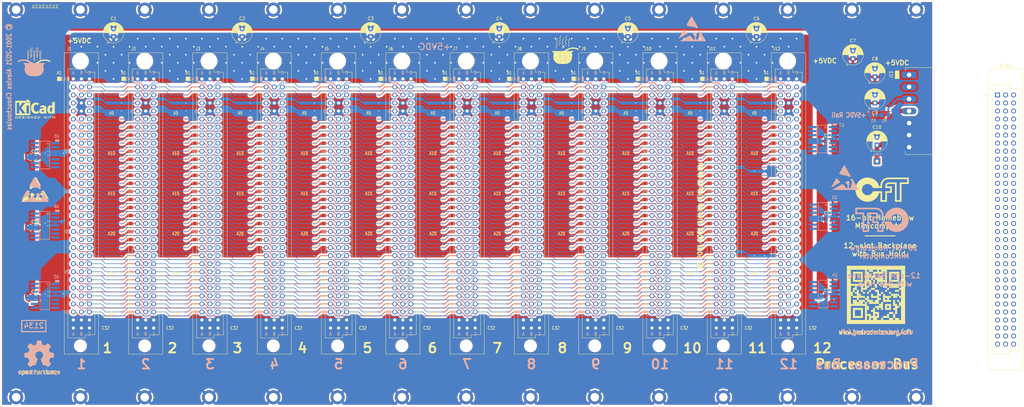
<source format=kicad_pcb>
(kicad_pcb (version 20171130) (host pcbnew 5.1.7-a382d34a8~88~ubuntu20.04.1)
  (title_block (title "12-Slot Processor Backplane") (rev 2134) (comment 1 CFT) (comment 2 "Verified 2021-08-27 (rack, DIN connectors)"))
  (layers (0 F.Cu signal) (31 B.Cu signal) (34 B.Paste user) (35 F.Paste user) (36 B.SilkS user) (37 F.SilkS user) (38 B.Mask user) (39 F.Mask user) (44 Edge.Cuts user))
  (net 0 "")
  (net 1 GND)
  (net 2 +5V)
  (net 3 "Net-(D1-Pad2)")
  (net 4 /ACTION3)
  (net 5 /ACTION2)
  (net 6 /ACTION1)
  (net 7 /ACTION0)
  (net 8 /SPARE)
  (net 9 /A23)
  (net 10 /A24)
  (net 11 /A25)
  (net 12 /A26)
  (net 13 /A27)
  (net 14 /A28)
  (net 15 /A29)
  (net 16 /A30)
  (net 17 /B6)
  (net 18 /B8)
  (net 19 /B9)
  (net 20 /B10)
  (net 21 /B11)
  (net 22 /B12)
  (net 23 /B13)
  (net 24 /B18)
  (net 25 /B19)
  (net 26 /B20)
  (net 27 /B21)
  (net 28 /C13)
  (net 29 /C14)
  (net 30 /C15)
  (net 31 /C24)
  (net 32 /C25)
  (net 33 /C26)
  (net 34 /C27)
  (net 35 /C28)
  (net 36 /C29)
  (net 37 /C30)
  (net 38 /B22)
  (net 39 "Net-(J1-PadC12)")
  (net 40 "Net-(J1-PadC5)")
  (net 41 "Net-(J1-PadB30)")
  (net 42 "Net-(J1-PadB29)")
  (net 43 "Net-(J1-PadB28)")
  (net 44 "Net-(J1-PadB27)")
  (net 45 "Net-(J1-PadB26)")
  (net 46 "Net-(J1-PadB25)")
  (net 47 "Net-(J1-PadB24)")
  (net 48 "Net-(J1-PadB23)")
  (net 49 "Net-(J1-PadA22)")
  (net 50 "Net-(J1-PadA21)")
  (net 51 "Net-(J1-PadA20)")
  (net 52 "Net-(J1-PadA19)")
  (net 53 "Net-(J1-PadA18)")
  (net 54 "Net-(J1-PadA17)")
  (net 55 "Net-(J1-PadA16)")
  (net 56 "Net-(J1-PadA15)")
  (net 57 "Net-(J1-PadA14)")
  (net 58 "Net-(J1-PadA13)")
  (net 59 "Net-(J1-PadA12)")
  (net 60 "Net-(J1-PadA11)")
  (net 61 "Net-(J1-PadA10)")
  (net 62 "Net-(J1-PadA9)")
  (net 63 "Net-(J1-PadA8)")
  (net 64 "Net-(J1-PadA7)")
  (net 65 "Net-(J1-PadA6)")
  (net 66 "Net-(J1-PadA5)")
  (net 67 "Net-(J1-PadA4)")
  (net 68 "Net-(J1-PadA3)")
  (net 69 "Net-(J2-PadC12)")
  (net 70 "Net-(J2-PadC5)")
  (net 71 "Net-(J2-PadB30)")
  (net 72 "Net-(J2-PadB29)")
  (net 73 "Net-(J2-PadB28)")
  (net 74 "Net-(J2-PadB27)")
  (net 75 "Net-(J2-PadB26)")
  (net 76 "Net-(J2-PadB25)")
  (net 77 "Net-(J2-PadB24)")
  (net 78 "Net-(J2-PadB23)")
  (net 79 "Net-(J2-PadA22)")
  (net 80 "Net-(J2-PadA21)")
  (net 81 "Net-(J2-PadA20)")
  (net 82 "Net-(J2-PadA19)")
  (net 83 "Net-(J2-PadA18)")
  (net 84 "Net-(J2-PadA17)")
  (net 85 "Net-(J2-PadA16)")
  (net 86 "Net-(J2-PadA15)")
  (net 87 "Net-(J2-PadA14)")
  (net 88 "Net-(J2-PadA13)")
  (net 89 "Net-(J2-PadA12)")
  (net 90 "Net-(J2-PadA11)")
  (net 91 "Net-(J2-PadA10)")
  (net 92 "Net-(J2-PadA9)")
  (net 93 "Net-(J2-PadA8)")
  (net 94 "Net-(J2-PadA7)")
  (net 95 "Net-(J2-PadA6)")
  (net 96 "Net-(J2-PadA5)")
  (net 97 "Net-(J2-PadA4)")
  (net 98 "Net-(J2-PadA3)")
  (net 99 "Net-(J3-PadC12)")
  (net 100 "Net-(J3-PadC5)")
  (net 101 "Net-(J3-PadB30)")
  (net 102 "Net-(J3-PadB29)")
  (net 103 "Net-(J3-PadB28)")
  (net 104 "Net-(J3-PadB27)")
  (net 105 "Net-(J3-PadB26)")
  (net 106 "Net-(J3-PadB25)")
  (net 107 "Net-(J3-PadB24)")
  (net 108 "Net-(J3-PadB23)")
  (net 109 "Net-(J3-PadA22)")
  (net 110 "Net-(J3-PadA21)")
  (net 111 "Net-(J3-PadA20)")
  (net 112 "Net-(J3-PadA19)")
  (net 113 "Net-(J3-PadA18)")
  (net 114 "Net-(J3-PadA17)")
  (net 115 "Net-(J3-PadA16)")
  (net 116 "Net-(J3-PadA15)")
  (net 117 "Net-(J3-PadA14)")
  (net 118 "Net-(J3-PadA13)")
  (net 119 "Net-(J3-PadA12)")
  (net 120 "Net-(J3-PadA11)")
  (net 121 "Net-(J3-PadA10)")
  (net 122 "Net-(J3-PadA9)")
  (net 123 "Net-(J3-PadA8)")
  (net 124 "Net-(J3-PadA7)")
  (net 125 "Net-(J3-PadA6)")
  (net 126 "Net-(J3-PadA5)")
  (net 127 "Net-(J3-PadA4)")
  (net 128 "Net-(J3-PadA3)")
  (net 129 "Net-(J4-PadC12)")
  (net 130 "Net-(J4-PadC5)")
  (net 131 "Net-(J4-PadB30)")
  (net 132 "Net-(J4-PadB29)")
  (net 133 "Net-(J4-PadB28)")
  (net 134 "Net-(J4-PadB27)")
  (net 135 "Net-(J4-PadB26)")
  (net 136 "Net-(J4-PadB25)")
  (net 137 "Net-(J4-PadB24)")
  (net 138 "Net-(J4-PadB23)")
  (net 139 "Net-(J4-PadA22)")
  (net 140 "Net-(J4-PadA21)")
  (net 141 "Net-(J4-PadA20)")
  (net 142 "Net-(J4-PadA19)")
  (net 143 "Net-(J4-PadA18)")
  (net 144 "Net-(J4-PadA17)")
  (net 145 "Net-(J4-PadA16)")
  (net 146 "Net-(J4-PadA15)")
  (net 147 "Net-(J4-PadA14)")
  (net 148 "Net-(J4-PadA13)")
  (net 149 "Net-(J4-PadA12)")
  (net 150 "Net-(J4-PadA11)")
  (net 151 "Net-(J4-PadA10)")
  (net 152 "Net-(J4-PadA9)")
  (net 153 "Net-(J4-PadA8)")
  (net 154 "Net-(J4-PadA7)")
  (net 155 "Net-(J4-PadA6)")
  (net 156 "Net-(J4-PadA5)")
  (net 157 "Net-(J4-PadA4)")
  (net 158 "Net-(J4-PadA3)")
  (net 159 "Net-(J5-PadC12)")
  (net 160 "Net-(J5-PadC5)")
  (net 161 "Net-(J5-PadB30)")
  (net 162 "Net-(J5-PadB29)")
  (net 163 "Net-(J5-PadB28)")
  (net 164 "Net-(J5-PadB27)")
  (net 165 "Net-(J5-PadB26)")
  (net 166 "Net-(J5-PadB25)")
  (net 167 "Net-(J5-PadB24)")
  (net 168 "Net-(J5-PadB23)")
  (net 169 "Net-(J5-PadA22)")
  (net 170 "Net-(J5-PadA21)")
  (net 171 "Net-(J5-PadA20)")
  (net 172 "Net-(J5-PadA19)")
  (net 173 "Net-(J5-PadA18)")
  (net 174 "Net-(J5-PadA17)")
  (net 175 "Net-(J5-PadA16)")
  (net 176 "Net-(J5-PadA15)")
  (net 177 "Net-(J5-PadA14)")
  (net 178 "Net-(J5-PadA13)")
  (net 179 "Net-(J5-PadA12)")
  (net 180 "Net-(J5-PadA11)")
  (net 181 "Net-(J5-PadA10)")
  (net 182 "Net-(J5-PadA9)")
  (net 183 "Net-(J5-PadA8)")
  (net 184 "Net-(J5-PadA7)")
  (net 185 "Net-(J5-PadA6)")
  (net 186 "Net-(J5-PadA5)")
  (net 187 "Net-(J5-PadA4)")
  (net 188 "Net-(J5-PadA3)")
  (net 189 "Net-(J6-PadC12)")
  (net 190 "Net-(J6-PadC5)")
  (net 191 "Net-(J6-PadB30)")
  (net 192 "Net-(J6-PadB29)")
  (net 193 "Net-(J6-PadB28)")
  (net 194 "Net-(J6-PadB27)")
  (net 195 "Net-(J6-PadB26)")
  (net 196 "Net-(J6-PadB25)")
  (net 197 "Net-(J6-PadB24)")
  (net 198 "Net-(J6-PadB23)")
  (net 199 "Net-(J6-PadA22)")
  (net 200 "Net-(J6-PadA21)")
  (net 201 "Net-(J6-PadA20)")
  (net 202 "Net-(J6-PadA19)")
  (net 203 "Net-(J6-PadA18)")
  (net 204 "Net-(J6-PadA17)")
  (net 205 "Net-(J6-PadA16)")
  (net 206 "Net-(J6-PadA15)")
  (net 207 "Net-(J6-PadA14)")
  (net 208 "Net-(J6-PadA13)")
  (net 209 "Net-(J6-PadA12)")
  (net 210 "Net-(J6-PadA11)")
  (net 211 "Net-(J6-PadA10)")
  (net 212 "Net-(J6-PadA9)")
  (net 213 "Net-(J6-PadA8)")
  (net 214 "Net-(J6-PadA7)")
  (net 215 "Net-(J6-PadA6)")
  (net 216 "Net-(J6-PadA5)")
  (net 217 "Net-(J6-PadA4)")
  (net 218 "Net-(J6-PadA3)")
  (net 219 "Net-(J7-PadC12)")
  (net 220 "Net-(J7-PadC5)")
  (net 221 "Net-(J7-PadB30)")
  (net 222 "Net-(J7-PadB29)")
  (net 223 "Net-(J7-PadB28)")
  (net 224 "Net-(J7-PadB27)")
  (net 225 "Net-(J7-PadB26)")
  (net 226 "Net-(J7-PadB25)")
  (net 227 "Net-(J7-PadB24)")
  (net 228 "Net-(J7-PadB23)")
  (net 229 "Net-(J7-PadA22)")
  (net 230 "Net-(J7-PadA21)")
  (net 231 "Net-(J7-PadA20)")
  (net 232 "Net-(J7-PadA19)")
  (net 233 "Net-(J7-PadA18)")
  (net 234 "Net-(J7-PadA17)")
  (net 235 "Net-(J7-PadA16)")
  (net 236 "Net-(J7-PadA15)")
  (net 237 "Net-(J7-PadA14)")
  (net 238 "Net-(J7-PadA13)")
  (net 239 "Net-(J7-PadA12)")
  (net 240 "Net-(J7-PadA11)")
  (net 241 "Net-(J7-PadA10)")
  (net 242 "Net-(J7-PadA9)")
  (net 243 "Net-(J7-PadA8)")
  (net 244 "Net-(J7-PadA7)")
  (net 245 "Net-(J7-PadA6)")
  (net 246 "Net-(J7-PadA5)")
  (net 247 "Net-(J7-PadA4)")
  (net 248 "Net-(J7-PadA3)")
  (net 249 "Net-(J8-PadC12)")
  (net 250 "Net-(J8-PadC5)")
  (net 251 "Net-(J8-PadB30)")
  (net 252 "Net-(J8-PadB29)")
  (net 253 "Net-(J8-PadB28)")
  (net 254 "Net-(J8-PadB27)")
  (net 255 "Net-(J8-PadB26)")
  (net 256 "Net-(J8-PadB25)")
  (net 257 "Net-(J8-PadB24)")
  (net 258 "Net-(J8-PadB23)")
  (net 259 "Net-(J8-PadA22)")
  (net 260 "Net-(J8-PadA21)")
  (net 261 "Net-(J8-PadA20)")
  (net 262 "Net-(J8-PadA19)")
  (net 263 "Net-(J8-PadA18)")
  (net 264 "Net-(J8-PadA17)")
  (net 265 "Net-(J8-PadA16)")
  (net 266 "Net-(J8-PadA15)")
  (net 267 "Net-(J8-PadA14)")
  (net 268 "Net-(J8-PadA13)")
  (net 269 "Net-(J8-PadA12)")
  (net 270 "Net-(J8-PadA11)")
  (net 271 "Net-(J8-PadA10)")
  (net 272 "Net-(J8-PadA9)")
  (net 273 "Net-(J8-PadA8)")
  (net 274 "Net-(J8-PadA7)")
  (net 275 "Net-(J8-PadA6)")
  (net 276 "Net-(J8-PadA5)")
  (net 277 "Net-(J8-PadA4)")
  (net 278 "Net-(J8-PadA3)")
  (net 279 "Net-(J9-PadC12)")
  (net 280 "Net-(J9-PadC5)")
  (net 281 "Net-(J9-PadB30)")
  (net 282 "Net-(J9-PadB29)")
  (net 283 "Net-(J9-PadB28)")
  (net 284 "Net-(J9-PadB27)")
  (net 285 "Net-(J9-PadB26)")
  (net 286 "Net-(J9-PadB25)")
  (net 287 "Net-(J9-PadB24)")
  (net 288 "Net-(J9-PadB23)")
  (net 289 "Net-(J9-PadA22)")
  (net 290 "Net-(J9-PadA21)")
  (net 291 "Net-(J9-PadA20)")
  (net 292 "Net-(J9-PadA19)")
  (net 293 "Net-(J9-PadA18)")
  (net 294 "Net-(J9-PadA17)")
  (net 295 "Net-(J9-PadA16)")
  (net 296 "Net-(J9-PadA15)")
  (net 297 "Net-(J9-PadA14)")
  (net 298 "Net-(J9-PadA13)")
  (net 299 "Net-(J9-PadA12)")
  (net 300 "Net-(J9-PadA11)")
  (net 301 "Net-(J9-PadA10)")
  (net 302 "Net-(J9-PadA9)")
  (net 303 "Net-(J9-PadA8)")
  (net 304 "Net-(J9-PadA7)")
  (net 305 "Net-(J9-PadA6)")
  (net 306 "Net-(J9-PadA5)")
  (net 307 "Net-(J9-PadA4)")
  (net 308 "Net-(J9-PadA3)")
  (net 309 "Net-(J10-PadC12)")
  (net 310 "Net-(J10-PadC5)")
  (net 311 "Net-(J10-PadB30)")
  (net 312 "Net-(J10-PadB29)")
  (net 313 "Net-(J10-PadB28)")
  (net 314 "Net-(J10-PadB27)")
  (net 315 "Net-(J10-PadB26)")
  (net 316 "Net-(J10-PadB25)")
  (net 317 "Net-(J10-PadB24)")
  (net 318 "Net-(J10-PadB23)")
  (net 319 "Net-(J10-PadA22)")
  (net 320 "Net-(J10-PadA21)")
  (net 321 "Net-(J10-PadA20)")
  (net 322 "Net-(J10-PadA19)")
  (net 323 "Net-(J10-PadA18)")
  (net 324 "Net-(J10-PadA17)")
  (net 325 "Net-(J10-PadA16)")
  (net 326 "Net-(J10-PadA15)")
  (net 327 "Net-(J10-PadA14)")
  (net 328 "Net-(J10-PadA13)")
  (net 329 "Net-(J10-PadA12)")
  (net 330 "Net-(J10-PadA11)")
  (net 331 "Net-(J10-PadA10)")
  (net 332 "Net-(J10-PadA9)")
  (net 333 "Net-(J10-PadA8)")
  (net 334 "Net-(J10-PadA7)")
  (net 335 "Net-(J10-PadA6)")
  (net 336 "Net-(J10-PadA5)")
  (net 337 "Net-(J10-PadA4)")
  (net 338 "Net-(J10-PadA3)")
  (net 339 "Net-(J11-PadC12)")
  (net 340 "Net-(J11-PadC5)")
  (net 341 "Net-(J11-PadB30)")
  (net 342 "Net-(J11-PadB29)")
  (net 343 "Net-(J11-PadB28)")
  (net 344 "Net-(J11-PadB27)")
  (net 345 "Net-(J11-PadB26)")
  (net 346 "Net-(J11-PadB25)")
  (net 347 "Net-(J11-PadB24)")
  (net 348 "Net-(J11-PadB23)")
  (net 349 "Net-(J11-PadA22)")
  (net 350 "Net-(J11-PadA21)")
  (net 351 "Net-(J11-PadA20)")
  (net 352 "Net-(J11-PadA19)")
  (net 353 "Net-(J11-PadA18)")
  (net 354 "Net-(J11-PadA17)")
  (net 355 "Net-(J11-PadA16)")
  (net 356 "Net-(J11-PadA15)")
  (net 357 "Net-(J11-PadA14)")
  (net 358 "Net-(J11-PadA13)")
  (net 359 "Net-(J11-PadA12)")
  (net 360 "Net-(J11-PadA11)")
  (net 361 "Net-(J11-PadA10)")
  (net 362 "Net-(J11-PadA9)")
  (net 363 "Net-(J11-PadA8)")
  (net 364 "Net-(J11-PadA7)")
  (net 365 "Net-(J11-PadA6)")
  (net 366 "Net-(J11-PadA5)")
  (net 367 "Net-(J11-PadA4)")
  (net 368 "Net-(J11-PadA3)")
  (net 369 "Net-(J12-PadC12)")
  (net 370 "Net-(J12-PadC5)")
  (net 371 "Net-(J12-PadB30)")
  (net 372 "Net-(J12-PadB29)")
  (net 373 "Net-(J12-PadB28)")
  (net 374 "Net-(J12-PadB27)")
  (net 375 "Net-(J12-PadB26)")
  (net 376 "Net-(J12-PadB25)")
  (net 377 "Net-(J12-PadB24)")
  (net 378 "Net-(J12-PadB23)")
  (net 379 "Net-(J12-PadA22)")
  (net 380 "Net-(J12-PadA21)")
  (net 381 "Net-(J12-PadA20)")
  (net 382 "Net-(J12-PadA19)")
  (net 383 "Net-(J12-PadA18)")
  (net 384 "Net-(J12-PadA17)")
  (net 385 "Net-(J12-PadA16)")
  (net 386 "Net-(J12-PadA15)")
  (net 387 "Net-(J12-PadA14)")
  (net 388 "Net-(J12-PadA13)")
  (net 389 "Net-(J12-PadA12)")
  (net 390 "Net-(J12-PadA11)")
  (net 391 "Net-(J12-PadA10)")
  (net 392 "Net-(J12-PadA9)")
  (net 393 "Net-(J12-PadA8)")
  (net 394 "Net-(J12-PadA7)")
  (net 395 "Net-(J12-PadA6)")
  (net 396 "Net-(J12-PadA5)")
  (net 397 "Net-(J12-PadA4)")
  (net 398 "Net-(J12-PadA3)")
  (net 399 /B3)
  (net 400 "Net-(U7-Pad7)")
  (net 401 "Net-(U7-Pad6)")
  (net 402 "Net-(U7-Pad5)")
  (net 403 "Net-(U6-Pad8)")
  (net 404 "Net-(U6-Pad9)")
  (net 405 "Net-(U3-Pad5)")
  (net 406 "Net-(U2-Pad9)")
  (net 407 "Net-(U2-Pad8)")
  (net 408 "Net-(U4-Pad7)")
  (net 409 "Net-(U4-Pad6)")
  (net 410 "Net-(U4-Pad5)")
  (net 411 "Net-(U6-Pad12)")
  (net 412 "Net-(U6-Pad13)")
  (net 413 "Net-(U7-Pad8)")
  (net 414 +12V)
  (net 415 /sheet6199DFCD/B5)
  (net 416 /AB16)
  (net 417 /AB15)
  (net 418 /AB14)
  (net 419 /AB13)
  (net 420 /AB12)
  (net 421 /AB11)
  (net 422 /AB10)
  (net 423 /AB9)
  (net 424 /AB7)
  (net 425 /AB6)
  (net 426 /AB5)
  (net 427 /AB4)
  (net 428 /AB3)
  (net 429 /AB0)
  (net 430 /A4)
  (net 431 /B4)
  (net 432 /AB8)
  (net 433 /C5)
  (net 434 /~RSTHOLD)
  (net 435 /AB23)
  (net 436 /AB22)
  (net 437 /AB21)
  (net 438 /AB20)
  (net 439 /AB19)
  (net 440 /AB18)
  (net 441 /AB17)
  (net 442 /A22)
  (net 443 /A21)
  (net 444 /A20)
  (net 445 /A19)
  (net 446 /A18)
  (net 447 /A17)
  (net 448 /A16)
  (net 449 /A15)
  (net 450 /A14)
  (net 451 /A13)
  (net 452 /A12)
  (net 453 /A9)
  (net 454 /A8)
  (net 455 /A6)
  (net 456 /A5)
  (net 457 /~RESET)
  (net 458 "Net-(U1-Pad14)")
  (net 459 "Net-(U1-Pad13)")
  (net 460 "Net-(U1-Pad12)")
  (net 461 "Net-(U1-Pad9)")
  (net 462 "Net-(U1-Pad8)")
  (net 463 "Net-(U1-Pad7)")
  (net 464 "Net-(U1-Pad6)")
  (net 465 "Net-(U1-Pad5)")
  (net 466 "Net-(U1-Pad2)")
  (net 467 "Net-(U1-Pad1)")
  (net 468 "Net-(U2-Pad14)")
  (net 469 "Net-(U2-Pad13)")
  (net 470 "Net-(U2-Pad12)")
  (net 471 "Net-(U2-Pad7)")
  (net 472 "Net-(U2-Pad6)")
  (net 473 "Net-(U2-Pad5)")
  (net 474 "Net-(U2-Pad2)")
  (net 475 "Net-(U2-Pad1)")
  (net 476 "Net-(U3-Pad14)")
  (net 477 "Net-(U3-Pad13)")
  (net 478 "Net-(U3-Pad12)")
  (net 479 "Net-(U3-Pad9)")
  (net 480 "Net-(U3-Pad8)")
  (net 481 "Net-(U3-Pad7)")
  (net 482 "Net-(U3-Pad6)")
  (net 483 "Net-(U3-Pad2)")
  (net 484 "Net-(U3-Pad1)")
  (net 485 "Net-(U4-Pad14)")
  (net 486 "Net-(U4-Pad13)")
  (net 487 "Net-(U4-Pad12)")
  (net 488 "Net-(U4-Pad9)")
  (net 489 "Net-(U4-Pad8)")
  (net 490 "Net-(U4-Pad2)")
  (net 491 "Net-(U4-Pad1)")
  (net 492 "Net-(U6-Pad1)")
  (net 493 "Net-(U6-Pad2)")
  (net 494 "Net-(U6-Pad5)")
  (net 495 "Net-(U6-Pad6)")
  (net 496 "Net-(U6-Pad7)")
  (net 497 "Net-(U6-Pad14)")
  (net 498 "Net-(U7-Pad14)")
  (net 499 "Net-(U7-Pad13)")
  (net 500 "Net-(U7-Pad12)")
  (net 501 "Net-(U7-Pad9)")
  (net 502 "Net-(U7-Pad2)")
  (net 503 "Net-(U7-Pad1)")
  (module alexios:SOIC-14 (layer B.Cu) (at 80.948 151.28 180)
    (fp_text reference U6 (at -1.300001 2.25) (layer B.SilkS) (effects (font (size 1 0.83)) (justify left mirror)))
    (fp_text value SN74ACT1071)
    (pad 1 smd rect (at 0.012 0 180) (size 2.54 0.72) (layers B.Cu B.Paste B.Mask) (net 492 "Net-(U6-Pad1)"))
    (pad 2 smd rect (at 0 -1.27 180) (size 2.54 0.72) (layers B.Cu B.Paste B.Mask) (net 493 "Net-(U6-Pad2)"))
    (pad 3 smd rect (at 0 -2.54 180) (size 2.54 0.72) (layers B.Cu B.Paste B.Mask) (net 1 GND))
    (pad 4 smd rect (at 0.008 -3.81 180) (size 2.54 0.72) (layers B.Cu B.Paste B.Mask) (net 1 GND))
    (pad 5 smd rect (at 0.008 -5.08 180) (size 2.54 0.72) (layers B.Cu B.Paste B.Mask) (net 494 "Net-(U6-Pad5)"))
    (pad 6 smd rect (at 0.008 -6.35 180) (size 2.54 0.72) (layers B.Cu B.Paste B.Mask) (net 495 "Net-(U6-Pad6)"))
    (pad 7 smd rect (at 0.008 -7.62 180) (size 2.54 0.72) (layers B.Cu B.Paste B.Mask) (net 496 "Net-(U6-Pad7)"))
    (pad 8 smd rect (at 6.466 -7.62 180) (size 2.54 0.72) (layers B.Cu B.Paste B.Mask) (net 403 "Net-(U6-Pad8)"))
    (pad 9 smd rect (at 6.466 -6.35 180) (size 2.54 0.72) (layers B.Cu B.Paste B.Mask) (net 404 "Net-(U6-Pad9)"))
    (pad 10 smd rect (at 6.466 -5.08 180) (size 2.54 0.72) (layers B.Cu B.Paste B.Mask) (net 2 +5V))
    (pad 11 smd rect (at 6.466 -3.81 180) (size 2.54 0.72) (layers B.Cu B.Paste B.Mask) (net 2 +5V))
    (pad 12 smd rect (at 6.466 -2.54 180) (size 2.54 0.72) (layers B.Cu B.Paste B.Mask) (net 411 "Net-(U6-Pad12)"))
    (pad 13 smd rect (at 6.466 -1.27 180) (size 2.54 0.72) (layers B.Cu B.Paste B.Mask) (net 412 "Net-(U6-Pad13)"))
    (pad 14 smd rect (at 6.466 0 180) (size 2.54 0.72) (layers B.Cu B.Paste B.Mask) (net 497 "Net-(U6-Pad14)"))
  )
  (module alexios:DIN41612_C_3x32_Female_Vertical_THT (layer F.Cu) (at 378.763 113.815)
    (fp_text reference P101 (at 2.54 -9.13) (layer F.SilkS))
    (fp_text value CFT-2021-Peripheral-Bus)
    (pad "" np_thru_hole circle (at 2.24 84.37) (size 2.85 2.85) (drill 2.85) (layers *.Cu *.Mask))
    (pad "" np_thru_hole circle (at 2.24 -5.63) (size 2.85 2.85) (drill 2.85) (layers *.Cu *.Mask))
    (pad C32 thru_hole circle (at 5.08 78.74) (size 1.55 1.55) (drill 1) (layers *.Cu *.Mask) (net 1 GND))
    (pad C31 thru_hole circle (at 5.08 76.2) (size 1.55 1.55) (drill 1) (layers *.Cu *.Mask) (net 1 GND))
    (pad C30 thru_hole circle (at 5.08 73.66) (size 1.55 1.55) (drill 1) (layers *.Cu *.Mask) (net 37 /C30))
    (pad C29 thru_hole circle (at 5.08 71.12) (size 1.55 1.55) (drill 1) (layers *.Cu *.Mask) (net 36 /C29))
    (pad C28 thru_hole circle (at 5.08 68.58) (size 1.55 1.55) (drill 1) (layers *.Cu *.Mask) (net 35 /C28))
    (pad C27 thru_hole circle (at 5.08 66.04) (size 1.55 1.55) (drill 1) (layers *.Cu *.Mask) (net 34 /C27))
    (pad C26 thru_hole circle (at 5.08 63.5) (size 1.55 1.55) (drill 1) (layers *.Cu *.Mask) (net 33 /C26))
    (pad C25 thru_hole circle (at 5.08 60.96) (size 1.55 1.55) (drill 1) (layers *.Cu *.Mask) (net 32 /C25))
    (pad C24 thru_hole circle (at 5.08 58.42) (size 1.55 1.55) (drill 1) (layers *.Cu *.Mask) (net 31 /C24))
    (pad C23 thru_hole circle (at 5.08 55.88) (size 1.55 1.55) (drill 1) (layers *.Cu *.Mask) (net 416 /AB16))
    (pad C22 thru_hole circle (at 5.08 53.34) (size 1.55 1.55) (drill 1) (layers *.Cu *.Mask) (net 417 /AB15))
    (pad C21 thru_hole circle (at 5.08 50.8) (size 1.55 1.55) (drill 1) (layers *.Cu *.Mask) (net 418 /AB14))
    (pad C20 thru_hole circle (at 5.08 48.26) (size 1.55 1.55) (drill 1) (layers *.Cu *.Mask) (net 419 /AB13))
    (pad C19 thru_hole circle (at 5.08 45.72) (size 1.55 1.55) (drill 1) (layers *.Cu *.Mask) (net 420 /AB12))
    (pad C18 thru_hole circle (at 5.08 43.18) (size 1.55 1.55) (drill 1) (layers *.Cu *.Mask) (net 421 /AB11))
    (pad C17 thru_hole circle (at 5.08 40.64) (size 1.55 1.55) (drill 1) (layers *.Cu *.Mask) (net 422 /AB10))
    (pad C16 thru_hole circle (at 5.08 38.1) (size 1.55 1.55) (drill 1) (layers *.Cu *.Mask) (net 423 /AB9))
    (pad C15 thru_hole circle (at 5.08 35.56) (size 1.55 1.55) (drill 1) (layers *.Cu *.Mask) (net 432 /AB8))
    (pad C14 thru_hole circle (at 5.08 33.02) (size 1.55 1.55) (drill 1) (layers *.Cu *.Mask) (net 29 /C14))
    (pad C13 thru_hole circle (at 5.08 30.48) (size 1.55 1.55) (drill 1) (layers *.Cu *.Mask) (net 28 /C13))
    (pad C12 thru_hole circle (at 5.08 27.94) (size 1.55 1.55) (drill 1) (layers *.Cu *.Mask) (net 432 /AB8))
    (pad C11 thru_hole circle (at 5.08 25.4) (size 1.55 1.55) (drill 1) (layers *.Cu *.Mask) (net 424 /AB7))
    (pad C10 thru_hole circle (at 5.08 22.86) (size 1.55 1.55) (drill 1) (layers *.Cu *.Mask) (net 425 /AB6))
    (pad C9 thru_hole circle (at 5.08 20.32) (size 1.55 1.55) (drill 1) (layers *.Cu *.Mask) (net 426 /AB5))
    (pad C8 thru_hole circle (at 5.08 17.78) (size 1.55 1.55) (drill 1) (layers *.Cu *.Mask) (net 427 /AB4))
    (pad C7 thru_hole circle (at 5.08 15.24) (size 1.55 1.55) (drill 1) (layers *.Cu *.Mask) (net 414 +12V))
    (pad C6 thru_hole circle (at 5.08 12.7) (size 1.55 1.55) (drill 1) (layers *.Cu *.Mask) (net 428 /AB3))
    (pad C5 thru_hole circle (at 5.08 10.16) (size 1.55 1.55) (drill 1) (layers *.Cu *.Mask) (net 433 /C5))
    (pad C4 thru_hole circle (at 5.08 7.62) (size 1.55 1.55) (drill 1) (layers *.Cu *.Mask) (net 429 /AB0))
    (pad C3 thru_hole circle (at 5.08 5.08) (size 1.55 1.55) (drill 1) (layers *.Cu *.Mask) (net 434 /~RSTHOLD))
    (pad C2 thru_hole circle (at 5.08 2.54) (size 1.55 1.55) (drill 1) (layers *.Cu *.Mask) (net 2 +5V))
    (pad C1 thru_hole circle (at 5.08 0) (size 1.55 1.55) (drill 1) (layers *.Cu *.Mask) (net 2 +5V))
    (pad B32 thru_hole circle (at 2.54 78.74) (size 1.55 1.55) (drill 1) (layers *.Cu *.Mask) (net 1 GND))
    (pad B31 thru_hole circle (at 2.54 76.2) (size 1.55 1.55) (drill 1) (layers *.Cu *.Mask) (net 1 GND))
    (pad B30 thru_hole circle (at 2.54 73.66) (size 1.55 1.55) (drill 1) (layers *.Cu *.Mask) (net 435 /AB23))
    (pad B29 thru_hole circle (at 2.54 71.12) (size 1.55 1.55) (drill 1) (layers *.Cu *.Mask) (net 436 /AB22))
    (pad B28 thru_hole circle (at 2.54 68.58) (size 1.55 1.55) (drill 1) (layers *.Cu *.Mask) (net 437 /AB21))
    (pad B27 thru_hole circle (at 2.54 66.04) (size 1.55 1.55) (drill 1) (layers *.Cu *.Mask) (net 438 /AB20))
    (pad B26 thru_hole circle (at 2.54 63.5) (size 1.55 1.55) (drill 1) (layers *.Cu *.Mask) (net 439 /AB19))
    (pad B25 thru_hole circle (at 2.54 60.96) (size 1.55 1.55) (drill 1) (layers *.Cu *.Mask) (net 440 /AB18))
    (pad B24 thru_hole circle (at 2.54 58.42) (size 1.55 1.55) (drill 1) (layers *.Cu *.Mask) (net 441 /AB17))
    (pad B23 thru_hole circle (at 2.54 55.88) (size 1.55 1.55) (drill 1) (layers *.Cu *.Mask) (net 416 /AB16))
    (pad B22 thru_hole circle (at 2.54 53.34) (size 1.55 1.55) (drill 1) (layers *.Cu *.Mask))
    (pad B21 thru_hole circle (at 2.54 50.8) (size 1.55 1.55) (drill 1) (layers *.Cu *.Mask))
    (pad B20 thru_hole circle (at 2.54 48.26) (size 1.55 1.55) (drill 1) (layers *.Cu *.Mask))
    (pad B19 thru_hole circle (at 2.54 45.72) (size 1.55 1.55) (drill 1) (layers *.Cu *.Mask))
    (pad B18 thru_hole circle (at 2.54 43.18) (size 1.55 1.55) (drill 1) (layers *.Cu *.Mask))
    (pad B17 thru_hole circle (at 2.54 40.64) (size 1.55 1.55) (drill 1) (layers *.Cu *.Mask))
    (pad B16 thru_hole circle (at 2.54 38.1) (size 1.55 1.55) (drill 1) (layers *.Cu *.Mask))
    (pad B15 thru_hole circle (at 2.54 35.56) (size 1.55 1.55) (drill 1) (layers *.Cu *.Mask))
    (pad B14 thru_hole circle (at 2.54 33.02) (size 1.55 1.55) (drill 1) (layers *.Cu *.Mask))
    (pad B13 thru_hole circle (at 2.54 30.48) (size 1.55 1.55) (drill 1) (layers *.Cu *.Mask))
    (pad B12 thru_hole circle (at 2.54 27.94) (size 1.55 1.55) (drill 1) (layers *.Cu *.Mask))
    (pad B11 thru_hole circle (at 2.54 25.4) (size 1.55 1.55) (drill 1) (layers *.Cu *.Mask) (net 21 /B11))
    (pad B10 thru_hole circle (at 2.54 22.86) (size 1.55 1.55) (drill 1) (layers *.Cu *.Mask) (net 20 /B10))
    (pad B9 thru_hole circle (at 2.54 20.32) (size 1.55 1.55) (drill 1) (layers *.Cu *.Mask))
    (pad B8 thru_hole circle (at 2.54 17.78) (size 1.55 1.55) (drill 1) (layers *.Cu *.Mask))
    (pad B7 thru_hole circle (at 2.54 15.24) (size 1.55 1.55) (drill 1) (layers *.Cu *.Mask) (net 414 +12V))
    (pad B6 thru_hole circle (at 2.54 12.7) (size 1.55 1.55) (drill 1) (layers *.Cu *.Mask))
    (pad B5 thru_hole circle (at 2.54 10.16) (size 1.55 1.55) (drill 1) (layers *.Cu *.Mask))
    (pad B4 thru_hole circle (at 2.54 7.62) (size 1.55 1.55) (drill 1) (layers *.Cu *.Mask) (net 431 /B4))
    (pad B3 thru_hole circle (at 2.54 5.08) (size 1.55 1.55) (drill 1) (layers *.Cu *.Mask) (net 399 /B3))
    (pad B2 thru_hole circle (at 2.54 2.54) (size 1.55 1.55) (drill 1) (layers *.Cu *.Mask) (net 2 +5V))
    (pad B1 thru_hole circle (at 2.54 0) (size 1.55 1.55) (drill 1) (layers *.Cu *.Mask) (net 2 +5V))
    (pad A32 thru_hole circle (at 0 78.74) (size 1.55 1.55) (drill 1) (layers *.Cu *.Mask) (net 1 GND))
    (pad A31 thru_hole circle (at 0 76.2) (size 1.55 1.55) (drill 1) (layers *.Cu *.Mask) (net 1 GND))
    (pad A30 thru_hole circle (at 0 73.66) (size 1.55 1.55) (drill 1) (layers *.Cu *.Mask) (net 16 /A30))
    (pad A29 thru_hole circle (at 0 71.12) (size 1.55 1.55) (drill 1) (layers *.Cu *.Mask) (net 15 /A29))
    (pad A28 thru_hole circle (at 0 68.58) (size 1.55 1.55) (drill 1) (layers *.Cu *.Mask) (net 14 /A28))
    (pad A27 thru_hole circle (at 0 66.04) (size 1.55 1.55) (drill 1) (layers *.Cu *.Mask) (net 13 /A27))
    (pad A26 thru_hole circle (at 0 63.5) (size 1.55 1.55) (drill 1) (layers *.Cu *.Mask) (net 12 /A26))
    (pad A25 thru_hole circle (at 0 60.96) (size 1.55 1.55) (drill 1) (layers *.Cu *.Mask) (net 11 /A25))
    (pad A24 thru_hole circle (at 0 58.42) (size 1.55 1.55) (drill 1) (layers *.Cu *.Mask) (net 10 /A24))
    (pad A23 thru_hole circle (at 0 55.88) (size 1.55 1.55) (drill 1) (layers *.Cu *.Mask) (net 9 /A23))
    (pad A22 thru_hole circle (at 0 53.34) (size 1.55 1.55) (drill 1) (layers *.Cu *.Mask) (net 442 /A22))
    (pad A21 thru_hole circle (at 0 50.8) (size 1.55 1.55) (drill 1) (layers *.Cu *.Mask) (net 443 /A21))
    (pad A20 thru_hole circle (at 0 48.26) (size 1.55 1.55) (drill 1) (layers *.Cu *.Mask) (net 444 /A20))
    (pad A19 thru_hole circle (at 0 45.72) (size 1.55 1.55) (drill 1) (layers *.Cu *.Mask) (net 445 /A19))
    (pad A18 thru_hole circle (at 0 43.18) (size 1.55 1.55) (drill 1) (layers *.Cu *.Mask) (net 446 /A18))
    (pad A17 thru_hole circle (at 0 40.64) (size 1.55 1.55) (drill 1) (layers *.Cu *.Mask) (net 447 /A17))
    (pad A16 thru_hole circle (at 0 38.1) (size 1.55 1.55) (drill 1) (layers *.Cu *.Mask) (net 448 /A16))
    (pad A15 thru_hole circle (at 0 35.56) (size 1.55 1.55) (drill 1) (layers *.Cu *.Mask) (net 449 /A15))
    (pad A14 thru_hole circle (at 0 33.02) (size 1.55 1.55) (drill 1) (layers *.Cu *.Mask) (net 450 /A14))
    (pad A13 thru_hole circle (at 0 30.48) (size 1.55 1.55) (drill 1) (layers *.Cu *.Mask) (net 451 /A13))
    (pad A12 thru_hole circle (at 0 27.94) (size 1.55 1.55) (drill 1) (layers *.Cu *.Mask) (net 452 /A12))
    (pad A11 thru_hole circle (at 0 25.4) (size 1.55 1.55) (drill 1) (layers *.Cu *.Mask))
    (pad A10 thru_hole circle (at 0 22.86) (size 1.55 1.55) (drill 1) (layers *.Cu *.Mask))
    (pad A9 thru_hole circle (at 0 20.32) (size 1.55 1.55) (drill 1) (layers *.Cu *.Mask) (net 453 /A9))
    (pad A8 thru_hole circle (at 0 17.78) (size 1.55 1.55) (drill 1) (layers *.Cu *.Mask) (net 454 /A8))
    (pad A7 thru_hole circle (at 0 15.24) (size 1.55 1.55) (drill 1) (layers *.Cu *.Mask) (net 414 +12V))
    (pad A6 thru_hole circle (at 0 12.7) (size 1.55 1.55) (drill 1) (layers *.Cu *.Mask) (net 455 /A6))
    (pad A5 thru_hole circle (at 0 10.16) (size 1.55 1.55) (drill 1) (layers *.Cu *.Mask) (net 456 /A5))
    (pad A4 thru_hole circle (at 0 7.62) (size 1.55 1.55) (drill 1) (layers *.Cu *.Mask) (net 430 /A4))
    (pad A3 thru_hole circle (at 0 5.08) (size 1.55 1.55) (drill 1) (layers *.Cu *.Mask) (net 457 /~RESET))
    (pad A2 thru_hole circle (at 0 2.54) (size 1.55 1.55) (drill 1) (layers *.Cu *.Mask) (net 2 +5V))
    (pad A1 thru_hole roundrect (at 0 0) (size 1.55 1.55) (drill 1) (layers *.Cu *.Mask) (roundrect_rratio 0.16129) (net 2 +5V))
  )
  (module TestPoint:TestPoint_THTPad_2.0x2.0mm_Drill1.0mm (layer B.Cu) (at 340.663 134.77 180)
    (fp_text reference TP1 (at 0 1.998) (layer B.SilkS) (effects (justify mirror)))
    (fp_text value TestPoint)
    (pad 1 thru_hole rect (at 0 0 180) (size 2 2) (drill 1) (layers *.Cu *.Mask) (net 8 /SPARE))
  )
  (module alexios:CFT (layer F.Cu) (at 342.268 143.745)
    (fp_text reference G*** hide)
    (fp_text value LOGO hide)
  )
  (module alexios:CUI-TBP02R1-381-07BE (layer F.Cu) (at 350.823 107.465 270)
    (fp_text reference J13 (at -1.27 5.715 90) (layer F.SilkS) (effects (font (size 1 0.83)) (justify right)))
    (fp_text value "CUI TBP02R1-381-06BE")
    (pad 7 thru_hole oval (at 22.86 0 270) (size 2.032 4.572) (drill 1.4) (layers *.Cu *.Mask) (net 1 GND))
    (pad 1 thru_hole rect (at 0 0 270) (size 2.032 4.572) (drill 1.4) (layers *.Cu *.Mask) (net 2 +5V))
    (pad 2 thru_hole oval (at 3.81 0 270) (size 2.032 4.572) (drill 1.4) (layers *.Cu *.Mask) (net 2 +5V))
    (pad 3 thru_hole oval (at 7.62 0 270) (size 2.032 4.572) (drill 1.4) (layers *.Cu *.Mask) (net 2 +5V))
    (pad 4 thru_hole oval (at 11.43 0 270) (size 2.032 4.572) (drill 1.4) (layers *.Cu *.Mask) (net 8 /SPARE))
    (pad 5 thru_hole oval (at 15.24 0 270) (size 2.032 4.572) (drill 1.4) (layers *.Cu *.Mask) (net 1 GND))
    (pad 6 thru_hole oval (at 19.05 0 270) (size 2.032 4.572) (drill 1.4) (layers *.Cu *.Mask) (net 1 GND))
  )
  (module alexios:DIN41612_C_3x32_Female_Vertical_THT (layer F.Cu) (at 86.663 108.735)
    (fp_text reference J1 (at -1.27 -9.525) (layer F.SilkS) (effects (font (size 1 0.83))))
    (fp_text value DIN-41612-3x32-Bauform-C)
    (fp_text user C (at 5.08 80.645) (layer B.SilkS) (effects (font (size 1 0.83)) (justify mirror)))
    (fp_text user B (at 2.54 80.645) (layer B.SilkS) (effects (font (size 1 0.83)) (justify mirror)))
    (fp_text user A (at 0 80.645) (layer B.SilkS) (effects (font (size 1 0.83)) (justify mirror)))
    (fp_text user 5 (at -1.905 10.16) (layer B.SilkS) (effects (font (size 1 0.83)) (justify mirror)))
    (fp_text user 10 (at -1.905 22.86) (layer B.SilkS) (effects (font (size 1 0.83)) (justify mirror)))
    (fp_text user 15 (at -1.905 35.56) (layer B.SilkS) (effects (font (size 1 0.83)) (justify mirror)))
    (fp_text user 20 (at -1.905 48.26) (layer B.SilkS) (effects (font (size 1 0.83)) (justify mirror)))
    (fp_text user 25 (at -1.905 60.96) (layer B.SilkS) (effects (font (size 1 0.83)) (justify mirror)))
    (fp_text user 30 (at -1.905 73.66) (layer B.SilkS) (effects (font (size 1 0.83)) (justify mirror)))
    (fp_text user A1 (at -3.175 0) (layer B.SilkS) (effects (font (size 1 0.83)) (justify mirror)))
    (fp_text user C (at 5.08 -1.905) (layer B.SilkS) (effects (font (size 1 0.83)) (justify mirror)))
    (fp_text user B (at 2.54 -1.905) (layer B.SilkS) (effects (font (size 1 0.83)) (justify mirror)))
    (fp_text user A (at 0 -1.905) (layer B.SilkS) (effects (font (size 1 0.83)) (justify mirror)))
    (fp_text user C32 (at 8.89 78.74) (layer F.SilkS) (effects (font (size 1 0.83)) (justify left)))
    (fp_text user A1 (at -4.445 -1.905) (layer F.SilkS) (effects (font (size 1 0.83))))
    (pad "" np_thru_hole circle (at 2.24 84.37) (size 2.85 2.85) (drill 2.85) (layers *.Cu *.Mask))
    (pad "" np_thru_hole circle (at 2.24 -5.63) (size 2.85 2.85) (drill 2.85) (layers *.Cu *.Mask))
    (pad C32 thru_hole circle (at 5.08 78.74) (size 1.55 1.55) (drill 1) (layers *.Cu *.Mask) (net 1 GND))
    (pad C31 thru_hole circle (at 5.08 76.2) (size 1.55 1.55) (drill 1) (layers *.Cu *.Mask) (net 1 GND))
    (pad C30 thru_hole circle (at 5.08 73.66) (size 1.55 1.55) (drill 1) (layers *.Cu *.Mask) (net 37 /C30))
    (pad C29 thru_hole circle (at 5.08 71.12) (size 1.55 1.55) (drill 1) (layers *.Cu *.Mask) (net 36 /C29))
    (pad C28 thru_hole circle (at 5.08 68.58) (size 1.55 1.55) (drill 1) (layers *.Cu *.Mask) (net 35 /C28))
    (pad C27 thru_hole circle (at 5.08 66.04) (size 1.55 1.55) (drill 1) (layers *.Cu *.Mask) (net 34 /C27))
    (pad C26 thru_hole circle (at 5.08 63.5) (size 1.55 1.55) (drill 1) (layers *.Cu *.Mask) (net 33 /C26))
    (pad C25 thru_hole circle (at 5.08 60.96) (size 1.55 1.55) (drill 1) (layers *.Cu *.Mask) (net 32 /C25))
    (pad C24 thru_hole circle (at 5.08 58.42) (size 1.55 1.55) (drill 1) (layers *.Cu *.Mask) (net 31 /C24))
    (pad C23 thru_hole circle (at 5.08 55.88) (size 1.55 1.55) (drill 1) (layers *.Cu *.Mask) (net 416 /AB16))
    (pad C22 thru_hole circle (at 5.08 53.34) (size 1.55 1.55) (drill 1) (layers *.Cu *.Mask) (net 417 /AB15))
    (pad C21 thru_hole circle (at 5.08 50.8) (size 1.55 1.55) (drill 1) (layers *.Cu *.Mask) (net 418 /AB14))
    (pad C20 thru_hole circle (at 5.08 48.26) (size 1.55 1.55) (drill 1) (layers *.Cu *.Mask) (net 419 /AB13))
    (pad C19 thru_hole circle (at 5.08 45.72) (size 1.55 1.55) (drill 1) (layers *.Cu *.Mask) (net 420 /AB12))
    (pad C18 thru_hole circle (at 5.08 43.18) (size 1.55 1.55) (drill 1) (layers *.Cu *.Mask) (net 421 /AB11))
    (pad C17 thru_hole circle (at 5.08 40.64) (size 1.55 1.55) (drill 1) (layers *.Cu *.Mask) (net 422 /AB10))
    (pad C16 thru_hole circle (at 5.08 38.1) (size 1.55 1.55) (drill 1) (layers *.Cu *.Mask) (net 423 /AB9))
    (pad C15 thru_hole circle (at 5.08 35.56) (size 1.55 1.55) (drill 1) (layers *.Cu *.Mask) (net 30 /C15))
    (pad C14 thru_hole circle (at 5.08 33.02) (size 1.55 1.55) (drill 1) (layers *.Cu *.Mask) (net 29 /C14))
    (pad C13 thru_hole circle (at 5.08 30.48) (size 1.55 1.55) (drill 1) (layers *.Cu *.Mask) (net 28 /C13))
    (pad C12 thru_hole circle (at 5.08 27.94) (size 1.55 1.55) (drill 1) (layers *.Cu *.Mask) (net 39 "Net-(J1-PadC12)"))
    (pad C11 thru_hole circle (at 5.08 25.4) (size 1.55 1.55) (drill 1) (layers *.Cu *.Mask) (net 424 /AB7))
    (pad C10 thru_hole circle (at 5.08 22.86) (size 1.55 1.55) (drill 1) (layers *.Cu *.Mask) (net 425 /AB6))
    (pad C9 thru_hole circle (at 5.08 20.32) (size 1.55 1.55) (drill 1) (layers *.Cu *.Mask) (net 426 /AB5))
    (pad C8 thru_hole circle (at 5.08 17.78) (size 1.55 1.55) (drill 1) (layers *.Cu *.Mask) (net 427 /AB4))
    (pad C7 thru_hole circle (at 5.08 15.24) (size 1.55 1.55) (drill 1) (layers *.Cu *.Mask) (net 414 +12V))
    (pad C6 thru_hole circle (at 5.08 12.7) (size 1.55 1.55) (drill 1) (layers *.Cu *.Mask) (net 428 /AB3))
    (pad C5 thru_hole circle (at 5.08 10.16) (size 1.55 1.55) (drill 1) (layers *.Cu *.Mask) (net 40 "Net-(J1-PadC5)"))
    (pad C4 thru_hole circle (at 5.08 7.62) (size 1.55 1.55) (drill 1) (layers *.Cu *.Mask) (net 429 /AB0))
    (pad C3 thru_hole circle (at 5.08 5.08) (size 1.55 1.55) (drill 1) (layers *.Cu *.Mask) (net 430 /A4))
    (pad C2 thru_hole circle (at 5.08 2.54) (size 1.55 1.55) (drill 1) (layers *.Cu *.Mask) (net 2 +5V))
    (pad C1 thru_hole circle (at 5.08 0) (size 1.55 1.55) (drill 1) (layers *.Cu *.Mask) (net 2 +5V))
    (pad B32 thru_hole circle (at 2.54 78.74) (size 1.55 1.55) (drill 1) (layers *.Cu *.Mask) (net 1 GND))
    (pad B31 thru_hole circle (at 2.54 76.2) (size 1.55 1.55) (drill 1) (layers *.Cu *.Mask) (net 1 GND))
    (pad B30 thru_hole circle (at 2.54 73.66) (size 1.55 1.55) (drill 1) (layers *.Cu *.Mask) (net 41 "Net-(J1-PadB30)"))
    (pad B29 thru_hole circle (at 2.54 71.12) (size 1.55 1.55) (drill 1) (layers *.Cu *.Mask) (net 42 "Net-(J1-PadB29)"))
    (pad B28 thru_hole circle (at 2.54 68.58) (size 1.55 1.55) (drill 1) (layers *.Cu *.Mask) (net 43 "Net-(J1-PadB28)"))
    (pad B27 thru_hole circle (at 2.54 66.04) (size 1.55 1.55) (drill 1) (layers *.Cu *.Mask) (net 44 "Net-(J1-PadB27)"))
    (pad B26 thru_hole circle (at 2.54 63.5) (size 1.55 1.55) (drill 1) (layers *.Cu *.Mask) (net 45 "Net-(J1-PadB26)"))
    (pad B25 thru_hole circle (at 2.54 60.96) (size 1.55 1.55) (drill 1) (layers *.Cu *.Mask) (net 46 "Net-(J1-PadB25)"))
    (pad B24 thru_hole circle (at 2.54 58.42) (size 1.55 1.55) (drill 1) (layers *.Cu *.Mask) (net 47 "Net-(J1-PadB24)"))
    (pad B23 thru_hole circle (at 2.54 55.88) (size 1.55 1.55) (drill 1) (layers *.Cu *.Mask) (net 48 "Net-(J1-PadB23)"))
    (pad B22 thru_hole circle (at 2.54 53.34) (size 1.55 1.55) (drill 1) (layers *.Cu *.Mask) (net 38 /B22))
    (pad B21 thru_hole circle (at 2.54 50.8) (size 1.55 1.55) (drill 1) (layers *.Cu *.Mask) (net 27 /B21))
    (pad B20 thru_hole circle (at 2.54 48.26) (size 1.55 1.55) (drill 1) (layers *.Cu *.Mask) (net 26 /B20))
    (pad B19 thru_hole circle (at 2.54 45.72) (size 1.55 1.55) (drill 1) (layers *.Cu *.Mask) (net 25 /B19))
    (pad B18 thru_hole circle (at 2.54 43.18) (size 1.55 1.55) (drill 1) (layers *.Cu *.Mask) (net 24 /B18))
    (pad B17 thru_hole circle (at 2.54 40.64) (size 1.55 1.55) (drill 1) (layers *.Cu *.Mask) (net 4 /ACTION3))
    (pad B16 thru_hole circle (at 2.54 38.1) (size 1.55 1.55) (drill 1) (layers *.Cu *.Mask) (net 5 /ACTION2))
    (pad B15 thru_hole circle (at 2.54 35.56) (size 1.55 1.55) (drill 1) (layers *.Cu *.Mask) (net 6 /ACTION1))
    (pad B14 thru_hole circle (at 2.54 33.02) (size 1.55 1.55) (drill 1) (layers *.Cu *.Mask) (net 7 /ACTION0))
    (pad B13 thru_hole circle (at 2.54 30.48) (size 1.55 1.55) (drill 1) (layers *.Cu *.Mask) (net 23 /B13))
    (pad B12 thru_hole circle (at 2.54 27.94) (size 1.55 1.55) (drill 1) (layers *.Cu *.Mask) (net 22 /B12))
    (pad B11 thru_hole circle (at 2.54 25.4) (size 1.55 1.55) (drill 1) (layers *.Cu *.Mask) (net 21 /B11))
    (pad B10 thru_hole circle (at 2.54 22.86) (size 1.55 1.55) (drill 1) (layers *.Cu *.Mask) (net 20 /B10))
    (pad B9 thru_hole circle (at 2.54 20.32) (size 1.55 1.55) (drill 1) (layers *.Cu *.Mask) (net 19 /B9))
    (pad B8 thru_hole circle (at 2.54 17.78) (size 1.55 1.55) (drill 1) (layers *.Cu *.Mask) (net 18 /B8))
    (pad B7 thru_hole circle (at 2.54 15.24) (size 1.55 1.55) (drill 1) (layers *.Cu *.Mask) (net 414 +12V))
    (pad B6 thru_hole circle (at 2.54 12.7) (size 1.55 1.55) (drill 1) (layers *.Cu *.Mask) (net 17 /B6))
    (pad B5 thru_hole circle (at 2.54 10.16) (size 1.55 1.55) (drill 1) (layers *.Cu *.Mask) (net 415 /sheet6199DFCD/B5))
    (pad B4 thru_hole circle (at 2.54 7.62) (size 1.55 1.55) (drill 1) (layers *.Cu *.Mask) (net 431 /B4))
    (pad B3 thru_hole circle (at 2.54 5.08) (size 1.55 1.55) (drill 1) (layers *.Cu *.Mask) (net 399 /B3))
    (pad B2 thru_hole circle (at 2.54 2.54) (size 1.55 1.55) (drill 1) (layers *.Cu *.Mask) (net 2 +5V))
    (pad B1 thru_hole circle (at 2.54 0) (size 1.55 1.55) (drill 1) (layers *.Cu *.Mask) (net 2 +5V))
    (pad A32 thru_hole circle (at 0 78.74) (size 1.55 1.55) (drill 1) (layers *.Cu *.Mask) (net 1 GND))
    (pad A31 thru_hole circle (at 0 76.2) (size 1.55 1.55) (drill 1) (layers *.Cu *.Mask) (net 1 GND))
    (pad A30 thru_hole circle (at 0 73.66) (size 1.55 1.55) (drill 1) (layers *.Cu *.Mask) (net 16 /A30))
    (pad A29 thru_hole circle (at 0 71.12) (size 1.55 1.55) (drill 1) (layers *.Cu *.Mask) (net 15 /A29))
    (pad A28 thru_hole circle (at 0 68.58) (size 1.55 1.55) (drill 1) (layers *.Cu *.Mask) (net 14 /A28))
    (pad A27 thru_hole circle (at 0 66.04) (size 1.55 1.55) (drill 1) (layers *.Cu *.Mask) (net 13 /A27))
    (pad A26 thru_hole circle (at 0 63.5) (size 1.55 1.55) (drill 1) (layers *.Cu *.Mask) (net 12 /A26))
    (pad A25 thru_hole circle (at 0 60.96) (size 1.55 1.55) (drill 1) (layers *.Cu *.Mask) (net 11 /A25))
    (pad A24 thru_hole circle (at 0 58.42) (size 1.55 1.55) (drill 1) (layers *.Cu *.Mask) (net 10 /A24))
    (pad A23 thru_hole circle (at 0 55.88) (size 1.55 1.55) (drill 1) (layers *.Cu *.Mask) (net 9 /A23))
    (pad A22 thru_hole circle (at 0 53.34) (size 1.55 1.55) (drill 1) (layers *.Cu *.Mask) (net 49 "Net-(J1-PadA22)"))
    (pad A21 thru_hole circle (at 0 50.8) (size 1.55 1.55) (drill 1) (layers *.Cu *.Mask) (net 50 "Net-(J1-PadA21)"))
    (pad A20 thru_hole circle (at 0 48.26) (size 1.55 1.55) (drill 1) (layers *.Cu *.Mask) (net 51 "Net-(J1-PadA20)"))
    (pad A19 thru_hole circle (at 0 45.72) (size 1.55 1.55) (drill 1) (layers *.Cu *.Mask) (net 52 "Net-(J1-PadA19)"))
    (pad A18 thru_hole circle (at 0 43.18) (size 1.55 1.55) (drill 1) (layers *.Cu *.Mask) (net 53 "Net-(J1-PadA18)"))
    (pad A17 thru_hole circle (at 0 40.64) (size 1.55 1.55) (drill 1) (layers *.Cu *.Mask) (net 54 "Net-(J1-PadA17)"))
    (pad A16 thru_hole circle (at 0 38.1) (size 1.55 1.55) (drill 1) (layers *.Cu *.Mask) (net 55 "Net-(J1-PadA16)"))
    (pad A15 thru_hole circle (at 0 35.56) (size 1.55 1.55) (drill 1) (layers *.Cu *.Mask) (net 56 "Net-(J1-PadA15)"))
    (pad A14 thru_hole circle (at 0 33.02) (size 1.55 1.55) (drill 1) (layers *.Cu *.Mask) (net 57 "Net-(J1-PadA14)"))
    (pad A13 thru_hole circle (at 0 30.48) (size 1.55 1.55) (drill 1) (layers *.Cu *.Mask) (net 58 "Net-(J1-PadA13)"))
    (pad A12 thru_hole circle (at 0 27.94) (size 1.55 1.55) (drill 1) (layers *.Cu *.Mask) (net 59 "Net-(J1-PadA12)"))
    (pad A11 thru_hole circle (at 0 25.4) (size 1.55 1.55) (drill 1) (layers *.Cu *.Mask) (net 60 "Net-(J1-PadA11)"))
    (pad A10 thru_hole circle (at 0 22.86) (size 1.55 1.55) (drill 1) (layers *.Cu *.Mask) (net 61 "Net-(J1-PadA10)"))
    (pad A9 thru_hole circle (at 0 20.32) (size 1.55 1.55) (drill 1) (layers *.Cu *.Mask) (net 62 "Net-(J1-PadA9)"))
    (pad A8 thru_hole circle (at 0 17.78) (size 1.55 1.55) (drill 1) (layers *.Cu *.Mask) (net 63 "Net-(J1-PadA8)"))
    (pad A7 thru_hole circle (at 0 15.24) (size 1.55 1.55) (drill 1) (layers *.Cu *.Mask) (net 64 "Net-(J1-PadA7)"))
    (pad A6 thru_hole circle (at 0 12.7) (size 1.55 1.55) (drill 1) (layers *.Cu *.Mask) (net 65 "Net-(J1-PadA6)"))
    (pad A5 thru_hole circle (at 0 10.16) (size 1.55 1.55) (drill 1) (layers *.Cu *.Mask) (net 66 "Net-(J1-PadA5)"))
    (pad A4 thru_hole circle (at 0 7.62) (size 1.55 1.55) (drill 1) (layers *.Cu *.Mask) (net 67 "Net-(J1-PadA4)"))
    (pad A3 thru_hole circle (at 0 5.08) (size 1.55 1.55) (drill 1) (layers *.Cu *.Mask) (net 68 "Net-(J1-PadA3)"))
    (pad A2 thru_hole circle (at 0 2.54) (size 1.55 1.55) (drill 1) (layers *.Cu *.Mask) (net 2 +5V))
    (pad A1 thru_hole roundrect (at 0 0) (size 1.55 1.55) (drill 1) (layers *.Cu *.Mask) (roundrect_rratio 0.16129) (net 2 +5V))
  )
  (module alexios:DIN41612_C_3x32_Female_Vertical_THT (layer F.Cu) (at 310.183 108.735)
    (fp_text reference J12 (at -1.27 -9.525) (layer F.SilkS) (effects (font (size 1 0.83))))
    (fp_text value DIN-41612-3x32-Bauform-C)
    (fp_text user C (at 5.08 80.645) (layer B.SilkS) (effects (font (size 1 0.83)) (justify mirror)))
    (fp_text user B (at 2.54 80.645) (layer B.SilkS) (effects (font (size 1 0.83)) (justify mirror)))
    (fp_text user A (at 0 80.645) (layer B.SilkS) (effects (font (size 1 0.83)) (justify mirror)))
    (fp_text user 5 (at -1.905 10.16) (layer B.SilkS) (effects (font (size 1 0.83)) (justify mirror)))
    (fp_text user 10 (at -1.905 22.86) (layer B.SilkS) (effects (font (size 1 0.83)) (justify mirror)))
    (fp_text user 15 (at -1.905 35.56) (layer B.SilkS) (effects (font (size 1 0.83)) (justify mirror)))
    (fp_text user 20 (at -1.905 48.26) (layer B.SilkS) (effects (font (size 1 0.83)) (justify mirror)))
    (fp_text user 25 (at -1.905 60.96) (layer B.SilkS) (effects (font (size 1 0.83)) (justify mirror)))
    (fp_text user 30 (at -1.905 73.66) (layer B.SilkS) (effects (font (size 1 0.83)) (justify mirror)))
    (fp_text user A1 (at -3.175 0) (layer B.SilkS) (effects (font (size 1 0.83)) (justify mirror)))
    (fp_text user C (at 5.08 -1.905) (layer B.SilkS) (effects (font (size 1 0.83)) (justify mirror)))
    (fp_text user B (at 2.54 -1.905) (layer B.SilkS) (effects (font (size 1 0.83)) (justify mirror)))
    (fp_text user A (at 0 -1.905) (layer B.SilkS) (effects (font (size 1 0.83)) (justify mirror)))
    (fp_text user C32 (at 8.89 78.74) (layer F.SilkS) (effects (font (size 1 0.83)) (justify left)))
    (fp_text user A1 (at -4.445 -1.905) (layer F.SilkS) (effects (font (size 1 0.83))))
    (pad "" np_thru_hole circle (at 2.24 84.37) (size 2.85 2.85) (drill 2.85) (layers *.Cu *.Mask))
    (pad "" np_thru_hole circle (at 2.24 -5.63) (size 2.85 2.85) (drill 2.85) (layers *.Cu *.Mask))
    (pad C32 thru_hole circle (at 5.08 78.74) (size 1.55 1.55) (drill 1) (layers *.Cu *.Mask) (net 1 GND))
    (pad C31 thru_hole circle (at 5.08 76.2) (size 1.55 1.55) (drill 1) (layers *.Cu *.Mask) (net 1 GND))
    (pad C30 thru_hole circle (at 5.08 73.66) (size 1.55 1.55) (drill 1) (layers *.Cu *.Mask) (net 37 /C30))
    (pad C29 thru_hole circle (at 5.08 71.12) (size 1.55 1.55) (drill 1) (layers *.Cu *.Mask) (net 36 /C29))
    (pad C28 thru_hole circle (at 5.08 68.58) (size 1.55 1.55) (drill 1) (layers *.Cu *.Mask) (net 35 /C28))
    (pad C27 thru_hole circle (at 5.08 66.04) (size 1.55 1.55) (drill 1) (layers *.Cu *.Mask) (net 34 /C27))
    (pad C26 thru_hole circle (at 5.08 63.5) (size 1.55 1.55) (drill 1) (layers *.Cu *.Mask) (net 33 /C26))
    (pad C25 thru_hole circle (at 5.08 60.96) (size 1.55 1.55) (drill 1) (layers *.Cu *.Mask) (net 32 /C25))
    (pad C24 thru_hole circle (at 5.08 58.42) (size 1.55 1.55) (drill 1) (layers *.Cu *.Mask) (net 31 /C24))
    (pad C23 thru_hole circle (at 5.08 55.88) (size 1.55 1.55) (drill 1) (layers *.Cu *.Mask) (net 416 /AB16))
    (pad C22 thru_hole circle (at 5.08 53.34) (size 1.55 1.55) (drill 1) (layers *.Cu *.Mask) (net 417 /AB15))
    (pad C21 thru_hole circle (at 5.08 50.8) (size 1.55 1.55) (drill 1) (layers *.Cu *.Mask) (net 418 /AB14))
    (pad C20 thru_hole circle (at 5.08 48.26) (size 1.55 1.55) (drill 1) (layers *.Cu *.Mask) (net 419 /AB13))
    (pad C19 thru_hole circle (at 5.08 45.72) (size 1.55 1.55) (drill 1) (layers *.Cu *.Mask) (net 420 /AB12))
    (pad C18 thru_hole circle (at 5.08 43.18) (size 1.55 1.55) (drill 1) (layers *.Cu *.Mask) (net 421 /AB11))
    (pad C17 thru_hole circle (at 5.08 40.64) (size 1.55 1.55) (drill 1) (layers *.Cu *.Mask) (net 422 /AB10))
    (pad C16 thru_hole circle (at 5.08 38.1) (size 1.55 1.55) (drill 1) (layers *.Cu *.Mask) (net 423 /AB9))
    (pad C15 thru_hole circle (at 5.08 35.56) (size 1.55 1.55) (drill 1) (layers *.Cu *.Mask) (net 30 /C15))
    (pad C14 thru_hole circle (at 5.08 33.02) (size 1.55 1.55) (drill 1) (layers *.Cu *.Mask) (net 29 /C14))
    (pad C13 thru_hole circle (at 5.08 30.48) (size 1.55 1.55) (drill 1) (layers *.Cu *.Mask) (net 28 /C13))
    (pad C12 thru_hole circle (at 5.08 27.94) (size 1.55 1.55) (drill 1) (layers *.Cu *.Mask) (net 369 "Net-(J12-PadC12)"))
    (pad C11 thru_hole circle (at 5.08 25.4) (size 1.55 1.55) (drill 1) (layers *.Cu *.Mask) (net 424 /AB7))
    (pad C10 thru_hole circle (at 5.08 22.86) (size 1.55 1.55) (drill 1) (layers *.Cu *.Mask) (net 425 /AB6))
    (pad C9 thru_hole circle (at 5.08 20.32) (size 1.55 1.55) (drill 1) (layers *.Cu *.Mask) (net 426 /AB5))
    (pad C8 thru_hole circle (at 5.08 17.78) (size 1.55 1.55) (drill 1) (layers *.Cu *.Mask) (net 427 /AB4))
    (pad C7 thru_hole circle (at 5.08 15.24) (size 1.55 1.55) (drill 1) (layers *.Cu *.Mask) (net 414 +12V))
    (pad C6 thru_hole circle (at 5.08 12.7) (size 1.55 1.55) (drill 1) (layers *.Cu *.Mask) (net 428 /AB3))
    (pad C5 thru_hole circle (at 5.08 10.16) (size 1.55 1.55) (drill 1) (layers *.Cu *.Mask) (net 370 "Net-(J12-PadC5)"))
    (pad C4 thru_hole circle (at 5.08 7.62) (size 1.55 1.55) (drill 1) (layers *.Cu *.Mask) (net 429 /AB0))
    (pad C3 thru_hole circle (at 5.08 5.08) (size 1.55 1.55) (drill 1) (layers *.Cu *.Mask) (net 430 /A4))
    (pad C2 thru_hole circle (at 5.08 2.54) (size 1.55 1.55) (drill 1) (layers *.Cu *.Mask) (net 2 +5V))
    (pad C1 thru_hole circle (at 5.08 0) (size 1.55 1.55) (drill 1) (layers *.Cu *.Mask) (net 2 +5V))
    (pad B32 thru_hole circle (at 2.54 78.74) (size 1.55 1.55) (drill 1) (layers *.Cu *.Mask) (net 1 GND))
    (pad B31 thru_hole circle (at 2.54 76.2) (size 1.55 1.55) (drill 1) (layers *.Cu *.Mask) (net 1 GND))
    (pad B30 thru_hole circle (at 2.54 73.66) (size 1.55 1.55) (drill 1) (layers *.Cu *.Mask) (net 371 "Net-(J12-PadB30)"))
    (pad B29 thru_hole circle (at 2.54 71.12) (size 1.55 1.55) (drill 1) (layers *.Cu *.Mask) (net 372 "Net-(J12-PadB29)"))
    (pad B28 thru_hole circle (at 2.54 68.58) (size 1.55 1.55) (drill 1) (layers *.Cu *.Mask) (net 373 "Net-(J12-PadB28)"))
    (pad B27 thru_hole circle (at 2.54 66.04) (size 1.55 1.55) (drill 1) (layers *.Cu *.Mask) (net 374 "Net-(J12-PadB27)"))
    (pad B26 thru_hole circle (at 2.54 63.5) (size 1.55 1.55) (drill 1) (layers *.Cu *.Mask) (net 375 "Net-(J12-PadB26)"))
    (pad B25 thru_hole circle (at 2.54 60.96) (size 1.55 1.55) (drill 1) (layers *.Cu *.Mask) (net 376 "Net-(J12-PadB25)"))
    (pad B24 thru_hole circle (at 2.54 58.42) (size 1.55 1.55) (drill 1) (layers *.Cu *.Mask) (net 377 "Net-(J12-PadB24)"))
    (pad B23 thru_hole circle (at 2.54 55.88) (size 1.55 1.55) (drill 1) (layers *.Cu *.Mask) (net 378 "Net-(J12-PadB23)"))
    (pad B22 thru_hole circle (at 2.54 53.34) (size 1.55 1.55) (drill 1) (layers *.Cu *.Mask) (net 38 /B22))
    (pad B21 thru_hole circle (at 2.54 50.8) (size 1.55 1.55) (drill 1) (layers *.Cu *.Mask) (net 27 /B21))
    (pad B20 thru_hole circle (at 2.54 48.26) (size 1.55 1.55) (drill 1) (layers *.Cu *.Mask) (net 26 /B20))
    (pad B19 thru_hole circle (at 2.54 45.72) (size 1.55 1.55) (drill 1) (layers *.Cu *.Mask) (net 25 /B19))
    (pad B18 thru_hole circle (at 2.54 43.18) (size 1.55 1.55) (drill 1) (layers *.Cu *.Mask) (net 24 /B18))
    (pad B17 thru_hole circle (at 2.54 40.64) (size 1.55 1.55) (drill 1) (layers *.Cu *.Mask) (net 4 /ACTION3))
    (pad B16 thru_hole circle (at 2.54 38.1) (size 1.55 1.55) (drill 1) (layers *.Cu *.Mask) (net 5 /ACTION2))
    (pad B15 thru_hole circle (at 2.54 35.56) (size 1.55 1.55) (drill 1) (layers *.Cu *.Mask) (net 6 /ACTION1))
    (pad B14 thru_hole circle (at 2.54 33.02) (size 1.55 1.55) (drill 1) (layers *.Cu *.Mask) (net 7 /ACTION0))
    (pad B13 thru_hole circle (at 2.54 30.48) (size 1.55 1.55) (drill 1) (layers *.Cu *.Mask) (net 23 /B13))
    (pad B12 thru_hole circle (at 2.54 27.94) (size 1.55 1.55) (drill 1) (layers *.Cu *.Mask) (net 22 /B12))
    (pad B11 thru_hole circle (at 2.54 25.4) (size 1.55 1.55) (drill 1) (layers *.Cu *.Mask) (net 21 /B11))
    (pad B10 thru_hole circle (at 2.54 22.86) (size 1.55 1.55) (drill 1) (layers *.Cu *.Mask) (net 20 /B10))
    (pad B9 thru_hole circle (at 2.54 20.32) (size 1.55 1.55) (drill 1) (layers *.Cu *.Mask) (net 19 /B9))
    (pad B8 thru_hole circle (at 2.54 17.78) (size 1.55 1.55) (drill 1) (layers *.Cu *.Mask) (net 18 /B8))
    (pad B7 thru_hole circle (at 2.54 15.24) (size 1.55 1.55) (drill 1) (layers *.Cu *.Mask) (net 414 +12V))
    (pad B6 thru_hole circle (at 2.54 12.7) (size 1.55 1.55) (drill 1) (layers *.Cu *.Mask) (net 17 /B6))
    (pad B5 thru_hole circle (at 2.54 10.16) (size 1.55 1.55) (drill 1) (layers *.Cu *.Mask) (net 415 /sheet6199DFCD/B5))
    (pad B4 thru_hole circle (at 2.54 7.62) (size 1.55 1.55) (drill 1) (layers *.Cu *.Mask) (net 431 /B4))
    (pad B3 thru_hole circle (at 2.54 5.08) (size 1.55 1.55) (drill 1) (layers *.Cu *.Mask) (net 399 /B3))
    (pad B2 thru_hole circle (at 2.54 2.54) (size 1.55 1.55) (drill 1) (layers *.Cu *.Mask) (net 2 +5V))
    (pad B1 thru_hole circle (at 2.54 0) (size 1.55 1.55) (drill 1) (layers *.Cu *.Mask) (net 2 +5V))
    (pad A32 thru_hole circle (at 0 78.74) (size 1.55 1.55) (drill 1) (layers *.Cu *.Mask) (net 1 GND))
    (pad A31 thru_hole circle (at 0 76.2) (size 1.55 1.55) (drill 1) (layers *.Cu *.Mask) (net 1 GND))
    (pad A30 thru_hole circle (at 0 73.66) (size 1.55 1.55) (drill 1) (layers *.Cu *.Mask) (net 16 /A30))
    (pad A29 thru_hole circle (at 0 71.12) (size 1.55 1.55) (drill 1) (layers *.Cu *.Mask) (net 15 /A29))
    (pad A28 thru_hole circle (at 0 68.58) (size 1.55 1.55) (drill 1) (layers *.Cu *.Mask) (net 14 /A28))
    (pad A27 thru_hole circle (at 0 66.04) (size 1.55 1.55) (drill 1) (layers *.Cu *.Mask) (net 13 /A27))
    (pad A26 thru_hole circle (at 0 63.5) (size 1.55 1.55) (drill 1) (layers *.Cu *.Mask) (net 12 /A26))
    (pad A25 thru_hole circle (at 0 60.96) (size 1.55 1.55) (drill 1) (layers *.Cu *.Mask) (net 11 /A25))
    (pad A24 thru_hole circle (at 0 58.42) (size 1.55 1.55) (drill 1) (layers *.Cu *.Mask) (net 10 /A24))
    (pad A23 thru_hole circle (at 0 55.88) (size 1.55 1.55) (drill 1) (layers *.Cu *.Mask) (net 9 /A23))
    (pad A22 thru_hole circle (at 0 53.34) (size 1.55 1.55) (drill 1) (layers *.Cu *.Mask) (net 379 "Net-(J12-PadA22)"))
    (pad A21 thru_hole circle (at 0 50.8) (size 1.55 1.55) (drill 1) (layers *.Cu *.Mask) (net 380 "Net-(J12-PadA21)"))
    (pad A20 thru_hole circle (at 0 48.26) (size 1.55 1.55) (drill 1) (layers *.Cu *.Mask) (net 381 "Net-(J12-PadA20)"))
    (pad A19 thru_hole circle (at 0 45.72) (size 1.55 1.55) (drill 1) (layers *.Cu *.Mask) (net 382 "Net-(J12-PadA19)"))
    (pad A18 thru_hole circle (at 0 43.18) (size 1.55 1.55) (drill 1) (layers *.Cu *.Mask) (net 383 "Net-(J12-PadA18)"))
    (pad A17 thru_hole circle (at 0 40.64) (size 1.55 1.55) (drill 1) (layers *.Cu *.Mask) (net 384 "Net-(J12-PadA17)"))
    (pad A16 thru_hole circle (at 0 38.1) (size 1.55 1.55) (drill 1) (layers *.Cu *.Mask) (net 385 "Net-(J12-PadA16)"))
    (pad A15 thru_hole circle (at 0 35.56) (size 1.55 1.55) (drill 1) (layers *.Cu *.Mask) (net 386 "Net-(J12-PadA15)"))
    (pad A14 thru_hole circle (at 0 33.02) (size 1.55 1.55) (drill 1) (layers *.Cu *.Mask) (net 387 "Net-(J12-PadA14)"))
    (pad A13 thru_hole circle (at 0 30.48) (size 1.55 1.55) (drill 1) (layers *.Cu *.Mask) (net 388 "Net-(J12-PadA13)"))
    (pad A12 thru_hole circle (at 0 27.94) (size 1.55 1.55) (drill 1) (layers *.Cu *.Mask) (net 389 "Net-(J12-PadA12)"))
    (pad A11 thru_hole circle (at 0 25.4) (size 1.55 1.55) (drill 1) (layers *.Cu *.Mask) (net 390 "Net-(J12-PadA11)"))
    (pad A10 thru_hole circle (at 0 22.86) (size 1.55 1.55) (drill 1) (layers *.Cu *.Mask) (net 391 "Net-(J12-PadA10)"))
    (pad A9 thru_hole circle (at 0 20.32) (size 1.55 1.55) (drill 1) (layers *.Cu *.Mask) (net 392 "Net-(J12-PadA9)"))
    (pad A8 thru_hole circle (at 0 17.78) (size 1.55 1.55) (drill 1) (layers *.Cu *.Mask) (net 393 "Net-(J12-PadA8)"))
    (pad A7 thru_hole circle (at 0 15.24) (size 1.55 1.55) (drill 1) (layers *.Cu *.Mask) (net 394 "Net-(J12-PadA7)"))
    (pad A6 thru_hole circle (at 0 12.7) (size 1.55 1.55) (drill 1) (layers *.Cu *.Mask) (net 395 "Net-(J12-PadA6)"))
    (pad A5 thru_hole circle (at 0 10.16) (size 1.55 1.55) (drill 1) (layers *.Cu *.Mask) (net 396 "Net-(J12-PadA5)"))
    (pad A4 thru_hole circle (at 0 7.62) (size 1.55 1.55) (drill 1) (layers *.Cu *.Mask) (net 397 "Net-(J12-PadA4)"))
    (pad A3 thru_hole circle (at 0 5.08) (size 1.55 1.55) (drill 1) (layers *.Cu *.Mask) (net 398 "Net-(J12-PadA3)"))
    (pad A2 thru_hole circle (at 0 2.54) (size 1.55 1.55) (drill 1) (layers *.Cu *.Mask) (net 2 +5V))
    (pad A1 thru_hole roundrect (at 0 0) (size 1.55 1.55) (drill 1) (layers *.Cu *.Mask) (roundrect_rratio 0.16129) (net 2 +5V))
  )
  (module alexios:DIN41612_C_3x32_Female_Vertical_THT (layer F.Cu) (at 249.223 108.735)
    (fp_text reference J9 (at -1.27 -9.525) (layer F.SilkS) (effects (font (size 1 0.83))))
    (fp_text value DIN-41612-3x32-Bauform-C)
    (fp_text user C (at 5.08 80.645) (layer B.SilkS) (effects (font (size 1 0.83)) (justify mirror)))
    (fp_text user B (at 2.54 80.645) (layer B.SilkS) (effects (font (size 1 0.83)) (justify mirror)))
    (fp_text user A (at 0 80.645) (layer B.SilkS) (effects (font (size 1 0.83)) (justify mirror)))
    (fp_text user 5 (at -1.905 10.16) (layer B.SilkS) (effects (font (size 1 0.83)) (justify mirror)))
    (fp_text user 10 (at -1.905 22.86) (layer B.SilkS) (effects (font (size 1 0.83)) (justify mirror)))
    (fp_text user 15 (at -1.905 35.56) (layer B.SilkS) (effects (font (size 1 0.83)) (justify mirror)))
    (fp_text user 20 (at -1.905 48.26) (layer B.SilkS) (effects (font (size 1 0.83)) (justify mirror)))
    (fp_text user 25 (at -1.905 60.96) (layer B.SilkS) (effects (font (size 1 0.83)) (justify mirror)))
    (fp_text user 30 (at -1.905 73.66) (layer B.SilkS) (effects (font (size 1 0.83)) (justify mirror)))
    (fp_text user A1 (at -3.175 0) (layer B.SilkS) (effects (font (size 1 0.83)) (justify mirror)))
    (fp_text user C (at 5.08 -1.905) (layer B.SilkS) (effects (font (size 1 0.83)) (justify mirror)))
    (fp_text user B (at 2.54 -1.905) (layer B.SilkS) (effects (font (size 1 0.83)) (justify mirror)))
    (fp_text user A (at 0 -1.905) (layer B.SilkS) (effects (font (size 1 0.83)) (justify mirror)))
    (fp_text user C32 (at 8.89 78.74) (layer F.SilkS) (effects (font (size 1 0.83)) (justify left)))
    (fp_text user A1 (at -4.445 -1.905) (layer F.SilkS) (effects (font (size 1 0.83))))
    (pad "" np_thru_hole circle (at 2.24 84.37) (size 2.85 2.85) (drill 2.85) (layers *.Cu *.Mask))
    (pad "" np_thru_hole circle (at 2.24 -5.63) (size 2.85 2.85) (drill 2.85) (layers *.Cu *.Mask))
    (pad C32 thru_hole circle (at 5.08 78.74) (size 1.55 1.55) (drill 1) (layers *.Cu *.Mask) (net 1 GND))
    (pad C31 thru_hole circle (at 5.08 76.2) (size 1.55 1.55) (drill 1) (layers *.Cu *.Mask) (net 1 GND))
    (pad C30 thru_hole circle (at 5.08 73.66) (size 1.55 1.55) (drill 1) (layers *.Cu *.Mask) (net 37 /C30))
    (pad C29 thru_hole circle (at 5.08 71.12) (size 1.55 1.55) (drill 1) (layers *.Cu *.Mask) (net 36 /C29))
    (pad C28 thru_hole circle (at 5.08 68.58) (size 1.55 1.55) (drill 1) (layers *.Cu *.Mask) (net 35 /C28))
    (pad C27 thru_hole circle (at 5.08 66.04) (size 1.55 1.55) (drill 1) (layers *.Cu *.Mask) (net 34 /C27))
    (pad C26 thru_hole circle (at 5.08 63.5) (size 1.55 1.55) (drill 1) (layers *.Cu *.Mask) (net 33 /C26))
    (pad C25 thru_hole circle (at 5.08 60.96) (size 1.55 1.55) (drill 1) (layers *.Cu *.Mask) (net 32 /C25))
    (pad C24 thru_hole circle (at 5.08 58.42) (size 1.55 1.55) (drill 1) (layers *.Cu *.Mask) (net 31 /C24))
    (pad C23 thru_hole circle (at 5.08 55.88) (size 1.55 1.55) (drill 1) (layers *.Cu *.Mask) (net 416 /AB16))
    (pad C22 thru_hole circle (at 5.08 53.34) (size 1.55 1.55) (drill 1) (layers *.Cu *.Mask) (net 417 /AB15))
    (pad C21 thru_hole circle (at 5.08 50.8) (size 1.55 1.55) (drill 1) (layers *.Cu *.Mask) (net 418 /AB14))
    (pad C20 thru_hole circle (at 5.08 48.26) (size 1.55 1.55) (drill 1) (layers *.Cu *.Mask) (net 419 /AB13))
    (pad C19 thru_hole circle (at 5.08 45.72) (size 1.55 1.55) (drill 1) (layers *.Cu *.Mask) (net 420 /AB12))
    (pad C18 thru_hole circle (at 5.08 43.18) (size 1.55 1.55) (drill 1) (layers *.Cu *.Mask) (net 421 /AB11))
    (pad C17 thru_hole circle (at 5.08 40.64) (size 1.55 1.55) (drill 1) (layers *.Cu *.Mask) (net 422 /AB10))
    (pad C16 thru_hole circle (at 5.08 38.1) (size 1.55 1.55) (drill 1) (layers *.Cu *.Mask) (net 423 /AB9))
    (pad C15 thru_hole circle (at 5.08 35.56) (size 1.55 1.55) (drill 1) (layers *.Cu *.Mask) (net 30 /C15))
    (pad C14 thru_hole circle (at 5.08 33.02) (size 1.55 1.55) (drill 1) (layers *.Cu *.Mask) (net 29 /C14))
    (pad C13 thru_hole circle (at 5.08 30.48) (size 1.55 1.55) (drill 1) (layers *.Cu *.Mask) (net 28 /C13))
    (pad C12 thru_hole circle (at 5.08 27.94) (size 1.55 1.55) (drill 1) (layers *.Cu *.Mask) (net 279 "Net-(J9-PadC12)"))
    (pad C11 thru_hole circle (at 5.08 25.4) (size 1.55 1.55) (drill 1) (layers *.Cu *.Mask) (net 424 /AB7))
    (pad C10 thru_hole circle (at 5.08 22.86) (size 1.55 1.55) (drill 1) (layers *.Cu *.Mask) (net 425 /AB6))
    (pad C9 thru_hole circle (at 5.08 20.32) (size 1.55 1.55) (drill 1) (layers *.Cu *.Mask) (net 426 /AB5))
    (pad C8 thru_hole circle (at 5.08 17.78) (size 1.55 1.55) (drill 1) (layers *.Cu *.Mask) (net 427 /AB4))
    (pad C7 thru_hole circle (at 5.08 15.24) (size 1.55 1.55) (drill 1) (layers *.Cu *.Mask) (net 414 +12V))
    (pad C6 thru_hole circle (at 5.08 12.7) (size 1.55 1.55) (drill 1) (layers *.Cu *.Mask) (net 428 /AB3))
    (pad C5 thru_hole circle (at 5.08 10.16) (size 1.55 1.55) (drill 1) (layers *.Cu *.Mask) (net 280 "Net-(J9-PadC5)"))
    (pad C4 thru_hole circle (at 5.08 7.62) (size 1.55 1.55) (drill 1) (layers *.Cu *.Mask) (net 429 /AB0))
    (pad C3 thru_hole circle (at 5.08 5.08) (size 1.55 1.55) (drill 1) (layers *.Cu *.Mask) (net 430 /A4))
    (pad C2 thru_hole circle (at 5.08 2.54) (size 1.55 1.55) (drill 1) (layers *.Cu *.Mask) (net 2 +5V))
    (pad C1 thru_hole circle (at 5.08 0) (size 1.55 1.55) (drill 1) (layers *.Cu *.Mask) (net 2 +5V))
    (pad B32 thru_hole circle (at 2.54 78.74) (size 1.55 1.55) (drill 1) (layers *.Cu *.Mask) (net 1 GND))
    (pad B31 thru_hole circle (at 2.54 76.2) (size 1.55 1.55) (drill 1) (layers *.Cu *.Mask) (net 1 GND))
    (pad B30 thru_hole circle (at 2.54 73.66) (size 1.55 1.55) (drill 1) (layers *.Cu *.Mask) (net 281 "Net-(J9-PadB30)"))
    (pad B29 thru_hole circle (at 2.54 71.12) (size 1.55 1.55) (drill 1) (layers *.Cu *.Mask) (net 282 "Net-(J9-PadB29)"))
    (pad B28 thru_hole circle (at 2.54 68.58) (size 1.55 1.55) (drill 1) (layers *.Cu *.Mask) (net 283 "Net-(J9-PadB28)"))
    (pad B27 thru_hole circle (at 2.54 66.04) (size 1.55 1.55) (drill 1) (layers *.Cu *.Mask) (net 284 "Net-(J9-PadB27)"))
    (pad B26 thru_hole circle (at 2.54 63.5) (size 1.55 1.55) (drill 1) (layers *.Cu *.Mask) (net 285 "Net-(J9-PadB26)"))
    (pad B25 thru_hole circle (at 2.54 60.96) (size 1.55 1.55) (drill 1) (layers *.Cu *.Mask) (net 286 "Net-(J9-PadB25)"))
    (pad B24 thru_hole circle (at 2.54 58.42) (size 1.55 1.55) (drill 1) (layers *.Cu *.Mask) (net 287 "Net-(J9-PadB24)"))
    (pad B23 thru_hole circle (at 2.54 55.88) (size 1.55 1.55) (drill 1) (layers *.Cu *.Mask) (net 288 "Net-(J9-PadB23)"))
    (pad B22 thru_hole circle (at 2.54 53.34) (size 1.55 1.55) (drill 1) (layers *.Cu *.Mask) (net 38 /B22))
    (pad B21 thru_hole circle (at 2.54 50.8) (size 1.55 1.55) (drill 1) (layers *.Cu *.Mask) (net 27 /B21))
    (pad B20 thru_hole circle (at 2.54 48.26) (size 1.55 1.55) (drill 1) (layers *.Cu *.Mask) (net 26 /B20))
    (pad B19 thru_hole circle (at 2.54 45.72) (size 1.55 1.55) (drill 1) (layers *.Cu *.Mask) (net 25 /B19))
    (pad B18 thru_hole circle (at 2.54 43.18) (size 1.55 1.55) (drill 1) (layers *.Cu *.Mask) (net 24 /B18))
    (pad B17 thru_hole circle (at 2.54 40.64) (size 1.55 1.55) (drill 1) (layers *.Cu *.Mask) (net 4 /ACTION3))
    (pad B16 thru_hole circle (at 2.54 38.1) (size 1.55 1.55) (drill 1) (layers *.Cu *.Mask) (net 5 /ACTION2))
    (pad B15 thru_hole circle (at 2.54 35.56) (size 1.55 1.55) (drill 1) (layers *.Cu *.Mask) (net 6 /ACTION1))
    (pad B14 thru_hole circle (at 2.54 33.02) (size 1.55 1.55) (drill 1) (layers *.Cu *.Mask) (net 7 /ACTION0))
    (pad B13 thru_hole circle (at 2.54 30.48) (size 1.55 1.55) (drill 1) (layers *.Cu *.Mask) (net 23 /B13))
    (pad B12 thru_hole circle (at 2.54 27.94) (size 1.55 1.55) (drill 1) (layers *.Cu *.Mask) (net 22 /B12))
    (pad B11 thru_hole circle (at 2.54 25.4) (size 1.55 1.55) (drill 1) (layers *.Cu *.Mask) (net 21 /B11))
    (pad B10 thru_hole circle (at 2.54 22.86) (size 1.55 1.55) (drill 1) (layers *.Cu *.Mask) (net 20 /B10))
    (pad B9 thru_hole circle (at 2.54 20.32) (size 1.55 1.55) (drill 1) (layers *.Cu *.Mask) (net 19 /B9))
    (pad B8 thru_hole circle (at 2.54 17.78) (size 1.55 1.55) (drill 1) (layers *.Cu *.Mask) (net 18 /B8))
    (pad B7 thru_hole circle (at 2.54 15.24) (size 1.55 1.55) (drill 1) (layers *.Cu *.Mask) (net 414 +12V))
    (pad B6 thru_hole circle (at 2.54 12.7) (size 1.55 1.55) (drill 1) (layers *.Cu *.Mask) (net 17 /B6))
    (pad B5 thru_hole circle (at 2.54 10.16) (size 1.55 1.55) (drill 1) (layers *.Cu *.Mask) (net 415 /sheet6199DFCD/B5))
    (pad B4 thru_hole circle (at 2.54 7.62) (size 1.55 1.55) (drill 1) (layers *.Cu *.Mask) (net 431 /B4))
    (pad B3 thru_hole circle (at 2.54 5.08) (size 1.55 1.55) (drill 1) (layers *.Cu *.Mask) (net 399 /B3))
    (pad B2 thru_hole circle (at 2.54 2.54) (size 1.55 1.55) (drill 1) (layers *.Cu *.Mask) (net 2 +5V))
    (pad B1 thru_hole circle (at 2.54 0) (size 1.55 1.55) (drill 1) (layers *.Cu *.Mask) (net 2 +5V))
    (pad A32 thru_hole circle (at 0 78.74) (size 1.55 1.55) (drill 1) (layers *.Cu *.Mask) (net 1 GND))
    (pad A31 thru_hole circle (at 0 76.2) (size 1.55 1.55) (drill 1) (layers *.Cu *.Mask) (net 1 GND))
    (pad A30 thru_hole circle (at 0 73.66) (size 1.55 1.55) (drill 1) (layers *.Cu *.Mask) (net 16 /A30))
    (pad A29 thru_hole circle (at 0 71.12) (size 1.55 1.55) (drill 1) (layers *.Cu *.Mask) (net 15 /A29))
    (pad A28 thru_hole circle (at 0 68.58) (size 1.55 1.55) (drill 1) (layers *.Cu *.Mask) (net 14 /A28))
    (pad A27 thru_hole circle (at 0 66.04) (size 1.55 1.55) (drill 1) (layers *.Cu *.Mask) (net 13 /A27))
    (pad A26 thru_hole circle (at 0 63.5) (size 1.55 1.55) (drill 1) (layers *.Cu *.Mask) (net 12 /A26))
    (pad A25 thru_hole circle (at 0 60.96) (size 1.55 1.55) (drill 1) (layers *.Cu *.Mask) (net 11 /A25))
    (pad A24 thru_hole circle (at 0 58.42) (size 1.55 1.55) (drill 1) (layers *.Cu *.Mask) (net 10 /A24))
    (pad A23 thru_hole circle (at 0 55.88) (size 1.55 1.55) (drill 1) (layers *.Cu *.Mask) (net 9 /A23))
    (pad A22 thru_hole circle (at 0 53.34) (size 1.55 1.55) (drill 1) (layers *.Cu *.Mask) (net 289 "Net-(J9-PadA22)"))
    (pad A21 thru_hole circle (at 0 50.8) (size 1.55 1.55) (drill 1) (layers *.Cu *.Mask) (net 290 "Net-(J9-PadA21)"))
    (pad A20 thru_hole circle (at 0 48.26) (size 1.55 1.55) (drill 1) (layers *.Cu *.Mask) (net 291 "Net-(J9-PadA20)"))
    (pad A19 thru_hole circle (at 0 45.72) (size 1.55 1.55) (drill 1) (layers *.Cu *.Mask) (net 292 "Net-(J9-PadA19)"))
    (pad A18 thru_hole circle (at 0 43.18) (size 1.55 1.55) (drill 1) (layers *.Cu *.Mask) (net 293 "Net-(J9-PadA18)"))
    (pad A17 thru_hole circle (at 0 40.64) (size 1.55 1.55) (drill 1) (layers *.Cu *.Mask) (net 294 "Net-(J9-PadA17)"))
    (pad A16 thru_hole circle (at 0 38.1) (size 1.55 1.55) (drill 1) (layers *.Cu *.Mask) (net 295 "Net-(J9-PadA16)"))
    (pad A15 thru_hole circle (at 0 35.56) (size 1.55 1.55) (drill 1) (layers *.Cu *.Mask) (net 296 "Net-(J9-PadA15)"))
    (pad A14 thru_hole circle (at 0 33.02) (size 1.55 1.55) (drill 1) (layers *.Cu *.Mask) (net 297 "Net-(J9-PadA14)"))
    (pad A13 thru_hole circle (at 0 30.48) (size 1.55 1.55) (drill 1) (layers *.Cu *.Mask) (net 298 "Net-(J9-PadA13)"))
    (pad A12 thru_hole circle (at 0 27.94) (size 1.55 1.55) (drill 1) (layers *.Cu *.Mask) (net 299 "Net-(J9-PadA12)"))
    (pad A11 thru_hole circle (at 0 25.4) (size 1.55 1.55) (drill 1) (layers *.Cu *.Mask) (net 300 "Net-(J9-PadA11)"))
    (pad A10 thru_hole circle (at 0 22.86) (size 1.55 1.55) (drill 1) (layers *.Cu *.Mask) (net 301 "Net-(J9-PadA10)"))
    (pad A9 thru_hole circle (at 0 20.32) (size 1.55 1.55) (drill 1) (layers *.Cu *.Mask) (net 302 "Net-(J9-PadA9)"))
    (pad A8 thru_hole circle (at 0 17.78) (size 1.55 1.55) (drill 1) (layers *.Cu *.Mask) (net 303 "Net-(J9-PadA8)"))
    (pad A7 thru_hole circle (at 0 15.24) (size 1.55 1.55) (drill 1) (layers *.Cu *.Mask) (net 304 "Net-(J9-PadA7)"))
    (pad A6 thru_hole circle (at 0 12.7) (size 1.55 1.55) (drill 1) (layers *.Cu *.Mask) (net 305 "Net-(J9-PadA6)"))
    (pad A5 thru_hole circle (at 0 10.16) (size 1.55 1.55) (drill 1) (layers *.Cu *.Mask) (net 306 "Net-(J9-PadA5)"))
    (pad A4 thru_hole circle (at 0 7.62) (size 1.55 1.55) (drill 1) (layers *.Cu *.Mask) (net 307 "Net-(J9-PadA4)"))
    (pad A3 thru_hole circle (at 0 5.08) (size 1.55 1.55) (drill 1) (layers *.Cu *.Mask) (net 308 "Net-(J9-PadA3)"))
    (pad A2 thru_hole circle (at 0 2.54) (size 1.55 1.55) (drill 1) (layers *.Cu *.Mask) (net 2 +5V))
    (pad A1 thru_hole roundrect (at 0 0) (size 1.55 1.55) (drill 1) (layers *.Cu *.Mask) (roundrect_rratio 0.16129) (net 2 +5V))
  )
  (module alexios:DIN41612_C_3x32_Female_Vertical_THT (layer F.Cu) (at 269.543 108.735)
    (fp_text reference J10 (at -1.27 -9.525) (layer F.SilkS) (effects (font (size 1 0.83))))
    (fp_text value DIN-41612-3x32-Bauform-C)
    (fp_text user C (at 5.08 80.645) (layer B.SilkS) (effects (font (size 1 0.83)) (justify mirror)))
    (fp_text user B (at 2.54 80.645) (layer B.SilkS) (effects (font (size 1 0.83)) (justify mirror)))
    (fp_text user A (at 0 80.645) (layer B.SilkS) (effects (font (size 1 0.83)) (justify mirror)))
    (fp_text user 5 (at -1.905 10.16) (layer B.SilkS) (effects (font (size 1 0.83)) (justify mirror)))
    (fp_text user 10 (at -1.905 22.86) (layer B.SilkS) (effects (font (size 1 0.83)) (justify mirror)))
    (fp_text user 15 (at -1.905 35.56) (layer B.SilkS) (effects (font (size 1 0.83)) (justify mirror)))
    (fp_text user 20 (at -1.905 48.26) (layer B.SilkS) (effects (font (size 1 0.83)) (justify mirror)))
    (fp_text user 25 (at -1.905 60.96) (layer B.SilkS) (effects (font (size 1 0.83)) (justify mirror)))
    (fp_text user 30 (at -1.905 73.66) (layer B.SilkS) (effects (font (size 1 0.83)) (justify mirror)))
    (fp_text user A1 (at -3.175 0) (layer B.SilkS) (effects (font (size 1 0.83)) (justify mirror)))
    (fp_text user C (at 5.08 -1.905) (layer B.SilkS) (effects (font (size 1 0.83)) (justify mirror)))
    (fp_text user B (at 2.54 -1.905) (layer B.SilkS) (effects (font (size 1 0.83)) (justify mirror)))
    (fp_text user A (at 0 -1.905) (layer B.SilkS) (effects (font (size 1 0.83)) (justify mirror)))
    (fp_text user C32 (at 8.89 78.74) (layer F.SilkS) (effects (font (size 1 0.83)) (justify left)))
    (fp_text user A1 (at -4.445 -1.905) (layer F.SilkS) (effects (font (size 1 0.83))))
    (pad "" np_thru_hole circle (at 2.24 84.37) (size 2.85 2.85) (drill 2.85) (layers *.Cu *.Mask))
    (pad "" np_thru_hole circle (at 2.24 -5.63) (size 2.85 2.85) (drill 2.85) (layers *.Cu *.Mask))
    (pad C32 thru_hole circle (at 5.08 78.74) (size 1.55 1.55) (drill 1) (layers *.Cu *.Mask) (net 1 GND))
    (pad C31 thru_hole circle (at 5.08 76.2) (size 1.55 1.55) (drill 1) (layers *.Cu *.Mask) (net 1 GND))
    (pad C30 thru_hole circle (at 5.08 73.66) (size 1.55 1.55) (drill 1) (layers *.Cu *.Mask) (net 37 /C30))
    (pad C29 thru_hole circle (at 5.08 71.12) (size 1.55 1.55) (drill 1) (layers *.Cu *.Mask) (net 36 /C29))
    (pad C28 thru_hole circle (at 5.08 68.58) (size 1.55 1.55) (drill 1) (layers *.Cu *.Mask) (net 35 /C28))
    (pad C27 thru_hole circle (at 5.08 66.04) (size 1.55 1.55) (drill 1) (layers *.Cu *.Mask) (net 34 /C27))
    (pad C26 thru_hole circle (at 5.08 63.5) (size 1.55 1.55) (drill 1) (layers *.Cu *.Mask) (net 33 /C26))
    (pad C25 thru_hole circle (at 5.08 60.96) (size 1.55 1.55) (drill 1) (layers *.Cu *.Mask) (net 32 /C25))
    (pad C24 thru_hole circle (at 5.08 58.42) (size 1.55 1.55) (drill 1) (layers *.Cu *.Mask) (net 31 /C24))
    (pad C23 thru_hole circle (at 5.08 55.88) (size 1.55 1.55) (drill 1) (layers *.Cu *.Mask) (net 416 /AB16))
    (pad C22 thru_hole circle (at 5.08 53.34) (size 1.55 1.55) (drill 1) (layers *.Cu *.Mask) (net 417 /AB15))
    (pad C21 thru_hole circle (at 5.08 50.8) (size 1.55 1.55) (drill 1) (layers *.Cu *.Mask) (net 418 /AB14))
    (pad C20 thru_hole circle (at 5.08 48.26) (size 1.55 1.55) (drill 1) (layers *.Cu *.Mask) (net 419 /AB13))
    (pad C19 thru_hole circle (at 5.08 45.72) (size 1.55 1.55) (drill 1) (layers *.Cu *.Mask) (net 420 /AB12))
    (pad C18 thru_hole circle (at 5.08 43.18) (size 1.55 1.55) (drill 1) (layers *.Cu *.Mask) (net 421 /AB11))
    (pad C17 thru_hole circle (at 5.08 40.64) (size 1.55 1.55) (drill 1) (layers *.Cu *.Mask) (net 422 /AB10))
    (pad C16 thru_hole circle (at 5.08 38.1) (size 1.55 1.55) (drill 1) (layers *.Cu *.Mask) (net 423 /AB9))
    (pad C15 thru_hole circle (at 5.08 35.56) (size 1.55 1.55) (drill 1) (layers *.Cu *.Mask) (net 30 /C15))
    (pad C14 thru_hole circle (at 5.08 33.02) (size 1.55 1.55) (drill 1) (layers *.Cu *.Mask) (net 29 /C14))
    (pad C13 thru_hole circle (at 5.08 30.48) (size 1.55 1.55) (drill 1) (layers *.Cu *.Mask) (net 28 /C13))
    (pad C12 thru_hole circle (at 5.08 27.94) (size 1.55 1.55) (drill 1) (layers *.Cu *.Mask) (net 309 "Net-(J10-PadC12)"))
    (pad C11 thru_hole circle (at 5.08 25.4) (size 1.55 1.55) (drill 1) (layers *.Cu *.Mask) (net 424 /AB7))
    (pad C10 thru_hole circle (at 5.08 22.86) (size 1.55 1.55) (drill 1) (layers *.Cu *.Mask) (net 425 /AB6))
    (pad C9 thru_hole circle (at 5.08 20.32) (size 1.55 1.55) (drill 1) (layers *.Cu *.Mask) (net 426 /AB5))
    (pad C8 thru_hole circle (at 5.08 17.78) (size 1.55 1.55) (drill 1) (layers *.Cu *.Mask) (net 427 /AB4))
    (pad C7 thru_hole circle (at 5.08 15.24) (size 1.55 1.55) (drill 1) (layers *.Cu *.Mask) (net 414 +12V))
    (pad C6 thru_hole circle (at 5.08 12.7) (size 1.55 1.55) (drill 1) (layers *.Cu *.Mask) (net 428 /AB3))
    (pad C5 thru_hole circle (at 5.08 10.16) (size 1.55 1.55) (drill 1) (layers *.Cu *.Mask) (net 310 "Net-(J10-PadC5)"))
    (pad C4 thru_hole circle (at 5.08 7.62) (size 1.55 1.55) (drill 1) (layers *.Cu *.Mask) (net 429 /AB0))
    (pad C3 thru_hole circle (at 5.08 5.08) (size 1.55 1.55) (drill 1) (layers *.Cu *.Mask) (net 430 /A4))
    (pad C2 thru_hole circle (at 5.08 2.54) (size 1.55 1.55) (drill 1) (layers *.Cu *.Mask) (net 2 +5V))
    (pad C1 thru_hole circle (at 5.08 0) (size 1.55 1.55) (drill 1) (layers *.Cu *.Mask) (net 2 +5V))
    (pad B32 thru_hole circle (at 2.54 78.74) (size 1.55 1.55) (drill 1) (layers *.Cu *.Mask) (net 1 GND))
    (pad B31 thru_hole circle (at 2.54 76.2) (size 1.55 1.55) (drill 1) (layers *.Cu *.Mask) (net 1 GND))
    (pad B30 thru_hole circle (at 2.54 73.66) (size 1.55 1.55) (drill 1) (layers *.Cu *.Mask) (net 311 "Net-(J10-PadB30)"))
    (pad B29 thru_hole circle (at 2.54 71.12) (size 1.55 1.55) (drill 1) (layers *.Cu *.Mask) (net 312 "Net-(J10-PadB29)"))
    (pad B28 thru_hole circle (at 2.54 68.58) (size 1.55 1.55) (drill 1) (layers *.Cu *.Mask) (net 313 "Net-(J10-PadB28)"))
    (pad B27 thru_hole circle (at 2.54 66.04) (size 1.55 1.55) (drill 1) (layers *.Cu *.Mask) (net 314 "Net-(J10-PadB27)"))
    (pad B26 thru_hole circle (at 2.54 63.5) (size 1.55 1.55) (drill 1) (layers *.Cu *.Mask) (net 315 "Net-(J10-PadB26)"))
    (pad B25 thru_hole circle (at 2.54 60.96) (size 1.55 1.55) (drill 1) (layers *.Cu *.Mask) (net 316 "Net-(J10-PadB25)"))
    (pad B24 thru_hole circle (at 2.54 58.42) (size 1.55 1.55) (drill 1) (layers *.Cu *.Mask) (net 317 "Net-(J10-PadB24)"))
    (pad B23 thru_hole circle (at 2.54 55.88) (size 1.55 1.55) (drill 1) (layers *.Cu *.Mask) (net 318 "Net-(J10-PadB23)"))
    (pad B22 thru_hole circle (at 2.54 53.34) (size 1.55 1.55) (drill 1) (layers *.Cu *.Mask) (net 38 /B22))
    (pad B21 thru_hole circle (at 2.54 50.8) (size 1.55 1.55) (drill 1) (layers *.Cu *.Mask) (net 27 /B21))
    (pad B20 thru_hole circle (at 2.54 48.26) (size 1.55 1.55) (drill 1) (layers *.Cu *.Mask) (net 26 /B20))
    (pad B19 thru_hole circle (at 2.54 45.72) (size 1.55 1.55) (drill 1) (layers *.Cu *.Mask) (net 25 /B19))
    (pad B18 thru_hole circle (at 2.54 43.18) (size 1.55 1.55) (drill 1) (layers *.Cu *.Mask) (net 24 /B18))
    (pad B17 thru_hole circle (at 2.54 40.64) (size 1.55 1.55) (drill 1) (layers *.Cu *.Mask) (net 4 /ACTION3))
    (pad B16 thru_hole circle (at 2.54 38.1) (size 1.55 1.55) (drill 1) (layers *.Cu *.Mask) (net 5 /ACTION2))
    (pad B15 thru_hole circle (at 2.54 35.56) (size 1.55 1.55) (drill 1) (layers *.Cu *.Mask) (net 6 /ACTION1))
    (pad B14 thru_hole circle (at 2.54 33.02) (size 1.55 1.55) (drill 1) (layers *.Cu *.Mask) (net 7 /ACTION0))
    (pad B13 thru_hole circle (at 2.54 30.48) (size 1.55 1.55) (drill 1) (layers *.Cu *.Mask) (net 23 /B13))
    (pad B12 thru_hole circle (at 2.54 27.94) (size 1.55 1.55) (drill 1) (layers *.Cu *.Mask) (net 22 /B12))
    (pad B11 thru_hole circle (at 2.54 25.4) (size 1.55 1.55) (drill 1) (layers *.Cu *.Mask) (net 21 /B11))
    (pad B10 thru_hole circle (at 2.54 22.86) (size 1.55 1.55) (drill 1) (layers *.Cu *.Mask) (net 20 /B10))
    (pad B9 thru_hole circle (at 2.54 20.32) (size 1.55 1.55) (drill 1) (layers *.Cu *.Mask) (net 19 /B9))
    (pad B8 thru_hole circle (at 2.54 17.78) (size 1.55 1.55) (drill 1) (layers *.Cu *.Mask) (net 18 /B8))
    (pad B7 thru_hole circle (at 2.54 15.24) (size 1.55 1.55) (drill 1) (layers *.Cu *.Mask) (net 414 +12V))
    (pad B6 thru_hole circle (at 2.54 12.7) (size 1.55 1.55) (drill 1) (layers *.Cu *.Mask) (net 17 /B6))
    (pad B5 thru_hole circle (at 2.54 10.16) (size 1.55 1.55) (drill 1) (layers *.Cu *.Mask) (net 415 /sheet6199DFCD/B5))
    (pad B4 thru_hole circle (at 2.54 7.62) (size 1.55 1.55) (drill 1) (layers *.Cu *.Mask) (net 431 /B4))
    (pad B3 thru_hole circle (at 2.54 5.08) (size 1.55 1.55) (drill 1) (layers *.Cu *.Mask) (net 399 /B3))
    (pad B2 thru_hole circle (at 2.54 2.54) (size 1.55 1.55) (drill 1) (layers *.Cu *.Mask) (net 2 +5V))
    (pad B1 thru_hole circle (at 2.54 0) (size 1.55 1.55) (drill 1) (layers *.Cu *.Mask) (net 2 +5V))
    (pad A32 thru_hole circle (at 0 78.74) (size 1.55 1.55) (drill 1) (layers *.Cu *.Mask) (net 1 GND))
    (pad A31 thru_hole circle (at 0 76.2) (size 1.55 1.55) (drill 1) (layers *.Cu *.Mask) (net 1 GND))
    (pad A30 thru_hole circle (at 0 73.66) (size 1.55 1.55) (drill 1) (layers *.Cu *.Mask) (net 16 /A30))
    (pad A29 thru_hole circle (at 0 71.12) (size 1.55 1.55) (drill 1) (layers *.Cu *.Mask) (net 15 /A29))
    (pad A28 thru_hole circle (at 0 68.58) (size 1.55 1.55) (drill 1) (layers *.Cu *.Mask) (net 14 /A28))
    (pad A27 thru_hole circle (at 0 66.04) (size 1.55 1.55) (drill 1) (layers *.Cu *.Mask) (net 13 /A27))
    (pad A26 thru_hole circle (at 0 63.5) (size 1.55 1.55) (drill 1) (layers *.Cu *.Mask) (net 12 /A26))
    (pad A25 thru_hole circle (at 0 60.96) (size 1.55 1.55) (drill 1) (layers *.Cu *.Mask) (net 11 /A25))
    (pad A24 thru_hole circle (at 0 58.42) (size 1.55 1.55) (drill 1) (layers *.Cu *.Mask) (net 10 /A24))
    (pad A23 thru_hole circle (at 0 55.88) (size 1.55 1.55) (drill 1) (layers *.Cu *.Mask) (net 9 /A23))
    (pad A22 thru_hole circle (at 0 53.34) (size 1.55 1.55) (drill 1) (layers *.Cu *.Mask) (net 319 "Net-(J10-PadA22)"))
    (pad A21 thru_hole circle (at 0 50.8) (size 1.55 1.55) (drill 1) (layers *.Cu *.Mask) (net 320 "Net-(J10-PadA21)"))
    (pad A20 thru_hole circle (at 0 48.26) (size 1.55 1.55) (drill 1) (layers *.Cu *.Mask) (net 321 "Net-(J10-PadA20)"))
    (pad A19 thru_hole circle (at 0 45.72) (size 1.55 1.55) (drill 1) (layers *.Cu *.Mask) (net 322 "Net-(J10-PadA19)"))
    (pad A18 thru_hole circle (at 0 43.18) (size 1.55 1.55) (drill 1) (layers *.Cu *.Mask) (net 323 "Net-(J10-PadA18)"))
    (pad A17 thru_hole circle (at 0 40.64) (size 1.55 1.55) (drill 1) (layers *.Cu *.Mask) (net 324 "Net-(J10-PadA17)"))
    (pad A16 thru_hole circle (at 0 38.1) (size 1.55 1.55) (drill 1) (layers *.Cu *.Mask) (net 325 "Net-(J10-PadA16)"))
    (pad A15 thru_hole circle (at 0 35.56) (size 1.55 1.55) (drill 1) (layers *.Cu *.Mask) (net 326 "Net-(J10-PadA15)"))
    (pad A14 thru_hole circle (at 0 33.02) (size 1.55 1.55) (drill 1) (layers *.Cu *.Mask) (net 327 "Net-(J10-PadA14)"))
    (pad A13 thru_hole circle (at 0 30.48) (size 1.55 1.55) (drill 1) (layers *.Cu *.Mask) (net 328 "Net-(J10-PadA13)"))
    (pad A12 thru_hole circle (at 0 27.94) (size 1.55 1.55) (drill 1) (layers *.Cu *.Mask) (net 329 "Net-(J10-PadA12)"))
    (pad A11 thru_hole circle (at 0 25.4) (size 1.55 1.55) (drill 1) (layers *.Cu *.Mask) (net 330 "Net-(J10-PadA11)"))
    (pad A10 thru_hole circle (at 0 22.86) (size 1.55 1.55) (drill 1) (layers *.Cu *.Mask) (net 331 "Net-(J10-PadA10)"))
    (pad A9 thru_hole circle (at 0 20.32) (size 1.55 1.55) (drill 1) (layers *.Cu *.Mask) (net 332 "Net-(J10-PadA9)"))
    (pad A8 thru_hole circle (at 0 17.78) (size 1.55 1.55) (drill 1) (layers *.Cu *.Mask) (net 333 "Net-(J10-PadA8)"))
    (pad A7 thru_hole circle (at 0 15.24) (size 1.55 1.55) (drill 1) (layers *.Cu *.Mask) (net 334 "Net-(J10-PadA7)"))
    (pad A6 thru_hole circle (at 0 12.7) (size 1.55 1.55) (drill 1) (layers *.Cu *.Mask) (net 335 "Net-(J10-PadA6)"))
    (pad A5 thru_hole circle (at 0 10.16) (size 1.55 1.55) (drill 1) (layers *.Cu *.Mask) (net 336 "Net-(J10-PadA5)"))
    (pad A4 thru_hole circle (at 0 7.62) (size 1.55 1.55) (drill 1) (layers *.Cu *.Mask) (net 337 "Net-(J10-PadA4)"))
    (pad A3 thru_hole circle (at 0 5.08) (size 1.55 1.55) (drill 1) (layers *.Cu *.Mask) (net 338 "Net-(J10-PadA3)"))
    (pad A2 thru_hole circle (at 0 2.54) (size 1.55 1.55) (drill 1) (layers *.Cu *.Mask) (net 2 +5V))
    (pad A1 thru_hole roundrect (at 0 0) (size 1.55 1.55) (drill 1) (layers *.Cu *.Mask) (roundrect_rratio 0.16129) (net 2 +5V))
  )
  (module alexios:DIN41612_C_3x32_Female_Vertical_THT (layer F.Cu) (at 147.623 108.735)
    (fp_text reference J4 (at -1.27 -9.525) (layer F.SilkS) (effects (font (size 1 0.83))))
    (fp_text value DIN-41612-3x32-Bauform-C)
    (fp_text user C (at 5.08 80.645) (layer B.SilkS) (effects (font (size 1 0.83)) (justify mirror)))
    (fp_text user B (at 2.54 80.645) (layer B.SilkS) (effects (font (size 1 0.83)) (justify mirror)))
    (fp_text user A (at 0 80.645) (layer B.SilkS) (effects (font (size 1 0.83)) (justify mirror)))
    (fp_text user 5 (at -1.905 10.16) (layer B.SilkS) (effects (font (size 1 0.83)) (justify mirror)))
    (fp_text user 10 (at -1.905 22.86) (layer B.SilkS) (effects (font (size 1 0.83)) (justify mirror)))
    (fp_text user 15 (at -1.905 35.56) (layer B.SilkS) (effects (font (size 1 0.83)) (justify mirror)))
    (fp_text user 20 (at -1.905 48.26) (layer B.SilkS) (effects (font (size 1 0.83)) (justify mirror)))
    (fp_text user 25 (at -1.905 60.96) (layer B.SilkS) (effects (font (size 1 0.83)) (justify mirror)))
    (fp_text user 30 (at -1.905 73.66) (layer B.SilkS) (effects (font (size 1 0.83)) (justify mirror)))
    (fp_text user A1 (at -3.175 0) (layer B.SilkS) (effects (font (size 1 0.83)) (justify mirror)))
    (fp_text user C (at 5.08 -1.905) (layer B.SilkS) (effects (font (size 1 0.83)) (justify mirror)))
    (fp_text user B (at 2.54 -1.905) (layer B.SilkS) (effects (font (size 1 0.83)) (justify mirror)))
    (fp_text user A (at 0 -1.905) (layer B.SilkS) (effects (font (size 1 0.83)) (justify mirror)))
    (fp_text user C32 (at 8.89 78.74) (layer F.SilkS) (effects (font (size 1 0.83)) (justify left)))
    (fp_text user A1 (at -4.445 -1.905) (layer F.SilkS) (effects (font (size 1 0.83))))
    (pad "" np_thru_hole circle (at 2.24 84.37) (size 2.85 2.85) (drill 2.85) (layers *.Cu *.Mask))
    (pad "" np_thru_hole circle (at 2.24 -5.63) (size 2.85 2.85) (drill 2.85) (layers *.Cu *.Mask))
    (pad C32 thru_hole circle (at 5.08 78.74) (size 1.55 1.55) (drill 1) (layers *.Cu *.Mask) (net 1 GND))
    (pad C31 thru_hole circle (at 5.08 76.2) (size 1.55 1.55) (drill 1) (layers *.Cu *.Mask) (net 1 GND))
    (pad C30 thru_hole circle (at 5.08 73.66) (size 1.55 1.55) (drill 1) (layers *.Cu *.Mask) (net 37 /C30))
    (pad C29 thru_hole circle (at 5.08 71.12) (size 1.55 1.55) (drill 1) (layers *.Cu *.Mask) (net 36 /C29))
    (pad C28 thru_hole circle (at 5.08 68.58) (size 1.55 1.55) (drill 1) (layers *.Cu *.Mask) (net 35 /C28))
    (pad C27 thru_hole circle (at 5.08 66.04) (size 1.55 1.55) (drill 1) (layers *.Cu *.Mask) (net 34 /C27))
    (pad C26 thru_hole circle (at 5.08 63.5) (size 1.55 1.55) (drill 1) (layers *.Cu *.Mask) (net 33 /C26))
    (pad C25 thru_hole circle (at 5.08 60.96) (size 1.55 1.55) (drill 1) (layers *.Cu *.Mask) (net 32 /C25))
    (pad C24 thru_hole circle (at 5.08 58.42) (size 1.55 1.55) (drill 1) (layers *.Cu *.Mask) (net 31 /C24))
    (pad C23 thru_hole circle (at 5.08 55.88) (size 1.55 1.55) (drill 1) (layers *.Cu *.Mask) (net 416 /AB16))
    (pad C22 thru_hole circle (at 5.08 53.34) (size 1.55 1.55) (drill 1) (layers *.Cu *.Mask) (net 417 /AB15))
    (pad C21 thru_hole circle (at 5.08 50.8) (size 1.55 1.55) (drill 1) (layers *.Cu *.Mask) (net 418 /AB14))
    (pad C20 thru_hole circle (at 5.08 48.26) (size 1.55 1.55) (drill 1) (layers *.Cu *.Mask) (net 419 /AB13))
    (pad C19 thru_hole circle (at 5.08 45.72) (size 1.55 1.55) (drill 1) (layers *.Cu *.Mask) (net 420 /AB12))
    (pad C18 thru_hole circle (at 5.08 43.18) (size 1.55 1.55) (drill 1) (layers *.Cu *.Mask) (net 421 /AB11))
    (pad C17 thru_hole circle (at 5.08 40.64) (size 1.55 1.55) (drill 1) (layers *.Cu *.Mask) (net 422 /AB10))
    (pad C16 thru_hole circle (at 5.08 38.1) (size 1.55 1.55) (drill 1) (layers *.Cu *.Mask) (net 423 /AB9))
    (pad C15 thru_hole circle (at 5.08 35.56) (size 1.55 1.55) (drill 1) (layers *.Cu *.Mask) (net 30 /C15))
    (pad C14 thru_hole circle (at 5.08 33.02) (size 1.55 1.55) (drill 1) (layers *.Cu *.Mask) (net 29 /C14))
    (pad C13 thru_hole circle (at 5.08 30.48) (size 1.55 1.55) (drill 1) (layers *.Cu *.Mask) (net 28 /C13))
    (pad C12 thru_hole circle (at 5.08 27.94) (size 1.55 1.55) (drill 1) (layers *.Cu *.Mask) (net 129 "Net-(J4-PadC12)"))
    (pad C11 thru_hole circle (at 5.08 25.4) (size 1.55 1.55) (drill 1) (layers *.Cu *.Mask) (net 424 /AB7))
    (pad C10 thru_hole circle (at 5.08 22.86) (size 1.55 1.55) (drill 1) (layers *.Cu *.Mask) (net 425 /AB6))
    (pad C9 thru_hole circle (at 5.08 20.32) (size 1.55 1.55) (drill 1) (layers *.Cu *.Mask) (net 426 /AB5))
    (pad C8 thru_hole circle (at 5.08 17.78) (size 1.55 1.55) (drill 1) (layers *.Cu *.Mask) (net 427 /AB4))
    (pad C7 thru_hole circle (at 5.08 15.24) (size 1.55 1.55) (drill 1) (layers *.Cu *.Mask) (net 414 +12V))
    (pad C6 thru_hole circle (at 5.08 12.7) (size 1.55 1.55) (drill 1) (layers *.Cu *.Mask) (net 428 /AB3))
    (pad C5 thru_hole circle (at 5.08 10.16) (size 1.55 1.55) (drill 1) (layers *.Cu *.Mask) (net 130 "Net-(J4-PadC5)"))
    (pad C4 thru_hole circle (at 5.08 7.62) (size 1.55 1.55) (drill 1) (layers *.Cu *.Mask) (net 429 /AB0))
    (pad C3 thru_hole circle (at 5.08 5.08) (size 1.55 1.55) (drill 1) (layers *.Cu *.Mask) (net 430 /A4))
    (pad C2 thru_hole circle (at 5.08 2.54) (size 1.55 1.55) (drill 1) (layers *.Cu *.Mask) (net 2 +5V))
    (pad C1 thru_hole circle (at 5.08 0) (size 1.55 1.55) (drill 1) (layers *.Cu *.Mask) (net 2 +5V))
    (pad B32 thru_hole circle (at 2.54 78.74) (size 1.55 1.55) (drill 1) (layers *.Cu *.Mask) (net 1 GND))
    (pad B31 thru_hole circle (at 2.54 76.2) (size 1.55 1.55) (drill 1) (layers *.Cu *.Mask) (net 1 GND))
    (pad B30 thru_hole circle (at 2.54 73.66) (size 1.55 1.55) (drill 1) (layers *.Cu *.Mask) (net 131 "Net-(J4-PadB30)"))
    (pad B29 thru_hole circle (at 2.54 71.12) (size 1.55 1.55) (drill 1) (layers *.Cu *.Mask) (net 132 "Net-(J4-PadB29)"))
    (pad B28 thru_hole circle (at 2.54 68.58) (size 1.55 1.55) (drill 1) (layers *.Cu *.Mask) (net 133 "Net-(J4-PadB28)"))
    (pad B27 thru_hole circle (at 2.54 66.04) (size 1.55 1.55) (drill 1) (layers *.Cu *.Mask) (net 134 "Net-(J4-PadB27)"))
    (pad B26 thru_hole circle (at 2.54 63.5) (size 1.55 1.55) (drill 1) (layers *.Cu *.Mask) (net 135 "Net-(J4-PadB26)"))
    (pad B25 thru_hole circle (at 2.54 60.96) (size 1.55 1.55) (drill 1) (layers *.Cu *.Mask) (net 136 "Net-(J4-PadB25)"))
    (pad B24 thru_hole circle (at 2.54 58.42) (size 1.55 1.55) (drill 1) (layers *.Cu *.Mask) (net 137 "Net-(J4-PadB24)"))
    (pad B23 thru_hole circle (at 2.54 55.88) (size 1.55 1.55) (drill 1) (layers *.Cu *.Mask) (net 138 "Net-(J4-PadB23)"))
    (pad B22 thru_hole circle (at 2.54 53.34) (size 1.55 1.55) (drill 1) (layers *.Cu *.Mask) (net 38 /B22))
    (pad B21 thru_hole circle (at 2.54 50.8) (size 1.55 1.55) (drill 1) (layers *.Cu *.Mask) (net 27 /B21))
    (pad B20 thru_hole circle (at 2.54 48.26) (size 1.55 1.55) (drill 1) (layers *.Cu *.Mask) (net 26 /B20))
    (pad B19 thru_hole circle (at 2.54 45.72) (size 1.55 1.55) (drill 1) (layers *.Cu *.Mask) (net 25 /B19))
    (pad B18 thru_hole circle (at 2.54 43.18) (size 1.55 1.55) (drill 1) (layers *.Cu *.Mask) (net 24 /B18))
    (pad B17 thru_hole circle (at 2.54 40.64) (size 1.55 1.55) (drill 1) (layers *.Cu *.Mask) (net 4 /ACTION3))
    (pad B16 thru_hole circle (at 2.54 38.1) (size 1.55 1.55) (drill 1) (layers *.Cu *.Mask) (net 5 /ACTION2))
    (pad B15 thru_hole circle (at 2.54 35.56) (size 1.55 1.55) (drill 1) (layers *.Cu *.Mask) (net 6 /ACTION1))
    (pad B14 thru_hole circle (at 2.54 33.02) (size 1.55 1.55) (drill 1) (layers *.Cu *.Mask) (net 7 /ACTION0))
    (pad B13 thru_hole circle (at 2.54 30.48) (size 1.55 1.55) (drill 1) (layers *.Cu *.Mask) (net 23 /B13))
    (pad B12 thru_hole circle (at 2.54 27.94) (size 1.55 1.55) (drill 1) (layers *.Cu *.Mask) (net 22 /B12))
    (pad B11 thru_hole circle (at 2.54 25.4) (size 1.55 1.55) (drill 1) (layers *.Cu *.Mask) (net 21 /B11))
    (pad B10 thru_hole circle (at 2.54 22.86) (size 1.55 1.55) (drill 1) (layers *.Cu *.Mask) (net 20 /B10))
    (pad B9 thru_hole circle (at 2.54 20.32) (size 1.55 1.55) (drill 1) (layers *.Cu *.Mask) (net 19 /B9))
    (pad B8 thru_hole circle (at 2.54 17.78) (size 1.55 1.55) (drill 1) (layers *.Cu *.Mask) (net 18 /B8))
    (pad B7 thru_hole circle (at 2.54 15.24) (size 1.55 1.55) (drill 1) (layers *.Cu *.Mask) (net 414 +12V))
    (pad B6 thru_hole circle (at 2.54 12.7) (size 1.55 1.55) (drill 1) (layers *.Cu *.Mask) (net 17 /B6))
    (pad B5 thru_hole circle (at 2.54 10.16) (size 1.55 1.55) (drill 1) (layers *.Cu *.Mask) (net 415 /sheet6199DFCD/B5))
    (pad B4 thru_hole circle (at 2.54 7.62) (size 1.55 1.55) (drill 1) (layers *.Cu *.Mask) (net 431 /B4))
    (pad B3 thru_hole circle (at 2.54 5.08) (size 1.55 1.55) (drill 1) (layers *.Cu *.Mask) (net 399 /B3))
    (pad B2 thru_hole circle (at 2.54 2.54) (size 1.55 1.55) (drill 1) (layers *.Cu *.Mask) (net 2 +5V))
    (pad B1 thru_hole circle (at 2.54 0) (size 1.55 1.55) (drill 1) (layers *.Cu *.Mask) (net 2 +5V))
    (pad A32 thru_hole circle (at 0 78.74) (size 1.55 1.55) (drill 1) (layers *.Cu *.Mask) (net 1 GND))
    (pad A31 thru_hole circle (at 0 76.2) (size 1.55 1.55) (drill 1) (layers *.Cu *.Mask) (net 1 GND))
    (pad A30 thru_hole circle (at 0 73.66) (size 1.55 1.55) (drill 1) (layers *.Cu *.Mask) (net 16 /A30))
    (pad A29 thru_hole circle (at 0 71.12) (size 1.55 1.55) (drill 1) (layers *.Cu *.Mask) (net 15 /A29))
    (pad A28 thru_hole circle (at 0 68.58) (size 1.55 1.55) (drill 1) (layers *.Cu *.Mask) (net 14 /A28))
    (pad A27 thru_hole circle (at 0 66.04) (size 1.55 1.55) (drill 1) (layers *.Cu *.Mask) (net 13 /A27))
    (pad A26 thru_hole circle (at 0 63.5) (size 1.55 1.55) (drill 1) (layers *.Cu *.Mask) (net 12 /A26))
    (pad A25 thru_hole circle (at 0 60.96) (size 1.55 1.55) (drill 1) (layers *.Cu *.Mask) (net 11 /A25))
    (pad A24 thru_hole circle (at 0 58.42) (size 1.55 1.55) (drill 1) (layers *.Cu *.Mask) (net 10 /A24))
    (pad A23 thru_hole circle (at 0 55.88) (size 1.55 1.55) (drill 1) (layers *.Cu *.Mask) (net 9 /A23))
    (pad A22 thru_hole circle (at 0 53.34) (size 1.55 1.55) (drill 1) (layers *.Cu *.Mask) (net 139 "Net-(J4-PadA22)"))
    (pad A21 thru_hole circle (at 0 50.8) (size 1.55 1.55) (drill 1) (layers *.Cu *.Mask) (net 140 "Net-(J4-PadA21)"))
    (pad A20 thru_hole circle (at 0 48.26) (size 1.55 1.55) (drill 1) (layers *.Cu *.Mask) (net 141 "Net-(J4-PadA20)"))
    (pad A19 thru_hole circle (at 0 45.72) (size 1.55 1.55) (drill 1) (layers *.Cu *.Mask) (net 142 "Net-(J4-PadA19)"))
    (pad A18 thru_hole circle (at 0 43.18) (size 1.55 1.55) (drill 1) (layers *.Cu *.Mask) (net 143 "Net-(J4-PadA18)"))
    (pad A17 thru_hole circle (at 0 40.64) (size 1.55 1.55) (drill 1) (layers *.Cu *.Mask) (net 144 "Net-(J4-PadA17)"))
    (pad A16 thru_hole circle (at 0 38.1) (size 1.55 1.55) (drill 1) (layers *.Cu *.Mask) (net 145 "Net-(J4-PadA16)"))
    (pad A15 thru_hole circle (at 0 35.56) (size 1.55 1.55) (drill 1) (layers *.Cu *.Mask) (net 146 "Net-(J4-PadA15)"))
    (pad A14 thru_hole circle (at 0 33.02) (size 1.55 1.55) (drill 1) (layers *.Cu *.Mask) (net 147 "Net-(J4-PadA14)"))
    (pad A13 thru_hole circle (at 0 30.48) (size 1.55 1.55) (drill 1) (layers *.Cu *.Mask) (net 148 "Net-(J4-PadA13)"))
    (pad A12 thru_hole circle (at 0 27.94) (size 1.55 1.55) (drill 1) (layers *.Cu *.Mask) (net 149 "Net-(J4-PadA12)"))
    (pad A11 thru_hole circle (at 0 25.4) (size 1.55 1.55) (drill 1) (layers *.Cu *.Mask) (net 150 "Net-(J4-PadA11)"))
    (pad A10 thru_hole circle (at 0 22.86) (size 1.55 1.55) (drill 1) (layers *.Cu *.Mask) (net 151 "Net-(J4-PadA10)"))
    (pad A9 thru_hole circle (at 0 20.32) (size 1.55 1.55) (drill 1) (layers *.Cu *.Mask) (net 152 "Net-(J4-PadA9)"))
    (pad A8 thru_hole circle (at 0 17.78) (size 1.55 1.55) (drill 1) (layers *.Cu *.Mask) (net 153 "Net-(J4-PadA8)"))
    (pad A7 thru_hole circle (at 0 15.24) (size 1.55 1.55) (drill 1) (layers *.Cu *.Mask) (net 154 "Net-(J4-PadA7)"))
    (pad A6 thru_hole circle (at 0 12.7) (size 1.55 1.55) (drill 1) (layers *.Cu *.Mask) (net 155 "Net-(J4-PadA6)"))
    (pad A5 thru_hole circle (at 0 10.16) (size 1.55 1.55) (drill 1) (layers *.Cu *.Mask) (net 156 "Net-(J4-PadA5)"))
    (pad A4 thru_hole circle (at 0 7.62) (size 1.55 1.55) (drill 1) (layers *.Cu *.Mask) (net 157 "Net-(J4-PadA4)"))
    (pad A3 thru_hole circle (at 0 5.08) (size 1.55 1.55) (drill 1) (layers *.Cu *.Mask) (net 158 "Net-(J4-PadA3)"))
    (pad A2 thru_hole circle (at 0 2.54) (size 1.55 1.55) (drill 1) (layers *.Cu *.Mask) (net 2 +5V))
    (pad A1 thru_hole roundrect (at 0 0) (size 1.55 1.55) (drill 1) (layers *.Cu *.Mask) (roundrect_rratio 0.16129) (net 2 +5V))
  )
  (module alexios:DIN41612_C_3x32_Female_Vertical_THT (layer F.Cu) (at 289.863 108.735)
    (fp_text reference J11 (at -1.27 -9.525) (layer F.SilkS) (effects (font (size 1 0.83))))
    (fp_text value DIN-41612-3x32-Bauform-C)
    (fp_text user C (at 5.08 80.645) (layer B.SilkS) (effects (font (size 1 0.83)) (justify mirror)))
    (fp_text user B (at 2.54 80.645) (layer B.SilkS) (effects (font (size 1 0.83)) (justify mirror)))
    (fp_text user A (at 0 80.645) (layer B.SilkS) (effects (font (size 1 0.83)) (justify mirror)))
    (fp_text user 5 (at -1.905 10.16) (layer B.SilkS) (effects (font (size 1 0.83)) (justify mirror)))
    (fp_text user 10 (at -1.905 22.86) (layer B.SilkS) (effects (font (size 1 0.83)) (justify mirror)))
    (fp_text user 15 (at -1.905 35.56) (layer B.SilkS) (effects (font (size 1 0.83)) (justify mirror)))
    (fp_text user 20 (at -1.905 48.26) (layer B.SilkS) (effects (font (size 1 0.83)) (justify mirror)))
    (fp_text user 25 (at -1.905 60.96) (layer B.SilkS) (effects (font (size 1 0.83)) (justify mirror)))
    (fp_text user 30 (at -1.905 73.66) (layer B.SilkS) (effects (font (size 1 0.83)) (justify mirror)))
    (fp_text user A1 (at -3.175 0) (layer B.SilkS) (effects (font (size 1 0.83)) (justify mirror)))
    (fp_text user C (at 5.08 -1.905) (layer B.SilkS) (effects (font (size 1 0.83)) (justify mirror)))
    (fp_text user B (at 2.54 -1.905) (layer B.SilkS) (effects (font (size 1 0.83)) (justify mirror)))
    (fp_text user A (at 0 -1.905) (layer B.SilkS) (effects (font (size 1 0.83)) (justify mirror)))
    (fp_text user C32 (at 8.89 78.74) (layer F.SilkS) (effects (font (size 1 0.83)) (justify left)))
    (fp_text user A1 (at -4.445 -1.905) (layer F.SilkS) (effects (font (size 1 0.83))))
    (pad "" np_thru_hole circle (at 2.24 84.37) (size 2.85 2.85) (drill 2.85) (layers *.Cu *.Mask))
    (pad "" np_thru_hole circle (at 2.24 -5.63) (size 2.85 2.85) (drill 2.85) (layers *.Cu *.Mask))
    (pad C32 thru_hole circle (at 5.08 78.74) (size 1.55 1.55) (drill 1) (layers *.Cu *.Mask) (net 1 GND))
    (pad C31 thru_hole circle (at 5.08 76.2) (size 1.55 1.55) (drill 1) (layers *.Cu *.Mask) (net 1 GND))
    (pad C30 thru_hole circle (at 5.08 73.66) (size 1.55 1.55) (drill 1) (layers *.Cu *.Mask) (net 37 /C30))
    (pad C29 thru_hole circle (at 5.08 71.12) (size 1.55 1.55) (drill 1) (layers *.Cu *.Mask) (net 36 /C29))
    (pad C28 thru_hole circle (at 5.08 68.58) (size 1.55 1.55) (drill 1) (layers *.Cu *.Mask) (net 35 /C28))
    (pad C27 thru_hole circle (at 5.08 66.04) (size 1.55 1.55) (drill 1) (layers *.Cu *.Mask) (net 34 /C27))
    (pad C26 thru_hole circle (at 5.08 63.5) (size 1.55 1.55) (drill 1) (layers *.Cu *.Mask) (net 33 /C26))
    (pad C25 thru_hole circle (at 5.08 60.96) (size 1.55 1.55) (drill 1) (layers *.Cu *.Mask) (net 32 /C25))
    (pad C24 thru_hole circle (at 5.08 58.42) (size 1.55 1.55) (drill 1) (layers *.Cu *.Mask) (net 31 /C24))
    (pad C23 thru_hole circle (at 5.08 55.88) (size 1.55 1.55) (drill 1) (layers *.Cu *.Mask) (net 416 /AB16))
    (pad C22 thru_hole circle (at 5.08 53.34) (size 1.55 1.55) (drill 1) (layers *.Cu *.Mask) (net 417 /AB15))
    (pad C21 thru_hole circle (at 5.08 50.8) (size 1.55 1.55) (drill 1) (layers *.Cu *.Mask) (net 418 /AB14))
    (pad C20 thru_hole circle (at 5.08 48.26) (size 1.55 1.55) (drill 1) (layers *.Cu *.Mask) (net 419 /AB13))
    (pad C19 thru_hole circle (at 5.08 45.72) (size 1.55 1.55) (drill 1) (layers *.Cu *.Mask) (net 420 /AB12))
    (pad C18 thru_hole circle (at 5.08 43.18) (size 1.55 1.55) (drill 1) (layers *.Cu *.Mask) (net 421 /AB11))
    (pad C17 thru_hole circle (at 5.08 40.64) (size 1.55 1.55) (drill 1) (layers *.Cu *.Mask) (net 422 /AB10))
    (pad C16 thru_hole circle (at 5.08 38.1) (size 1.55 1.55) (drill 1) (layers *.Cu *.Mask) (net 423 /AB9))
    (pad C15 thru_hole circle (at 5.08 35.56) (size 1.55 1.55) (drill 1) (layers *.Cu *.Mask) (net 30 /C15))
    (pad C14 thru_hole circle (at 5.08 33.02) (size 1.55 1.55) (drill 1) (layers *.Cu *.Mask) (net 29 /C14))
    (pad C13 thru_hole circle (at 5.08 30.48) (size 1.55 1.55) (drill 1) (layers *.Cu *.Mask) (net 28 /C13))
    (pad C12 thru_hole circle (at 5.08 27.94) (size 1.55 1.55) (drill 1) (layers *.Cu *.Mask) (net 339 "Net-(J11-PadC12)"))
    (pad C11 thru_hole circle (at 5.08 25.4) (size 1.55 1.55) (drill 1) (layers *.Cu *.Mask) (net 424 /AB7))
    (pad C10 thru_hole circle (at 5.08 22.86) (size 1.55 1.55) (drill 1) (layers *.Cu *.Mask) (net 425 /AB6))
    (pad C9 thru_hole circle (at 5.08 20.32) (size 1.55 1.55) (drill 1) (layers *.Cu *.Mask) (net 426 /AB5))
    (pad C8 thru_hole circle (at 5.08 17.78) (size 1.55 1.55) (drill 1) (layers *.Cu *.Mask) (net 427 /AB4))
    (pad C7 thru_hole circle (at 5.08 15.24) (size 1.55 1.55) (drill 1) (layers *.Cu *.Mask) (net 414 +12V))
    (pad C6 thru_hole circle (at 5.08 12.7) (size 1.55 1.55) (drill 1) (layers *.Cu *.Mask) (net 428 /AB3))
    (pad C5 thru_hole circle (at 5.08 10.16) (size 1.55 1.55) (drill 1) (layers *.Cu *.Mask) (net 340 "Net-(J11-PadC5)"))
    (pad C4 thru_hole circle (at 5.08 7.62) (size 1.55 1.55) (drill 1) (layers *.Cu *.Mask) (net 429 /AB0))
    (pad C3 thru_hole circle (at 5.08 5.08) (size 1.55 1.55) (drill 1) (layers *.Cu *.Mask) (net 430 /A4))
    (pad C2 thru_hole circle (at 5.08 2.54) (size 1.55 1.55) (drill 1) (layers *.Cu *.Mask) (net 2 +5V))
    (pad C1 thru_hole circle (at 5.08 0) (size 1.55 1.55) (drill 1) (layers *.Cu *.Mask) (net 2 +5V))
    (pad B32 thru_hole circle (at 2.54 78.74) (size 1.55 1.55) (drill 1) (layers *.Cu *.Mask) (net 1 GND))
    (pad B31 thru_hole circle (at 2.54 76.2) (size 1.55 1.55) (drill 1) (layers *.Cu *.Mask) (net 1 GND))
    (pad B30 thru_hole circle (at 2.54 73.66) (size 1.55 1.55) (drill 1) (layers *.Cu *.Mask) (net 341 "Net-(J11-PadB30)"))
    (pad B29 thru_hole circle (at 2.54 71.12) (size 1.55 1.55) (drill 1) (layers *.Cu *.Mask) (net 342 "Net-(J11-PadB29)"))
    (pad B28 thru_hole circle (at 2.54 68.58) (size 1.55 1.55) (drill 1) (layers *.Cu *.Mask) (net 343 "Net-(J11-PadB28)"))
    (pad B27 thru_hole circle (at 2.54 66.04) (size 1.55 1.55) (drill 1) (layers *.Cu *.Mask) (net 344 "Net-(J11-PadB27)"))
    (pad B26 thru_hole circle (at 2.54 63.5) (size 1.55 1.55) (drill 1) (layers *.Cu *.Mask) (net 345 "Net-(J11-PadB26)"))
    (pad B25 thru_hole circle (at 2.54 60.96) (size 1.55 1.55) (drill 1) (layers *.Cu *.Mask) (net 346 "Net-(J11-PadB25)"))
    (pad B24 thru_hole circle (at 2.54 58.42) (size 1.55 1.55) (drill 1) (layers *.Cu *.Mask) (net 347 "Net-(J11-PadB24)"))
    (pad B23 thru_hole circle (at 2.54 55.88) (size 1.55 1.55) (drill 1) (layers *.Cu *.Mask) (net 348 "Net-(J11-PadB23)"))
    (pad B22 thru_hole circle (at 2.54 53.34) (size 1.55 1.55) (drill 1) (layers *.Cu *.Mask) (net 38 /B22))
    (pad B21 thru_hole circle (at 2.54 50.8) (size 1.55 1.55) (drill 1) (layers *.Cu *.Mask) (net 27 /B21))
    (pad B20 thru_hole circle (at 2.54 48.26) (size 1.55 1.55) (drill 1) (layers *.Cu *.Mask) (net 26 /B20))
    (pad B19 thru_hole circle (at 2.54 45.72) (size 1.55 1.55) (drill 1) (layers *.Cu *.Mask) (net 25 /B19))
    (pad B18 thru_hole circle (at 2.54 43.18) (size 1.55 1.55) (drill 1) (layers *.Cu *.Mask) (net 24 /B18))
    (pad B17 thru_hole circle (at 2.54 40.64) (size 1.55 1.55) (drill 1) (layers *.Cu *.Mask) (net 4 /ACTION3))
    (pad B16 thru_hole circle (at 2.54 38.1) (size 1.55 1.55) (drill 1) (layers *.Cu *.Mask) (net 5 /ACTION2))
    (pad B15 thru_hole circle (at 2.54 35.56) (size 1.55 1.55) (drill 1) (layers *.Cu *.Mask) (net 6 /ACTION1))
    (pad B14 thru_hole circle (at 2.54 33.02) (size 1.55 1.55) (drill 1) (layers *.Cu *.Mask) (net 7 /ACTION0))
    (pad B13 thru_hole circle (at 2.54 30.48) (size 1.55 1.55) (drill 1) (layers *.Cu *.Mask) (net 23 /B13))
    (pad B12 thru_hole circle (at 2.54 27.94) (size 1.55 1.55) (drill 1) (layers *.Cu *.Mask) (net 22 /B12))
    (pad B11 thru_hole circle (at 2.54 25.4) (size 1.55 1.55) (drill 1) (layers *.Cu *.Mask) (net 21 /B11))
    (pad B10 thru_hole circle (at 2.54 22.86) (size 1.55 1.55) (drill 1) (layers *.Cu *.Mask) (net 20 /B10))
    (pad B9 thru_hole circle (at 2.54 20.32) (size 1.55 1.55) (drill 1) (layers *.Cu *.Mask) (net 19 /B9))
    (pad B8 thru_hole circle (at 2.54 17.78) (size 1.55 1.55) (drill 1) (layers *.Cu *.Mask) (net 18 /B8))
    (pad B7 thru_hole circle (at 2.54 15.24) (size 1.55 1.55) (drill 1) (layers *.Cu *.Mask) (net 414 +12V))
    (pad B6 thru_hole circle (at 2.54 12.7) (size 1.55 1.55) (drill 1) (layers *.Cu *.Mask) (net 17 /B6))
    (pad B5 thru_hole circle (at 2.54 10.16) (size 1.55 1.55) (drill 1) (layers *.Cu *.Mask) (net 415 /sheet6199DFCD/B5))
    (pad B4 thru_hole circle (at 2.54 7.62) (size 1.55 1.55) (drill 1) (layers *.Cu *.Mask) (net 431 /B4))
    (pad B3 thru_hole circle (at 2.54 5.08) (size 1.55 1.55) (drill 1) (layers *.Cu *.Mask) (net 399 /B3))
    (pad B2 thru_hole circle (at 2.54 2.54) (size 1.55 1.55) (drill 1) (layers *.Cu *.Mask) (net 2 +5V))
    (pad B1 thru_hole circle (at 2.54 0) (size 1.55 1.55) (drill 1) (layers *.Cu *.Mask) (net 2 +5V))
    (pad A32 thru_hole circle (at 0 78.74) (size 1.55 1.55) (drill 1) (layers *.Cu *.Mask) (net 1 GND))
    (pad A31 thru_hole circle (at 0 76.2) (size 1.55 1.55) (drill 1) (layers *.Cu *.Mask) (net 1 GND))
    (pad A30 thru_hole circle (at 0 73.66) (size 1.55 1.55) (drill 1) (layers *.Cu *.Mask) (net 16 /A30))
    (pad A29 thru_hole circle (at 0 71.12) (size 1.55 1.55) (drill 1) (layers *.Cu *.Mask) (net 15 /A29))
    (pad A28 thru_hole circle (at 0 68.58) (size 1.55 1.55) (drill 1) (layers *.Cu *.Mask) (net 14 /A28))
    (pad A27 thru_hole circle (at 0 66.04) (size 1.55 1.55) (drill 1) (layers *.Cu *.Mask) (net 13 /A27))
    (pad A26 thru_hole circle (at 0 63.5) (size 1.55 1.55) (drill 1) (layers *.Cu *.Mask) (net 12 /A26))
    (pad A25 thru_hole circle (at 0 60.96) (size 1.55 1.55) (drill 1) (layers *.Cu *.Mask) (net 11 /A25))
    (pad A24 thru_hole circle (at 0 58.42) (size 1.55 1.55) (drill 1) (layers *.Cu *.Mask) (net 10 /A24))
    (pad A23 thru_hole circle (at 0 55.88) (size 1.55 1.55) (drill 1) (layers *.Cu *.Mask) (net 9 /A23))
    (pad A22 thru_hole circle (at 0 53.34) (size 1.55 1.55) (drill 1) (layers *.Cu *.Mask) (net 349 "Net-(J11-PadA22)"))
    (pad A21 thru_hole circle (at 0 50.8) (size 1.55 1.55) (drill 1) (layers *.Cu *.Mask) (net 350 "Net-(J11-PadA21)"))
    (pad A20 thru_hole circle (at 0 48.26) (size 1.55 1.55) (drill 1) (layers *.Cu *.Mask) (net 351 "Net-(J11-PadA20)"))
    (pad A19 thru_hole circle (at 0 45.72) (size 1.55 1.55) (drill 1) (layers *.Cu *.Mask) (net 352 "Net-(J11-PadA19)"))
    (pad A18 thru_hole circle (at 0 43.18) (size 1.55 1.55) (drill 1) (layers *.Cu *.Mask) (net 353 "Net-(J11-PadA18)"))
    (pad A17 thru_hole circle (at 0 40.64) (size 1.55 1.55) (drill 1) (layers *.Cu *.Mask) (net 354 "Net-(J11-PadA17)"))
    (pad A16 thru_hole circle (at 0 38.1) (size 1.55 1.55) (drill 1) (layers *.Cu *.Mask) (net 355 "Net-(J11-PadA16)"))
    (pad A15 thru_hole circle (at 0 35.56) (size 1.55 1.55) (drill 1) (layers *.Cu *.Mask) (net 356 "Net-(J11-PadA15)"))
    (pad A14 thru_hole circle (at 0 33.02) (size 1.55 1.55) (drill 1) (layers *.Cu *.Mask) (net 357 "Net-(J11-PadA14)"))
    (pad A13 thru_hole circle (at 0 30.48) (size 1.55 1.55) (drill 1) (layers *.Cu *.Mask) (net 358 "Net-(J11-PadA13)"))
    (pad A12 thru_hole circle (at 0 27.94) (size 1.55 1.55) (drill 1) (layers *.Cu *.Mask) (net 359 "Net-(J11-PadA12)"))
    (pad A11 thru_hole circle (at 0 25.4) (size 1.55 1.55) (drill 1) (layers *.Cu *.Mask) (net 360 "Net-(J11-PadA11)"))
    (pad A10 thru_hole circle (at 0 22.86) (size 1.55 1.55) (drill 1) (layers *.Cu *.Mask) (net 361 "Net-(J11-PadA10)"))
    (pad A9 thru_hole circle (at 0 20.32) (size 1.55 1.55) (drill 1) (layers *.Cu *.Mask) (net 362 "Net-(J11-PadA9)"))
    (pad A8 thru_hole circle (at 0 17.78) (size 1.55 1.55) (drill 1) (layers *.Cu *.Mask) (net 363 "Net-(J11-PadA8)"))
    (pad A7 thru_hole circle (at 0 15.24) (size 1.55 1.55) (drill 1) (layers *.Cu *.Mask) (net 364 "Net-(J11-PadA7)"))
    (pad A6 thru_hole circle (at 0 12.7) (size 1.55 1.55) (drill 1) (layers *.Cu *.Mask) (net 365 "Net-(J11-PadA6)"))
    (pad A5 thru_hole circle (at 0 10.16) (size 1.55 1.55) (drill 1) (layers *.Cu *.Mask) (net 366 "Net-(J11-PadA5)"))
    (pad A4 thru_hole circle (at 0 7.62) (size 1.55 1.55) (drill 1) (layers *.Cu *.Mask) (net 367 "Net-(J11-PadA4)"))
    (pad A3 thru_hole circle (at 0 5.08) (size 1.55 1.55) (drill 1) (layers *.Cu *.Mask) (net 368 "Net-(J11-PadA3)"))
    (pad A2 thru_hole circle (at 0 2.54) (size 1.55 1.55) (drill 1) (layers *.Cu *.Mask) (net 2 +5V))
    (pad A1 thru_hole roundrect (at 0 0) (size 1.55 1.55) (drill 1) (layers *.Cu *.Mask) (roundrect_rratio 0.16129) (net 2 +5V))
  )
  (module alexios:DIN41612_C_3x32_Female_Vertical_THT (layer F.Cu) (at 188.263 108.735)
    (fp_text reference J6 (at -1.27 -9.525) (layer F.SilkS) (effects (font (size 1 0.83))))
    (fp_text value DIN-41612-3x32-Bauform-C)
    (fp_text user C (at 5.08 80.645) (layer B.SilkS) (effects (font (size 1 0.83)) (justify mirror)))
    (fp_text user B (at 2.54 80.645) (layer B.SilkS) (effects (font (size 1 0.83)) (justify mirror)))
    (fp_text user A (at 0 80.645) (layer B.SilkS) (effects (font (size 1 0.83)) (justify mirror)))
    (fp_text user 5 (at -1.905 10.16) (layer B.SilkS) (effects (font (size 1 0.83)) (justify mirror)))
    (fp_text user 10 (at -1.905 22.86) (layer B.SilkS) (effects (font (size 1 0.83)) (justify mirror)))
    (fp_text user 15 (at -1.905 35.56) (layer B.SilkS) (effects (font (size 1 0.83)) (justify mirror)))
    (fp_text user 20 (at -1.905 48.26) (layer B.SilkS) (effects (font (size 1 0.83)) (justify mirror)))
    (fp_text user 25 (at -1.905 60.96) (layer B.SilkS) (effects (font (size 1 0.83)) (justify mirror)))
    (fp_text user 30 (at -1.905 73.66) (layer B.SilkS) (effects (font (size 1 0.83)) (justify mirror)))
    (fp_text user A1 (at -3.175 0) (layer B.SilkS) (effects (font (size 1 0.83)) (justify mirror)))
    (fp_text user C (at 5.08 -1.905) (layer B.SilkS) (effects (font (size 1 0.83)) (justify mirror)))
    (fp_text user B (at 2.54 -1.905) (layer B.SilkS) (effects (font (size 1 0.83)) (justify mirror)))
    (fp_text user A (at 0 -1.905) (layer B.SilkS) (effects (font (size 1 0.83)) (justify mirror)))
    (fp_text user C32 (at 8.89 78.74) (layer F.SilkS) (effects (font (size 1 0.83)) (justify left)))
    (fp_text user A1 (at -4.445 -1.905) (layer F.SilkS) (effects (font (size 1 0.83))))
    (pad "" np_thru_hole circle (at 2.24 84.37) (size 2.85 2.85) (drill 2.85) (layers *.Cu *.Mask))
    (pad "" np_thru_hole circle (at 2.24 -5.63) (size 2.85 2.85) (drill 2.85) (layers *.Cu *.Mask))
    (pad C32 thru_hole circle (at 5.08 78.74) (size 1.55 1.55) (drill 1) (layers *.Cu *.Mask) (net 1 GND))
    (pad C31 thru_hole circle (at 5.08 76.2) (size 1.55 1.55) (drill 1) (layers *.Cu *.Mask) (net 1 GND))
    (pad C30 thru_hole circle (at 5.08 73.66) (size 1.55 1.55) (drill 1) (layers *.Cu *.Mask) (net 37 /C30))
    (pad C29 thru_hole circle (at 5.08 71.12) (size 1.55 1.55) (drill 1) (layers *.Cu *.Mask) (net 36 /C29))
    (pad C28 thru_hole circle (at 5.08 68.58) (size 1.55 1.55) (drill 1) (layers *.Cu *.Mask) (net 35 /C28))
    (pad C27 thru_hole circle (at 5.08 66.04) (size 1.55 1.55) (drill 1) (layers *.Cu *.Mask) (net 34 /C27))
    (pad C26 thru_hole circle (at 5.08 63.5) (size 1.55 1.55) (drill 1) (layers *.Cu *.Mask) (net 33 /C26))
    (pad C25 thru_hole circle (at 5.08 60.96) (size 1.55 1.55) (drill 1) (layers *.Cu *.Mask) (net 32 /C25))
    (pad C24 thru_hole circle (at 5.08 58.42) (size 1.55 1.55) (drill 1) (layers *.Cu *.Mask) (net 31 /C24))
    (pad C23 thru_hole circle (at 5.08 55.88) (size 1.55 1.55) (drill 1) (layers *.Cu *.Mask) (net 416 /AB16))
    (pad C22 thru_hole circle (at 5.08 53.34) (size 1.55 1.55) (drill 1) (layers *.Cu *.Mask) (net 417 /AB15))
    (pad C21 thru_hole circle (at 5.08 50.8) (size 1.55 1.55) (drill 1) (layers *.Cu *.Mask) (net 418 /AB14))
    (pad C20 thru_hole circle (at 5.08 48.26) (size 1.55 1.55) (drill 1) (layers *.Cu *.Mask) (net 419 /AB13))
    (pad C19 thru_hole circle (at 5.08 45.72) (size 1.55 1.55) (drill 1) (layers *.Cu *.Mask) (net 420 /AB12))
    (pad C18 thru_hole circle (at 5.08 43.18) (size 1.55 1.55) (drill 1) (layers *.Cu *.Mask) (net 421 /AB11))
    (pad C17 thru_hole circle (at 5.08 40.64) (size 1.55 1.55) (drill 1) (layers *.Cu *.Mask) (net 422 /AB10))
    (pad C16 thru_hole circle (at 5.08 38.1) (size 1.55 1.55) (drill 1) (layers *.Cu *.Mask) (net 423 /AB9))
    (pad C15 thru_hole circle (at 5.08 35.56) (size 1.55 1.55) (drill 1) (layers *.Cu *.Mask) (net 30 /C15))
    (pad C14 thru_hole circle (at 5.08 33.02) (size 1.55 1.55) (drill 1) (layers *.Cu *.Mask) (net 29 /C14))
    (pad C13 thru_hole circle (at 5.08 30.48) (size 1.55 1.55) (drill 1) (layers *.Cu *.Mask) (net 28 /C13))
    (pad C12 thru_hole circle (at 5.08 27.94) (size 1.55 1.55) (drill 1) (layers *.Cu *.Mask) (net 189 "Net-(J6-PadC12)"))
    (pad C11 thru_hole circle (at 5.08 25.4) (size 1.55 1.55) (drill 1) (layers *.Cu *.Mask) (net 424 /AB7))
    (pad C10 thru_hole circle (at 5.08 22.86) (size 1.55 1.55) (drill 1) (layers *.Cu *.Mask) (net 425 /AB6))
    (pad C9 thru_hole circle (at 5.08 20.32) (size 1.55 1.55) (drill 1) (layers *.Cu *.Mask) (net 426 /AB5))
    (pad C8 thru_hole circle (at 5.08 17.78) (size 1.55 1.55) (drill 1) (layers *.Cu *.Mask) (net 427 /AB4))
    (pad C7 thru_hole circle (at 5.08 15.24) (size 1.55 1.55) (drill 1) (layers *.Cu *.Mask) (net 414 +12V))
    (pad C6 thru_hole circle (at 5.08 12.7) (size 1.55 1.55) (drill 1) (layers *.Cu *.Mask) (net 428 /AB3))
    (pad C5 thru_hole circle (at 5.08 10.16) (size 1.55 1.55) (drill 1) (layers *.Cu *.Mask) (net 190 "Net-(J6-PadC5)"))
    (pad C4 thru_hole circle (at 5.08 7.62) (size 1.55 1.55) (drill 1) (layers *.Cu *.Mask) (net 429 /AB0))
    (pad C3 thru_hole circle (at 5.08 5.08) (size 1.55 1.55) (drill 1) (layers *.Cu *.Mask) (net 430 /A4))
    (pad C2 thru_hole circle (at 5.08 2.54) (size 1.55 1.55) (drill 1) (layers *.Cu *.Mask) (net 2 +5V))
    (pad C1 thru_hole circle (at 5.08 0) (size 1.55 1.55) (drill 1) (layers *.Cu *.Mask) (net 2 +5V))
    (pad B32 thru_hole circle (at 2.54 78.74) (size 1.55 1.55) (drill 1) (layers *.Cu *.Mask) (net 1 GND))
    (pad B31 thru_hole circle (at 2.54 76.2) (size 1.55 1.55) (drill 1) (layers *.Cu *.Mask) (net 1 GND))
    (pad B30 thru_hole circle (at 2.54 73.66) (size 1.55 1.55) (drill 1) (layers *.Cu *.Mask) (net 191 "Net-(J6-PadB30)"))
    (pad B29 thru_hole circle (at 2.54 71.12) (size 1.55 1.55) (drill 1) (layers *.Cu *.Mask) (net 192 "Net-(J6-PadB29)"))
    (pad B28 thru_hole circle (at 2.54 68.58) (size 1.55 1.55) (drill 1) (layers *.Cu *.Mask) (net 193 "Net-(J6-PadB28)"))
    (pad B27 thru_hole circle (at 2.54 66.04) (size 1.55 1.55) (drill 1) (layers *.Cu *.Mask) (net 194 "Net-(J6-PadB27)"))
    (pad B26 thru_hole circle (at 2.54 63.5) (size 1.55 1.55) (drill 1) (layers *.Cu *.Mask) (net 195 "Net-(J6-PadB26)"))
    (pad B25 thru_hole circle (at 2.54 60.96) (size 1.55 1.55) (drill 1) (layers *.Cu *.Mask) (net 196 "Net-(J6-PadB25)"))
    (pad B24 thru_hole circle (at 2.54 58.42) (size 1.55 1.55) (drill 1) (layers *.Cu *.Mask) (net 197 "Net-(J6-PadB24)"))
    (pad B23 thru_hole circle (at 2.54 55.88) (size 1.55 1.55) (drill 1) (layers *.Cu *.Mask) (net 198 "Net-(J6-PadB23)"))
    (pad B22 thru_hole circle (at 2.54 53.34) (size 1.55 1.55) (drill 1) (layers *.Cu *.Mask) (net 38 /B22))
    (pad B21 thru_hole circle (at 2.54 50.8) (size 1.55 1.55) (drill 1) (layers *.Cu *.Mask) (net 27 /B21))
    (pad B20 thru_hole circle (at 2.54 48.26) (size 1.55 1.55) (drill 1) (layers *.Cu *.Mask) (net 26 /B20))
    (pad B19 thru_hole circle (at 2.54 45.72) (size 1.55 1.55) (drill 1) (layers *.Cu *.Mask) (net 25 /B19))
    (pad B18 thru_hole circle (at 2.54 43.18) (size 1.55 1.55) (drill 1) (layers *.Cu *.Mask) (net 24 /B18))
    (pad B17 thru_hole circle (at 2.54 40.64) (size 1.55 1.55) (drill 1) (layers *.Cu *.Mask) (net 4 /ACTION3))
    (pad B16 thru_hole circle (at 2.54 38.1) (size 1.55 1.55) (drill 1) (layers *.Cu *.Mask) (net 5 /ACTION2))
    (pad B15 thru_hole circle (at 2.54 35.56) (size 1.55 1.55) (drill 1) (layers *.Cu *.Mask) (net 6 /ACTION1))
    (pad B14 thru_hole circle (at 2.54 33.02) (size 1.55 1.55) (drill 1) (layers *.Cu *.Mask) (net 7 /ACTION0))
    (pad B13 thru_hole circle (at 2.54 30.48) (size 1.55 1.55) (drill 1) (layers *.Cu *.Mask) (net 23 /B13))
    (pad B12 thru_hole circle (at 2.54 27.94) (size 1.55 1.55) (drill 1) (layers *.Cu *.Mask) (net 22 /B12))
    (pad B11 thru_hole circle (at 2.54 25.4) (size 1.55 1.55) (drill 1) (layers *.Cu *.Mask) (net 21 /B11))
    (pad B10 thru_hole circle (at 2.54 22.86) (size 1.55 1.55) (drill 1) (layers *.Cu *.Mask) (net 20 /B10))
    (pad B9 thru_hole circle (at 2.54 20.32) (size 1.55 1.55) (drill 1) (layers *.Cu *.Mask) (net 19 /B9))
    (pad B8 thru_hole circle (at 2.54 17.78) (size 1.55 1.55) (drill 1) (layers *.Cu *.Mask) (net 18 /B8))
    (pad B7 thru_hole circle (at 2.54 15.24) (size 1.55 1.55) (drill 1) (layers *.Cu *.Mask) (net 414 +12V))
    (pad B6 thru_hole circle (at 2.54 12.7) (size 1.55 1.55) (drill 1) (layers *.Cu *.Mask) (net 17 /B6))
    (pad B5 thru_hole circle (at 2.54 10.16) (size 1.55 1.55) (drill 1) (layers *.Cu *.Mask) (net 415 /sheet6199DFCD/B5))
    (pad B4 thru_hole circle (at 2.54 7.62) (size 1.55 1.55) (drill 1) (layers *.Cu *.Mask) (net 431 /B4))
    (pad B3 thru_hole circle (at 2.54 5.08) (size 1.55 1.55) (drill 1) (layers *.Cu *.Mask) (net 399 /B3))
    (pad B2 thru_hole circle (at 2.54 2.54) (size 1.55 1.55) (drill 1) (layers *.Cu *.Mask) (net 2 +5V))
    (pad B1 thru_hole circle (at 2.54 0) (size 1.55 1.55) (drill 1) (layers *.Cu *.Mask) (net 2 +5V))
    (pad A32 thru_hole circle (at 0 78.74) (size 1.55 1.55) (drill 1) (layers *.Cu *.Mask) (net 1 GND))
    (pad A31 thru_hole circle (at 0 76.2) (size 1.55 1.55) (drill 1) (layers *.Cu *.Mask) (net 1 GND))
    (pad A30 thru_hole circle (at 0 73.66) (size 1.55 1.55) (drill 1) (layers *.Cu *.Mask) (net 16 /A30))
    (pad A29 thru_hole circle (at 0 71.12) (size 1.55 1.55) (drill 1) (layers *.Cu *.Mask) (net 15 /A29))
    (pad A28 thru_hole circle (at 0 68.58) (size 1.55 1.55) (drill 1) (layers *.Cu *.Mask) (net 14 /A28))
    (pad A27 thru_hole circle (at 0 66.04) (size 1.55 1.55) (drill 1) (layers *.Cu *.Mask) (net 13 /A27))
    (pad A26 thru_hole circle (at 0 63.5) (size 1.55 1.55) (drill 1) (layers *.Cu *.Mask) (net 12 /A26))
    (pad A25 thru_hole circle (at 0 60.96) (size 1.55 1.55) (drill 1) (layers *.Cu *.Mask) (net 11 /A25))
    (pad A24 thru_hole circle (at 0 58.42) (size 1.55 1.55) (drill 1) (layers *.Cu *.Mask) (net 10 /A24))
    (pad A23 thru_hole circle (at 0 55.88) (size 1.55 1.55) (drill 1) (layers *.Cu *.Mask) (net 9 /A23))
    (pad A22 thru_hole circle (at 0 53.34) (size 1.55 1.55) (drill 1) (layers *.Cu *.Mask) (net 199 "Net-(J6-PadA22)"))
    (pad A21 thru_hole circle (at 0 50.8) (size 1.55 1.55) (drill 1) (layers *.Cu *.Mask) (net 200 "Net-(J6-PadA21)"))
    (pad A20 thru_hole circle (at 0 48.26) (size 1.55 1.55) (drill 1) (layers *.Cu *.Mask) (net 201 "Net-(J6-PadA20)"))
    (pad A19 thru_hole circle (at 0 45.72) (size 1.55 1.55) (drill 1) (layers *.Cu *.Mask) (net 202 "Net-(J6-PadA19)"))
    (pad A18 thru_hole circle (at 0 43.18) (size 1.55 1.55) (drill 1) (layers *.Cu *.Mask) (net 203 "Net-(J6-PadA18)"))
    (pad A17 thru_hole circle (at 0 40.64) (size 1.55 1.55) (drill 1) (layers *.Cu *.Mask) (net 204 "Net-(J6-PadA17)"))
    (pad A16 thru_hole circle (at 0 38.1) (size 1.55 1.55) (drill 1) (layers *.Cu *.Mask) (net 205 "Net-(J6-PadA16)"))
    (pad A15 thru_hole circle (at 0 35.56) (size 1.55 1.55) (drill 1) (layers *.Cu *.Mask) (net 206 "Net-(J6-PadA15)"))
    (pad A14 thru_hole circle (at 0 33.02) (size 1.55 1.55) (drill 1) (layers *.Cu *.Mask) (net 207 "Net-(J6-PadA14)"))
    (pad A13 thru_hole circle (at 0 30.48) (size 1.55 1.55) (drill 1) (layers *.Cu *.Mask) (net 208 "Net-(J6-PadA13)"))
    (pad A12 thru_hole circle (at 0 27.94) (size 1.55 1.55) (drill 1) (layers *.Cu *.Mask) (net 209 "Net-(J6-PadA12)"))
    (pad A11 thru_hole circle (at 0 25.4) (size 1.55 1.55) (drill 1) (layers *.Cu *.Mask) (net 210 "Net-(J6-PadA11)"))
    (pad A10 thru_hole circle (at 0 22.86) (size 1.55 1.55) (drill 1) (layers *.Cu *.Mask) (net 211 "Net-(J6-PadA10)"))
    (pad A9 thru_hole circle (at 0 20.32) (size 1.55 1.55) (drill 1) (layers *.Cu *.Mask) (net 212 "Net-(J6-PadA9)"))
    (pad A8 thru_hole circle (at 0 17.78) (size 1.55 1.55) (drill 1) (layers *.Cu *.Mask) (net 213 "Net-(J6-PadA8)"))
    (pad A7 thru_hole circle (at 0 15.24) (size 1.55 1.55) (drill 1) (layers *.Cu *.Mask) (net 214 "Net-(J6-PadA7)"))
    (pad A6 thru_hole circle (at 0 12.7) (size 1.55 1.55) (drill 1) (layers *.Cu *.Mask) (net 215 "Net-(J6-PadA6)"))
    (pad A5 thru_hole circle (at 0 10.16) (size 1.55 1.55) (drill 1) (layers *.Cu *.Mask) (net 216 "Net-(J6-PadA5)"))
    (pad A4 thru_hole circle (at 0 7.62) (size 1.55 1.55) (drill 1) (layers *.Cu *.Mask) (net 217 "Net-(J6-PadA4)"))
    (pad A3 thru_hole circle (at 0 5.08) (size 1.55 1.55) (drill 1) (layers *.Cu *.Mask) (net 218 "Net-(J6-PadA3)"))
    (pad A2 thru_hole circle (at 0 2.54) (size 1.55 1.55) (drill 1) (layers *.Cu *.Mask) (net 2 +5V))
    (pad A1 thru_hole roundrect (at 0 0) (size 1.55 1.55) (drill 1) (layers *.Cu *.Mask) (roundrect_rratio 0.16129) (net 2 +5V))
  )
  (module alexios:DIN41612_C_3x32_Female_Vertical_THT (layer F.Cu) (at 228.903 108.735)
    (fp_text reference J8 (at -1.27 -9.525) (layer F.SilkS) (effects (font (size 1 0.83))))
    (fp_text value DIN-41612-3x32-Bauform-C)
    (fp_text user C (at 5.08 80.645) (layer B.SilkS) (effects (font (size 1 0.83)) (justify mirror)))
    (fp_text user B (at 2.54 80.645) (layer B.SilkS) (effects (font (size 1 0.83)) (justify mirror)))
    (fp_text user A (at 0 80.645) (layer B.SilkS) (effects (font (size 1 0.83)) (justify mirror)))
    (fp_text user 5 (at -1.905 10.16) (layer B.SilkS) (effects (font (size 1 0.83)) (justify mirror)))
    (fp_text user 10 (at -1.905 22.86) (layer B.SilkS) (effects (font (size 1 0.83)) (justify mirror)))
    (fp_text user 15 (at -1.905 35.56) (layer B.SilkS) (effects (font (size 1 0.83)) (justify mirror)))
    (fp_text user 20 (at -1.905 48.26) (layer B.SilkS) (effects (font (size 1 0.83)) (justify mirror)))
    (fp_text user 25 (at -1.905 60.96) (layer B.SilkS) (effects (font (size 1 0.83)) (justify mirror)))
    (fp_text user 30 (at -1.905 73.66) (layer B.SilkS) (effects (font (size 1 0.83)) (justify mirror)))
    (fp_text user A1 (at -3.175 0) (layer B.SilkS) (effects (font (size 1 0.83)) (justify mirror)))
    (fp_text user C (at 5.08 -1.905) (layer B.SilkS) (effects (font (size 1 0.83)) (justify mirror)))
    (fp_text user B (at 2.54 -1.905) (layer B.SilkS) (effects (font (size 1 0.83)) (justify mirror)))
    (fp_text user A (at 0 -1.905) (layer B.SilkS) (effects (font (size 1 0.83)) (justify mirror)))
    (fp_text user C32 (at 8.89 78.74) (layer F.SilkS) (effects (font (size 1 0.83)) (justify left)))
    (fp_text user A1 (at -4.445 -1.905) (layer F.SilkS) (effects (font (size 1 0.83))))
    (pad "" np_thru_hole circle (at 2.24 84.37) (size 2.85 2.85) (drill 2.85) (layers *.Cu *.Mask))
    (pad "" np_thru_hole circle (at 2.24 -5.63) (size 2.85 2.85) (drill 2.85) (layers *.Cu *.Mask))
    (pad C32 thru_hole circle (at 5.08 78.74) (size 1.55 1.55) (drill 1) (layers *.Cu *.Mask) (net 1 GND))
    (pad C31 thru_hole circle (at 5.08 76.2) (size 1.55 1.55) (drill 1) (layers *.Cu *.Mask) (net 1 GND))
    (pad C30 thru_hole circle (at 5.08 73.66) (size 1.55 1.55) (drill 1) (layers *.Cu *.Mask) (net 37 /C30))
    (pad C29 thru_hole circle (at 5.08 71.12) (size 1.55 1.55) (drill 1) (layers *.Cu *.Mask) (net 36 /C29))
    (pad C28 thru_hole circle (at 5.08 68.58) (size 1.55 1.55) (drill 1) (layers *.Cu *.Mask) (net 35 /C28))
    (pad C27 thru_hole circle (at 5.08 66.04) (size 1.55 1.55) (drill 1) (layers *.Cu *.Mask) (net 34 /C27))
    (pad C26 thru_hole circle (at 5.08 63.5) (size 1.55 1.55) (drill 1) (layers *.Cu *.Mask) (net 33 /C26))
    (pad C25 thru_hole circle (at 5.08 60.96) (size 1.55 1.55) (drill 1) (layers *.Cu *.Mask) (net 32 /C25))
    (pad C24 thru_hole circle (at 5.08 58.42) (size 1.55 1.55) (drill 1) (layers *.Cu *.Mask) (net 31 /C24))
    (pad C23 thru_hole circle (at 5.08 55.88) (size 1.55 1.55) (drill 1) (layers *.Cu *.Mask) (net 416 /AB16))
    (pad C22 thru_hole circle (at 5.08 53.34) (size 1.55 1.55) (drill 1) (layers *.Cu *.Mask) (net 417 /AB15))
    (pad C21 thru_hole circle (at 5.08 50.8) (size 1.55 1.55) (drill 1) (layers *.Cu *.Mask) (net 418 /AB14))
    (pad C20 thru_hole circle (at 5.08 48.26) (size 1.55 1.55) (drill 1) (layers *.Cu *.Mask) (net 419 /AB13))
    (pad C19 thru_hole circle (at 5.08 45.72) (size 1.55 1.55) (drill 1) (layers *.Cu *.Mask) (net 420 /AB12))
    (pad C18 thru_hole circle (at 5.08 43.18) (size 1.55 1.55) (drill 1) (layers *.Cu *.Mask) (net 421 /AB11))
    (pad C17 thru_hole circle (at 5.08 40.64) (size 1.55 1.55) (drill 1) (layers *.Cu *.Mask) (net 422 /AB10))
    (pad C16 thru_hole circle (at 5.08 38.1) (size 1.55 1.55) (drill 1) (layers *.Cu *.Mask) (net 423 /AB9))
    (pad C15 thru_hole circle (at 5.08 35.56) (size 1.55 1.55) (drill 1) (layers *.Cu *.Mask) (net 30 /C15))
    (pad C14 thru_hole circle (at 5.08 33.02) (size 1.55 1.55) (drill 1) (layers *.Cu *.Mask) (net 29 /C14))
    (pad C13 thru_hole circle (at 5.08 30.48) (size 1.55 1.55) (drill 1) (layers *.Cu *.Mask) (net 28 /C13))
    (pad C12 thru_hole circle (at 5.08 27.94) (size 1.55 1.55) (drill 1) (layers *.Cu *.Mask) (net 249 "Net-(J8-PadC12)"))
    (pad C11 thru_hole circle (at 5.08 25.4) (size 1.55 1.55) (drill 1) (layers *.Cu *.Mask) (net 424 /AB7))
    (pad C10 thru_hole circle (at 5.08 22.86) (size 1.55 1.55) (drill 1) (layers *.Cu *.Mask) (net 425 /AB6))
    (pad C9 thru_hole circle (at 5.08 20.32) (size 1.55 1.55) (drill 1) (layers *.Cu *.Mask) (net 426 /AB5))
    (pad C8 thru_hole circle (at 5.08 17.78) (size 1.55 1.55) (drill 1) (layers *.Cu *.Mask) (net 427 /AB4))
    (pad C7 thru_hole circle (at 5.08 15.24) (size 1.55 1.55) (drill 1) (layers *.Cu *.Mask) (net 414 +12V))
    (pad C6 thru_hole circle (at 5.08 12.7) (size 1.55 1.55) (drill 1) (layers *.Cu *.Mask) (net 428 /AB3))
    (pad C5 thru_hole circle (at 5.08 10.16) (size 1.55 1.55) (drill 1) (layers *.Cu *.Mask) (net 250 "Net-(J8-PadC5)"))
    (pad C4 thru_hole circle (at 5.08 7.62) (size 1.55 1.55) (drill 1) (layers *.Cu *.Mask) (net 429 /AB0))
    (pad C3 thru_hole circle (at 5.08 5.08) (size 1.55 1.55) (drill 1) (layers *.Cu *.Mask) (net 430 /A4))
    (pad C2 thru_hole circle (at 5.08 2.54) (size 1.55 1.55) (drill 1) (layers *.Cu *.Mask) (net 2 +5V))
    (pad C1 thru_hole circle (at 5.08 0) (size 1.55 1.55) (drill 1) (layers *.Cu *.Mask) (net 2 +5V))
    (pad B32 thru_hole circle (at 2.54 78.74) (size 1.55 1.55) (drill 1) (layers *.Cu *.Mask) (net 1 GND))
    (pad B31 thru_hole circle (at 2.54 76.2) (size 1.55 1.55) (drill 1) (layers *.Cu *.Mask) (net 1 GND))
    (pad B30 thru_hole circle (at 2.54 73.66) (size 1.55 1.55) (drill 1) (layers *.Cu *.Mask) (net 251 "Net-(J8-PadB30)"))
    (pad B29 thru_hole circle (at 2.54 71.12) (size 1.55 1.55) (drill 1) (layers *.Cu *.Mask) (net 252 "Net-(J8-PadB29)"))
    (pad B28 thru_hole circle (at 2.54 68.58) (size 1.55 1.55) (drill 1) (layers *.Cu *.Mask) (net 253 "Net-(J8-PadB28)"))
    (pad B27 thru_hole circle (at 2.54 66.04) (size 1.55 1.55) (drill 1) (layers *.Cu *.Mask) (net 254 "Net-(J8-PadB27)"))
    (pad B26 thru_hole circle (at 2.54 63.5) (size 1.55 1.55) (drill 1) (layers *.Cu *.Mask) (net 255 "Net-(J8-PadB26)"))
    (pad B25 thru_hole circle (at 2.54 60.96) (size 1.55 1.55) (drill 1) (layers *.Cu *.Mask) (net 256 "Net-(J8-PadB25)"))
    (pad B24 thru_hole circle (at 2.54 58.42) (size 1.55 1.55) (drill 1) (layers *.Cu *.Mask) (net 257 "Net-(J8-PadB24)"))
    (pad B23 thru_hole circle (at 2.54 55.88) (size 1.55 1.55) (drill 1) (layers *.Cu *.Mask) (net 258 "Net-(J8-PadB23)"))
    (pad B22 thru_hole circle (at 2.54 53.34) (size 1.55 1.55) (drill 1) (layers *.Cu *.Mask) (net 38 /B22))
    (pad B21 thru_hole circle (at 2.54 50.8) (size 1.55 1.55) (drill 1) (layers *.Cu *.Mask) (net 27 /B21))
    (pad B20 thru_hole circle (at 2.54 48.26) (size 1.55 1.55) (drill 1) (layers *.Cu *.Mask) (net 26 /B20))
    (pad B19 thru_hole circle (at 2.54 45.72) (size 1.55 1.55) (drill 1) (layers *.Cu *.Mask) (net 25 /B19))
    (pad B18 thru_hole circle (at 2.54 43.18) (size 1.55 1.55) (drill 1) (layers *.Cu *.Mask) (net 24 /B18))
    (pad B17 thru_hole circle (at 2.54 40.64) (size 1.55 1.55) (drill 1) (layers *.Cu *.Mask) (net 4 /ACTION3))
    (pad B16 thru_hole circle (at 2.54 38.1) (size 1.55 1.55) (drill 1) (layers *.Cu *.Mask) (net 5 /ACTION2))
    (pad B15 thru_hole circle (at 2.54 35.56) (size 1.55 1.55) (drill 1) (layers *.Cu *.Mask) (net 6 /ACTION1))
    (pad B14 thru_hole circle (at 2.54 33.02) (size 1.55 1.55) (drill 1) (layers *.Cu *.Mask) (net 7 /ACTION0))
    (pad B13 thru_hole circle (at 2.54 30.48) (size 1.55 1.55) (drill 1) (layers *.Cu *.Mask) (net 23 /B13))
    (pad B12 thru_hole circle (at 2.54 27.94) (size 1.55 1.55) (drill 1) (layers *.Cu *.Mask) (net 22 /B12))
    (pad B11 thru_hole circle (at 2.54 25.4) (size 1.55 1.55) (drill 1) (layers *.Cu *.Mask) (net 21 /B11))
    (pad B10 thru_hole circle (at 2.54 22.86) (size 1.55 1.55) (drill 1) (layers *.Cu *.Mask) (net 20 /B10))
    (pad B9 thru_hole circle (at 2.54 20.32) (size 1.55 1.55) (drill 1) (layers *.Cu *.Mask) (net 19 /B9))
    (pad B8 thru_hole circle (at 2.54 17.78) (size 1.55 1.55) (drill 1) (layers *.Cu *.Mask) (net 18 /B8))
    (pad B7 thru_hole circle (at 2.54 15.24) (size 1.55 1.55) (drill 1) (layers *.Cu *.Mask) (net 414 +12V))
    (pad B6 thru_hole circle (at 2.54 12.7) (size 1.55 1.55) (drill 1) (layers *.Cu *.Mask) (net 17 /B6))
    (pad B5 thru_hole circle (at 2.54 10.16) (size 1.55 1.55) (drill 1) (layers *.Cu *.Mask) (net 415 /sheet6199DFCD/B5))
    (pad B4 thru_hole circle (at 2.54 7.62) (size 1.55 1.55) (drill 1) (layers *.Cu *.Mask) (net 431 /B4))
    (pad B3 thru_hole circle (at 2.54 5.08) (size 1.55 1.55) (drill 1) (layers *.Cu *.Mask) (net 399 /B3))
    (pad B2 thru_hole circle (at 2.54 2.54) (size 1.55 1.55) (drill 1) (layers *.Cu *.Mask) (net 2 +5V))
    (pad B1 thru_hole circle (at 2.54 0) (size 1.55 1.55) (drill 1) (layers *.Cu *.Mask) (net 2 +5V))
    (pad A32 thru_hole circle (at 0 78.74) (size 1.55 1.55) (drill 1) (layers *.Cu *.Mask) (net 1 GND))
    (pad A31 thru_hole circle (at 0 76.2) (size 1.55 1.55) (drill 1) (layers *.Cu *.Mask) (net 1 GND))
    (pad A30 thru_hole circle (at 0 73.66) (size 1.55 1.55) (drill 1) (layers *.Cu *.Mask) (net 16 /A30))
    (pad A29 thru_hole circle (at 0 71.12) (size 1.55 1.55) (drill 1) (layers *.Cu *.Mask) (net 15 /A29))
    (pad A28 thru_hole circle (at 0 68.58) (size 1.55 1.55) (drill 1) (layers *.Cu *.Mask) (net 14 /A28))
    (pad A27 thru_hole circle (at 0 66.04) (size 1.55 1.55) (drill 1) (layers *.Cu *.Mask) (net 13 /A27))
    (pad A26 thru_hole circle (at 0 63.5) (size 1.55 1.55) (drill 1) (layers *.Cu *.Mask) (net 12 /A26))
    (pad A25 thru_hole circle (at 0 60.96) (size 1.55 1.55) (drill 1) (layers *.Cu *.Mask) (net 11 /A25))
    (pad A24 thru_hole circle (at 0 58.42) (size 1.55 1.55) (drill 1) (layers *.Cu *.Mask) (net 10 /A24))
    (pad A23 thru_hole circle (at 0 55.88) (size 1.55 1.55) (drill 1) (layers *.Cu *.Mask) (net 9 /A23))
    (pad A22 thru_hole circle (at 0 53.34) (size 1.55 1.55) (drill 1) (layers *.Cu *.Mask) (net 259 "Net-(J8-PadA22)"))
    (pad A21 thru_hole circle (at 0 50.8) (size 1.55 1.55) (drill 1) (layers *.Cu *.Mask) (net 260 "Net-(J8-PadA21)"))
    (pad A20 thru_hole circle (at 0 48.26) (size 1.55 1.55) (drill 1) (layers *.Cu *.Mask) (net 261 "Net-(J8-PadA20)"))
    (pad A19 thru_hole circle (at 0 45.72) (size 1.55 1.55) (drill 1) (layers *.Cu *.Mask) (net 262 "Net-(J8-PadA19)"))
    (pad A18 thru_hole circle (at 0 43.18) (size 1.55 1.55) (drill 1) (layers *.Cu *.Mask) (net 263 "Net-(J8-PadA18)"))
    (pad A17 thru_hole circle (at 0 40.64) (size 1.55 1.55) (drill 1) (layers *.Cu *.Mask) (net 264 "Net-(J8-PadA17)"))
    (pad A16 thru_hole circle (at 0 38.1) (size 1.55 1.55) (drill 1) (layers *.Cu *.Mask) (net 265 "Net-(J8-PadA16)"))
    (pad A15 thru_hole circle (at 0 35.56) (size 1.55 1.55) (drill 1) (layers *.Cu *.Mask) (net 266 "Net-(J8-PadA15)"))
    (pad A14 thru_hole circle (at 0 33.02) (size 1.55 1.55) (drill 1) (layers *.Cu *.Mask) (net 267 "Net-(J8-PadA14)"))
    (pad A13 thru_hole circle (at 0 30.48) (size 1.55 1.55) (drill 1) (layers *.Cu *.Mask) (net 268 "Net-(J8-PadA13)"))
    (pad A12 thru_hole circle (at 0 27.94) (size 1.55 1.55) (drill 1) (layers *.Cu *.Mask) (net 269 "Net-(J8-PadA12)"))
    (pad A11 thru_hole circle (at 0 25.4) (size 1.55 1.55) (drill 1) (layers *.Cu *.Mask) (net 270 "Net-(J8-PadA11)"))
    (pad A10 thru_hole circle (at 0 22.86) (size 1.55 1.55) (drill 1) (layers *.Cu *.Mask) (net 271 "Net-(J8-PadA10)"))
    (pad A9 thru_hole circle (at 0 20.32) (size 1.55 1.55) (drill 1) (layers *.Cu *.Mask) (net 272 "Net-(J8-PadA9)"))
    (pad A8 thru_hole circle (at 0 17.78) (size 1.55 1.55) (drill 1) (layers *.Cu *.Mask) (net 273 "Net-(J8-PadA8)"))
    (pad A7 thru_hole circle (at 0 15.24) (size 1.55 1.55) (drill 1) (layers *.Cu *.Mask) (net 274 "Net-(J8-PadA7)"))
    (pad A6 thru_hole circle (at 0 12.7) (size 1.55 1.55) (drill 1) (layers *.Cu *.Mask) (net 275 "Net-(J8-PadA6)"))
    (pad A5 thru_hole circle (at 0 10.16) (size 1.55 1.55) (drill 1) (layers *.Cu *.Mask) (net 276 "Net-(J8-PadA5)"))
    (pad A4 thru_hole circle (at 0 7.62) (size 1.55 1.55) (drill 1) (layers *.Cu *.Mask) (net 277 "Net-(J8-PadA4)"))
    (pad A3 thru_hole circle (at 0 5.08) (size 1.55 1.55) (drill 1) (layers *.Cu *.Mask) (net 278 "Net-(J8-PadA3)"))
    (pad A2 thru_hole circle (at 0 2.54) (size 1.55 1.55) (drill 1) (layers *.Cu *.Mask) (net 2 +5V))
    (pad A1 thru_hole roundrect (at 0 0) (size 1.55 1.55) (drill 1) (layers *.Cu *.Mask) (roundrect_rratio 0.16129) (net 2 +5V))
  )
  (module alexios:DIN41612_C_3x32_Female_Vertical_THT (layer F.Cu) (at 167.943 108.735)
    (fp_text reference J5 (at -1.27 -9.525) (layer F.SilkS) (effects (font (size 1 0.83))))
    (fp_text value DIN-41612-3x32-Bauform-C)
    (fp_text user C (at 5.08 80.645) (layer B.SilkS) (effects (font (size 1 0.83)) (justify mirror)))
    (fp_text user B (at 2.54 80.645) (layer B.SilkS) (effects (font (size 1 0.83)) (justify mirror)))
    (fp_text user A (at 0 80.645) (layer B.SilkS) (effects (font (size 1 0.83)) (justify mirror)))
    (fp_text user 5 (at -1.905 10.16) (layer B.SilkS) (effects (font (size 1 0.83)) (justify mirror)))
    (fp_text user 10 (at -1.905 22.86) (layer B.SilkS) (effects (font (size 1 0.83)) (justify mirror)))
    (fp_text user 15 (at -1.905 35.56) (layer B.SilkS) (effects (font (size 1 0.83)) (justify mirror)))
    (fp_text user 20 (at -1.905 48.26) (layer B.SilkS) (effects (font (size 1 0.83)) (justify mirror)))
    (fp_text user 25 (at -1.905 60.96) (layer B.SilkS) (effects (font (size 1 0.83)) (justify mirror)))
    (fp_text user 30 (at -1.905 73.66) (layer B.SilkS) (effects (font (size 1 0.83)) (justify mirror)))
    (fp_text user A1 (at -3.175 0) (layer B.SilkS) (effects (font (size 1 0.83)) (justify mirror)))
    (fp_text user C (at 5.08 -1.905) (layer B.SilkS) (effects (font (size 1 0.83)) (justify mirror)))
    (fp_text user B (at 2.54 -1.905) (layer B.SilkS) (effects (font (size 1 0.83)) (justify mirror)))
    (fp_text user A (at 0 -1.905) (layer B.SilkS) (effects (font (size 1 0.83)) (justify mirror)))
    (fp_text user C32 (at 8.89 78.74) (layer F.SilkS) (effects (font (size 1 0.83)) (justify left)))
    (fp_text user A1 (at -4.445 -1.905) (layer F.SilkS) (effects (font (size 1 0.83))))
    (pad "" np_thru_hole circle (at 2.24 84.37) (size 2.85 2.85) (drill 2.85) (layers *.Cu *.Mask))
    (pad "" np_thru_hole circle (at 2.24 -5.63) (size 2.85 2.85) (drill 2.85) (layers *.Cu *.Mask))
    (pad C32 thru_hole circle (at 5.08 78.74) (size 1.55 1.55) (drill 1) (layers *.Cu *.Mask) (net 1 GND))
    (pad C31 thru_hole circle (at 5.08 76.2) (size 1.55 1.55) (drill 1) (layers *.Cu *.Mask) (net 1 GND))
    (pad C30 thru_hole circle (at 5.08 73.66) (size 1.55 1.55) (drill 1) (layers *.Cu *.Mask) (net 37 /C30))
    (pad C29 thru_hole circle (at 5.08 71.12) (size 1.55 1.55) (drill 1) (layers *.Cu *.Mask) (net 36 /C29))
    (pad C28 thru_hole circle (at 5.08 68.58) (size 1.55 1.55) (drill 1) (layers *.Cu *.Mask) (net 35 /C28))
    (pad C27 thru_hole circle (at 5.08 66.04) (size 1.55 1.55) (drill 1) (layers *.Cu *.Mask) (net 34 /C27))
    (pad C26 thru_hole circle (at 5.08 63.5) (size 1.55 1.55) (drill 1) (layers *.Cu *.Mask) (net 33 /C26))
    (pad C25 thru_hole circle (at 5.08 60.96) (size 1.55 1.55) (drill 1) (layers *.Cu *.Mask) (net 32 /C25))
    (pad C24 thru_hole circle (at 5.08 58.42) (size 1.55 1.55) (drill 1) (layers *.Cu *.Mask) (net 31 /C24))
    (pad C23 thru_hole circle (at 5.08 55.88) (size 1.55 1.55) (drill 1) (layers *.Cu *.Mask) (net 416 /AB16))
    (pad C22 thru_hole circle (at 5.08 53.34) (size 1.55 1.55) (drill 1) (layers *.Cu *.Mask) (net 417 /AB15))
    (pad C21 thru_hole circle (at 5.08 50.8) (size 1.55 1.55) (drill 1) (layers *.Cu *.Mask) (net 418 /AB14))
    (pad C20 thru_hole circle (at 5.08 48.26) (size 1.55 1.55) (drill 1) (layers *.Cu *.Mask) (net 419 /AB13))
    (pad C19 thru_hole circle (at 5.08 45.72) (size 1.55 1.55) (drill 1) (layers *.Cu *.Mask) (net 420 /AB12))
    (pad C18 thru_hole circle (at 5.08 43.18) (size 1.55 1.55) (drill 1) (layers *.Cu *.Mask) (net 421 /AB11))
    (pad C17 thru_hole circle (at 5.08 40.64) (size 1.55 1.55) (drill 1) (layers *.Cu *.Mask) (net 422 /AB10))
    (pad C16 thru_hole circle (at 5.08 38.1) (size 1.55 1.55) (drill 1) (layers *.Cu *.Mask) (net 423 /AB9))
    (pad C15 thru_hole circle (at 5.08 35.56) (size 1.55 1.55) (drill 1) (layers *.Cu *.Mask) (net 30 /C15))
    (pad C14 thru_hole circle (at 5.08 33.02) (size 1.55 1.55) (drill 1) (layers *.Cu *.Mask) (net 29 /C14))
    (pad C13 thru_hole circle (at 5.08 30.48) (size 1.55 1.55) (drill 1) (layers *.Cu *.Mask) (net 28 /C13))
    (pad C12 thru_hole circle (at 5.08 27.94) (size 1.55 1.55) (drill 1) (layers *.Cu *.Mask) (net 159 "Net-(J5-PadC12)"))
    (pad C11 thru_hole circle (at 5.08 25.4) (size 1.55 1.55) (drill 1) (layers *.Cu *.Mask) (net 424 /AB7))
    (pad C10 thru_hole circle (at 5.08 22.86) (size 1.55 1.55) (drill 1) (layers *.Cu *.Mask) (net 425 /AB6))
    (pad C9 thru_hole circle (at 5.08 20.32) (size 1.55 1.55) (drill 1) (layers *.Cu *.Mask) (net 426 /AB5))
    (pad C8 thru_hole circle (at 5.08 17.78) (size 1.55 1.55) (drill 1) (layers *.Cu *.Mask) (net 427 /AB4))
    (pad C7 thru_hole circle (at 5.08 15.24) (size 1.55 1.55) (drill 1) (layers *.Cu *.Mask) (net 414 +12V))
    (pad C6 thru_hole circle (at 5.08 12.7) (size 1.55 1.55) (drill 1) (layers *.Cu *.Mask) (net 428 /AB3))
    (pad C5 thru_hole circle (at 5.08 10.16) (size 1.55 1.55) (drill 1) (layers *.Cu *.Mask) (net 160 "Net-(J5-PadC5)"))
    (pad C4 thru_hole circle (at 5.08 7.62) (size 1.55 1.55) (drill 1) (layers *.Cu *.Mask) (net 429 /AB0))
    (pad C3 thru_hole circle (at 5.08 5.08) (size 1.55 1.55) (drill 1) (layers *.Cu *.Mask) (net 430 /A4))
    (pad C2 thru_hole circle (at 5.08 2.54) (size 1.55 1.55) (drill 1) (layers *.Cu *.Mask) (net 2 +5V))
    (pad C1 thru_hole circle (at 5.08 0) (size 1.55 1.55) (drill 1) (layers *.Cu *.Mask) (net 2 +5V))
    (pad B32 thru_hole circle (at 2.54 78.74) (size 1.55 1.55) (drill 1) (layers *.Cu *.Mask) (net 1 GND))
    (pad B31 thru_hole circle (at 2.54 76.2) (size 1.55 1.55) (drill 1) (layers *.Cu *.Mask) (net 1 GND))
    (pad B30 thru_hole circle (at 2.54 73.66) (size 1.55 1.55) (drill 1) (layers *.Cu *.Mask) (net 161 "Net-(J5-PadB30)"))
    (pad B29 thru_hole circle (at 2.54 71.12) (size 1.55 1.55) (drill 1) (layers *.Cu *.Mask) (net 162 "Net-(J5-PadB29)"))
    (pad B28 thru_hole circle (at 2.54 68.58) (size 1.55 1.55) (drill 1) (layers *.Cu *.Mask) (net 163 "Net-(J5-PadB28)"))
    (pad B27 thru_hole circle (at 2.54 66.04) (size 1.55 1.55) (drill 1) (layers *.Cu *.Mask) (net 164 "Net-(J5-PadB27)"))
    (pad B26 thru_hole circle (at 2.54 63.5) (size 1.55 1.55) (drill 1) (layers *.Cu *.Mask) (net 165 "Net-(J5-PadB26)"))
    (pad B25 thru_hole circle (at 2.54 60.96) (size 1.55 1.55) (drill 1) (layers *.Cu *.Mask) (net 166 "Net-(J5-PadB25)"))
    (pad B24 thru_hole circle (at 2.54 58.42) (size 1.55 1.55) (drill 1) (layers *.Cu *.Mask) (net 167 "Net-(J5-PadB24)"))
    (pad B23 thru_hole circle (at 2.54 55.88) (size 1.55 1.55) (drill 1) (layers *.Cu *.Mask) (net 168 "Net-(J5-PadB23)"))
    (pad B22 thru_hole circle (at 2.54 53.34) (size 1.55 1.55) (drill 1) (layers *.Cu *.Mask) (net 38 /B22))
    (pad B21 thru_hole circle (at 2.54 50.8) (size 1.55 1.55) (drill 1) (layers *.Cu *.Mask) (net 27 /B21))
    (pad B20 thru_hole circle (at 2.54 48.26) (size 1.55 1.55) (drill 1) (layers *.Cu *.Mask) (net 26 /B20))
    (pad B19 thru_hole circle (at 2.54 45.72) (size 1.55 1.55) (drill 1) (layers *.Cu *.Mask) (net 25 /B19))
    (pad B18 thru_hole circle (at 2.54 43.18) (size 1.55 1.55) (drill 1) (layers *.Cu *.Mask) (net 24 /B18))
    (pad B17 thru_hole circle (at 2.54 40.64) (size 1.55 1.55) (drill 1) (layers *.Cu *.Mask) (net 4 /ACTION3))
    (pad B16 thru_hole circle (at 2.54 38.1) (size 1.55 1.55) (drill 1) (layers *.Cu *.Mask) (net 5 /ACTION2))
    (pad B15 thru_hole circle (at 2.54 35.56) (size 1.55 1.55) (drill 1) (layers *.Cu *.Mask) (net 6 /ACTION1))
    (pad B14 thru_hole circle (at 2.54 33.02) (size 1.55 1.55) (drill 1) (layers *.Cu *.Mask) (net 7 /ACTION0))
    (pad B13 thru_hole circle (at 2.54 30.48) (size 1.55 1.55) (drill 1) (layers *.Cu *.Mask) (net 23 /B13))
    (pad B12 thru_hole circle (at 2.54 27.94) (size 1.55 1.55) (drill 1) (layers *.Cu *.Mask) (net 22 /B12))
    (pad B11 thru_hole circle (at 2.54 25.4) (size 1.55 1.55) (drill 1) (layers *.Cu *.Mask) (net 21 /B11))
    (pad B10 thru_hole circle (at 2.54 22.86) (size 1.55 1.55) (drill 1) (layers *.Cu *.Mask) (net 20 /B10))
    (pad B9 thru_hole circle (at 2.54 20.32) (size 1.55 1.55) (drill 1) (layers *.Cu *.Mask) (net 19 /B9))
    (pad B8 thru_hole circle (at 2.54 17.78) (size 1.55 1.55) (drill 1) (layers *.Cu *.Mask) (net 18 /B8))
    (pad B7 thru_hole circle (at 2.54 15.24) (size 1.55 1.55) (drill 1) (layers *.Cu *.Mask) (net 414 +12V))
    (pad B6 thru_hole circle (at 2.54 12.7) (size 1.55 1.55) (drill 1) (layers *.Cu *.Mask) (net 17 /B6))
    (pad B5 thru_hole circle (at 2.54 10.16) (size 1.55 1.55) (drill 1) (layers *.Cu *.Mask) (net 415 /sheet6199DFCD/B5))
    (pad B4 thru_hole circle (at 2.54 7.62) (size 1.55 1.55) (drill 1) (layers *.Cu *.Mask) (net 431 /B4))
    (pad B3 thru_hole circle (at 2.54 5.08) (size 1.55 1.55) (drill 1) (layers *.Cu *.Mask) (net 399 /B3))
    (pad B2 thru_hole circle (at 2.54 2.54) (size 1.55 1.55) (drill 1) (layers *.Cu *.Mask) (net 2 +5V))
    (pad B1 thru_hole circle (at 2.54 0) (size 1.55 1.55) (drill 1) (layers *.Cu *.Mask) (net 2 +5V))
    (pad A32 thru_hole circle (at 0 78.74) (size 1.55 1.55) (drill 1) (layers *.Cu *.Mask) (net 1 GND))
    (pad A31 thru_hole circle (at 0 76.2) (size 1.55 1.55) (drill 1) (layers *.Cu *.Mask) (net 1 GND))
    (pad A30 thru_hole circle (at 0 73.66) (size 1.55 1.55) (drill 1) (layers *.Cu *.Mask) (net 16 /A30))
    (pad A29 thru_hole circle (at 0 71.12) (size 1.55 1.55) (drill 1) (layers *.Cu *.Mask) (net 15 /A29))
    (pad A28 thru_hole circle (at 0 68.58) (size 1.55 1.55) (drill 1) (layers *.Cu *.Mask) (net 14 /A28))
    (pad A27 thru_hole circle (at 0 66.04) (size 1.55 1.55) (drill 1) (layers *.Cu *.Mask) (net 13 /A27))
    (pad A26 thru_hole circle (at 0 63.5) (size 1.55 1.55) (drill 1) (layers *.Cu *.Mask) (net 12 /A26))
    (pad A25 thru_hole circle (at 0 60.96) (size 1.55 1.55) (drill 1) (layers *.Cu *.Mask) (net 11 /A25))
    (pad A24 thru_hole circle (at 0 58.42) (size 1.55 1.55) (drill 1) (layers *.Cu *.Mask) (net 10 /A24))
    (pad A23 thru_hole circle (at 0 55.88) (size 1.55 1.55) (drill 1) (layers *.Cu *.Mask) (net 9 /A23))
    (pad A22 thru_hole circle (at 0 53.34) (size 1.55 1.55) (drill 1) (layers *.Cu *.Mask) (net 169 "Net-(J5-PadA22)"))
    (pad A21 thru_hole circle (at 0 50.8) (size 1.55 1.55) (drill 1) (layers *.Cu *.Mask) (net 170 "Net-(J5-PadA21)"))
    (pad A20 thru_hole circle (at 0 48.26) (size 1.55 1.55) (drill 1) (layers *.Cu *.Mask) (net 171 "Net-(J5-PadA20)"))
    (pad A19 thru_hole circle (at 0 45.72) (size 1.55 1.55) (drill 1) (layers *.Cu *.Mask) (net 172 "Net-(J5-PadA19)"))
    (pad A18 thru_hole circle (at 0 43.18) (size 1.55 1.55) (drill 1) (layers *.Cu *.Mask) (net 173 "Net-(J5-PadA18)"))
    (pad A17 thru_hole circle (at 0 40.64) (size 1.55 1.55) (drill 1) (layers *.Cu *.Mask) (net 174 "Net-(J5-PadA17)"))
    (pad A16 thru_hole circle (at 0 38.1) (size 1.55 1.55) (drill 1) (layers *.Cu *.Mask) (net 175 "Net-(J5-PadA16)"))
    (pad A15 thru_hole circle (at 0 35.56) (size 1.55 1.55) (drill 1) (layers *.Cu *.Mask) (net 176 "Net-(J5-PadA15)"))
    (pad A14 thru_hole circle (at 0 33.02) (size 1.55 1.55) (drill 1) (layers *.Cu *.Mask) (net 177 "Net-(J5-PadA14)"))
    (pad A13 thru_hole circle (at 0 30.48) (size 1.55 1.55) (drill 1) (layers *.Cu *.Mask) (net 178 "Net-(J5-PadA13)"))
    (pad A12 thru_hole circle (at 0 27.94) (size 1.55 1.55) (drill 1) (layers *.Cu *.Mask) (net 179 "Net-(J5-PadA12)"))
    (pad A11 thru_hole circle (at 0 25.4) (size 1.55 1.55) (drill 1) (layers *.Cu *.Mask) (net 180 "Net-(J5-PadA11)"))
    (pad A10 thru_hole circle (at 0 22.86) (size 1.55 1.55) (drill 1) (layers *.Cu *.Mask) (net 181 "Net-(J5-PadA10)"))
    (pad A9 thru_hole circle (at 0 20.32) (size 1.55 1.55) (drill 1) (layers *.Cu *.Mask) (net 182 "Net-(J5-PadA9)"))
    (pad A8 thru_hole circle (at 0 17.78) (size 1.55 1.55) (drill 1) (layers *.Cu *.Mask) (net 183 "Net-(J5-PadA8)"))
    (pad A7 thru_hole circle (at 0 15.24) (size 1.55 1.55) (drill 1) (layers *.Cu *.Mask) (net 184 "Net-(J5-PadA7)"))
    (pad A6 thru_hole circle (at 0 12.7) (size 1.55 1.55) (drill 1) (layers *.Cu *.Mask) (net 185 "Net-(J5-PadA6)"))
    (pad A5 thru_hole circle (at 0 10.16) (size 1.55 1.55) (drill 1) (layers *.Cu *.Mask) (net 186 "Net-(J5-PadA5)"))
    (pad A4 thru_hole circle (at 0 7.62) (size 1.55 1.55) (drill 1) (layers *.Cu *.Mask) (net 187 "Net-(J5-PadA4)"))
    (pad A3 thru_hole circle (at 0 5.08) (size 1.55 1.55) (drill 1) (layers *.Cu *.Mask) (net 188 "Net-(J5-PadA3)"))
    (pad A2 thru_hole circle (at 0 2.54) (size 1.55 1.55) (drill 1) (layers *.Cu *.Mask) (net 2 +5V))
    (pad A1 thru_hole roundrect (at 0 0) (size 1.55 1.55) (drill 1) (layers *.Cu *.Mask) (roundrect_rratio 0.16129) (net 2 +5V))
  )
  (module alexios:DIN41612_C_3x32_Female_Vertical_THT (layer F.Cu) (at 208.583 108.735)
    (fp_text reference J7 (at -1.27 -9.525) (layer F.SilkS) (effects (font (size 1 0.83))))
    (fp_text value DIN-41612-3x32-Bauform-C)
    (fp_text user C (at 5.08 80.645) (layer B.SilkS) (effects (font (size 1 0.83)) (justify mirror)))
    (fp_text user B (at 2.54 80.645) (layer B.SilkS) (effects (font (size 1 0.83)) (justify mirror)))
    (fp_text user A (at 0 80.645) (layer B.SilkS) (effects (font (size 1 0.83)) (justify mirror)))
    (fp_text user 5 (at -1.905 10.16) (layer B.SilkS) (effects (font (size 1 0.83)) (justify mirror)))
    (fp_text user 10 (at -1.905 22.86) (layer B.SilkS) (effects (font (size 1 0.83)) (justify mirror)))
    (fp_text user 15 (at -1.905 35.56) (layer B.SilkS) (effects (font (size 1 0.83)) (justify mirror)))
    (fp_text user 20 (at -1.905 48.26) (layer B.SilkS) (effects (font (size 1 0.83)) (justify mirror)))
    (fp_text user 25 (at -1.905 60.96) (layer B.SilkS) (effects (font (size 1 0.83)) (justify mirror)))
    (fp_text user 30 (at -1.905 73.66) (layer B.SilkS) (effects (font (size 1 0.83)) (justify mirror)))
    (fp_text user A1 (at -3.175 0) (layer B.SilkS) (effects (font (size 1 0.83)) (justify mirror)))
    (fp_text user C (at 5.08 -1.905) (layer B.SilkS) (effects (font (size 1 0.83)) (justify mirror)))
    (fp_text user B (at 2.54 -1.905) (layer B.SilkS) (effects (font (size 1 0.83)) (justify mirror)))
    (fp_text user A (at 0 -1.905) (layer B.SilkS) (effects (font (size 1 0.83)) (justify mirror)))
    (fp_text user C32 (at 8.89 78.74) (layer F.SilkS) (effects (font (size 1 0.83)) (justify left)))
    (fp_text user A1 (at -4.445 -1.905) (layer F.SilkS) (effects (font (size 1 0.83))))
    (pad "" np_thru_hole circle (at 2.24 84.37) (size 2.85 2.85) (drill 2.85) (layers *.Cu *.Mask))
    (pad "" np_thru_hole circle (at 2.24 -5.63) (size 2.85 2.85) (drill 2.85) (layers *.Cu *.Mask))
    (pad C32 thru_hole circle (at 5.08 78.74) (size 1.55 1.55) (drill 1) (layers *.Cu *.Mask) (net 1 GND))
    (pad C31 thru_hole circle (at 5.08 76.2) (size 1.55 1.55) (drill 1) (layers *.Cu *.Mask) (net 1 GND))
    (pad C30 thru_hole circle (at 5.08 73.66) (size 1.55 1.55) (drill 1) (layers *.Cu *.Mask) (net 37 /C30))
    (pad C29 thru_hole circle (at 5.08 71.12) (size 1.55 1.55) (drill 1) (layers *.Cu *.Mask) (net 36 /C29))
    (pad C28 thru_hole circle (at 5.08 68.58) (size 1.55 1.55) (drill 1) (layers *.Cu *.Mask) (net 35 /C28))
    (pad C27 thru_hole circle (at 5.08 66.04) (size 1.55 1.55) (drill 1) (layers *.Cu *.Mask) (net 34 /C27))
    (pad C26 thru_hole circle (at 5.08 63.5) (size 1.55 1.55) (drill 1) (layers *.Cu *.Mask) (net 33 /C26))
    (pad C25 thru_hole circle (at 5.08 60.96) (size 1.55 1.55) (drill 1) (layers *.Cu *.Mask) (net 32 /C25))
    (pad C24 thru_hole circle (at 5.08 58.42) (size 1.55 1.55) (drill 1) (layers *.Cu *.Mask) (net 31 /C24))
    (pad C23 thru_hole circle (at 5.08 55.88) (size 1.55 1.55) (drill 1) (layers *.Cu *.Mask) (net 416 /AB16))
    (pad C22 thru_hole circle (at 5.08 53.34) (size 1.55 1.55) (drill 1) (layers *.Cu *.Mask) (net 417 /AB15))
    (pad C21 thru_hole circle (at 5.08 50.8) (size 1.55 1.55) (drill 1) (layers *.Cu *.Mask) (net 418 /AB14))
    (pad C20 thru_hole circle (at 5.08 48.26) (size 1.55 1.55) (drill 1) (layers *.Cu *.Mask) (net 419 /AB13))
    (pad C19 thru_hole circle (at 5.08 45.72) (size 1.55 1.55) (drill 1) (layers *.Cu *.Mask) (net 420 /AB12))
    (pad C18 thru_hole circle (at 5.08 43.18) (size 1.55 1.55) (drill 1) (layers *.Cu *.Mask) (net 421 /AB11))
    (pad C17 thru_hole circle (at 5.08 40.64) (size 1.55 1.55) (drill 1) (layers *.Cu *.Mask) (net 422 /AB10))
    (pad C16 thru_hole circle (at 5.08 38.1) (size 1.55 1.55) (drill 1) (layers *.Cu *.Mask) (net 423 /AB9))
    (pad C15 thru_hole circle (at 5.08 35.56) (size 1.55 1.55) (drill 1) (layers *.Cu *.Mask) (net 30 /C15))
    (pad C14 thru_hole circle (at 5.08 33.02) (size 1.55 1.55) (drill 1) (layers *.Cu *.Mask) (net 29 /C14))
    (pad C13 thru_hole circle (at 5.08 30.48) (size 1.55 1.55) (drill 1) (layers *.Cu *.Mask) (net 28 /C13))
    (pad C12 thru_hole circle (at 5.08 27.94) (size 1.55 1.55) (drill 1) (layers *.Cu *.Mask) (net 219 "Net-(J7-PadC12)"))
    (pad C11 thru_hole circle (at 5.08 25.4) (size 1.55 1.55) (drill 1) (layers *.Cu *.Mask) (net 424 /AB7))
    (pad C10 thru_hole circle (at 5.08 22.86) (size 1.55 1.55) (drill 1) (layers *.Cu *.Mask) (net 425 /AB6))
    (pad C9 thru_hole circle (at 5.08 20.32) (size 1.55 1.55) (drill 1) (layers *.Cu *.Mask) (net 426 /AB5))
    (pad C8 thru_hole circle (at 5.08 17.78) (size 1.55 1.55) (drill 1) (layers *.Cu *.Mask) (net 427 /AB4))
    (pad C7 thru_hole circle (at 5.08 15.24) (size 1.55 1.55) (drill 1) (layers *.Cu *.Mask) (net 414 +12V))
    (pad C6 thru_hole circle (at 5.08 12.7) (size 1.55 1.55) (drill 1) (layers *.Cu *.Mask) (net 428 /AB3))
    (pad C5 thru_hole circle (at 5.08 10.16) (size 1.55 1.55) (drill 1) (layers *.Cu *.Mask) (net 220 "Net-(J7-PadC5)"))
    (pad C4 thru_hole circle (at 5.08 7.62) (size 1.55 1.55) (drill 1) (layers *.Cu *.Mask) (net 429 /AB0))
    (pad C3 thru_hole circle (at 5.08 5.08) (size 1.55 1.55) (drill 1) (layers *.Cu *.Mask) (net 430 /A4))
    (pad C2 thru_hole circle (at 5.08 2.54) (size 1.55 1.55) (drill 1) (layers *.Cu *.Mask) (net 2 +5V))
    (pad C1 thru_hole circle (at 5.08 0) (size 1.55 1.55) (drill 1) (layers *.Cu *.Mask) (net 2 +5V))
    (pad B32 thru_hole circle (at 2.54 78.74) (size 1.55 1.55) (drill 1) (layers *.Cu *.Mask) (net 1 GND))
    (pad B31 thru_hole circle (at 2.54 76.2) (size 1.55 1.55) (drill 1) (layers *.Cu *.Mask) (net 1 GND))
    (pad B30 thru_hole circle (at 2.54 73.66) (size 1.55 1.55) (drill 1) (layers *.Cu *.Mask) (net 221 "Net-(J7-PadB30)"))
    (pad B29 thru_hole circle (at 2.54 71.12) (size 1.55 1.55) (drill 1) (layers *.Cu *.Mask) (net 222 "Net-(J7-PadB29)"))
    (pad B28 thru_hole circle (at 2.54 68.58) (size 1.55 1.55) (drill 1) (layers *.Cu *.Mask) (net 223 "Net-(J7-PadB28)"))
    (pad B27 thru_hole circle (at 2.54 66.04) (size 1.55 1.55) (drill 1) (layers *.Cu *.Mask) (net 224 "Net-(J7-PadB27)"))
    (pad B26 thru_hole circle (at 2.54 63.5) (size 1.55 1.55) (drill 1) (layers *.Cu *.Mask) (net 225 "Net-(J7-PadB26)"))
    (pad B25 thru_hole circle (at 2.54 60.96) (size 1.55 1.55) (drill 1) (layers *.Cu *.Mask) (net 226 "Net-(J7-PadB25)"))
    (pad B24 thru_hole circle (at 2.54 58.42) (size 1.55 1.55) (drill 1) (layers *.Cu *.Mask) (net 227 "Net-(J7-PadB24)"))
    (pad B23 thru_hole circle (at 2.54 55.88) (size 1.55 1.55) (drill 1) (layers *.Cu *.Mask) (net 228 "Net-(J7-PadB23)"))
    (pad B22 thru_hole circle (at 2.54 53.34) (size 1.55 1.55) (drill 1) (layers *.Cu *.Mask) (net 38 /B22))
    (pad B21 thru_hole circle (at 2.54 50.8) (size 1.55 1.55) (drill 1) (layers *.Cu *.Mask) (net 27 /B21))
    (pad B20 thru_hole circle (at 2.54 48.26) (size 1.55 1.55) (drill 1) (layers *.Cu *.Mask) (net 26 /B20))
    (pad B19 thru_hole circle (at 2.54 45.72) (size 1.55 1.55) (drill 1) (layers *.Cu *.Mask) (net 25 /B19))
    (pad B18 thru_hole circle (at 2.54 43.18) (size 1.55 1.55) (drill 1) (layers *.Cu *.Mask) (net 24 /B18))
    (pad B17 thru_hole circle (at 2.54 40.64) (size 1.55 1.55) (drill 1) (layers *.Cu *.Mask) (net 4 /ACTION3))
    (pad B16 thru_hole circle (at 2.54 38.1) (size 1.55 1.55) (drill 1) (layers *.Cu *.Mask) (net 5 /ACTION2))
    (pad B15 thru_hole circle (at 2.54 35.56) (size 1.55 1.55) (drill 1) (layers *.Cu *.Mask) (net 6 /ACTION1))
    (pad B14 thru_hole circle (at 2.54 33.02) (size 1.55 1.55) (drill 1) (layers *.Cu *.Mask) (net 7 /ACTION0))
    (pad B13 thru_hole circle (at 2.54 30.48) (size 1.55 1.55) (drill 1) (layers *.Cu *.Mask) (net 23 /B13))
    (pad B12 thru_hole circle (at 2.54 27.94) (size 1.55 1.55) (drill 1) (layers *.Cu *.Mask) (net 22 /B12))
    (pad B11 thru_hole circle (at 2.54 25.4) (size 1.55 1.55) (drill 1) (layers *.Cu *.Mask) (net 21 /B11))
    (pad B10 thru_hole circle (at 2.54 22.86) (size 1.55 1.55) (drill 1) (layers *.Cu *.Mask) (net 20 /B10))
    (pad B9 thru_hole circle (at 2.54 20.32) (size 1.55 1.55) (drill 1) (layers *.Cu *.Mask) (net 19 /B9))
    (pad B8 thru_hole circle (at 2.54 17.78) (size 1.55 1.55) (drill 1) (layers *.Cu *.Mask) (net 18 /B8))
    (pad B7 thru_hole circle (at 2.54 15.24) (size 1.55 1.55) (drill 1) (layers *.Cu *.Mask) (net 414 +12V))
    (pad B6 thru_hole circle (at 2.54 12.7) (size 1.55 1.55) (drill 1) (layers *.Cu *.Mask) (net 17 /B6))
    (pad B5 thru_hole circle (at 2.54 10.16) (size 1.55 1.55) (drill 1) (layers *.Cu *.Mask) (net 415 /sheet6199DFCD/B5))
    (pad B4 thru_hole circle (at 2.54 7.62) (size 1.55 1.55) (drill 1) (layers *.Cu *.Mask) (net 431 /B4))
    (pad B3 thru_hole circle (at 2.54 5.08) (size 1.55 1.55) (drill 1) (layers *.Cu *.Mask) (net 399 /B3))
    (pad B2 thru_hole circle (at 2.54 2.54) (size 1.55 1.55) (drill 1) (layers *.Cu *.Mask) (net 2 +5V))
    (pad B1 thru_hole circle (at 2.54 0) (size 1.55 1.55) (drill 1) (layers *.Cu *.Mask) (net 2 +5V))
    (pad A32 thru_hole circle (at 0 78.74) (size 1.55 1.55) (drill 1) (layers *.Cu *.Mask) (net 1 GND))
    (pad A31 thru_hole circle (at 0 76.2) (size 1.55 1.55) (drill 1) (layers *.Cu *.Mask) (net 1 GND))
    (pad A30 thru_hole circle (at 0 73.66) (size 1.55 1.55) (drill 1) (layers *.Cu *.Mask) (net 16 /A30))
    (pad A29 thru_hole circle (at 0 71.12) (size 1.55 1.55) (drill 1) (layers *.Cu *.Mask) (net 15 /A29))
    (pad A28 thru_hole circle (at 0 68.58) (size 1.55 1.55) (drill 1) (layers *.Cu *.Mask) (net 14 /A28))
    (pad A27 thru_hole circle (at 0 66.04) (size 1.55 1.55) (drill 1) (layers *.Cu *.Mask) (net 13 /A27))
    (pad A26 thru_hole circle (at 0 63.5) (size 1.55 1.55) (drill 1) (layers *.Cu *.Mask) (net 12 /A26))
    (pad A25 thru_hole circle (at 0 60.96) (size 1.55 1.55) (drill 1) (layers *.Cu *.Mask) (net 11 /A25))
    (pad A24 thru_hole circle (at 0 58.42) (size 1.55 1.55) (drill 1) (layers *.Cu *.Mask) (net 10 /A24))
    (pad A23 thru_hole circle (at 0 55.88) (size 1.55 1.55) (drill 1) (layers *.Cu *.Mask) (net 9 /A23))
    (pad A22 thru_hole circle (at 0 53.34) (size 1.55 1.55) (drill 1) (layers *.Cu *.Mask) (net 229 "Net-(J7-PadA22)"))
    (pad A21 thru_hole circle (at 0 50.8) (size 1.55 1.55) (drill 1) (layers *.Cu *.Mask) (net 230 "Net-(J7-PadA21)"))
    (pad A20 thru_hole circle (at 0 48.26) (size 1.55 1.55) (drill 1) (layers *.Cu *.Mask) (net 231 "Net-(J7-PadA20)"))
    (pad A19 thru_hole circle (at 0 45.72) (size 1.55 1.55) (drill 1) (layers *.Cu *.Mask) (net 232 "Net-(J7-PadA19)"))
    (pad A18 thru_hole circle (at 0 43.18) (size 1.55 1.55) (drill 1) (layers *.Cu *.Mask) (net 233 "Net-(J7-PadA18)"))
    (pad A17 thru_hole circle (at 0 40.64) (size 1.55 1.55) (drill 1) (layers *.Cu *.Mask) (net 234 "Net-(J7-PadA17)"))
    (pad A16 thru_hole circle (at 0 38.1) (size 1.55 1.55) (drill 1) (layers *.Cu *.Mask) (net 235 "Net-(J7-PadA16)"))
    (pad A15 thru_hole circle (at 0 35.56) (size 1.55 1.55) (drill 1) (layers *.Cu *.Mask) (net 236 "Net-(J7-PadA15)"))
    (pad A14 thru_hole circle (at 0 33.02) (size 1.55 1.55) (drill 1) (layers *.Cu *.Mask) (net 237 "Net-(J7-PadA14)"))
    (pad A13 thru_hole circle (at 0 30.48) (size 1.55 1.55) (drill 1) (layers *.Cu *.Mask) (net 238 "Net-(J7-PadA13)"))
    (pad A12 thru_hole circle (at 0 27.94) (size 1.55 1.55) (drill 1) (layers *.Cu *.Mask) (net 239 "Net-(J7-PadA12)"))
    (pad A11 thru_hole circle (at 0 25.4) (size 1.55 1.55) (drill 1) (layers *.Cu *.Mask) (net 240 "Net-(J7-PadA11)"))
    (pad A10 thru_hole circle (at 0 22.86) (size 1.55 1.55) (drill 1) (layers *.Cu *.Mask) (net 241 "Net-(J7-PadA10)"))
    (pad A9 thru_hole circle (at 0 20.32) (size 1.55 1.55) (drill 1) (layers *.Cu *.Mask) (net 242 "Net-(J7-PadA9)"))
    (pad A8 thru_hole circle (at 0 17.78) (size 1.55 1.55) (drill 1) (layers *.Cu *.Mask) (net 243 "Net-(J7-PadA8)"))
    (pad A7 thru_hole circle (at 0 15.24) (size 1.55 1.55) (drill 1) (layers *.Cu *.Mask) (net 244 "Net-(J7-PadA7)"))
    (pad A6 thru_hole circle (at 0 12.7) (size 1.55 1.55) (drill 1) (layers *.Cu *.Mask) (net 245 "Net-(J7-PadA6)"))
    (pad A5 thru_hole circle (at 0 10.16) (size 1.55 1.55) (drill 1) (layers *.Cu *.Mask) (net 246 "Net-(J7-PadA5)"))
    (pad A4 thru_hole circle (at 0 7.62) (size 1.55 1.55) (drill 1) (layers *.Cu *.Mask) (net 247 "Net-(J7-PadA4)"))
    (pad A3 thru_hole circle (at 0 5.08) (size 1.55 1.55) (drill 1) (layers *.Cu *.Mask) (net 248 "Net-(J7-PadA3)"))
    (pad A2 thru_hole circle (at 0 2.54) (size 1.55 1.55) (drill 1) (layers *.Cu *.Mask) (net 2 +5V))
    (pad A1 thru_hole roundrect (at 0 0) (size 1.55 1.55) (drill 1) (layers *.Cu *.Mask) (roundrect_rratio 0.16129) (net 2 +5V))
  )
  (module alexios:DIN41612_C_3x32_Female_Vertical_THT (layer F.Cu) (at 106.983 108.735)
    (fp_text reference J2 (at -1.27 -9.525) (layer F.SilkS) (effects (font (size 1 0.83))))
    (fp_text value DIN-41612-3x32-Bauform-C)
    (fp_text user C (at 5.08 80.645) (layer B.SilkS) (effects (font (size 1 0.83)) (justify mirror)))
    (fp_text user B (at 2.54 80.645) (layer B.SilkS) (effects (font (size 1 0.83)) (justify mirror)))
    (fp_text user A (at 0 80.645) (layer B.SilkS) (effects (font (size 1 0.83)) (justify mirror)))
    (fp_text user 5 (at -1.905 10.16) (layer B.SilkS) (effects (font (size 1 0.83)) (justify mirror)))
    (fp_text user 10 (at -1.905 22.86) (layer B.SilkS) (effects (font (size 1 0.83)) (justify mirror)))
    (fp_text user 15 (at -1.905 35.56) (layer B.SilkS) (effects (font (size 1 0.83)) (justify mirror)))
    (fp_text user 20 (at -1.905 48.26) (layer B.SilkS) (effects (font (size 1 0.83)) (justify mirror)))
    (fp_text user 25 (at -1.905 60.96) (layer B.SilkS) (effects (font (size 1 0.83)) (justify mirror)))
    (fp_text user 30 (at -1.905 73.66) (layer B.SilkS) (effects (font (size 1 0.83)) (justify mirror)))
    (fp_text user A1 (at -3.175 0) (layer B.SilkS) (effects (font (size 1 0.83)) (justify mirror)))
    (fp_text user C (at 5.08 -1.905) (layer B.SilkS) (effects (font (size 1 0.83)) (justify mirror)))
    (fp_text user B (at 2.54 -1.905) (layer B.SilkS) (effects (font (size 1 0.83)) (justify mirror)))
    (fp_text user A (at 0 -1.905) (layer B.SilkS) (effects (font (size 1 0.83)) (justify mirror)))
    (fp_text user C32 (at 8.89 78.74) (layer F.SilkS) (effects (font (size 1 0.83)) (justify left)))
    (fp_text user A1 (at -4.445 -1.905) (layer F.SilkS) (effects (font (size 1 0.83))))
    (pad "" np_thru_hole circle (at 2.24 84.37) (size 2.85 2.85) (drill 2.85) (layers *.Cu *.Mask))
    (pad "" np_thru_hole circle (at 2.24 -5.63) (size 2.85 2.85) (drill 2.85) (layers *.Cu *.Mask))
    (pad C32 thru_hole circle (at 5.08 78.74) (size 1.55 1.55) (drill 1) (layers *.Cu *.Mask) (net 1 GND))
    (pad C31 thru_hole circle (at 5.08 76.2) (size 1.55 1.55) (drill 1) (layers *.Cu *.Mask) (net 1 GND))
    (pad C30 thru_hole circle (at 5.08 73.66) (size 1.55 1.55) (drill 1) (layers *.Cu *.Mask) (net 37 /C30))
    (pad C29 thru_hole circle (at 5.08 71.12) (size 1.55 1.55) (drill 1) (layers *.Cu *.Mask) (net 36 /C29))
    (pad C28 thru_hole circle (at 5.08 68.58) (size 1.55 1.55) (drill 1) (layers *.Cu *.Mask) (net 35 /C28))
    (pad C27 thru_hole circle (at 5.08 66.04) (size 1.55 1.55) (drill 1) (layers *.Cu *.Mask) (net 34 /C27))
    (pad C26 thru_hole circle (at 5.08 63.5) (size 1.55 1.55) (drill 1) (layers *.Cu *.Mask) (net 33 /C26))
    (pad C25 thru_hole circle (at 5.08 60.96) (size 1.55 1.55) (drill 1) (layers *.Cu *.Mask) (net 32 /C25))
    (pad C24 thru_hole circle (at 5.08 58.42) (size 1.55 1.55) (drill 1) (layers *.Cu *.Mask) (net 31 /C24))
    (pad C23 thru_hole circle (at 5.08 55.88) (size 1.55 1.55) (drill 1) (layers *.Cu *.Mask) (net 416 /AB16))
    (pad C22 thru_hole circle (at 5.08 53.34) (size 1.55 1.55) (drill 1) (layers *.Cu *.Mask) (net 417 /AB15))
    (pad C21 thru_hole circle (at 5.08 50.8) (size 1.55 1.55) (drill 1) (layers *.Cu *.Mask) (net 418 /AB14))
    (pad C20 thru_hole circle (at 5.08 48.26) (size 1.55 1.55) (drill 1) (layers *.Cu *.Mask) (net 419 /AB13))
    (pad C19 thru_hole circle (at 5.08 45.72) (size 1.55 1.55) (drill 1) (layers *.Cu *.Mask) (net 420 /AB12))
    (pad C18 thru_hole circle (at 5.08 43.18) (size 1.55 1.55) (drill 1) (layers *.Cu *.Mask) (net 421 /AB11))
    (pad C17 thru_hole circle (at 5.08 40.64) (size 1.55 1.55) (drill 1) (layers *.Cu *.Mask) (net 422 /AB10))
    (pad C16 thru_hole circle (at 5.08 38.1) (size 1.55 1.55) (drill 1) (layers *.Cu *.Mask) (net 423 /AB9))
    (pad C15 thru_hole circle (at 5.08 35.56) (size 1.55 1.55) (drill 1) (layers *.Cu *.Mask) (net 30 /C15))
    (pad C14 thru_hole circle (at 5.08 33.02) (size 1.55 1.55) (drill 1) (layers *.Cu *.Mask) (net 29 /C14))
    (pad C13 thru_hole circle (at 5.08 30.48) (size 1.55 1.55) (drill 1) (layers *.Cu *.Mask) (net 28 /C13))
    (pad C12 thru_hole circle (at 5.08 27.94) (size 1.55 1.55) (drill 1) (layers *.Cu *.Mask) (net 69 "Net-(J2-PadC12)"))
    (pad C11 thru_hole circle (at 5.08 25.4) (size 1.55 1.55) (drill 1) (layers *.Cu *.Mask) (net 424 /AB7))
    (pad C10 thru_hole circle (at 5.08 22.86) (size 1.55 1.55) (drill 1) (layers *.Cu *.Mask) (net 425 /AB6))
    (pad C9 thru_hole circle (at 5.08 20.32) (size 1.55 1.55) (drill 1) (layers *.Cu *.Mask) (net 426 /AB5))
    (pad C8 thru_hole circle (at 5.08 17.78) (size 1.55 1.55) (drill 1) (layers *.Cu *.Mask) (net 427 /AB4))
    (pad C7 thru_hole circle (at 5.08 15.24) (size 1.55 1.55) (drill 1) (layers *.Cu *.Mask) (net 414 +12V))
    (pad C6 thru_hole circle (at 5.08 12.7) (size 1.55 1.55) (drill 1) (layers *.Cu *.Mask) (net 428 /AB3))
    (pad C5 thru_hole circle (at 5.08 10.16) (size 1.55 1.55) (drill 1) (layers *.Cu *.Mask) (net 70 "Net-(J2-PadC5)"))
    (pad C4 thru_hole circle (at 5.08 7.62) (size 1.55 1.55) (drill 1) (layers *.Cu *.Mask) (net 429 /AB0))
    (pad C3 thru_hole circle (at 5.08 5.08) (size 1.55 1.55) (drill 1) (layers *.Cu *.Mask) (net 430 /A4))
    (pad C2 thru_hole circle (at 5.08 2.54) (size 1.55 1.55) (drill 1) (layers *.Cu *.Mask) (net 2 +5V))
    (pad C1 thru_hole circle (at 5.08 0) (size 1.55 1.55) (drill 1) (layers *.Cu *.Mask) (net 2 +5V))
    (pad B32 thru_hole circle (at 2.54 78.74) (size 1.55 1.55) (drill 1) (layers *.Cu *.Mask) (net 1 GND))
    (pad B31 thru_hole circle (at 2.54 76.2) (size 1.55 1.55) (drill 1) (layers *.Cu *.Mask) (net 1 GND))
    (pad B30 thru_hole circle (at 2.54 73.66) (size 1.55 1.55) (drill 1) (layers *.Cu *.Mask) (net 71 "Net-(J2-PadB30)"))
    (pad B29 thru_hole circle (at 2.54 71.12) (size 1.55 1.55) (drill 1) (layers *.Cu *.Mask) (net 72 "Net-(J2-PadB29)"))
    (pad B28 thru_hole circle (at 2.54 68.58) (size 1.55 1.55) (drill 1) (layers *.Cu *.Mask) (net 73 "Net-(J2-PadB28)"))
    (pad B27 thru_hole circle (at 2.54 66.04) (size 1.55 1.55) (drill 1) (layers *.Cu *.Mask) (net 74 "Net-(J2-PadB27)"))
    (pad B26 thru_hole circle (at 2.54 63.5) (size 1.55 1.55) (drill 1) (layers *.Cu *.Mask) (net 75 "Net-(J2-PadB26)"))
    (pad B25 thru_hole circle (at 2.54 60.96) (size 1.55 1.55) (drill 1) (layers *.Cu *.Mask) (net 76 "Net-(J2-PadB25)"))
    (pad B24 thru_hole circle (at 2.54 58.42) (size 1.55 1.55) (drill 1) (layers *.Cu *.Mask) (net 77 "Net-(J2-PadB24)"))
    (pad B23 thru_hole circle (at 2.54 55.88) (size 1.55 1.55) (drill 1) (layers *.Cu *.Mask) (net 78 "Net-(J2-PadB23)"))
    (pad B22 thru_hole circle (at 2.54 53.34) (size 1.55 1.55) (drill 1) (layers *.Cu *.Mask) (net 38 /B22))
    (pad B21 thru_hole circle (at 2.54 50.8) (size 1.55 1.55) (drill 1) (layers *.Cu *.Mask) (net 27 /B21))
    (pad B20 thru_hole circle (at 2.54 48.26) (size 1.55 1.55) (drill 1) (layers *.Cu *.Mask) (net 26 /B20))
    (pad B19 thru_hole circle (at 2.54 45.72) (size 1.55 1.55) (drill 1) (layers *.Cu *.Mask) (net 25 /B19))
    (pad B18 thru_hole circle (at 2.54 43.18) (size 1.55 1.55) (drill 1) (layers *.Cu *.Mask) (net 24 /B18))
    (pad B17 thru_hole circle (at 2.54 40.64) (size 1.55 1.55) (drill 1) (layers *.Cu *.Mask) (net 4 /ACTION3))
    (pad B16 thru_hole circle (at 2.54 38.1) (size 1.55 1.55) (drill 1) (layers *.Cu *.Mask) (net 5 /ACTION2))
    (pad B15 thru_hole circle (at 2.54 35.56) (size 1.55 1.55) (drill 1) (layers *.Cu *.Mask) (net 6 /ACTION1))
    (pad B14 thru_hole circle (at 2.54 33.02) (size 1.55 1.55) (drill 1) (layers *.Cu *.Mask) (net 7 /ACTION0))
    (pad B13 thru_hole circle (at 2.54 30.48) (size 1.55 1.55) (drill 1) (layers *.Cu *.Mask) (net 23 /B13))
    (pad B12 thru_hole circle (at 2.54 27.94) (size 1.55 1.55) (drill 1) (layers *.Cu *.Mask) (net 22 /B12))
    (pad B11 thru_hole circle (at 2.54 25.4) (size 1.55 1.55) (drill 1) (layers *.Cu *.Mask) (net 21 /B11))
    (pad B10 thru_hole circle (at 2.54 22.86) (size 1.55 1.55) (drill 1) (layers *.Cu *.Mask) (net 20 /B10))
    (pad B9 thru_hole circle (at 2.54 20.32) (size 1.55 1.55) (drill 1) (layers *.Cu *.Mask) (net 19 /B9))
    (pad B8 thru_hole circle (at 2.54 17.78) (size 1.55 1.55) (drill 1) (layers *.Cu *.Mask) (net 18 /B8))
    (pad B7 thru_hole circle (at 2.54 15.24) (size 1.55 1.55) (drill 1) (layers *.Cu *.Mask) (net 414 +12V))
    (pad B6 thru_hole circle (at 2.54 12.7) (size 1.55 1.55) (drill 1) (layers *.Cu *.Mask) (net 17 /B6))
    (pad B5 thru_hole circle (at 2.54 10.16) (size 1.55 1.55) (drill 1) (layers *.Cu *.Mask) (net 415 /sheet6199DFCD/B5))
    (pad B4 thru_hole circle (at 2.54 7.62) (size 1.55 1.55) (drill 1) (layers *.Cu *.Mask) (net 431 /B4))
    (pad B3 thru_hole circle (at 2.54 5.08) (size 1.55 1.55) (drill 1) (layers *.Cu *.Mask) (net 399 /B3))
    (pad B2 thru_hole circle (at 2.54 2.54) (size 1.55 1.55) (drill 1) (layers *.Cu *.Mask) (net 2 +5V))
    (pad B1 thru_hole circle (at 2.54 0) (size 1.55 1.55) (drill 1) (layers *.Cu *.Mask) (net 2 +5V))
    (pad A32 thru_hole circle (at 0 78.74) (size 1.55 1.55) (drill 1) (layers *.Cu *.Mask) (net 1 GND))
    (pad A31 thru_hole circle (at 0 76.2) (size 1.55 1.55) (drill 1) (layers *.Cu *.Mask) (net 1 GND))
    (pad A30 thru_hole circle (at 0 73.66) (size 1.55 1.55) (drill 1) (layers *.Cu *.Mask) (net 16 /A30))
    (pad A29 thru_hole circle (at 0 71.12) (size 1.55 1.55) (drill 1) (layers *.Cu *.Mask) (net 15 /A29))
    (pad A28 thru_hole circle (at 0 68.58) (size 1.55 1.55) (drill 1) (layers *.Cu *.Mask) (net 14 /A28))
    (pad A27 thru_hole circle (at 0 66.04) (size 1.55 1.55) (drill 1) (layers *.Cu *.Mask) (net 13 /A27))
    (pad A26 thru_hole circle (at 0 63.5) (size 1.55 1.55) (drill 1) (layers *.Cu *.Mask) (net 12 /A26))
    (pad A25 thru_hole circle (at 0 60.96) (size 1.55 1.55) (drill 1) (layers *.Cu *.Mask) (net 11 /A25))
    (pad A24 thru_hole circle (at 0 58.42) (size 1.55 1.55) (drill 1) (layers *.Cu *.Mask) (net 10 /A24))
    (pad A23 thru_hole circle (at 0 55.88) (size 1.55 1.55) (drill 1) (layers *.Cu *.Mask) (net 9 /A23))
    (pad A22 thru_hole circle (at 0 53.34) (size 1.55 1.55) (drill 1) (layers *.Cu *.Mask) (net 79 "Net-(J2-PadA22)"))
    (pad A21 thru_hole circle (at 0 50.8) (size 1.55 1.55) (drill 1) (layers *.Cu *.Mask) (net 80 "Net-(J2-PadA21)"))
    (pad A20 thru_hole circle (at 0 48.26) (size 1.55 1.55) (drill 1) (layers *.Cu *.Mask) (net 81 "Net-(J2-PadA20)"))
    (pad A19 thru_hole circle (at 0 45.72) (size 1.55 1.55) (drill 1) (layers *.Cu *.Mask) (net 82 "Net-(J2-PadA19)"))
    (pad A18 thru_hole circle (at 0 43.18) (size 1.55 1.55) (drill 1) (layers *.Cu *.Mask) (net 83 "Net-(J2-PadA18)"))
    (pad A17 thru_hole circle (at 0 40.64) (size 1.55 1.55) (drill 1) (layers *.Cu *.Mask) (net 84 "Net-(J2-PadA17)"))
    (pad A16 thru_hole circle (at 0 38.1) (size 1.55 1.55) (drill 1) (layers *.Cu *.Mask) (net 85 "Net-(J2-PadA16)"))
    (pad A15 thru_hole circle (at 0 35.56) (size 1.55 1.55) (drill 1) (layers *.Cu *.Mask) (net 86 "Net-(J2-PadA15)"))
    (pad A14 thru_hole circle (at 0 33.02) (size 1.55 1.55) (drill 1) (layers *.Cu *.Mask) (net 87 "Net-(J2-PadA14)"))
    (pad A13 thru_hole circle (at 0 30.48) (size 1.55 1.55) (drill 1) (layers *.Cu *.Mask) (net 88 "Net-(J2-PadA13)"))
    (pad A12 thru_hole circle (at 0 27.94) (size 1.55 1.55) (drill 1) (layers *.Cu *.Mask) (net 89 "Net-(J2-PadA12)"))
    (pad A11 thru_hole circle (at 0 25.4) (size 1.55 1.55) (drill 1) (layers *.Cu *.Mask) (net 90 "Net-(J2-PadA11)"))
    (pad A10 thru_hole circle (at 0 22.86) (size 1.55 1.55) (drill 1) (layers *.Cu *.Mask) (net 91 "Net-(J2-PadA10)"))
    (pad A9 thru_hole circle (at 0 20.32) (size 1.55 1.55) (drill 1) (layers *.Cu *.Mask) (net 92 "Net-(J2-PadA9)"))
    (pad A8 thru_hole circle (at 0 17.78) (size 1.55 1.55) (drill 1) (layers *.Cu *.Mask) (net 93 "Net-(J2-PadA8)"))
    (pad A7 thru_hole circle (at 0 15.24) (size 1.55 1.55) (drill 1) (layers *.Cu *.Mask) (net 94 "Net-(J2-PadA7)"))
    (pad A6 thru_hole circle (at 0 12.7) (size 1.55 1.55) (drill 1) (layers *.Cu *.Mask) (net 95 "Net-(J2-PadA6)"))
    (pad A5 thru_hole circle (at 0 10.16) (size 1.55 1.55) (drill 1) (layers *.Cu *.Mask) (net 96 "Net-(J2-PadA5)"))
    (pad A4 thru_hole circle (at 0 7.62) (size 1.55 1.55) (drill 1) (layers *.Cu *.Mask) (net 97 "Net-(J2-PadA4)"))
    (pad A3 thru_hole circle (at 0 5.08) (size 1.55 1.55) (drill 1) (layers *.Cu *.Mask) (net 98 "Net-(J2-PadA3)"))
    (pad A2 thru_hole circle (at 0 2.54) (size 1.55 1.55) (drill 1) (layers *.Cu *.Mask) (net 2 +5V))
    (pad A1 thru_hole roundrect (at 0 0) (size 1.55 1.55) (drill 1) (layers *.Cu *.Mask) (roundrect_rratio 0.16129) (net 2 +5V))
  )
  (module alexios:DIN41612_C_3x32_Female_Vertical_THT (layer F.Cu) (at 127.303 108.735)
    (fp_text reference J3 (at -1.27 -9.525) (layer F.SilkS) (effects (font (size 1 0.83))))
    (fp_text value DIN-41612-3x32-Bauform-C)
    (fp_text user C (at 5.08 80.645) (layer B.SilkS) (effects (font (size 1 0.83)) (justify mirror)))
    (fp_text user B (at 2.54 80.645) (layer B.SilkS) (effects (font (size 1 0.83)) (justify mirror)))
    (fp_text user A (at 0 80.645) (layer B.SilkS) (effects (font (size 1 0.83)) (justify mirror)))
    (fp_text user 5 (at -1.905 10.16) (layer B.SilkS) (effects (font (size 1 0.83)) (justify mirror)))
    (fp_text user 10 (at -1.905 22.86) (layer B.SilkS) (effects (font (size 1 0.83)) (justify mirror)))
    (fp_text user 15 (at -1.905 35.56) (layer B.SilkS) (effects (font (size 1 0.83)) (justify mirror)))
    (fp_text user 20 (at -1.905 48.26) (layer B.SilkS) (effects (font (size 1 0.83)) (justify mirror)))
    (fp_text user 25 (at -1.905 60.96) (layer B.SilkS) (effects (font (size 1 0.83)) (justify mirror)))
    (fp_text user 30 (at -1.905 73.66) (layer B.SilkS) (effects (font (size 1 0.83)) (justify mirror)))
    (fp_text user A1 (at -3.175 0) (layer B.SilkS) (effects (font (size 1 0.83)) (justify mirror)))
    (fp_text user C (at 5.08 -1.905) (layer B.SilkS) (effects (font (size 1 0.83)) (justify mirror)))
    (fp_text user B (at 2.54 -1.905) (layer B.SilkS) (effects (font (size 1 0.83)) (justify mirror)))
    (fp_text user A (at 0 -1.905) (layer B.SilkS) (effects (font (size 1 0.83)) (justify mirror)))
    (fp_text user C32 (at 8.89 78.74) (layer F.SilkS) (effects (font (size 1 0.83)) (justify left)))
    (fp_text user A1 (at -4.445 -1.905) (layer F.SilkS) (effects (font (size 1 0.83))))
    (pad "" np_thru_hole circle (at 2.24 84.37) (size 2.85 2.85) (drill 2.85) (layers *.Cu *.Mask))
    (pad "" np_thru_hole circle (at 2.24 -5.63) (size 2.85 2.85) (drill 2.85) (layers *.Cu *.Mask))
    (pad C32 thru_hole circle (at 5.08 78.74) (size 1.55 1.55) (drill 1) (layers *.Cu *.Mask) (net 1 GND))
    (pad C31 thru_hole circle (at 5.08 76.2) (size 1.55 1.55) (drill 1) (layers *.Cu *.Mask) (net 1 GND))
    (pad C30 thru_hole circle (at 5.08 73.66) (size 1.55 1.55) (drill 1) (layers *.Cu *.Mask) (net 37 /C30))
    (pad C29 thru_hole circle (at 5.08 71.12) (size 1.55 1.55) (drill 1) (layers *.Cu *.Mask) (net 36 /C29))
    (pad C28 thru_hole circle (at 5.08 68.58) (size 1.55 1.55) (drill 1) (layers *.Cu *.Mask) (net 35 /C28))
    (pad C27 thru_hole circle (at 5.08 66.04) (size 1.55 1.55) (drill 1) (layers *.Cu *.Mask) (net 34 /C27))
    (pad C26 thru_hole circle (at 5.08 63.5) (size 1.55 1.55) (drill 1) (layers *.Cu *.Mask) (net 33 /C26))
    (pad C25 thru_hole circle (at 5.08 60.96) (size 1.55 1.55) (drill 1) (layers *.Cu *.Mask) (net 32 /C25))
    (pad C24 thru_hole circle (at 5.08 58.42) (size 1.55 1.55) (drill 1) (layers *.Cu *.Mask) (net 31 /C24))
    (pad C23 thru_hole circle (at 5.08 55.88) (size 1.55 1.55) (drill 1) (layers *.Cu *.Mask) (net 416 /AB16))
    (pad C22 thru_hole circle (at 5.08 53.34) (size 1.55 1.55) (drill 1) (layers *.Cu *.Mask) (net 417 /AB15))
    (pad C21 thru_hole circle (at 5.08 50.8) (size 1.55 1.55) (drill 1) (layers *.Cu *.Mask) (net 418 /AB14))
    (pad C20 thru_hole circle (at 5.08 48.26) (size 1.55 1.55) (drill 1) (layers *.Cu *.Mask) (net 419 /AB13))
    (pad C19 thru_hole circle (at 5.08 45.72) (size 1.55 1.55) (drill 1) (layers *.Cu *.Mask) (net 420 /AB12))
    (pad C18 thru_hole circle (at 5.08 43.18) (size 1.55 1.55) (drill 1) (layers *.Cu *.Mask) (net 421 /AB11))
    (pad C17 thru_hole circle (at 5.08 40.64) (size 1.55 1.55) (drill 1) (layers *.Cu *.Mask) (net 422 /AB10))
    (pad C16 thru_hole circle (at 5.08 38.1) (size 1.55 1.55) (drill 1) (layers *.Cu *.Mask) (net 423 /AB9))
    (pad C15 thru_hole circle (at 5.08 35.56) (size 1.55 1.55) (drill 1) (layers *.Cu *.Mask) (net 30 /C15))
    (pad C14 thru_hole circle (at 5.08 33.02) (size 1.55 1.55) (drill 1) (layers *.Cu *.Mask) (net 29 /C14))
    (pad C13 thru_hole circle (at 5.08 30.48) (size 1.55 1.55) (drill 1) (layers *.Cu *.Mask) (net 28 /C13))
    (pad C12 thru_hole circle (at 5.08 27.94) (size 1.55 1.55) (drill 1) (layers *.Cu *.Mask) (net 99 "Net-(J3-PadC12)"))
    (pad C11 thru_hole circle (at 5.08 25.4) (size 1.55 1.55) (drill 1) (layers *.Cu *.Mask) (net 424 /AB7))
    (pad C10 thru_hole circle (at 5.08 22.86) (size 1.55 1.55) (drill 1) (layers *.Cu *.Mask) (net 425 /AB6))
    (pad C9 thru_hole circle (at 5.08 20.32) (size 1.55 1.55) (drill 1) (layers *.Cu *.Mask) (net 426 /AB5))
    (pad C8 thru_hole circle (at 5.08 17.78) (size 1.55 1.55) (drill 1) (layers *.Cu *.Mask) (net 427 /AB4))
    (pad C7 thru_hole circle (at 5.08 15.24) (size 1.55 1.55) (drill 1) (layers *.Cu *.Mask) (net 414 +12V))
    (pad C6 thru_hole circle (at 5.08 12.7) (size 1.55 1.55) (drill 1) (layers *.Cu *.Mask) (net 428 /AB3))
    (pad C5 thru_hole circle (at 5.08 10.16) (size 1.55 1.55) (drill 1) (layers *.Cu *.Mask) (net 100 "Net-(J3-PadC5)"))
    (pad C4 thru_hole circle (at 5.08 7.62) (size 1.55 1.55) (drill 1) (layers *.Cu *.Mask) (net 429 /AB0))
    (pad C3 thru_hole circle (at 5.08 5.08) (size 1.55 1.55) (drill 1) (layers *.Cu *.Mask) (net 430 /A4))
    (pad C2 thru_hole circle (at 5.08 2.54) (size 1.55 1.55) (drill 1) (layers *.Cu *.Mask) (net 2 +5V))
    (pad C1 thru_hole circle (at 5.08 0) (size 1.55 1.55) (drill 1) (layers *.Cu *.Mask) (net 2 +5V))
    (pad B32 thru_hole circle (at 2.54 78.74) (size 1.55 1.55) (drill 1) (layers *.Cu *.Mask) (net 1 GND))
    (pad B31 thru_hole circle (at 2.54 76.2) (size 1.55 1.55) (drill 1) (layers *.Cu *.Mask) (net 1 GND))
    (pad B30 thru_hole circle (at 2.54 73.66) (size 1.55 1.55) (drill 1) (layers *.Cu *.Mask) (net 101 "Net-(J3-PadB30)"))
    (pad B29 thru_hole circle (at 2.54 71.12) (size 1.55 1.55) (drill 1) (layers *.Cu *.Mask) (net 102 "Net-(J3-PadB29)"))
    (pad B28 thru_hole circle (at 2.54 68.58) (size 1.55 1.55) (drill 1) (layers *.Cu *.Mask) (net 103 "Net-(J3-PadB28)"))
    (pad B27 thru_hole circle (at 2.54 66.04) (size 1.55 1.55) (drill 1) (layers *.Cu *.Mask) (net 104 "Net-(J3-PadB27)"))
    (pad B26 thru_hole circle (at 2.54 63.5) (size 1.55 1.55) (drill 1) (layers *.Cu *.Mask) (net 105 "Net-(J3-PadB26)"))
    (pad B25 thru_hole circle (at 2.54 60.96) (size 1.55 1.55) (drill 1) (layers *.Cu *.Mask) (net 106 "Net-(J3-PadB25)"))
    (pad B24 thru_hole circle (at 2.54 58.42) (size 1.55 1.55) (drill 1) (layers *.Cu *.Mask) (net 107 "Net-(J3-PadB24)"))
    (pad B23 thru_hole circle (at 2.54 55.88) (size 1.55 1.55) (drill 1) (layers *.Cu *.Mask) (net 108 "Net-(J3-PadB23)"))
    (pad B22 thru_hole circle (at 2.54 53.34) (size 1.55 1.55) (drill 1) (layers *.Cu *.Mask) (net 38 /B22))
    (pad B21 thru_hole circle (at 2.54 50.8) (size 1.55 1.55) (drill 1) (layers *.Cu *.Mask) (net 27 /B21))
    (pad B20 thru_hole circle (at 2.54 48.26) (size 1.55 1.55) (drill 1) (layers *.Cu *.Mask) (net 26 /B20))
    (pad B19 thru_hole circle (at 2.54 45.72) (size 1.55 1.55) (drill 1) (layers *.Cu *.Mask) (net 25 /B19))
    (pad B18 thru_hole circle (at 2.54 43.18) (size 1.55 1.55) (drill 1) (layers *.Cu *.Mask) (net 24 /B18))
    (pad B17 thru_hole circle (at 2.54 40.64) (size 1.55 1.55) (drill 1) (layers *.Cu *.Mask) (net 4 /ACTION3))
    (pad B16 thru_hole circle (at 2.54 38.1) (size 1.55 1.55) (drill 1) (layers *.Cu *.Mask) (net 5 /ACTION2))
    (pad B15 thru_hole circle (at 2.54 35.56) (size 1.55 1.55) (drill 1) (layers *.Cu *.Mask) (net 6 /ACTION1))
    (pad B14 thru_hole circle (at 2.54 33.02) (size 1.55 1.55) (drill 1) (layers *.Cu *.Mask) (net 7 /ACTION0))
    (pad B13 thru_hole circle (at 2.54 30.48) (size 1.55 1.55) (drill 1) (layers *.Cu *.Mask) (net 23 /B13))
    (pad B12 thru_hole circle (at 2.54 27.94) (size 1.55 1.55) (drill 1) (layers *.Cu *.Mask) (net 22 /B12))
    (pad B11 thru_hole circle (at 2.54 25.4) (size 1.55 1.55) (drill 1) (layers *.Cu *.Mask) (net 21 /B11))
    (pad B10 thru_hole circle (at 2.54 22.86) (size 1.55 1.55) (drill 1) (layers *.Cu *.Mask) (net 20 /B10))
    (pad B9 thru_hole circle (at 2.54 20.32) (size 1.55 1.55) (drill 1) (layers *.Cu *.Mask) (net 19 /B9))
    (pad B8 thru_hole circle (at 2.54 17.78) (size 1.55 1.55) (drill 1) (layers *.Cu *.Mask) (net 18 /B8))
    (pad B7 thru_hole circle (at 2.54 15.24) (size 1.55 1.55) (drill 1) (layers *.Cu *.Mask) (net 414 +12V))
    (pad B6 thru_hole circle (at 2.54 12.7) (size 1.55 1.55) (drill 1) (layers *.Cu *.Mask) (net 17 /B6))
    (pad B5 thru_hole circle (at 2.54 10.16) (size 1.55 1.55) (drill 1) (layers *.Cu *.Mask) (net 415 /sheet6199DFCD/B5))
    (pad B4 thru_hole circle (at 2.54 7.62) (size 1.55 1.55) (drill 1) (layers *.Cu *.Mask) (net 431 /B4))
    (pad B3 thru_hole circle (at 2.54 5.08) (size 1.55 1.55) (drill 1) (layers *.Cu *.Mask) (net 399 /B3))
    (pad B2 thru_hole circle (at 2.54 2.54) (size 1.55 1.55) (drill 1) (layers *.Cu *.Mask) (net 2 +5V))
    (pad B1 thru_hole circle (at 2.54 0) (size 1.55 1.55) (drill 1) (layers *.Cu *.Mask) (net 2 +5V))
    (pad A32 thru_hole circle (at 0 78.74) (size 1.55 1.55) (drill 1) (layers *.Cu *.Mask) (net 1 GND))
    (pad A31 thru_hole circle (at 0 76.2) (size 1.55 1.55) (drill 1) (layers *.Cu *.Mask) (net 1 GND))
    (pad A30 thru_hole circle (at 0 73.66) (size 1.55 1.55) (drill 1) (layers *.Cu *.Mask) (net 16 /A30))
    (pad A29 thru_hole circle (at 0 71.12) (size 1.55 1.55) (drill 1) (layers *.Cu *.Mask) (net 15 /A29))
    (pad A28 thru_hole circle (at 0 68.58) (size 1.55 1.55) (drill 1) (layers *.Cu *.Mask) (net 14 /A28))
    (pad A27 thru_hole circle (at 0 66.04) (size 1.55 1.55) (drill 1) (layers *.Cu *.Mask) (net 13 /A27))
    (pad A26 thru_hole circle (at 0 63.5) (size 1.55 1.55) (drill 1) (layers *.Cu *.Mask) (net 12 /A26))
    (pad A25 thru_hole circle (at 0 60.96) (size 1.55 1.55) (drill 1) (layers *.Cu *.Mask) (net 11 /A25))
    (pad A24 thru_hole circle (at 0 58.42) (size 1.55 1.55) (drill 1) (layers *.Cu *.Mask) (net 10 /A24))
    (pad A23 thru_hole circle (at 0 55.88) (size 1.55 1.55) (drill 1) (layers *.Cu *.Mask) (net 9 /A23))
    (pad A22 thru_hole circle (at 0 53.34) (size 1.55 1.55) (drill 1) (layers *.Cu *.Mask) (net 109 "Net-(J3-PadA22)"))
    (pad A21 thru_hole circle (at 0 50.8) (size 1.55 1.55) (drill 1) (layers *.Cu *.Mask) (net 110 "Net-(J3-PadA21)"))
    (pad A20 thru_hole circle (at 0 48.26) (size 1.55 1.55) (drill 1) (layers *.Cu *.Mask) (net 111 "Net-(J3-PadA20)"))
    (pad A19 thru_hole circle (at 0 45.72) (size 1.55 1.55) (drill 1) (layers *.Cu *.Mask) (net 112 "Net-(J3-PadA19)"))
    (pad A18 thru_hole circle (at 0 43.18) (size 1.55 1.55) (drill 1) (layers *.Cu *.Mask) (net 113 "Net-(J3-PadA18)"))
    (pad A17 thru_hole circle (at 0 40.64) (size 1.55 1.55) (drill 1) (layers *.Cu *.Mask) (net 114 "Net-(J3-PadA17)"))
    (pad A16 thru_hole circle (at 0 38.1) (size 1.55 1.55) (drill 1) (layers *.Cu *.Mask) (net 115 "Net-(J3-PadA16)"))
    (pad A15 thru_hole circle (at 0 35.56) (size 1.55 1.55) (drill 1) (layers *.Cu *.Mask) (net 116 "Net-(J3-PadA15)"))
    (pad A14 thru_hole circle (at 0 33.02) (size 1.55 1.55) (drill 1) (layers *.Cu *.Mask) (net 117 "Net-(J3-PadA14)"))
    (pad A13 thru_hole circle (at 0 30.48) (size 1.55 1.55) (drill 1) (layers *.Cu *.Mask) (net 118 "Net-(J3-PadA13)"))
    (pad A12 thru_hole circle (at 0 27.94) (size 1.55 1.55) (drill 1) (layers *.Cu *.Mask) (net 119 "Net-(J3-PadA12)"))
    (pad A11 thru_hole circle (at 0 25.4) (size 1.55 1.55) (drill 1) (layers *.Cu *.Mask) (net 120 "Net-(J3-PadA11)"))
    (pad A10 thru_hole circle (at 0 22.86) (size 1.55 1.55) (drill 1) (layers *.Cu *.Mask) (net 121 "Net-(J3-PadA10)"))
    (pad A9 thru_hole circle (at 0 20.32) (size 1.55 1.55) (drill 1) (layers *.Cu *.Mask) (net 122 "Net-(J3-PadA9)"))
    (pad A8 thru_hole circle (at 0 17.78) (size 1.55 1.55) (drill 1) (layers *.Cu *.Mask) (net 123 "Net-(J3-PadA8)"))
    (pad A7 thru_hole circle (at 0 15.24) (size 1.55 1.55) (drill 1) (layers *.Cu *.Mask) (net 124 "Net-(J3-PadA7)"))
    (pad A6 thru_hole circle (at 0 12.7) (size 1.55 1.55) (drill 1) (layers *.Cu *.Mask) (net 125 "Net-(J3-PadA6)"))
    (pad A5 thru_hole circle (at 0 10.16) (size 1.55 1.55) (drill 1) (layers *.Cu *.Mask) (net 126 "Net-(J3-PadA5)"))
    (pad A4 thru_hole circle (at 0 7.62) (size 1.55 1.55) (drill 1) (layers *.Cu *.Mask) (net 127 "Net-(J3-PadA4)"))
    (pad A3 thru_hole circle (at 0 5.08) (size 1.55 1.55) (drill 1) (layers *.Cu *.Mask) (net 128 "Net-(J3-PadA3)"))
    (pad A2 thru_hole circle (at 0 2.54) (size 1.55 1.55) (drill 1) (layers *.Cu *.Mask) (net 2 +5V))
    (pad A1 thru_hole roundrect (at 0 0) (size 1.55 1.55) (drill 1) (layers *.Cu *.Mask) (roundrect_rratio 0.16129) (net 2 +5V))
  )
  (module alexios:C_SMD_0805_2012Metric_Pad1.15x1.40mm_HandSolder (layer F.Cu) (at 74.852 133.5)
    (fp_text reference C11 (at -0.254 -1.8288) (layer F.SilkS) (effects (font (size 1 0.83))))
    (fp_text value 100nF)
    (pad 2 smd roundrect (at 1.025 0) (size 1.15 1.4) (layers F.Cu F.Paste F.Mask) (roundrect_rratio 0.217391) (net 1 GND))
    (pad 1 smd roundrect (at -1.025 0) (size 1.15 1.4) (layers F.Cu F.Paste F.Mask) (roundrect_rratio 0.217391) (net 2 +5V))
  )
  (module alexios:C_SMD_0805_2012Metric_Pad1.15x1.40mm_HandSolder (layer F.Cu) (at 325.423 177.442)
    (fp_text reference C14 (at -0.254 -1.8288) (layer F.SilkS) (effects (font (size 1 0.83))))
    (fp_text value 100nF)
    (pad 2 smd roundrect (at 1.025 0) (size 1.15 1.4) (layers F.Cu F.Paste F.Mask) (roundrect_rratio 0.217391) (net 1 GND))
    (pad 1 smd roundrect (at -1.025 0) (size 1.15 1.4) (layers F.Cu F.Paste F.Mask) (roundrect_rratio 0.217391) (net 2 +5V))
  )
  (module alexios:C_SMD_0805_2012Metric_Pad1.15x1.40mm_HandSolder (layer F.Cu) (at 74.852 155.725)
    (fp_text reference C16 (at -0.254 -1.8288) (layer F.SilkS) (effects (font (size 1 0.83))))
    (fp_text value 100nF)
    (pad 2 smd roundrect (at 1.025 0) (size 1.15 1.4) (layers F.Cu F.Paste F.Mask) (roundrect_rratio 0.217391) (net 1 GND))
    (pad 1 smd roundrect (at -1.025 0) (size 1.15 1.4) (layers F.Cu F.Paste F.Mask) (roundrect_rratio 0.217391) (net 2 +5V))
  )
  (module alexios:C_SMD_0805_2012Metric_Pad1.15x1.40mm_HandSolder (layer F.Cu) (at 74.852 177.823)
    (fp_text reference C12 (at -0.254 -1.8288 180) (layer F.SilkS) (effects (font (size 1 0.83))))
    (fp_text value 100nF)
    (pad 2 smd roundrect (at 1.025 0) (size 1.15 1.4) (layers F.Cu F.Paste F.Mask) (roundrect_rratio 0.217391) (net 1 GND))
    (pad 1 smd roundrect (at -1.025 0) (size 1.15 1.4) (layers F.Cu F.Paste F.Mask) (roundrect_rratio 0.217391) (net 2 +5V))
  )
  (module alexios:C_SMD_0805_2012Metric_Pad1.15x1.40mm_HandSolder (layer F.Cu) (at 325.423 152.931)
    (fp_text reference C13 (at -0.254 -1.8288) (layer F.SilkS) (effects (font (size 1 0.83))))
    (fp_text value 100nF)
    (pad 2 smd roundrect (at 1.025 0) (size 1.15 1.4) (layers F.Cu F.Paste F.Mask) (roundrect_rratio 0.217391) (net 1 GND))
    (pad 1 smd roundrect (at -1.025 0) (size 1.15 1.4) (layers F.Cu F.Paste F.Mask) (roundrect_rratio 0.217391) (net 2 +5V))
  )
  (module alexios:C_SMD_0805_2012Metric_Pad1.15x1.40mm_HandSolder (layer F.Cu) (at 325.423 128.42)
    (fp_text reference C17 (at -0.254 -1.8288) (layer F.SilkS) (effects (font (size 1 0.83))))
    (fp_text value 100nF)
    (pad 2 smd roundrect (at 1.025 0) (size 1.15 1.4) (layers F.Cu F.Paste F.Mask) (roundrect_rratio 0.217391) (net 1 GND))
    (pad 1 smd roundrect (at -1.025 0) (size 1.15 1.4) (layers F.Cu F.Paste F.Mask) (roundrect_rratio 0.217391) (net 2 +5V))
  )
  (module alexios:R_SMD_0805_2012Metric_Pad1.15x1.40mm_HandSolder (layer B.Cu) (at 343.203 120.165)
    (fp_text reference R1 (at -0.254 1.8288) (layer B.SilkS) (effects (font (size 1 0.83)) (justify mirror)))
    (fp_text value 1kΩ)
    (pad 2 smd roundrect (at 1.025 0) (size 1.15 1.4) (layers B.Cu B.Paste B.Mask) (roundrect_rratio 0.217391) (net 2 +5V))
    (pad 1 smd roundrect (at -1.025 0) (size 1.15 1.4) (layers B.Cu B.Paste B.Mask) (roundrect_rratio 0.217391) (net 3 "Net-(D1-Pad2)"))
  )
  (module alexios:LED_0805_2012Metric_Pad1.15x1.40mm_HandSolder (layer B.Cu) (at 339.393 120.165)
    (fp_text reference D1 (at 0.1 1.7) (layer B.SilkS) (effects (font (size 1 0.83)) (justify mirror)))
    (fp_text value LED_ALT)
    (pad 2 smd roundrect (at 1.025 0) (size 1.15 1.4) (layers B.Cu B.Paste B.Mask) (roundrect_rratio 0.217391) (net 3 "Net-(D1-Pad2)"))
    (pad 1 smd roundrect (at -1.025 0) (size 1.15 1.4) (layers B.Cu B.Paste B.Mask) (roundrect_rratio 0.217391) (net 1 GND))
  )
  (module MountingHole:MountingHole_2.7mm_M2.5_ISO14580_Pad (layer F.Cu) (at 353.063 86.855)
    (fp_text reference H27 hide)
    (fp_text value MountingHole_Pad)
    (pad 1 thru_hole circle (at 0 0) (size 4.5 4.5) (drill 2.7) (layers *.Cu *.Mask) (net 1 GND))
  )
  (module MountingHole:MountingHole_2.7mm_M2.5_ISO14580_Pad (layer F.Cu) (at 332.743 86.855)
    (fp_text reference H25 hide)
    (fp_text value MountingHole_Pad)
    (pad 1 thru_hole circle (at 0 0) (size 4.5 4.5) (drill 2.7) (layers *.Cu *.Mask) (net 1 GND))
  )
  (module MountingHole:MountingHole_2.7mm_M2.5_ISO14580_Pad (layer F.Cu) (at 68.583 209.355)
    (fp_text reference H30 hide)
    (fp_text value MountingHole_Pad)
    (pad 1 thru_hole circle (at 0 0) (size 4.5 4.5) (drill 2.7) (layers *.Cu *.Mask) (net 1 GND))
  )
  (module MountingHole:MountingHole_2.7mm_M2.5_ISO14580_Pad (layer F.Cu) (at 68.583 86.855)
    (fp_text reference H29 hide)
    (fp_text value MountingHole_Pad)
    (pad 1 thru_hole circle (at 0 0) (size 4.5 4.5) (drill 2.7) (layers *.Cu *.Mask) (net 1 GND))
  )
  (module MountingHole:MountingHole_2.7mm_M2.5_ISO14580_Pad (layer F.Cu) (at 353.063 209.355)
    (fp_text reference H28 hide)
    (fp_text value MountingHole_Pad)
    (pad 1 thru_hole circle (at 0 0) (size 4.5 4.5) (drill 2.7) (layers *.Cu *.Mask) (net 1 GND))
  )
  (module MountingHole:MountingHole_2.7mm_M2.5_ISO14580_Pad (layer F.Cu) (at 332.743 209.355)
    (fp_text reference H26 hide)
    (fp_text value MountingHole_Pad)
    (pad 1 thru_hole circle (at 0 0) (size 4.5 4.5) (drill 2.7) (layers *.Cu *.Mask) (net 1 GND))
  )
  (module MountingHole:MountingHole_2.7mm_M2.5_ISO14580_Pad (layer F.Cu) (at 312.423 86.855)
    (fp_text reference H23 hide)
    (fp_text value MountingHole_Pad)
    (pad 1 thru_hole circle (at 0 0) (size 4.5 4.5) (drill 2.7) (layers *.Cu *.Mask) (net 1 GND))
  )
  (module Symbol:ESD-Logo_8.9x8mm_SilkScreen (layer B.Cu) (at 282.243 92.86 180)
    (fp_text reference REF** hide)
    (fp_text value ESD-Logo_8.9x8mm_SilkScreen hide)
  )
  (module Symbol:ESD-Logo_8.9x8mm_SilkScreen (layer B.Cu) (at 330.503 139.85 180)
    (fp_text reference REF** hide)
    (fp_text value ESD-Logo_8.9x8mm_SilkScreen hide)
  )
  (module Symbol:ESD-Logo_8.9x8mm_SilkScreen (layer B.Cu) (at 74.598 143.66 180)
    (fp_text reference REF** hide)
    (fp_text value ESD-Logo_8.9x8mm_SilkScreen hide)
  )
  (module Symbol:ESD-Logo_8.9x8mm_SilkScreen (layer F.Cu) (at 74.598 143.66)
    (fp_text reference REF** hide)
    (fp_text value ESD-Logo_8.9x8mm_SilkScreen hide)
  )
  (module alexios:SIGNATURE (layer F.Cu) (at 71.423 108.1)
    (fp_text reference REF** hide)
    (fp_text value SIGNATURESILK hide)
  )
  (module alexios:SIGNATURE (layer B.Cu) (at 77.138 108.1 180)
    (fp_text reference REF** hide)
    (fp_text value SIGNATURESILK hide)
  )
  (module Symbol:OSHW-Logo2_14.6x12mm_SilkScreen (layer B.Cu) (at 75.868 197 180)
    (fp_text reference REF** hide)
    (fp_text value OSHW-Logo2_14.6x12mm_SilkScreen hide)
  )
  (module alexios:SOIC-14 (layer B.Cu) (at 326.947 148.486 180)
    (fp_text reference U3 (at -1.300001 2.25) (layer B.SilkS) (effects (font (size 1 0.83)) (justify left mirror)))
    (fp_text value SN74ACT1071)
    (pad 14 smd rect (at 6.466 0 180) (size 2.54 0.72) (layers B.Cu B.Paste B.Mask) (net 476 "Net-(U3-Pad14)"))
    (pad 13 smd rect (at 6.466 -1.27 180) (size 2.54 0.72) (layers B.Cu B.Paste B.Mask) (net 477 "Net-(U3-Pad13)"))
    (pad 12 smd rect (at 6.466 -2.54 180) (size 2.54 0.72) (layers B.Cu B.Paste B.Mask) (net 478 "Net-(U3-Pad12)"))
    (pad 11 smd rect (at 6.466 -3.81 180) (size 2.54 0.72) (layers B.Cu B.Paste B.Mask) (net 2 +5V))
    (pad 10 smd rect (at 6.466 -5.08 180) (size 2.54 0.72) (layers B.Cu B.Paste B.Mask) (net 2 +5V))
    (pad 9 smd rect (at 6.466 -6.35 180) (size 2.54 0.72) (layers B.Cu B.Paste B.Mask) (net 479 "Net-(U3-Pad9)"))
    (pad 8 smd rect (at 6.466 -7.62 180) (size 2.54 0.72) (layers B.Cu B.Paste B.Mask) (net 480 "Net-(U3-Pad8)"))
    (pad 7 smd rect (at 0.008 -7.62 180) (size 2.54 0.72) (layers B.Cu B.Paste B.Mask) (net 481 "Net-(U3-Pad7)"))
    (pad 6 smd rect (at 0.008 -6.35 180) (size 2.54 0.72) (layers B.Cu B.Paste B.Mask) (net 482 "Net-(U3-Pad6)"))
    (pad 5 smd rect (at 0.008 -5.08 180) (size 2.54 0.72) (layers B.Cu B.Paste B.Mask) (net 405 "Net-(U3-Pad5)"))
    (pad 4 smd rect (at 0.008 -3.81 180) (size 2.54 0.72) (layers B.Cu B.Paste B.Mask) (net 1 GND))
    (pad 3 smd rect (at 0 -2.54 180) (size 2.54 0.72) (layers B.Cu B.Paste B.Mask) (net 1 GND))
    (pad 2 smd rect (at 0 -1.27 180) (size 2.54 0.72) (layers B.Cu B.Paste B.Mask) (net 483 "Net-(U3-Pad2)"))
    (pad 1 smd rect (at 0.012 0 180) (size 2.54 0.72) (layers B.Cu B.Paste B.Mask) (net 484 "Net-(U3-Pad1)"))
  )
  (module alexios:SOIC-14 (layer B.Cu) (at 80.948 173.505 180)
    (fp_text reference U2 (at -1.300001 2.25) (layer B.SilkS) (effects (font (size 1 0.83)) (justify left mirror)))
    (fp_text value SN74ACT1071)
    (pad 14 smd rect (at 6.466 0 180) (size 2.54 0.72) (layers B.Cu B.Paste B.Mask) (net 468 "Net-(U2-Pad14)"))
    (pad 13 smd rect (at 6.466 -1.27 180) (size 2.54 0.72) (layers B.Cu B.Paste B.Mask) (net 469 "Net-(U2-Pad13)"))
    (pad 12 smd rect (at 6.466 -2.54 180) (size 2.54 0.72) (layers B.Cu B.Paste B.Mask) (net 470 "Net-(U2-Pad12)"))
    (pad 11 smd rect (at 6.466 -3.81 180) (size 2.54 0.72) (layers B.Cu B.Paste B.Mask) (net 2 +5V))
    (pad 10 smd rect (at 6.466 -5.08 180) (size 2.54 0.72) (layers B.Cu B.Paste B.Mask) (net 2 +5V))
    (pad 9 smd rect (at 6.466 -6.35 180) (size 2.54 0.72) (layers B.Cu B.Paste B.Mask) (net 406 "Net-(U2-Pad9)"))
    (pad 8 smd rect (at 6.466 -7.62 180) (size 2.54 0.72) (layers B.Cu B.Paste B.Mask) (net 407 "Net-(U2-Pad8)"))
    (pad 7 smd rect (at 0.008 -7.62 180) (size 2.54 0.72) (layers B.Cu B.Paste B.Mask) (net 471 "Net-(U2-Pad7)"))
    (pad 6 smd rect (at 0.008 -6.35 180) (size 2.54 0.72) (layers B.Cu B.Paste B.Mask) (net 472 "Net-(U2-Pad6)"))
    (pad 5 smd rect (at 0.008 -5.08 180) (size 2.54 0.72) (layers B.Cu B.Paste B.Mask) (net 473 "Net-(U2-Pad5)"))
    (pad 4 smd rect (at 0.008 -3.81 180) (size 2.54 0.72) (layers B.Cu B.Paste B.Mask) (net 1 GND))
    (pad 3 smd rect (at 0 -2.54 180) (size 2.54 0.72) (layers B.Cu B.Paste B.Mask) (net 1 GND))
    (pad 2 smd rect (at 0 -1.27 180) (size 2.54 0.72) (layers B.Cu B.Paste B.Mask) (net 474 "Net-(U2-Pad2)"))
    (pad 1 smd rect (at 0.012 0 180) (size 2.54 0.72) (layers B.Cu B.Paste B.Mask) (net 475 "Net-(U2-Pad1)"))
  )
  (module alexios:SOIC-14 (layer B.Cu) (at 326.693 123.975 180)
    (fp_text reference U7 (at -3.81 0.635) (layer B.SilkS) (effects (font (size 1 0.83)) (justify left mirror)))
    (fp_text value SN74ACT1071)
    (pad 14 smd rect (at 6.466 0 180) (size 2.54 0.72) (layers B.Cu B.Paste B.Mask) (net 498 "Net-(U7-Pad14)"))
    (pad 13 smd rect (at 6.466 -1.27 180) (size 2.54 0.72) (layers B.Cu B.Paste B.Mask) (net 499 "Net-(U7-Pad13)"))
    (pad 12 smd rect (at 6.466 -2.54 180) (size 2.54 0.72) (layers B.Cu B.Paste B.Mask) (net 500 "Net-(U7-Pad12)"))
    (pad 11 smd rect (at 6.466 -3.81 180) (size 2.54 0.72) (layers B.Cu B.Paste B.Mask) (net 2 +5V))
    (pad 10 smd rect (at 6.466 -5.08 180) (size 2.54 0.72) (layers B.Cu B.Paste B.Mask) (net 2 +5V))
    (pad 9 smd rect (at 6.466 -6.35 180) (size 2.54 0.72) (layers B.Cu B.Paste B.Mask) (net 501 "Net-(U7-Pad9)"))
    (pad 8 smd rect (at 6.466 -7.62 180) (size 2.54 0.72) (layers B.Cu B.Paste B.Mask) (net 413 "Net-(U7-Pad8)"))
    (pad 7 smd rect (at 0.008 -7.62 180) (size 2.54 0.72) (layers B.Cu B.Paste B.Mask) (net 400 "Net-(U7-Pad7)"))
    (pad 6 smd rect (at 0.008 -6.35 180) (size 2.54 0.72) (layers B.Cu B.Paste B.Mask) (net 401 "Net-(U7-Pad6)"))
    (pad 5 smd rect (at 0.008 -5.08 180) (size 2.54 0.72) (layers B.Cu B.Paste B.Mask) (net 402 "Net-(U7-Pad5)"))
    (pad 4 smd rect (at 0.008 -3.81 180) (size 2.54 0.72) (layers B.Cu B.Paste B.Mask) (net 1 GND))
    (pad 3 smd rect (at 0 -2.54 180) (size 2.54 0.72) (layers B.Cu B.Paste B.Mask) (net 1 GND))
    (pad 2 smd rect (at 0 -1.27 180) (size 2.54 0.72) (layers B.Cu B.Paste B.Mask) (net 502 "Net-(U7-Pad2)"))
    (pad 1 smd rect (at 0.012 0 180) (size 2.54 0.72) (layers B.Cu B.Paste B.Mask) (net 503 "Net-(U7-Pad1)"))
  )
  (module alexios:SOIC-14 (layer B.Cu) (at 326.947 172.997 180)
    (fp_text reference U4 (at -1.300001 2.25) (layer B.SilkS) (effects (font (size 1 0.83)) (justify left mirror)))
    (fp_text value SN74ACT1071)
    (pad 14 smd rect (at 6.466 0 180) (size 2.54 0.72) (layers B.Cu B.Paste B.Mask) (net 485 "Net-(U4-Pad14)"))
    (pad 13 smd rect (at 6.466 -1.27 180) (size 2.54 0.72) (layers B.Cu B.Paste B.Mask) (net 486 "Net-(U4-Pad13)"))
    (pad 12 smd rect (at 6.466 -2.54 180) (size 2.54 0.72) (layers B.Cu B.Paste B.Mask) (net 487 "Net-(U4-Pad12)"))
    (pad 11 smd rect (at 6.466 -3.81 180) (size 2.54 0.72) (layers B.Cu B.Paste B.Mask) (net 2 +5V))
    (pad 10 smd rect (at 6.466 -5.08 180) (size 2.54 0.72) (layers B.Cu B.Paste B.Mask) (net 2 +5V))
    (pad 9 smd rect (at 6.466 -6.35 180) (size 2.54 0.72) (layers B.Cu B.Paste B.Mask) (net 488 "Net-(U4-Pad9)"))
    (pad 8 smd rect (at 6.466 -7.62 180) (size 2.54 0.72) (layers B.Cu B.Paste B.Mask) (net 489 "Net-(U4-Pad8)"))
    (pad 7 smd rect (at 0.008 -7.62 180) (size 2.54 0.72) (layers B.Cu B.Paste B.Mask) (net 408 "Net-(U4-Pad7)"))
    (pad 6 smd rect (at 0.008 -6.35 180) (size 2.54 0.72) (layers B.Cu B.Paste B.Mask) (net 409 "Net-(U4-Pad6)"))
    (pad 5 smd rect (at 0.008 -5.08 180) (size 2.54 0.72) (layers B.Cu B.Paste B.Mask) (net 410 "Net-(U4-Pad5)"))
    (pad 4 smd rect (at 0.008 -3.81 180) (size 2.54 0.72) (layers B.Cu B.Paste B.Mask) (net 1 GND))
    (pad 3 smd rect (at 0 -2.54 180) (size 2.54 0.72) (layers B.Cu B.Paste B.Mask) (net 1 GND))
    (pad 2 smd rect (at 0 -1.27 180) (size 2.54 0.72) (layers B.Cu B.Paste B.Mask) (net 490 "Net-(U4-Pad2)"))
    (pad 1 smd rect (at 0.012 0 180) (size 2.54 0.72) (layers B.Cu B.Paste B.Mask) (net 491 "Net-(U4-Pad1)"))
  )
  (module alexios:SIGNATURE (layer B.Cu) (at 77.138 108.1 180)
    (fp_text reference REF** hide)
    (fp_text value SIGNATURESILK hide)
  )
  (module alexios:SOIC-14 (layer B.Cu) (at 80.948 129.055 180)
    (fp_text reference U1 (at -1.300001 2.25) (layer B.SilkS) (effects (font (size 1 0.83)) (justify left mirror)))
    (fp_text value SN74ACT1071)
    (pad 14 smd rect (at 6.466 0 180) (size 2.54 0.72) (layers B.Cu B.Paste B.Mask) (net 458 "Net-(U1-Pad14)"))
    (pad 13 smd rect (at 6.466 -1.27 180) (size 2.54 0.72) (layers B.Cu B.Paste B.Mask) (net 459 "Net-(U1-Pad13)"))
    (pad 12 smd rect (at 6.466 -2.54 180) (size 2.54 0.72) (layers B.Cu B.Paste B.Mask) (net 460 "Net-(U1-Pad12)"))
    (pad 11 smd rect (at 6.466 -3.81 180) (size 2.54 0.72) (layers B.Cu B.Paste B.Mask) (net 2 +5V))
    (pad 10 smd rect (at 6.466 -5.08 180) (size 2.54 0.72) (layers B.Cu B.Paste B.Mask) (net 2 +5V))
    (pad 9 smd rect (at 6.466 -6.35 180) (size 2.54 0.72) (layers B.Cu B.Paste B.Mask) (net 461 "Net-(U1-Pad9)"))
    (pad 8 smd rect (at 6.466 -7.62 180) (size 2.54 0.72) (layers B.Cu B.Paste B.Mask) (net 462 "Net-(U1-Pad8)"))
    (pad 7 smd rect (at 0.008 -7.62 180) (size 2.54 0.72) (layers B.Cu B.Paste B.Mask) (net 463 "Net-(U1-Pad7)"))
    (pad 6 smd rect (at 0.008 -6.35 180) (size 2.54 0.72) (layers B.Cu B.Paste B.Mask) (net 464 "Net-(U1-Pad6)"))
    (pad 5 smd rect (at 0.008 -5.08 180) (size 2.54 0.72) (layers B.Cu B.Paste B.Mask) (net 465 "Net-(U1-Pad5)"))
    (pad 4 smd rect (at 0.008 -3.81 180) (size 2.54 0.72) (layers B.Cu B.Paste B.Mask) (net 1 GND))
    (pad 3 smd rect (at 0 -2.54 180) (size 2.54 0.72) (layers B.Cu B.Paste B.Mask) (net 1 GND))
    (pad 2 smd rect (at 0 -1.27 180) (size 2.54 0.72) (layers B.Cu B.Paste B.Mask) (net 466 "Net-(U1-Pad2)"))
    (pad 1 smd rect (at 0.012 0 180) (size 2.54 0.72) (layers B.Cu B.Paste B.Mask) (net 467 "Net-(U1-Pad1)"))
  )
  (module Capacitor_THT:CP_Radial_D6.3mm_P2.50mm (layer F.Cu) (at 340.663 129.69 90)
    (fp_text reference C10 (at 5.715 0 180) (layer F.SilkS))
    (fp_text value 47µF)
    (pad 2 thru_hole circle (at 2.5 0 90) (size 1.6 1.6) (drill 0.8) (layers *.Cu *.Mask) (net 1 GND))
    (pad 1 thru_hole rect (at 0 0 90) (size 1.6 1.6) (drill 0.8) (layers *.Cu *.Mask) (net 8 /SPARE))
  )
  (module Capacitor_THT:CP_Radial_D6.3mm_P2.50mm (layer F.Cu) (at 99.363 95.4 90)
    (fp_text reference C1 (at 5.715 0 180) (layer F.SilkS))
    (fp_text value 47µF)
    (pad 1 thru_hole rect (at 0 0 90) (size 1.6 1.6) (drill 0.8) (layers *.Cu *.Mask) (net 2 +5V))
    (pad 2 thru_hole circle (at 2.5 0 90) (size 1.6 1.6) (drill 0.8) (layers *.Cu *.Mask) (net 1 GND))
  )
  (module Capacitor_THT:CP_Radial_D6.3mm_P2.50mm (layer F.Cu) (at 140.003 95.4 90)
    (fp_text reference C2 (at 5.715 0 180) (layer F.SilkS))
    (fp_text value 47µF)
    (pad 1 thru_hole rect (at 0 0 90) (size 1.6 1.6) (drill 0.8) (layers *.Cu *.Mask) (net 2 +5V))
    (pad 2 thru_hole circle (at 2.5 0 90) (size 1.6 1.6) (drill 0.8) (layers *.Cu *.Mask) (net 1 GND))
  )
  (module Capacitor_THT:CP_Radial_D6.3mm_P2.50mm (layer F.Cu) (at 180.643 95.4 90)
    (fp_text reference C3 (at 5.715 0 180) (layer F.SilkS))
    (fp_text value 47µF)
    (pad 1 thru_hole rect (at 0 0 90) (size 1.6 1.6) (drill 0.8) (layers *.Cu *.Mask) (net 2 +5V))
    (pad 2 thru_hole circle (at 2.5 0 90) (size 1.6 1.6) (drill 0.8) (layers *.Cu *.Mask) (net 1 GND))
  )
  (module Capacitor_THT:CP_Radial_D6.3mm_P2.50mm (layer F.Cu) (at 221.283 95.4 90)
    (fp_text reference C4 (at 5.715 0 180) (layer F.SilkS))
    (fp_text value 47µF)
    (pad 1 thru_hole rect (at 0 0 90) (size 1.6 1.6) (drill 0.8) (layers *.Cu *.Mask) (net 2 +5V))
    (pad 2 thru_hole circle (at 2.5 0 90) (size 1.6 1.6) (drill 0.8) (layers *.Cu *.Mask) (net 1 GND))
  )
  (module Capacitor_THT:CP_Radial_D6.3mm_P2.50mm (layer F.Cu) (at 261.923 95.4 90)
    (fp_text reference C5 (at 5.715 0 180) (layer F.SilkS))
    (fp_text value 47µF)
    (pad 1 thru_hole rect (at 0 0 90) (size 1.6 1.6) (drill 0.8) (layers *.Cu *.Mask) (net 2 +5V))
    (pad 2 thru_hole circle (at 2.5 0 90) (size 1.6 1.6) (drill 0.8) (layers *.Cu *.Mask) (net 1 GND))
  )
  (module Capacitor_THT:CP_Radial_D6.3mm_P2.50mm (layer F.Cu) (at 302.563 95.4 90)
    (fp_text reference C6 (at 5.715 0 180) (layer F.SilkS))
    (fp_text value 47µF)
    (pad 1 thru_hole rect (at 0 0 90) (size 1.6 1.6) (drill 0.8) (layers *.Cu *.Mask) (net 2 +5V))
    (pad 2 thru_hole circle (at 2.5 0 90) (size 1.6 1.6) (drill 0.8) (layers *.Cu *.Mask) (net 1 GND))
  )
  (module Capacitor_THT:CP_Radial_D6.3mm_P2.50mm (layer F.Cu) (at 333.043 102.385 90)
    (fp_text reference C7 (at 5.715 0 180) (layer F.SilkS))
    (fp_text value 100µF)
    (pad 1 thru_hole rect (at 0 0 90) (size 1.6 1.6) (drill 0.8) (layers *.Cu *.Mask) (net 2 +5V))
    (pad 2 thru_hole circle (at 2.5 0 90) (size 1.6 1.6) (drill 0.8) (layers *.Cu *.Mask) (net 1 GND))
  )
  (module Capacitor_THT:CP_Radial_D6.3mm_P2.50mm (layer F.Cu) (at 340.028 108.1 90)
    (fp_text reference C8 (at 5.715 0 180) (layer F.SilkS))
    (fp_text value 100µF)
    (pad 1 thru_hole rect (at 0 0 90) (size 1.6 1.6) (drill 0.8) (layers *.Cu *.Mask) (net 2 +5V))
    (pad 2 thru_hole circle (at 2.5 0 90) (size 1.6 1.6) (drill 0.8) (layers *.Cu *.Mask) (net 1 GND))
  )
  (module Capacitor_THT:CP_Radial_D6.3mm_P2.50mm (layer F.Cu) (at 340.028 116.355 90)
    (fp_text reference C9 (at -3.175 0 180) (layer F.SilkS))
    (fp_text value 100µF)
    (pad 1 thru_hole rect (at 0 0 90) (size 1.6 1.6) (drill 0.8) (layers *.Cu *.Mask) (net 2 +5V))
    (pad 2 thru_hole circle (at 2.5 0 90) (size 1.6 1.6) (drill 0.8) (layers *.Cu *.Mask) (net 1 GND))
  )
  (module MountingHole:MountingHole_2.7mm_M2.5_ISO14580_Pad (layer F.Cu) (at 312.423 209.355)
    (fp_text reference H24 hide)
    (fp_text value MountingHole_Pad)
    (pad 1 thru_hole circle (at 0 0) (size 4.5 4.5) (drill 2.7) (layers *.Cu *.Mask) (net 1 GND))
  )
  (module MountingHole:MountingHole_2.7mm_M2.5_ISO14580_Pad (layer F.Cu) (at 292.103 209.355)
    (fp_text reference H22 hide)
    (fp_text value MountingHole_Pad)
    (pad 1 thru_hole circle (at 0 0) (size 4.5 4.5) (drill 2.7) (layers *.Cu *.Mask) (net 1 GND))
  )
  (module MountingHole:MountingHole_2.7mm_M2.5_ISO14580_Pad (layer F.Cu) (at 292.103 86.855)
    (fp_text reference H21 hide)
    (fp_text value MountingHole_Pad)
    (pad 1 thru_hole circle (at 0 0) (size 4.5 4.5) (drill 2.7) (layers *.Cu *.Mask) (net 1 GND))
  )
  (module MountingHole:MountingHole_2.7mm_M2.5_ISO14580_Pad (layer F.Cu) (at 271.783 209.355)
    (fp_text reference H20 hide)
    (fp_text value MountingHole_Pad)
    (pad 1 thru_hole circle (at 0 0) (size 4.5 4.5) (drill 2.7) (layers *.Cu *.Mask) (net 1 GND))
  )
  (module MountingHole:MountingHole_2.7mm_M2.5_ISO14580_Pad (layer F.Cu) (at 271.783 86.855)
    (fp_text reference H19 hide)
    (fp_text value MountingHole_Pad)
    (pad 1 thru_hole circle (at 0 0) (size 4.5 4.5) (drill 2.7) (layers *.Cu *.Mask) (net 1 GND))
  )
  (module MountingHole:MountingHole_2.7mm_M2.5_ISO14580_Pad (layer F.Cu) (at 251.463 209.355)
    (fp_text reference H18 hide)
    (fp_text value MountingHole_Pad)
    (pad 1 thru_hole circle (at 0 0) (size 4.5 4.5) (drill 2.7) (layers *.Cu *.Mask) (net 1 GND))
  )
  (module MountingHole:MountingHole_2.7mm_M2.5_ISO14580_Pad (layer F.Cu) (at 251.463 86.855)
    (fp_text reference H17 hide)
    (fp_text value MountingHole_Pad)
    (pad 1 thru_hole circle (at 0 0) (size 4.5 4.5) (drill 2.7) (layers *.Cu *.Mask) (net 1 GND))
  )
  (module MountingHole:MountingHole_2.7mm_M2.5_ISO14580_Pad (layer F.Cu) (at 231.143 209.355)
    (fp_text reference H16 hide)
    (fp_text value MountingHole_Pad)
    (pad 1 thru_hole circle (at 0 0) (size 4.5 4.5) (drill 2.7) (layers *.Cu *.Mask) (net 1 GND))
  )
  (module MountingHole:MountingHole_2.7mm_M2.5_ISO14580_Pad (layer F.Cu) (at 231.143 86.855)
    (fp_text reference H15 hide)
    (fp_text value MountingHole_Pad)
    (pad 1 thru_hole circle (at 0 0) (size 4.5 4.5) (drill 2.7) (layers *.Cu *.Mask) (net 1 GND))
  )
  (module MountingHole:MountingHole_2.7mm_M2.5_ISO14580_Pad (layer F.Cu) (at 210.823 209.355)
    (fp_text reference H14 hide)
    (fp_text value MountingHole_Pad)
    (pad 1 thru_hole circle (at 0 0) (size 4.5 4.5) (drill 2.7) (layers *.Cu *.Mask) (net 1 GND))
  )
  (module MountingHole:MountingHole_2.7mm_M2.5_ISO14580_Pad (layer F.Cu) (at 210.823 86.855)
    (fp_text reference H13 hide)
    (fp_text value MountingHole_Pad)
    (pad 1 thru_hole circle (at 0 0) (size 4.5 4.5) (drill 2.7) (layers *.Cu *.Mask) (net 1 GND))
  )
  (module MountingHole:MountingHole_2.7mm_M2.5_ISO14580_Pad (layer F.Cu) (at 190.503 209.355)
    (fp_text reference H12 hide)
    (fp_text value MountingHole_Pad)
    (pad 1 thru_hole circle (at 0 0) (size 4.5 4.5) (drill 2.7) (layers *.Cu *.Mask) (net 1 GND))
  )
  (module MountingHole:MountingHole_2.7mm_M2.5_ISO14580_Pad (layer F.Cu) (at 190.503 86.855)
    (fp_text reference H11 hide)
    (fp_text value MountingHole_Pad)
    (pad 1 thru_hole circle (at 0 0) (size 4.5 4.5) (drill 2.7) (layers *.Cu *.Mask) (net 1 GND))
  )
  (module MountingHole:MountingHole_2.7mm_M2.5_ISO14580_Pad (layer F.Cu) (at 170.183 209.355)
    (fp_text reference H10 hide)
    (fp_text value MountingHole_Pad)
    (pad 1 thru_hole circle (at 0 0) (size 4.5 4.5) (drill 2.7) (layers *.Cu *.Mask) (net 1 GND))
  )
  (module MountingHole:MountingHole_2.7mm_M2.5_ISO14580_Pad (layer F.Cu) (at 170.183 86.855)
    (fp_text reference H9 hide)
    (fp_text value MountingHole_Pad)
    (pad 1 thru_hole circle (at 0 0) (size 4.5 4.5) (drill 2.7) (layers *.Cu *.Mask) (net 1 GND))
  )
  (module MountingHole:MountingHole_2.7mm_M2.5_ISO14580_Pad (layer F.Cu) (at 149.863 209.355)
    (fp_text reference H8 hide)
    (fp_text value MountingHole_Pad)
    (pad 1 thru_hole circle (at 0 0) (size 4.5 4.5) (drill 2.7) (layers *.Cu *.Mask) (net 1 GND))
  )
  (module MountingHole:MountingHole_2.7mm_M2.5_ISO14580_Pad (layer F.Cu) (at 149.863 86.855)
    (fp_text reference H7 hide)
    (fp_text value MountingHole_Pad)
    (pad 1 thru_hole circle (at 0 0) (size 4.5 4.5) (drill 2.7) (layers *.Cu *.Mask) (net 1 GND))
  )
  (module MountingHole:MountingHole_2.7mm_M2.5_ISO14580_Pad (layer F.Cu) (at 129.543 209.355)
    (fp_text reference H6 hide)
    (fp_text value MountingHole_Pad)
    (pad 1 thru_hole circle (at 0 0) (size 4.5 4.5) (drill 2.7) (layers *.Cu *.Mask) (net 1 GND))
  )
  (module MountingHole:MountingHole_2.7mm_M2.5_ISO14580_Pad (layer F.Cu) (at 129.543 86.855)
    (fp_text reference H5 hide)
    (fp_text value MountingHole_Pad)
    (pad 1 thru_hole circle (at 0 0) (size 4.5 4.5) (drill 2.7) (layers *.Cu *.Mask) (net 1 GND))
  )
  (module MountingHole:MountingHole_2.7mm_M2.5_ISO14580_Pad (layer F.Cu) (at 109.223 209.355)
    (fp_text reference H4 hide)
    (fp_text value MountingHole_Pad)
    (pad 1 thru_hole circle (at 0 0) (size 4.5 4.5) (drill 2.7) (layers *.Cu *.Mask) (net 1 GND))
  )
  (module MountingHole:MountingHole_2.7mm_M2.5_ISO14580_Pad (layer F.Cu) (at 109.223 86.855)
    (fp_text reference H3 hide)
    (fp_text value MountingHole_Pad)
    (pad 1 thru_hole circle (at 0 0) (size 4.5 4.5) (drill 2.7) (layers *.Cu *.Mask) (net 1 GND))
  )
  (module MountingHole:MountingHole_2.7mm_M2.5_ISO14580_Pad (layer F.Cu) (at 88.903 209.355)
    (fp_text reference H2 hide)
    (fp_text value MountingHole_Pad)
    (pad 1 thru_hole circle (at 0 0) (size 4.5 4.5) (drill 2.7) (layers *.Cu *.Mask) (net 1 GND))
  )
  (module MountingHole:MountingHole_2.7mm_M2.5_ISO14580_Pad (layer F.Cu) (at 88.903 86.855)
    (fp_text reference H1 hide)
    (fp_text value MountingHole_Pad)
    (pad 1 thru_hole circle (at 0 0) (size 4.5 4.5) (drill 2.7) (layers *.Cu *.Mask) (net 1 GND))
  )
  (module alexios:SIGNATURE (layer F.Cu) (at 238.428 104.29)
    (fp_text reference REF** hide)
    (fp_text value SIGNATURESILK hide)
  )
  (module Symbol:OSHW-Logo2_14.6x12mm_SilkScreen (layer F.Cu) (at 75.868 197)
    (fp_text reference REF** hide)
    (fp_text value OSHW-Logo2_14.6x12mm_SilkScreen hide)
  )
  (module alexios:CFT (layer B.Cu) (at 342.233 153.27 180)
    (fp_text reference G*** hide)
    (fp_text value LOGO hide)
  )
  (module Symbol:KiCad-Logo2_5mm_SilkScreen (layer F.Cu) (at 74.598 118.26)
    (fp_text reference REF** hide)
    (fp_text value KiCad-Logo2_5mm_SilkScreen hide)
  )
  (module alexios:QRCODE-CFT (layer F.Cu) (at 331.138 186.205)
    (fp_text reference REF** hide)
    (fp_text value QRCODE-CFT hide)
  )
  (gr_text "16-bit Homebrew\nMinicomputer" (at 341.633 153.905) (layer F.SilkS) (effects (font (size 1.6 1.6) (thickness 0.3))))
  (gr_line (start 336.8705 158.35) (end 346.3955 158.35) (layer F.SilkS) (width 0.3))
  (gr_text "12-slot Backplane\nwith Bus Hold." (at 341.633 162.71) (layer F.SilkS) (effects (font (size 1.6 1.6) (thickness 0.3))))
  (gr_text +5VDC (at 88.568 96.67) (layer F.SilkS) (effects (font (size 1.5 1.5) (thickness 0.3))))
  (gr_text +5VDC (at 324.153 103.02) (layer F.SilkS) (effects (font (size 1.5 1.5) (thickness 0.3))))
  (gr_text +5VDC (at 200.963 98.575) (layer B.SilkS) (effects (font (size 2 2) (thickness 0.3)) (justify mirror)))
  (gr_text +5VDC (at 347.013 103.655) (layer F.SilkS) (effects (font (size 1.5 1.5) (thickness 0.3))))
  (gr_text www.bedroomlan.org/cft (at 340.663 188.745) (layer B.SilkS) (effects (font (size 1.5 1.25) (thickness 0.3)) (justify mirror)))
  (gr_text JLCJLCJLCJLC (at 73.328 85.875) (layer F.SilkS) (effects (font (size 1 0.83)) (justify left)))
  (gr_text "Processor Bus" (at 337.488 198.905) (layer F.SilkS) (effects (font (size 3 3) (thickness 0.6))))
  (gr_text "Processor Bus" (at 337.488 198.905) (layer B.SilkS) (effects (font (size 3 3) (thickness 0.6)) (justify mirror)))
  (gr_text A25 (at 301.928 170.33) (layer F.SilkS) (effects (font (size 1 0.83))))
  (gr_text A25 (at 281.608 170.33) (layer F.SilkS) (effects (font (size 1 0.83))))
  (gr_text A25 (at 261.288 170.33) (layer F.SilkS) (effects (font (size 1 0.83))))
  (gr_text A25 (at 240.968 170.33) (layer F.SilkS) (effects (font (size 1 0.83))))
  (gr_text A25 (at 220.648 170.33) (layer F.SilkS) (effects (font (size 1 0.83))))
  (gr_text A25 (at 200.328 170.33) (layer F.SilkS) (effects (font (size 1 0.83))))
  (gr_text A25 (at 180.008 170.33) (layer F.SilkS) (effects (font (size 1 0.83))))
  (gr_text A25 (at 159.688 170.33) (layer F.SilkS) (effects (font (size 1 0.83))))
  (gr_text A25 (at 139.368 170.33) (layer F.SilkS) (effects (font (size 1 0.83))))
  (gr_text A25 (at 119.048 170.33) (layer F.SilkS) (effects (font (size 1 0.83))))
  (gr_text A5 (at 301.928 119.53) (layer F.SilkS) (effects (font (size 1 0.83))))
  (gr_text A5 (at 281.608 119.53) (layer F.SilkS) (effects (font (size 1 0.83))))
  (gr_text A5 (at 261.288 119.53) (layer F.SilkS) (effects (font (size 1 0.83))))
  (gr_text A5 (at 240.968 119.53) (layer F.SilkS) (effects (font (size 1 0.83))))
  (gr_text A5 (at 220.648 119.53) (layer F.SilkS) (effects (font (size 1 0.83))))
  (gr_text A5 (at 200.328 119.53) (layer F.SilkS) (effects (font (size 1 0.83))))
  (gr_text A5 (at 180.008 119.53) (layer F.SilkS) (effects (font (size 1 0.83))))
  (gr_text A5 (at 159.688 119.53) (layer F.SilkS) (effects (font (size 1 0.83))))
  (gr_text A5 (at 139.368 119.53) (layer F.SilkS) (effects (font (size 1 0.83))))
  (gr_text A5 (at 119.048 119.53) (layer F.SilkS) (effects (font (size 1 0.83))))
  (gr_text A30 (at 301.928 183.03) (layer F.SilkS) (effects (font (size 1 0.83))))
  (gr_text A30 (at 281.608 183.03) (layer F.SilkS) (effects (font (size 1 0.83))))
  (gr_text A30 (at 261.288 183.03) (layer F.SilkS) (effects (font (size 1 0.83))))
  (gr_text A30 (at 240.968 183.03) (layer F.SilkS) (effects (font (size 1 0.83))))
  (gr_text A30 (at 220.648 183.03) (layer F.SilkS) (effects (font (size 1 0.83))))
  (gr_text A30 (at 200.328 183.03) (layer F.SilkS) (effects (font (size 1 0.83))))
  (gr_text A30 (at 180.008 183.03) (layer F.SilkS) (effects (font (size 1 0.83))))
  (gr_text A30 (at 159.688 183.03) (layer F.SilkS) (effects (font (size 1 0.83))))
  (gr_text A30 (at 139.368 183.03) (layer F.SilkS) (effects (font (size 1 0.83))))
  (gr_text A30 (at 119.048 183.03) (layer F.SilkS) (effects (font (size 1 0.83))))
  (gr_text A15 (at 301.928 144.93) (layer F.SilkS) (effects (font (size 1 0.83))))
  (gr_text A15 (at 281.608 144.93) (layer F.SilkS) (effects (font (size 1 0.83))))
  (gr_text A15 (at 261.288 144.93) (layer F.SilkS) (effects (font (size 1 0.83))))
  (gr_text A15 (at 240.968 144.93) (layer F.SilkS) (effects (font (size 1 0.83))))
  (gr_text A15 (at 220.648 144.93) (layer F.SilkS) (effects (font (size 1 0.83))))
  (gr_text A15 (at 200.328 144.93) (layer F.SilkS) (effects (font (size 1 0.83))))
  (gr_text A15 (at 180.008 144.93) (layer F.SilkS) (effects (font (size 1 0.83))))
  (gr_text A15 (at 159.688 144.93) (layer F.SilkS) (effects (font (size 1 0.83))))
  (gr_text A15 (at 139.368 144.93) (layer F.SilkS) (effects (font (size 1 0.83))))
  (gr_text A15 (at 119.048 144.93) (layer F.SilkS) (effects (font (size 1 0.83))))
  (gr_text A20 (at 301.928 157.63) (layer F.SilkS) (effects (font (size 1 0.83))))
  (gr_text A20 (at 281.608 157.63) (layer F.SilkS) (effects (font (size 1 0.83))))
  (gr_text A20 (at 261.288 157.63) (layer F.SilkS) (effects (font (size 1 0.83))))
  (gr_text A20 (at 240.968 157.63) (layer F.SilkS) (effects (font (size 1 0.83))))
  (gr_text A20 (at 220.648 157.63) (layer F.SilkS) (effects (font (size 1 0.83))))
  (gr_text A20 (at 200.328 157.63) (layer F.SilkS) (effects (font (size 1 0.83))))
  (gr_text A20 (at 180.008 157.63) (layer F.SilkS) (effects (font (size 1 0.83))))
  (gr_text A20 (at 159.688 157.63) (layer F.SilkS) (effects (font (size 1 0.83))))
  (gr_text A20 (at 139.368 157.63) (layer F.SilkS) (effects (font (size 1 0.83))))
  (gr_text A20 (at 119.048 157.63) (layer F.SilkS) (effects (font (size 1 0.83))))
  (gr_text A10 (at 301.928 132.23) (layer F.SilkS) (effects (font (size 1 0.83))))
  (gr_text A10 (at 281.608 132.23) (layer F.SilkS) (effects (font (size 1 0.83))))
  (gr_text A10 (at 261.288 132.23) (layer F.SilkS) (effects (font (size 1 0.83))))
  (gr_text A10 (at 240.968 132.23) (layer F.SilkS) (effects (font (size 1 0.83))))
  (gr_text A10 (at 220.648 132.23) (layer F.SilkS) (effects (font (size 1 0.83))))
  (gr_text A10 (at 200.328 132.23) (layer F.SilkS) (effects (font (size 1 0.83))))
  (gr_text A10 (at 180.008 132.23) (layer F.SilkS) (effects (font (size 1 0.83))))
  (gr_text A10 (at 159.688 132.23) (layer F.SilkS) (effects (font (size 1 0.83))))
  (gr_text A10 (at 139.368 132.23) (layer F.SilkS) (effects (font (size 1 0.83))))
  (gr_text A10 (at 119.048 132.23) (layer F.SilkS) (effects (font (size 1 0.83))))
  (gr_text A30 (at 98.728 183.03) (layer F.SilkS) (effects (font (size 1 0.83))))
  (gr_text A25 (at 98.728 170.33) (layer F.SilkS) (effects (font (size 1 0.83))))
  (gr_text A20 (at 98.728 157.63) (layer F.SilkS) (effects (font (size 1 0.83))))
  (gr_text A15 (at 98.728 144.93) (layer F.SilkS) (effects (font (size 1 0.83))))
  (gr_text A10 (at 98.728 132.23) (layer F.SilkS) (effects (font (size 1 0.83))))
  (gr_text A5 (at 98.728 119.53) (layer F.SilkS) (effects (font (size 1 0.83))))
  (gr_text 8 (at 231.443 198.905) (layer B.SilkS) (effects (font (size 3 3) (thickness 0.6)) (justify mirror)))
  (gr_text 1 (at 89.203 198.905) (layer B.SilkS) (effects (font (size 3 3) (thickness 0.6)) (justify mirror)))
  (gr_text 3 (at 129.843 198.905) (layer B.SilkS) (effects (font (size 3 3) (thickness 0.6)) (justify mirror)))
  (gr_text 10 (at 272.083 198.905) (layer B.SilkS) (effects (font (size 3 3) (thickness 0.6)) (justify mirror)))
  (gr_text 4 (at 150.163 198.905) (layer B.SilkS) (effects (font (size 3 3) (thickness 0.6)) (justify mirror)))
  (gr_text 6 (at 190.803 198.905) (layer B.SilkS) (effects (font (size 3 3) (thickness 0.6)) (justify mirror)))
  (gr_text 11 (at 292.403 198.905) (layer B.SilkS) (effects (font (size 3 3) (thickness 0.6)) (justify mirror)))
  (gr_text 12 (at 312.723 198.905) (layer B.SilkS) (effects (font (size 3 3) (thickness 0.6)) (justify mirror)))
  (gr_text 2 (at 109.523 198.905) (layer B.SilkS) (effects (font (size 3 3) (thickness 0.6)) (justify mirror)))
  (gr_text 7 (at 211.123 198.905) (layer B.SilkS) (effects (font (size 3 3) (thickness 0.6)) (justify mirror)))
  (gr_text 9 (at 251.763 198.905) (layer B.SilkS) (effects (font (size 3 3) (thickness 0.6)) (justify mirror)))
  (gr_text 5 (at 170.483 198.905) (layer B.SilkS) (effects (font (size 3 3) (thickness 0.6)) (justify mirror)))
  (gr_text 12 (at 323.398 193.825) (layer F.SilkS) (effects (font (size 3 3) (thickness 0.6))))
  (gr_text 11 (at 302.858 193.825) (layer F.SilkS) (effects (font (size 3 3) (thickness 0.6))))
  (gr_text 10 (at 282.318 193.825) (layer F.SilkS) (effects (font (size 3 3) (thickness 0.6))))
  (gr_text 9 (at 261.778 193.825) (layer F.SilkS) (effects (font (size 3 3) (thickness 0.6))))
  (gr_text 8 (at 241.238 193.825) (layer F.SilkS) (effects (font (size 3 3) (thickness 0.6))))
  (gr_text 7 (at 220.698 193.825) (layer F.SilkS) (effects (font (size 3 3) (thickness 0.6))))
  (gr_text 6 (at 200.158 193.825) (layer F.SilkS) (effects (font (size 3 3) (thickness 0.6))))
  (gr_text 5 (at 179.618 193.825) (layer F.SilkS) (effects (font (size 3 3) (thickness 0.6))))
  (gr_text 4 (at 159.078 193.825) (layer F.SilkS) (effects (font (size 3 3) (thickness 0.6))))
  (gr_text 3 (at 138.538 193.825) (layer F.SilkS) (effects (font (size 3 3) (thickness 0.6))))
  (gr_text 2 (at 117.998 193.825) (layer F.SilkS) (effects (font (size 3 3) (thickness 0.6))))
  (gr_text 1 (at 97.458 193.825) (layer F.SilkS) (effects (font (size 3 3) (thickness 0.6))))
  (gr_line (start 358.743 212.38) (end 63.503 212.38) (layer Edge.Cuts) (width 0.05))
  (gr_text "12-slot Backplane\nwith Bus Hold." (at 342.868 172.235) (layer B.SilkS) (effects (font (size 1.6 1.6) (thickness 0.3)) (justify mirror)))
  (gr_line (start 347.6305 167.875) (end 338.1055 167.875) (layer B.SilkS) (width 0.3))
  (gr_text "16-bit Homebrew\nMinicomputer" (at 342.868 163.43) (layer B.SilkS) (effects (font (size 1.6 1.6) (thickness 0.3)) (justify mirror)))
  (gr_text "© 2001–2021 Alexios Chouchoulas" (at 66.343 108.1 90) (layer B.SilkS) (effects (font (size 1.5 1.25) (thickness 0.3)) (justify mirror)))
  (gr_text 2134 (at 74.168 186.736) (layer B.SilkS) (effects (font (size 1.66 1.66) (thickness 0.3)) (justify mirror)))
  (gr_line (start 70.358 185.085) (end 70.358 188.641) (layer B.SilkS) (width 0.3048))
  (gr_line (start 70.358 188.641) (end 77.978 188.641) (layer B.SilkS) (width 0.3048))
  (gr_text www.bedroomlan.org/cft (at 340.028 188.745) (layer F.SilkS) (effects (font (size 1.5 1.25) (thickness 0.3))))
  (gr_line (start 77.978 188.641) (end 77.978 185.085) (layer B.SilkS) (width 0.3048))
  (gr_line (start 77.978 185.085) (end 70.358 185.085) (layer B.SilkS) (width 0.3048))
  (gr_text "+5VDC Rail" (at 337.386286 120.165) (layer B.SilkS) (effects (font (size 1.5 1.25) (thickness 0.3)) (justify left mirror)))
  (gr_text "© 2001–2021 Alexios Chouchoulas" (at 284.783 151.915 90) (layer F.SilkS) (effects (font (size 1.5 1.25) (thickness 0.3))))
  (gr_line (start 77.978 185.085) (end 70.358 185.085) (layer B.SilkS) (width 0.3048))
  (gr_line (start 70.358 185.085) (end 70.358 188.641) (layer B.SilkS) (width 0.3048))
  (gr_line (start 77.978 188.641) (end 77.978 185.085) (layer B.SilkS) (width 0.3048))
  (gr_line (start 70.358 188.641) (end 77.978 188.641) (layer B.SilkS) (width 0.3048))
  (gr_line (start 358.743 83.83) (end 358.743 212.38) (layer Edge.Cuts) (width 0.05))
  (gr_line (start 63.503 83.83) (end 63.503 212.38) (layer Edge.Cuts) (width 0.05))
  (gr_line (start 358.743 83.83) (end 63.503 83.83) (layer Edge.Cuts) (width 0.05))
  (segment (start 326.577 126.515) (end 328.344 126.515) (width 0.5842) (layer B.Cu) (net 1))
  (segment (start 326.577 127.785) (end 328.344 127.785) (width 0.5842) (layer B.Cu) (net 1))
  (via (at 328.344 126.515) (size 0.508) (drill 0.3) (layers F.Cu B.Cu) (net 1))
  (via (at 328.344 127.785) (size 0.508) (drill 0.3) (layers F.Cu B.Cu) (net 1))
  (segment (start 326.831 151.026) (end 328.598 151.026) (width 0.5842) (layer B.Cu) (net 1))
  (segment (start 326.831 152.296) (end 328.598 152.296) (width 0.5842) (layer B.Cu) (net 1))
  (via (at 328.598 151.026) (size 0.508) (drill 0.3) (layers F.Cu B.Cu) (net 1))
  (via (at 328.598 152.296) (size 0.508) (drill 0.3) (layers F.Cu B.Cu) (net 1))
  (via (at 78.662 153.82) (size 0.508) (drill 0.3) (layers F.Cu B.Cu) (net 1))
  (segment (start 81.064 153.82) (end 78.662 153.82) (width 0.5842) (layer B.Cu) (net 1))
  (segment (start 81.064 155.09) (end 78.662 155.09) (width 0.5842) (layer B.Cu) (net 1))
  (via (at 78.662 155.09) (size 0.508) (drill 0.3) (layers F.Cu B.Cu) (net 1))
  (via (at 78.662 176.045) (size 0.508) (drill 0.3) (layers F.Cu B.Cu) (net 1))
  (segment (start 81.064 176.045) (end 78.662 176.045) (width 0.5842) (layer B.Cu) (net 1))
  (via (at 78.662 177.315) (size 0.508) (drill 0.3) (layers F.Cu B.Cu) (net 1))
  (segment (start 81.064 177.315) (end 78.662 177.315) (width 0.5842) (layer B.Cu) (net 1))
  (via (at 305.103 118.895) (size 0.508) (drill 0.3) (layers F.Cu B.Cu) (net 415))
  (segment (start 312.215 118.895) (end 310.945 117.625) (width 0.1778) (layer F.Cu) (net 415))
  (segment (start 271.575 118.895) (end 270.305 117.625) (width 0.1778) (layer F.Cu) (net 415))
  (segment (start 291.895 118.895) (end 290.625 117.625) (width 0.1778) (layer F.Cu) (net 415))
  (segment (start 312.723 118.895) (end 312.215 118.895) (width 0.1778) (layer F.Cu) (net 415))
  (segment (start 272.083 118.895) (end 271.575 118.895) (width 0.1778) (layer F.Cu) (net 415))
  (segment (start 292.403 118.895) (end 291.895 118.895) (width 0.1778) (layer F.Cu) (net 415))
  (via (at 284.783 118.895) (size 0.508) (drill 0.3) (layers F.Cu B.Cu) (net 415))
  (segment (start 286.688 117.625) (end 285.418 118.895) (width 0.1778) (layer F.Cu) (net 415))
  (segment (start 307.008 117.625) (end 305.738 118.895) (width 0.1778) (layer F.Cu) (net 415))
  (segment (start 285.418 118.895) (end 284.783 118.895) (width 0.1778) (layer F.Cu) (net 415))
  (segment (start 305.738 118.895) (end 305.103 118.895) (width 0.1778) (layer F.Cu) (net 415))
  (segment (start 290.625 117.625) (end 286.688 117.625) (width 0.1778) (layer F.Cu) (net 415))
  (segment (start 310.945 117.625) (end 307.008 117.625) (width 0.1778) (layer F.Cu) (net 415))
  (segment (start 278.433 117.625) (end 279.703 118.895) (width 0.1778) (layer B.Cu) (net 415))
  (segment (start 298.753 117.625) (end 300.023 118.895) (width 0.1778) (layer B.Cu) (net 415))
  (segment (start 274.242 117.625) (end 278.433 117.625) (width 0.1778) (layer B.Cu) (net 415))
  (segment (start 294.562 117.625) (end 298.753 117.625) (width 0.1778) (layer B.Cu) (net 415))
  (segment (start 272.083 118.895) (end 272.972 118.895) (width 0.1778) (layer B.Cu) (net 415))
  (segment (start 292.403 118.895) (end 293.292 118.895) (width 0.1778) (layer B.Cu) (net 415))
  (segment (start 279.703 118.895) (end 284.783 118.895) (width 0.1778) (layer B.Cu) (net 415))
  (segment (start 300.023 118.895) (end 305.103 118.895) (width 0.1778) (layer B.Cu) (net 415))
  (segment (start 272.972 118.895) (end 274.242 117.625) (width 0.1778) (layer B.Cu) (net 415))
  (segment (start 293.292 118.895) (end 294.562 117.625) (width 0.1778) (layer B.Cu) (net 415))
  (segment (start 109.015 118.895) (end 107.745 117.625) (width 0.1778) (layer F.Cu) (net 415))
  (segment (start 129.335 118.895) (end 128.065 117.625) (width 0.1778) (layer F.Cu) (net 415))
  (segment (start 149.655 118.895) (end 148.385 117.625) (width 0.1778) (layer F.Cu) (net 415))
  (segment (start 169.975 118.895) (end 168.705 117.625) (width 0.1778) (layer F.Cu) (net 415))
  (segment (start 190.295 118.895) (end 189.025 117.625) (width 0.1778) (layer F.Cu) (net 415))
  (segment (start 210.615 118.895) (end 209.345 117.625) (width 0.1778) (layer F.Cu) (net 415))
  (segment (start 230.935 118.895) (end 229.665 117.625) (width 0.1778) (layer F.Cu) (net 415))
  (segment (start 251.255 118.895) (end 249.985 117.625) (width 0.1778) (layer F.Cu) (net 415))
  (segment (start 117.143 118.895) (end 122.223 118.895) (width 0.1778) (layer B.Cu) (net 415))
  (segment (start 137.463 118.895) (end 142.543 118.895) (width 0.1778) (layer B.Cu) (net 415))
  (segment (start 157.783 118.895) (end 162.863 118.895) (width 0.1778) (layer B.Cu) (net 415))
  (segment (start 178.103 118.895) (end 183.183 118.895) (width 0.1778) (layer B.Cu) (net 415))
  (segment (start 198.423 118.895) (end 203.503 118.895) (width 0.1778) (layer B.Cu) (net 415))
  (segment (start 218.743 118.895) (end 223.823 118.895) (width 0.1778) (layer B.Cu) (net 415))
  (segment (start 239.063 118.895) (end 244.143 118.895) (width 0.1778) (layer B.Cu) (net 415))
  (segment (start 259.383 118.895) (end 264.463 118.895) (width 0.1778) (layer B.Cu) (net 415))
  (segment (start 115.873 117.625) (end 117.143 118.895) (width 0.1778) (layer B.Cu) (net 415))
  (segment (start 136.193 117.625) (end 137.463 118.895) (width 0.1778) (layer B.Cu) (net 415))
  (segment (start 156.513 117.625) (end 157.783 118.895) (width 0.1778) (layer B.Cu) (net 415))
  (segment (start 176.833 117.625) (end 178.103 118.895) (width 0.1778) (layer B.Cu) (net 415))
  (segment (start 197.153 117.625) (end 198.423 118.895) (width 0.1778) (layer B.Cu) (net 415))
  (segment (start 217.473 117.625) (end 218.743 118.895) (width 0.1778) (layer B.Cu) (net 415))
  (segment (start 237.793 117.625) (end 239.063 118.895) (width 0.1778) (layer B.Cu) (net 415))
  (segment (start 258.113 117.625) (end 259.383 118.895) (width 0.1778) (layer B.Cu) (net 415))
  (segment (start 107.745 117.625) (end 103.808 117.625) (width 0.1778) (layer F.Cu) (net 415))
  (segment (start 128.065 117.625) (end 124.128 117.625) (width 0.1778) (layer F.Cu) (net 415))
  (segment (start 148.385 117.625) (end 144.448 117.625) (width 0.1778) (layer F.Cu) (net 415))
  (segment (start 168.705 117.625) (end 164.768 117.625) (width 0.1778) (layer F.Cu) (net 415))
  (segment (start 189.025 117.625) (end 185.088 117.625) (width 0.1778) (layer F.Cu) (net 415))
  (segment (start 209.345 117.625) (end 205.408 117.625) (width 0.1778) (layer F.Cu) (net 415))
  (segment (start 229.665 117.625) (end 225.728 117.625) (width 0.1778) (layer F.Cu) (net 415))
  (segment (start 249.985 117.625) (end 246.048 117.625) (width 0.1778) (layer F.Cu) (net 415))
  (segment (start 270.305 117.625) (end 266.368 117.625) (width 0.1778) (layer F.Cu) (net 415))
  (via (at 101.903 118.895) (size 0.508) (drill 0.3) (layers F.Cu B.Cu) (net 415))
  (via (at 122.223 118.895) (size 0.508) (drill 0.3) (layers F.Cu B.Cu) (net 415))
  (via (at 142.543 118.895) (size 0.508) (drill 0.3) (layers F.Cu B.Cu) (net 415))
  (via (at 162.863 118.895) (size 0.508) (drill 0.3) (layers F.Cu B.Cu) (net 415))
  (via (at 183.183 118.895) (size 0.508) (drill 0.3) (layers F.Cu B.Cu) (net 415))
  (via (at 203.503 118.895) (size 0.508) (drill 0.3) (layers F.Cu B.Cu) (net 415))
  (via (at 223.823 118.895) (size 0.508) (drill 0.3) (layers F.Cu B.Cu) (net 415))
  (via (at 244.143 118.895) (size 0.508) (drill 0.3) (layers F.Cu B.Cu) (net 415))
  (via (at 264.463 118.895) (size 0.508) (drill 0.3) (layers F.Cu B.Cu) (net 415))
  (segment (start 111.682 117.625) (end 115.873 117.625) (width 0.1778) (layer B.Cu) (net 415))
  (segment (start 132.002 117.625) (end 136.193 117.625) (width 0.1778) (layer B.Cu) (net 415))
  (segment (start 152.322 117.625) (end 156.513 117.625) (width 0.1778) (layer B.Cu) (net 415))
  (segment (start 172.642 117.625) (end 176.833 117.625) (width 0.1778) (layer B.Cu) (net 415))
  (segment (start 192.962 117.625) (end 197.153 117.625) (width 0.1778) (layer B.Cu) (net 415))
  (segment (start 213.282 117.625) (end 217.473 117.625) (width 0.1778) (layer B.Cu) (net 415))
  (segment (start 233.602 117.625) (end 237.793 117.625) (width 0.1778) (layer B.Cu) (net 415))
  (segment (start 253.922 117.625) (end 258.113 117.625) (width 0.1778) (layer B.Cu) (net 415))
  (segment (start 102.538 118.895) (end 101.903 118.895) (width 0.1778) (layer F.Cu) (net 415))
  (segment (start 122.858 118.895) (end 122.223 118.895) (width 0.1778) (layer F.Cu) (net 415))
  (segment (start 143.178 118.895) (end 142.543 118.895) (width 0.1778) (layer F.Cu) (net 415))
  (segment (start 163.498 118.895) (end 162.863 118.895) (width 0.1778) (layer F.Cu) (net 415))
  (segment (start 183.818 118.895) (end 183.183 118.895) (width 0.1778) (layer F.Cu) (net 415))
  (segment (start 204.138 118.895) (end 203.503 118.895) (width 0.1778) (layer F.Cu) (net 415))
  (segment (start 224.458 118.895) (end 223.823 118.895) (width 0.1778) (layer F.Cu) (net 415))
  (segment (start 244.778 118.895) (end 244.143 118.895) (width 0.1778) (layer F.Cu) (net 415))
  (segment (start 265.098 118.895) (end 264.463 118.895) (width 0.1778) (layer F.Cu) (net 415))
  (segment (start 103.808 117.625) (end 102.538 118.895) (width 0.1778) (layer F.Cu) (net 415))
  (segment (start 124.128 117.625) (end 122.858 118.895) (width 0.1778) (layer F.Cu) (net 415))
  (segment (start 144.448 117.625) (end 143.178 118.895) (width 0.1778) (layer F.Cu) (net 415))
  (segment (start 164.768 117.625) (end 163.498 118.895) (width 0.1778) (layer F.Cu) (net 415))
  (segment (start 185.088 117.625) (end 183.818 118.895) (width 0.1778) (layer F.Cu) (net 415))
  (segment (start 205.408 117.625) (end 204.138 118.895) (width 0.1778) (layer F.Cu) (net 415))
  (segment (start 225.728 117.625) (end 224.458 118.895) (width 0.1778) (layer F.Cu) (net 415))
  (segment (start 246.048 117.625) (end 244.778 118.895) (width 0.1778) (layer F.Cu) (net 415))
  (segment (start 266.368 117.625) (end 265.098 118.895) (width 0.1778) (layer F.Cu) (net 415))
  (segment (start 109.523 118.895) (end 110.412 118.895) (width 0.1778) (layer B.Cu) (net 415))
  (segment (start 129.843 118.895) (end 130.732 118.895) (width 0.1778) (layer B.Cu) (net 415))
  (segment (start 150.163 118.895) (end 151.052 118.895) (width 0.1778) (layer B.Cu) (net 415))
  (segment (start 170.483 118.895) (end 171.372 118.895) (width 0.1778) (layer B.Cu) (net 415))
  (segment (start 190.803 118.895) (end 191.692 118.895) (width 0.1778) (layer B.Cu) (net 415))
  (segment (start 211.123 118.895) (end 212.012 118.895) (width 0.1778) (layer B.Cu) (net 415))
  (segment (start 231.443 118.895) (end 232.332 118.895) (width 0.1778) (layer B.Cu) (net 415))
  (segment (start 251.763 118.895) (end 252.652 118.895) (width 0.1778) (layer B.Cu) (net 415))
  (segment (start 110.412 118.895) (end 111.682 117.625) (width 0.1778) (layer B.Cu) (net 415))
  (segment (start 130.732 118.895) (end 132.002 117.625) (width 0.1778) (layer B.Cu) (net 415))
  (segment (start 151.052 118.895) (end 152.322 117.625) (width 0.1778) (layer B.Cu) (net 415))
  (segment (start 171.372 118.895) (end 172.642 117.625) (width 0.1778) (layer B.Cu) (net 415))
  (segment (start 191.692 118.895) (end 192.962 117.625) (width 0.1778) (layer B.Cu) (net 415))
  (segment (start 212.012 118.895) (end 213.282 117.625) (width 0.1778) (layer B.Cu) (net 415))
  (segment (start 232.332 118.895) (end 233.602 117.625) (width 0.1778) (layer B.Cu) (net 415))
  (segment (start 252.652 118.895) (end 253.922 117.625) (width 0.1778) (layer B.Cu) (net 415))
  (segment (start 109.523 118.895) (end 109.015 118.895) (width 0.1778) (layer F.Cu) (net 415))
  (segment (start 129.843 118.895) (end 129.335 118.895) (width 0.1778) (layer F.Cu) (net 415))
  (segment (start 150.163 118.895) (end 149.655 118.895) (width 0.1778) (layer F.Cu) (net 415))
  (segment (start 170.483 118.895) (end 169.975 118.895) (width 0.1778) (layer F.Cu) (net 415))
  (segment (start 190.803 118.895) (end 190.295 118.895) (width 0.1778) (layer F.Cu) (net 415))
  (segment (start 211.123 118.895) (end 210.615 118.895) (width 0.1778) (layer F.Cu) (net 415))
  (segment (start 231.443 118.895) (end 230.935 118.895) (width 0.1778) (layer F.Cu) (net 415))
  (segment (start 251.763 118.895) (end 251.255 118.895) (width 0.1778) (layer F.Cu) (net 415))
  (segment (start 285.418 116.355) (end 284.783 116.355) (width 0.1778) (layer F.Cu) (net 431))
  (segment (start 305.738 116.355) (end 305.103 116.355) (width 0.1778) (layer F.Cu) (net 431))
  (segment (start 291.895 116.355) (end 290.625 115.085) (width 0.1778) (layer F.Cu) (net 431))
  (segment (start 312.215 116.355) (end 310.945 115.085) (width 0.1778) (layer F.Cu) (net 431))
  (segment (start 290.625 115.085) (end 286.688 115.085) (width 0.1778) (layer F.Cu) (net 431))
  (segment (start 310.945 115.085) (end 307.008 115.085) (width 0.1778) (layer F.Cu) (net 431))
  (segment (start 271.575 116.355) (end 270.305 115.085) (width 0.1778) (layer F.Cu) (net 431))
  (via (at 284.783 116.355) (size 0.508) (drill 0.3) (layers F.Cu B.Cu) (net 431))
  (via (at 305.103 116.355) (size 0.508) (drill 0.3) (layers F.Cu B.Cu) (net 431))
  (segment (start 286.688 115.085) (end 285.418 116.355) (width 0.1778) (layer F.Cu) (net 431))
  (segment (start 307.008 115.085) (end 305.738 116.355) (width 0.1778) (layer F.Cu) (net 431))
  (segment (start 272.083 116.355) (end 271.575 116.355) (width 0.1778) (layer F.Cu) (net 431))
  (segment (start 292.403 116.355) (end 291.895 116.355) (width 0.1778) (layer F.Cu) (net 431))
  (segment (start 312.723 116.355) (end 312.215 116.355) (width 0.1778) (layer F.Cu) (net 431))
  (segment (start 272.972 116.355) (end 274.242 115.085) (width 0.1778) (layer B.Cu) (net 431))
  (segment (start 293.292 116.355) (end 294.562 115.085) (width 0.1778) (layer B.Cu) (net 431))
  (segment (start 300.023 116.355) (end 305.103 116.355) (width 0.1778) (layer B.Cu) (net 431))
  (segment (start 272.083 116.355) (end 272.972 116.355) (width 0.1778) (layer B.Cu) (net 431))
  (segment (start 292.403 116.355) (end 293.292 116.355) (width 0.1778) (layer B.Cu) (net 431))
  (segment (start 274.242 115.085) (end 278.433 115.085) (width 0.1778) (layer B.Cu) (net 431))
  (segment (start 294.562 115.085) (end 298.753 115.085) (width 0.1778) (layer B.Cu) (net 431))
  (segment (start 298.753 115.085) (end 300.023 116.355) (width 0.1778) (layer B.Cu) (net 431))
  (segment (start 279.703 116.355) (end 284.783 116.355) (width 0.1778) (layer B.Cu) (net 431))
  (segment (start 278.433 115.085) (end 279.703 116.355) (width 0.1778) (layer B.Cu) (net 431))
  (segment (start 109.015 116.355) (end 107.745 115.085) (width 0.1778) (layer F.Cu) (net 431))
  (segment (start 129.335 116.355) (end 128.065 115.085) (width 0.1778) (layer F.Cu) (net 431))
  (segment (start 149.655 116.355) (end 148.385 115.085) (width 0.1778) (layer F.Cu) (net 431))
  (segment (start 169.975 116.355) (end 168.705 115.085) (width 0.1778) (layer F.Cu) (net 431))
  (segment (start 190.295 116.355) (end 189.025 115.085) (width 0.1778) (layer F.Cu) (net 431))
  (segment (start 210.615 116.355) (end 209.345 115.085) (width 0.1778) (layer F.Cu) (net 431))
  (segment (start 230.935 116.355) (end 229.665 115.085) (width 0.1778) (layer F.Cu) (net 431))
  (segment (start 251.255 116.355) (end 249.985 115.085) (width 0.1778) (layer F.Cu) (net 431))
  (segment (start 117.143 116.355) (end 122.223 116.355) (width 0.1778) (layer B.Cu) (net 431))
  (segment (start 137.463 116.355) (end 142.543 116.355) (width 0.1778) (layer B.Cu) (net 431))
  (segment (start 157.783 116.355) (end 162.863 116.355) (width 0.1778) (layer B.Cu) (net 431))
  (segment (start 178.103 116.355) (end 183.183 116.355) (width 0.1778) (layer B.Cu) (net 431))
  (segment (start 198.423 116.355) (end 203.503 116.355) (width 0.1778) (layer B.Cu) (net 431))
  (segment (start 218.743 116.355) (end 223.823 116.355) (width 0.1778) (layer B.Cu) (net 431))
  (segment (start 239.063 116.355) (end 244.143 116.355) (width 0.1778) (layer B.Cu) (net 431))
  (segment (start 259.383 116.355) (end 264.463 116.355) (width 0.1778) (layer B.Cu) (net 431))
  (segment (start 115.873 115.085) (end 117.143 116.355) (width 0.1778) (layer B.Cu) (net 431))
  (segment (start 136.193 115.085) (end 137.463 116.355) (width 0.1778) (layer B.Cu) (net 431))
  (segment (start 156.513 115.085) (end 157.783 116.355) (width 0.1778) (layer B.Cu) (net 431))
  (segment (start 176.833 115.085) (end 178.103 116.355) (width 0.1778) (layer B.Cu) (net 431))
  (segment (start 197.153 115.085) (end 198.423 116.355) (width 0.1778) (layer B.Cu) (net 431))
  (segment (start 217.473 115.085) (end 218.743 116.355) (width 0.1778) (layer B.Cu) (net 431))
  (segment (start 237.793 115.085) (end 239.063 116.355) (width 0.1778) (layer B.Cu) (net 431))
  (segment (start 258.113 115.085) (end 259.383 116.355) (width 0.1778) (layer B.Cu) (net 431))
  (segment (start 107.745 115.085) (end 103.808 115.085) (width 0.1778) (layer F.Cu) (net 431))
  (segment (start 128.065 115.085) (end 124.128 115.085) (width 0.1778) (layer F.Cu) (net 431))
  (segment (start 148.385 115.085) (end 144.448 115.085) (width 0.1778) (layer F.Cu) (net 431))
  (segment (start 168.705 115.085) (end 164.768 115.085) (width 0.1778) (layer F.Cu) (net 431))
  (segment (start 189.025 115.085) (end 185.088 115.085) (width 0.1778) (layer F.Cu) (net 431))
  (segment (start 209.345 115.085) (end 205.408 115.085) (width 0.1778) (layer F.Cu) (net 431))
  (segment (start 229.665 115.085) (end 225.728 115.085) (width 0.1778) (layer F.Cu) (net 431))
  (segment (start 249.985 115.085) (end 246.048 115.085) (width 0.1778) (layer F.Cu) (net 431))
  (segment (start 270.305 115.085) (end 266.368 115.085) (width 0.1778) (layer F.Cu) (net 431))
  (via (at 101.903 116.355) (size 0.508) (drill 0.3) (layers F.Cu B.Cu) (net 431))
  (via (at 122.223 116.355) (size 0.508) (drill 0.3) (layers F.Cu B.Cu) (net 431))
  (via (at 142.543 116.355) (size 0.508) (drill 0.3) (layers F.Cu B.Cu) (net 431))
  (via (at 162.863 116.355) (size 0.508) (drill 0.3) (layers F.Cu B.Cu) (net 431))
  (via (at 183.183 116.355) (size 0.508) (drill 0.3) (layers F.Cu B.Cu) (net 431))
  (via (at 203.503 116.355) (size 0.508) (drill 0.3) (layers F.Cu B.Cu) (net 431))
  (via (at 223.823 116.355) (size 0.508) (drill 0.3) (layers F.Cu B.Cu) (net 431))
  (via (at 244.143 116.355) (size 0.508) (drill 0.3) (layers F.Cu B.Cu) (net 431))
  (via (at 264.463 116.355) (size 0.508) (drill 0.3) (layers F.Cu B.Cu) (net 431))
  (segment (start 111.682 115.085) (end 115.873 115.085) (width 0.1778) (layer B.Cu) (net 431))
  (segment (start 132.002 115.085) (end 136.193 115.085) (width 0.1778) (layer B.Cu) (net 431))
  (segment (start 152.322 115.085) (end 156.513 115.085) (width 0.1778) (layer B.Cu) (net 431))
  (segment (start 172.642 115.085) (end 176.833 115.085) (width 0.1778) (layer B.Cu) (net 431))
  (segment (start 192.962 115.085) (end 197.153 115.085) (width 0.1778) (layer B.Cu) (net 431))
  (segment (start 213.282 115.085) (end 217.473 115.085) (width 0.1778) (layer B.Cu) (net 431))
  (segment (start 233.602 115.085) (end 237.793 115.085) (width 0.1778) (layer B.Cu) (net 431))
  (segment (start 253.922 115.085) (end 258.113 115.085) (width 0.1778) (layer B.Cu) (net 431))
  (segment (start 102.538 116.355) (end 101.903 116.355) (width 0.1778) (layer F.Cu) (net 431))
  (segment (start 122.858 116.355) (end 122.223 116.355) (width 0.1778) (layer F.Cu) (net 431))
  (segment (start 143.178 116.355) (end 142.543 116.355) (width 0.1778) (layer F.Cu) (net 431))
  (segment (start 163.498 116.355) (end 162.863 116.355) (width 0.1778) (layer F.Cu) (net 431))
  (segment (start 183.818 116.355) (end 183.183 116.355) (width 0.1778) (layer F.Cu) (net 431))
  (segment (start 204.138 116.355) (end 203.503 116.355) (width 0.1778) (layer F.Cu) (net 431))
  (segment (start 224.458 116.355) (end 223.823 116.355) (width 0.1778) (layer F.Cu) (net 431))
  (segment (start 244.778 116.355) (end 244.143 116.355) (width 0.1778) (layer F.Cu) (net 431))
  (segment (start 265.098 116.355) (end 264.463 116.355) (width 0.1778) (layer F.Cu) (net 431))
  (segment (start 103.808 115.085) (end 102.538 116.355) (width 0.1778) (layer F.Cu) (net 431))
  (segment (start 124.128 115.085) (end 122.858 116.355) (width 0.1778) (layer F.Cu) (net 431))
  (segment (start 144.448 115.085) (end 143.178 116.355) (width 0.1778) (layer F.Cu) (net 431))
  (segment (start 164.768 115.085) (end 163.498 116.355) (width 0.1778) (layer F.Cu) (net 431))
  (segment (start 185.088 115.085) (end 183.818 116.355) (width 0.1778) (layer F.Cu) (net 431))
  (segment (start 205.408 115.085) (end 204.138 116.355) (width 0.1778) (layer F.Cu) (net 431))
  (segment (start 225.728 115.085) (end 224.458 116.355) (width 0.1778) (layer F.Cu) (net 431))
  (segment (start 246.048 115.085) (end 244.778 116.355) (width 0.1778) (layer F.Cu) (net 431))
  (segment (start 266.368 115.085) (end 265.098 116.355) (width 0.1778) (layer F.Cu) (net 431))
  (segment (start 109.523 116.355) (end 110.412 116.355) (width 0.1778) (layer B.Cu) (net 431))
  (segment (start 129.843 116.355) (end 130.732 116.355) (width 0.1778) (layer B.Cu) (net 431))
  (segment (start 150.163 116.355) (end 151.052 116.355) (width 0.1778) (layer B.Cu) (net 431))
  (segment (start 170.483 116.355) (end 171.372 116.355) (width 0.1778) (layer B.Cu) (net 431))
  (segment (start 190.803 116.355) (end 191.692 116.355) (width 0.1778) (layer B.Cu) (net 431))
  (segment (start 211.123 116.355) (end 212.012 116.355) (width 0.1778) (layer B.Cu) (net 431))
  (segment (start 231.443 116.355) (end 232.332 116.355) (width 0.1778) (layer B.Cu) (net 431))
  (segment (start 251.763 116.355) (end 252.652 116.355) (width 0.1778) (layer B.Cu) (net 431))
  (segment (start 110.412 116.355) (end 111.682 115.085) (width 0.1778) (layer B.Cu) (net 431))
  (segment (start 130.732 116.355) (end 132.002 115.085) (width 0.1778) (layer B.Cu) (net 431))
  (segment (start 151.052 116.355) (end 152.322 115.085) (width 0.1778) (layer B.Cu) (net 431))
  (segment (start 171.372 116.355) (end 172.642 115.085) (width 0.1778) (layer B.Cu) (net 431))
  (segment (start 191.692 116.355) (end 192.962 115.085) (width 0.1778) (layer B.Cu) (net 431))
  (segment (start 212.012 116.355) (end 213.282 115.085) (width 0.1778) (layer B.Cu) (net 431))
  (segment (start 232.332 116.355) (end 233.602 115.085) (width 0.1778) (layer B.Cu) (net 431))
  (segment (start 252.652 116.355) (end 253.922 115.085) (width 0.1778) (layer B.Cu) (net 431))
  (segment (start 109.523 116.355) (end 109.015 116.355) (width 0.1778) (layer F.Cu) (net 431))
  (segment (start 129.843 116.355) (end 129.335 116.355) (width 0.1778) (layer F.Cu) (net 431))
  (segment (start 150.163 116.355) (end 149.655 116.355) (width 0.1778) (layer F.Cu) (net 431))
  (segment (start 170.483 116.355) (end 169.975 116.355) (width 0.1778) (layer F.Cu) (net 431))
  (segment (start 190.803 116.355) (end 190.295 116.355) (width 0.1778) (layer F.Cu) (net 431))
  (segment (start 211.123 116.355) (end 210.615 116.355) (width 0.1778) (layer F.Cu) (net 431))
  (segment (start 231.443 116.355) (end 230.935 116.355) (width 0.1778) (layer F.Cu) (net 431))
  (segment (start 251.763 116.355) (end 251.255 116.355) (width 0.1778) (layer F.Cu) (net 431))
  (segment (start 95.553 115.085) (end 96.823 116.355) (width 0.1778) (layer B.Cu) (net 431))
  (segment (start 90.6 115.085) (end 95.553 115.085) (width 0.1778) (layer B.Cu) (net 431))
  (segment (start 96.823 116.355) (end 101.903 116.355) (width 0.1778) (layer B.Cu) (net 431))
  (segment (start 89.33 116.355) (end 90.6 115.085) (width 0.1778) (layer B.Cu) (net 431))
  (segment (start 89.203 116.355) (end 89.33 116.355) (width 0.1778) (layer B.Cu) (net 431))
  (segment (start 96.823 118.895) (end 101.903 118.895) (width 0.1778) (layer B.Cu) (net 415))
  (segment (start 95.553 117.625) (end 96.823 118.895) (width 0.1778) (layer B.Cu) (net 415))
  (segment (start 90.473 117.625) (end 95.553 117.625) (width 0.1778) (layer B.Cu) (net 415))
  (segment (start 89.203 118.895) (end 90.473 117.625) (width 0.1778) (layer B.Cu) (net 415))
  (via (at 78.662 131.595) (size 0.508) (drill 0.3) (layers F.Cu B.Cu) (net 1))
  (segment (start 81.064 131.595) (end 78.662 131.595) (width 0.5842) (layer B.Cu) (net 1))
  (via (at 78.662 132.865) (size 0.508) (drill 0.3) (layers F.Cu B.Cu) (net 1))
  (segment (start 81.064 132.865) (end 78.662 132.865) (width 0.5842) (layer B.Cu) (net 1))
  (via (at 83.488 132.23) (size 0.508) (drill 0.3) (layers F.Cu B.Cu) (net 1))
  (via (at 82.853 153.82) (size 0.508) (drill 0.3) (layers F.Cu B.Cu) (net 1))
  (via (at 83.488 176.68) (size 0.508) (drill 0.3) (layers F.Cu B.Cu) (net 1))
  (via (at 301.928 137.945) (size 0.508) (drill 0.3) (layers F.Cu B.Cu) (net 1))
  (via (at 301.928 164.615) (size 0.508) (drill 0.3) (layers F.Cu B.Cu) (net 1))
  (via (at 328.598 175.537) (size 0.508) (drill 0.3) (layers F.Cu B.Cu) (net 1))
  (segment (start 326.831 175.537) (end 328.598 175.537) (width 0.5842) (layer B.Cu) (net 1))
  (segment (start 326.831 176.807) (end 328.598 176.807) (width 0.5842) (layer B.Cu) (net 1))
  (via (at 328.598 176.807) (size 0.508) (drill 0.3) (layers F.Cu B.Cu) (net 1))
  (via (at 77.773 176.68) (size 0.508) (drill 0.3) (layers F.Cu B.Cu) (net 1))
  (via (at 77.773 154.455) (size 0.508) (drill 0.3) (layers F.Cu B.Cu) (net 1))
  (via (at 77.773 132.23) (size 0.508) (drill 0.3) (layers F.Cu B.Cu) (net 1))
  (via (at 72.312 156.36) (size 0.508) (drill 0.3) (layers F.Cu B.Cu) (net 2))
  (via (at 72.312 155.09) (size 0.508) (drill 0.3) (layers F.Cu B.Cu) (net 2))
  (via (at 72.312 178.585) (size 0.508) (drill 0.3) (layers F.Cu B.Cu) (net 2))
  (via (at 72.312 177.315) (size 0.508) (drill 0.3) (layers F.Cu B.Cu) (net 2))
  (via (at 72.312 134.135) (size 0.508) (drill 0.3) (layers F.Cu B.Cu) (net 2))
  (segment (start 74.714 132.865) (end 72.312 132.865) (width 0.5842) (layer B.Cu) (net 2))
  (via (at 72.312 132.865) (size 0.508) (drill 0.3) (layers F.Cu B.Cu) (net 2))
  (segment (start 74.714 134.135) (end 72.312 134.135) (width 0.5842) (layer B.Cu) (net 2))
  (segment (start 319.846 153.566) (end 323.137 153.566) (width 0.5842) (layer B.Cu) (net 2))
  (via (at 323.137 153.566) (size 0.508) (drill 0.3) (layers F.Cu B.Cu) (net 2))
  (segment (start 319.846 152.296) (end 323.137 152.296) (width 0.5842) (layer B.Cu) (net 2))
  (via (at 323.137 152.296) (size 0.508) (drill 0.3) (layers F.Cu B.Cu) (net 2))
  (via (at 323.137 127.785) (size 0.508) (drill 0.3) (layers F.Cu B.Cu) (net 2))
  (segment (start 319.592 127.785) (end 323.137 127.785) (width 0.5842) (layer B.Cu) (net 2))
  (segment (start 319.592 129.055) (end 323.137 129.055) (width 0.5842) (layer B.Cu) (net 2))
  (via (at 323.137 129.055) (size 0.508) (drill 0.3) (layers F.Cu B.Cu) (net 2))
  (segment (start 319.846 176.807) (end 323.137 176.807) (width 0.5842) (layer B.Cu) (net 2))
  (via (at 323.137 176.807) (size 0.508) (drill 0.3) (layers F.Cu B.Cu) (net 2))
  (segment (start 319.846 178.077) (end 323.137 178.077) (width 0.5842) (layer B.Cu) (net 2))
  (via (at 323.137 178.077) (size 0.508) (drill 0.3) (layers F.Cu B.Cu) (net 2))
  (segment (start 347.1942 115.085) (end 350.823 115.085) (width 0.5588) (layer B.Cu) (net 2))
  (segment (start 344.228 118.0512) (end 347.1942 115.085) (width 0.5588) (layer B.Cu) (net 2))
  (segment (start 344.228 120.165) (end 344.228 118.0512) (width 0.5588) (layer B.Cu) (net 2))
  (via (at 302.563 108.735) (size 1.27) (drill 0.5) (layers F.Cu B.Cu) (net 2))
  (via (at 302.563 103.655) (size 1.27) (drill 0.5) (layers F.Cu B.Cu) (net 2))
  (via (at 307.643 98.575) (size 1.27) (drill 0.5) (layers F.Cu B.Cu) (net 2))
  (via (at 297.483 98.575) (size 1.27) (drill 0.5) (layers F.Cu B.Cu) (net 2))
  (via (at 305.103 101.115) (size 1.27) (drill 0.5) (layers F.Cu B.Cu) (net 2))
  (via (at 300.023 101.115) (size 1.27) (drill 0.5) (layers F.Cu B.Cu) (net 2))
  (via (at 300.023 106.195) (size 1.27) (drill 0.5) (layers F.Cu B.Cu) (net 2))
  (via (at 305.103 106.195) (size 1.27) (drill 0.5) (layers F.Cu B.Cu) (net 2))
  (via (at 307.643 103.655) (size 1.27) (drill 0.5) (layers F.Cu B.Cu) (net 2))
  (via (at 297.483 103.655) (size 1.27) (drill 0.5) (layers F.Cu B.Cu) (net 2))
  (via (at 292.403 98.575) (size 1.27) (drill 0.5) (layers F.Cu B.Cu) (net 2))
  (via (at 294.943 96.035) (size 1.27) (drill 0.5) (layers F.Cu B.Cu) (net 2))
  (via (at 284.783 106.195) (size 1.27) (drill 0.5) (layers F.Cu B.Cu) (net 2))
  (via (at 264.463 106.195) (size 1.27) (drill 0.5) (layers F.Cu B.Cu) (net 2))
  (via (at 244.143 106.195) (size 1.27) (drill 0.5) (layers F.Cu B.Cu) (net 2))
  (via (at 223.823 106.195) (size 1.27) (drill 0.5) (layers F.Cu B.Cu) (net 2))
  (via (at 203.503 106.195) (size 1.27) (drill 0.5) (layers F.Cu B.Cu) (net 2))
  (via (at 183.183 106.195) (size 1.27) (drill 0.5) (layers F.Cu B.Cu) (net 2))
  (via (at 162.863 106.195) (size 1.27) (drill 0.5) (layers F.Cu B.Cu) (net 2))
  (via (at 142.543 106.195) (size 1.27) (drill 0.5) (layers F.Cu B.Cu) (net 2))
  (via (at 122.223 106.195) (size 1.27) (drill 0.5) (layers F.Cu B.Cu) (net 2))
  (via (at 101.903 106.195) (size 1.27) (drill 0.5) (layers F.Cu B.Cu) (net 2))
  (via (at 277.163 103.655) (size 1.27) (drill 0.5) (layers F.Cu B.Cu) (net 2))
  (via (at 256.843 103.655) (size 1.27) (drill 0.5) (layers F.Cu B.Cu) (net 2))
  (via (at 236.523 103.655) (size 1.27) (drill 0.5) (layers F.Cu B.Cu) (net 2))
  (via (at 216.203 103.655) (size 1.27) (drill 0.5) (layers F.Cu B.Cu) (net 2))
  (via (at 195.883 103.655) (size 1.27) (drill 0.5) (layers F.Cu B.Cu) (net 2))
  (via (at 175.563 103.655) (size 1.27) (drill 0.5) (layers F.Cu B.Cu) (net 2))
  (via (at 155.243 103.655) (size 1.27) (drill 0.5) (layers F.Cu B.Cu) (net 2))
  (via (at 134.923 103.655) (size 1.27) (drill 0.5) (layers F.Cu B.Cu) (net 2))
  (via (at 114.603 103.655) (size 1.27) (drill 0.5) (layers F.Cu B.Cu) (net 2))
  (via (at 94.283 103.655) (size 1.27) (drill 0.5) (layers F.Cu B.Cu) (net 2))
  (via (at 282.243 103.655) (size 1.27) (drill 0.5) (layers F.Cu B.Cu) (net 2))
  (via (at 261.923 103.655) (size 1.27) (drill 0.5) (layers F.Cu B.Cu) (net 2))
  (via (at 241.603 103.655) (size 1.27) (drill 0.5) (layers F.Cu B.Cu) (net 2))
  (via (at 221.283 103.655) (size 1.27) (drill 0.5) (layers F.Cu B.Cu) (net 2))
  (via (at 200.963 103.655) (size 1.27) (drill 0.5) (layers F.Cu B.Cu) (net 2))
  (via (at 180.643 103.655) (size 1.27) (drill 0.5) (layers F.Cu B.Cu) (net 2))
  (via (at 160.323 103.655) (size 1.27) (drill 0.5) (layers F.Cu B.Cu) (net 2))
  (via (at 140.003 103.655) (size 1.27) (drill 0.5) (layers F.Cu B.Cu) (net 2))
  (via (at 119.683 103.655) (size 1.27) (drill 0.5) (layers F.Cu B.Cu) (net 2))
  (via (at 99.363 103.655) (size 1.27) (drill 0.5) (layers F.Cu B.Cu) (net 2))
  (via (at 279.703 106.195) (size 1.27) (drill 0.5) (layers F.Cu B.Cu) (net 2))
  (via (at 259.383 106.195) (size 1.27) (drill 0.5) (layers F.Cu B.Cu) (net 2))
  (via (at 239.063 106.195) (size 1.27) (drill 0.5) (layers F.Cu B.Cu) (net 2))
  (via (at 218.743 106.195) (size 1.27) (drill 0.5) (layers F.Cu B.Cu) (net 2))
  (via (at 198.423 106.195) (size 1.27) (drill 0.5) (layers F.Cu B.Cu) (net 2))
  (via (at 178.103 106.195) (size 1.27) (drill 0.5) (layers F.Cu B.Cu) (net 2))
  (via (at 157.783 106.195) (size 1.27) (drill 0.5) (layers F.Cu B.Cu) (net 2))
  (via (at 137.463 106.195) (size 1.27) (drill 0.5) (layers F.Cu B.Cu) (net 2))
  (via (at 117.143 106.195) (size 1.27) (drill 0.5) (layers F.Cu B.Cu) (net 2))
  (via (at 96.823 106.195) (size 1.27) (drill 0.5) (layers F.Cu B.Cu) (net 2))
  (via (at 277.163 98.575) (size 1.27) (drill 0.5) (layers F.Cu B.Cu) (net 2))
  (via (at 256.843 98.575) (size 1.27) (drill 0.5) (layers F.Cu B.Cu) (net 2))
  (via (at 236.523 98.575) (size 1.27) (drill 0.5) (layers F.Cu B.Cu) (net 2))
  (via (at 216.203 98.575) (size 1.27) (drill 0.5) (layers F.Cu B.Cu) (net 2))
  (via (at 195.883 98.575) (size 1.27) (drill 0.5) (layers F.Cu B.Cu) (net 2))
  (via (at 175.563 98.575) (size 1.27) (drill 0.5) (layers F.Cu B.Cu) (net 2))
  (via (at 155.243 98.575) (size 1.27) (drill 0.5) (layers F.Cu B.Cu) (net 2))
  (via (at 134.923 98.575) (size 1.27) (drill 0.5) (layers F.Cu B.Cu) (net 2))
  (via (at 114.603 98.575) (size 1.27) (drill 0.5) (layers F.Cu B.Cu) (net 2))
  (via (at 94.283 98.575) (size 1.27) (drill 0.5) (layers F.Cu B.Cu) (net 2))
  (via (at 279.703 101.115) (size 1.27) (drill 0.5) (layers F.Cu B.Cu) (net 2))
  (via (at 259.383 101.115) (size 1.27) (drill 0.5) (layers F.Cu B.Cu) (net 2))
  (via (at 239.063 101.115) (size 1.27) (drill 0.5) (layers F.Cu B.Cu) (net 2))
  (via (at 218.743 101.115) (size 1.27) (drill 0.5) (layers F.Cu B.Cu) (net 2))
  (via (at 198.423 101.115) (size 1.27) (drill 0.5) (layers F.Cu B.Cu) (net 2))
  (via (at 178.103 101.115) (size 1.27) (drill 0.5) (layers F.Cu B.Cu) (net 2))
  (via (at 157.783 101.115) (size 1.27) (drill 0.5) (layers F.Cu B.Cu) (net 2))
  (via (at 137.463 101.115) (size 1.27) (drill 0.5) (layers F.Cu B.Cu) (net 2))
  (via (at 117.143 101.115) (size 1.27) (drill 0.5) (layers F.Cu B.Cu) (net 2))
  (via (at 96.823 101.115) (size 1.27) (drill 0.5) (layers F.Cu B.Cu) (net 2))
  (via (at 284.783 101.115) (size 1.27) (drill 0.5) (layers F.Cu B.Cu) (net 2))
  (via (at 264.463 101.115) (size 1.27) (drill 0.5) (layers F.Cu B.Cu) (net 2))
  (via (at 244.143 101.115) (size 1.27) (drill 0.5) (layers F.Cu B.Cu) (net 2))
  (via (at 223.823 101.115) (size 1.27) (drill 0.5) (layers F.Cu B.Cu) (net 2))
  (via (at 203.503 101.115) (size 1.27) (drill 0.5) (layers F.Cu B.Cu) (net 2))
  (via (at 183.183 101.115) (size 1.27) (drill 0.5) (layers F.Cu B.Cu) (net 2))
  (via (at 162.863 101.115) (size 1.27) (drill 0.5) (layers F.Cu B.Cu) (net 2))
  (via (at 142.543 101.115) (size 1.27) (drill 0.5) (layers F.Cu B.Cu) (net 2))
  (via (at 122.223 101.115) (size 1.27) (drill 0.5) (layers F.Cu B.Cu) (net 2))
  (via (at 101.903 101.115) (size 1.27) (drill 0.5) (layers F.Cu B.Cu) (net 2))
  (via (at 287.323 103.655) (size 1.27) (drill 0.5) (layers F.Cu B.Cu) (net 2))
  (via (at 267.003 103.655) (size 1.27) (drill 0.5) (layers F.Cu B.Cu) (net 2))
  (via (at 246.683 103.655) (size 1.27) (drill 0.5) (layers F.Cu B.Cu) (net 2))
  (via (at 226.363 103.655) (size 1.27) (drill 0.5) (layers F.Cu B.Cu) (net 2))
  (via (at 206.043 103.655) (size 1.27) (drill 0.5) (layers F.Cu B.Cu) (net 2))
  (via (at 185.723 103.655) (size 1.27) (drill 0.5) (layers F.Cu B.Cu) (net 2))
  (via (at 165.403 103.655) (size 1.27) (drill 0.5) (layers F.Cu B.Cu) (net 2))
  (via (at 145.083 103.655) (size 1.27) (drill 0.5) (layers F.Cu B.Cu) (net 2))
  (via (at 124.763 103.655) (size 1.27) (drill 0.5) (layers F.Cu B.Cu) (net 2))
  (via (at 104.443 103.655) (size 1.27) (drill 0.5) (layers F.Cu B.Cu) (net 2))
  (via (at 272.083 98.575) (size 1.27) (drill 0.5) (layers F.Cu B.Cu) (net 2))
  (via (at 251.763 98.575) (size 1.27) (drill 0.5) (layers F.Cu B.Cu) (net 2))
  (via (at 231.443 98.575) (size 1.27) (drill 0.5) (layers F.Cu B.Cu) (net 2))
  (via (at 211.123 98.575) (size 1.27) (drill 0.5) (layers F.Cu B.Cu) (net 2))
  (via (at 190.803 98.575) (size 1.27) (drill 0.5) (layers F.Cu B.Cu) (net 2))
  (via (at 170.483 98.575) (size 1.27) (drill 0.5) (layers F.Cu B.Cu) (net 2))
  (via (at 150.163 98.575) (size 1.27) (drill 0.5) (layers F.Cu B.Cu) (net 2))
  (via (at 129.843 98.575) (size 1.27) (drill 0.5) (layers F.Cu B.Cu) (net 2))
  (via (at 109.523 98.575) (size 1.27) (drill 0.5) (layers F.Cu B.Cu) (net 2))
  (via (at 89.203 98.575) (size 1.27) (drill 0.5) (layers F.Cu B.Cu) (net 2))
  (via (at 287.323 98.575) (size 1.27) (drill 0.5) (layers F.Cu B.Cu) (net 2))
  (via (at 267.003 98.575) (size 1.27) (drill 0.5) (layers F.Cu B.Cu) (net 2))
  (via (at 246.683 98.575) (size 1.27) (drill 0.5) (layers F.Cu B.Cu) (net 2))
  (via (at 226.363 98.575) (size 1.27) (drill 0.5) (layers F.Cu B.Cu) (net 2))
  (via (at 206.043 98.575) (size 1.27) (drill 0.5) (layers F.Cu B.Cu) (net 2))
  (via (at 185.723 98.575) (size 1.27) (drill 0.5) (layers F.Cu B.Cu) (net 2))
  (via (at 165.403 98.575) (size 1.27) (drill 0.5) (layers F.Cu B.Cu) (net 2))
  (via (at 145.083 98.575) (size 1.27) (drill 0.5) (layers F.Cu B.Cu) (net 2))
  (via (at 124.763 98.575) (size 1.27) (drill 0.5) (layers F.Cu B.Cu) (net 2))
  (via (at 104.443 98.575) (size 1.27) (drill 0.5) (layers F.Cu B.Cu) (net 2))
  (via (at 274.623 96.035) (size 1.27) (drill 0.5) (layers F.Cu B.Cu) (net 2))
  (via (at 254.303 96.035) (size 1.27) (drill 0.5) (layers F.Cu B.Cu) (net 2))
  (via (at 233.983 96.035) (size 1.27) (drill 0.5) (layers F.Cu B.Cu) (net 2))
  (via (at 213.663 96.035) (size 1.27) (drill 0.5) (layers F.Cu B.Cu) (net 2))
  (via (at 193.343 96.035) (size 1.27) (drill 0.5) (layers F.Cu B.Cu) (net 2))
  (via (at 173.023 96.035) (size 1.27) (drill 0.5) (layers F.Cu B.Cu) (net 2))
  (via (at 152.703 96.035) (size 1.27) (drill 0.5) (layers F.Cu B.Cu) (net 2))
  (via (at 132.383 96.035) (size 1.27) (drill 0.5) (layers F.Cu B.Cu) (net 2))
  (via (at 112.063 96.035) (size 1.27) (drill 0.5) (layers F.Cu B.Cu) (net 2))
  (via (at 91.743 96.035) (size 1.27) (drill 0.5) (layers F.Cu B.Cu) (net 2))
  (via (at 282.243 108.735) (size 1.27) (drill 0.5) (layers F.Cu B.Cu) (net 2))
  (via (at 261.923 108.735) (size 1.27) (drill 0.5) (layers F.Cu B.Cu) (net 2))
  (via (at 241.603 108.735) (size 1.27) (drill 0.5) (layers F.Cu B.Cu) (net 2))
  (via (at 221.283 108.735) (size 1.27) (drill 0.5) (layers F.Cu B.Cu) (net 2))
  (via (at 200.963 108.735) (size 1.27) (drill 0.5) (layers F.Cu B.Cu) (net 2))
  (via (at 180.643 108.735) (size 1.27) (drill 0.5) (layers F.Cu B.Cu) (net 2))
  (via (at 160.323 108.735) (size 1.27) (drill 0.5) (layers F.Cu B.Cu) (net 2))
  (via (at 140.003 108.735) (size 1.27) (drill 0.5) (layers F.Cu B.Cu) (net 2))
  (via (at 119.683 108.735) (size 1.27) (drill 0.5) (layers F.Cu B.Cu) (net 2))
  (via (at 99.363 108.735) (size 1.27) (drill 0.5) (layers F.Cu B.Cu) (net 2))
  (via (at 282.243 98.575) (size 1.27) (drill 0.5) (layers F.Cu B.Cu) (net 2))
  (via (at 261.923 98.575) (size 1.27) (drill 0.5) (layers F.Cu B.Cu) (net 2))
  (via (at 241.603 98.575) (size 1.27) (drill 0.5) (layers F.Cu B.Cu) (net 2))
  (via (at 221.283 98.575) (size 1.27) (drill 0.5) (layers F.Cu B.Cu) (net 2))
  (via (at 200.963 98.575) (size 1.27) (drill 0.5) (layers F.Cu B.Cu) (net 2))
  (via (at 180.643 98.575) (size 1.27) (drill 0.5) (layers F.Cu B.Cu) (net 2))
  (via (at 160.323 98.575) (size 1.27) (drill 0.5) (layers F.Cu B.Cu) (net 2))
  (via (at 140.003 98.575) (size 1.27) (drill 0.5) (layers F.Cu B.Cu) (net 2))
  (via (at 119.683 98.575) (size 1.27) (drill 0.5) (layers F.Cu B.Cu) (net 2))
  (via (at 99.363 98.575) (size 1.27) (drill 0.5) (layers F.Cu B.Cu) (net 2))
  (via (at 302.563 98.575) (size 1.27) (drill 0.5) (layers F.Cu B.Cu) (net 2))
  (via (at 310.183 96.035) (size 1.27) (drill 0.5) (layers F.Cu B.Cu) (net 2))
  (via (at 312.723 98.575) (size 1.27) (drill 0.5) (layers F.Cu B.Cu) (net 2))
  (via (at 315.263 96.035) (size 1.27) (drill 0.5) (layers F.Cu B.Cu) (net 2))
  (via (at 289.863 96.035) (size 1.27) (drill 0.5) (layers F.Cu B.Cu) (net 2))
  (via (at 284.783 96.035) (size 1.27) (drill 0.5) (layers F.Cu B.Cu) (net 2))
  (via (at 279.703 96.035) (size 1.27) (drill 0.5) (layers F.Cu B.Cu) (net 2))
  (via (at 269.543 96.035) (size 1.27) (drill 0.5) (layers F.Cu B.Cu) (net 2))
  (via (at 244.143 96.035) (size 1.27) (drill 0.5) (layers F.Cu B.Cu) (net 2))
  (via (at 203.503 96.035) (size 1.27) (drill 0.5) (layers F.Cu B.Cu) (net 2))
  (via (at 162.863 96.035) (size 1.27) (drill 0.5) (layers F.Cu B.Cu) (net 2))
  (via (at 122.223 96.035) (size 1.27) (drill 0.5) (layers F.Cu B.Cu) (net 2))
  (via (at 228.903 96.035) (size 1.27) (drill 0.5) (layers F.Cu B.Cu) (net 2))
  (via (at 188.263 96.035) (size 1.27) (drill 0.5) (layers F.Cu B.Cu) (net 2))
  (via (at 147.623 96.035) (size 1.27) (drill 0.5) (layers F.Cu B.Cu) (net 2))
  (via (at 106.983 96.035) (size 1.27) (drill 0.5) (layers F.Cu B.Cu) (net 2))
  (via (at 239.063 96.035) (size 1.27) (drill 0.5) (layers F.Cu B.Cu) (net 2))
  (via (at 198.423 96.035) (size 1.27) (drill 0.5) (layers F.Cu B.Cu) (net 2))
  (via (at 157.783 96.035) (size 1.27) (drill 0.5) (layers F.Cu B.Cu) (net 2))
  (via (at 117.143 96.035) (size 1.27) (drill 0.5) (layers F.Cu B.Cu) (net 2))
  (via (at 249.223 96.035) (size 1.27) (drill 0.5) (layers F.Cu B.Cu) (net 2))
  (via (at 208.583 96.035) (size 1.27) (drill 0.5) (layers F.Cu B.Cu) (net 2))
  (via (at 167.943 96.035) (size 1.27) (drill 0.5) (layers F.Cu B.Cu) (net 2))
  (via (at 127.303 96.035) (size 1.27) (drill 0.5) (layers F.Cu B.Cu) (net 2))
  (via (at 86.663 96.035) (size 1.27) (drill 0.5) (layers F.Cu B.Cu) (net 2))
  (segment (start 340.418 120.165) (end 342.187 120.165) (width 0.5588) (layer B.Cu) (net 3))
  (segment (start 80.936 151.28) (end 80.948 151.28) (width 0.1778) (layer B.Cu) (net 492))
  (segment (start 272.083 149.375) (end 271.575 149.375) (width 0.1778) (layer F.Cu) (net 4))
  (segment (start 292.403 149.375) (end 291.895 149.375) (width 0.1778) (layer F.Cu) (net 4))
  (segment (start 291.895 149.375) (end 290.625 148.105) (width 0.1778) (layer F.Cu) (net 4))
  (segment (start 312.215 149.375) (end 310.945 148.105) (width 0.1778) (layer F.Cu) (net 4))
  (via (at 305.103 149.375) (size 0.508) (drill 0.3) (layers F.Cu B.Cu) (net 4))
  (segment (start 286.688 148.105) (end 285.418 149.375) (width 0.1778) (layer F.Cu) (net 4))
  (segment (start 307.008 148.105) (end 305.738 149.375) (width 0.1778) (layer F.Cu) (net 4))
  (segment (start 312.723 149.375) (end 312.215 149.375) (width 0.1778) (layer F.Cu) (net 4))
  (via (at 284.783 149.375) (size 0.508) (drill 0.3) (layers F.Cu B.Cu) (net 4))
  (segment (start 290.625 148.105) (end 286.688 148.105) (width 0.1778) (layer F.Cu) (net 4))
  (segment (start 310.945 148.105) (end 307.008 148.105) (width 0.1778) (layer F.Cu) (net 4))
  (segment (start 285.418 149.375) (end 284.783 149.375) (width 0.1778) (layer F.Cu) (net 4))
  (segment (start 305.738 149.375) (end 305.103 149.375) (width 0.1778) (layer F.Cu) (net 4))
  (segment (start 271.575 149.375) (end 270.305 148.105) (width 0.1778) (layer F.Cu) (net 4))
  (segment (start 274.242 148.105) (end 278.433 148.105) (width 0.1778) (layer B.Cu) (net 4))
  (segment (start 294.562 148.105) (end 298.753 148.105) (width 0.1778) (layer B.Cu) (net 4))
  (segment (start 279.703 149.375) (end 284.783 149.375) (width 0.1778) (layer B.Cu) (net 4))
  (segment (start 300.023 149.375) (end 305.103 149.375) (width 0.1778) (layer B.Cu) (net 4))
  (segment (start 293.292 149.375) (end 294.562 148.105) (width 0.1778) (layer B.Cu) (net 4))
  (segment (start 278.433 148.105) (end 279.703 149.375) (width 0.1778) (layer B.Cu) (net 4))
  (segment (start 298.753 148.105) (end 300.023 149.375) (width 0.1778) (layer B.Cu) (net 4))
  (segment (start 272.083 149.375) (end 272.972 149.375) (width 0.1778) (layer B.Cu) (net 4))
  (segment (start 292.403 149.375) (end 293.292 149.375) (width 0.1778) (layer B.Cu) (net 4))
  (segment (start 272.972 149.375) (end 274.242 148.105) (width 0.1778) (layer B.Cu) (net 4))
  (segment (start 109.015 149.375) (end 107.745 148.105) (width 0.1778) (layer F.Cu) (net 4))
  (segment (start 129.335 149.375) (end 128.065 148.105) (width 0.1778) (layer F.Cu) (net 4))
  (segment (start 149.655 149.375) (end 148.385 148.105) (width 0.1778) (layer F.Cu) (net 4))
  (segment (start 169.975 149.375) (end 168.705 148.105) (width 0.1778) (layer F.Cu) (net 4))
  (segment (start 190.295 149.375) (end 189.025 148.105) (width 0.1778) (layer F.Cu) (net 4))
  (segment (start 210.615 149.375) (end 209.345 148.105) (width 0.1778) (layer F.Cu) (net 4))
  (segment (start 230.935 149.375) (end 229.665 148.105) (width 0.1778) (layer F.Cu) (net 4))
  (segment (start 251.255 149.375) (end 249.985 148.105) (width 0.1778) (layer F.Cu) (net 4))
  (segment (start 96.823 149.375) (end 101.903 149.375) (width 0.1778) (layer B.Cu) (net 4))
  (segment (start 117.143 149.375) (end 122.223 149.375) (width 0.1778) (layer B.Cu) (net 4))
  (segment (start 137.463 149.375) (end 142.543 149.375) (width 0.1778) (layer B.Cu) (net 4))
  (segment (start 157.783 149.375) (end 162.863 149.375) (width 0.1778) (layer B.Cu) (net 4))
  (segment (start 178.103 149.375) (end 183.183 149.375) (width 0.1778) (layer B.Cu) (net 4))
  (segment (start 198.423 149.375) (end 203.503 149.375) (width 0.1778) (layer B.Cu) (net 4))
  (segment (start 218.743 149.375) (end 223.823 149.375) (width 0.1778) (layer B.Cu) (net 4))
  (segment (start 239.063 149.375) (end 244.143 149.375) (width 0.1778) (layer B.Cu) (net 4))
  (segment (start 259.383 149.375) (end 264.463 149.375) (width 0.1778) (layer B.Cu) (net 4))
  (segment (start 115.873 148.105) (end 117.143 149.375) (width 0.1778) (layer B.Cu) (net 4))
  (segment (start 136.193 148.105) (end 137.463 149.375) (width 0.1778) (layer B.Cu) (net 4))
  (segment (start 156.513 148.105) (end 157.783 149.375) (width 0.1778) (layer B.Cu) (net 4))
  (segment (start 176.833 148.105) (end 178.103 149.375) (width 0.1778) (layer B.Cu) (net 4))
  (segment (start 197.153 148.105) (end 198.423 149.375) (width 0.1778) (layer B.Cu) (net 4))
  (segment (start 217.473 148.105) (end 218.743 149.375) (width 0.1778) (layer B.Cu) (net 4))
  (segment (start 237.793 148.105) (end 239.063 149.375) (width 0.1778) (layer B.Cu) (net 4))
  (segment (start 258.113 148.105) (end 259.383 149.375) (width 0.1778) (layer B.Cu) (net 4))
  (segment (start 107.745 148.105) (end 103.808 148.105) (width 0.1778) (layer F.Cu) (net 4))
  (segment (start 128.065 148.105) (end 124.128 148.105) (width 0.1778) (layer F.Cu) (net 4))
  (segment (start 148.385 148.105) (end 144.448 148.105) (width 0.1778) (layer F.Cu) (net 4))
  (segment (start 168.705 148.105) (end 164.768 148.105) (width 0.1778) (layer F.Cu) (net 4))
  (segment (start 189.025 148.105) (end 185.088 148.105) (width 0.1778) (layer F.Cu) (net 4))
  (segment (start 209.345 148.105) (end 205.408 148.105) (width 0.1778) (layer F.Cu) (net 4))
  (segment (start 229.665 148.105) (end 225.728 148.105) (width 0.1778) (layer F.Cu) (net 4))
  (segment (start 249.985 148.105) (end 246.048 148.105) (width 0.1778) (layer F.Cu) (net 4))
  (segment (start 270.305 148.105) (end 266.368 148.105) (width 0.1778) (layer F.Cu) (net 4))
  (via (at 101.903 149.375) (size 0.508) (drill 0.3) (layers F.Cu B.Cu) (net 4))
  (via (at 122.223 149.375) (size 0.508) (drill 0.3) (layers F.Cu B.Cu) (net 4))
  (via (at 142.543 149.375) (size 0.508) (drill 0.3) (layers F.Cu B.Cu) (net 4))
  (via (at 162.863 149.375) (size 0.508) (drill 0.3) (layers F.Cu B.Cu) (net 4))
  (via (at 183.183 149.375) (size 0.508) (drill 0.3) (layers F.Cu B.Cu) (net 4))
  (via (at 203.503 149.375) (size 0.508) (drill 0.3) (layers F.Cu B.Cu) (net 4))
  (via (at 223.823 149.375) (size 0.508) (drill 0.3) (layers F.Cu B.Cu) (net 4))
  (via (at 244.143 149.375) (size 0.508) (drill 0.3) (layers F.Cu B.Cu) (net 4))
  (via (at 264.463 149.375) (size 0.508) (drill 0.3) (layers F.Cu B.Cu) (net 4))
  (segment (start 111.682 148.105) (end 115.873 148.105) (width 0.1778) (layer B.Cu) (net 4))
  (segment (start 132.002 148.105) (end 136.193 148.105) (width 0.1778) (layer B.Cu) (net 4))
  (segment (start 152.322 148.105) (end 156.513 148.105) (width 0.1778) (layer B.Cu) (net 4))
  (segment (start 172.642 148.105) (end 176.833 148.105) (width 0.1778) (layer B.Cu) (net 4))
  (segment (start 192.962 148.105) (end 197.153 148.105) (width 0.1778) (layer B.Cu) (net 4))
  (segment (start 213.282 148.105) (end 217.473 148.105) (width 0.1778) (layer B.Cu) (net 4))
  (segment (start 233.602 148.105) (end 237.793 148.105) (width 0.1778) (layer B.Cu) (net 4))
  (segment (start 253.922 148.105) (end 258.113 148.105) (width 0.1778) (layer B.Cu) (net 4))
  (segment (start 102.538 149.375) (end 101.903 149.375) (width 0.1778) (layer F.Cu) (net 4))
  (segment (start 122.858 149.375) (end 122.223 149.375) (width 0.1778) (layer F.Cu) (net 4))
  (segment (start 143.178 149.375) (end 142.543 149.375) (width 0.1778) (layer F.Cu) (net 4))
  (segment (start 163.498 149.375) (end 162.863 149.375) (width 0.1778) (layer F.Cu) (net 4))
  (segment (start 183.818 149.375) (end 183.183 149.375) (width 0.1778) (layer F.Cu) (net 4))
  (segment (start 204.138 149.375) (end 203.503 149.375) (width 0.1778) (layer F.Cu) (net 4))
  (segment (start 224.458 149.375) (end 223.823 149.375) (width 0.1778) (layer F.Cu) (net 4))
  (segment (start 244.778 149.375) (end 244.143 149.375) (width 0.1778) (layer F.Cu) (net 4))
  (segment (start 265.098 149.375) (end 264.463 149.375) (width 0.1778) (layer F.Cu) (net 4))
  (segment (start 103.808 148.105) (end 102.538 149.375) (width 0.1778) (layer F.Cu) (net 4))
  (segment (start 124.128 148.105) (end 122.858 149.375) (width 0.1778) (layer F.Cu) (net 4))
  (segment (start 144.448 148.105) (end 143.178 149.375) (width 0.1778) (layer F.Cu) (net 4))
  (segment (start 164.768 148.105) (end 163.498 149.375) (width 0.1778) (layer F.Cu) (net 4))
  (segment (start 185.088 148.105) (end 183.818 149.375) (width 0.1778) (layer F.Cu) (net 4))
  (segment (start 205.408 148.105) (end 204.138 149.375) (width 0.1778) (layer F.Cu) (net 4))
  (segment (start 225.728 148.105) (end 224.458 149.375) (width 0.1778) (layer F.Cu) (net 4))
  (segment (start 246.048 148.105) (end 244.778 149.375) (width 0.1778) (layer F.Cu) (net 4))
  (segment (start 266.368 148.105) (end 265.098 149.375) (width 0.1778) (layer F.Cu) (net 4))
  (segment (start 109.523 149.375) (end 110.412 149.375) (width 0.1778) (layer B.Cu) (net 4))
  (segment (start 129.843 149.375) (end 130.732 149.375) (width 0.1778) (layer B.Cu) (net 4))
  (segment (start 150.163 149.375) (end 151.052 149.375) (width 0.1778) (layer B.Cu) (net 4))
  (segment (start 170.483 149.375) (end 171.372 149.375) (width 0.1778) (layer B.Cu) (net 4))
  (segment (start 190.803 149.375) (end 191.692 149.375) (width 0.1778) (layer B.Cu) (net 4))
  (segment (start 211.123 149.375) (end 212.012 149.375) (width 0.1778) (layer B.Cu) (net 4))
  (segment (start 231.443 149.375) (end 232.332 149.375) (width 0.1778) (layer B.Cu) (net 4))
  (segment (start 251.763 149.375) (end 252.652 149.375) (width 0.1778) (layer B.Cu) (net 4))
  (segment (start 110.412 149.375) (end 111.682 148.105) (width 0.1778) (layer B.Cu) (net 4))
  (segment (start 130.732 149.375) (end 132.002 148.105) (width 0.1778) (layer B.Cu) (net 4))
  (segment (start 151.052 149.375) (end 152.322 148.105) (width 0.1778) (layer B.Cu) (net 4))
  (segment (start 171.372 149.375) (end 172.642 148.105) (width 0.1778) (layer B.Cu) (net 4))
  (segment (start 191.692 149.375) (end 192.962 148.105) (width 0.1778) (layer B.Cu) (net 4))
  (segment (start 212.012 149.375) (end 213.282 148.105) (width 0.1778) (layer B.Cu) (net 4))
  (segment (start 232.332 149.375) (end 233.602 148.105) (width 0.1778) (layer B.Cu) (net 4))
  (segment (start 252.652 149.375) (end 253.922 148.105) (width 0.1778) (layer B.Cu) (net 4))
  (segment (start 109.523 149.375) (end 109.015 149.375) (width 0.1778) (layer F.Cu) (net 4))
  (segment (start 129.843 149.375) (end 129.335 149.375) (width 0.1778) (layer F.Cu) (net 4))
  (segment (start 150.163 149.375) (end 149.655 149.375) (width 0.1778) (layer F.Cu) (net 4))
  (segment (start 170.483 149.375) (end 169.975 149.375) (width 0.1778) (layer F.Cu) (net 4))
  (segment (start 190.803 149.375) (end 190.295 149.375) (width 0.1778) (layer F.Cu) (net 4))
  (segment (start 211.123 149.375) (end 210.615 149.375) (width 0.1778) (layer F.Cu) (net 4))
  (segment (start 231.443 149.375) (end 230.935 149.375) (width 0.1778) (layer F.Cu) (net 4))
  (segment (start 251.763 149.375) (end 251.255 149.375) (width 0.1778) (layer F.Cu) (net 4))
  (segment (start 91.362 148.105) (end 95.553 148.105) (width 0.1778) (layer B.Cu) (net 4))
  (segment (start 95.553 148.105) (end 96.823 149.375) (width 0.1778) (layer B.Cu) (net 4))
  (segment (start 90.092 149.375) (end 89.203 149.375) (width 0.1778) (layer B.Cu) (net 4))
  (segment (start 90.092 149.375) (end 91.362 148.105) (width 0.1778) (layer B.Cu) (net 4))
  (segment (start 271.575 146.835) (end 270.305 145.565) (width 0.1778) (layer F.Cu) (net 5))
  (segment (start 291.895 146.835) (end 290.625 145.565) (width 0.1778) (layer F.Cu) (net 5))
  (segment (start 290.625 145.565) (end 286.688 145.565) (width 0.1778) (layer F.Cu) (net 5))
  (segment (start 310.945 145.565) (end 307.008 145.565) (width 0.1778) (layer F.Cu) (net 5))
  (segment (start 312.215 146.835) (end 310.945 145.565) (width 0.1778) (layer F.Cu) (net 5))
  (segment (start 285.418 146.835) (end 284.783 146.835) (width 0.1778) (layer F.Cu) (net 5))
  (segment (start 305.738 146.835) (end 305.103 146.835) (width 0.1778) (layer F.Cu) (net 5))
  (segment (start 286.688 145.565) (end 285.418 146.835) (width 0.1778) (layer F.Cu) (net 5))
  (segment (start 307.008 145.565) (end 305.738 146.835) (width 0.1778) (layer F.Cu) (net 5))
  (via (at 284.783 146.835) (size 0.508) (drill 0.3) (layers F.Cu B.Cu) (net 5))
  (via (at 305.103 146.835) (size 0.508) (drill 0.3) (layers F.Cu B.Cu) (net 5))
  (segment (start 272.083 146.835) (end 271.575 146.835) (width 0.1778) (layer F.Cu) (net 5))
  (segment (start 292.403 146.835) (end 291.895 146.835) (width 0.1778) (layer F.Cu) (net 5))
  (segment (start 312.723 146.835) (end 312.215 146.835) (width 0.1778) (layer F.Cu) (net 5))
  (segment (start 298.753 145.565) (end 300.023 146.835) (width 0.1778) (layer B.Cu) (net 5))
  (segment (start 300.023 146.835) (end 305.103 146.835) (width 0.1778) (layer B.Cu) (net 5))
  (segment (start 272.083 146.835) (end 272.972 146.835) (width 0.1778) (layer B.Cu) (net 5))
  (segment (start 292.403 146.835) (end 293.292 146.835) (width 0.1778) (layer B.Cu) (net 5))
  (segment (start 272.972 146.835) (end 274.242 145.565) (width 0.1778) (layer B.Cu) (net 5))
  (segment (start 293.292 146.835) (end 294.562 145.565) (width 0.1778) (layer B.Cu) (net 5))
  (segment (start 279.703 146.835) (end 284.783 146.835) (width 0.1778) (layer B.Cu) (net 5))
  (segment (start 274.242 145.565) (end 278.433 145.565) (width 0.1778) (layer B.Cu) (net 5))
  (segment (start 294.562 145.565) (end 298.753 145.565) (width 0.1778) (layer B.Cu) (net 5))
  (segment (start 278.433 145.565) (end 279.703 146.835) (width 0.1778) (layer B.Cu) (net 5))
  (segment (start 109.015 146.835) (end 107.745 145.565) (width 0.1778) (layer F.Cu) (net 5))
  (segment (start 129.335 146.835) (end 128.065 145.565) (width 0.1778) (layer F.Cu) (net 5))
  (segment (start 149.655 146.835) (end 148.385 145.565) (width 0.1778) (layer F.Cu) (net 5))
  (segment (start 169.975 146.835) (end 168.705 145.565) (width 0.1778) (layer F.Cu) (net 5))
  (segment (start 190.295 146.835) (end 189.025 145.565) (width 0.1778) (layer F.Cu) (net 5))
  (segment (start 210.615 146.835) (end 209.345 145.565) (width 0.1778) (layer F.Cu) (net 5))
  (segment (start 230.935 146.835) (end 229.665 145.565) (width 0.1778) (layer F.Cu) (net 5))
  (segment (start 251.255 146.835) (end 249.985 145.565) (width 0.1778) (layer F.Cu) (net 5))
  (segment (start 96.823 146.835) (end 101.903 146.835) (width 0.1778) (layer B.Cu) (net 5))
  (segment (start 117.143 146.835) (end 122.223 146.835) (width 0.1778) (layer B.Cu) (net 5))
  (segment (start 137.463 146.835) (end 142.543 146.835) (width 0.1778) (layer B.Cu) (net 5))
  (segment (start 157.783 146.835) (end 162.863 146.835) (width 0.1778) (layer B.Cu) (net 5))
  (segment (start 178.103 146.835) (end 183.183 146.835) (width 0.1778) (layer B.Cu) (net 5))
  (segment (start 198.423 146.835) (end 203.503 146.835) (width 0.1778) (layer B.Cu) (net 5))
  (segment (start 218.743 146.835) (end 223.823 146.835) (width 0.1778) (layer B.Cu) (net 5))
  (segment (start 239.063 146.835) (end 244.143 146.835) (width 0.1778) (layer B.Cu) (net 5))
  (segment (start 259.383 146.835) (end 264.463 146.835) (width 0.1778) (layer B.Cu) (net 5))
  (segment (start 115.873 145.565) (end 117.143 146.835) (width 0.1778) (layer B.Cu) (net 5))
  (segment (start 136.193 145.565) (end 137.463 146.835) (width 0.1778) (layer B.Cu) (net 5))
  (segment (start 156.513 145.565) (end 157.783 146.835) (width 0.1778) (layer B.Cu) (net 5))
  (segment (start 176.833 145.565) (end 178.103 146.835) (width 0.1778) (layer B.Cu) (net 5))
  (segment (start 197.153 145.565) (end 198.423 146.835) (width 0.1778) (layer B.Cu) (net 5))
  (segment (start 217.473 145.565) (end 218.743 146.835) (width 0.1778) (layer B.Cu) (net 5))
  (segment (start 237.793 145.565) (end 239.063 146.835) (width 0.1778) (layer B.Cu) (net 5))
  (segment (start 258.113 145.565) (end 259.383 146.835) (width 0.1778) (layer B.Cu) (net 5))
  (segment (start 107.745 145.565) (end 103.808 145.565) (width 0.1778) (layer F.Cu) (net 5))
  (segment (start 128.065 145.565) (end 124.128 145.565) (width 0.1778) (layer F.Cu) (net 5))
  (segment (start 148.385 145.565) (end 144.448 145.565) (width 0.1778) (layer F.Cu) (net 5))
  (segment (start 168.705 145.565) (end 164.768 145.565) (width 0.1778) (layer F.Cu) (net 5))
  (segment (start 189.025 145.565) (end 185.088 145.565) (width 0.1778) (layer F.Cu) (net 5))
  (segment (start 209.345 145.565) (end 205.408 145.565) (width 0.1778) (layer F.Cu) (net 5))
  (segment (start 229.665 145.565) (end 225.728 145.565) (width 0.1778) (layer F.Cu) (net 5))
  (segment (start 249.985 145.565) (end 246.048 145.565) (width 0.1778) (layer F.Cu) (net 5))
  (segment (start 270.305 145.565) (end 266.368 145.565) (width 0.1778) (layer F.Cu) (net 5))
  (via (at 101.903 146.835) (size 0.508) (drill 0.3) (layers F.Cu B.Cu) (net 5))
  (via (at 122.223 146.835) (size 0.508) (drill 0.3) (layers F.Cu B.Cu) (net 5))
  (via (at 142.543 146.835) (size 0.508) (drill 0.3) (layers F.Cu B.Cu) (net 5))
  (via (at 162.863 146.835) (size 0.508) (drill 0.3) (layers F.Cu B.Cu) (net 5))
  (via (at 183.183 146.835) (size 0.508) (drill 0.3) (layers F.Cu B.Cu) (net 5))
  (via (at 203.503 146.835) (size 0.508) (drill 0.3) (layers F.Cu B.Cu) (net 5))
  (via (at 223.823 146.835) (size 0.508) (drill 0.3) (layers F.Cu B.Cu) (net 5))
  (via (at 244.143 146.835) (size 0.508) (drill 0.3) (layers F.Cu B.Cu) (net 5))
  (via (at 264.463 146.835) (size 0.508) (drill 0.3) (layers F.Cu B.Cu) (net 5))
  (segment (start 111.682 145.565) (end 115.873 145.565) (width 0.1778) (layer B.Cu) (net 5))
  (segment (start 132.002 145.565) (end 136.193 145.565) (width 0.1778) (layer B.Cu) (net 5))
  (segment (start 152.322 145.565) (end 156.513 145.565) (width 0.1778) (layer B.Cu) (net 5))
  (segment (start 172.642 145.565) (end 176.833 145.565) (width 0.1778) (layer B.Cu) (net 5))
  (segment (start 192.962 145.565) (end 197.153 145.565) (width 0.1778) (layer B.Cu) (net 5))
  (segment (start 213.282 145.565) (end 217.473 145.565) (width 0.1778) (layer B.Cu) (net 5))
  (segment (start 233.602 145.565) (end 237.793 145.565) (width 0.1778) (layer B.Cu) (net 5))
  (segment (start 253.922 145.565) (end 258.113 145.565) (width 0.1778) (layer B.Cu) (net 5))
  (segment (start 102.538 146.835) (end 101.903 146.835) (width 0.1778) (layer F.Cu) (net 5))
  (segment (start 122.858 146.835) (end 122.223 146.835) (width 0.1778) (layer F.Cu) (net 5))
  (segment (start 143.178 146.835) (end 142.543 146.835) (width 0.1778) (layer F.Cu) (net 5))
  (segment (start 163.498 146.835) (end 162.863 146.835) (width 0.1778) (layer F.Cu) (net 5))
  (segment (start 183.818 146.835) (end 183.183 146.835) (width 0.1778) (layer F.Cu) (net 5))
  (segment (start 204.138 146.835) (end 203.503 146.835) (width 0.1778) (layer F.Cu) (net 5))
  (segment (start 224.458 146.835) (end 223.823 146.835) (width 0.1778) (layer F.Cu) (net 5))
  (segment (start 244.778 146.835) (end 244.143 146.835) (width 0.1778) (layer F.Cu) (net 5))
  (segment (start 265.098 146.835) (end 264.463 146.835) (width 0.1778) (layer F.Cu) (net 5))
  (segment (start 103.808 145.565) (end 102.538 146.835) (width 0.1778) (layer F.Cu) (net 5))
  (segment (start 124.128 145.565) (end 122.858 146.835) (width 0.1778) (layer F.Cu) (net 5))
  (segment (start 144.448 145.565) (end 143.178 146.835) (width 0.1778) (layer F.Cu) (net 5))
  (segment (start 164.768 145.565) (end 163.498 146.835) (width 0.1778) (layer F.Cu) (net 5))
  (segment (start 185.088 145.565) (end 183.818 146.835) (width 0.1778) (layer F.Cu) (net 5))
  (segment (start 205.408 145.565) (end 204.138 146.835) (width 0.1778) (layer F.Cu) (net 5))
  (segment (start 225.728 145.565) (end 224.458 146.835) (width 0.1778) (layer F.Cu) (net 5))
  (segment (start 246.048 145.565) (end 244.778 146.835) (width 0.1778) (layer F.Cu) (net 5))
  (segment (start 266.368 145.565) (end 265.098 146.835) (width 0.1778) (layer F.Cu) (net 5))
  (segment (start 109.523 146.835) (end 110.412 146.835) (width 0.1778) (layer B.Cu) (net 5))
  (segment (start 129.843 146.835) (end 130.732 146.835) (width 0.1778) (layer B.Cu) (net 5))
  (segment (start 150.163 146.835) (end 151.052 146.835) (width 0.1778) (layer B.Cu) (net 5))
  (segment (start 170.483 146.835) (end 171.372 146.835) (width 0.1778) (layer B.Cu) (net 5))
  (segment (start 190.803 146.835) (end 191.692 146.835) (width 0.1778) (layer B.Cu) (net 5))
  (segment (start 211.123 146.835) (end 212.012 146.835) (width 0.1778) (layer B.Cu) (net 5))
  (segment (start 231.443 146.835) (end 232.332 146.835) (width 0.1778) (layer B.Cu) (net 5))
  (segment (start 251.763 146.835) (end 252.652 146.835) (width 0.1778) (layer B.Cu) (net 5))
  (segment (start 110.412 146.835) (end 111.682 145.565) (width 0.1778) (layer B.Cu) (net 5))
  (segment (start 130.732 146.835) (end 132.002 145.565) (width 0.1778) (layer B.Cu) (net 5))
  (segment (start 151.052 146.835) (end 152.322 145.565) (width 0.1778) (layer B.Cu) (net 5))
  (segment (start 171.372 146.835) (end 172.642 145.565) (width 0.1778) (layer B.Cu) (net 5))
  (segment (start 191.692 146.835) (end 192.962 145.565) (width 0.1778) (layer B.Cu) (net 5))
  (segment (start 212.012 146.835) (end 213.282 145.565) (width 0.1778) (layer B.Cu) (net 5))
  (segment (start 232.332 146.835) (end 233.602 145.565) (width 0.1778) (layer B.Cu) (net 5))
  (segment (start 252.652 146.835) (end 253.922 145.565) (width 0.1778) (layer B.Cu) (net 5))
  (segment (start 109.523 146.835) (end 109.015 146.835) (width 0.1778) (layer F.Cu) (net 5))
  (segment (start 129.843 146.835) (end 129.335 146.835) (width 0.1778) (layer F.Cu) (net 5))
  (segment (start 150.163 146.835) (end 149.655 146.835) (width 0.1778) (layer F.Cu) (net 5))
  (segment (start 170.483 146.835) (end 169.975 146.835) (width 0.1778) (layer F.Cu) (net 5))
  (segment (start 190.803 146.835) (end 190.295 146.835) (width 0.1778) (layer F.Cu) (net 5))
  (segment (start 211.123 146.835) (end 210.615 146.835) (width 0.1778) (layer F.Cu) (net 5))
  (segment (start 231.443 146.835) (end 230.935 146.835) (width 0.1778) (layer F.Cu) (net 5))
  (segment (start 251.763 146.835) (end 251.255 146.835) (width 0.1778) (layer F.Cu) (net 5))
  (segment (start 91.362 145.565) (end 95.553 145.565) (width 0.1778) (layer B.Cu) (net 5))
  (segment (start 95.553 145.565) (end 96.823 146.835) (width 0.1778) (layer B.Cu) (net 5))
  (segment (start 90.092 146.835) (end 91.362 145.565) (width 0.1778) (layer B.Cu) (net 5))
  (segment (start 89.203 146.835) (end 90.092 146.835) (width 0.1778) (layer B.Cu) (net 5))
  (via (at 284.783 144.295) (size 0.508) (drill 0.3) (layers F.Cu B.Cu) (net 6))
  (segment (start 272.083 144.295) (end 271.575 144.295) (width 0.1778) (layer F.Cu) (net 6))
  (segment (start 292.403 144.295) (end 291.895 144.295) (width 0.1778) (layer F.Cu) (net 6))
  (segment (start 312.723 144.295) (end 312.215 144.295) (width 0.1778) (layer F.Cu) (net 6))
  (via (at 305.103 144.295) (size 0.508) (drill 0.3) (layers F.Cu B.Cu) (net 6))
  (segment (start 290.625 143.025) (end 286.688 143.025) (width 0.1778) (layer F.Cu) (net 6))
  (segment (start 310.945 143.025) (end 307.008 143.025) (width 0.1778) (layer F.Cu) (net 6))
  (segment (start 291.895 144.295) (end 290.625 143.025) (width 0.1778) (layer F.Cu) (net 6))
  (segment (start 312.215 144.295) (end 310.945 143.025) (width 0.1778) (layer F.Cu) (net 6))
  (segment (start 271.575 144.295) (end 270.305 143.025) (width 0.1778) (layer F.Cu) (net 6))
  (segment (start 286.688 143.025) (end 285.418 144.295) (width 0.1778) (layer F.Cu) (net 6))
  (segment (start 307.008 143.025) (end 305.738 144.295) (width 0.1778) (layer F.Cu) (net 6))
  (segment (start 285.418 144.295) (end 284.783 144.295) (width 0.1778) (layer F.Cu) (net 6))
  (segment (start 305.738 144.295) (end 305.103 144.295) (width 0.1778) (layer F.Cu) (net 6))
  (segment (start 272.083 144.295) (end 272.972 144.295) (width 0.1778) (layer B.Cu) (net 6))
  (segment (start 292.403 144.295) (end 293.292 144.295) (width 0.1778) (layer B.Cu) (net 6))
  (segment (start 272.972 144.295) (end 274.242 143.025) (width 0.1778) (layer B.Cu) (net 6))
  (segment (start 293.292 144.295) (end 294.562 143.025) (width 0.1778) (layer B.Cu) (net 6))
  (segment (start 279.703 144.295) (end 284.783 144.295) (width 0.1778) (layer B.Cu) (net 6))
  (segment (start 300.023 144.295) (end 305.103 144.295) (width 0.1778) (layer B.Cu) (net 6))
  (segment (start 278.433 143.025) (end 279.703 144.295) (width 0.1778) (layer B.Cu) (net 6))
  (segment (start 298.753 143.025) (end 300.023 144.295) (width 0.1778) (layer B.Cu) (net 6))
  (segment (start 274.242 143.025) (end 278.433 143.025) (width 0.1778) (layer B.Cu) (net 6))
  (segment (start 294.562 143.025) (end 298.753 143.025) (width 0.1778) (layer B.Cu) (net 6))
  (segment (start 109.015 144.295) (end 107.745 143.025) (width 0.1778) (layer F.Cu) (net 6))
  (segment (start 129.335 144.295) (end 128.065 143.025) (width 0.1778) (layer F.Cu) (net 6))
  (segment (start 149.655 144.295) (end 148.385 143.025) (width 0.1778) (layer F.Cu) (net 6))
  (segment (start 169.975 144.295) (end 168.705 143.025) (width 0.1778) (layer F.Cu) (net 6))
  (segment (start 190.295 144.295) (end 189.025 143.025) (width 0.1778) (layer F.Cu) (net 6))
  (segment (start 210.615 144.295) (end 209.345 143.025) (width 0.1778) (layer F.Cu) (net 6))
  (segment (start 230.935 144.295) (end 229.665 143.025) (width 0.1778) (layer F.Cu) (net 6))
  (segment (start 251.255 144.295) (end 249.985 143.025) (width 0.1778) (layer F.Cu) (net 6))
  (segment (start 96.823 144.295) (end 101.903 144.295) (width 0.1778) (layer B.Cu) (net 6))
  (segment (start 117.143 144.295) (end 122.223 144.295) (width 0.1778) (layer B.Cu) (net 6))
  (segment (start 137.463 144.295) (end 142.543 144.295) (width 0.1778) (layer B.Cu) (net 6))
  (segment (start 157.783 144.295) (end 162.863 144.295) (width 0.1778) (layer B.Cu) (net 6))
  (segment (start 178.103 144.295) (end 183.183 144.295) (width 0.1778) (layer B.Cu) (net 6))
  (segment (start 198.423 144.295) (end 203.503 144.295) (width 0.1778) (layer B.Cu) (net 6))
  (segment (start 218.743 144.295) (end 223.823 144.295) (width 0.1778) (layer B.Cu) (net 6))
  (segment (start 239.063 144.295) (end 244.143 144.295) (width 0.1778) (layer B.Cu) (net 6))
  (segment (start 259.383 144.295) (end 264.463 144.295) (width 0.1778) (layer B.Cu) (net 6))
  (segment (start 95.553 143.025) (end 96.823 144.295) (width 0.1778) (layer B.Cu) (net 6))
  (segment (start 115.873 143.025) (end 117.143 144.295) (width 0.1778) (layer B.Cu) (net 6))
  (segment (start 136.193 143.025) (end 137.463 144.295) (width 0.1778) (layer B.Cu) (net 6))
  (segment (start 156.513 143.025) (end 157.783 144.295) (width 0.1778) (layer B.Cu) (net 6))
  (segment (start 176.833 143.025) (end 178.103 144.295) (width 0.1778) (layer B.Cu) (net 6))
  (segment (start 197.153 143.025) (end 198.423 144.295) (width 0.1778) (layer B.Cu) (net 6))
  (segment (start 217.473 143.025) (end 218.743 144.295) (width 0.1778) (layer B.Cu) (net 6))
  (segment (start 237.793 143.025) (end 239.063 144.295) (width 0.1778) (layer B.Cu) (net 6))
  (segment (start 258.113 143.025) (end 259.383 144.295) (width 0.1778) (layer B.Cu) (net 6))
  (segment (start 107.745 143.025) (end 103.808 143.025) (width 0.1778) (layer F.Cu) (net 6))
  (segment (start 128.065 143.025) (end 124.128 143.025) (width 0.1778) (layer F.Cu) (net 6))
  (segment (start 148.385 143.025) (end 144.448 143.025) (width 0.1778) (layer F.Cu) (net 6))
  (segment (start 168.705 143.025) (end 164.768 143.025) (width 0.1778) (layer F.Cu) (net 6))
  (segment (start 189.025 143.025) (end 185.088 143.025) (width 0.1778) (layer F.Cu) (net 6))
  (segment (start 209.345 143.025) (end 205.408 143.025) (width 0.1778) (layer F.Cu) (net 6))
  (segment (start 229.665 143.025) (end 225.728 143.025) (width 0.1778) (layer F.Cu) (net 6))
  (segment (start 249.985 143.025) (end 246.048 143.025) (width 0.1778) (layer F.Cu) (net 6))
  (segment (start 270.305 143.025) (end 266.368 143.025) (width 0.1778) (layer F.Cu) (net 6))
  (via (at 101.903 144.295) (size 0.508) (drill 0.3) (layers F.Cu B.Cu) (net 6))
  (via (at 122.223 144.295) (size 0.508) (drill 0.3) (layers F.Cu B.Cu) (net 6))
  (via (at 142.543 144.295) (size 0.508) (drill 0.3) (layers F.Cu B.Cu) (net 6))
  (via (at 162.863 144.295) (size 0.508) (drill 0.3) (layers F.Cu B.Cu) (net 6))
  (via (at 183.183 144.295) (size 0.508) (drill 0.3) (layers F.Cu B.Cu) (net 6))
  (via (at 203.503 144.295) (size 0.508) (drill 0.3) (layers F.Cu B.Cu) (net 6))
  (via (at 223.823 144.295) (size 0.508) (drill 0.3) (layers F.Cu B.Cu) (net 6))
  (via (at 244.143 144.295) (size 0.508) (drill 0.3) (layers F.Cu B.Cu) (net 6))
  (via (at 264.463 144.295) (size 0.508) (drill 0.3) (layers F.Cu B.Cu) (net 6))
  (segment (start 91.362 143.025) (end 95.553 143.025) (width 0.1778) (layer B.Cu) (net 6))
  (segment (start 111.682 143.025) (end 115.873 143.025) (width 0.1778) (layer B.Cu) (net 6))
  (segment (start 132.002 143.025) (end 136.193 143.025) (width 0.1778) (layer B.Cu) (net 6))
  (segment (start 152.322 143.025) (end 156.513 143.025) (width 0.1778) (layer B.Cu) (net 6))
  (segment (start 172.642 143.025) (end 176.833 143.025) (width 0.1778) (layer B.Cu) (net 6))
  (segment (start 192.962 143.025) (end 197.153 143.025) (width 0.1778) (layer B.Cu) (net 6))
  (segment (start 213.282 143.025) (end 217.473 143.025) (width 0.1778) (layer B.Cu) (net 6))
  (segment (start 233.602 143.025) (end 237.793 143.025) (width 0.1778) (layer B.Cu) (net 6))
  (segment (start 253.922 143.025) (end 258.113 143.025) (width 0.1778) (layer B.Cu) (net 6))
  (segment (start 102.538 144.295) (end 101.903 144.295) (width 0.1778) (layer F.Cu) (net 6))
  (segment (start 122.858 144.295) (end 122.223 144.295) (width 0.1778) (layer F.Cu) (net 6))
  (segment (start 143.178 144.295) (end 142.543 144.295) (width 0.1778) (layer F.Cu) (net 6))
  (segment (start 163.498 144.295) (end 162.863 144.295) (width 0.1778) (layer F.Cu) (net 6))
  (segment (start 183.818 144.295) (end 183.183 144.295) (width 0.1778) (layer F.Cu) (net 6))
  (segment (start 204.138 144.295) (end 203.503 144.295) (width 0.1778) (layer F.Cu) (net 6))
  (segment (start 224.458 144.295) (end 223.823 144.295) (width 0.1778) (layer F.Cu) (net 6))
  (segment (start 244.778 144.295) (end 244.143 144.295) (width 0.1778) (layer F.Cu) (net 6))
  (segment (start 265.098 144.295) (end 264.463 144.295) (width 0.1778) (layer F.Cu) (net 6))
  (segment (start 103.808 143.025) (end 102.538 144.295) (width 0.1778) (layer F.Cu) (net 6))
  (segment (start 124.128 143.025) (end 122.858 144.295) (width 0.1778) (layer F.Cu) (net 6))
  (segment (start 144.448 143.025) (end 143.178 144.295) (width 0.1778) (layer F.Cu) (net 6))
  (segment (start 164.768 143.025) (end 163.498 144.295) (width 0.1778) (layer F.Cu) (net 6))
  (segment (start 185.088 143.025) (end 183.818 144.295) (width 0.1778) (layer F.Cu) (net 6))
  (segment (start 205.408 143.025) (end 204.138 144.295) (width 0.1778) (layer F.Cu) (net 6))
  (segment (start 225.728 143.025) (end 224.458 144.295) (width 0.1778) (layer F.Cu) (net 6))
  (segment (start 246.048 143.025) (end 244.778 144.295) (width 0.1778) (layer F.Cu) (net 6))
  (segment (start 266.368 143.025) (end 265.098 144.295) (width 0.1778) (layer F.Cu) (net 6))
  (segment (start 109.523 144.295) (end 110.412 144.295) (width 0.1778) (layer B.Cu) (net 6))
  (segment (start 129.843 144.295) (end 130.732 144.295) (width 0.1778) (layer B.Cu) (net 6))
  (segment (start 150.163 144.295) (end 151.052 144.295) (width 0.1778) (layer B.Cu) (net 6))
  (segment (start 170.483 144.295) (end 171.372 144.295) (width 0.1778) (layer B.Cu) (net 6))
  (segment (start 190.803 144.295) (end 191.692 144.295) (width 0.1778) (layer B.Cu) (net 6))
  (segment (start 211.123 144.295) (end 212.012 144.295) (width 0.1778) (layer B.Cu) (net 6))
  (segment (start 231.443 144.295) (end 232.332 144.295) (width 0.1778) (layer B.Cu) (net 6))
  (segment (start 251.763 144.295) (end 252.652 144.295) (width 0.1778) (layer B.Cu) (net 6))
  (segment (start 90.092 144.295) (end 91.362 143.025) (width 0.1778) (layer B.Cu) (net 6))
  (segment (start 110.412 144.295) (end 111.682 143.025) (width 0.1778) (layer B.Cu) (net 6))
  (segment (start 130.732 144.295) (end 132.002 143.025) (width 0.1778) (layer B.Cu) (net 6))
  (segment (start 151.052 144.295) (end 152.322 143.025) (width 0.1778) (layer B.Cu) (net 6))
  (segment (start 171.372 144.295) (end 172.642 143.025) (width 0.1778) (layer B.Cu) (net 6))
  (segment (start 191.692 144.295) (end 192.962 143.025) (width 0.1778) (layer B.Cu) (net 6))
  (segment (start 212.012 144.295) (end 213.282 143.025) (width 0.1778) (layer B.Cu) (net 6))
  (segment (start 232.332 144.295) (end 233.602 143.025) (width 0.1778) (layer B.Cu) (net 6))
  (segment (start 252.652 144.295) (end 253.922 143.025) (width 0.1778) (layer B.Cu) (net 6))
  (segment (start 109.523 144.295) (end 109.015 144.295) (width 0.1778) (layer F.Cu) (net 6))
  (segment (start 129.843 144.295) (end 129.335 144.295) (width 0.1778) (layer F.Cu) (net 6))
  (segment (start 150.163 144.295) (end 149.655 144.295) (width 0.1778) (layer F.Cu) (net 6))
  (segment (start 170.483 144.295) (end 169.975 144.295) (width 0.1778) (layer F.Cu) (net 6))
  (segment (start 190.803 144.295) (end 190.295 144.295) (width 0.1778) (layer F.Cu) (net 6))
  (segment (start 211.123 144.295) (end 210.615 144.295) (width 0.1778) (layer F.Cu) (net 6))
  (segment (start 231.443 144.295) (end 230.935 144.295) (width 0.1778) (layer F.Cu) (net 6))
  (segment (start 251.763 144.295) (end 251.255 144.295) (width 0.1778) (layer F.Cu) (net 6))
  (segment (start 89.203 144.295) (end 90.092 144.295) (width 0.1778) (layer B.Cu) (net 6))
  (segment (start 312.215 141.755) (end 310.945 140.485) (width 0.1778) (layer F.Cu) (net 7))
  (segment (start 272.083 141.755) (end 271.575 141.755) (width 0.1778) (layer F.Cu) (net 7))
  (segment (start 285.418 141.755) (end 284.783 141.755) (width 0.1778) (layer F.Cu) (net 7))
  (segment (start 305.738 141.755) (end 305.103 141.755) (width 0.1778) (layer F.Cu) (net 7))
  (segment (start 290.625 140.485) (end 286.688 140.485) (width 0.1778) (layer F.Cu) (net 7))
  (segment (start 310.945 140.485) (end 307.008 140.485) (width 0.1778) (layer F.Cu) (net 7))
  (segment (start 292.403 141.755) (end 291.895 141.755) (width 0.1778) (layer F.Cu) (net 7))
  (segment (start 312.723 141.755) (end 312.215 141.755) (width 0.1778) (layer F.Cu) (net 7))
  (via (at 284.783 141.755) (size 0.508) (drill 0.3) (layers F.Cu B.Cu) (net 7))
  (via (at 305.103 141.755) (size 0.508) (drill 0.3) (layers F.Cu B.Cu) (net 7))
  (segment (start 286.688 140.485) (end 285.418 141.755) (width 0.1778) (layer F.Cu) (net 7))
  (segment (start 307.008 140.485) (end 305.738 141.755) (width 0.1778) (layer F.Cu) (net 7))
  (segment (start 271.575 141.755) (end 270.305 140.485) (width 0.1778) (layer F.Cu) (net 7))
  (segment (start 291.895 141.755) (end 290.625 140.485) (width 0.1778) (layer F.Cu) (net 7))
  (segment (start 272.972 141.755) (end 274.242 140.485) (width 0.1778) (layer B.Cu) (net 7))
  (segment (start 293.292 141.755) (end 294.562 140.485) (width 0.1778) (layer B.Cu) (net 7))
  (segment (start 278.433 140.485) (end 279.703 141.755) (width 0.1778) (layer B.Cu) (net 7))
  (segment (start 279.703 141.755) (end 284.783 141.755) (width 0.1778) (layer B.Cu) (net 7))
  (segment (start 300.023 141.755) (end 305.103 141.755) (width 0.1778) (layer B.Cu) (net 7))
  (segment (start 298.753 140.485) (end 300.023 141.755) (width 0.1778) (layer B.Cu) (net 7))
  (segment (start 272.083 141.755) (end 272.972 141.755) (width 0.1778) (layer B.Cu) (net 7))
  (segment (start 292.403 141.755) (end 293.292 141.755) (width 0.1778) (layer B.Cu) (net 7))
  (segment (start 274.242 140.485) (end 278.433 140.485) (width 0.1778) (layer B.Cu) (net 7))
  (segment (start 294.562 140.485) (end 298.753 140.485) (width 0.1778) (layer B.Cu) (net 7))
  (segment (start 109.015 141.755) (end 107.745 140.485) (width 0.1778) (layer F.Cu) (net 7))
  (segment (start 129.335 141.755) (end 128.065 140.485) (width 0.1778) (layer F.Cu) (net 7))
  (segment (start 149.655 141.755) (end 148.385 140.485) (width 0.1778) (layer F.Cu) (net 7))
  (segment (start 169.975 141.755) (end 168.705 140.485) (width 0.1778) (layer F.Cu) (net 7))
  (segment (start 190.295 141.755) (end 189.025 140.485) (width 0.1778) (layer F.Cu) (net 7))
  (segment (start 210.615 141.755) (end 209.345 140.485) (width 0.1778) (layer F.Cu) (net 7))
  (segment (start 230.935 141.755) (end 229.665 140.485) (width 0.1778) (layer F.Cu) (net 7))
  (segment (start 251.255 141.755) (end 249.985 140.485) (width 0.1778) (layer F.Cu) (net 7))
  (segment (start 96.823 141.755) (end 101.903 141.755) (width 0.1778) (layer B.Cu) (net 7))
  (segment (start 117.143 141.755) (end 122.223 141.755) (width 0.1778) (layer B.Cu) (net 7))
  (segment (start 137.463 141.755) (end 142.543 141.755) (width 0.1778) (layer B.Cu) (net 7))
  (segment (start 157.783 141.755) (end 162.863 141.755) (width 0.1778) (layer B.Cu) (net 7))
  (segment (start 178.103 141.755) (end 183.183 141.755) (width 0.1778) (layer B.Cu) (net 7))
  (segment (start 198.423 141.755) (end 203.503 141.755) (width 0.1778) (layer B.Cu) (net 7))
  (segment (start 218.743 141.755) (end 223.823 141.755) (width 0.1778) (layer B.Cu) (net 7))
  (segment (start 239.063 141.755) (end 244.143 141.755) (width 0.1778) (layer B.Cu) (net 7))
  (segment (start 259.383 141.755) (end 264.463 141.755) (width 0.1778) (layer B.Cu) (net 7))
  (segment (start 95.553 140.485) (end 96.823 141.755) (width 0.1778) (layer B.Cu) (net 7))
  (segment (start 115.873 140.485) (end 117.143 141.755) (width 0.1778) (layer B.Cu) (net 7))
  (segment (start 136.193 140.485) (end 137.463 141.755) (width 0.1778) (layer B.Cu) (net 7))
  (segment (start 156.513 140.485) (end 157.783 141.755) (width 0.1778) (layer B.Cu) (net 7))
  (segment (start 176.833 140.485) (end 178.103 141.755) (width 0.1778) (layer B.Cu) (net 7))
  (segment (start 197.153 140.485) (end 198.423 141.755) (width 0.1778) (layer B.Cu) (net 7))
  (segment (start 217.473 140.485) (end 218.743 141.755) (width 0.1778) (layer B.Cu) (net 7))
  (segment (start 237.793 140.485) (end 239.063 141.755) (width 0.1778) (layer B.Cu) (net 7))
  (segment (start 258.113 140.485) (end 259.383 141.755) (width 0.1778) (layer B.Cu) (net 7))
  (segment (start 107.745 140.485) (end 103.808 140.485) (width 0.1778) (layer F.Cu) (net 7))
  (segment (start 128.065 140.485) (end 124.128 140.485) (width 0.1778) (layer F.Cu) (net 7))
  (segment (start 148.385 140.485) (end 144.448 140.485) (width 0.1778) (layer F.Cu) (net 7))
  (segment (start 168.705 140.485) (end 164.768 140.485) (width 0.1778) (layer F.Cu) (net 7))
  (segment (start 189.025 140.485) (end 185.088 140.485) (width 0.1778) (layer F.Cu) (net 7))
  (segment (start 209.345 140.485) (end 205.408 140.485) (width 0.1778) (layer F.Cu) (net 7))
  (segment (start 229.665 140.485) (end 225.728 140.485) (width 0.1778) (layer F.Cu) (net 7))
  (segment (start 249.985 140.485) (end 246.048 140.485) (width 0.1778) (layer F.Cu) (net 7))
  (segment (start 270.305 140.485) (end 266.368 140.485) (width 0.1778) (layer F.Cu) (net 7))
  (via (at 101.903 141.755) (size 0.508) (drill 0.3) (layers F.Cu B.Cu) (net 7))
  (via (at 122.223 141.755) (size 0.508) (drill 0.3) (layers F.Cu B.Cu) (net 7))
  (via (at 142.543 141.755) (size 0.508) (drill 0.3) (layers F.Cu B.Cu) (net 7))
  (via (at 162.863 141.755) (size 0.508) (drill 0.3) (layers F.Cu B.Cu) (net 7))
  (via (at 183.183 141.755) (size 0.508) (drill 0.3) (layers F.Cu B.Cu) (net 7))
  (via (at 203.503 141.755) (size 0.508) (drill 0.3) (layers F.Cu B.Cu) (net 7))
  (via (at 223.823 141.755) (size 0.508) (drill 0.3) (layers F.Cu B.Cu) (net 7))
  (via (at 244.143 141.755) (size 0.508) (drill 0.3) (layers F.Cu B.Cu) (net 7))
  (via (at 264.463 141.755) (size 0.508) (drill 0.3) (layers F.Cu B.Cu) (net 7))
  (segment (start 91.362 140.485) (end 95.553 140.485) (width 0.1778) (layer B.Cu) (net 7))
  (segment (start 111.682 140.485) (end 115.873 140.485) (width 0.1778) (layer B.Cu) (net 7))
  (segment (start 132.002 140.485) (end 136.193 140.485) (width 0.1778) (layer B.Cu) (net 7))
  (segment (start 152.322 140.485) (end 156.513 140.485) (width 0.1778) (layer B.Cu) (net 7))
  (segment (start 172.642 140.485) (end 176.833 140.485) (width 0.1778) (layer B.Cu) (net 7))
  (segment (start 192.962 140.485) (end 197.153 140.485) (width 0.1778) (layer B.Cu) (net 7))
  (segment (start 213.282 140.485) (end 217.473 140.485) (width 0.1778) (layer B.Cu) (net 7))
  (segment (start 233.602 140.485) (end 237.793 140.485) (width 0.1778) (layer B.Cu) (net 7))
  (segment (start 253.922 140.485) (end 258.113 140.485) (width 0.1778) (layer B.Cu) (net 7))
  (segment (start 102.538 141.755) (end 101.903 141.755) (width 0.1778) (layer F.Cu) (net 7))
  (segment (start 122.858 141.755) (end 122.223 141.755) (width 0.1778) (layer F.Cu) (net 7))
  (segment (start 143.178 141.755) (end 142.543 141.755) (width 0.1778) (layer F.Cu) (net 7))
  (segment (start 163.498 141.755) (end 162.863 141.755) (width 0.1778) (layer F.Cu) (net 7))
  (segment (start 183.818 141.755) (end 183.183 141.755) (width 0.1778) (layer F.Cu) (net 7))
  (segment (start 204.138 141.755) (end 203.503 141.755) (width 0.1778) (layer F.Cu) (net 7))
  (segment (start 224.458 141.755) (end 223.823 141.755) (width 0.1778) (layer F.Cu) (net 7))
  (segment (start 244.778 141.755) (end 244.143 141.755) (width 0.1778) (layer F.Cu) (net 7))
  (segment (start 265.098 141.755) (end 264.463 141.755) (width 0.1778) (layer F.Cu) (net 7))
  (segment (start 103.808 140.485) (end 102.538 141.755) (width 0.1778) (layer F.Cu) (net 7))
  (segment (start 124.128 140.485) (end 122.858 141.755) (width 0.1778) (layer F.Cu) (net 7))
  (segment (start 144.448 140.485) (end 143.178 141.755) (width 0.1778) (layer F.Cu) (net 7))
  (segment (start 164.768 140.485) (end 163.498 141.755) (width 0.1778) (layer F.Cu) (net 7))
  (segment (start 185.088 140.485) (end 183.818 141.755) (width 0.1778) (layer F.Cu) (net 7))
  (segment (start 205.408 140.485) (end 204.138 141.755) (width 0.1778) (layer F.Cu) (net 7))
  (segment (start 225.728 140.485) (end 224.458 141.755) (width 0.1778) (layer F.Cu) (net 7))
  (segment (start 246.048 140.485) (end 244.778 141.755) (width 0.1778) (layer F.Cu) (net 7))
  (segment (start 266.368 140.485) (end 265.098 141.755) (width 0.1778) (layer F.Cu) (net 7))
  (segment (start 89.203 141.755) (end 90.092 141.755) (width 0.1778) (layer B.Cu) (net 7))
  (segment (start 109.523 141.755) (end 110.412 141.755) (width 0.1778) (layer B.Cu) (net 7))
  (segment (start 129.843 141.755) (end 130.732 141.755) (width 0.1778) (layer B.Cu) (net 7))
  (segment (start 150.163 141.755) (end 151.052 141.755) (width 0.1778) (layer B.Cu) (net 7))
  (segment (start 170.483 141.755) (end 171.372 141.755) (width 0.1778) (layer B.Cu) (net 7))
  (segment (start 190.803 141.755) (end 191.692 141.755) (width 0.1778) (layer B.Cu) (net 7))
  (segment (start 211.123 141.755) (end 212.012 141.755) (width 0.1778) (layer B.Cu) (net 7))
  (segment (start 231.443 141.755) (end 232.332 141.755) (width 0.1778) (layer B.Cu) (net 7))
  (segment (start 251.763 141.755) (end 252.652 141.755) (width 0.1778) (layer B.Cu) (net 7))
  (segment (start 90.092 141.755) (end 91.362 140.485) (width 0.1778) (layer B.Cu) (net 7))
  (segment (start 110.412 141.755) (end 111.682 140.485) (width 0.1778) (layer B.Cu) (net 7))
  (segment (start 130.732 141.755) (end 132.002 140.485) (width 0.1778) (layer B.Cu) (net 7))
  (segment (start 151.052 141.755) (end 152.322 140.485) (width 0.1778) (layer B.Cu) (net 7))
  (segment (start 171.372 141.755) (end 172.642 140.485) (width 0.1778) (layer B.Cu) (net 7))
  (segment (start 191.692 141.755) (end 192.962 140.485) (width 0.1778) (layer B.Cu) (net 7))
  (segment (start 212.012 141.755) (end 213.282 140.485) (width 0.1778) (layer B.Cu) (net 7))
  (segment (start 232.332 141.755) (end 233.602 140.485) (width 0.1778) (layer B.Cu) (net 7))
  (segment (start 252.652 141.755) (end 253.922 140.485) (width 0.1778) (layer B.Cu) (net 7))
  (segment (start 109.523 141.755) (end 109.015 141.755) (width 0.1778) (layer F.Cu) (net 7))
  (segment (start 129.843 141.755) (end 129.335 141.755) (width 0.1778) (layer F.Cu) (net 7))
  (segment (start 150.163 141.755) (end 149.655 141.755) (width 0.1778) (layer F.Cu) (net 7))
  (segment (start 170.483 141.755) (end 169.975 141.755) (width 0.1778) (layer F.Cu) (net 7))
  (segment (start 190.803 141.755) (end 190.295 141.755) (width 0.1778) (layer F.Cu) (net 7))
  (segment (start 211.123 141.755) (end 210.615 141.755) (width 0.1778) (layer F.Cu) (net 7))
  (segment (start 231.443 141.755) (end 230.935 141.755) (width 0.1778) (layer F.Cu) (net 7))
  (segment (start 251.763 141.755) (end 251.255 141.755) (width 0.1778) (layer F.Cu) (net 7))
  (segment (start 341.933 129.69) (end 340.663 129.69) (width 1.524) (layer F.Cu) (net 8))
  (segment (start 344.473 127.15) (end 341.933 129.69) (width 1.524) (layer F.Cu) (net 8))
  (segment (start 344.473 121.435) (end 344.473 127.15) (width 1.524) (layer F.Cu) (net 8))
  (segment (start 347.013 118.895) (end 344.473 121.435) (width 1.524) (layer F.Cu) (net 8))
  (segment (start 350.823 118.895) (end 347.013 118.895) (width 1.524) (layer F.Cu) (net 8))
  (segment (start 340.663 129.69) (end 340.663 134.77) (width 1.524) (layer F.Cu) (net 8))
  (segment (start 290.625 164.615) (end 291.895 165.885) (width 0.1778) (layer F.Cu) (net 9))
  (segment (start 289.863 164.615) (end 290.625 164.615) (width 0.1778) (layer F.Cu) (net 9))
  (segment (start 285.418 165.885) (end 286.688 164.615) (width 0.1778) (layer F.Cu) (net 9))
  (segment (start 271.575 165.885) (end 285.418 165.885) (width 0.1778) (layer F.Cu) (net 9))
  (segment (start 286.688 164.615) (end 289.863 164.615) (width 0.1778) (layer F.Cu) (net 9))
  (segment (start 291.895 165.885) (end 305.738 165.885) (width 0.1778) (layer F.Cu) (net 9))
  (segment (start 307.008 164.615) (end 310.183 164.615) (width 0.1778) (layer F.Cu) (net 9))
  (segment (start 270.305 164.615) (end 271.575 165.885) (width 0.1778) (layer F.Cu) (net 9))
  (segment (start 305.738 165.885) (end 307.008 164.615) (width 0.1778) (layer F.Cu) (net 9))
  (segment (start 87.425 164.615) (end 88.695 165.885) (width 0.1778) (layer F.Cu) (net 9))
  (segment (start 86.663 164.615) (end 87.425 164.615) (width 0.1778) (layer F.Cu) (net 9))
  (segment (start 88.695 165.885) (end 102.538 165.885) (width 0.1778) (layer F.Cu) (net 9))
  (segment (start 102.538 165.885) (end 103.808 164.615) (width 0.1778) (layer F.Cu) (net 9))
  (segment (start 103.808 164.615) (end 106.983 164.615) (width 0.1778) (layer F.Cu) (net 9))
  (segment (start 107.745 164.615) (end 109.015 165.885) (width 0.1778) (layer F.Cu) (net 9))
  (segment (start 128.065 164.615) (end 129.335 165.885) (width 0.1778) (layer F.Cu) (net 9))
  (segment (start 148.385 164.615) (end 149.655 165.885) (width 0.1778) (layer F.Cu) (net 9))
  (segment (start 168.705 164.615) (end 169.975 165.885) (width 0.1778) (layer F.Cu) (net 9))
  (segment (start 189.025 164.615) (end 190.295 165.885) (width 0.1778) (layer F.Cu) (net 9))
  (segment (start 209.345 164.615) (end 210.615 165.885) (width 0.1778) (layer F.Cu) (net 9))
  (segment (start 229.665 164.615) (end 230.935 165.885) (width 0.1778) (layer F.Cu) (net 9))
  (segment (start 249.985 164.615) (end 251.255 165.885) (width 0.1778) (layer F.Cu) (net 9))
  (segment (start 106.983 164.615) (end 107.745 164.615) (width 0.1778) (layer F.Cu) (net 9))
  (segment (start 127.303 164.615) (end 128.065 164.615) (width 0.1778) (layer F.Cu) (net 9))
  (segment (start 147.623 164.615) (end 148.385 164.615) (width 0.1778) (layer F.Cu) (net 9))
  (segment (start 167.943 164.615) (end 168.705 164.615) (width 0.1778) (layer F.Cu) (net 9))
  (segment (start 188.263 164.615) (end 189.025 164.615) (width 0.1778) (layer F.Cu) (net 9))
  (segment (start 208.583 164.615) (end 209.345 164.615) (width 0.1778) (layer F.Cu) (net 9))
  (segment (start 228.903 164.615) (end 229.665 164.615) (width 0.1778) (layer F.Cu) (net 9))
  (segment (start 249.223 164.615) (end 249.985 164.615) (width 0.1778) (layer F.Cu) (net 9))
  (segment (start 109.015 165.885) (end 122.858 165.885) (width 0.1778) (layer F.Cu) (net 9))
  (segment (start 129.335 165.885) (end 143.178 165.885) (width 0.1778) (layer F.Cu) (net 9))
  (segment (start 149.655 165.885) (end 163.498 165.885) (width 0.1778) (layer F.Cu) (net 9))
  (segment (start 169.975 165.885) (end 183.818 165.885) (width 0.1778) (layer F.Cu) (net 9))
  (segment (start 190.295 165.885) (end 204.138 165.885) (width 0.1778) (layer F.Cu) (net 9))
  (segment (start 210.615 165.885) (end 224.458 165.885) (width 0.1778) (layer F.Cu) (net 9))
  (segment (start 230.935 165.885) (end 244.778 165.885) (width 0.1778) (layer F.Cu) (net 9))
  (segment (start 251.255 165.885) (end 265.098 165.885) (width 0.1778) (layer F.Cu) (net 9))
  (segment (start 122.858 165.885) (end 124.128 164.615) (width 0.1778) (layer F.Cu) (net 9))
  (segment (start 143.178 165.885) (end 144.448 164.615) (width 0.1778) (layer F.Cu) (net 9))
  (segment (start 163.498 165.885) (end 164.768 164.615) (width 0.1778) (layer F.Cu) (net 9))
  (segment (start 183.818 165.885) (end 185.088 164.615) (width 0.1778) (layer F.Cu) (net 9))
  (segment (start 204.138 165.885) (end 205.408 164.615) (width 0.1778) (layer F.Cu) (net 9))
  (segment (start 224.458 165.885) (end 225.728 164.615) (width 0.1778) (layer F.Cu) (net 9))
  (segment (start 244.778 165.885) (end 246.048 164.615) (width 0.1778) (layer F.Cu) (net 9))
  (segment (start 265.098 165.885) (end 266.368 164.615) (width 0.1778) (layer F.Cu) (net 9))
  (segment (start 124.128 164.615) (end 127.303 164.615) (width 0.1778) (layer F.Cu) (net 9))
  (segment (start 144.448 164.615) (end 147.623 164.615) (width 0.1778) (layer F.Cu) (net 9))
  (segment (start 164.768 164.615) (end 167.943 164.615) (width 0.1778) (layer F.Cu) (net 9))
  (segment (start 185.088 164.615) (end 188.263 164.615) (width 0.1778) (layer F.Cu) (net 9))
  (segment (start 205.408 164.615) (end 208.583 164.615) (width 0.1778) (layer F.Cu) (net 9))
  (segment (start 225.728 164.615) (end 228.903 164.615) (width 0.1778) (layer F.Cu) (net 9))
  (segment (start 246.048 164.615) (end 249.223 164.615) (width 0.1778) (layer F.Cu) (net 9))
  (segment (start 266.368 164.615) (end 269.543 164.615) (width 0.1778) (layer F.Cu) (net 9))
  (segment (start 269.543 164.615) (end 270.305 164.615) (width 0.1778) (layer F.Cu) (net 9))
  (segment (start 271.575 168.425) (end 285.418 168.425) (width 0.1778) (layer F.Cu) (net 10))
  (segment (start 285.418 168.425) (end 286.688 167.155) (width 0.1778) (layer F.Cu) (net 10))
  (segment (start 270.305 167.155) (end 271.575 168.425) (width 0.1778) (layer F.Cu) (net 10))
  (segment (start 286.688 167.155) (end 289.863 167.155) (width 0.1778) (layer F.Cu) (net 10))
  (segment (start 307.008 167.155) (end 310.183 167.155) (width 0.1778) (layer F.Cu) (net 10))
  (segment (start 305.738 168.425) (end 307.008 167.155) (width 0.1778) (layer F.Cu) (net 10))
  (segment (start 290.625 167.155) (end 291.895 168.425) (width 0.1778) (layer F.Cu) (net 10))
  (segment (start 291.895 168.425) (end 305.738 168.425) (width 0.1778) (layer F.Cu) (net 10))
  (segment (start 289.863 167.155) (end 290.625 167.155) (width 0.1778) (layer F.Cu) (net 10))
  (segment (start 87.425 167.155) (end 88.695 168.425) (width 0.1778) (layer F.Cu) (net 10))
  (segment (start 107.745 167.155) (end 109.015 168.425) (width 0.1778) (layer F.Cu) (net 10))
  (segment (start 128.065 167.155) (end 129.335 168.425) (width 0.1778) (layer F.Cu) (net 10))
  (segment (start 148.385 167.155) (end 149.655 168.425) (width 0.1778) (layer F.Cu) (net 10))
  (segment (start 168.705 167.155) (end 169.975 168.425) (width 0.1778) (layer F.Cu) (net 10))
  (segment (start 189.025 167.155) (end 190.295 168.425) (width 0.1778) (layer F.Cu) (net 10))
  (segment (start 209.345 167.155) (end 210.615 168.425) (width 0.1778) (layer F.Cu) (net 10))
  (segment (start 229.665 167.155) (end 230.935 168.425) (width 0.1778) (layer F.Cu) (net 10))
  (segment (start 249.985 167.155) (end 251.255 168.425) (width 0.1778) (layer F.Cu) (net 10))
  (segment (start 86.663 167.155) (end 87.425 167.155) (width 0.1778) (layer F.Cu) (net 10))
  (segment (start 106.983 167.155) (end 107.745 167.155) (width 0.1778) (layer F.Cu) (net 10))
  (segment (start 127.303 167.155) (end 128.065 167.155) (width 0.1778) (layer F.Cu) (net 10))
  (segment (start 147.623 167.155) (end 148.385 167.155) (width 0.1778) (layer F.Cu) (net 10))
  (segment (start 167.943 167.155) (end 168.705 167.155) (width 0.1778) (layer F.Cu) (net 10))
  (segment (start 188.263 167.155) (end 189.025 167.155) (width 0.1778) (layer F.Cu) (net 10))
  (segment (start 208.583 167.155) (end 209.345 167.155) (width 0.1778) (layer F.Cu) (net 10))
  (segment (start 228.903 167.155) (end 229.665 167.155) (width 0.1778) (layer F.Cu) (net 10))
  (segment (start 249.223 167.155) (end 249.985 167.155) (width 0.1778) (layer F.Cu) (net 10))
  (segment (start 88.695 168.425) (end 102.538 168.425) (width 0.1778) (layer F.Cu) (net 10))
  (segment (start 109.015 168.425) (end 122.858 168.425) (width 0.1778) (layer F.Cu) (net 10))
  (segment (start 129.335 168.425) (end 143.178 168.425) (width 0.1778) (layer F.Cu) (net 10))
  (segment (start 149.655 168.425) (end 163.498 168.425) (width 0.1778) (layer F.Cu) (net 10))
  (segment (start 169.975 168.425) (end 183.818 168.425) (width 0.1778) (layer F.Cu) (net 10))
  (segment (start 190.295 168.425) (end 204.138 168.425) (width 0.1778) (layer F.Cu) (net 10))
  (segment (start 210.615 168.425) (end 224.458 168.425) (width 0.1778) (layer F.Cu) (net 10))
  (segment (start 230.935 168.425) (end 244.778 168.425) (width 0.1778) (layer F.Cu) (net 10))
  (segment (start 251.255 168.425) (end 265.098 168.425) (width 0.1778) (layer F.Cu) (net 10))
  (segment (start 102.538 168.425) (end 103.808 167.155) (width 0.1778) (layer F.Cu) (net 10))
  (segment (start 122.858 168.425) (end 124.128 167.155) (width 0.1778) (layer F.Cu) (net 10))
  (segment (start 143.178 168.425) (end 144.448 167.155) (width 0.1778) (layer F.Cu) (net 10))
  (segment (start 163.498 168.425) (end 164.768 167.155) (width 0.1778) (layer F.Cu) (net 10))
  (segment (start 183.818 168.425) (end 185.088 167.155) (width 0.1778) (layer F.Cu) (net 10))
  (segment (start 204.138 168.425) (end 205.408 167.155) (width 0.1778) (layer F.Cu) (net 10))
  (segment (start 224.458 168.425) (end 225.728 167.155) (width 0.1778) (layer F.Cu) (net 10))
  (segment (start 244.778 168.425) (end 246.048 167.155) (width 0.1778) (layer F.Cu) (net 10))
  (segment (start 265.098 168.425) (end 266.368 167.155) (width 0.1778) (layer F.Cu) (net 10))
  (segment (start 103.808 167.155) (end 106.983 167.155) (width 0.1778) (layer F.Cu) (net 10))
  (segment (start 124.128 167.155) (end 127.303 167.155) (width 0.1778) (layer F.Cu) (net 10))
  (segment (start 144.448 167.155) (end 147.623 167.155) (width 0.1778) (layer F.Cu) (net 10))
  (segment (start 164.768 167.155) (end 167.943 167.155) (width 0.1778) (layer F.Cu) (net 10))
  (segment (start 185.088 167.155) (end 188.263 167.155) (width 0.1778) (layer F.Cu) (net 10))
  (segment (start 205.408 167.155) (end 208.583 167.155) (width 0.1778) (layer F.Cu) (net 10))
  (segment (start 225.728 167.155) (end 228.903 167.155) (width 0.1778) (layer F.Cu) (net 10))
  (segment (start 246.048 167.155) (end 249.223 167.155) (width 0.1778) (layer F.Cu) (net 10))
  (segment (start 266.368 167.155) (end 269.543 167.155) (width 0.1778) (layer F.Cu) (net 10))
  (segment (start 269.543 167.155) (end 270.305 167.155) (width 0.1778) (layer F.Cu) (net 10))
  (segment (start 271.575 170.965) (end 285.418 170.965) (width 0.1778) (layer F.Cu) (net 11))
  (segment (start 285.418 170.965) (end 286.688 169.695) (width 0.1778) (layer F.Cu) (net 11))
  (segment (start 291.895 170.965) (end 305.738 170.965) (width 0.1778) (layer F.Cu) (net 11))
  (segment (start 290.625 169.695) (end 291.895 170.965) (width 0.1778) (layer F.Cu) (net 11))
  (segment (start 286.688 169.695) (end 289.863 169.695) (width 0.1778) (layer F.Cu) (net 11))
  (segment (start 307.008 169.695) (end 310.183 169.695) (width 0.1778) (layer F.Cu) (net 11))
  (segment (start 270.305 169.695) (end 271.575 170.965) (width 0.1778) (layer F.Cu) (net 11))
  (segment (start 289.863 169.695) (end 290.625 169.695) (width 0.1778) (layer F.Cu) (net 11))
  (segment (start 305.738 170.965) (end 307.008 169.695) (width 0.1778) (layer F.Cu) (net 11))
  (segment (start 87.425 169.695) (end 88.695 170.965) (width 0.1778) (layer F.Cu) (net 11))
  (segment (start 107.745 169.695) (end 109.015 170.965) (width 0.1778) (layer F.Cu) (net 11))
  (segment (start 128.065 169.695) (end 129.335 170.965) (width 0.1778) (layer F.Cu) (net 11))
  (segment (start 148.385 169.695) (end 149.655 170.965) (width 0.1778) (layer F.Cu) (net 11))
  (segment (start 168.705 169.695) (end 169.975 170.965) (width 0.1778) (layer F.Cu) (net 11))
  (segment (start 189.025 169.695) (end 190.295 170.965) (width 0.1778) (layer F.Cu) (net 11))
  (segment (start 209.345 169.695) (end 210.615 170.965) (width 0.1778) (layer F.Cu) (net 11))
  (segment (start 229.665 169.695) (end 230.935 170.965) (width 0.1778) (layer F.Cu) (net 11))
  (segment (start 249.985 169.695) (end 251.255 170.965) (width 0.1778) (layer F.Cu) (net 11))
  (segment (start 86.663 169.695) (end 87.425 169.695) (width 0.1778) (layer F.Cu) (net 11))
  (segment (start 106.983 169.695) (end 107.745 169.695) (width 0.1778) (layer F.Cu) (net 11))
  (segment (start 127.303 169.695) (end 128.065 169.695) (width 0.1778) (layer F.Cu) (net 11))
  (segment (start 147.623 169.695) (end 148.385 169.695) (width 0.1778) (layer F.Cu) (net 11))
  (segment (start 167.943 169.695) (end 168.705 169.695) (width 0.1778) (layer F.Cu) (net 11))
  (segment (start 188.263 169.695) (end 189.025 169.695) (width 0.1778) (layer F.Cu) (net 11))
  (segment (start 208.583 169.695) (end 209.345 169.695) (width 0.1778) (layer F.Cu) (net 11))
  (segment (start 228.903 169.695) (end 229.665 169.695) (width 0.1778) (layer F.Cu) (net 11))
  (segment (start 249.223 169.695) (end 249.985 169.695) (width 0.1778) (layer F.Cu) (net 11))
  (segment (start 88.695 170.965) (end 102.538 170.965) (width 0.1778) (layer F.Cu) (net 11))
  (segment (start 109.015 170.965) (end 122.858 170.965) (width 0.1778) (layer F.Cu) (net 11))
  (segment (start 129.335 170.965) (end 143.178 170.965) (width 0.1778) (layer F.Cu) (net 11))
  (segment (start 149.655 170.965) (end 163.498 170.965) (width 0.1778) (layer F.Cu) (net 11))
  (segment (start 169.975 170.965) (end 183.818 170.965) (width 0.1778) (layer F.Cu) (net 11))
  (segment (start 190.295 170.965) (end 204.138 170.965) (width 0.1778) (layer F.Cu) (net 11))
  (segment (start 210.615 170.965) (end 224.458 170.965) (width 0.1778) (layer F.Cu) (net 11))
  (segment (start 230.935 170.965) (end 244.778 170.965) (width 0.1778) (layer F.Cu) (net 11))
  (segment (start 251.255 170.965) (end 265.098 170.965) (width 0.1778) (layer F.Cu) (net 11))
  (segment (start 102.538 170.965) (end 103.808 169.695) (width 0.1778) (layer F.Cu) (net 11))
  (segment (start 122.858 170.965) (end 124.128 169.695) (width 0.1778) (layer F.Cu) (net 11))
  (segment (start 143.178 170.965) (end 144.448 169.695) (width 0.1778) (layer F.Cu) (net 11))
  (segment (start 163.498 170.965) (end 164.768 169.695) (width 0.1778) (layer F.Cu) (net 11))
  (segment (start 183.818 170.965) (end 185.088 169.695) (width 0.1778) (layer F.Cu) (net 11))
  (segment (start 204.138 170.965) (end 205.408 169.695) (width 0.1778) (layer F.Cu) (net 11))
  (segment (start 224.458 170.965) (end 225.728 169.695) (width 0.1778) (layer F.Cu) (net 11))
  (segment (start 244.778 170.965) (end 246.048 169.695) (width 0.1778) (layer F.Cu) (net 11))
  (segment (start 265.098 170.965) (end 266.368 169.695) (width 0.1778) (layer F.Cu) (net 11))
  (segment (start 103.808 169.695) (end 106.983 169.695) (width 0.1778) (layer F.Cu) (net 11))
  (segment (start 124.128 169.695) (end 127.303 169.695) (width 0.1778) (layer F.Cu) (net 11))
  (segment (start 144.448 169.695) (end 147.623 169.695) (width 0.1778) (layer F.Cu) (net 11))
  (segment (start 164.768 169.695) (end 167.943 169.695) (width 0.1778) (layer F.Cu) (net 11))
  (segment (start 185.088 169.695) (end 188.263 169.695) (width 0.1778) (layer F.Cu) (net 11))
  (segment (start 205.408 169.695) (end 208.583 169.695) (width 0.1778) (layer F.Cu) (net 11))
  (segment (start 225.728 169.695) (end 228.903 169.695) (width 0.1778) (layer F.Cu) (net 11))
  (segment (start 246.048 169.695) (end 249.223 169.695) (width 0.1778) (layer F.Cu) (net 11))
  (segment (start 266.368 169.695) (end 269.543 169.695) (width 0.1778) (layer F.Cu) (net 11))
  (segment (start 269.543 169.695) (end 270.305 169.695) (width 0.1778) (layer F.Cu) (net 11))
  (segment (start 290.625 172.235) (end 291.895 173.505) (width 0.1778) (layer F.Cu) (net 12))
  (segment (start 305.738 173.505) (end 307.008 172.235) (width 0.1778) (layer F.Cu) (net 12))
  (segment (start 270.305 172.235) (end 271.575 173.505) (width 0.1778) (layer F.Cu) (net 12))
  (segment (start 289.863 172.235) (end 290.625 172.235) (width 0.1778) (layer F.Cu) (net 12))
  (segment (start 285.418 173.505) (end 286.688 172.235) (width 0.1778) (layer F.Cu) (net 12))
  (segment (start 291.895 173.505) (end 305.738 173.505) (width 0.1778) (layer F.Cu) (net 12))
  (segment (start 286.688 172.235) (end 289.863 172.235) (width 0.1778) (layer F.Cu) (net 12))
  (segment (start 307.008 172.235) (end 310.183 172.235) (width 0.1778) (layer F.Cu) (net 12))
  (segment (start 271.575 173.505) (end 285.418 173.505) (width 0.1778) (layer F.Cu) (net 12))
  (segment (start 87.425 172.235) (end 88.695 173.505) (width 0.1778) (layer F.Cu) (net 12))
  (segment (start 107.745 172.235) (end 109.015 173.505) (width 0.1778) (layer F.Cu) (net 12))
  (segment (start 128.065 172.235) (end 129.335 173.505) (width 0.1778) (layer F.Cu) (net 12))
  (segment (start 148.385 172.235) (end 149.655 173.505) (width 0.1778) (layer F.Cu) (net 12))
  (segment (start 168.705 172.235) (end 169.975 173.505) (width 0.1778) (layer F.Cu) (net 12))
  (segment (start 189.025 172.235) (end 190.295 173.505) (width 0.1778) (layer F.Cu) (net 12))
  (segment (start 209.345 172.235) (end 210.615 173.505) (width 0.1778) (layer F.Cu) (net 12))
  (segment (start 229.665 172.235) (end 230.935 173.505) (width 0.1778) (layer F.Cu) (net 12))
  (segment (start 249.985 172.235) (end 251.255 173.505) (width 0.1778) (layer F.Cu) (net 12))
  (segment (start 86.663 172.235) (end 87.425 172.235) (width 0.1778) (layer F.Cu) (net 12))
  (segment (start 106.983 172.235) (end 107.745 172.235) (width 0.1778) (layer F.Cu) (net 12))
  (segment (start 127.303 172.235) (end 128.065 172.235) (width 0.1778) (layer F.Cu) (net 12))
  (segment (start 147.623 172.235) (end 148.385 172.235) (width 0.1778) (layer F.Cu) (net 12))
  (segment (start 167.943 172.235) (end 168.705 172.235) (width 0.1778) (layer F.Cu) (net 12))
  (segment (start 188.263 172.235) (end 189.025 172.235) (width 0.1778) (layer F.Cu) (net 12))
  (segment (start 208.583 172.235) (end 209.345 172.235) (width 0.1778) (layer F.Cu) (net 12))
  (segment (start 228.903 172.235) (end 229.665 172.235) (width 0.1778) (layer F.Cu) (net 12))
  (segment (start 249.223 172.235) (end 249.985 172.235) (width 0.1778) (layer F.Cu) (net 12))
  (segment (start 88.695 173.505) (end 102.538 173.505) (width 0.1778) (layer F.Cu) (net 12))
  (segment (start 109.015 173.505) (end 122.858 173.505) (width 0.1778) (layer F.Cu) (net 12))
  (segment (start 129.335 173.505) (end 143.178 173.505) (width 0.1778) (layer F.Cu) (net 12))
  (segment (start 149.655 173.505) (end 163.498 173.505) (width 0.1778) (layer F.Cu) (net 12))
  (segment (start 169.975 173.505) (end 183.818 173.505) (width 0.1778) (layer F.Cu) (net 12))
  (segment (start 190.295 173.505) (end 204.138 173.505) (width 0.1778) (layer F.Cu) (net 12))
  (segment (start 210.615 173.505) (end 224.458 173.505) (width 0.1778) (layer F.Cu) (net 12))
  (segment (start 230.935 173.505) (end 244.778 173.505) (width 0.1778) (layer F.Cu) (net 12))
  (segment (start 251.255 173.505) (end 265.098 173.505) (width 0.1778) (layer F.Cu) (net 12))
  (segment (start 102.538 173.505) (end 103.808 172.235) (width 0.1778) (layer F.Cu) (net 12))
  (segment (start 122.858 173.505) (end 124.128 172.235) (width 0.1778) (layer F.Cu) (net 12))
  (segment (start 143.178 173.505) (end 144.448 172.235) (width 0.1778) (layer F.Cu) (net 12))
  (segment (start 163.498 173.505) (end 164.768 172.235) (width 0.1778) (layer F.Cu) (net 12))
  (segment (start 183.818 173.505) (end 185.088 172.235) (width 0.1778) (layer F.Cu) (net 12))
  (segment (start 204.138 173.505) (end 205.408 172.235) (width 0.1778) (layer F.Cu) (net 12))
  (segment (start 224.458 173.505) (end 225.728 172.235) (width 0.1778) (layer F.Cu) (net 12))
  (segment (start 244.778 173.505) (end 246.048 172.235) (width 0.1778) (layer F.Cu) (net 12))
  (segment (start 265.098 173.505) (end 266.368 172.235) (width 0.1778) (layer F.Cu) (net 12))
  (segment (start 103.808 172.235) (end 106.983 172.235) (width 0.1778) (layer F.Cu) (net 12))
  (segment (start 124.128 172.235) (end 127.303 172.235) (width 0.1778) (layer F.Cu) (net 12))
  (segment (start 144.448 172.235) (end 147.623 172.235) (width 0.1778) (layer F.Cu) (net 12))
  (segment (start 164.768 172.235) (end 167.943 172.235) (width 0.1778) (layer F.Cu) (net 12))
  (segment (start 185.088 172.235) (end 188.263 172.235) (width 0.1778) (layer F.Cu) (net 12))
  (segment (start 205.408 172.235) (end 208.583 172.235) (width 0.1778) (layer F.Cu) (net 12))
  (segment (start 225.728 172.235) (end 228.903 172.235) (width 0.1778) (layer F.Cu) (net 12))
  (segment (start 246.048 172.235) (end 249.223 172.235) (width 0.1778) (layer F.Cu) (net 12))
  (segment (start 266.368 172.235) (end 269.543 172.235) (width 0.1778) (layer F.Cu) (net 12))
  (segment (start 269.543 172.235) (end 270.305 172.235) (width 0.1778) (layer F.Cu) (net 12))
  (segment (start 271.575 176.045) (end 285.418 176.045) (width 0.1778) (layer F.Cu) (net 13))
  (segment (start 289.863 174.775) (end 290.625 174.775) (width 0.1778) (layer F.Cu) (net 13))
  (segment (start 291.895 176.045) (end 305.738 176.045) (width 0.1778) (layer F.Cu) (net 13))
  (segment (start 270.305 174.775) (end 271.575 176.045) (width 0.1778) (layer F.Cu) (net 13))
  (segment (start 286.688 174.775) (end 289.863 174.775) (width 0.1778) (layer F.Cu) (net 13))
  (segment (start 285.418 176.045) (end 286.688 174.775) (width 0.1778) (layer F.Cu) (net 13))
  (segment (start 305.738 176.045) (end 307.008 174.775) (width 0.1778) (layer F.Cu) (net 13))
  (segment (start 290.625 174.775) (end 291.895 176.045) (width 0.1778) (layer F.Cu) (net 13))
  (segment (start 307.008 174.775) (end 310.183 174.775) (width 0.1778) (layer F.Cu) (net 13))
  (segment (start 87.425 174.775) (end 88.695 176.045) (width 0.1778) (layer F.Cu) (net 13))
  (segment (start 107.745 174.775) (end 109.015 176.045) (width 0.1778) (layer F.Cu) (net 13))
  (segment (start 128.065 174.775) (end 129.335 176.045) (width 0.1778) (layer F.Cu) (net 13))
  (segment (start 148.385 174.775) (end 149.655 176.045) (width 0.1778) (layer F.Cu) (net 13))
  (segment (start 168.705 174.775) (end 169.975 176.045) (width 0.1778) (layer F.Cu) (net 13))
  (segment (start 189.025 174.775) (end 190.295 176.045) (width 0.1778) (layer F.Cu) (net 13))
  (segment (start 209.345 174.775) (end 210.615 176.045) (width 0.1778) (layer F.Cu) (net 13))
  (segment (start 229.665 174.775) (end 230.935 176.045) (width 0.1778) (layer F.Cu) (net 13))
  (segment (start 249.985 174.775) (end 251.255 176.045) (width 0.1778) (layer F.Cu) (net 13))
  (segment (start 86.663 174.775) (end 87.425 174.775) (width 0.1778) (layer F.Cu) (net 13))
  (segment (start 106.983 174.775) (end 107.745 174.775) (width 0.1778) (layer F.Cu) (net 13))
  (segment (start 127.303 174.775) (end 128.065 174.775) (width 0.1778) (layer F.Cu) (net 13))
  (segment (start 147.623 174.775) (end 148.385 174.775) (width 0.1778) (layer F.Cu) (net 13))
  (segment (start 167.943 174.775) (end 168.705 174.775) (width 0.1778) (layer F.Cu) (net 13))
  (segment (start 188.263 174.775) (end 189.025 174.775) (width 0.1778) (layer F.Cu) (net 13))
  (segment (start 208.583 174.775) (end 209.345 174.775) (width 0.1778) (layer F.Cu) (net 13))
  (segment (start 228.903 174.775) (end 229.665 174.775) (width 0.1778) (layer F.Cu) (net 13))
  (segment (start 249.223 174.775) (end 249.985 174.775) (width 0.1778) (layer F.Cu) (net 13))
  (segment (start 88.695 176.045) (end 102.538 176.045) (width 0.1778) (layer F.Cu) (net 13))
  (segment (start 109.015 176.045) (end 122.858 176.045) (width 0.1778) (layer F.Cu) (net 13))
  (segment (start 129.335 176.045) (end 143.178 176.045) (width 0.1778) (layer F.Cu) (net 13))
  (segment (start 149.655 176.045) (end 163.498 176.045) (width 0.1778) (layer F.Cu) (net 13))
  (segment (start 169.975 176.045) (end 183.818 176.045) (width 0.1778) (layer F.Cu) (net 13))
  (segment (start 190.295 176.045) (end 204.138 176.045) (width 0.1778) (layer F.Cu) (net 13))
  (segment (start 210.615 176.045) (end 224.458 176.045) (width 0.1778) (layer F.Cu) (net 13))
  (segment (start 230.935 176.045) (end 244.778 176.045) (width 0.1778) (layer F.Cu) (net 13))
  (segment (start 251.255 176.045) (end 265.098 176.045) (width 0.1778) (layer F.Cu) (net 13))
  (segment (start 102.538 176.045) (end 103.808 174.775) (width 0.1778) (layer F.Cu) (net 13))
  (segment (start 122.858 176.045) (end 124.128 174.775) (width 0.1778) (layer F.Cu) (net 13))
  (segment (start 143.178 176.045) (end 144.448 174.775) (width 0.1778) (layer F.Cu) (net 13))
  (segment (start 163.498 176.045) (end 164.768 174.775) (width 0.1778) (layer F.Cu) (net 13))
  (segment (start 183.818 176.045) (end 185.088 174.775) (width 0.1778) (layer F.Cu) (net 13))
  (segment (start 204.138 176.045) (end 205.408 174.775) (width 0.1778) (layer F.Cu) (net 13))
  (segment (start 224.458 176.045) (end 225.728 174.775) (width 0.1778) (layer F.Cu) (net 13))
  (segment (start 244.778 176.045) (end 246.048 174.775) (width 0.1778) (layer F.Cu) (net 13))
  (segment (start 265.098 176.045) (end 266.368 174.775) (width 0.1778) (layer F.Cu) (net 13))
  (segment (start 103.808 174.775) (end 106.983 174.775) (width 0.1778) (layer F.Cu) (net 13))
  (segment (start 124.128 174.775) (end 127.303 174.775) (width 0.1778) (layer F.Cu) (net 13))
  (segment (start 144.448 174.775) (end 147.623 174.775) (width 0.1778) (layer F.Cu) (net 13))
  (segment (start 164.768 174.775) (end 167.943 174.775) (width 0.1778) (layer F.Cu) (net 13))
  (segment (start 185.088 174.775) (end 188.263 174.775) (width 0.1778) (layer F.Cu) (net 13))
  (segment (start 205.408 174.775) (end 208.583 174.775) (width 0.1778) (layer F.Cu) (net 13))
  (segment (start 225.728 174.775) (end 228.903 174.775) (width 0.1778) (layer F.Cu) (net 13))
  (segment (start 246.048 174.775) (end 249.223 174.775) (width 0.1778) (layer F.Cu) (net 13))
  (segment (start 266.368 174.775) (end 269.543 174.775) (width 0.1778) (layer F.Cu) (net 13))
  (segment (start 269.543 174.775) (end 270.305 174.775) (width 0.1778) (layer F.Cu) (net 13))
  (segment (start 291.895 178.585) (end 305.738 178.585) (width 0.1778) (layer F.Cu) (net 14))
  (segment (start 289.863 177.315) (end 290.625 177.315) (width 0.1778) (layer F.Cu) (net 14))
  (segment (start 285.418 178.585) (end 286.688 177.315) (width 0.1778) (layer F.Cu) (net 14))
  (segment (start 286.688 177.315) (end 289.863 177.315) (width 0.1778) (layer F.Cu) (net 14))
  (segment (start 307.008 177.315) (end 310.183 177.315) (width 0.1778) (layer F.Cu) (net 14))
  (segment (start 271.575 178.585) (end 285.418 178.585) (width 0.1778) (layer F.Cu) (net 14))
  (segment (start 305.738 178.585) (end 307.008 177.315) (width 0.1778) (layer F.Cu) (net 14))
  (segment (start 270.305 177.315) (end 271.575 178.585) (width 0.1778) (layer F.Cu) (net 14))
  (segment (start 290.625 177.315) (end 291.895 178.585) (width 0.1778) (layer F.Cu) (net 14))
  (segment (start 87.425 177.315) (end 88.695 178.585) (width 0.1778) (layer F.Cu) (net 14))
  (segment (start 107.745 177.315) (end 109.015 178.585) (width 0.1778) (layer F.Cu) (net 14))
  (segment (start 128.065 177.315) (end 129.335 178.585) (width 0.1778) (layer F.Cu) (net 14))
  (segment (start 148.385 177.315) (end 149.655 178.585) (width 0.1778) (layer F.Cu) (net 14))
  (segment (start 168.705 177.315) (end 169.975 178.585) (width 0.1778) (layer F.Cu) (net 14))
  (segment (start 189.025 177.315) (end 190.295 178.585) (width 0.1778) (layer F.Cu) (net 14))
  (segment (start 209.345 177.315) (end 210.615 178.585) (width 0.1778) (layer F.Cu) (net 14))
  (segment (start 229.665 177.315) (end 230.935 178.585) (width 0.1778) (layer F.Cu) (net 14))
  (segment (start 249.985 177.315) (end 251.255 178.585) (width 0.1778) (layer F.Cu) (net 14))
  (segment (start 86.663 177.315) (end 87.425 177.315) (width 0.1778) (layer F.Cu) (net 14))
  (segment (start 106.983 177.315) (end 107.745 177.315) (width 0.1778) (layer F.Cu) (net 14))
  (segment (start 127.303 177.315) (end 128.065 177.315) (width 0.1778) (layer F.Cu) (net 14))
  (segment (start 147.623 177.315) (end 148.385 177.315) (width 0.1778) (layer F.Cu) (net 14))
  (segment (start 167.943 177.315) (end 168.705 177.315) (width 0.1778) (layer F.Cu) (net 14))
  (segment (start 188.263 177.315) (end 189.025 177.315) (width 0.1778) (layer F.Cu) (net 14))
  (segment (start 208.583 177.315) (end 209.345 177.315) (width 0.1778) (layer F.Cu) (net 14))
  (segment (start 228.903 177.315) (end 229.665 177.315) (width 0.1778) (layer F.Cu) (net 14))
  (segment (start 249.223 177.315) (end 249.985 177.315) (width 0.1778) (layer F.Cu) (net 14))
  (segment (start 88.695 178.585) (end 102.538 178.585) (width 0.1778) (layer F.Cu) (net 14))
  (segment (start 109.015 178.585) (end 122.858 178.585) (width 0.1778) (layer F.Cu) (net 14))
  (segment (start 129.335 178.585) (end 143.178 178.585) (width 0.1778) (layer F.Cu) (net 14))
  (segment (start 149.655 178.585) (end 163.498 178.585) (width 0.1778) (layer F.Cu) (net 14))
  (segment (start 169.975 178.585) (end 183.818 178.585) (width 0.1778) (layer F.Cu) (net 14))
  (segment (start 190.295 178.585) (end 204.138 178.585) (width 0.1778) (layer F.Cu) (net 14))
  (segment (start 210.615 178.585) (end 224.458 178.585) (width 0.1778) (layer F.Cu) (net 14))
  (segment (start 230.935 178.585) (end 244.778 178.585) (width 0.1778) (layer F.Cu) (net 14))
  (segment (start 251.255 178.585) (end 265.098 178.585) (width 0.1778) (layer F.Cu) (net 14))
  (segment (start 102.538 178.585) (end 103.808 177.315) (width 0.1778) (layer F.Cu) (net 14))
  (segment (start 122.858 178.585) (end 124.128 177.315) (width 0.1778) (layer F.Cu) (net 14))
  (segment (start 143.178 178.585) (end 144.448 177.315) (width 0.1778) (layer F.Cu) (net 14))
  (segment (start 163.498 178.585) (end 164.768 177.315) (width 0.1778) (layer F.Cu) (net 14))
  (segment (start 183.818 178.585) (end 185.088 177.315) (width 0.1778) (layer F.Cu) (net 14))
  (segment (start 204.138 178.585) (end 205.408 177.315) (width 0.1778) (layer F.Cu) (net 14))
  (segment (start 224.458 178.585) (end 225.728 177.315) (width 0.1778) (layer F.Cu) (net 14))
  (segment (start 244.778 178.585) (end 246.048 177.315) (width 0.1778) (layer F.Cu) (net 14))
  (segment (start 265.098 178.585) (end 266.368 177.315) (width 0.1778) (layer F.Cu) (net 14))
  (segment (start 103.808 177.315) (end 106.983 177.315) (width 0.1778) (layer F.Cu) (net 14))
  (segment (start 124.128 177.315) (end 127.303 177.315) (width 0.1778) (layer F.Cu) (net 14))
  (segment (start 144.448 177.315) (end 147.623 177.315) (width 0.1778) (layer F.Cu) (net 14))
  (segment (start 164.768 177.315) (end 167.943 177.315) (width 0.1778) (layer F.Cu) (net 14))
  (segment (start 185.088 177.315) (end 188.263 177.315) (width 0.1778) (layer F.Cu) (net 14))
  (segment (start 205.408 177.315) (end 208.583 177.315) (width 0.1778) (layer F.Cu) (net 14))
  (segment (start 225.728 177.315) (end 228.903 177.315) (width 0.1778) (layer F.Cu) (net 14))
  (segment (start 246.048 177.315) (end 249.223 177.315) (width 0.1778) (layer F.Cu) (net 14))
  (segment (start 266.368 177.315) (end 269.543 177.315) (width 0.1778) (layer F.Cu) (net 14))
  (segment (start 269.543 177.315) (end 270.305 177.315) (width 0.1778) (layer F.Cu) (net 14))
  (segment (start 285.418 181.125) (end 286.688 179.855) (width 0.1778) (layer F.Cu) (net 15))
  (segment (start 271.575 181.125) (end 285.418 181.125) (width 0.1778) (layer F.Cu) (net 15))
  (segment (start 270.305 179.855) (end 271.575 181.125) (width 0.1778) (layer F.Cu) (net 15))
  (segment (start 286.688 179.855) (end 289.863 179.855) (width 0.1778) (layer F.Cu) (net 15))
  (segment (start 290.625 179.855) (end 291.895 181.125) (width 0.1778) (layer F.Cu) (net 15))
  (segment (start 291.895 181.125) (end 305.738 181.125) (width 0.1778) (layer F.Cu) (net 15))
  (segment (start 307.008 179.855) (end 310.183 179.855) (width 0.1778) (layer F.Cu) (net 15))
  (segment (start 289.863 179.855) (end 290.625 179.855) (width 0.1778) (layer F.Cu) (net 15))
  (segment (start 305.738 181.125) (end 307.008 179.855) (width 0.1778) (layer F.Cu) (net 15))
  (segment (start 87.425 179.855) (end 88.695 181.125) (width 0.1778) (layer F.Cu) (net 15))
  (segment (start 107.745 179.855) (end 109.015 181.125) (width 0.1778) (layer F.Cu) (net 15))
  (segment (start 128.065 179.855) (end 129.335 181.125) (width 0.1778) (layer F.Cu) (net 15))
  (segment (start 148.385 179.855) (end 149.655 181.125) (width 0.1778) (layer F.Cu) (net 15))
  (segment (start 168.705 179.855) (end 169.975 181.125) (width 0.1778) (layer F.Cu) (net 15))
  (segment (start 189.025 179.855) (end 190.295 181.125) (width 0.1778) (layer F.Cu) (net 15))
  (segment (start 209.345 179.855) (end 210.615 181.125) (width 0.1778) (layer F.Cu) (net 15))
  (segment (start 229.665 179.855) (end 230.935 181.125) (width 0.1778) (layer F.Cu) (net 15))
  (segment (start 249.985 179.855) (end 251.255 181.125) (width 0.1778) (layer F.Cu) (net 15))
  (segment (start 86.663 179.855) (end 87.425 179.855) (width 0.1778) (layer F.Cu) (net 15))
  (segment (start 106.983 179.855) (end 107.745 179.855) (width 0.1778) (layer F.Cu) (net 15))
  (segment (start 127.303 179.855) (end 128.065 179.855) (width 0.1778) (layer F.Cu) (net 15))
  (segment (start 147.623 179.855) (end 148.385 179.855) (width 0.1778) (layer F.Cu) (net 15))
  (segment (start 167.943 179.855) (end 168.705 179.855) (width 0.1778) (layer F.Cu) (net 15))
  (segment (start 188.263 179.855) (end 189.025 179.855) (width 0.1778) (layer F.Cu) (net 15))
  (segment (start 208.583 179.855) (end 209.345 179.855) (width 0.1778) (layer F.Cu) (net 15))
  (segment (start 228.903 179.855) (end 229.665 179.855) (width 0.1778) (layer F.Cu) (net 15))
  (segment (start 249.223 179.855) (end 249.985 179.855) (width 0.1778) (layer F.Cu) (net 15))
  (segment (start 88.695 181.125) (end 102.538 181.125) (width 0.1778) (layer F.Cu) (net 15))
  (segment (start 109.015 181.125) (end 122.858 181.125) (width 0.1778) (layer F.Cu) (net 15))
  (segment (start 129.335 181.125) (end 143.178 181.125) (width 0.1778) (layer F.Cu) (net 15))
  (segment (start 149.655 181.125) (end 163.498 181.125) (width 0.1778) (layer F.Cu) (net 15))
  (segment (start 169.975 181.125) (end 183.818 181.125) (width 0.1778) (layer F.Cu) (net 15))
  (segment (start 190.295 181.125) (end 204.138 181.125) (width 0.1778) (layer F.Cu) (net 15))
  (segment (start 210.615 181.125) (end 224.458 181.125) (width 0.1778) (layer F.Cu) (net 15))
  (segment (start 230.935 181.125) (end 244.778 181.125) (width 0.1778) (layer F.Cu) (net 15))
  (segment (start 251.255 181.125) (end 265.098 181.125) (width 0.1778) (layer F.Cu) (net 15))
  (segment (start 102.538 181.125) (end 103.808 179.855) (width 0.1778) (layer F.Cu) (net 15))
  (segment (start 122.858 181.125) (end 124.128 179.855) (width 0.1778) (layer F.Cu) (net 15))
  (segment (start 143.178 181.125) (end 144.448 179.855) (width 0.1778) (layer F.Cu) (net 15))
  (segment (start 163.498 181.125) (end 164.768 179.855) (width 0.1778) (layer F.Cu) (net 15))
  (segment (start 183.818 181.125) (end 185.088 179.855) (width 0.1778) (layer F.Cu) (net 15))
  (segment (start 204.138 181.125) (end 205.408 179.855) (width 0.1778) (layer F.Cu) (net 15))
  (segment (start 224.458 181.125) (end 225.728 179.855) (width 0.1778) (layer F.Cu) (net 15))
  (segment (start 244.778 181.125) (end 246.048 179.855) (width 0.1778) (layer F.Cu) (net 15))
  (segment (start 265.098 181.125) (end 266.368 179.855) (width 0.1778) (layer F.Cu) (net 15))
  (segment (start 103.808 179.855) (end 106.983 179.855) (width 0.1778) (layer F.Cu) (net 15))
  (segment (start 124.128 179.855) (end 127.303 179.855) (width 0.1778) (layer F.Cu) (net 15))
  (segment (start 144.448 179.855) (end 147.623 179.855) (width 0.1778) (layer F.Cu) (net 15))
  (segment (start 164.768 179.855) (end 167.943 179.855) (width 0.1778) (layer F.Cu) (net 15))
  (segment (start 185.088 179.855) (end 188.263 179.855) (width 0.1778) (layer F.Cu) (net 15))
  (segment (start 205.408 179.855) (end 208.583 179.855) (width 0.1778) (layer F.Cu) (net 15))
  (segment (start 225.728 179.855) (end 228.903 179.855) (width 0.1778) (layer F.Cu) (net 15))
  (segment (start 246.048 179.855) (end 249.223 179.855) (width 0.1778) (layer F.Cu) (net 15))
  (segment (start 266.368 179.855) (end 269.543 179.855) (width 0.1778) (layer F.Cu) (net 15))
  (segment (start 269.543 179.855) (end 270.305 179.855) (width 0.1778) (layer F.Cu) (net 15))
  (segment (start 285.418 183.665) (end 286.688 182.395) (width 0.1778) (layer F.Cu) (net 16))
  (segment (start 289.863 182.395) (end 290.625 182.395) (width 0.1778) (layer F.Cu) (net 16))
  (segment (start 291.895 183.665) (end 305.738 183.665) (width 0.1778) (layer F.Cu) (net 16))
  (segment (start 290.625 182.395) (end 291.895 183.665) (width 0.1778) (layer F.Cu) (net 16))
  (segment (start 270.305 182.395) (end 271.575 183.665) (width 0.1778) (layer F.Cu) (net 16))
  (segment (start 271.575 183.665) (end 285.418 183.665) (width 0.1778) (layer F.Cu) (net 16))
  (segment (start 305.738 183.665) (end 307.008 182.395) (width 0.1778) (layer F.Cu) (net 16))
  (segment (start 307.008 182.395) (end 310.183 182.395) (width 0.1778) (layer F.Cu) (net 16))
  (segment (start 286.688 182.395) (end 289.863 182.395) (width 0.1778) (layer F.Cu) (net 16))
  (segment (start 87.425 182.395) (end 88.695 183.665) (width 0.1778) (layer F.Cu) (net 16))
  (segment (start 103.808 182.395) (end 106.983 182.395) (width 0.1778) (layer F.Cu) (net 16))
  (segment (start 102.538 183.665) (end 103.808 182.395) (width 0.1778) (layer F.Cu) (net 16))
  (segment (start 88.695 183.665) (end 102.538 183.665) (width 0.1778) (layer F.Cu) (net 16))
  (segment (start 86.663 182.395) (end 87.425 182.395) (width 0.1778) (layer F.Cu) (net 16))
  (segment (start 107.745 182.395) (end 109.015 183.665) (width 0.1778) (layer F.Cu) (net 16))
  (segment (start 128.065 182.395) (end 129.335 183.665) (width 0.1778) (layer F.Cu) (net 16))
  (segment (start 148.385 182.395) (end 149.655 183.665) (width 0.1778) (layer F.Cu) (net 16))
  (segment (start 168.705 182.395) (end 169.975 183.665) (width 0.1778) (layer F.Cu) (net 16))
  (segment (start 189.025 182.395) (end 190.295 183.665) (width 0.1778) (layer F.Cu) (net 16))
  (segment (start 209.345 182.395) (end 210.615 183.665) (width 0.1778) (layer F.Cu) (net 16))
  (segment (start 229.665 182.395) (end 230.935 183.665) (width 0.1778) (layer F.Cu) (net 16))
  (segment (start 249.985 182.395) (end 251.255 183.665) (width 0.1778) (layer F.Cu) (net 16))
  (segment (start 106.983 182.395) (end 107.745 182.395) (width 0.1778) (layer F.Cu) (net 16))
  (segment (start 127.303 182.395) (end 128.065 182.395) (width 0.1778) (layer F.Cu) (net 16))
  (segment (start 147.623 182.395) (end 148.385 182.395) (width 0.1778) (layer F.Cu) (net 16))
  (segment (start 167.943 182.395) (end 168.705 182.395) (width 0.1778) (layer F.Cu) (net 16))
  (segment (start 188.263 182.395) (end 189.025 182.395) (width 0.1778) (layer F.Cu) (net 16))
  (segment (start 208.583 182.395) (end 209.345 182.395) (width 0.1778) (layer F.Cu) (net 16))
  (segment (start 228.903 182.395) (end 229.665 182.395) (width 0.1778) (layer F.Cu) (net 16))
  (segment (start 249.223 182.395) (end 249.985 182.395) (width 0.1778) (layer F.Cu) (net 16))
  (segment (start 109.015 183.665) (end 122.858 183.665) (width 0.1778) (layer F.Cu) (net 16))
  (segment (start 129.335 183.665) (end 143.178 183.665) (width 0.1778) (layer F.Cu) (net 16))
  (segment (start 149.655 183.665) (end 163.498 183.665) (width 0.1778) (layer F.Cu) (net 16))
  (segment (start 169.975 183.665) (end 183.818 183.665) (width 0.1778) (layer F.Cu) (net 16))
  (segment (start 190.295 183.665) (end 204.138 183.665) (width 0.1778) (layer F.Cu) (net 16))
  (segment (start 210.615 183.665) (end 224.458 183.665) (width 0.1778) (layer F.Cu) (net 16))
  (segment (start 230.935 183.665) (end 244.778 183.665) (width 0.1778) (layer F.Cu) (net 16))
  (segment (start 251.255 183.665) (end 265.098 183.665) (width 0.1778) (layer F.Cu) (net 16))
  (segment (start 122.858 183.665) (end 124.128 182.395) (width 0.1778) (layer F.Cu) (net 16))
  (segment (start 143.178 183.665) (end 144.448 182.395) (width 0.1778) (layer F.Cu) (net 16))
  (segment (start 163.498 183.665) (end 164.768 182.395) (width 0.1778) (layer F.Cu) (net 16))
  (segment (start 183.818 183.665) (end 185.088 182.395) (width 0.1778) (layer F.Cu) (net 16))
  (segment (start 204.138 183.665) (end 205.408 182.395) (width 0.1778) (layer F.Cu) (net 16))
  (segment (start 224.458 183.665) (end 225.728 182.395) (width 0.1778) (layer F.Cu) (net 16))
  (segment (start 244.778 183.665) (end 246.048 182.395) (width 0.1778) (layer F.Cu) (net 16))
  (segment (start 265.098 183.665) (end 266.368 182.395) (width 0.1778) (layer F.Cu) (net 16))
  (segment (start 124.128 182.395) (end 127.303 182.395) (width 0.1778) (layer F.Cu) (net 16))
  (segment (start 144.448 182.395) (end 147.623 182.395) (width 0.1778) (layer F.Cu) (net 16))
  (segment (start 164.768 182.395) (end 167.943 182.395) (width 0.1778) (layer F.Cu) (net 16))
  (segment (start 185.088 182.395) (end 188.263 182.395) (width 0.1778) (layer F.Cu) (net 16))
  (segment (start 205.408 182.395) (end 208.583 182.395) (width 0.1778) (layer F.Cu) (net 16))
  (segment (start 225.728 182.395) (end 228.903 182.395) (width 0.1778) (layer F.Cu) (net 16))
  (segment (start 246.048 182.395) (end 249.223 182.395) (width 0.1778) (layer F.Cu) (net 16))
  (segment (start 266.368 182.395) (end 269.543 182.395) (width 0.1778) (layer F.Cu) (net 16))
  (segment (start 269.543 182.395) (end 270.305 182.395) (width 0.1778) (layer F.Cu) (net 16))
  (segment (start 290.625 120.165) (end 286.688 120.165) (width 0.1778) (layer F.Cu) (net 17))
  (segment (start 310.945 120.165) (end 307.008 120.165) (width 0.1778) (layer F.Cu) (net 17))
  (segment (start 291.895 121.435) (end 290.625 120.165) (width 0.1778) (layer F.Cu) (net 17))
  (segment (start 312.215 121.435) (end 310.945 120.165) (width 0.1778) (layer F.Cu) (net 17))
  (segment (start 292.403 121.435) (end 291.895 121.435) (width 0.1778) (layer F.Cu) (net 17))
  (segment (start 312.723 121.435) (end 312.215 121.435) (width 0.1778) (layer F.Cu) (net 17))
  (segment (start 271.575 121.435) (end 270.305 120.165) (width 0.1778) (layer F.Cu) (net 17))
  (segment (start 285.418 121.435) (end 284.783 121.435) (width 0.1778) (layer F.Cu) (net 17))
  (segment (start 305.738 121.435) (end 305.103 121.435) (width 0.1778) (layer F.Cu) (net 17))
  (via (at 284.783 121.435) (size 0.508) (drill 0.3) (layers F.Cu B.Cu) (net 17))
  (via (at 305.103 121.435) (size 0.508) (drill 0.3) (layers F.Cu B.Cu) (net 17))
  (segment (start 286.688 120.165) (end 285.418 121.435) (width 0.1778) (layer F.Cu) (net 17))
  (segment (start 307.008 120.165) (end 305.738 121.435) (width 0.1778) (layer F.Cu) (net 17))
  (segment (start 272.083 121.435) (end 271.575 121.435) (width 0.1778) (layer F.Cu) (net 17))
  (segment (start 279.703 121.435) (end 284.783 121.435) (width 0.1778) (layer B.Cu) (net 17))
  (segment (start 298.753 120.165) (end 300.023 121.435) (width 0.1778) (layer B.Cu) (net 17))
  (segment (start 272.972 121.435) (end 274.242 120.165) (width 0.1778) (layer B.Cu) (net 17))
  (segment (start 293.292 121.435) (end 294.562 120.165) (width 0.1778) (layer B.Cu) (net 17))
  (segment (start 278.433 120.165) (end 279.703 121.435) (width 0.1778) (layer B.Cu) (net 17))
  (segment (start 300.023 121.435) (end 305.103 121.435) (width 0.1778) (layer B.Cu) (net 17))
  (segment (start 274.242 120.165) (end 278.433 120.165) (width 0.1778) (layer B.Cu) (net 17))
  (segment (start 294.562 120.165) (end 298.753 120.165) (width 0.1778) (layer B.Cu) (net 17))
  (segment (start 272.083 121.435) (end 272.972 121.435) (width 0.1778) (layer B.Cu) (net 17))
  (segment (start 292.403 121.435) (end 293.292 121.435) (width 0.1778) (layer B.Cu) (net 17))
  (segment (start 109.015 121.435) (end 107.745 120.165) (width 0.1778) (layer F.Cu) (net 17))
  (segment (start 129.335 121.435) (end 128.065 120.165) (width 0.1778) (layer F.Cu) (net 17))
  (segment (start 149.655 121.435) (end 148.385 120.165) (width 0.1778) (layer F.Cu) (net 17))
  (segment (start 169.975 121.435) (end 168.705 120.165) (width 0.1778) (layer F.Cu) (net 17))
  (segment (start 190.295 121.435) (end 189.025 120.165) (width 0.1778) (layer F.Cu) (net 17))
  (segment (start 210.615 121.435) (end 209.345 120.165) (width 0.1778) (layer F.Cu) (net 17))
  (segment (start 230.935 121.435) (end 229.665 120.165) (width 0.1778) (layer F.Cu) (net 17))
  (segment (start 251.255 121.435) (end 249.985 120.165) (width 0.1778) (layer F.Cu) (net 17))
  (segment (start 96.823 121.435) (end 101.903 121.435) (width 0.1778) (layer B.Cu) (net 17))
  (segment (start 117.143 121.435) (end 122.223 121.435) (width 0.1778) (layer B.Cu) (net 17))
  (segment (start 137.463 121.435) (end 142.543 121.435) (width 0.1778) (layer B.Cu) (net 17))
  (segment (start 157.783 121.435) (end 162.863 121.435) (width 0.1778) (layer B.Cu) (net 17))
  (segment (start 178.103 121.435) (end 183.183 121.435) (width 0.1778) (layer B.Cu) (net 17))
  (segment (start 198.423 121.435) (end 203.503 121.435) (width 0.1778) (layer B.Cu) (net 17))
  (segment (start 218.743 121.435) (end 223.823 121.435) (width 0.1778) (layer B.Cu) (net 17))
  (segment (start 239.063 121.435) (end 244.143 121.435) (width 0.1778) (layer B.Cu) (net 17))
  (segment (start 259.383 121.435) (end 264.463 121.435) (width 0.1778) (layer B.Cu) (net 17))
  (segment (start 95.553 120.165) (end 96.823 121.435) (width 0.1778) (layer B.Cu) (net 17))
  (segment (start 115.873 120.165) (end 117.143 121.435) (width 0.1778) (layer B.Cu) (net 17))
  (segment (start 136.193 120.165) (end 137.463 121.435) (width 0.1778) (layer B.Cu) (net 17))
  (segment (start 156.513 120.165) (end 157.783 121.435) (width 0.1778) (layer B.Cu) (net 17))
  (segment (start 176.833 120.165) (end 178.103 121.435) (width 0.1778) (layer B.Cu) (net 17))
  (segment (start 197.153 120.165) (end 198.423 121.435) (width 0.1778) (layer B.Cu) (net 17))
  (segment (start 217.473 120.165) (end 218.743 121.435) (width 0.1778) (layer B.Cu) (net 17))
  (segment (start 237.793 120.165) (end 239.063 121.435) (width 0.1778) (layer B.Cu) (net 17))
  (segment (start 258.113 120.165) (end 259.383 121.435) (width 0.1778) (layer B.Cu) (net 17))
  (segment (start 107.745 120.165) (end 103.808 120.165) (width 0.1778) (layer F.Cu) (net 17))
  (segment (start 128.065 120.165) (end 124.128 120.165) (width 0.1778) (layer F.Cu) (net 17))
  (segment (start 148.385 120.165) (end 144.448 120.165) (width 0.1778) (layer F.Cu) (net 17))
  (segment (start 168.705 120.165) (end 164.768 120.165) (width 0.1778) (layer F.Cu) (net 17))
  (segment (start 189.025 120.165) (end 185.088 120.165) (width 0.1778) (layer F.Cu) (net 17))
  (segment (start 209.345 120.165) (end 205.408 120.165) (width 0.1778) (layer F.Cu) (net 17))
  (segment (start 229.665 120.165) (end 225.728 120.165) (width 0.1778) (layer F.Cu) (net 17))
  (segment (start 249.985 120.165) (end 246.048 120.165) (width 0.1778) (layer F.Cu) (net 17))
  (segment (start 270.305 120.165) (end 266.368 120.165) (width 0.1778) (layer F.Cu) (net 17))
  (via (at 101.903 121.435) (size 0.508) (drill 0.3) (layers F.Cu B.Cu) (net 17))
  (via (at 122.223 121.435) (size 0.508) (drill 0.3) (layers F.Cu B.Cu) (net 17))
  (via (at 142.543 121.435) (size 0.508) (drill 0.3) (layers F.Cu B.Cu) (net 17))
  (via (at 162.863 121.435) (size 0.508) (drill 0.3) (layers F.Cu B.Cu) (net 17))
  (via (at 183.183 121.435) (size 0.508) (drill 0.3) (layers F.Cu B.Cu) (net 17))
  (via (at 203.503 121.435) (size 0.508) (drill 0.3) (layers F.Cu B.Cu) (net 17))
  (via (at 223.823 121.435) (size 0.508) (drill 0.3) (layers F.Cu B.Cu) (net 17))
  (via (at 244.143 121.435) (size 0.508) (drill 0.3) (layers F.Cu B.Cu) (net 17))
  (via (at 264.463 121.435) (size 0.508) (drill 0.3) (layers F.Cu B.Cu) (net 17))
  (segment (start 91.362 120.165) (end 95.553 120.165) (width 0.1778) (layer B.Cu) (net 17))
  (segment (start 111.682 120.165) (end 115.873 120.165) (width 0.1778) (layer B.Cu) (net 17))
  (segment (start 132.002 120.165) (end 136.193 120.165) (width 0.1778) (layer B.Cu) (net 17))
  (segment (start 152.322 120.165) (end 156.513 120.165) (width 0.1778) (layer B.Cu) (net 17))
  (segment (start 172.642 120.165) (end 176.833 120.165) (width 0.1778) (layer B.Cu) (net 17))
  (segment (start 192.962 120.165) (end 197.153 120.165) (width 0.1778) (layer B.Cu) (net 17))
  (segment (start 213.282 120.165) (end 217.473 120.165) (width 0.1778) (layer B.Cu) (net 17))
  (segment (start 233.602 120.165) (end 237.793 120.165) (width 0.1778) (layer B.Cu) (net 17))
  (segment (start 253.922 120.165) (end 258.113 120.165) (width 0.1778) (layer B.Cu) (net 17))
  (segment (start 102.538 121.435) (end 101.903 121.435) (width 0.1778) (layer F.Cu) (net 17))
  (segment (start 122.858 121.435) (end 122.223 121.435) (width 0.1778) (layer F.Cu) (net 17))
  (segment (start 143.178 121.435) (end 142.543 121.435) (width 0.1778) (layer F.Cu) (net 17))
  (segment (start 163.498 121.435) (end 162.863 121.435) (width 0.1778) (layer F.Cu) (net 17))
  (segment (start 183.818 121.435) (end 183.183 121.435) (width 0.1778) (layer F.Cu) (net 17))
  (segment (start 204.138 121.435) (end 203.503 121.435) (width 0.1778) (layer F.Cu) (net 17))
  (segment (start 224.458 121.435) (end 223.823 121.435) (width 0.1778) (layer F.Cu) (net 17))
  (segment (start 244.778 121.435) (end 244.143 121.435) (width 0.1778) (layer F.Cu) (net 17))
  (segment (start 265.098 121.435) (end 264.463 121.435) (width 0.1778) (layer F.Cu) (net 17))
  (segment (start 103.808 120.165) (end 102.538 121.435) (width 0.1778) (layer F.Cu) (net 17))
  (segment (start 124.128 120.165) (end 122.858 121.435) (width 0.1778) (layer F.Cu) (net 17))
  (segment (start 144.448 120.165) (end 143.178 121.435) (width 0.1778) (layer F.Cu) (net 17))
  (segment (start 164.768 120.165) (end 163.498 121.435) (width 0.1778) (layer F.Cu) (net 17))
  (segment (start 185.088 120.165) (end 183.818 121.435) (width 0.1778) (layer F.Cu) (net 17))
  (segment (start 205.408 120.165) (end 204.138 121.435) (width 0.1778) (layer F.Cu) (net 17))
  (segment (start 225.728 120.165) (end 224.458 121.435) (width 0.1778) (layer F.Cu) (net 17))
  (segment (start 246.048 120.165) (end 244.778 121.435) (width 0.1778) (layer F.Cu) (net 17))
  (segment (start 266.368 120.165) (end 265.098 121.435) (width 0.1778) (layer F.Cu) (net 17))
  (segment (start 109.523 121.435) (end 110.412 121.435) (width 0.1778) (layer B.Cu) (net 17))
  (segment (start 129.843 121.435) (end 130.732 121.435) (width 0.1778) (layer B.Cu) (net 17))
  (segment (start 150.163 121.435) (end 151.052 121.435) (width 0.1778) (layer B.Cu) (net 17))
  (segment (start 170.483 121.435) (end 171.372 121.435) (width 0.1778) (layer B.Cu) (net 17))
  (segment (start 190.803 121.435) (end 191.692 121.435) (width 0.1778) (layer B.Cu) (net 17))
  (segment (start 211.123 121.435) (end 212.012 121.435) (width 0.1778) (layer B.Cu) (net 17))
  (segment (start 231.443 121.435) (end 232.332 121.435) (width 0.1778) (layer B.Cu) (net 17))
  (segment (start 251.763 121.435) (end 252.652 121.435) (width 0.1778) (layer B.Cu) (net 17))
  (segment (start 90.092 121.435) (end 91.362 120.165) (width 0.1778) (layer B.Cu) (net 17))
  (segment (start 110.412 121.435) (end 111.682 120.165) (width 0.1778) (layer B.Cu) (net 17))
  (segment (start 130.732 121.435) (end 132.002 120.165) (width 0.1778) (layer B.Cu) (net 17))
  (segment (start 151.052 121.435) (end 152.322 120.165) (width 0.1778) (layer B.Cu) (net 17))
  (segment (start 171.372 121.435) (end 172.642 120.165) (width 0.1778) (layer B.Cu) (net 17))
  (segment (start 191.692 121.435) (end 192.962 120.165) (width 0.1778) (layer B.Cu) (net 17))
  (segment (start 212.012 121.435) (end 213.282 120.165) (width 0.1778) (layer B.Cu) (net 17))
  (segment (start 232.332 121.435) (end 233.602 120.165) (width 0.1778) (layer B.Cu) (net 17))
  (segment (start 252.652 121.435) (end 253.922 120.165) (width 0.1778) (layer B.Cu) (net 17))
  (segment (start 109.523 121.435) (end 109.015 121.435) (width 0.1778) (layer F.Cu) (net 17))
  (segment (start 129.843 121.435) (end 129.335 121.435) (width 0.1778) (layer F.Cu) (net 17))
  (segment (start 150.163 121.435) (end 149.655 121.435) (width 0.1778) (layer F.Cu) (net 17))
  (segment (start 170.483 121.435) (end 169.975 121.435) (width 0.1778) (layer F.Cu) (net 17))
  (segment (start 190.803 121.435) (end 190.295 121.435) (width 0.1778) (layer F.Cu) (net 17))
  (segment (start 211.123 121.435) (end 210.615 121.435) (width 0.1778) (layer F.Cu) (net 17))
  (segment (start 231.443 121.435) (end 230.935 121.435) (width 0.1778) (layer F.Cu) (net 17))
  (segment (start 251.763 121.435) (end 251.255 121.435) (width 0.1778) (layer F.Cu) (net 17))
  (segment (start 89.203 121.435) (end 90.092 121.435) (width 0.1778) (layer B.Cu) (net 17))
  (segment (start 291.895 123.975) (end 290.625 122.705) (width 0.1778) (layer F.Cu) (net 414))
  (segment (start 312.215 123.975) (end 310.945 122.705) (width 0.1778) (layer F.Cu) (net 414))
  (segment (start 290.625 122.705) (end 286.688 122.705) (width 0.1778) (layer F.Cu) (net 414))
  (segment (start 310.945 122.705) (end 307.008 122.705) (width 0.1778) (layer F.Cu) (net 414))
  (via (at 305.103 123.975) (size 0.508) (drill 0.3) (layers F.Cu B.Cu) (net 414))
  (segment (start 286.688 122.705) (end 285.418 123.975) (width 0.1778) (layer F.Cu) (net 414))
  (segment (start 307.008 122.705) (end 305.738 123.975) (width 0.1778) (layer F.Cu) (net 414))
  (segment (start 272.083 123.975) (end 271.575 123.975) (width 0.1778) (layer F.Cu) (net 414))
  (segment (start 292.403 123.975) (end 291.895 123.975) (width 0.1778) (layer F.Cu) (net 414))
  (segment (start 312.723 123.975) (end 312.215 123.975) (width 0.1778) (layer F.Cu) (net 414))
  (via (at 284.783 123.975) (size 0.508) (drill 0.3) (layers F.Cu B.Cu) (net 414))
  (segment (start 285.418 123.975) (end 284.783 123.975) (width 0.1778) (layer F.Cu) (net 414))
  (segment (start 305.738 123.975) (end 305.103 123.975) (width 0.1778) (layer F.Cu) (net 414))
  (segment (start 271.575 123.975) (end 270.305 122.705) (width 0.1778) (layer F.Cu) (net 414))
  (segment (start 279.703 123.975) (end 284.783 123.975) (width 0.1778) (layer B.Cu) (net 414))
  (segment (start 300.023 123.975) (end 305.103 123.975) (width 0.1778) (layer B.Cu) (net 414))
  (segment (start 278.433 122.705) (end 279.703 123.975) (width 0.1778) (layer B.Cu) (net 414))
  (segment (start 298.753 122.705) (end 300.023 123.975) (width 0.1778) (layer B.Cu) (net 414))
  (segment (start 272.972 123.975) (end 274.242 122.705) (width 0.1778) (layer B.Cu) (net 414))
  (segment (start 293.292 123.975) (end 294.562 122.705) (width 0.1778) (layer B.Cu) (net 414))
  (segment (start 274.242 122.705) (end 278.433 122.705) (width 0.1778) (layer B.Cu) (net 414))
  (segment (start 294.562 122.705) (end 298.753 122.705) (width 0.1778) (layer B.Cu) (net 414))
  (segment (start 272.083 123.975) (end 272.972 123.975) (width 0.1778) (layer B.Cu) (net 414))
  (segment (start 292.403 123.975) (end 293.292 123.975) (width 0.1778) (layer B.Cu) (net 414))
  (segment (start 109.015 123.975) (end 107.745 122.705) (width 0.1778) (layer F.Cu) (net 414))
  (segment (start 129.335 123.975) (end 128.065 122.705) (width 0.1778) (layer F.Cu) (net 414))
  (segment (start 149.655 123.975) (end 148.385 122.705) (width 0.1778) (layer F.Cu) (net 414))
  (segment (start 169.975 123.975) (end 168.705 122.705) (width 0.1778) (layer F.Cu) (net 414))
  (segment (start 190.295 123.975) (end 189.025 122.705) (width 0.1778) (layer F.Cu) (net 414))
  (segment (start 210.615 123.975) (end 209.345 122.705) (width 0.1778) (layer F.Cu) (net 414))
  (segment (start 230.935 123.975) (end 229.665 122.705) (width 0.1778) (layer F.Cu) (net 414))
  (segment (start 251.255 123.975) (end 249.985 122.705) (width 0.1778) (layer F.Cu) (net 414))
  (segment (start 96.823 123.975) (end 101.903 123.975) (width 0.1778) (layer B.Cu) (net 414))
  (segment (start 117.143 123.975) (end 122.223 123.975) (width 0.1778) (layer B.Cu) (net 414))
  (segment (start 137.463 123.975) (end 142.543 123.975) (width 0.1778) (layer B.Cu) (net 414))
  (segment (start 157.783 123.975) (end 162.863 123.975) (width 0.1778) (layer B.Cu) (net 414))
  (segment (start 178.103 123.975) (end 183.183 123.975) (width 0.1778) (layer B.Cu) (net 414))
  (segment (start 198.423 123.975) (end 203.503 123.975) (width 0.1778) (layer B.Cu) (net 414))
  (segment (start 218.743 123.975) (end 223.823 123.975) (width 0.1778) (layer B.Cu) (net 414))
  (segment (start 239.063 123.975) (end 244.143 123.975) (width 0.1778) (layer B.Cu) (net 414))
  (segment (start 259.383 123.975) (end 264.463 123.975) (width 0.1778) (layer B.Cu) (net 414))
  (segment (start 95.553 122.705) (end 96.823 123.975) (width 0.1778) (layer B.Cu) (net 414))
  (segment (start 115.873 122.705) (end 117.143 123.975) (width 0.1778) (layer B.Cu) (net 414))
  (segment (start 136.193 122.705) (end 137.463 123.975) (width 0.1778) (layer B.Cu) (net 414))
  (segment (start 156.513 122.705) (end 157.783 123.975) (width 0.1778) (layer B.Cu) (net 414))
  (segment (start 176.833 122.705) (end 178.103 123.975) (width 0.1778) (layer B.Cu) (net 414))
  (segment (start 197.153 122.705) (end 198.423 123.975) (width 0.1778) (layer B.Cu) (net 414))
  (segment (start 217.473 122.705) (end 218.743 123.975) (width 0.1778) (layer B.Cu) (net 414))
  (segment (start 237.793 122.705) (end 239.063 123.975) (width 0.1778) (layer B.Cu) (net 414))
  (segment (start 258.113 122.705) (end 259.383 123.975) (width 0.1778) (layer B.Cu) (net 414))
  (segment (start 107.745 122.705) (end 103.808 122.705) (width 0.1778) (layer F.Cu) (net 414))
  (segment (start 128.065 122.705) (end 124.128 122.705) (width 0.1778) (layer F.Cu) (net 414))
  (segment (start 148.385 122.705) (end 144.448 122.705) (width 0.1778) (layer F.Cu) (net 414))
  (segment (start 168.705 122.705) (end 164.768 122.705) (width 0.1778) (layer F.Cu) (net 414))
  (segment (start 189.025 122.705) (end 185.088 122.705) (width 0.1778) (layer F.Cu) (net 414))
  (segment (start 209.345 122.705) (end 205.408 122.705) (width 0.1778) (layer F.Cu) (net 414))
  (segment (start 229.665 122.705) (end 225.728 122.705) (width 0.1778) (layer F.Cu) (net 414))
  (segment (start 249.985 122.705) (end 246.048 122.705) (width 0.1778) (layer F.Cu) (net 414))
  (segment (start 270.305 122.705) (end 266.368 122.705) (width 0.1778) (layer F.Cu) (net 414))
  (via (at 101.903 123.975) (size 0.508) (drill 0.3) (layers F.Cu B.Cu) (net 414))
  (via (at 122.223 123.975) (size 0.508) (drill 0.3) (layers F.Cu B.Cu) (net 414))
  (via (at 142.543 123.975) (size 0.508) (drill 0.3) (layers F.Cu B.Cu) (net 414))
  (via (at 162.863 123.975) (size 0.508) (drill 0.3) (layers F.Cu B.Cu) (net 414))
  (via (at 183.183 123.975) (size 0.508) (drill 0.3) (layers F.Cu B.Cu) (net 414))
  (via (at 203.503 123.975) (size 0.508) (drill 0.3) (layers F.Cu B.Cu) (net 414))
  (via (at 223.823 123.975) (size 0.508) (drill 0.3) (layers F.Cu B.Cu) (net 414))
  (via (at 244.143 123.975) (size 0.508) (drill 0.3) (layers F.Cu B.Cu) (net 414))
  (via (at 264.463 123.975) (size 0.508) (drill 0.3) (layers F.Cu B.Cu) (net 414))
  (segment (start 91.362 122.705) (end 95.553 122.705) (width 0.1778) (layer B.Cu) (net 414))
  (segment (start 111.682 122.705) (end 115.873 122.705) (width 0.1778) (layer B.Cu) (net 414))
  (segment (start 132.002 122.705) (end 136.193 122.705) (width 0.1778) (layer B.Cu) (net 414))
  (segment (start 152.322 122.705) (end 156.513 122.705) (width 0.1778) (layer B.Cu) (net 414))
  (segment (start 172.642 122.705) (end 176.833 122.705) (width 0.1778) (layer B.Cu) (net 414))
  (segment (start 192.962 122.705) (end 197.153 122.705) (width 0.1778) (layer B.Cu) (net 414))
  (segment (start 213.282 122.705) (end 217.473 122.705) (width 0.1778) (layer B.Cu) (net 414))
  (segment (start 233.602 122.705) (end 237.793 122.705) (width 0.1778) (layer B.Cu) (net 414))
  (segment (start 253.922 122.705) (end 258.113 122.705) (width 0.1778) (layer B.Cu) (net 414))
  (segment (start 102.538 123.975) (end 101.903 123.975) (width 0.1778) (layer F.Cu) (net 414))
  (segment (start 122.858 123.975) (end 122.223 123.975) (width 0.1778) (layer F.Cu) (net 414))
  (segment (start 143.178 123.975) (end 142.543 123.975) (width 0.1778) (layer F.Cu) (net 414))
  (segment (start 163.498 123.975) (end 162.863 123.975) (width 0.1778) (layer F.Cu) (net 414))
  (segment (start 183.818 123.975) (end 183.183 123.975) (width 0.1778) (layer F.Cu) (net 414))
  (segment (start 204.138 123.975) (end 203.503 123.975) (width 0.1778) (layer F.Cu) (net 414))
  (segment (start 224.458 123.975) (end 223.823 123.975) (width 0.1778) (layer F.Cu) (net 414))
  (segment (start 244.778 123.975) (end 244.143 123.975) (width 0.1778) (layer F.Cu) (net 414))
  (segment (start 265.098 123.975) (end 264.463 123.975) (width 0.1778) (layer F.Cu) (net 414))
  (segment (start 103.808 122.705) (end 102.538 123.975) (width 0.1778) (layer F.Cu) (net 414))
  (segment (start 124.128 122.705) (end 122.858 123.975) (width 0.1778) (layer F.Cu) (net 414))
  (segment (start 144.448 122.705) (end 143.178 123.975) (width 0.1778) (layer F.Cu) (net 414))
  (segment (start 164.768 122.705) (end 163.498 123.975) (width 0.1778) (layer F.Cu) (net 414))
  (segment (start 185.088 122.705) (end 183.818 123.975) (width 0.1778) (layer F.Cu) (net 414))
  (segment (start 205.408 122.705) (end 204.138 123.975) (width 0.1778) (layer F.Cu) (net 414))
  (segment (start 225.728 122.705) (end 224.458 123.975) (width 0.1778) (layer F.Cu) (net 414))
  (segment (start 246.048 122.705) (end 244.778 123.975) (width 0.1778) (layer F.Cu) (net 414))
  (segment (start 266.368 122.705) (end 265.098 123.975) (width 0.1778) (layer F.Cu) (net 414))
  (segment (start 109.523 123.975) (end 110.412 123.975) (width 0.1778) (layer B.Cu) (net 414))
  (segment (start 129.843 123.975) (end 130.732 123.975) (width 0.1778) (layer B.Cu) (net 414))
  (segment (start 150.163 123.975) (end 151.052 123.975) (width 0.1778) (layer B.Cu) (net 414))
  (segment (start 170.483 123.975) (end 171.372 123.975) (width 0.1778) (layer B.Cu) (net 414))
  (segment (start 190.803 123.975) (end 191.692 123.975) (width 0.1778) (layer B.Cu) (net 414))
  (segment (start 211.123 123.975) (end 212.012 123.975) (width 0.1778) (layer B.Cu) (net 414))
  (segment (start 231.443 123.975) (end 232.332 123.975) (width 0.1778) (layer B.Cu) (net 414))
  (segment (start 251.763 123.975) (end 252.652 123.975) (width 0.1778) (layer B.Cu) (net 414))
  (segment (start 90.092 123.975) (end 91.362 122.705) (width 0.1778) (layer B.Cu) (net 414))
  (segment (start 110.412 123.975) (end 111.682 122.705) (width 0.1778) (layer B.Cu) (net 414))
  (segment (start 130.732 123.975) (end 132.002 122.705) (width 0.1778) (layer B.Cu) (net 414))
  (segment (start 151.052 123.975) (end 152.322 122.705) (width 0.1778) (layer B.Cu) (net 414))
  (segment (start 171.372 123.975) (end 172.642 122.705) (width 0.1778) (layer B.Cu) (net 414))
  (segment (start 191.692 123.975) (end 192.962 122.705) (width 0.1778) (layer B.Cu) (net 414))
  (segment (start 212.012 123.975) (end 213.282 122.705) (width 0.1778) (layer B.Cu) (net 414))
  (segment (start 232.332 123.975) (end 233.602 122.705) (width 0.1778) (layer B.Cu) (net 414))
  (segment (start 252.652 123.975) (end 253.922 122.705) (width 0.1778) (layer B.Cu) (net 414))
  (segment (start 109.523 123.975) (end 109.015 123.975) (width 0.1778) (layer F.Cu) (net 414))
  (segment (start 129.843 123.975) (end 129.335 123.975) (width 0.1778) (layer F.Cu) (net 414))
  (segment (start 150.163 123.975) (end 149.655 123.975) (width 0.1778) (layer F.Cu) (net 414))
  (segment (start 170.483 123.975) (end 169.975 123.975) (width 0.1778) (layer F.Cu) (net 414))
  (segment (start 190.803 123.975) (end 190.295 123.975) (width 0.1778) (layer F.Cu) (net 414))
  (segment (start 211.123 123.975) (end 210.615 123.975) (width 0.1778) (layer F.Cu) (net 414))
  (segment (start 231.443 123.975) (end 230.935 123.975) (width 0.1778) (layer F.Cu) (net 414))
  (segment (start 251.763 123.975) (end 251.255 123.975) (width 0.1778) (layer F.Cu) (net 414))
  (segment (start 90.092 123.975) (end 89.203 123.975) (width 0.1778) (layer B.Cu) (net 414))
  (segment (start 271.575 126.515) (end 270.305 125.245) (width 0.1778) (layer F.Cu) (net 18))
  (segment (start 285.418 126.515) (end 284.783 126.515) (width 0.1778) (layer F.Cu) (net 18))
  (segment (start 305.738 126.515) (end 305.103 126.515) (width 0.1778) (layer F.Cu) (net 18))
  (segment (start 286.688 125.245) (end 285.418 126.515) (width 0.1778) (layer F.Cu) (net 18))
  (segment (start 307.008 125.245) (end 305.738 126.515) (width 0.1778) (layer F.Cu) (net 18))
  (segment (start 290.625 125.245) (end 286.688 125.245) (width 0.1778) (layer F.Cu) (net 18))
  (segment (start 310.945 125.245) (end 307.008 125.245) (width 0.1778) (layer F.Cu) (net 18))
  (via (at 284.783 126.515) (size 0.508) (drill 0.3) (layers F.Cu B.Cu) (net 18))
  (via (at 305.103 126.515) (size 0.508) (drill 0.3) (layers F.Cu B.Cu) (net 18))
  (segment (start 272.083 126.515) (end 271.575 126.515) (width 0.1778) (layer F.Cu) (net 18))
  (segment (start 292.403 126.515) (end 291.895 126.515) (width 0.1778) (layer F.Cu) (net 18))
  (segment (start 312.723 126.515) (end 312.215 126.515) (width 0.1778) (layer F.Cu) (net 18))
  (segment (start 291.895 126.515) (end 290.625 125.245) (width 0.1778) (layer F.Cu) (net 18))
  (segment (start 312.215 126.515) (end 310.945 125.245) (width 0.1778) (layer F.Cu) (net 18))
  (segment (start 279.703 126.515) (end 284.783 126.515) (width 0.1778) (layer B.Cu) (net 18))
  (segment (start 272.083 126.515) (end 272.972 126.515) (width 0.1778) (layer B.Cu) (net 18))
  (segment (start 292.403 126.515) (end 293.292 126.515) (width 0.1778) (layer B.Cu) (net 18))
  (segment (start 274.242 125.245) (end 278.433 125.245) (width 0.1778) (layer B.Cu) (net 18))
  (segment (start 294.562 125.245) (end 298.753 125.245) (width 0.1778) (layer B.Cu) (net 18))
  (segment (start 300.023 126.515) (end 305.103 126.515) (width 0.1778) (layer B.Cu) (net 18))
  (segment (start 272.972 126.515) (end 274.242 125.245) (width 0.1778) (layer B.Cu) (net 18))
  (segment (start 293.292 126.515) (end 294.562 125.245) (width 0.1778) (layer B.Cu) (net 18))
  (segment (start 278.433 125.245) (end 279.703 126.515) (width 0.1778) (layer B.Cu) (net 18))
  (segment (start 298.753 125.245) (end 300.023 126.515) (width 0.1778) (layer B.Cu) (net 18))
  (segment (start 109.015 126.515) (end 107.745 125.245) (width 0.1778) (layer F.Cu) (net 18))
  (segment (start 129.335 126.515) (end 128.065 125.245) (width 0.1778) (layer F.Cu) (net 18))
  (segment (start 149.655 126.515) (end 148.385 125.245) (width 0.1778) (layer F.Cu) (net 18))
  (segment (start 169.975 126.515) (end 168.705 125.245) (width 0.1778) (layer F.Cu) (net 18))
  (segment (start 190.295 126.515) (end 189.025 125.245) (width 0.1778) (layer F.Cu) (net 18))
  (segment (start 210.615 126.515) (end 209.345 125.245) (width 0.1778) (layer F.Cu) (net 18))
  (segment (start 230.935 126.515) (end 229.665 125.245) (width 0.1778) (layer F.Cu) (net 18))
  (segment (start 251.255 126.515) (end 249.985 125.245) (width 0.1778) (layer F.Cu) (net 18))
  (segment (start 96.823 126.515) (end 101.903 126.515) (width 0.1778) (layer B.Cu) (net 18))
  (segment (start 117.143 126.515) (end 122.223 126.515) (width 0.1778) (layer B.Cu) (net 18))
  (segment (start 137.463 126.515) (end 142.543 126.515) (width 0.1778) (layer B.Cu) (net 18))
  (segment (start 157.783 126.515) (end 162.863 126.515) (width 0.1778) (layer B.Cu) (net 18))
  (segment (start 178.103 126.515) (end 183.183 126.515) (width 0.1778) (layer B.Cu) (net 18))
  (segment (start 198.423 126.515) (end 203.503 126.515) (width 0.1778) (layer B.Cu) (net 18))
  (segment (start 218.743 126.515) (end 223.823 126.515) (width 0.1778) (layer B.Cu) (net 18))
  (segment (start 239.063 126.515) (end 244.143 126.515) (width 0.1778) (layer B.Cu) (net 18))
  (segment (start 259.383 126.515) (end 264.463 126.515) (width 0.1778) (layer B.Cu) (net 18))
  (segment (start 95.553 125.245) (end 96.823 126.515) (width 0.1778) (layer B.Cu) (net 18))
  (segment (start 115.873 125.245) (end 117.143 126.515) (width 0.1778) (layer B.Cu) (net 18))
  (segment (start 136.193 125.245) (end 137.463 126.515) (width 0.1778) (layer B.Cu) (net 18))
  (segment (start 156.513 125.245) (end 157.783 126.515) (width 0.1778) (layer B.Cu) (net 18))
  (segment (start 176.833 125.245) (end 178.103 126.515) (width 0.1778) (layer B.Cu) (net 18))
  (segment (start 197.153 125.245) (end 198.423 126.515) (width 0.1778) (layer B.Cu) (net 18))
  (segment (start 217.473 125.245) (end 218.743 126.515) (width 0.1778) (layer B.Cu) (net 18))
  (segment (start 237.793 125.245) (end 239.063 126.515) (width 0.1778) (layer B.Cu) (net 18))
  (segment (start 258.113 125.245) (end 259.383 126.515) (width 0.1778) (layer B.Cu) (net 18))
  (segment (start 107.745 125.245) (end 103.808 125.245) (width 0.1778) (layer F.Cu) (net 18))
  (segment (start 128.065 125.245) (end 124.128 125.245) (width 0.1778) (layer F.Cu) (net 18))
  (segment (start 148.385 125.245) (end 144.448 125.245) (width 0.1778) (layer F.Cu) (net 18))
  (segment (start 168.705 125.245) (end 164.768 125.245) (width 0.1778) (layer F.Cu) (net 18))
  (segment (start 189.025 125.245) (end 185.088 125.245) (width 0.1778) (layer F.Cu) (net 18))
  (segment (start 209.345 125.245) (end 205.408 125.245) (width 0.1778) (layer F.Cu) (net 18))
  (segment (start 229.665 125.245) (end 225.728 125.245) (width 0.1778) (layer F.Cu) (net 18))
  (segment (start 249.985 125.245) (end 246.048 125.245) (width 0.1778) (layer F.Cu) (net 18))
  (segment (start 270.305 125.245) (end 266.368 125.245) (width 0.1778) (layer F.Cu) (net 18))
  (via (at 101.903 126.515) (size 0.508) (drill 0.3) (layers F.Cu B.Cu) (net 18))
  (via (at 122.223 126.515) (size 0.508) (drill 0.3) (layers F.Cu B.Cu) (net 18))
  (via (at 142.543 126.515) (size 0.508) (drill 0.3) (layers F.Cu B.Cu) (net 18))
  (via (at 162.863 126.515) (size 0.508) (drill 0.3) (layers F.Cu B.Cu) (net 18))
  (via (at 183.183 126.515) (size 0.508) (drill 0.3) (layers F.Cu B.Cu) (net 18))
  (via (at 203.503 126.515) (size 0.508) (drill 0.3) (layers F.Cu B.Cu) (net 18))
  (via (at 223.823 126.515) (size 0.508) (drill 0.3) (layers F.Cu B.Cu) (net 18))
  (via (at 244.143 126.515) (size 0.508) (drill 0.3) (layers F.Cu B.Cu) (net 18))
  (via (at 264.463 126.515) (size 0.508) (drill 0.3) (layers F.Cu B.Cu) (net 18))
  (segment (start 91.362 125.245) (end 95.553 125.245) (width 0.1778) (layer B.Cu) (net 18))
  (segment (start 111.682 125.245) (end 115.873 125.245) (width 0.1778) (layer B.Cu) (net 18))
  (segment (start 132.002 125.245) (end 136.193 125.245) (width 0.1778) (layer B.Cu) (net 18))
  (segment (start 152.322 125.245) (end 156.513 125.245) (width 0.1778) (layer B.Cu) (net 18))
  (segment (start 172.642 125.245) (end 176.833 125.245) (width 0.1778) (layer B.Cu) (net 18))
  (segment (start 192.962 125.245) (end 197.153 125.245) (width 0.1778) (layer B.Cu) (net 18))
  (segment (start 213.282 125.245) (end 217.473 125.245) (width 0.1778) (layer B.Cu) (net 18))
  (segment (start 233.602 125.245) (end 237.793 125.245) (width 0.1778) (layer B.Cu) (net 18))
  (segment (start 253.922 125.245) (end 258.113 125.245) (width 0.1778) (layer B.Cu) (net 18))
  (segment (start 102.538 126.515) (end 101.903 126.515) (width 0.1778) (layer F.Cu) (net 18))
  (segment (start 122.858 126.515) (end 122.223 126.515) (width 0.1778) (layer F.Cu) (net 18))
  (segment (start 143.178 126.515) (end 142.543 126.515) (width 0.1778) (layer F.Cu) (net 18))
  (segment (start 163.498 126.515) (end 162.863 126.515) (width 0.1778) (layer F.Cu) (net 18))
  (segment (start 183.818 126.515) (end 183.183 126.515) (width 0.1778) (layer F.Cu) (net 18))
  (segment (start 204.138 126.515) (end 203.503 126.515) (width 0.1778) (layer F.Cu) (net 18))
  (segment (start 224.458 126.515) (end 223.823 126.515) (width 0.1778) (layer F.Cu) (net 18))
  (segment (start 244.778 126.515) (end 244.143 126.515) (width 0.1778) (layer F.Cu) (net 18))
  (segment (start 265.098 126.515) (end 264.463 126.515) (width 0.1778) (layer F.Cu) (net 18))
  (segment (start 103.808 125.245) (end 102.538 126.515) (width 0.1778) (layer F.Cu) (net 18))
  (segment (start 124.128 125.245) (end 122.858 126.515) (width 0.1778) (layer F.Cu) (net 18))
  (segment (start 144.448 125.245) (end 143.178 126.515) (width 0.1778) (layer F.Cu) (net 18))
  (segment (start 164.768 125.245) (end 163.498 126.515) (width 0.1778) (layer F.Cu) (net 18))
  (segment (start 185.088 125.245) (end 183.818 126.515) (width 0.1778) (layer F.Cu) (net 18))
  (segment (start 205.408 125.245) (end 204.138 126.515) (width 0.1778) (layer F.Cu) (net 18))
  (segment (start 225.728 125.245) (end 224.458 126.515) (width 0.1778) (layer F.Cu) (net 18))
  (segment (start 246.048 125.245) (end 244.778 126.515) (width 0.1778) (layer F.Cu) (net 18))
  (segment (start 266.368 125.245) (end 265.098 126.515) (width 0.1778) (layer F.Cu) (net 18))
  (segment (start 109.523 126.515) (end 110.412 126.515) (width 0.1778) (layer B.Cu) (net 18))
  (segment (start 129.843 126.515) (end 130.732 126.515) (width 0.1778) (layer B.Cu) (net 18))
  (segment (start 150.163 126.515) (end 151.052 126.515) (width 0.1778) (layer B.Cu) (net 18))
  (segment (start 170.483 126.515) (end 171.372 126.515) (width 0.1778) (layer B.Cu) (net 18))
  (segment (start 190.803 126.515) (end 191.692 126.515) (width 0.1778) (layer B.Cu) (net 18))
  (segment (start 211.123 126.515) (end 212.012 126.515) (width 0.1778) (layer B.Cu) (net 18))
  (segment (start 231.443 126.515) (end 232.332 126.515) (width 0.1778) (layer B.Cu) (net 18))
  (segment (start 251.763 126.515) (end 252.652 126.515) (width 0.1778) (layer B.Cu) (net 18))
  (segment (start 90.092 126.515) (end 91.362 125.245) (width 0.1778) (layer B.Cu) (net 18))
  (segment (start 110.412 126.515) (end 111.682 125.245) (width 0.1778) (layer B.Cu) (net 18))
  (segment (start 130.732 126.515) (end 132.002 125.245) (width 0.1778) (layer B.Cu) (net 18))
  (segment (start 151.052 126.515) (end 152.322 125.245) (width 0.1778) (layer B.Cu) (net 18))
  (segment (start 171.372 126.515) (end 172.642 125.245) (width 0.1778) (layer B.Cu) (net 18))
  (segment (start 191.692 126.515) (end 192.962 125.245) (width 0.1778) (layer B.Cu) (net 18))
  (segment (start 212.012 126.515) (end 213.282 125.245) (width 0.1778) (layer B.Cu) (net 18))
  (segment (start 232.332 126.515) (end 233.602 125.245) (width 0.1778) (layer B.Cu) (net 18))
  (segment (start 252.652 126.515) (end 253.922 125.245) (width 0.1778) (layer B.Cu) (net 18))
  (segment (start 109.523 126.515) (end 109.015 126.515) (width 0.1778) (layer F.Cu) (net 18))
  (segment (start 129.843 126.515) (end 129.335 126.515) (width 0.1778) (layer F.Cu) (net 18))
  (segment (start 150.163 126.515) (end 149.655 126.515) (width 0.1778) (layer F.Cu) (net 18))
  (segment (start 170.483 126.515) (end 169.975 126.515) (width 0.1778) (layer F.Cu) (net 18))
  (segment (start 190.803 126.515) (end 190.295 126.515) (width 0.1778) (layer F.Cu) (net 18))
  (segment (start 211.123 126.515) (end 210.615 126.515) (width 0.1778) (layer F.Cu) (net 18))
  (segment (start 231.443 126.515) (end 230.935 126.515) (width 0.1778) (layer F.Cu) (net 18))
  (segment (start 251.763 126.515) (end 251.255 126.515) (width 0.1778) (layer F.Cu) (net 18))
  (segment (start 90.092 126.515) (end 89.203 126.515) (width 0.1778) (layer B.Cu) (net 18))
  (segment (start 291.895 129.055) (end 290.625 127.785) (width 0.1778) (layer F.Cu) (net 19))
  (segment (start 312.215 129.055) (end 310.945 127.785) (width 0.1778) (layer F.Cu) (net 19))
  (segment (start 271.575 129.055) (end 270.305 127.785) (width 0.1778) (layer F.Cu) (net 19))
  (segment (start 290.625 127.785) (end 286.688 127.785) (width 0.1778) (layer F.Cu) (net 19))
  (segment (start 310.945 127.785) (end 307.008 127.785) (width 0.1778) (layer F.Cu) (net 19))
  (via (at 284.783 129.055) (size 0.508) (drill 0.3) (layers F.Cu B.Cu) (net 19))
  (via (at 305.103 129.055) (size 0.508) (drill 0.3) (layers F.Cu B.Cu) (net 19))
  (segment (start 312.723 129.055) (end 312.215 129.055) (width 0.1778) (layer F.Cu) (net 19))
  (segment (start 285.418 129.055) (end 284.783 129.055) (width 0.1778) (layer F.Cu) (net 19))
  (segment (start 305.738 129.055) (end 305.103 129.055) (width 0.1778) (layer F.Cu) (net 19))
  (segment (start 286.688 127.785) (end 285.418 129.055) (width 0.1778) (layer F.Cu) (net 19))
  (segment (start 307.008 127.785) (end 305.738 129.055) (width 0.1778) (layer F.Cu) (net 19))
  (segment (start 272.083 129.055) (end 271.575 129.055) (width 0.1778) (layer F.Cu) (net 19))
  (segment (start 292.403 129.055) (end 291.895 129.055) (width 0.1778) (layer F.Cu) (net 19))
  (segment (start 272.972 129.055) (end 274.242 127.785) (width 0.1778) (layer B.Cu) (net 19))
  (segment (start 293.292 129.055) (end 294.562 127.785) (width 0.1778) (layer B.Cu) (net 19))
  (segment (start 272.083 129.055) (end 272.972 129.055) (width 0.1778) (layer B.Cu) (net 19))
  (segment (start 292.403 129.055) (end 293.292 129.055) (width 0.1778) (layer B.Cu) (net 19))
  (segment (start 274.242 127.785) (end 278.433 127.785) (width 0.1778) (layer B.Cu) (net 19))
  (segment (start 294.562 127.785) (end 298.753 127.785) (width 0.1778) (layer B.Cu) (net 19))
  (segment (start 279.703 129.055) (end 284.783 129.055) (width 0.1778) (layer B.Cu) (net 19))
  (segment (start 300.023 129.055) (end 305.103 129.055) (width 0.1778) (layer B.Cu) (net 19))
  (segment (start 278.433 127.785) (end 279.703 129.055) (width 0.1778) (layer B.Cu) (net 19))
  (segment (start 298.753 127.785) (end 300.023 129.055) (width 0.1778) (layer B.Cu) (net 19))
  (segment (start 109.015 129.055) (end 107.745 127.785) (width 0.1778) (layer F.Cu) (net 19))
  (segment (start 129.335 129.055) (end 128.065 127.785) (width 0.1778) (layer F.Cu) (net 19))
  (segment (start 149.655 129.055) (end 148.385 127.785) (width 0.1778) (layer F.Cu) (net 19))
  (segment (start 169.975 129.055) (end 168.705 127.785) (width 0.1778) (layer F.Cu) (net 19))
  (segment (start 190.295 129.055) (end 189.025 127.785) (width 0.1778) (layer F.Cu) (net 19))
  (segment (start 210.615 129.055) (end 209.345 127.785) (width 0.1778) (layer F.Cu) (net 19))
  (segment (start 230.935 129.055) (end 229.665 127.785) (width 0.1778) (layer F.Cu) (net 19))
  (segment (start 251.255 129.055) (end 249.985 127.785) (width 0.1778) (layer F.Cu) (net 19))
  (segment (start 96.823 129.055) (end 101.903 129.055) (width 0.1778) (layer B.Cu) (net 19))
  (segment (start 117.143 129.055) (end 122.223 129.055) (width 0.1778) (layer B.Cu) (net 19))
  (segment (start 137.463 129.055) (end 142.543 129.055) (width 0.1778) (layer B.Cu) (net 19))
  (segment (start 157.783 129.055) (end 162.863 129.055) (width 0.1778) (layer B.Cu) (net 19))
  (segment (start 178.103 129.055) (end 183.183 129.055) (width 0.1778) (layer B.Cu) (net 19))
  (segment (start 198.423 129.055) (end 203.503 129.055) (width 0.1778) (layer B.Cu) (net 19))
  (segment (start 218.743 129.055) (end 223.823 129.055) (width 0.1778) (layer B.Cu) (net 19))
  (segment (start 239.063 129.055) (end 244.143 129.055) (width 0.1778) (layer B.Cu) (net 19))
  (segment (start 259.383 129.055) (end 264.463 129.055) (width 0.1778) (layer B.Cu) (net 19))
  (segment (start 95.553 127.785) (end 96.823 129.055) (width 0.1778) (layer B.Cu) (net 19))
  (segment (start 115.873 127.785) (end 117.143 129.055) (width 0.1778) (layer B.Cu) (net 19))
  (segment (start 136.193 127.785) (end 137.463 129.055) (width 0.1778) (layer B.Cu) (net 19))
  (segment (start 156.513 127.785) (end 157.783 129.055) (width 0.1778) (layer B.Cu) (net 19))
  (segment (start 176.833 127.785) (end 178.103 129.055) (width 0.1778) (layer B.Cu) (net 19))
  (segment (start 197.153 127.785) (end 198.423 129.055) (width 0.1778) (layer B.Cu) (net 19))
  (segment (start 217.473 127.785) (end 218.743 129.055) (width 0.1778) (layer B.Cu) (net 19))
  (segment (start 237.793 127.785) (end 239.063 129.055) (width 0.1778) (layer B.Cu) (net 19))
  (segment (start 258.113 127.785) (end 259.383 129.055) (width 0.1778) (layer B.Cu) (net 19))
  (segment (start 107.745 127.785) (end 103.808 127.785) (width 0.1778) (layer F.Cu) (net 19))
  (segment (start 128.065 127.785) (end 124.128 127.785) (width 0.1778) (layer F.Cu) (net 19))
  (segment (start 148.385 127.785) (end 144.448 127.785) (width 0.1778) (layer F.Cu) (net 19))
  (segment (start 168.705 127.785) (end 164.768 127.785) (width 0.1778) (layer F.Cu) (net 19))
  (segment (start 189.025 127.785) (end 185.088 127.785) (width 0.1778) (layer F.Cu) (net 19))
  (segment (start 209.345 127.785) (end 205.408 127.785) (width 0.1778) (layer F.Cu) (net 19))
  (segment (start 229.665 127.785) (end 225.728 127.785) (width 0.1778) (layer F.Cu) (net 19))
  (segment (start 249.985 127.785) (end 246.048 127.785) (width 0.1778) (layer F.Cu) (net 19))
  (segment (start 270.305 127.785) (end 266.368 127.785) (width 0.1778) (layer F.Cu) (net 19))
  (via (at 101.903 129.055) (size 0.508) (drill 0.3) (layers F.Cu B.Cu) (net 19))
  (via (at 122.223 129.055) (size 0.508) (drill 0.3) (layers F.Cu B.Cu) (net 19))
  (via (at 142.543 129.055) (size 0.508) (drill 0.3) (layers F.Cu B.Cu) (net 19))
  (via (at 162.863 129.055) (size 0.508) (drill 0.3) (layers F.Cu B.Cu) (net 19))
  (via (at 183.183 129.055) (size 0.508) (drill 0.3) (layers F.Cu B.Cu) (net 19))
  (via (at 203.503 129.055) (size 0.508) (drill 0.3) (layers F.Cu B.Cu) (net 19))
  (via (at 223.823 129.055) (size 0.508) (drill 0.3) (layers F.Cu B.Cu) (net 19))
  (via (at 244.143 129.055) (size 0.508) (drill 0.3) (layers F.Cu B.Cu) (net 19))
  (via (at 264.463 129.055) (size 0.508) (drill 0.3) (layers F.Cu B.Cu) (net 19))
  (segment (start 91.362 127.785) (end 95.553 127.785) (width 0.1778) (layer B.Cu) (net 19))
  (segment (start 111.682 127.785) (end 115.873 127.785) (width 0.1778) (layer B.Cu) (net 19))
  (segment (start 132.002 127.785) (end 136.193 127.785) (width 0.1778) (layer B.Cu) (net 19))
  (segment (start 152.322 127.785) (end 156.513 127.785) (width 0.1778) (layer B.Cu) (net 19))
  (segment (start 172.642 127.785) (end 176.833 127.785) (width 0.1778) (layer B.Cu) (net 19))
  (segment (start 192.962 127.785) (end 197.153 127.785) (width 0.1778) (layer B.Cu) (net 19))
  (segment (start 213.282 127.785) (end 217.473 127.785) (width 0.1778) (layer B.Cu) (net 19))
  (segment (start 233.602 127.785) (end 237.793 127.785) (width 0.1778) (layer B.Cu) (net 19))
  (segment (start 253.922 127.785) (end 258.113 127.785) (width 0.1778) (layer B.Cu) (net 19))
  (segment (start 102.538 129.055) (end 101.903 129.055) (width 0.1778) (layer F.Cu) (net 19))
  (segment (start 122.858 129.055) (end 122.223 129.055) (width 0.1778) (layer F.Cu) (net 19))
  (segment (start 143.178 129.055) (end 142.543 129.055) (width 0.1778) (layer F.Cu) (net 19))
  (segment (start 163.498 129.055) (end 162.863 129.055) (width 0.1778) (layer F.Cu) (net 19))
  (segment (start 183.818 129.055) (end 183.183 129.055) (width 0.1778) (layer F.Cu) (net 19))
  (segment (start 204.138 129.055) (end 203.503 129.055) (width 0.1778) (layer F.Cu) (net 19))
  (segment (start 224.458 129.055) (end 223.823 129.055) (width 0.1778) (layer F.Cu) (net 19))
  (segment (start 244.778 129.055) (end 244.143 129.055) (width 0.1778) (layer F.Cu) (net 19))
  (segment (start 265.098 129.055) (end 264.463 129.055) (width 0.1778) (layer F.Cu) (net 19))
  (segment (start 103.808 127.785) (end 102.538 129.055) (width 0.1778) (layer F.Cu) (net 19))
  (segment (start 124.128 127.785) (end 122.858 129.055) (width 0.1778) (layer F.Cu) (net 19))
  (segment (start 144.448 127.785) (end 143.178 129.055) (width 0.1778) (layer F.Cu) (net 19))
  (segment (start 164.768 127.785) (end 163.498 129.055) (width 0.1778) (layer F.Cu) (net 19))
  (segment (start 185.088 127.785) (end 183.818 129.055) (width 0.1778) (layer F.Cu) (net 19))
  (segment (start 205.408 127.785) (end 204.138 129.055) (width 0.1778) (layer F.Cu) (net 19))
  (segment (start 225.728 127.785) (end 224.458 129.055) (width 0.1778) (layer F.Cu) (net 19))
  (segment (start 246.048 127.785) (end 244.778 129.055) (width 0.1778) (layer F.Cu) (net 19))
  (segment (start 266.368 127.785) (end 265.098 129.055) (width 0.1778) (layer F.Cu) (net 19))
  (segment (start 109.523 129.055) (end 110.412 129.055) (width 0.1778) (layer B.Cu) (net 19))
  (segment (start 129.843 129.055) (end 130.732 129.055) (width 0.1778) (layer B.Cu) (net 19))
  (segment (start 150.163 129.055) (end 151.052 129.055) (width 0.1778) (layer B.Cu) (net 19))
  (segment (start 170.483 129.055) (end 171.372 129.055) (width 0.1778) (layer B.Cu) (net 19))
  (segment (start 190.803 129.055) (end 191.692 129.055) (width 0.1778) (layer B.Cu) (net 19))
  (segment (start 211.123 129.055) (end 212.012 129.055) (width 0.1778) (layer B.Cu) (net 19))
  (segment (start 231.443 129.055) (end 232.332 129.055) (width 0.1778) (layer B.Cu) (net 19))
  (segment (start 251.763 129.055) (end 252.652 129.055) (width 0.1778) (layer B.Cu) (net 19))
  (segment (start 90.092 129.055) (end 91.362 127.785) (width 0.1778) (layer B.Cu) (net 19))
  (segment (start 110.412 129.055) (end 111.682 127.785) (width 0.1778) (layer B.Cu) (net 19))
  (segment (start 130.732 129.055) (end 132.002 127.785) (width 0.1778) (layer B.Cu) (net 19))
  (segment (start 151.052 129.055) (end 152.322 127.785) (width 0.1778) (layer B.Cu) (net 19))
  (segment (start 171.372 129.055) (end 172.642 127.785) (width 0.1778) (layer B.Cu) (net 19))
  (segment (start 191.692 129.055) (end 192.962 127.785) (width 0.1778) (layer B.Cu) (net 19))
  (segment (start 212.012 129.055) (end 213.282 127.785) (width 0.1778) (layer B.Cu) (net 19))
  (segment (start 232.332 129.055) (end 233.602 127.785) (width 0.1778) (layer B.Cu) (net 19))
  (segment (start 252.652 129.055) (end 253.922 127.785) (width 0.1778) (layer B.Cu) (net 19))
  (segment (start 109.523 129.055) (end 109.015 129.055) (width 0.1778) (layer F.Cu) (net 19))
  (segment (start 129.843 129.055) (end 129.335 129.055) (width 0.1778) (layer F.Cu) (net 19))
  (segment (start 150.163 129.055) (end 149.655 129.055) (width 0.1778) (layer F.Cu) (net 19))
  (segment (start 170.483 129.055) (end 169.975 129.055) (width 0.1778) (layer F.Cu) (net 19))
  (segment (start 190.803 129.055) (end 190.295 129.055) (width 0.1778) (layer F.Cu) (net 19))
  (segment (start 211.123 129.055) (end 210.615 129.055) (width 0.1778) (layer F.Cu) (net 19))
  (segment (start 231.443 129.055) (end 230.935 129.055) (width 0.1778) (layer F.Cu) (net 19))
  (segment (start 251.763 129.055) (end 251.255 129.055) (width 0.1778) (layer F.Cu) (net 19))
  (segment (start 90.092 129.055) (end 89.203 129.055) (width 0.1778) (layer B.Cu) (net 19))
  (segment (start 272.083 131.595) (end 271.575 131.595) (width 0.1778) (layer F.Cu) (net 20))
  (segment (start 292.403 131.595) (end 291.895 131.595) (width 0.1778) (layer F.Cu) (net 20))
  (segment (start 312.723 131.595) (end 312.215 131.595) (width 0.1778) (layer F.Cu) (net 20))
  (segment (start 290.625 130.325) (end 286.688 130.325) (width 0.1778) (layer F.Cu) (net 20))
  (segment (start 310.945 130.325) (end 307.008 130.325) (width 0.1778) (layer F.Cu) (net 20))
  (segment (start 271.575 131.595) (end 270.305 130.325) (width 0.1778) (layer F.Cu) (net 20))
  (segment (start 286.688 130.325) (end 285.418 131.595) (width 0.1778) (layer F.Cu) (net 20))
  (segment (start 307.008 130.325) (end 305.738 131.595) (width 0.1778) (layer F.Cu) (net 20))
  (segment (start 285.418 131.595) (end 284.783 131.595) (width 0.1778) (layer F.Cu) (net 20))
  (segment (start 305.738 131.595) (end 305.103 131.595) (width 0.1778) (layer F.Cu) (net 20))
  (segment (start 291.895 131.595) (end 290.625 130.325) (width 0.1778) (layer F.Cu) (net 20))
  (segment (start 312.215 131.595) (end 310.945 130.325) (width 0.1778) (layer F.Cu) (net 20))
  (via (at 284.783 131.595) (size 0.508) (drill 0.3) (layers F.Cu B.Cu) (net 20))
  (via (at 305.103 131.595) (size 0.508) (drill 0.3) (layers F.Cu B.Cu) (net 20))
  (segment (start 272.083 131.595) (end 272.972 131.595) (width 0.1778) (layer B.Cu) (net 20))
  (segment (start 292.403 131.595) (end 293.292 131.595) (width 0.1778) (layer B.Cu) (net 20))
  (segment (start 274.242 130.325) (end 278.433 130.325) (width 0.1778) (layer B.Cu) (net 20))
  (segment (start 294.562 130.325) (end 298.753 130.325) (width 0.1778) (layer B.Cu) (net 20))
  (segment (start 272.972 131.595) (end 274.242 130.325) (width 0.1778) (layer B.Cu) (net 20))
  (segment (start 293.292 131.595) (end 294.562 130.325) (width 0.1778) (layer B.Cu) (net 20))
  (segment (start 300.023 131.595) (end 305.103 131.595) (width 0.1778) (layer B.Cu) (net 20))
  (segment (start 298.753 130.325) (end 300.023 131.595) (width 0.1778) (layer B.Cu) (net 20))
  (segment (start 278.433 130.325) (end 279.703 131.595) (width 0.1778) (layer B.Cu) (net 20))
  (segment (start 279.703 131.595) (end 284.783 131.595) (width 0.1778) (layer B.Cu) (net 20))
  (segment (start 109.015 131.595) (end 107.745 130.325) (width 0.1778) (layer F.Cu) (net 20))
  (segment (start 129.335 131.595) (end 128.065 130.325) (width 0.1778) (layer F.Cu) (net 20))
  (segment (start 149.655 131.595) (end 148.385 130.325) (width 0.1778) (layer F.Cu) (net 20))
  (segment (start 169.975 131.595) (end 168.705 130.325) (width 0.1778) (layer F.Cu) (net 20))
  (segment (start 190.295 131.595) (end 189.025 130.325) (width 0.1778) (layer F.Cu) (net 20))
  (segment (start 210.615 131.595) (end 209.345 130.325) (width 0.1778) (layer F.Cu) (net 20))
  (segment (start 230.935 131.595) (end 229.665 130.325) (width 0.1778) (layer F.Cu) (net 20))
  (segment (start 251.255 131.595) (end 249.985 130.325) (width 0.1778) (layer F.Cu) (net 20))
  (segment (start 96.823 131.595) (end 101.903 131.595) (width 0.1778) (layer B.Cu) (net 20))
  (segment (start 117.143 131.595) (end 122.223 131.595) (width 0.1778) (layer B.Cu) (net 20))
  (segment (start 137.463 131.595) (end 142.543 131.595) (width 0.1778) (layer B.Cu) (net 20))
  (segment (start 157.783 131.595) (end 162.863 131.595) (width 0.1778) (layer B.Cu) (net 20))
  (segment (start 178.103 131.595) (end 183.183 131.595) (width 0.1778) (layer B.Cu) (net 20))
  (segment (start 198.423 131.595) (end 203.503 131.595) (width 0.1778) (layer B.Cu) (net 20))
  (segment (start 218.743 131.595) (end 223.823 131.595) (width 0.1778) (layer B.Cu) (net 20))
  (segment (start 239.063 131.595) (end 244.143 131.595) (width 0.1778) (layer B.Cu) (net 20))
  (segment (start 259.383 131.595) (end 264.463 131.595) (width 0.1778) (layer B.Cu) (net 20))
  (segment (start 95.553 130.325) (end 96.823 131.595) (width 0.1778) (layer B.Cu) (net 20))
  (segment (start 115.873 130.325) (end 117.143 131.595) (width 0.1778) (layer B.Cu) (net 20))
  (segment (start 136.193 130.325) (end 137.463 131.595) (width 0.1778) (layer B.Cu) (net 20))
  (segment (start 156.513 130.325) (end 157.783 131.595) (width 0.1778) (layer B.Cu) (net 20))
  (segment (start 176.833 130.325) (end 178.103 131.595) (width 0.1778) (layer B.Cu) (net 20))
  (segment (start 197.153 130.325) (end 198.423 131.595) (width 0.1778) (layer B.Cu) (net 20))
  (segment (start 217.473 130.325) (end 218.743 131.595) (width 0.1778) (layer B.Cu) (net 20))
  (segment (start 237.793 130.325) (end 239.063 131.595) (width 0.1778) (layer B.Cu) (net 20))
  (segment (start 258.113 130.325) (end 259.383 131.595) (width 0.1778) (layer B.Cu) (net 20))
  (segment (start 107.745 130.325) (end 103.808 130.325) (width 0.1778) (layer F.Cu) (net 20))
  (segment (start 128.065 130.325) (end 124.128 130.325) (width 0.1778) (layer F.Cu) (net 20))
  (segment (start 148.385 130.325) (end 144.448 130.325) (width 0.1778) (layer F.Cu) (net 20))
  (segment (start 168.705 130.325) (end 164.768 130.325) (width 0.1778) (layer F.Cu) (net 20))
  (segment (start 189.025 130.325) (end 185.088 130.325) (width 0.1778) (layer F.Cu) (net 20))
  (segment (start 209.345 130.325) (end 205.408 130.325) (width 0.1778) (layer F.Cu) (net 20))
  (segment (start 229.665 130.325) (end 225.728 130.325) (width 0.1778) (layer F.Cu) (net 20))
  (segment (start 249.985 130.325) (end 246.048 130.325) (width 0.1778) (layer F.Cu) (net 20))
  (segment (start 270.305 130.325) (end 266.368 130.325) (width 0.1778) (layer F.Cu) (net 20))
  (via (at 101.903 131.595) (size 0.508) (drill 0.3) (layers F.Cu B.Cu) (net 20))
  (via (at 122.223 131.595) (size 0.508) (drill 0.3) (layers F.Cu B.Cu) (net 20))
  (via (at 142.543 131.595) (size 0.508) (drill 0.3) (layers F.Cu B.Cu) (net 20))
  (via (at 162.863 131.595) (size 0.508) (drill 0.3) (layers F.Cu B.Cu) (net 20))
  (via (at 183.183 131.595) (size 0.508) (drill 0.3) (layers F.Cu B.Cu) (net 20))
  (via (at 203.503 131.595) (size 0.508) (drill 0.3) (layers F.Cu B.Cu) (net 20))
  (via (at 223.823 131.595) (size 0.508) (drill 0.3) (layers F.Cu B.Cu) (net 20))
  (via (at 244.143 131.595) (size 0.508) (drill 0.3) (layers F.Cu B.Cu) (net 20))
  (via (at 264.463 131.595) (size 0.508) (drill 0.3) (layers F.Cu B.Cu) (net 20))
  (segment (start 91.362 130.325) (end 95.553 130.325) (width 0.1778) (layer B.Cu) (net 20))
  (segment (start 111.682 130.325) (end 115.873 130.325) (width 0.1778) (layer B.Cu) (net 20))
  (segment (start 132.002 130.325) (end 136.193 130.325) (width 0.1778) (layer B.Cu) (net 20))
  (segment (start 152.322 130.325) (end 156.513 130.325) (width 0.1778) (layer B.Cu) (net 20))
  (segment (start 172.642 130.325) (end 176.833 130.325) (width 0.1778) (layer B.Cu) (net 20))
  (segment (start 192.962 130.325) (end 197.153 130.325) (width 0.1778) (layer B.Cu) (net 20))
  (segment (start 213.282 130.325) (end 217.473 130.325) (width 0.1778) (layer B.Cu) (net 20))
  (segment (start 233.602 130.325) (end 237.793 130.325) (width 0.1778) (layer B.Cu) (net 20))
  (segment (start 253.922 130.325) (end 258.113 130.325) (width 0.1778) (layer B.Cu) (net 20))
  (segment (start 102.538 131.595) (end 101.903 131.595) (width 0.1778) (layer F.Cu) (net 20))
  (segment (start 122.858 131.595) (end 122.223 131.595) (width 0.1778) (layer F.Cu) (net 20))
  (segment (start 143.178 131.595) (end 142.543 131.595) (width 0.1778) (layer F.Cu) (net 20))
  (segment (start 163.498 131.595) (end 162.863 131.595) (width 0.1778) (layer F.Cu) (net 20))
  (segment (start 183.818 131.595) (end 183.183 131.595) (width 0.1778) (layer F.Cu) (net 20))
  (segment (start 204.138 131.595) (end 203.503 131.595) (width 0.1778) (layer F.Cu) (net 20))
  (segment (start 224.458 131.595) (end 223.823 131.595) (width 0.1778) (layer F.Cu) (net 20))
  (segment (start 244.778 131.595) (end 244.143 131.595) (width 0.1778) (layer F.Cu) (net 20))
  (segment (start 265.098 131.595) (end 264.463 131.595) (width 0.1778) (layer F.Cu) (net 20))
  (segment (start 103.808 130.325) (end 102.538 131.595) (width 0.1778) (layer F.Cu) (net 20))
  (segment (start 124.128 130.325) (end 122.858 131.595) (width 0.1778) (layer F.Cu) (net 20))
  (segment (start 144.448 130.325) (end 143.178 131.595) (width 0.1778) (layer F.Cu) (net 20))
  (segment (start 164.768 130.325) (end 163.498 131.595) (width 0.1778) (layer F.Cu) (net 20))
  (segment (start 185.088 130.325) (end 183.818 131.595) (width 0.1778) (layer F.Cu) (net 20))
  (segment (start 205.408 130.325) (end 204.138 131.595) (width 0.1778) (layer F.Cu) (net 20))
  (segment (start 225.728 130.325) (end 224.458 131.595) (width 0.1778) (layer F.Cu) (net 20))
  (segment (start 246.048 130.325) (end 244.778 131.595) (width 0.1778) (layer F.Cu) (net 20))
  (segment (start 266.368 130.325) (end 265.098 131.595) (width 0.1778) (layer F.Cu) (net 20))
  (segment (start 109.523 131.595) (end 110.412 131.595) (width 0.1778) (layer B.Cu) (net 20))
  (segment (start 129.843 131.595) (end 130.732 131.595) (width 0.1778) (layer B.Cu) (net 20))
  (segment (start 150.163 131.595) (end 151.052 131.595) (width 0.1778) (layer B.Cu) (net 20))
  (segment (start 170.483 131.595) (end 171.372 131.595) (width 0.1778) (layer B.Cu) (net 20))
  (segment (start 190.803 131.595) (end 191.692 131.595) (width 0.1778) (layer B.Cu) (net 20))
  (segment (start 211.123 131.595) (end 212.012 131.595) (width 0.1778) (layer B.Cu) (net 20))
  (segment (start 231.443 131.595) (end 232.332 131.595) (width 0.1778) (layer B.Cu) (net 20))
  (segment (start 251.763 131.595) (end 252.652 131.595) (width 0.1778) (layer B.Cu) (net 20))
  (segment (start 90.092 131.595) (end 91.362 130.325) (width 0.1778) (layer B.Cu) (net 20))
  (segment (start 110.412 131.595) (end 111.682 130.325) (width 0.1778) (layer B.Cu) (net 20))
  (segment (start 130.732 131.595) (end 132.002 130.325) (width 0.1778) (layer B.Cu) (net 20))
  (segment (start 151.052 131.595) (end 152.322 130.325) (width 0.1778) (layer B.Cu) (net 20))
  (segment (start 171.372 131.595) (end 172.642 130.325) (width 0.1778) (layer B.Cu) (net 20))
  (segment (start 191.692 131.595) (end 192.962 130.325) (width 0.1778) (layer B.Cu) (net 20))
  (segment (start 212.012 131.595) (end 213.282 130.325) (width 0.1778) (layer B.Cu) (net 20))
  (segment (start 232.332 131.595) (end 233.602 130.325) (width 0.1778) (layer B.Cu) (net 20))
  (segment (start 252.652 131.595) (end 253.922 130.325) (width 0.1778) (layer B.Cu) (net 20))
  (segment (start 109.523 131.595) (end 109.015 131.595) (width 0.1778) (layer F.Cu) (net 20))
  (segment (start 129.843 131.595) (end 129.335 131.595) (width 0.1778) (layer F.Cu) (net 20))
  (segment (start 150.163 131.595) (end 149.655 131.595) (width 0.1778) (layer F.Cu) (net 20))
  (segment (start 170.483 131.595) (end 169.975 131.595) (width 0.1778) (layer F.Cu) (net 20))
  (segment (start 190.803 131.595) (end 190.295 131.595) (width 0.1778) (layer F.Cu) (net 20))
  (segment (start 211.123 131.595) (end 210.615 131.595) (width 0.1778) (layer F.Cu) (net 20))
  (segment (start 231.443 131.595) (end 230.935 131.595) (width 0.1778) (layer F.Cu) (net 20))
  (segment (start 251.763 131.595) (end 251.255 131.595) (width 0.1778) (layer F.Cu) (net 20))
  (segment (start 90.092 131.595) (end 89.203 131.595) (width 0.1778) (layer B.Cu) (net 20))
  (segment (start 285.418 134.135) (end 284.783 134.135) (width 0.1778) (layer F.Cu) (net 21))
  (segment (start 305.738 134.135) (end 305.103 134.135) (width 0.1778) (layer F.Cu) (net 21))
  (segment (start 272.083 134.135) (end 271.575 134.135) (width 0.1778) (layer F.Cu) (net 21))
  (segment (start 292.403 134.135) (end 291.895 134.135) (width 0.1778) (layer F.Cu) (net 21))
  (segment (start 312.723 134.135) (end 312.215 134.135) (width 0.1778) (layer F.Cu) (net 21))
  (via (at 305.103 134.135) (size 0.508) (drill 0.3) (layers F.Cu B.Cu) (net 21))
  (segment (start 290.625 132.865) (end 286.688 132.865) (width 0.1778) (layer F.Cu) (net 21))
  (segment (start 310.945 132.865) (end 307.008 132.865) (width 0.1778) (layer F.Cu) (net 21))
  (segment (start 291.895 134.135) (end 290.625 132.865) (width 0.1778) (layer F.Cu) (net 21))
  (segment (start 312.215 134.135) (end 310.945 132.865) (width 0.1778) (layer F.Cu) (net 21))
  (segment (start 271.575 134.135) (end 270.305 132.865) (width 0.1778) (layer F.Cu) (net 21))
  (via (at 284.783 134.135) (size 0.508) (drill 0.3) (layers F.Cu B.Cu) (net 21))
  (segment (start 286.688 132.865) (end 285.418 134.135) (width 0.1778) (layer F.Cu) (net 21))
  (segment (start 307.008 132.865) (end 305.738 134.135) (width 0.1778) (layer F.Cu) (net 21))
  (segment (start 272.083 134.135) (end 272.972 134.135) (width 0.1778) (layer B.Cu) (net 21))
  (segment (start 292.403 134.135) (end 293.292 134.135) (width 0.1778) (layer B.Cu) (net 21))
  (segment (start 274.242 132.865) (end 278.433 132.865) (width 0.1778) (layer B.Cu) (net 21))
  (segment (start 294.562 132.865) (end 298.753 132.865) (width 0.1778) (layer B.Cu) (net 21))
  (segment (start 278.433 132.865) (end 279.703 134.135) (width 0.1778) (layer B.Cu) (net 21))
  (segment (start 298.753 132.865) (end 300.023 134.135) (width 0.1778) (layer B.Cu) (net 21))
  (segment (start 279.703 134.135) (end 284.783 134.135) (width 0.1778) (layer B.Cu) (net 21))
  (segment (start 300.023 134.135) (end 305.103 134.135) (width 0.1778) (layer B.Cu) (net 21))
  (segment (start 272.972 134.135) (end 274.242 132.865) (width 0.1778) (layer B.Cu) (net 21))
  (segment (start 293.292 134.135) (end 294.562 132.865) (width 0.1778) (layer B.Cu) (net 21))
  (segment (start 109.015 134.135) (end 107.745 132.865) (width 0.1778) (layer F.Cu) (net 21))
  (segment (start 129.335 134.135) (end 128.065 132.865) (width 0.1778) (layer F.Cu) (net 21))
  (segment (start 149.655 134.135) (end 148.385 132.865) (width 0.1778) (layer F.Cu) (net 21))
  (segment (start 169.975 134.135) (end 168.705 132.865) (width 0.1778) (layer F.Cu) (net 21))
  (segment (start 190.295 134.135) (end 189.025 132.865) (width 0.1778) (layer F.Cu) (net 21))
  (segment (start 210.615 134.135) (end 209.345 132.865) (width 0.1778) (layer F.Cu) (net 21))
  (segment (start 230.935 134.135) (end 229.665 132.865) (width 0.1778) (layer F.Cu) (net 21))
  (segment (start 251.255 134.135) (end 249.985 132.865) (width 0.1778) (layer F.Cu) (net 21))
  (segment (start 96.823 134.135) (end 101.903 134.135) (width 0.1778) (layer B.Cu) (net 21))
  (segment (start 117.143 134.135) (end 122.223 134.135) (width 0.1778) (layer B.Cu) (net 21))
  (segment (start 137.463 134.135) (end 142.543 134.135) (width 0.1778) (layer B.Cu) (net 21))
  (segment (start 157.783 134.135) (end 162.863 134.135) (width 0.1778) (layer B.Cu) (net 21))
  (segment (start 178.103 134.135) (end 183.183 134.135) (width 0.1778) (layer B.Cu) (net 21))
  (segment (start 198.423 134.135) (end 203.503 134.135) (width 0.1778) (layer B.Cu) (net 21))
  (segment (start 218.743 134.135) (end 223.823 134.135) (width 0.1778) (layer B.Cu) (net 21))
  (segment (start 239.063 134.135) (end 244.143 134.135) (width 0.1778) (layer B.Cu) (net 21))
  (segment (start 259.383 134.135) (end 264.463 134.135) (width 0.1778) (layer B.Cu) (net 21))
  (segment (start 95.553 132.865) (end 96.823 134.135) (width 0.1778) (layer B.Cu) (net 21))
  (segment (start 115.873 132.865) (end 117.143 134.135) (width 0.1778) (layer B.Cu) (net 21))
  (segment (start 136.193 132.865) (end 137.463 134.135) (width 0.1778) (layer B.Cu) (net 21))
  (segment (start 156.513 132.865) (end 157.783 134.135) (width 0.1778) (layer B.Cu) (net 21))
  (segment (start 176.833 132.865) (end 178.103 134.135) (width 0.1778) (layer B.Cu) (net 21))
  (segment (start 197.153 132.865) (end 198.423 134.135) (width 0.1778) (layer B.Cu) (net 21))
  (segment (start 217.473 132.865) (end 218.743 134.135) (width 0.1778) (layer B.Cu) (net 21))
  (segment (start 237.793 132.865) (end 239.063 134.135) (width 0.1778) (layer B.Cu) (net 21))
  (segment (start 258.113 132.865) (end 259.383 134.135) (width 0.1778) (layer B.Cu) (net 21))
  (segment (start 107.745 132.865) (end 103.808 132.865) (width 0.1778) (layer F.Cu) (net 21))
  (segment (start 128.065 132.865) (end 124.128 132.865) (width 0.1778) (layer F.Cu) (net 21))
  (segment (start 148.385 132.865) (end 144.448 132.865) (width 0.1778) (layer F.Cu) (net 21))
  (segment (start 168.705 132.865) (end 164.768 132.865) (width 0.1778) (layer F.Cu) (net 21))
  (segment (start 189.025 132.865) (end 185.088 132.865) (width 0.1778) (layer F.Cu) (net 21))
  (segment (start 209.345 132.865) (end 205.408 132.865) (width 0.1778) (layer F.Cu) (net 21))
  (segment (start 229.665 132.865) (end 225.728 132.865) (width 0.1778) (layer F.Cu) (net 21))
  (segment (start 249.985 132.865) (end 246.048 132.865) (width 0.1778) (layer F.Cu) (net 21))
  (segment (start 270.305 132.865) (end 266.368 132.865) (width 0.1778) (layer F.Cu) (net 21))
  (via (at 101.903 134.135) (size 0.508) (drill 0.3) (layers F.Cu B.Cu) (net 21))
  (via (at 122.223 134.135) (size 0.508) (drill 0.3) (layers F.Cu B.Cu) (net 21))
  (via (at 142.543 134.135) (size 0.508) (drill 0.3) (layers F.Cu B.Cu) (net 21))
  (via (at 162.863 134.135) (size 0.508) (drill 0.3) (layers F.Cu B.Cu) (net 21))
  (via (at 183.183 134.135) (size 0.508) (drill 0.3) (layers F.Cu B.Cu) (net 21))
  (via (at 203.503 134.135) (size 0.508) (drill 0.3) (layers F.Cu B.Cu) (net 21))
  (via (at 223.823 134.135) (size 0.508) (drill 0.3) (layers F.Cu B.Cu) (net 21))
  (via (at 244.143 134.135) (size 0.508) (drill 0.3) (layers F.Cu B.Cu) (net 21))
  (via (at 264.463 134.135) (size 0.508) (drill 0.3) (layers F.Cu B.Cu) (net 21))
  (segment (start 91.362 132.865) (end 95.553 132.865) (width 0.1778) (layer B.Cu) (net 21))
  (segment (start 111.682 132.865) (end 115.873 132.865) (width 0.1778) (layer B.Cu) (net 21))
  (segment (start 132.002 132.865) (end 136.193 132.865) (width 0.1778) (layer B.Cu) (net 21))
  (segment (start 152.322 132.865) (end 156.513 132.865) (width 0.1778) (layer B.Cu) (net 21))
  (segment (start 172.642 132.865) (end 176.833 132.865) (width 0.1778) (layer B.Cu) (net 21))
  (segment (start 192.962 132.865) (end 197.153 132.865) (width 0.1778) (layer B.Cu) (net 21))
  (segment (start 213.282 132.865) (end 217.473 132.865) (width 0.1778) (layer B.Cu) (net 21))
  (segment (start 233.602 132.865) (end 237.793 132.865) (width 0.1778) (layer B.Cu) (net 21))
  (segment (start 253.922 132.865) (end 258.113 132.865) (width 0.1778) (layer B.Cu) (net 21))
  (segment (start 102.538 134.135) (end 101.903 134.135) (width 0.1778) (layer F.Cu) (net 21))
  (segment (start 122.858 134.135) (end 122.223 134.135) (width 0.1778) (layer F.Cu) (net 21))
  (segment (start 143.178 134.135) (end 142.543 134.135) (width 0.1778) (layer F.Cu) (net 21))
  (segment (start 163.498 134.135) (end 162.863 134.135) (width 0.1778) (layer F.Cu) (net 21))
  (segment (start 183.818 134.135) (end 183.183 134.135) (width 0.1778) (layer F.Cu) (net 21))
  (segment (start 204.138 134.135) (end 203.503 134.135) (width 0.1778) (layer F.Cu) (net 21))
  (segment (start 224.458 134.135) (end 223.823 134.135) (width 0.1778) (layer F.Cu) (net 21))
  (segment (start 244.778 134.135) (end 244.143 134.135) (width 0.1778) (layer F.Cu) (net 21))
  (segment (start 265.098 134.135) (end 264.463 134.135) (width 0.1778) (layer F.Cu) (net 21))
  (segment (start 103.808 132.865) (end 102.538 134.135) (width 0.1778) (layer F.Cu) (net 21))
  (segment (start 124.128 132.865) (end 122.858 134.135) (width 0.1778) (layer F.Cu) (net 21))
  (segment (start 144.448 132.865) (end 143.178 134.135) (width 0.1778) (layer F.Cu) (net 21))
  (segment (start 164.768 132.865) (end 163.498 134.135) (width 0.1778) (layer F.Cu) (net 21))
  (segment (start 185.088 132.865) (end 183.818 134.135) (width 0.1778) (layer F.Cu) (net 21))
  (segment (start 205.408 132.865) (end 204.138 134.135) (width 0.1778) (layer F.Cu) (net 21))
  (segment (start 225.728 132.865) (end 224.458 134.135) (width 0.1778) (layer F.Cu) (net 21))
  (segment (start 246.048 132.865) (end 244.778 134.135) (width 0.1778) (layer F.Cu) (net 21))
  (segment (start 266.368 132.865) (end 265.098 134.135) (width 0.1778) (layer F.Cu) (net 21))
  (segment (start 89.203 134.135) (end 90.092 134.135) (width 0.1778) (layer B.Cu) (net 21))
  (segment (start 109.523 134.135) (end 110.412 134.135) (width 0.1778) (layer B.Cu) (net 21))
  (segment (start 129.843 134.135) (end 130.732 134.135) (width 0.1778) (layer B.Cu) (net 21))
  (segment (start 150.163 134.135) (end 151.052 134.135) (width 0.1778) (layer B.Cu) (net 21))
  (segment (start 170.483 134.135) (end 171.372 134.135) (width 0.1778) (layer B.Cu) (net 21))
  (segment (start 190.803 134.135) (end 191.692 134.135) (width 0.1778) (layer B.Cu) (net 21))
  (segment (start 211.123 134.135) (end 212.012 134.135) (width 0.1778) (layer B.Cu) (net 21))
  (segment (start 231.443 134.135) (end 232.332 134.135) (width 0.1778) (layer B.Cu) (net 21))
  (segment (start 251.763 134.135) (end 252.652 134.135) (width 0.1778) (layer B.Cu) (net 21))
  (segment (start 90.092 134.135) (end 91.362 132.865) (width 0.1778) (layer B.Cu) (net 21))
  (segment (start 110.412 134.135) (end 111.682 132.865) (width 0.1778) (layer B.Cu) (net 21))
  (segment (start 130.732 134.135) (end 132.002 132.865) (width 0.1778) (layer B.Cu) (net 21))
  (segment (start 151.052 134.135) (end 152.322 132.865) (width 0.1778) (layer B.Cu) (net 21))
  (segment (start 171.372 134.135) (end 172.642 132.865) (width 0.1778) (layer B.Cu) (net 21))
  (segment (start 191.692 134.135) (end 192.962 132.865) (width 0.1778) (layer B.Cu) (net 21))
  (segment (start 212.012 134.135) (end 213.282 132.865) (width 0.1778) (layer B.Cu) (net 21))
  (segment (start 232.332 134.135) (end 233.602 132.865) (width 0.1778) (layer B.Cu) (net 21))
  (segment (start 252.652 134.135) (end 253.922 132.865) (width 0.1778) (layer B.Cu) (net 21))
  (segment (start 109.523 134.135) (end 109.015 134.135) (width 0.1778) (layer F.Cu) (net 21))
  (segment (start 129.843 134.135) (end 129.335 134.135) (width 0.1778) (layer F.Cu) (net 21))
  (segment (start 150.163 134.135) (end 149.655 134.135) (width 0.1778) (layer F.Cu) (net 21))
  (segment (start 170.483 134.135) (end 169.975 134.135) (width 0.1778) (layer F.Cu) (net 21))
  (segment (start 190.803 134.135) (end 190.295 134.135) (width 0.1778) (layer F.Cu) (net 21))
  (segment (start 211.123 134.135) (end 210.615 134.135) (width 0.1778) (layer F.Cu) (net 21))
  (segment (start 231.443 134.135) (end 230.935 134.135) (width 0.1778) (layer F.Cu) (net 21))
  (segment (start 251.763 134.135) (end 251.255 134.135) (width 0.1778) (layer F.Cu) (net 21))
  (segment (start 290.625 135.405) (end 286.688 135.405) (width 0.1778) (layer F.Cu) (net 22))
  (segment (start 310.945 135.405) (end 307.008 135.405) (width 0.1778) (layer F.Cu) (net 22))
  (segment (start 271.575 136.675) (end 270.305 135.405) (width 0.1778) (layer F.Cu) (net 22))
  (segment (start 291.895 136.675) (end 290.625 135.405) (width 0.1778) (layer F.Cu) (net 22))
  (segment (start 285.418 136.675) (end 284.783 136.675) (width 0.1778) (layer F.Cu) (net 22))
  (segment (start 305.738 136.675) (end 305.103 136.675) (width 0.1778) (layer F.Cu) (net 22))
  (segment (start 272.083 136.675) (end 271.575 136.675) (width 0.1778) (layer F.Cu) (net 22))
  (segment (start 292.403 136.675) (end 291.895 136.675) (width 0.1778) (layer F.Cu) (net 22))
  (segment (start 312.723 136.675) (end 312.215 136.675) (width 0.1778) (layer F.Cu) (net 22))
  (segment (start 286.688 135.405) (end 285.418 136.675) (width 0.1778) (layer F.Cu) (net 22))
  (segment (start 307.008 135.405) (end 305.738 136.675) (width 0.1778) (layer F.Cu) (net 22))
  (via (at 284.783 136.675) (size 0.508) (drill 0.3) (layers F.Cu B.Cu) (net 22))
  (via (at 305.103 136.675) (size 0.508) (drill 0.3) (layers F.Cu B.Cu) (net 22))
  (segment (start 312.215 136.675) (end 310.945 135.405) (width 0.1778) (layer F.Cu) (net 22))
  (segment (start 274.242 135.405) (end 278.433 135.405) (width 0.1778) (layer B.Cu) (net 22))
  (segment (start 294.562 135.405) (end 298.753 135.405) (width 0.1778) (layer B.Cu) (net 22))
  (segment (start 272.972 136.675) (end 274.242 135.405) (width 0.1778) (layer B.Cu) (net 22))
  (segment (start 293.292 136.675) (end 294.562 135.405) (width 0.1778) (layer B.Cu) (net 22))
  (segment (start 298.753 135.405) (end 300.023 136.675) (width 0.1778) (layer B.Cu) (net 22))
  (segment (start 272.083 136.675) (end 272.972 136.675) (width 0.1778) (layer B.Cu) (net 22))
  (segment (start 292.403 136.675) (end 293.292 136.675) (width 0.1778) (layer B.Cu) (net 22))
  (segment (start 279.703 136.675) (end 284.783 136.675) (width 0.1778) (layer B.Cu) (net 22))
  (segment (start 300.023 136.675) (end 305.103 136.675) (width 0.1778) (layer B.Cu) (net 22))
  (segment (start 278.433 135.405) (end 279.703 136.675) (width 0.1778) (layer B.Cu) (net 22))
  (segment (start 109.015 136.675) (end 107.745 135.405) (width 0.1778) (layer F.Cu) (net 22))
  (segment (start 129.335 136.675) (end 128.065 135.405) (width 0.1778) (layer F.Cu) (net 22))
  (segment (start 149.655 136.675) (end 148.385 135.405) (width 0.1778) (layer F.Cu) (net 22))
  (segment (start 169.975 136.675) (end 168.705 135.405) (width 0.1778) (layer F.Cu) (net 22))
  (segment (start 190.295 136.675) (end 189.025 135.405) (width 0.1778) (layer F.Cu) (net 22))
  (segment (start 210.615 136.675) (end 209.345 135.405) (width 0.1778) (layer F.Cu) (net 22))
  (segment (start 230.935 136.675) (end 229.665 135.405) (width 0.1778) (layer F.Cu) (net 22))
  (segment (start 251.255 136.675) (end 249.985 135.405) (width 0.1778) (layer F.Cu) (net 22))
  (segment (start 96.823 136.675) (end 101.903 136.675) (width 0.1778) (layer B.Cu) (net 22))
  (segment (start 117.143 136.675) (end 122.223 136.675) (width 0.1778) (layer B.Cu) (net 22))
  (segment (start 137.463 136.675) (end 142.543 136.675) (width 0.1778) (layer B.Cu) (net 22))
  (segment (start 157.783 136.675) (end 162.863 136.675) (width 0.1778) (layer B.Cu) (net 22))
  (segment (start 178.103 136.675) (end 183.183 136.675) (width 0.1778) (layer B.Cu) (net 22))
  (segment (start 198.423 136.675) (end 203.503 136.675) (width 0.1778) (layer B.Cu) (net 22))
  (segment (start 218.743 136.675) (end 223.823 136.675) (width 0.1778) (layer B.Cu) (net 22))
  (segment (start 239.063 136.675) (end 244.143 136.675) (width 0.1778) (layer B.Cu) (net 22))
  (segment (start 259.383 136.675) (end 264.463 136.675) (width 0.1778) (layer B.Cu) (net 22))
  (segment (start 95.553 135.405) (end 96.823 136.675) (width 0.1778) (layer B.Cu) (net 22))
  (segment (start 115.873 135.405) (end 117.143 136.675) (width 0.1778) (layer B.Cu) (net 22))
  (segment (start 136.193 135.405) (end 137.463 136.675) (width 0.1778) (layer B.Cu) (net 22))
  (segment (start 156.513 135.405) (end 157.783 136.675) (width 0.1778) (layer B.Cu) (net 22))
  (segment (start 176.833 135.405) (end 178.103 136.675) (width 0.1778) (layer B.Cu) (net 22))
  (segment (start 197.153 135.405) (end 198.423 136.675) (width 0.1778) (layer B.Cu) (net 22))
  (segment (start 217.473 135.405) (end 218.743 136.675) (width 0.1778) (layer B.Cu) (net 22))
  (segment (start 237.793 135.405) (end 239.063 136.675) (width 0.1778) (layer B.Cu) (net 22))
  (segment (start 258.113 135.405) (end 259.383 136.675) (width 0.1778) (layer B.Cu) (net 22))
  (segment (start 107.745 135.405) (end 103.808 135.405) (width 0.1778) (layer F.Cu) (net 22))
  (segment (start 128.065 135.405) (end 124.128 135.405) (width 0.1778) (layer F.Cu) (net 22))
  (segment (start 148.385 135.405) (end 144.448 135.405) (width 0.1778) (layer F.Cu) (net 22))
  (segment (start 168.705 135.405) (end 164.768 135.405) (width 0.1778) (layer F.Cu) (net 22))
  (segment (start 189.025 135.405) (end 185.088 135.405) (width 0.1778) (layer F.Cu) (net 22))
  (segment (start 209.345 135.405) (end 205.408 135.405) (width 0.1778) (layer F.Cu) (net 22))
  (segment (start 229.665 135.405) (end 225.728 135.405) (width 0.1778) (layer F.Cu) (net 22))
  (segment (start 249.985 135.405) (end 246.048 135.405) (width 0.1778) (layer F.Cu) (net 22))
  (segment (start 270.305 135.405) (end 266.368 135.405) (width 0.1778) (layer F.Cu) (net 22))
  (via (at 101.903 136.675) (size 0.508) (drill 0.3) (layers F.Cu B.Cu) (net 22))
  (via (at 122.223 136.675) (size 0.508) (drill 0.3) (layers F.Cu B.Cu) (net 22))
  (via (at 142.543 136.675) (size 0.508) (drill 0.3) (layers F.Cu B.Cu) (net 22))
  (via (at 162.863 136.675) (size 0.508) (drill 0.3) (layers F.Cu B.Cu) (net 22))
  (via (at 183.183 136.675) (size 0.508) (drill 0.3) (layers F.Cu B.Cu) (net 22))
  (via (at 203.503 136.675) (size 0.508) (drill 0.3) (layers F.Cu B.Cu) (net 22))
  (via (at 223.823 136.675) (size 0.508) (drill 0.3) (layers F.Cu B.Cu) (net 22))
  (via (at 244.143 136.675) (size 0.508) (drill 0.3) (layers F.Cu B.Cu) (net 22))
  (via (at 264.463 136.675) (size 0.508) (drill 0.3) (layers F.Cu B.Cu) (net 22))
  (segment (start 91.362 135.405) (end 95.553 135.405) (width 0.1778) (layer B.Cu) (net 22))
  (segment (start 111.682 135.405) (end 115.873 135.405) (width 0.1778) (layer B.Cu) (net 22))
  (segment (start 132.002 135.405) (end 136.193 135.405) (width 0.1778) (layer B.Cu) (net 22))
  (segment (start 152.322 135.405) (end 156.513 135.405) (width 0.1778) (layer B.Cu) (net 22))
  (segment (start 172.642 135.405) (end 176.833 135.405) (width 0.1778) (layer B.Cu) (net 22))
  (segment (start 192.962 135.405) (end 197.153 135.405) (width 0.1778) (layer B.Cu) (net 22))
  (segment (start 213.282 135.405) (end 217.473 135.405) (width 0.1778) (layer B.Cu) (net 22))
  (segment (start 233.602 135.405) (end 237.793 135.405) (width 0.1778) (layer B.Cu) (net 22))
  (segment (start 253.922 135.405) (end 258.113 135.405) (width 0.1778) (layer B.Cu) (net 22))
  (segment (start 102.538 136.675) (end 101.903 136.675) (width 0.1778) (layer F.Cu) (net 22))
  (segment (start 122.858 136.675) (end 122.223 136.675) (width 0.1778) (layer F.Cu) (net 22))
  (segment (start 143.178 136.675) (end 142.543 136.675) (width 0.1778) (layer F.Cu) (net 22))
  (segment (start 163.498 136.675) (end 162.863 136.675) (width 0.1778) (layer F.Cu) (net 22))
  (segment (start 183.818 136.675) (end 183.183 136.675) (width 0.1778) (layer F.Cu) (net 22))
  (segment (start 204.138 136.675) (end 203.503 136.675) (width 0.1778) (layer F.Cu) (net 22))
  (segment (start 224.458 136.675) (end 223.823 136.675) (width 0.1778) (layer F.Cu) (net 22))
  (segment (start 244.778 136.675) (end 244.143 136.675) (width 0.1778) (layer F.Cu) (net 22))
  (segment (start 265.098 136.675) (end 264.463 136.675) (width 0.1778) (layer F.Cu) (net 22))
  (segment (start 103.808 135.405) (end 102.538 136.675) (width 0.1778) (layer F.Cu) (net 22))
  (segment (start 124.128 135.405) (end 122.858 136.675) (width 0.1778) (layer F.Cu) (net 22))
  (segment (start 144.448 135.405) (end 143.178 136.675) (width 0.1778) (layer F.Cu) (net 22))
  (segment (start 164.768 135.405) (end 163.498 136.675) (width 0.1778) (layer F.Cu) (net 22))
  (segment (start 185.088 135.405) (end 183.818 136.675) (width 0.1778) (layer F.Cu) (net 22))
  (segment (start 205.408 135.405) (end 204.138 136.675) (width 0.1778) (layer F.Cu) (net 22))
  (segment (start 225.728 135.405) (end 224.458 136.675) (width 0.1778) (layer F.Cu) (net 22))
  (segment (start 246.048 135.405) (end 244.778 136.675) (width 0.1778) (layer F.Cu) (net 22))
  (segment (start 266.368 135.405) (end 265.098 136.675) (width 0.1778) (layer F.Cu) (net 22))
  (segment (start 89.203 136.675) (end 90.092 136.675) (width 0.1778) (layer B.Cu) (net 22))
  (segment (start 109.523 136.675) (end 110.412 136.675) (width 0.1778) (layer B.Cu) (net 22))
  (segment (start 129.843 136.675) (end 130.732 136.675) (width 0.1778) (layer B.Cu) (net 22))
  (segment (start 150.163 136.675) (end 151.052 136.675) (width 0.1778) (layer B.Cu) (net 22))
  (segment (start 170.483 136.675) (end 171.372 136.675) (width 0.1778) (layer B.Cu) (net 22))
  (segment (start 190.803 136.675) (end 191.692 136.675) (width 0.1778) (layer B.Cu) (net 22))
  (segment (start 211.123 136.675) (end 212.012 136.675) (width 0.1778) (layer B.Cu) (net 22))
  (segment (start 231.443 136.675) (end 232.332 136.675) (width 0.1778) (layer B.Cu) (net 22))
  (segment (start 251.763 136.675) (end 252.652 136.675) (width 0.1778) (layer B.Cu) (net 22))
  (segment (start 90.092 136.675) (end 91.362 135.405) (width 0.1778) (layer B.Cu) (net 22))
  (segment (start 110.412 136.675) (end 111.682 135.405) (width 0.1778) (layer B.Cu) (net 22))
  (segment (start 130.732 136.675) (end 132.002 135.405) (width 0.1778) (layer B.Cu) (net 22))
  (segment (start 151.052 136.675) (end 152.322 135.405) (width 0.1778) (layer B.Cu) (net 22))
  (segment (start 171.372 136.675) (end 172.642 135.405) (width 0.1778) (layer B.Cu) (net 22))
  (segment (start 191.692 136.675) (end 192.962 135.405) (width 0.1778) (layer B.Cu) (net 22))
  (segment (start 212.012 136.675) (end 213.282 135.405) (width 0.1778) (layer B.Cu) (net 22))
  (segment (start 232.332 136.675) (end 233.602 135.405) (width 0.1778) (layer B.Cu) (net 22))
  (segment (start 252.652 136.675) (end 253.922 135.405) (width 0.1778) (layer B.Cu) (net 22))
  (segment (start 109.523 136.675) (end 109.015 136.675) (width 0.1778) (layer F.Cu) (net 22))
  (segment (start 129.843 136.675) (end 129.335 136.675) (width 0.1778) (layer F.Cu) (net 22))
  (segment (start 150.163 136.675) (end 149.655 136.675) (width 0.1778) (layer F.Cu) (net 22))
  (segment (start 170.483 136.675) (end 169.975 136.675) (width 0.1778) (layer F.Cu) (net 22))
  (segment (start 190.803 136.675) (end 190.295 136.675) (width 0.1778) (layer F.Cu) (net 22))
  (segment (start 211.123 136.675) (end 210.615 136.675) (width 0.1778) (layer F.Cu) (net 22))
  (segment (start 231.443 136.675) (end 230.935 136.675) (width 0.1778) (layer F.Cu) (net 22))
  (segment (start 251.763 136.675) (end 251.255 136.675) (width 0.1778) (layer F.Cu) (net 22))
  (via (at 305.103 139.215) (size 0.508) (drill 0.3) (layers F.Cu B.Cu) (net 23))
  (segment (start 291.895 139.215) (end 290.625 137.945) (width 0.1778) (layer F.Cu) (net 23))
  (segment (start 312.215 139.215) (end 310.945 137.945) (width 0.1778) (layer F.Cu) (net 23))
  (segment (start 271.575 139.215) (end 270.305 137.945) (width 0.1778) (layer F.Cu) (net 23))
  (via (at 284.783 139.215) (size 0.508) (drill 0.3) (layers F.Cu B.Cu) (net 23))
  (segment (start 272.083 139.215) (end 271.575 139.215) (width 0.1778) (layer F.Cu) (net 23))
  (segment (start 292.403 139.215) (end 291.895 139.215) (width 0.1778) (layer F.Cu) (net 23))
  (segment (start 286.688 137.945) (end 285.418 139.215) (width 0.1778) (layer F.Cu) (net 23))
  (segment (start 307.008 137.945) (end 305.738 139.215) (width 0.1778) (layer F.Cu) (net 23))
  (segment (start 290.625 137.945) (end 286.688 137.945) (width 0.1778) (layer F.Cu) (net 23))
  (segment (start 310.945 137.945) (end 307.008 137.945) (width 0.1778) (layer F.Cu) (net 23))
  (segment (start 285.418 139.215) (end 284.783 139.215) (width 0.1778) (layer F.Cu) (net 23))
  (segment (start 305.738 139.215) (end 305.103 139.215) (width 0.1778) (layer F.Cu) (net 23))
  (segment (start 312.723 139.215) (end 312.215 139.215) (width 0.1778) (layer F.Cu) (net 23))
  (segment (start 293.292 139.215) (end 294.562 137.945) (width 0.1778) (layer B.Cu) (net 23))
  (segment (start 274.242 137.945) (end 278.433 137.945) (width 0.1778) (layer B.Cu) (net 23))
  (segment (start 294.562 137.945) (end 298.753 137.945) (width 0.1778) (layer B.Cu) (net 23))
  (segment (start 278.433 137.945) (end 279.703 139.215) (width 0.1778) (layer B.Cu) (net 23))
  (segment (start 298.753 137.945) (end 300.023 139.215) (width 0.1778) (layer B.Cu) (net 23))
  (segment (start 272.083 139.215) (end 272.972 139.215) (width 0.1778) (layer B.Cu) (net 23))
  (segment (start 292.403 139.215) (end 293.292 139.215) (width 0.1778) (layer B.Cu) (net 23))
  (segment (start 279.703 139.215) (end 284.783 139.215) (width 0.1778) (layer B.Cu) (net 23))
  (segment (start 300.023 139.215) (end 305.103 139.215) (width 0.1778) (layer B.Cu) (net 23))
  (segment (start 272.972 139.215) (end 274.242 137.945) (width 0.1778) (layer B.Cu) (net 23))
  (segment (start 109.015 139.215) (end 107.745 137.945) (width 0.1778) (layer F.Cu) (net 23))
  (segment (start 129.335 139.215) (end 128.065 137.945) (width 0.1778) (layer F.Cu) (net 23))
  (segment (start 149.655 139.215) (end 148.385 137.945) (width 0.1778) (layer F.Cu) (net 23))
  (segment (start 169.975 139.215) (end 168.705 137.945) (width 0.1778) (layer F.Cu) (net 23))
  (segment (start 190.295 139.215) (end 189.025 137.945) (width 0.1778) (layer F.Cu) (net 23))
  (segment (start 210.615 139.215) (end 209.345 137.945) (width 0.1778) (layer F.Cu) (net 23))
  (segment (start 230.935 139.215) (end 229.665 137.945) (width 0.1778) (layer F.Cu) (net 23))
  (segment (start 251.255 139.215) (end 249.985 137.945) (width 0.1778) (layer F.Cu) (net 23))
  (segment (start 96.823 139.215) (end 101.903 139.215) (width 0.1778) (layer B.Cu) (net 23))
  (segment (start 117.143 139.215) (end 122.223 139.215) (width 0.1778) (layer B.Cu) (net 23))
  (segment (start 137.463 139.215) (end 142.543 139.215) (width 0.1778) (layer B.Cu) (net 23))
  (segment (start 157.783 139.215) (end 162.863 139.215) (width 0.1778) (layer B.Cu) (net 23))
  (segment (start 178.103 139.215) (end 183.183 139.215) (width 0.1778) (layer B.Cu) (net 23))
  (segment (start 198.423 139.215) (end 203.503 139.215) (width 0.1778) (layer B.Cu) (net 23))
  (segment (start 218.743 139.215) (end 223.823 139.215) (width 0.1778) (layer B.Cu) (net 23))
  (segment (start 239.063 139.215) (end 244.143 139.215) (width 0.1778) (layer B.Cu) (net 23))
  (segment (start 259.383 139.215) (end 264.463 139.215) (width 0.1778) (layer B.Cu) (net 23))
  (segment (start 95.553 137.945) (end 96.823 139.215) (width 0.1778) (layer B.Cu) (net 23))
  (segment (start 115.873 137.945) (end 117.143 139.215) (width 0.1778) (layer B.Cu) (net 23))
  (segment (start 136.193 137.945) (end 137.463 139.215) (width 0.1778) (layer B.Cu) (net 23))
  (segment (start 156.513 137.945) (end 157.783 139.215) (width 0.1778) (layer B.Cu) (net 23))
  (segment (start 176.833 137.945) (end 178.103 139.215) (width 0.1778) (layer B.Cu) (net 23))
  (segment (start 197.153 137.945) (end 198.423 139.215) (width 0.1778) (layer B.Cu) (net 23))
  (segment (start 217.473 137.945) (end 218.743 139.215) (width 0.1778) (layer B.Cu) (net 23))
  (segment (start 237.793 137.945) (end 239.063 139.215) (width 0.1778) (layer B.Cu) (net 23))
  (segment (start 258.113 137.945) (end 259.383 139.215) (width 0.1778) (layer B.Cu) (net 23))
  (segment (start 107.745 137.945) (end 103.808 137.945) (width 0.1778) (layer F.Cu) (net 23))
  (segment (start 128.065 137.945) (end 124.128 137.945) (width 0.1778) (layer F.Cu) (net 23))
  (segment (start 148.385 137.945) (end 144.448 137.945) (width 0.1778) (layer F.Cu) (net 23))
  (segment (start 168.705 137.945) (end 164.768 137.945) (width 0.1778) (layer F.Cu) (net 23))
  (segment (start 189.025 137.945) (end 185.088 137.945) (width 0.1778) (layer F.Cu) (net 23))
  (segment (start 209.345 137.945) (end 205.408 137.945) (width 0.1778) (layer F.Cu) (net 23))
  (segment (start 229.665 137.945) (end 225.728 137.945) (width 0.1778) (layer F.Cu) (net 23))
  (segment (start 249.985 137.945) (end 246.048 137.945) (width 0.1778) (layer F.Cu) (net 23))
  (segment (start 270.305 137.945) (end 266.368 137.945) (width 0.1778) (layer F.Cu) (net 23))
  (via (at 101.903 139.215) (size 0.508) (drill 0.3) (layers F.Cu B.Cu) (net 23))
  (via (at 122.223 139.215) (size 0.508) (drill 0.3) (layers F.Cu B.Cu) (net 23))
  (via (at 142.543 139.215) (size 0.508) (drill 0.3) (layers F.Cu B.Cu) (net 23))
  (via (at 162.863 139.215) (size 0.508) (drill 0.3) (layers F.Cu B.Cu) (net 23))
  (via (at 183.183 139.215) (size 0.508) (drill 0.3) (layers F.Cu B.Cu) (net 23))
  (via (at 203.503 139.215) (size 0.508) (drill 0.3) (layers F.Cu B.Cu) (net 23))
  (via (at 223.823 139.215) (size 0.508) (drill 0.3) (layers F.Cu B.Cu) (net 23))
  (via (at 244.143 139.215) (size 0.508) (drill 0.3) (layers F.Cu B.Cu) (net 23))
  (via (at 264.463 139.215) (size 0.508) (drill 0.3) (layers F.Cu B.Cu) (net 23))
  (segment (start 91.362 137.945) (end 95.553 137.945) (width 0.1778) (layer B.Cu) (net 23))
  (segment (start 111.682 137.945) (end 115.873 137.945) (width 0.1778) (layer B.Cu) (net 23))
  (segment (start 132.002 137.945) (end 136.193 137.945) (width 0.1778) (layer B.Cu) (net 23))
  (segment (start 152.322 137.945) (end 156.513 137.945) (width 0.1778) (layer B.Cu) (net 23))
  (segment (start 172.642 137.945) (end 176.833 137.945) (width 0.1778) (layer B.Cu) (net 23))
  (segment (start 192.962 137.945) (end 197.153 137.945) (width 0.1778) (layer B.Cu) (net 23))
  (segment (start 213.282 137.945) (end 217.473 137.945) (width 0.1778) (layer B.Cu) (net 23))
  (segment (start 233.602 137.945) (end 237.793 137.945) (width 0.1778) (layer B.Cu) (net 23))
  (segment (start 253.922 137.945) (end 258.113 137.945) (width 0.1778) (layer B.Cu) (net 23))
  (segment (start 102.538 139.215) (end 101.903 139.215) (width 0.1778) (layer F.Cu) (net 23))
  (segment (start 122.858 139.215) (end 122.223 139.215) (width 0.1778) (layer F.Cu) (net 23))
  (segment (start 143.178 139.215) (end 142.543 139.215) (width 0.1778) (layer F.Cu) (net 23))
  (segment (start 163.498 139.215) (end 162.863 139.215) (width 0.1778) (layer F.Cu) (net 23))
  (segment (start 183.818 139.215) (end 183.183 139.215) (width 0.1778) (layer F.Cu) (net 23))
  (segment (start 204.138 139.215) (end 203.503 139.215) (width 0.1778) (layer F.Cu) (net 23))
  (segment (start 224.458 139.215) (end 223.823 139.215) (width 0.1778) (layer F.Cu) (net 23))
  (segment (start 244.778 139.215) (end 244.143 139.215) (width 0.1778) (layer F.Cu) (net 23))
  (segment (start 265.098 139.215) (end 264.463 139.215) (width 0.1778) (layer F.Cu) (net 23))
  (segment (start 103.808 137.945) (end 102.538 139.215) (width 0.1778) (layer F.Cu) (net 23))
  (segment (start 124.128 137.945) (end 122.858 139.215) (width 0.1778) (layer F.Cu) (net 23))
  (segment (start 144.448 137.945) (end 143.178 139.215) (width 0.1778) (layer F.Cu) (net 23))
  (segment (start 164.768 137.945) (end 163.498 139.215) (width 0.1778) (layer F.Cu) (net 23))
  (segment (start 185.088 137.945) (end 183.818 139.215) (width 0.1778) (layer F.Cu) (net 23))
  (segment (start 205.408 137.945) (end 204.138 139.215) (width 0.1778) (layer F.Cu) (net 23))
  (segment (start 225.728 137.945) (end 224.458 139.215) (width 0.1778) (layer F.Cu) (net 23))
  (segment (start 246.048 137.945) (end 244.778 139.215) (width 0.1778) (layer F.Cu) (net 23))
  (segment (start 266.368 137.945) (end 265.098 139.215) (width 0.1778) (layer F.Cu) (net 23))
  (segment (start 89.203 139.215) (end 90.092 139.215) (width 0.1778) (layer B.Cu) (net 23))
  (segment (start 109.523 139.215) (end 110.412 139.215) (width 0.1778) (layer B.Cu) (net 23))
  (segment (start 129.843 139.215) (end 130.732 139.215) (width 0.1778) (layer B.Cu) (net 23))
  (segment (start 150.163 139.215) (end 151.052 139.215) (width 0.1778) (layer B.Cu) (net 23))
  (segment (start 170.483 139.215) (end 171.372 139.215) (width 0.1778) (layer B.Cu) (net 23))
  (segment (start 190.803 139.215) (end 191.692 139.215) (width 0.1778) (layer B.Cu) (net 23))
  (segment (start 211.123 139.215) (end 212.012 139.215) (width 0.1778) (layer B.Cu) (net 23))
  (segment (start 231.443 139.215) (end 232.332 139.215) (width 0.1778) (layer B.Cu) (net 23))
  (segment (start 251.763 139.215) (end 252.652 139.215) (width 0.1778) (layer B.Cu) (net 23))
  (segment (start 90.092 139.215) (end 91.362 137.945) (width 0.1778) (layer B.Cu) (net 23))
  (segment (start 110.412 139.215) (end 111.682 137.945) (width 0.1778) (layer B.Cu) (net 23))
  (segment (start 130.732 139.215) (end 132.002 137.945) (width 0.1778) (layer B.Cu) (net 23))
  (segment (start 151.052 139.215) (end 152.322 137.945) (width 0.1778) (layer B.Cu) (net 23))
  (segment (start 171.372 139.215) (end 172.642 137.945) (width 0.1778) (layer B.Cu) (net 23))
  (segment (start 191.692 139.215) (end 192.962 137.945) (width 0.1778) (layer B.Cu) (net 23))
  (segment (start 212.012 139.215) (end 213.282 137.945) (width 0.1778) (layer B.Cu) (net 23))
  (segment (start 232.332 139.215) (end 233.602 137.945) (width 0.1778) (layer B.Cu) (net 23))
  (segment (start 252.652 139.215) (end 253.922 137.945) (width 0.1778) (layer B.Cu) (net 23))
  (segment (start 109.523 139.215) (end 109.015 139.215) (width 0.1778) (layer F.Cu) (net 23))
  (segment (start 129.843 139.215) (end 129.335 139.215) (width 0.1778) (layer F.Cu) (net 23))
  (segment (start 150.163 139.215) (end 149.655 139.215) (width 0.1778) (layer F.Cu) (net 23))
  (segment (start 170.483 139.215) (end 169.975 139.215) (width 0.1778) (layer F.Cu) (net 23))
  (segment (start 190.803 139.215) (end 190.295 139.215) (width 0.1778) (layer F.Cu) (net 23))
  (segment (start 211.123 139.215) (end 210.615 139.215) (width 0.1778) (layer F.Cu) (net 23))
  (segment (start 231.443 139.215) (end 230.935 139.215) (width 0.1778) (layer F.Cu) (net 23))
  (segment (start 251.763 139.215) (end 251.255 139.215) (width 0.1778) (layer F.Cu) (net 23))
  (segment (start 292.403 151.915) (end 291.895 151.915) (width 0.1778) (layer F.Cu) (net 24))
  (segment (start 312.723 151.915) (end 312.215 151.915) (width 0.1778) (layer F.Cu) (net 24))
  (segment (start 272.083 151.915) (end 271.575 151.915) (width 0.1778) (layer F.Cu) (net 24))
  (segment (start 290.625 150.645) (end 286.688 150.645) (width 0.1778) (layer F.Cu) (net 24))
  (segment (start 310.945 150.645) (end 307.008 150.645) (width 0.1778) (layer F.Cu) (net 24))
  (via (at 284.783 151.915) (size 0.508) (drill 0.3) (layers F.Cu B.Cu) (net 24))
  (via (at 305.103 151.915) (size 0.508) (drill 0.3) (layers F.Cu B.Cu) (net 24))
  (segment (start 312.215 151.915) (end 310.945 150.645) (width 0.1778) (layer F.Cu) (net 24))
  (segment (start 271.575 151.915) (end 270.305 150.645) (width 0.1778) (layer F.Cu) (net 24))
  (segment (start 291.895 151.915) (end 290.625 150.645) (width 0.1778) (layer F.Cu) (net 24))
  (segment (start 286.688 150.645) (end 285.418 151.915) (width 0.1778) (layer F.Cu) (net 24))
  (segment (start 307.008 150.645) (end 305.738 151.915) (width 0.1778) (layer F.Cu) (net 24))
  (segment (start 285.418 151.915) (end 284.783 151.915) (width 0.1778) (layer F.Cu) (net 24))
  (segment (start 305.738 151.915) (end 305.103 151.915) (width 0.1778) (layer F.Cu) (net 24))
  (segment (start 298.753 150.645) (end 300.023 151.915) (width 0.1778) (layer B.Cu) (net 24))
  (segment (start 274.242 150.645) (end 278.433 150.645) (width 0.1778) (layer B.Cu) (net 24))
  (segment (start 294.562 150.645) (end 298.753 150.645) (width 0.1778) (layer B.Cu) (net 24))
  (segment (start 272.972 151.915) (end 274.242 150.645) (width 0.1778) (layer B.Cu) (net 24))
  (segment (start 293.292 151.915) (end 294.562 150.645) (width 0.1778) (layer B.Cu) (net 24))
  (segment (start 300.023 151.915) (end 305.103 151.915) (width 0.1778) (layer B.Cu) (net 24))
  (segment (start 278.433 150.645) (end 279.703 151.915) (width 0.1778) (layer B.Cu) (net 24))
  (segment (start 272.083 151.915) (end 272.972 151.915) (width 0.1778) (layer B.Cu) (net 24))
  (segment (start 292.403 151.915) (end 293.292 151.915) (width 0.1778) (layer B.Cu) (net 24))
  (segment (start 279.703 151.915) (end 284.783 151.915) (width 0.1778) (layer B.Cu) (net 24))
  (segment (start 109.015 151.915) (end 107.745 150.645) (width 0.1778) (layer F.Cu) (net 24))
  (segment (start 129.335 151.915) (end 128.065 150.645) (width 0.1778) (layer F.Cu) (net 24))
  (segment (start 149.655 151.915) (end 148.385 150.645) (width 0.1778) (layer F.Cu) (net 24))
  (segment (start 169.975 151.915) (end 168.705 150.645) (width 0.1778) (layer F.Cu) (net 24))
  (segment (start 190.295 151.915) (end 189.025 150.645) (width 0.1778) (layer F.Cu) (net 24))
  (segment (start 210.615 151.915) (end 209.345 150.645) (width 0.1778) (layer F.Cu) (net 24))
  (segment (start 230.935 151.915) (end 229.665 150.645) (width 0.1778) (layer F.Cu) (net 24))
  (segment (start 251.255 151.915) (end 249.985 150.645) (width 0.1778) (layer F.Cu) (net 24))
  (segment (start 96.823 151.915) (end 101.903 151.915) (width 0.1778) (layer B.Cu) (net 24))
  (segment (start 117.143 151.915) (end 122.223 151.915) (width 0.1778) (layer B.Cu) (net 24))
  (segment (start 137.463 151.915) (end 142.543 151.915) (width 0.1778) (layer B.Cu) (net 24))
  (segment (start 157.783 151.915) (end 162.863 151.915) (width 0.1778) (layer B.Cu) (net 24))
  (segment (start 178.103 151.915) (end 183.183 151.915) (width 0.1778) (layer B.Cu) (net 24))
  (segment (start 198.423 151.915) (end 203.503 151.915) (width 0.1778) (layer B.Cu) (net 24))
  (segment (start 218.743 151.915) (end 223.823 151.915) (width 0.1778) (layer B.Cu) (net 24))
  (segment (start 239.063 151.915) (end 244.143 151.915) (width 0.1778) (layer B.Cu) (net 24))
  (segment (start 259.383 151.915) (end 264.463 151.915) (width 0.1778) (layer B.Cu) (net 24))
  (segment (start 115.873 150.645) (end 117.143 151.915) (width 0.1778) (layer B.Cu) (net 24))
  (segment (start 136.193 150.645) (end 137.463 151.915) (width 0.1778) (layer B.Cu) (net 24))
  (segment (start 156.513 150.645) (end 157.783 151.915) (width 0.1778) (layer B.Cu) (net 24))
  (segment (start 176.833 150.645) (end 178.103 151.915) (width 0.1778) (layer B.Cu) (net 24))
  (segment (start 197.153 150.645) (end 198.423 151.915) (width 0.1778) (layer B.Cu) (net 24))
  (segment (start 217.473 150.645) (end 218.743 151.915) (width 0.1778) (layer B.Cu) (net 24))
  (segment (start 237.793 150.645) (end 239.063 151.915) (width 0.1778) (layer B.Cu) (net 24))
  (segment (start 258.113 150.645) (end 259.383 151.915) (width 0.1778) (layer B.Cu) (net 24))
  (segment (start 107.745 150.645) (end 103.808 150.645) (width 0.1778) (layer F.Cu) (net 24))
  (segment (start 128.065 150.645) (end 124.128 150.645) (width 0.1778) (layer F.Cu) (net 24))
  (segment (start 148.385 150.645) (end 144.448 150.645) (width 0.1778) (layer F.Cu) (net 24))
  (segment (start 168.705 150.645) (end 164.768 150.645) (width 0.1778) (layer F.Cu) (net 24))
  (segment (start 189.025 150.645) (end 185.088 150.645) (width 0.1778) (layer F.Cu) (net 24))
  (segment (start 209.345 150.645) (end 205.408 150.645) (width 0.1778) (layer F.Cu) (net 24))
  (segment (start 229.665 150.645) (end 225.728 150.645) (width 0.1778) (layer F.Cu) (net 24))
  (segment (start 249.985 150.645) (end 246.048 150.645) (width 0.1778) (layer F.Cu) (net 24))
  (segment (start 270.305 150.645) (end 266.368 150.645) (width 0.1778) (layer F.Cu) (net 24))
  (via (at 101.903 151.915) (size 0.508) (drill 0.3) (layers F.Cu B.Cu) (net 24))
  (via (at 122.223 151.915) (size 0.508) (drill 0.3) (layers F.Cu B.Cu) (net 24))
  (via (at 142.543 151.915) (size 0.508) (drill 0.3) (layers F.Cu B.Cu) (net 24))
  (via (at 162.863 151.915) (size 0.508) (drill 0.3) (layers F.Cu B.Cu) (net 24))
  (via (at 183.183 151.915) (size 0.508) (drill 0.3) (layers F.Cu B.Cu) (net 24))
  (via (at 203.503 151.915) (size 0.508) (drill 0.3) (layers F.Cu B.Cu) (net 24))
  (via (at 223.823 151.915) (size 0.508) (drill 0.3) (layers F.Cu B.Cu) (net 24))
  (via (at 244.143 151.915) (size 0.508) (drill 0.3) (layers F.Cu B.Cu) (net 24))
  (via (at 264.463 151.915) (size 0.508) (drill 0.3) (layers F.Cu B.Cu) (net 24))
  (segment (start 111.682 150.645) (end 115.873 150.645) (width 0.1778) (layer B.Cu) (net 24))
  (segment (start 132.002 150.645) (end 136.193 150.645) (width 0.1778) (layer B.Cu) (net 24))
  (segment (start 152.322 150.645) (end 156.513 150.645) (width 0.1778) (layer B.Cu) (net 24))
  (segment (start 172.642 150.645) (end 176.833 150.645) (width 0.1778) (layer B.Cu) (net 24))
  (segment (start 192.962 150.645) (end 197.153 150.645) (width 0.1778) (layer B.Cu) (net 24))
  (segment (start 213.282 150.645) (end 217.473 150.645) (width 0.1778) (layer B.Cu) (net 24))
  (segment (start 233.602 150.645) (end 237.793 150.645) (width 0.1778) (layer B.Cu) (net 24))
  (segment (start 253.922 150.645) (end 258.113 150.645) (width 0.1778) (layer B.Cu) (net 24))
  (segment (start 102.538 151.915) (end 101.903 151.915) (width 0.1778) (layer F.Cu) (net 24))
  (segment (start 122.858 151.915) (end 122.223 151.915) (width 0.1778) (layer F.Cu) (net 24))
  (segment (start 143.178 151.915) (end 142.543 151.915) (width 0.1778) (layer F.Cu) (net 24))
  (segment (start 163.498 151.915) (end 162.863 151.915) (width 0.1778) (layer F.Cu) (net 24))
  (segment (start 183.818 151.915) (end 183.183 151.915) (width 0.1778) (layer F.Cu) (net 24))
  (segment (start 204.138 151.915) (end 203.503 151.915) (width 0.1778) (layer F.Cu) (net 24))
  (segment (start 224.458 151.915) (end 223.823 151.915) (width 0.1778) (layer F.Cu) (net 24))
  (segment (start 244.778 151.915) (end 244.143 151.915) (width 0.1778) (layer F.Cu) (net 24))
  (segment (start 265.098 151.915) (end 264.463 151.915) (width 0.1778) (layer F.Cu) (net 24))
  (segment (start 103.808 150.645) (end 102.538 151.915) (width 0.1778) (layer F.Cu) (net 24))
  (segment (start 124.128 150.645) (end 122.858 151.915) (width 0.1778) (layer F.Cu) (net 24))
  (segment (start 144.448 150.645) (end 143.178 151.915) (width 0.1778) (layer F.Cu) (net 24))
  (segment (start 164.768 150.645) (end 163.498 151.915) (width 0.1778) (layer F.Cu) (net 24))
  (segment (start 185.088 150.645) (end 183.818 151.915) (width 0.1778) (layer F.Cu) (net 24))
  (segment (start 205.408 150.645) (end 204.138 151.915) (width 0.1778) (layer F.Cu) (net 24))
  (segment (start 225.728 150.645) (end 224.458 151.915) (width 0.1778) (layer F.Cu) (net 24))
  (segment (start 246.048 150.645) (end 244.778 151.915) (width 0.1778) (layer F.Cu) (net 24))
  (segment (start 266.368 150.645) (end 265.098 151.915) (width 0.1778) (layer F.Cu) (net 24))
  (segment (start 109.523 151.915) (end 110.412 151.915) (width 0.1778) (layer B.Cu) (net 24))
  (segment (start 129.843 151.915) (end 130.732 151.915) (width 0.1778) (layer B.Cu) (net 24))
  (segment (start 150.163 151.915) (end 151.052 151.915) (width 0.1778) (layer B.Cu) (net 24))
  (segment (start 170.483 151.915) (end 171.372 151.915) (width 0.1778) (layer B.Cu) (net 24))
  (segment (start 190.803 151.915) (end 191.692 151.915) (width 0.1778) (layer B.Cu) (net 24))
  (segment (start 211.123 151.915) (end 212.012 151.915) (width 0.1778) (layer B.Cu) (net 24))
  (segment (start 231.443 151.915) (end 232.332 151.915) (width 0.1778) (layer B.Cu) (net 24))
  (segment (start 251.763 151.915) (end 252.652 151.915) (width 0.1778) (layer B.Cu) (net 24))
  (segment (start 110.412 151.915) (end 111.682 150.645) (width 0.1778) (layer B.Cu) (net 24))
  (segment (start 130.732 151.915) (end 132.002 150.645) (width 0.1778) (layer B.Cu) (net 24))
  (segment (start 151.052 151.915) (end 152.322 150.645) (width 0.1778) (layer B.Cu) (net 24))
  (segment (start 171.372 151.915) (end 172.642 150.645) (width 0.1778) (layer B.Cu) (net 24))
  (segment (start 191.692 151.915) (end 192.962 150.645) (width 0.1778) (layer B.Cu) (net 24))
  (segment (start 212.012 151.915) (end 213.282 150.645) (width 0.1778) (layer B.Cu) (net 24))
  (segment (start 232.332 151.915) (end 233.602 150.645) (width 0.1778) (layer B.Cu) (net 24))
  (segment (start 252.652 151.915) (end 253.922 150.645) (width 0.1778) (layer B.Cu) (net 24))
  (segment (start 109.523 151.915) (end 109.015 151.915) (width 0.1778) (layer F.Cu) (net 24))
  (segment (start 129.843 151.915) (end 129.335 151.915) (width 0.1778) (layer F.Cu) (net 24))
  (segment (start 150.163 151.915) (end 149.655 151.915) (width 0.1778) (layer F.Cu) (net 24))
  (segment (start 170.483 151.915) (end 169.975 151.915) (width 0.1778) (layer F.Cu) (net 24))
  (segment (start 190.803 151.915) (end 190.295 151.915) (width 0.1778) (layer F.Cu) (net 24))
  (segment (start 211.123 151.915) (end 210.615 151.915) (width 0.1778) (layer F.Cu) (net 24))
  (segment (start 231.443 151.915) (end 230.935 151.915) (width 0.1778) (layer F.Cu) (net 24))
  (segment (start 251.763 151.915) (end 251.255 151.915) (width 0.1778) (layer F.Cu) (net 24))
  (segment (start 91.362 150.645) (end 95.553 150.645) (width 0.1778) (layer B.Cu) (net 24))
  (segment (start 95.553 150.645) (end 96.823 151.915) (width 0.1778) (layer B.Cu) (net 24))
  (segment (start 90.092 151.915) (end 89.203 151.915) (width 0.1778) (layer B.Cu) (net 24))
  (segment (start 90.092 151.915) (end 91.362 150.645) (width 0.1778) (layer B.Cu) (net 24))
  (segment (start 291.895 154.455) (end 290.625 153.185) (width 0.1778) (layer F.Cu) (net 25))
  (segment (start 312.215 154.455) (end 310.945 153.185) (width 0.1778) (layer F.Cu) (net 25))
  (via (at 305.103 154.455) (size 0.508) (drill 0.3) (layers F.Cu B.Cu) (net 25))
  (segment (start 286.688 153.185) (end 285.418 154.455) (width 0.1778) (layer F.Cu) (net 25))
  (segment (start 307.008 153.185) (end 305.738 154.455) (width 0.1778) (layer F.Cu) (net 25))
  (via (at 284.783 154.455) (size 0.508) (drill 0.3) (layers F.Cu B.Cu) (net 25))
  (segment (start 305.738 154.455) (end 305.103 154.455) (width 0.1778) (layer F.Cu) (net 25))
  (segment (start 285.418 154.455) (end 284.783 154.455) (width 0.1778) (layer F.Cu) (net 25))
  (segment (start 272.083 154.455) (end 271.575 154.455) (width 0.1778) (layer F.Cu) (net 25))
  (segment (start 292.403 154.455) (end 291.895 154.455) (width 0.1778) (layer F.Cu) (net 25))
  (segment (start 312.723 154.455) (end 312.215 154.455) (width 0.1778) (layer F.Cu) (net 25))
  (segment (start 290.625 153.185) (end 286.688 153.185) (width 0.1778) (layer F.Cu) (net 25))
  (segment (start 310.945 153.185) (end 307.008 153.185) (width 0.1778) (layer F.Cu) (net 25))
  (segment (start 271.575 154.455) (end 270.305 153.185) (width 0.1778) (layer F.Cu) (net 25))
  (segment (start 278.433 153.185) (end 279.703 154.455) (width 0.1778) (layer B.Cu) (net 25))
  (segment (start 298.753 153.185) (end 300.023 154.455) (width 0.1778) (layer B.Cu) (net 25))
  (segment (start 279.703 154.455) (end 284.783 154.455) (width 0.1778) (layer B.Cu) (net 25))
  (segment (start 300.023 154.455) (end 305.103 154.455) (width 0.1778) (layer B.Cu) (net 25))
  (segment (start 272.083 154.455) (end 272.972 154.455) (width 0.1778) (layer B.Cu) (net 25))
  (segment (start 292.403 154.455) (end 293.292 154.455) (width 0.1778) (layer B.Cu) (net 25))
  (segment (start 272.972 154.455) (end 274.242 153.185) (width 0.1778) (layer B.Cu) (net 25))
  (segment (start 293.292 154.455) (end 294.562 153.185) (width 0.1778) (layer B.Cu) (net 25))
  (segment (start 274.242 153.185) (end 278.433 153.185) (width 0.1778) (layer B.Cu) (net 25))
  (segment (start 294.562 153.185) (end 298.753 153.185) (width 0.1778) (layer B.Cu) (net 25))
  (segment (start 109.015 154.455) (end 107.745 153.185) (width 0.1778) (layer F.Cu) (net 25))
  (segment (start 129.335 154.455) (end 128.065 153.185) (width 0.1778) (layer F.Cu) (net 25))
  (segment (start 149.655 154.455) (end 148.385 153.185) (width 0.1778) (layer F.Cu) (net 25))
  (segment (start 169.975 154.455) (end 168.705 153.185) (width 0.1778) (layer F.Cu) (net 25))
  (segment (start 190.295 154.455) (end 189.025 153.185) (width 0.1778) (layer F.Cu) (net 25))
  (segment (start 210.615 154.455) (end 209.345 153.185) (width 0.1778) (layer F.Cu) (net 25))
  (segment (start 230.935 154.455) (end 229.665 153.185) (width 0.1778) (layer F.Cu) (net 25))
  (segment (start 251.255 154.455) (end 249.985 153.185) (width 0.1778) (layer F.Cu) (net 25))
  (segment (start 96.823 154.455) (end 101.903 154.455) (width 0.1778) (layer B.Cu) (net 25))
  (segment (start 117.143 154.455) (end 122.223 154.455) (width 0.1778) (layer B.Cu) (net 25))
  (segment (start 137.463 154.455) (end 142.543 154.455) (width 0.1778) (layer B.Cu) (net 25))
  (segment (start 157.783 154.455) (end 162.863 154.455) (width 0.1778) (layer B.Cu) (net 25))
  (segment (start 178.103 154.455) (end 183.183 154.455) (width 0.1778) (layer B.Cu) (net 25))
  (segment (start 198.423 154.455) (end 203.503 154.455) (width 0.1778) (layer B.Cu) (net 25))
  (segment (start 218.743 154.455) (end 223.823 154.455) (width 0.1778) (layer B.Cu) (net 25))
  (segment (start 239.063 154.455) (end 244.143 154.455) (width 0.1778) (layer B.Cu) (net 25))
  (segment (start 259.383 154.455) (end 264.463 154.455) (width 0.1778) (layer B.Cu) (net 25))
  (segment (start 115.873 153.185) (end 117.143 154.455) (width 0.1778) (layer B.Cu) (net 25))
  (segment (start 136.193 153.185) (end 137.463 154.455) (width 0.1778) (layer B.Cu) (net 25))
  (segment (start 156.513 153.185) (end 157.783 154.455) (width 0.1778) (layer B.Cu) (net 25))
  (segment (start 176.833 153.185) (end 178.103 154.455) (width 0.1778) (layer B.Cu) (net 25))
  (segment (start 197.153 153.185) (end 198.423 154.455) (width 0.1778) (layer B.Cu) (net 25))
  (segment (start 217.473 153.185) (end 218.743 154.455) (width 0.1778) (layer B.Cu) (net 25))
  (segment (start 237.793 153.185) (end 239.063 154.455) (width 0.1778) (layer B.Cu) (net 25))
  (segment (start 258.113 153.185) (end 259.383 154.455) (width 0.1778) (layer B.Cu) (net 25))
  (segment (start 107.745 153.185) (end 103.808 153.185) (width 0.1778) (layer F.Cu) (net 25))
  (segment (start 128.065 153.185) (end 124.128 153.185) (width 0.1778) (layer F.Cu) (net 25))
  (segment (start 148.385 153.185) (end 144.448 153.185) (width 0.1778) (layer F.Cu) (net 25))
  (segment (start 168.705 153.185) (end 164.768 153.185) (width 0.1778) (layer F.Cu) (net 25))
  (segment (start 189.025 153.185) (end 185.088 153.185) (width 0.1778) (layer F.Cu) (net 25))
  (segment (start 209.345 153.185) (end 205.408 153.185) (width 0.1778) (layer F.Cu) (net 25))
  (segment (start 229.665 153.185) (end 225.728 153.185) (width 0.1778) (layer F.Cu) (net 25))
  (segment (start 249.985 153.185) (end 246.048 153.185) (width 0.1778) (layer F.Cu) (net 25))
  (segment (start 270.305 153.185) (end 266.368 153.185) (width 0.1778) (layer F.Cu) (net 25))
  (via (at 101.903 154.455) (size 0.508) (drill 0.3) (layers F.Cu B.Cu) (net 25))
  (via (at 122.223 154.455) (size 0.508) (drill 0.3) (layers F.Cu B.Cu) (net 25))
  (via (at 142.543 154.455) (size 0.508) (drill 0.3) (layers F.Cu B.Cu) (net 25))
  (via (at 162.863 154.455) (size 0.508) (drill 0.3) (layers F.Cu B.Cu) (net 25))
  (via (at 183.183 154.455) (size 0.508) (drill 0.3) (layers F.Cu B.Cu) (net 25))
  (via (at 203.503 154.455) (size 0.508) (drill 0.3) (layers F.Cu B.Cu) (net 25))
  (via (at 223.823 154.455) (size 0.508) (drill 0.3) (layers F.Cu B.Cu) (net 25))
  (via (at 244.143 154.455) (size 0.508) (drill 0.3) (layers F.Cu B.Cu) (net 25))
  (via (at 264.463 154.455) (size 0.508) (drill 0.3) (layers F.Cu B.Cu) (net 25))
  (segment (start 111.682 153.185) (end 115.873 153.185) (width 0.1778) (layer B.Cu) (net 25))
  (segment (start 132.002 153.185) (end 136.193 153.185) (width 0.1778) (layer B.Cu) (net 25))
  (segment (start 152.322 153.185) (end 156.513 153.185) (width 0.1778) (layer B.Cu) (net 25))
  (segment (start 172.642 153.185) (end 176.833 153.185) (width 0.1778) (layer B.Cu) (net 25))
  (segment (start 192.962 153.185) (end 197.153 153.185) (width 0.1778) (layer B.Cu) (net 25))
  (segment (start 213.282 153.185) (end 217.473 153.185) (width 0.1778) (layer B.Cu) (net 25))
  (segment (start 233.602 153.185) (end 237.793 153.185) (width 0.1778) (layer B.Cu) (net 25))
  (segment (start 253.922 153.185) (end 258.113 153.185) (width 0.1778) (layer B.Cu) (net 25))
  (segment (start 102.538 154.455) (end 101.903 154.455) (width 0.1778) (layer F.Cu) (net 25))
  (segment (start 122.858 154.455) (end 122.223 154.455) (width 0.1778) (layer F.Cu) (net 25))
  (segment (start 143.178 154.455) (end 142.543 154.455) (width 0.1778) (layer F.Cu) (net 25))
  (segment (start 163.498 154.455) (end 162.863 154.455) (width 0.1778) (layer F.Cu) (net 25))
  (segment (start 183.818 154.455) (end 183.183 154.455) (width 0.1778) (layer F.Cu) (net 25))
  (segment (start 204.138 154.455) (end 203.503 154.455) (width 0.1778) (layer F.Cu) (net 25))
  (segment (start 224.458 154.455) (end 223.823 154.455) (width 0.1778) (layer F.Cu) (net 25))
  (segment (start 244.778 154.455) (end 244.143 154.455) (width 0.1778) (layer F.Cu) (net 25))
  (segment (start 265.098 154.455) (end 264.463 154.455) (width 0.1778) (layer F.Cu) (net 25))
  (segment (start 103.808 153.185) (end 102.538 154.455) (width 0.1778) (layer F.Cu) (net 25))
  (segment (start 124.128 153.185) (end 122.858 154.455) (width 0.1778) (layer F.Cu) (net 25))
  (segment (start 144.448 153.185) (end 143.178 154.455) (width 0.1778) (layer F.Cu) (net 25))
  (segment (start 164.768 153.185) (end 163.498 154.455) (width 0.1778) (layer F.Cu) (net 25))
  (segment (start 185.088 153.185) (end 183.818 154.455) (width 0.1778) (layer F.Cu) (net 25))
  (segment (start 205.408 153.185) (end 204.138 154.455) (width 0.1778) (layer F.Cu) (net 25))
  (segment (start 225.728 153.185) (end 224.458 154.455) (width 0.1778) (layer F.Cu) (net 25))
  (segment (start 246.048 153.185) (end 244.778 154.455) (width 0.1778) (layer F.Cu) (net 25))
  (segment (start 266.368 153.185) (end 265.098 154.455) (width 0.1778) (layer F.Cu) (net 25))
  (segment (start 109.523 154.455) (end 110.412 154.455) (width 0.1778) (layer B.Cu) (net 25))
  (segment (start 129.843 154.455) (end 130.732 154.455) (width 0.1778) (layer B.Cu) (net 25))
  (segment (start 150.163 154.455) (end 151.052 154.455) (width 0.1778) (layer B.Cu) (net 25))
  (segment (start 170.483 154.455) (end 171.372 154.455) (width 0.1778) (layer B.Cu) (net 25))
  (segment (start 190.803 154.455) (end 191.692 154.455) (width 0.1778) (layer B.Cu) (net 25))
  (segment (start 211.123 154.455) (end 212.012 154.455) (width 0.1778) (layer B.Cu) (net 25))
  (segment (start 231.443 154.455) (end 232.332 154.455) (width 0.1778) (layer B.Cu) (net 25))
  (segment (start 251.763 154.455) (end 252.652 154.455) (width 0.1778) (layer B.Cu) (net 25))
  (segment (start 110.412 154.455) (end 111.682 153.185) (width 0.1778) (layer B.Cu) (net 25))
  (segment (start 130.732 154.455) (end 132.002 153.185) (width 0.1778) (layer B.Cu) (net 25))
  (segment (start 151.052 154.455) (end 152.322 153.185) (width 0.1778) (layer B.Cu) (net 25))
  (segment (start 171.372 154.455) (end 172.642 153.185) (width 0.1778) (layer B.Cu) (net 25))
  (segment (start 191.692 154.455) (end 192.962 153.185) (width 0.1778) (layer B.Cu) (net 25))
  (segment (start 212.012 154.455) (end 213.282 153.185) (width 0.1778) (layer B.Cu) (net 25))
  (segment (start 232.332 154.455) (end 233.602 153.185) (width 0.1778) (layer B.Cu) (net 25))
  (segment (start 252.652 154.455) (end 253.922 153.185) (width 0.1778) (layer B.Cu) (net 25))
  (segment (start 109.523 154.455) (end 109.015 154.455) (width 0.1778) (layer F.Cu) (net 25))
  (segment (start 129.843 154.455) (end 129.335 154.455) (width 0.1778) (layer F.Cu) (net 25))
  (segment (start 150.163 154.455) (end 149.655 154.455) (width 0.1778) (layer F.Cu) (net 25))
  (segment (start 170.483 154.455) (end 169.975 154.455) (width 0.1778) (layer F.Cu) (net 25))
  (segment (start 190.803 154.455) (end 190.295 154.455) (width 0.1778) (layer F.Cu) (net 25))
  (segment (start 211.123 154.455) (end 210.615 154.455) (width 0.1778) (layer F.Cu) (net 25))
  (segment (start 231.443 154.455) (end 230.935 154.455) (width 0.1778) (layer F.Cu) (net 25))
  (segment (start 251.763 154.455) (end 251.255 154.455) (width 0.1778) (layer F.Cu) (net 25))
  (segment (start 91.362 153.185) (end 95.553 153.185) (width 0.1778) (layer B.Cu) (net 25))
  (segment (start 95.553 153.185) (end 96.823 154.455) (width 0.1778) (layer B.Cu) (net 25))
  (segment (start 90.092 154.455) (end 91.362 153.185) (width 0.1778) (layer B.Cu) (net 25))
  (segment (start 90.092 154.455) (end 89.203 154.455) (width 0.1778) (layer B.Cu) (net 25))
  (segment (start 271.575 156.995) (end 270.305 155.725) (width 0.1778) (layer F.Cu) (net 26))
  (segment (start 291.895 156.995) (end 290.625 155.725) (width 0.1778) (layer F.Cu) (net 26))
  (segment (start 272.083 156.995) (end 271.575 156.995) (width 0.1778) (layer F.Cu) (net 26))
  (segment (start 292.403 156.995) (end 291.895 156.995) (width 0.1778) (layer F.Cu) (net 26))
  (segment (start 312.723 156.995) (end 312.215 156.995) (width 0.1778) (layer F.Cu) (net 26))
  (segment (start 312.215 156.995) (end 310.945 155.725) (width 0.1778) (layer F.Cu) (net 26))
  (via (at 284.783 156.995) (size 0.508) (drill 0.3) (layers F.Cu B.Cu) (net 26))
  (via (at 305.103 156.995) (size 0.508) (drill 0.3) (layers F.Cu B.Cu) (net 26))
  (segment (start 285.418 156.995) (end 284.783 156.995) (width 0.1778) (layer F.Cu) (net 26))
  (segment (start 305.738 156.995) (end 305.103 156.995) (width 0.1778) (layer F.Cu) (net 26))
  (segment (start 286.688 155.725) (end 285.418 156.995) (width 0.1778) (layer F.Cu) (net 26))
  (segment (start 307.008 155.725) (end 305.738 156.995) (width 0.1778) (layer F.Cu) (net 26))
  (segment (start 290.625 155.725) (end 286.688 155.725) (width 0.1778) (layer F.Cu) (net 26))
  (segment (start 310.945 155.725) (end 307.008 155.725) (width 0.1778) (layer F.Cu) (net 26))
  (segment (start 279.703 156.995) (end 284.783 156.995) (width 0.1778) (layer B.Cu) (net 26))
  (segment (start 274.242 155.725) (end 278.433 155.725) (width 0.1778) (layer B.Cu) (net 26))
  (segment (start 294.562 155.725) (end 298.753 155.725) (width 0.1778) (layer B.Cu) (net 26))
  (segment (start 272.083 156.995) (end 272.972 156.995) (width 0.1778) (layer B.Cu) (net 26))
  (segment (start 292.403 156.995) (end 293.292 156.995) (width 0.1778) (layer B.Cu) (net 26))
  (segment (start 272.972 156.995) (end 274.242 155.725) (width 0.1778) (layer B.Cu) (net 26))
  (segment (start 293.292 156.995) (end 294.562 155.725) (width 0.1778) (layer B.Cu) (net 26))
  (segment (start 300.023 156.995) (end 305.103 156.995) (width 0.1778) (layer B.Cu) (net 26))
  (segment (start 298.753 155.725) (end 300.023 156.995) (width 0.1778) (layer B.Cu) (net 26))
  (segment (start 278.433 155.725) (end 279.703 156.995) (width 0.1778) (layer B.Cu) (net 26))
  (segment (start 109.015 156.995) (end 107.745 155.725) (width 0.1778) (layer F.Cu) (net 26))
  (segment (start 129.335 156.995) (end 128.065 155.725) (width 0.1778) (layer F.Cu) (net 26))
  (segment (start 149.655 156.995) (end 148.385 155.725) (width 0.1778) (layer F.Cu) (net 26))
  (segment (start 169.975 156.995) (end 168.705 155.725) (width 0.1778) (layer F.Cu) (net 26))
  (segment (start 190.295 156.995) (end 189.025 155.725) (width 0.1778) (layer F.Cu) (net 26))
  (segment (start 210.615 156.995) (end 209.345 155.725) (width 0.1778) (layer F.Cu) (net 26))
  (segment (start 230.935 156.995) (end 229.665 155.725) (width 0.1778) (layer F.Cu) (net 26))
  (segment (start 251.255 156.995) (end 249.985 155.725) (width 0.1778) (layer F.Cu) (net 26))
  (segment (start 96.823 156.995) (end 101.903 156.995) (width 0.1778) (layer B.Cu) (net 26))
  (segment (start 117.143 156.995) (end 122.223 156.995) (width 0.1778) (layer B.Cu) (net 26))
  (segment (start 137.463 156.995) (end 142.543 156.995) (width 0.1778) (layer B.Cu) (net 26))
  (segment (start 157.783 156.995) (end 162.863 156.995) (width 0.1778) (layer B.Cu) (net 26))
  (segment (start 178.103 156.995) (end 183.183 156.995) (width 0.1778) (layer B.Cu) (net 26))
  (segment (start 198.423 156.995) (end 203.503 156.995) (width 0.1778) (layer B.Cu) (net 26))
  (segment (start 218.743 156.995) (end 223.823 156.995) (width 0.1778) (layer B.Cu) (net 26))
  (segment (start 239.063 156.995) (end 244.143 156.995) (width 0.1778) (layer B.Cu) (net 26))
  (segment (start 259.383 156.995) (end 264.463 156.995) (width 0.1778) (layer B.Cu) (net 26))
  (segment (start 115.873 155.725) (end 117.143 156.995) (width 0.1778) (layer B.Cu) (net 26))
  (segment (start 136.193 155.725) (end 137.463 156.995) (width 0.1778) (layer B.Cu) (net 26))
  (segment (start 156.513 155.725) (end 157.783 156.995) (width 0.1778) (layer B.Cu) (net 26))
  (segment (start 176.833 155.725) (end 178.103 156.995) (width 0.1778) (layer B.Cu) (net 26))
  (segment (start 197.153 155.725) (end 198.423 156.995) (width 0.1778) (layer B.Cu) (net 26))
  (segment (start 217.473 155.725) (end 218.743 156.995) (width 0.1778) (layer B.Cu) (net 26))
  (segment (start 237.793 155.725) (end 239.063 156.995) (width 0.1778) (layer B.Cu) (net 26))
  (segment (start 258.113 155.725) (end 259.383 156.995) (width 0.1778) (layer B.Cu) (net 26))
  (segment (start 107.745 155.725) (end 103.808 155.725) (width 0.1778) (layer F.Cu) (net 26))
  (segment (start 128.065 155.725) (end 124.128 155.725) (width 0.1778) (layer F.Cu) (net 26))
  (segment (start 148.385 155.725) (end 144.448 155.725) (width 0.1778) (layer F.Cu) (net 26))
  (segment (start 168.705 155.725) (end 164.768 155.725) (width 0.1778) (layer F.Cu) (net 26))
  (segment (start 189.025 155.725) (end 185.088 155.725) (width 0.1778) (layer F.Cu) (net 26))
  (segment (start 209.345 155.725) (end 205.408 155.725) (width 0.1778) (layer F.Cu) (net 26))
  (segment (start 229.665 155.725) (end 225.728 155.725) (width 0.1778) (layer F.Cu) (net 26))
  (segment (start 249.985 155.725) (end 246.048 155.725) (width 0.1778) (layer F.Cu) (net 26))
  (segment (start 270.305 155.725) (end 266.368 155.725) (width 0.1778) (layer F.Cu) (net 26))
  (via (at 101.903 156.995) (size 0.508) (drill 0.3) (layers F.Cu B.Cu) (net 26))
  (via (at 122.223 156.995) (size 0.508) (drill 0.3) (layers F.Cu B.Cu) (net 26))
  (via (at 142.543 156.995) (size 0.508) (drill 0.3) (layers F.Cu B.Cu) (net 26))
  (via (at 162.863 156.995) (size 0.508) (drill 0.3) (layers F.Cu B.Cu) (net 26))
  (via (at 183.183 156.995) (size 0.508) (drill 0.3) (layers F.Cu B.Cu) (net 26))
  (via (at 203.503 156.995) (size 0.508) (drill 0.3) (layers F.Cu B.Cu) (net 26))
  (via (at 223.823 156.995) (size 0.508) (drill 0.3) (layers F.Cu B.Cu) (net 26))
  (via (at 244.143 156.995) (size 0.508) (drill 0.3) (layers F.Cu B.Cu) (net 26))
  (via (at 264.463 156.995) (size 0.508) (drill 0.3) (layers F.Cu B.Cu) (net 26))
  (segment (start 111.682 155.725) (end 115.873 155.725) (width 0.1778) (layer B.Cu) (net 26))
  (segment (start 132.002 155.725) (end 136.193 155.725) (width 0.1778) (layer B.Cu) (net 26))
  (segment (start 152.322 155.725) (end 156.513 155.725) (width 0.1778) (layer B.Cu) (net 26))
  (segment (start 172.642 155.725) (end 176.833 155.725) (width 0.1778) (layer B.Cu) (net 26))
  (segment (start 192.962 155.725) (end 197.153 155.725) (width 0.1778) (layer B.Cu) (net 26))
  (segment (start 213.282 155.725) (end 217.473 155.725) (width 0.1778) (layer B.Cu) (net 26))
  (segment (start 233.602 155.725) (end 237.793 155.725) (width 0.1778) (layer B.Cu) (net 26))
  (segment (start 253.922 155.725) (end 258.113 155.725) (width 0.1778) (layer B.Cu) (net 26))
  (segment (start 102.538 156.995) (end 101.903 156.995) (width 0.1778) (layer F.Cu) (net 26))
  (segment (start 122.858 156.995) (end 122.223 156.995) (width 0.1778) (layer F.Cu) (net 26))
  (segment (start 143.178 156.995) (end 142.543 156.995) (width 0.1778) (layer F.Cu) (net 26))
  (segment (start 163.498 156.995) (end 162.863 156.995) (width 0.1778) (layer F.Cu) (net 26))
  (segment (start 183.818 156.995) (end 183.183 156.995) (width 0.1778) (layer F.Cu) (net 26))
  (segment (start 204.138 156.995) (end 203.503 156.995) (width 0.1778) (layer F.Cu) (net 26))
  (segment (start 224.458 156.995) (end 223.823 156.995) (width 0.1778) (layer F.Cu) (net 26))
  (segment (start 244.778 156.995) (end 244.143 156.995) (width 0.1778) (layer F.Cu) (net 26))
  (segment (start 265.098 156.995) (end 264.463 156.995) (width 0.1778) (layer F.Cu) (net 26))
  (segment (start 103.808 155.725) (end 102.538 156.995) (width 0.1778) (layer F.Cu) (net 26))
  (segment (start 124.128 155.725) (end 122.858 156.995) (width 0.1778) (layer F.Cu) (net 26))
  (segment (start 144.448 155.725) (end 143.178 156.995) (width 0.1778) (layer F.Cu) (net 26))
  (segment (start 164.768 155.725) (end 163.498 156.995) (width 0.1778) (layer F.Cu) (net 26))
  (segment (start 185.088 155.725) (end 183.818 156.995) (width 0.1778) (layer F.Cu) (net 26))
  (segment (start 205.408 155.725) (end 204.138 156.995) (width 0.1778) (layer F.Cu) (net 26))
  (segment (start 225.728 155.725) (end 224.458 156.995) (width 0.1778) (layer F.Cu) (net 26))
  (segment (start 246.048 155.725) (end 244.778 156.995) (width 0.1778) (layer F.Cu) (net 26))
  (segment (start 266.368 155.725) (end 265.098 156.995) (width 0.1778) (layer F.Cu) (net 26))
  (segment (start 109.523 156.995) (end 110.412 156.995) (width 0.1778) (layer B.Cu) (net 26))
  (segment (start 129.843 156.995) (end 130.732 156.995) (width 0.1778) (layer B.Cu) (net 26))
  (segment (start 150.163 156.995) (end 151.052 156.995) (width 0.1778) (layer B.Cu) (net 26))
  (segment (start 170.483 156.995) (end 171.372 156.995) (width 0.1778) (layer B.Cu) (net 26))
  (segment (start 190.803 156.995) (end 191.692 156.995) (width 0.1778) (layer B.Cu) (net 26))
  (segment (start 211.123 156.995) (end 212.012 156.995) (width 0.1778) (layer B.Cu) (net 26))
  (segment (start 231.443 156.995) (end 232.332 156.995) (width 0.1778) (layer B.Cu) (net 26))
  (segment (start 251.763 156.995) (end 252.652 156.995) (width 0.1778) (layer B.Cu) (net 26))
  (segment (start 110.412 156.995) (end 111.682 155.725) (width 0.1778) (layer B.Cu) (net 26))
  (segment (start 130.732 156.995) (end 132.002 155.725) (width 0.1778) (layer B.Cu) (net 26))
  (segment (start 151.052 156.995) (end 152.322 155.725) (width 0.1778) (layer B.Cu) (net 26))
  (segment (start 171.372 156.995) (end 172.642 155.725) (width 0.1778) (layer B.Cu) (net 26))
  (segment (start 191.692 156.995) (end 192.962 155.725) (width 0.1778) (layer B.Cu) (net 26))
  (segment (start 212.012 156.995) (end 213.282 155.725) (width 0.1778) (layer B.Cu) (net 26))
  (segment (start 232.332 156.995) (end 233.602 155.725) (width 0.1778) (layer B.Cu) (net 26))
  (segment (start 252.652 156.995) (end 253.922 155.725) (width 0.1778) (layer B.Cu) (net 26))
  (segment (start 109.523 156.995) (end 109.015 156.995) (width 0.1778) (layer F.Cu) (net 26))
  (segment (start 129.843 156.995) (end 129.335 156.995) (width 0.1778) (layer F.Cu) (net 26))
  (segment (start 150.163 156.995) (end 149.655 156.995) (width 0.1778) (layer F.Cu) (net 26))
  (segment (start 170.483 156.995) (end 169.975 156.995) (width 0.1778) (layer F.Cu) (net 26))
  (segment (start 190.803 156.995) (end 190.295 156.995) (width 0.1778) (layer F.Cu) (net 26))
  (segment (start 211.123 156.995) (end 210.615 156.995) (width 0.1778) (layer F.Cu) (net 26))
  (segment (start 231.443 156.995) (end 230.935 156.995) (width 0.1778) (layer F.Cu) (net 26))
  (segment (start 251.763 156.995) (end 251.255 156.995) (width 0.1778) (layer F.Cu) (net 26))
  (segment (start 91.362 155.725) (end 95.553 155.725) (width 0.1778) (layer B.Cu) (net 26))
  (segment (start 95.553 155.725) (end 96.823 156.995) (width 0.1778) (layer B.Cu) (net 26))
  (segment (start 90.092 156.995) (end 91.362 155.725) (width 0.1778) (layer B.Cu) (net 26))
  (segment (start 90.092 156.995) (end 89.203 156.995) (width 0.1778) (layer B.Cu) (net 26))
  (segment (start 312.723 159.535) (end 312.215 159.535) (width 0.1778) (layer F.Cu) (net 27))
  (segment (start 272.083 159.535) (end 271.575 159.535) (width 0.1778) (layer F.Cu) (net 27))
  (segment (start 292.403 159.535) (end 291.895 159.535) (width 0.1778) (layer F.Cu) (net 27))
  (segment (start 271.575 159.535) (end 270.305 158.265) (width 0.1778) (layer F.Cu) (net 27))
  (segment (start 290.625 158.265) (end 286.688 158.265) (width 0.1778) (layer F.Cu) (net 27))
  (segment (start 310.945 158.265) (end 307.008 158.265) (width 0.1778) (layer F.Cu) (net 27))
  (segment (start 291.895 159.535) (end 290.625 158.265) (width 0.1778) (layer F.Cu) (net 27))
  (segment (start 312.215 159.535) (end 310.945 158.265) (width 0.1778) (layer F.Cu) (net 27))
  (segment (start 285.418 159.535) (end 284.783 159.535) (width 0.1778) (layer F.Cu) (net 27))
  (segment (start 305.738 159.535) (end 305.103 159.535) (width 0.1778) (layer F.Cu) (net 27))
  (via (at 284.783 159.535) (size 0.508) (drill 0.3) (layers F.Cu B.Cu) (net 27))
  (via (at 305.103 159.535) (size 0.508) (drill 0.3) (layers F.Cu B.Cu) (net 27))
  (segment (start 286.688 158.265) (end 285.418 159.535) (width 0.1778) (layer F.Cu) (net 27))
  (segment (start 307.008 158.265) (end 305.738 159.535) (width 0.1778) (layer F.Cu) (net 27))
  (segment (start 293.292 159.535) (end 294.562 158.265) (width 0.1778) (layer B.Cu) (net 27))
  (segment (start 279.703 159.535) (end 284.783 159.535) (width 0.1778) (layer B.Cu) (net 27))
  (segment (start 300.023 159.535) (end 305.103 159.535) (width 0.1778) (layer B.Cu) (net 27))
  (segment (start 274.242 158.265) (end 278.433 158.265) (width 0.1778) (layer B.Cu) (net 27))
  (segment (start 294.562 158.265) (end 298.753 158.265) (width 0.1778) (layer B.Cu) (net 27))
  (segment (start 278.433 158.265) (end 279.703 159.535) (width 0.1778) (layer B.Cu) (net 27))
  (segment (start 298.753 158.265) (end 300.023 159.535) (width 0.1778) (layer B.Cu) (net 27))
  (segment (start 272.083 159.535) (end 272.972 159.535) (width 0.1778) (layer B.Cu) (net 27))
  (segment (start 292.403 159.535) (end 293.292 159.535) (width 0.1778) (layer B.Cu) (net 27))
  (segment (start 272.972 159.535) (end 274.242 158.265) (width 0.1778) (layer B.Cu) (net 27))
  (segment (start 109.015 159.535) (end 107.745 158.265) (width 0.1778) (layer F.Cu) (net 27))
  (segment (start 129.335 159.535) (end 128.065 158.265) (width 0.1778) (layer F.Cu) (net 27))
  (segment (start 149.655 159.535) (end 148.385 158.265) (width 0.1778) (layer F.Cu) (net 27))
  (segment (start 169.975 159.535) (end 168.705 158.265) (width 0.1778) (layer F.Cu) (net 27))
  (segment (start 190.295 159.535) (end 189.025 158.265) (width 0.1778) (layer F.Cu) (net 27))
  (segment (start 210.615 159.535) (end 209.345 158.265) (width 0.1778) (layer F.Cu) (net 27))
  (segment (start 230.935 159.535) (end 229.665 158.265) (width 0.1778) (layer F.Cu) (net 27))
  (segment (start 251.255 159.535) (end 249.985 158.265) (width 0.1778) (layer F.Cu) (net 27))
  (segment (start 96.823 159.535) (end 101.903 159.535) (width 0.1778) (layer B.Cu) (net 27))
  (segment (start 117.143 159.535) (end 122.223 159.535) (width 0.1778) (layer B.Cu) (net 27))
  (segment (start 137.463 159.535) (end 142.543 159.535) (width 0.1778) (layer B.Cu) (net 27))
  (segment (start 157.783 159.535) (end 162.863 159.535) (width 0.1778) (layer B.Cu) (net 27))
  (segment (start 178.103 159.535) (end 183.183 159.535) (width 0.1778) (layer B.Cu) (net 27))
  (segment (start 198.423 159.535) (end 203.503 159.535) (width 0.1778) (layer B.Cu) (net 27))
  (segment (start 218.743 159.535) (end 223.823 159.535) (width 0.1778) (layer B.Cu) (net 27))
  (segment (start 239.063 159.535) (end 244.143 159.535) (width 0.1778) (layer B.Cu) (net 27))
  (segment (start 259.383 159.535) (end 264.463 159.535) (width 0.1778) (layer B.Cu) (net 27))
  (segment (start 115.873 158.265) (end 117.143 159.535) (width 0.1778) (layer B.Cu) (net 27))
  (segment (start 136.193 158.265) (end 137.463 159.535) (width 0.1778) (layer B.Cu) (net 27))
  (segment (start 156.513 158.265) (end 157.783 159.535) (width 0.1778) (layer B.Cu) (net 27))
  (segment (start 176.833 158.265) (end 178.103 159.535) (width 0.1778) (layer B.Cu) (net 27))
  (segment (start 197.153 158.265) (end 198.423 159.535) (width 0.1778) (layer B.Cu) (net 27))
  (segment (start 217.473 158.265) (end 218.743 159.535) (width 0.1778) (layer B.Cu) (net 27))
  (segment (start 237.793 158.265) (end 239.063 159.535) (width 0.1778) (layer B.Cu) (net 27))
  (segment (start 258.113 158.265) (end 259.383 159.535) (width 0.1778) (layer B.Cu) (net 27))
  (segment (start 107.745 158.265) (end 103.808 158.265) (width 0.1778) (layer F.Cu) (net 27))
  (segment (start 128.065 158.265) (end 124.128 158.265) (width 0.1778) (layer F.Cu) (net 27))
  (segment (start 148.385 158.265) (end 144.448 158.265) (width 0.1778) (layer F.Cu) (net 27))
  (segment (start 168.705 158.265) (end 164.768 158.265) (width 0.1778) (layer F.Cu) (net 27))
  (segment (start 189.025 158.265) (end 185.088 158.265) (width 0.1778) (layer F.Cu) (net 27))
  (segment (start 209.345 158.265) (end 205.408 158.265) (width 0.1778) (layer F.Cu) (net 27))
  (segment (start 229.665 158.265) (end 225.728 158.265) (width 0.1778) (layer F.Cu) (net 27))
  (segment (start 249.985 158.265) (end 246.048 158.265) (width 0.1778) (layer F.Cu) (net 27))
  (segment (start 270.305 158.265) (end 266.368 158.265) (width 0.1778) (layer F.Cu) (net 27))
  (via (at 101.903 159.535) (size 0.508) (drill 0.3) (layers F.Cu B.Cu) (net 27))
  (via (at 122.223 159.535) (size 0.508) (drill 0.3) (layers F.Cu B.Cu) (net 27))
  (via (at 142.543 159.535) (size 0.508) (drill 0.3) (layers F.Cu B.Cu) (net 27))
  (via (at 162.863 159.535) (size 0.508) (drill 0.3) (layers F.Cu B.Cu) (net 27))
  (via (at 183.183 159.535) (size 0.508) (drill 0.3) (layers F.Cu B.Cu) (net 27))
  (via (at 203.503 159.535) (size 0.508) (drill 0.3) (layers F.Cu B.Cu) (net 27))
  (via (at 223.823 159.535) (size 0.508) (drill 0.3) (layers F.Cu B.Cu) (net 27))
  (via (at 244.143 159.535) (size 0.508) (drill 0.3) (layers F.Cu B.Cu) (net 27))
  (via (at 264.463 159.535) (size 0.508) (drill 0.3) (layers F.Cu B.Cu) (net 27))
  (segment (start 111.682 158.265) (end 115.873 158.265) (width 0.1778) (layer B.Cu) (net 27))
  (segment (start 132.002 158.265) (end 136.193 158.265) (width 0.1778) (layer B.Cu) (net 27))
  (segment (start 152.322 158.265) (end 156.513 158.265) (width 0.1778) (layer B.Cu) (net 27))
  (segment (start 172.642 158.265) (end 176.833 158.265) (width 0.1778) (layer B.Cu) (net 27))
  (segment (start 192.962 158.265) (end 197.153 158.265) (width 0.1778) (layer B.Cu) (net 27))
  (segment (start 213.282 158.265) (end 217.473 158.265) (width 0.1778) (layer B.Cu) (net 27))
  (segment (start 233.602 158.265) (end 237.793 158.265) (width 0.1778) (layer B.Cu) (net 27))
  (segment (start 253.922 158.265) (end 258.113 158.265) (width 0.1778) (layer B.Cu) (net 27))
  (segment (start 102.538 159.535) (end 101.903 159.535) (width 0.1778) (layer F.Cu) (net 27))
  (segment (start 122.858 159.535) (end 122.223 159.535) (width 0.1778) (layer F.Cu) (net 27))
  (segment (start 143.178 159.535) (end 142.543 159.535) (width 0.1778) (layer F.Cu) (net 27))
  (segment (start 163.498 159.535) (end 162.863 159.535) (width 0.1778) (layer F.Cu) (net 27))
  (segment (start 183.818 159.535) (end 183.183 159.535) (width 0.1778) (layer F.Cu) (net 27))
  (segment (start 204.138 159.535) (end 203.503 159.535) (width 0.1778) (layer F.Cu) (net 27))
  (segment (start 224.458 159.535) (end 223.823 159.535) (width 0.1778) (layer F.Cu) (net 27))
  (segment (start 244.778 159.535) (end 244.143 159.535) (width 0.1778) (layer F.Cu) (net 27))
  (segment (start 265.098 159.535) (end 264.463 159.535) (width 0.1778) (layer F.Cu) (net 27))
  (segment (start 103.808 158.265) (end 102.538 159.535) (width 0.1778) (layer F.Cu) (net 27))
  (segment (start 124.128 158.265) (end 122.858 159.535) (width 0.1778) (layer F.Cu) (net 27))
  (segment (start 144.448 158.265) (end 143.178 159.535) (width 0.1778) (layer F.Cu) (net 27))
  (segment (start 164.768 158.265) (end 163.498 159.535) (width 0.1778) (layer F.Cu) (net 27))
  (segment (start 185.088 158.265) (end 183.818 159.535) (width 0.1778) (layer F.Cu) (net 27))
  (segment (start 205.408 158.265) (end 204.138 159.535) (width 0.1778) (layer F.Cu) (net 27))
  (segment (start 225.728 158.265) (end 224.458 159.535) (width 0.1778) (layer F.Cu) (net 27))
  (segment (start 246.048 158.265) (end 244.778 159.535) (width 0.1778) (layer F.Cu) (net 27))
  (segment (start 266.368 158.265) (end 265.098 159.535) (width 0.1778) (layer F.Cu) (net 27))
  (segment (start 109.523 159.535) (end 110.412 159.535) (width 0.1778) (layer B.Cu) (net 27))
  (segment (start 129.843 159.535) (end 130.732 159.535) (width 0.1778) (layer B.Cu) (net 27))
  (segment (start 150.163 159.535) (end 151.052 159.535) (width 0.1778) (layer B.Cu) (net 27))
  (segment (start 170.483 159.535) (end 171.372 159.535) (width 0.1778) (layer B.Cu) (net 27))
  (segment (start 190.803 159.535) (end 191.692 159.535) (width 0.1778) (layer B.Cu) (net 27))
  (segment (start 211.123 159.535) (end 212.012 159.535) (width 0.1778) (layer B.Cu) (net 27))
  (segment (start 231.443 159.535) (end 232.332 159.535) (width 0.1778) (layer B.Cu) (net 27))
  (segment (start 251.763 159.535) (end 252.652 159.535) (width 0.1778) (layer B.Cu) (net 27))
  (segment (start 110.412 159.535) (end 111.682 158.265) (width 0.1778) (layer B.Cu) (net 27))
  (segment (start 130.732 159.535) (end 132.002 158.265) (width 0.1778) (layer B.Cu) (net 27))
  (segment (start 151.052 159.535) (end 152.322 158.265) (width 0.1778) (layer B.Cu) (net 27))
  (segment (start 171.372 159.535) (end 172.642 158.265) (width 0.1778) (layer B.Cu) (net 27))
  (segment (start 191.692 159.535) (end 192.962 158.265) (width 0.1778) (layer B.Cu) (net 27))
  (segment (start 212.012 159.535) (end 213.282 158.265) (width 0.1778) (layer B.Cu) (net 27))
  (segment (start 232.332 159.535) (end 233.602 158.265) (width 0.1778) (layer B.Cu) (net 27))
  (segment (start 252.652 159.535) (end 253.922 158.265) (width 0.1778) (layer B.Cu) (net 27))
  (segment (start 109.523 159.535) (end 109.015 159.535) (width 0.1778) (layer F.Cu) (net 27))
  (segment (start 129.843 159.535) (end 129.335 159.535) (width 0.1778) (layer F.Cu) (net 27))
  (segment (start 150.163 159.535) (end 149.655 159.535) (width 0.1778) (layer F.Cu) (net 27))
  (segment (start 170.483 159.535) (end 169.975 159.535) (width 0.1778) (layer F.Cu) (net 27))
  (segment (start 190.803 159.535) (end 190.295 159.535) (width 0.1778) (layer F.Cu) (net 27))
  (segment (start 211.123 159.535) (end 210.615 159.535) (width 0.1778) (layer F.Cu) (net 27))
  (segment (start 231.443 159.535) (end 230.935 159.535) (width 0.1778) (layer F.Cu) (net 27))
  (segment (start 251.763 159.535) (end 251.255 159.535) (width 0.1778) (layer F.Cu) (net 27))
  (segment (start 91.362 158.265) (end 95.553 158.265) (width 0.1778) (layer B.Cu) (net 27))
  (segment (start 95.553 158.265) (end 96.823 159.535) (width 0.1778) (layer B.Cu) (net 27))
  (segment (start 90.092 159.535) (end 91.362 158.265) (width 0.1778) (layer B.Cu) (net 27))
  (segment (start 89.203 159.535) (end 90.092 159.535) (width 0.1778) (layer B.Cu) (net 27))
  (segment (start 274.623 116.355) (end 278.433 116.355) (width 0.1778) (layer B.Cu) (net 429))
  (segment (start 294.943 116.355) (end 298.753 116.355) (width 0.1778) (layer B.Cu) (net 429))
  (segment (start 272.972 117.625) (end 274.242 116.355) (width 0.1778) (layer B.Cu) (net 429))
  (segment (start 293.292 117.625) (end 294.562 116.355) (width 0.1778) (layer B.Cu) (net 429))
  (segment (start 313.612 117.625) (end 314.882 116.355) (width 0.1778) (layer B.Cu) (net 429))
  (segment (start 298.753 116.355) (end 300.023 117.625) (width 0.1778) (layer B.Cu) (net 429))
  (segment (start 279.703 117.625) (end 293.292 117.625) (width 0.1778) (layer B.Cu) (net 429))
  (segment (start 300.023 117.625) (end 313.612 117.625) (width 0.1778) (layer B.Cu) (net 429))
  (segment (start 278.433 116.355) (end 279.703 117.625) (width 0.1778) (layer B.Cu) (net 429))
  (segment (start 274.242 116.355) (end 274.623 116.355) (width 0.1778) (layer B.Cu) (net 429))
  (segment (start 294.562 116.355) (end 294.943 116.355) (width 0.1778) (layer B.Cu) (net 429))
  (segment (start 95.553 116.355) (end 96.823 117.625) (width 0.1778) (layer B.Cu) (net 429))
  (segment (start 115.873 116.355) (end 117.143 117.625) (width 0.1778) (layer B.Cu) (net 429))
  (segment (start 136.193 116.355) (end 137.463 117.625) (width 0.1778) (layer B.Cu) (net 429))
  (segment (start 156.513 116.355) (end 157.783 117.625) (width 0.1778) (layer B.Cu) (net 429))
  (segment (start 176.833 116.355) (end 178.103 117.625) (width 0.1778) (layer B.Cu) (net 429))
  (segment (start 197.153 116.355) (end 198.423 117.625) (width 0.1778) (layer B.Cu) (net 429))
  (segment (start 217.473 116.355) (end 218.743 117.625) (width 0.1778) (layer B.Cu) (net 429))
  (segment (start 237.793 116.355) (end 239.063 117.625) (width 0.1778) (layer B.Cu) (net 429))
  (segment (start 258.113 116.355) (end 259.383 117.625) (width 0.1778) (layer B.Cu) (net 429))
  (segment (start 91.743 116.355) (end 95.553 116.355) (width 0.1778) (layer B.Cu) (net 429))
  (segment (start 112.063 116.355) (end 115.873 116.355) (width 0.1778) (layer B.Cu) (net 429))
  (segment (start 132.383 116.355) (end 136.193 116.355) (width 0.1778) (layer B.Cu) (net 429))
  (segment (start 152.703 116.355) (end 156.513 116.355) (width 0.1778) (layer B.Cu) (net 429))
  (segment (start 173.023 116.355) (end 176.833 116.355) (width 0.1778) (layer B.Cu) (net 429))
  (segment (start 193.343 116.355) (end 197.153 116.355) (width 0.1778) (layer B.Cu) (net 429))
  (segment (start 213.663 116.355) (end 217.473 116.355) (width 0.1778) (layer B.Cu) (net 429))
  (segment (start 233.983 116.355) (end 237.793 116.355) (width 0.1778) (layer B.Cu) (net 429))
  (segment (start 254.303 116.355) (end 258.113 116.355) (width 0.1778) (layer B.Cu) (net 429))
  (segment (start 96.823 117.625) (end 110.412 117.625) (width 0.1778) (layer B.Cu) (net 429))
  (segment (start 117.143 117.625) (end 130.732 117.625) (width 0.1778) (layer B.Cu) (net 429))
  (segment (start 137.463 117.625) (end 151.052 117.625) (width 0.1778) (layer B.Cu) (net 429))
  (segment (start 157.783 117.625) (end 171.372 117.625) (width 0.1778) (layer B.Cu) (net 429))
  (segment (start 178.103 117.625) (end 191.692 117.625) (width 0.1778) (layer B.Cu) (net 429))
  (segment (start 198.423 117.625) (end 212.012 117.625) (width 0.1778) (layer B.Cu) (net 429))
  (segment (start 218.743 117.625) (end 232.332 117.625) (width 0.1778) (layer B.Cu) (net 429))
  (segment (start 239.063 117.625) (end 252.652 117.625) (width 0.1778) (layer B.Cu) (net 429))
  (segment (start 259.383 117.625) (end 272.972 117.625) (width 0.1778) (layer B.Cu) (net 429))
  (segment (start 110.412 117.625) (end 111.682 116.355) (width 0.1778) (layer B.Cu) (net 429))
  (segment (start 130.732 117.625) (end 132.002 116.355) (width 0.1778) (layer B.Cu) (net 429))
  (segment (start 151.052 117.625) (end 152.322 116.355) (width 0.1778) (layer B.Cu) (net 429))
  (segment (start 171.372 117.625) (end 172.642 116.355) (width 0.1778) (layer B.Cu) (net 429))
  (segment (start 191.692 117.625) (end 192.962 116.355) (width 0.1778) (layer B.Cu) (net 429))
  (segment (start 212.012 117.625) (end 213.282 116.355) (width 0.1778) (layer B.Cu) (net 429))
  (segment (start 232.332 117.625) (end 233.602 116.355) (width 0.1778) (layer B.Cu) (net 429))
  (segment (start 252.652 117.625) (end 253.922 116.355) (width 0.1778) (layer B.Cu) (net 429))
  (segment (start 111.682 116.355) (end 112.063 116.355) (width 0.1778) (layer B.Cu) (net 429))
  (segment (start 132.002 116.355) (end 132.383 116.355) (width 0.1778) (layer B.Cu) (net 429))
  (segment (start 152.322 116.355) (end 152.703 116.355) (width 0.1778) (layer B.Cu) (net 429))
  (segment (start 172.642 116.355) (end 173.023 116.355) (width 0.1778) (layer B.Cu) (net 429))
  (segment (start 192.962 116.355) (end 193.343 116.355) (width 0.1778) (layer B.Cu) (net 429))
  (segment (start 213.282 116.355) (end 213.663 116.355) (width 0.1778) (layer B.Cu) (net 429))
  (segment (start 233.602 116.355) (end 233.983 116.355) (width 0.1778) (layer B.Cu) (net 429))
  (segment (start 253.922 116.355) (end 254.303 116.355) (width 0.1778) (layer B.Cu) (net 429))
  (segment (start 279.703 122.705) (end 293.292 122.705) (width 0.1778) (layer B.Cu) (net 428))
  (segment (start 294.562 121.435) (end 294.943 121.435) (width 0.1778) (layer B.Cu) (net 428))
  (segment (start 274.242 121.435) (end 274.623 121.435) (width 0.1778) (layer B.Cu) (net 428))
  (segment (start 278.433 121.435) (end 279.703 122.705) (width 0.1778) (layer B.Cu) (net 428))
  (segment (start 274.623 121.435) (end 278.433 121.435) (width 0.1778) (layer B.Cu) (net 428))
  (segment (start 293.292 122.705) (end 294.562 121.435) (width 0.1778) (layer B.Cu) (net 428))
  (segment (start 272.972 122.705) (end 274.242 121.435) (width 0.1778) (layer B.Cu) (net 428))
  (segment (start 95.553 121.435) (end 96.823 122.705) (width 0.1778) (layer B.Cu) (net 428))
  (segment (start 115.873 121.435) (end 117.143 122.705) (width 0.1778) (layer B.Cu) (net 428))
  (segment (start 136.193 121.435) (end 137.463 122.705) (width 0.1778) (layer B.Cu) (net 428))
  (segment (start 156.513 121.435) (end 157.783 122.705) (width 0.1778) (layer B.Cu) (net 428))
  (segment (start 176.833 121.435) (end 178.103 122.705) (width 0.1778) (layer B.Cu) (net 428))
  (segment (start 197.153 121.435) (end 198.423 122.705) (width 0.1778) (layer B.Cu) (net 428))
  (segment (start 217.473 121.435) (end 218.743 122.705) (width 0.1778) (layer B.Cu) (net 428))
  (segment (start 237.793 121.435) (end 239.063 122.705) (width 0.1778) (layer B.Cu) (net 428))
  (segment (start 258.113 121.435) (end 259.383 122.705) (width 0.1778) (layer B.Cu) (net 428))
  (segment (start 91.743 121.435) (end 95.553 121.435) (width 0.1778) (layer B.Cu) (net 428))
  (segment (start 112.063 121.435) (end 115.873 121.435) (width 0.1778) (layer B.Cu) (net 428))
  (segment (start 132.383 121.435) (end 136.193 121.435) (width 0.1778) (layer B.Cu) (net 428))
  (segment (start 152.703 121.435) (end 156.513 121.435) (width 0.1778) (layer B.Cu) (net 428))
  (segment (start 173.023 121.435) (end 176.833 121.435) (width 0.1778) (layer B.Cu) (net 428))
  (segment (start 193.343 121.435) (end 197.153 121.435) (width 0.1778) (layer B.Cu) (net 428))
  (segment (start 213.663 121.435) (end 217.473 121.435) (width 0.1778) (layer B.Cu) (net 428))
  (segment (start 233.983 121.435) (end 237.793 121.435) (width 0.1778) (layer B.Cu) (net 428))
  (segment (start 254.303 121.435) (end 258.113 121.435) (width 0.1778) (layer B.Cu) (net 428))
  (segment (start 96.823 122.705) (end 110.412 122.705) (width 0.1778) (layer B.Cu) (net 428))
  (segment (start 117.143 122.705) (end 130.732 122.705) (width 0.1778) (layer B.Cu) (net 428))
  (segment (start 137.463 122.705) (end 151.052 122.705) (width 0.1778) (layer B.Cu) (net 428))
  (segment (start 157.783 122.705) (end 171.372 122.705) (width 0.1778) (layer B.Cu) (net 428))
  (segment (start 178.103 122.705) (end 191.692 122.705) (width 0.1778) (layer B.Cu) (net 428))
  (segment (start 198.423 122.705) (end 212.012 122.705) (width 0.1778) (layer B.Cu) (net 428))
  (segment (start 218.743 122.705) (end 232.332 122.705) (width 0.1778) (layer B.Cu) (net 428))
  (segment (start 239.063 122.705) (end 252.652 122.705) (width 0.1778) (layer B.Cu) (net 428))
  (segment (start 259.383 122.705) (end 272.972 122.705) (width 0.1778) (layer B.Cu) (net 428))
  (segment (start 110.412 122.705) (end 111.682 121.435) (width 0.1778) (layer B.Cu) (net 428))
  (segment (start 130.732 122.705) (end 132.002 121.435) (width 0.1778) (layer B.Cu) (net 428))
  (segment (start 151.052 122.705) (end 152.322 121.435) (width 0.1778) (layer B.Cu) (net 428))
  (segment (start 171.372 122.705) (end 172.642 121.435) (width 0.1778) (layer B.Cu) (net 428))
  (segment (start 191.692 122.705) (end 192.962 121.435) (width 0.1778) (layer B.Cu) (net 428))
  (segment (start 212.012 122.705) (end 213.282 121.435) (width 0.1778) (layer B.Cu) (net 428))
  (segment (start 232.332 122.705) (end 233.602 121.435) (width 0.1778) (layer B.Cu) (net 428))
  (segment (start 252.652 122.705) (end 253.922 121.435) (width 0.1778) (layer B.Cu) (net 428))
  (segment (start 111.682 121.435) (end 112.063 121.435) (width 0.1778) (layer B.Cu) (net 428))
  (segment (start 132.002 121.435) (end 132.383 121.435) (width 0.1778) (layer B.Cu) (net 428))
  (segment (start 152.322 121.435) (end 152.703 121.435) (width 0.1778) (layer B.Cu) (net 428))
  (segment (start 172.642 121.435) (end 173.023 121.435) (width 0.1778) (layer B.Cu) (net 428))
  (segment (start 192.962 121.435) (end 193.343 121.435) (width 0.1778) (layer B.Cu) (net 428))
  (segment (start 213.282 121.435) (end 213.663 121.435) (width 0.1778) (layer B.Cu) (net 428))
  (segment (start 233.602 121.435) (end 233.983 121.435) (width 0.1778) (layer B.Cu) (net 428))
  (segment (start 253.922 121.435) (end 254.303 121.435) (width 0.1778) (layer B.Cu) (net 428))
  (segment (start 313.231 122.705) (end 314.501 121.435) (width 0.1778) (layer B.Cu) (net 428))
  (segment (start 300.023 122.705) (end 313.231 122.705) (width 0.1778) (layer B.Cu) (net 428))
  (segment (start 298.753 121.435) (end 300.023 122.705) (width 0.1778) (layer B.Cu) (net 428))
  (segment (start 294.943 121.435) (end 298.753 121.435) (width 0.1778) (layer B.Cu) (net 428))
  (segment (start 315.263 121.435) (end 314.501 121.435) (width 0.1778) (layer B.Cu) (net 428))
  (segment (start 274.623 123.975) (end 278.433 123.975) (width 0.1778) (layer B.Cu) (net 414))
  (segment (start 279.703 125.245) (end 293.292 125.245) (width 0.1778) (layer B.Cu) (net 414))
  (segment (start 272.972 125.245) (end 274.242 123.975) (width 0.1778) (layer B.Cu) (net 414))
  (segment (start 293.292 125.245) (end 294.562 123.975) (width 0.1778) (layer B.Cu) (net 414))
  (segment (start 274.242 123.975) (end 274.623 123.975) (width 0.1778) (layer B.Cu) (net 414))
  (segment (start 294.562 123.975) (end 294.943 123.975) (width 0.1778) (layer B.Cu) (net 414))
  (segment (start 278.433 123.975) (end 279.703 125.245) (width 0.1778) (layer B.Cu) (net 414))
  (segment (start 95.553 123.975) (end 96.823 125.245) (width 0.1778) (layer B.Cu) (net 414))
  (segment (start 115.873 123.975) (end 117.143 125.245) (width 0.1778) (layer B.Cu) (net 414))
  (segment (start 136.193 123.975) (end 137.463 125.245) (width 0.1778) (layer B.Cu) (net 414))
  (segment (start 156.513 123.975) (end 157.783 125.245) (width 0.1778) (layer B.Cu) (net 414))
  (segment (start 176.833 123.975) (end 178.103 125.245) (width 0.1778) (layer B.Cu) (net 414))
  (segment (start 197.153 123.975) (end 198.423 125.245) (width 0.1778) (layer B.Cu) (net 414))
  (segment (start 217.473 123.975) (end 218.743 125.245) (width 0.1778) (layer B.Cu) (net 414))
  (segment (start 237.793 123.975) (end 239.063 125.245) (width 0.1778) (layer B.Cu) (net 414))
  (segment (start 258.113 123.975) (end 259.383 125.245) (width 0.1778) (layer B.Cu) (net 414))
  (segment (start 91.743 123.975) (end 95.553 123.975) (width 0.1778) (layer B.Cu) (net 414))
  (segment (start 112.063 123.975) (end 115.873 123.975) (width 0.1778) (layer B.Cu) (net 414))
  (segment (start 132.383 123.975) (end 136.193 123.975) (width 0.1778) (layer B.Cu) (net 414))
  (segment (start 152.703 123.975) (end 156.513 123.975) (width 0.1778) (layer B.Cu) (net 414))
  (segment (start 173.023 123.975) (end 176.833 123.975) (width 0.1778) (layer B.Cu) (net 414))
  (segment (start 193.343 123.975) (end 197.153 123.975) (width 0.1778) (layer B.Cu) (net 414))
  (segment (start 213.663 123.975) (end 217.473 123.975) (width 0.1778) (layer B.Cu) (net 414))
  (segment (start 233.983 123.975) (end 237.793 123.975) (width 0.1778) (layer B.Cu) (net 414))
  (segment (start 254.303 123.975) (end 258.113 123.975) (width 0.1778) (layer B.Cu) (net 414))
  (segment (start 96.823 125.245) (end 110.412 125.245) (width 0.1778) (layer B.Cu) (net 414))
  (segment (start 117.143 125.245) (end 130.732 125.245) (width 0.1778) (layer B.Cu) (net 414))
  (segment (start 137.463 125.245) (end 151.052 125.245) (width 0.1778) (layer B.Cu) (net 414))
  (segment (start 157.783 125.245) (end 171.372 125.245) (width 0.1778) (layer B.Cu) (net 414))
  (segment (start 178.103 125.245) (end 191.692 125.245) (width 0.1778) (layer B.Cu) (net 414))
  (segment (start 198.423 125.245) (end 212.012 125.245) (width 0.1778) (layer B.Cu) (net 414))
  (segment (start 218.743 125.245) (end 232.332 125.245) (width 0.1778) (layer B.Cu) (net 414))
  (segment (start 239.063 125.245) (end 252.652 125.245) (width 0.1778) (layer B.Cu) (net 414))
  (segment (start 259.383 125.245) (end 272.972 125.245) (width 0.1778) (layer B.Cu) (net 414))
  (segment (start 110.412 125.245) (end 111.682 123.975) (width 0.1778) (layer B.Cu) (net 414))
  (segment (start 130.732 125.245) (end 132.002 123.975) (width 0.1778) (layer B.Cu) (net 414))
  (segment (start 151.052 125.245) (end 152.322 123.975) (width 0.1778) (layer B.Cu) (net 414))
  (segment (start 171.372 125.245) (end 172.642 123.975) (width 0.1778) (layer B.Cu) (net 414))
  (segment (start 191.692 125.245) (end 192.962 123.975) (width 0.1778) (layer B.Cu) (net 414))
  (segment (start 212.012 125.245) (end 213.282 123.975) (width 0.1778) (layer B.Cu) (net 414))
  (segment (start 232.332 125.245) (end 233.602 123.975) (width 0.1778) (layer B.Cu) (net 414))
  (segment (start 252.652 125.245) (end 253.922 123.975) (width 0.1778) (layer B.Cu) (net 414))
  (segment (start 111.682 123.975) (end 112.063 123.975) (width 0.1778) (layer B.Cu) (net 414))
  (segment (start 132.002 123.975) (end 132.383 123.975) (width 0.1778) (layer B.Cu) (net 414))
  (segment (start 152.322 123.975) (end 152.703 123.975) (width 0.1778) (layer B.Cu) (net 414))
  (segment (start 172.642 123.975) (end 173.023 123.975) (width 0.1778) (layer B.Cu) (net 414))
  (segment (start 192.962 123.975) (end 193.343 123.975) (width 0.1778) (layer B.Cu) (net 414))
  (segment (start 213.282 123.975) (end 213.663 123.975) (width 0.1778) (layer B.Cu) (net 414))
  (segment (start 233.602 123.975) (end 233.983 123.975) (width 0.1778) (layer B.Cu) (net 414))
  (segment (start 253.922 123.975) (end 254.303 123.975) (width 0.1778) (layer B.Cu) (net 414))
  (segment (start 313.358 125.245) (end 314.628 123.975) (width 0.1778) (layer B.Cu) (net 414))
  (segment (start 300.023 125.245) (end 313.358 125.245) (width 0.1778) (layer B.Cu) (net 414))
  (segment (start 298.753 123.975) (end 300.023 125.245) (width 0.1778) (layer B.Cu) (net 414))
  (segment (start 294.943 123.975) (end 298.753 123.975) (width 0.1778) (layer B.Cu) (net 414))
  (segment (start 315.263 123.975) (end 314.628 123.975) (width 0.1778) (layer B.Cu) (net 414))
  (segment (start 278.433 126.515) (end 279.703 127.785) (width 0.1778) (layer B.Cu) (net 427))
  (segment (start 274.623 126.515) (end 278.433 126.515) (width 0.1778) (layer B.Cu) (net 427))
  (segment (start 272.972 127.785) (end 274.242 126.515) (width 0.1778) (layer B.Cu) (net 427))
  (segment (start 293.292 127.785) (end 294.562 126.515) (width 0.1778) (layer B.Cu) (net 427))
  (segment (start 279.703 127.785) (end 293.292 127.785) (width 0.1778) (layer B.Cu) (net 427))
  (segment (start 274.242 126.515) (end 274.623 126.515) (width 0.1778) (layer B.Cu) (net 427))
  (segment (start 294.562 126.515) (end 294.943 126.515) (width 0.1778) (layer B.Cu) (net 427))
  (segment (start 95.553 126.515) (end 96.823 127.785) (width 0.1778) (layer B.Cu) (net 427))
  (segment (start 115.873 126.515) (end 117.143 127.785) (width 0.1778) (layer B.Cu) (net 427))
  (segment (start 136.193 126.515) (end 137.463 127.785) (width 0.1778) (layer B.Cu) (net 427))
  (segment (start 156.513 126.515) (end 157.783 127.785) (width 0.1778) (layer B.Cu) (net 427))
  (segment (start 176.833 126.515) (end 178.103 127.785) (width 0.1778) (layer B.Cu) (net 427))
  (segment (start 197.153 126.515) (end 198.423 127.785) (width 0.1778) (layer B.Cu) (net 427))
  (segment (start 217.473 126.515) (end 218.743 127.785) (width 0.1778) (layer B.Cu) (net 427))
  (segment (start 237.793 126.515) (end 239.063 127.785) (width 0.1778) (layer B.Cu) (net 427))
  (segment (start 258.113 126.515) (end 259.383 127.785) (width 0.1778) (layer B.Cu) (net 427))
  (segment (start 91.743 126.515) (end 95.553 126.515) (width 0.1778) (layer B.Cu) (net 427))
  (segment (start 112.063 126.515) (end 115.873 126.515) (width 0.1778) (layer B.Cu) (net 427))
  (segment (start 132.383 126.515) (end 136.193 126.515) (width 0.1778) (layer B.Cu) (net 427))
  (segment (start 152.703 126.515) (end 156.513 126.515) (width 0.1778) (layer B.Cu) (net 427))
  (segment (start 173.023 126.515) (end 176.833 126.515) (width 0.1778) (layer B.Cu) (net 427))
  (segment (start 193.343 126.515) (end 197.153 126.515) (width 0.1778) (layer B.Cu) (net 427))
  (segment (start 213.663 126.515) (end 217.473 126.515) (width 0.1778) (layer B.Cu) (net 427))
  (segment (start 233.983 126.515) (end 237.793 126.515) (width 0.1778) (layer B.Cu) (net 427))
  (segment (start 254.303 126.515) (end 258.113 126.515) (width 0.1778) (layer B.Cu) (net 427))
  (segment (start 96.823 127.785) (end 110.412 127.785) (width 0.1778) (layer B.Cu) (net 427))
  (segment (start 117.143 127.785) (end 130.732 127.785) (width 0.1778) (layer B.Cu) (net 427))
  (segment (start 137.463 127.785) (end 151.052 127.785) (width 0.1778) (layer B.Cu) (net 427))
  (segment (start 157.783 127.785) (end 171.372 127.785) (width 0.1778) (layer B.Cu) (net 427))
  (segment (start 178.103 127.785) (end 191.692 127.785) (width 0.1778) (layer B.Cu) (net 427))
  (segment (start 198.423 127.785) (end 212.012 127.785) (width 0.1778) (layer B.Cu) (net 427))
  (segment (start 218.743 127.785) (end 232.332 127.785) (width 0.1778) (layer B.Cu) (net 427))
  (segment (start 239.063 127.785) (end 252.652 127.785) (width 0.1778) (layer B.Cu) (net 427))
  (segment (start 259.383 127.785) (end 272.972 127.785) (width 0.1778) (layer B.Cu) (net 427))
  (segment (start 110.412 127.785) (end 111.682 126.515) (width 0.1778) (layer B.Cu) (net 427))
  (segment (start 130.732 127.785) (end 132.002 126.515) (width 0.1778) (layer B.Cu) (net 427))
  (segment (start 151.052 127.785) (end 152.322 126.515) (width 0.1778) (layer B.Cu) (net 427))
  (segment (start 171.372 127.785) (end 172.642 126.515) (width 0.1778) (layer B.Cu) (net 427))
  (segment (start 191.692 127.785) (end 192.962 126.515) (width 0.1778) (layer B.Cu) (net 427))
  (segment (start 212.012 127.785) (end 213.282 126.515) (width 0.1778) (layer B.Cu) (net 427))
  (segment (start 232.332 127.785) (end 233.602 126.515) (width 0.1778) (layer B.Cu) (net 427))
  (segment (start 252.652 127.785) (end 253.922 126.515) (width 0.1778) (layer B.Cu) (net 427))
  (segment (start 111.682 126.515) (end 112.063 126.515) (width 0.1778) (layer B.Cu) (net 427))
  (segment (start 132.002 126.515) (end 132.383 126.515) (width 0.1778) (layer B.Cu) (net 427))
  (segment (start 152.322 126.515) (end 152.703 126.515) (width 0.1778) (layer B.Cu) (net 427))
  (segment (start 172.642 126.515) (end 173.023 126.515) (width 0.1778) (layer B.Cu) (net 427))
  (segment (start 192.962 126.515) (end 193.343 126.515) (width 0.1778) (layer B.Cu) (net 427))
  (segment (start 213.282 126.515) (end 213.663 126.515) (width 0.1778) (layer B.Cu) (net 427))
  (segment (start 233.602 126.515) (end 233.983 126.515) (width 0.1778) (layer B.Cu) (net 427))
  (segment (start 253.922 126.515) (end 254.303 126.515) (width 0.1778) (layer B.Cu) (net 427))
  (segment (start 313.358 127.785) (end 314.628 126.515) (width 0.1778) (layer B.Cu) (net 427))
  (segment (start 300.023 127.785) (end 313.358 127.785) (width 0.1778) (layer B.Cu) (net 427))
  (segment (start 298.753 126.515) (end 300.023 127.785) (width 0.1778) (layer B.Cu) (net 427))
  (segment (start 294.943 126.515) (end 298.753 126.515) (width 0.1778) (layer B.Cu) (net 427))
  (segment (start 315.263 126.515) (end 314.628 126.515) (width 0.1778) (layer B.Cu) (net 427))
  (segment (start 272.972 130.325) (end 274.242 129.055) (width 0.1778) (layer B.Cu) (net 426))
  (segment (start 293.292 130.325) (end 294.562 129.055) (width 0.1778) (layer B.Cu) (net 426))
  (segment (start 278.433 129.055) (end 279.703 130.325) (width 0.1778) (layer B.Cu) (net 426))
  (segment (start 294.943 129.055) (end 298.753 129.055) (width 0.1778) (layer B.Cu) (net 426))
  (segment (start 279.703 130.325) (end 293.292 130.325) (width 0.1778) (layer B.Cu) (net 426))
  (segment (start 298.753 129.055) (end 300.023 130.325) (width 0.1778) (layer B.Cu) (net 426))
  (segment (start 274.623 129.055) (end 278.433 129.055) (width 0.1778) (layer B.Cu) (net 426))
  (segment (start 313.612 130.325) (end 314.882 129.055) (width 0.1778) (layer B.Cu) (net 426))
  (segment (start 300.023 130.325) (end 313.612 130.325) (width 0.1778) (layer B.Cu) (net 426))
  (segment (start 274.242 129.055) (end 274.623 129.055) (width 0.1778) (layer B.Cu) (net 426))
  (segment (start 294.562 129.055) (end 294.943 129.055) (width 0.1778) (layer B.Cu) (net 426))
  (segment (start 95.553 129.055) (end 96.823 130.325) (width 0.1778) (layer B.Cu) (net 426))
  (segment (start 115.873 129.055) (end 117.143 130.325) (width 0.1778) (layer B.Cu) (net 426))
  (segment (start 136.193 129.055) (end 137.463 130.325) (width 0.1778) (layer B.Cu) (net 426))
  (segment (start 156.513 129.055) (end 157.783 130.325) (width 0.1778) (layer B.Cu) (net 426))
  (segment (start 176.833 129.055) (end 178.103 130.325) (width 0.1778) (layer B.Cu) (net 426))
  (segment (start 197.153 129.055) (end 198.423 130.325) (width 0.1778) (layer B.Cu) (net 426))
  (segment (start 217.473 129.055) (end 218.743 130.325) (width 0.1778) (layer B.Cu) (net 426))
  (segment (start 237.793 129.055) (end 239.063 130.325) (width 0.1778) (layer B.Cu) (net 426))
  (segment (start 258.113 129.055) (end 259.383 130.325) (width 0.1778) (layer B.Cu) (net 426))
  (segment (start 91.743 129.055) (end 95.553 129.055) (width 0.1778) (layer B.Cu) (net 426))
  (segment (start 112.063 129.055) (end 115.873 129.055) (width 0.1778) (layer B.Cu) (net 426))
  (segment (start 132.383 129.055) (end 136.193 129.055) (width 0.1778) (layer B.Cu) (net 426))
  (segment (start 152.703 129.055) (end 156.513 129.055) (width 0.1778) (layer B.Cu) (net 426))
  (segment (start 173.023 129.055) (end 176.833 129.055) (width 0.1778) (layer B.Cu) (net 426))
  (segment (start 193.343 129.055) (end 197.153 129.055) (width 0.1778) (layer B.Cu) (net 426))
  (segment (start 213.663 129.055) (end 217.473 129.055) (width 0.1778) (layer B.Cu) (net 426))
  (segment (start 233.983 129.055) (end 237.793 129.055) (width 0.1778) (layer B.Cu) (net 426))
  (segment (start 254.303 129.055) (end 258.113 129.055) (width 0.1778) (layer B.Cu) (net 426))
  (segment (start 96.823 130.325) (end 110.412 130.325) (width 0.1778) (layer B.Cu) (net 426))
  (segment (start 117.143 130.325) (end 130.732 130.325) (width 0.1778) (layer B.Cu) (net 426))
  (segment (start 137.463 130.325) (end 151.052 130.325) (width 0.1778) (layer B.Cu) (net 426))
  (segment (start 157.783 130.325) (end 171.372 130.325) (width 0.1778) (layer B.Cu) (net 426))
  (segment (start 178.103 130.325) (end 191.692 130.325) (width 0.1778) (layer B.Cu) (net 426))
  (segment (start 198.423 130.325) (end 212.012 130.325) (width 0.1778) (layer B.Cu) (net 426))
  (segment (start 218.743 130.325) (end 232.332 130.325) (width 0.1778) (layer B.Cu) (net 426))
  (segment (start 239.063 130.325) (end 252.652 130.325) (width 0.1778) (layer B.Cu) (net 426))
  (segment (start 259.383 130.325) (end 272.972 130.325) (width 0.1778) (layer B.Cu) (net 426))
  (segment (start 110.412 130.325) (end 111.682 129.055) (width 0.1778) (layer B.Cu) (net 426))
  (segment (start 130.732 130.325) (end 132.002 129.055) (width 0.1778) (layer B.Cu) (net 426))
  (segment (start 151.052 130.325) (end 152.322 129.055) (width 0.1778) (layer B.Cu) (net 426))
  (segment (start 171.372 130.325) (end 172.642 129.055) (width 0.1778) (layer B.Cu) (net 426))
  (segment (start 191.692 130.325) (end 192.962 129.055) (width 0.1778) (layer B.Cu) (net 426))
  (segment (start 212.012 130.325) (end 213.282 129.055) (width 0.1778) (layer B.Cu) (net 426))
  (segment (start 232.332 130.325) (end 233.602 129.055) (width 0.1778) (layer B.Cu) (net 426))
  (segment (start 252.652 130.325) (end 253.922 129.055) (width 0.1778) (layer B.Cu) (net 426))
  (segment (start 111.682 129.055) (end 112.063 129.055) (width 0.1778) (layer B.Cu) (net 426))
  (segment (start 132.002 129.055) (end 132.383 129.055) (width 0.1778) (layer B.Cu) (net 426))
  (segment (start 152.322 129.055) (end 152.703 129.055) (width 0.1778) (layer B.Cu) (net 426))
  (segment (start 172.642 129.055) (end 173.023 129.055) (width 0.1778) (layer B.Cu) (net 426))
  (segment (start 192.962 129.055) (end 193.343 129.055) (width 0.1778) (layer B.Cu) (net 426))
  (segment (start 213.282 129.055) (end 213.663 129.055) (width 0.1778) (layer B.Cu) (net 426))
  (segment (start 233.602 129.055) (end 233.983 129.055) (width 0.1778) (layer B.Cu) (net 426))
  (segment (start 253.922 129.055) (end 254.303 129.055) (width 0.1778) (layer B.Cu) (net 426))
  (segment (start 274.242 131.595) (end 274.623 131.595) (width 0.1778) (layer B.Cu) (net 425))
  (segment (start 272.972 132.865) (end 274.242 131.595) (width 0.1778) (layer B.Cu) (net 425))
  (segment (start 294.562 131.595) (end 294.943 131.595) (width 0.1778) (layer B.Cu) (net 425))
  (segment (start 274.623 131.595) (end 278.433 131.595) (width 0.1778) (layer B.Cu) (net 425))
  (segment (start 279.703 132.865) (end 293.292 132.865) (width 0.1778) (layer B.Cu) (net 425))
  (segment (start 278.433 131.595) (end 279.703 132.865) (width 0.1778) (layer B.Cu) (net 425))
  (segment (start 293.292 132.865) (end 294.562 131.595) (width 0.1778) (layer B.Cu) (net 425))
  (segment (start 95.553 131.595) (end 96.823 132.865) (width 0.1778) (layer B.Cu) (net 425))
  (segment (start 115.873 131.595) (end 117.143 132.865) (width 0.1778) (layer B.Cu) (net 425))
  (segment (start 136.193 131.595) (end 137.463 132.865) (width 0.1778) (layer B.Cu) (net 425))
  (segment (start 156.513 131.595) (end 157.783 132.865) (width 0.1778) (layer B.Cu) (net 425))
  (segment (start 176.833 131.595) (end 178.103 132.865) (width 0.1778) (layer B.Cu) (net 425))
  (segment (start 197.153 131.595) (end 198.423 132.865) (width 0.1778) (layer B.Cu) (net 425))
  (segment (start 217.473 131.595) (end 218.743 132.865) (width 0.1778) (layer B.Cu) (net 425))
  (segment (start 237.793 131.595) (end 239.063 132.865) (width 0.1778) (layer B.Cu) (net 425))
  (segment (start 258.113 131.595) (end 259.383 132.865) (width 0.1778) (layer B.Cu) (net 425))
  (segment (start 91.743 131.595) (end 95.553 131.595) (width 0.1778) (layer B.Cu) (net 425))
  (segment (start 112.063 131.595) (end 115.873 131.595) (width 0.1778) (layer B.Cu) (net 425))
  (segment (start 132.383 131.595) (end 136.193 131.595) (width 0.1778) (layer B.Cu) (net 425))
  (segment (start 152.703 131.595) (end 156.513 131.595) (width 0.1778) (layer B.Cu) (net 425))
  (segment (start 173.023 131.595) (end 176.833 131.595) (width 0.1778) (layer B.Cu) (net 425))
  (segment (start 193.343 131.595) (end 197.153 131.595) (width 0.1778) (layer B.Cu) (net 425))
  (segment (start 213.663 131.595) (end 217.473 131.595) (width 0.1778) (layer B.Cu) (net 425))
  (segment (start 233.983 131.595) (end 237.793 131.595) (width 0.1778) (layer B.Cu) (net 425))
  (segment (start 254.303 131.595) (end 258.113 131.595) (width 0.1778) (layer B.Cu) (net 425))
  (segment (start 96.823 132.865) (end 110.412 132.865) (width 0.1778) (layer B.Cu) (net 425))
  (segment (start 117.143 132.865) (end 130.732 132.865) (width 0.1778) (layer B.Cu) (net 425))
  (segment (start 137.463 132.865) (end 151.052 132.865) (width 0.1778) (layer B.Cu) (net 425))
  (segment (start 157.783 132.865) (end 171.372 132.865) (width 0.1778) (layer B.Cu) (net 425))
  (segment (start 178.103 132.865) (end 191.692 132.865) (width 0.1778) (layer B.Cu) (net 425))
  (segment (start 198.423 132.865) (end 212.012 132.865) (width 0.1778) (layer B.Cu) (net 425))
  (segment (start 218.743 132.865) (end 232.332 132.865) (width 0.1778) (layer B.Cu) (net 425))
  (segment (start 239.063 132.865) (end 252.652 132.865) (width 0.1778) (layer B.Cu) (net 425))
  (segment (start 259.383 132.865) (end 272.972 132.865) (width 0.1778) (layer B.Cu) (net 425))
  (segment (start 110.412 132.865) (end 111.682 131.595) (width 0.1778) (layer B.Cu) (net 425))
  (segment (start 130.732 132.865) (end 132.002 131.595) (width 0.1778) (layer B.Cu) (net 425))
  (segment (start 151.052 132.865) (end 152.322 131.595) (width 0.1778) (layer B.Cu) (net 425))
  (segment (start 171.372 132.865) (end 172.642 131.595) (width 0.1778) (layer B.Cu) (net 425))
  (segment (start 191.692 132.865) (end 192.962 131.595) (width 0.1778) (layer B.Cu) (net 425))
  (segment (start 212.012 132.865) (end 213.282 131.595) (width 0.1778) (layer B.Cu) (net 425))
  (segment (start 232.332 132.865) (end 233.602 131.595) (width 0.1778) (layer B.Cu) (net 425))
  (segment (start 252.652 132.865) (end 253.922 131.595) (width 0.1778) (layer B.Cu) (net 425))
  (segment (start 111.682 131.595) (end 112.063 131.595) (width 0.1778) (layer B.Cu) (net 425))
  (segment (start 132.002 131.595) (end 132.383 131.595) (width 0.1778) (layer B.Cu) (net 425))
  (segment (start 152.322 131.595) (end 152.703 131.595) (width 0.1778) (layer B.Cu) (net 425))
  (segment (start 172.642 131.595) (end 173.023 131.595) (width 0.1778) (layer B.Cu) (net 425))
  (segment (start 192.962 131.595) (end 193.343 131.595) (width 0.1778) (layer B.Cu) (net 425))
  (segment (start 213.282 131.595) (end 213.663 131.595) (width 0.1778) (layer B.Cu) (net 425))
  (segment (start 233.602 131.595) (end 233.983 131.595) (width 0.1778) (layer B.Cu) (net 425))
  (segment (start 253.922 131.595) (end 254.303 131.595) (width 0.1778) (layer B.Cu) (net 425))
  (segment (start 300.023 132.865) (end 313.358 132.865) (width 0.1778) (layer B.Cu) (net 425))
  (segment (start 298.753 131.595) (end 300.023 132.865) (width 0.1778) (layer B.Cu) (net 425))
  (segment (start 313.358 132.865) (end 314.628 131.595) (width 0.1778) (layer B.Cu) (net 425))
  (segment (start 294.943 131.595) (end 298.753 131.595) (width 0.1778) (layer B.Cu) (net 425))
  (segment (start 315.263 131.595) (end 314.628 131.595) (width 0.1778) (layer B.Cu) (net 425))
  (segment (start 272.972 135.405) (end 274.242 134.135) (width 0.1778) (layer B.Cu) (net 424))
  (segment (start 293.292 135.405) (end 294.562 134.135) (width 0.1778) (layer B.Cu) (net 424))
  (segment (start 279.703 135.405) (end 293.292 135.405) (width 0.1778) (layer B.Cu) (net 424))
  (segment (start 274.623 134.135) (end 278.433 134.135) (width 0.1778) (layer B.Cu) (net 424))
  (segment (start 278.433 134.135) (end 279.703 135.405) (width 0.1778) (layer B.Cu) (net 424))
  (segment (start 274.242 134.135) (end 274.623 134.135) (width 0.1778) (layer B.Cu) (net 424))
  (segment (start 294.562 134.135) (end 294.943 134.135) (width 0.1778) (layer B.Cu) (net 424))
  (segment (start 95.553 134.135) (end 96.823 135.405) (width 0.1778) (layer B.Cu) (net 424))
  (segment (start 115.873 134.135) (end 117.143 135.405) (width 0.1778) (layer B.Cu) (net 424))
  (segment (start 136.193 134.135) (end 137.463 135.405) (width 0.1778) (layer B.Cu) (net 424))
  (segment (start 156.513 134.135) (end 157.783 135.405) (width 0.1778) (layer B.Cu) (net 424))
  (segment (start 176.833 134.135) (end 178.103 135.405) (width 0.1778) (layer B.Cu) (net 424))
  (segment (start 197.153 134.135) (end 198.423 135.405) (width 0.1778) (layer B.Cu) (net 424))
  (segment (start 217.473 134.135) (end 218.743 135.405) (width 0.1778) (layer B.Cu) (net 424))
  (segment (start 237.793 134.135) (end 239.063 135.405) (width 0.1778) (layer B.Cu) (net 424))
  (segment (start 258.113 134.135) (end 259.383 135.405) (width 0.1778) (layer B.Cu) (net 424))
  (segment (start 91.743 134.135) (end 95.553 134.135) (width 0.1778) (layer B.Cu) (net 424))
  (segment (start 112.063 134.135) (end 115.873 134.135) (width 0.1778) (layer B.Cu) (net 424))
  (segment (start 132.383 134.135) (end 136.193 134.135) (width 0.1778) (layer B.Cu) (net 424))
  (segment (start 152.703 134.135) (end 156.513 134.135) (width 0.1778) (layer B.Cu) (net 424))
  (segment (start 173.023 134.135) (end 176.833 134.135) (width 0.1778) (layer B.Cu) (net 424))
  (segment (start 193.343 134.135) (end 197.153 134.135) (width 0.1778) (layer B.Cu) (net 424))
  (segment (start 213.663 134.135) (end 217.473 134.135) (width 0.1778) (layer B.Cu) (net 424))
  (segment (start 233.983 134.135) (end 237.793 134.135) (width 0.1778) (layer B.Cu) (net 424))
  (segment (start 254.303 134.135) (end 258.113 134.135) (width 0.1778) (layer B.Cu) (net 424))
  (segment (start 96.823 135.405) (end 110.412 135.405) (width 0.1778) (layer B.Cu) (net 424))
  (segment (start 117.143 135.405) (end 130.732 135.405) (width 0.1778) (layer B.Cu) (net 424))
  (segment (start 137.463 135.405) (end 151.052 135.405) (width 0.1778) (layer B.Cu) (net 424))
  (segment (start 157.783 135.405) (end 171.372 135.405) (width 0.1778) (layer B.Cu) (net 424))
  (segment (start 178.103 135.405) (end 191.692 135.405) (width 0.1778) (layer B.Cu) (net 424))
  (segment (start 198.423 135.405) (end 212.012 135.405) (width 0.1778) (layer B.Cu) (net 424))
  (segment (start 218.743 135.405) (end 232.332 135.405) (width 0.1778) (layer B.Cu) (net 424))
  (segment (start 239.063 135.405) (end 252.652 135.405) (width 0.1778) (layer B.Cu) (net 424))
  (segment (start 259.383 135.405) (end 272.972 135.405) (width 0.1778) (layer B.Cu) (net 424))
  (segment (start 110.412 135.405) (end 111.682 134.135) (width 0.1778) (layer B.Cu) (net 424))
  (segment (start 130.732 135.405) (end 132.002 134.135) (width 0.1778) (layer B.Cu) (net 424))
  (segment (start 151.052 135.405) (end 152.322 134.135) (width 0.1778) (layer B.Cu) (net 424))
  (segment (start 171.372 135.405) (end 172.642 134.135) (width 0.1778) (layer B.Cu) (net 424))
  (segment (start 191.692 135.405) (end 192.962 134.135) (width 0.1778) (layer B.Cu) (net 424))
  (segment (start 212.012 135.405) (end 213.282 134.135) (width 0.1778) (layer B.Cu) (net 424))
  (segment (start 232.332 135.405) (end 233.602 134.135) (width 0.1778) (layer B.Cu) (net 424))
  (segment (start 252.652 135.405) (end 253.922 134.135) (width 0.1778) (layer B.Cu) (net 424))
  (segment (start 111.682 134.135) (end 112.063 134.135) (width 0.1778) (layer B.Cu) (net 424))
  (segment (start 132.002 134.135) (end 132.383 134.135) (width 0.1778) (layer B.Cu) (net 424))
  (segment (start 152.322 134.135) (end 152.703 134.135) (width 0.1778) (layer B.Cu) (net 424))
  (segment (start 172.642 134.135) (end 173.023 134.135) (width 0.1778) (layer B.Cu) (net 424))
  (segment (start 192.962 134.135) (end 193.343 134.135) (width 0.1778) (layer B.Cu) (net 424))
  (segment (start 213.282 134.135) (end 213.663 134.135) (width 0.1778) (layer B.Cu) (net 424))
  (segment (start 233.602 134.135) (end 233.983 134.135) (width 0.1778) (layer B.Cu) (net 424))
  (segment (start 253.922 134.135) (end 254.303 134.135) (width 0.1778) (layer B.Cu) (net 424))
  (segment (start 313.358 135.405) (end 314.628 134.135) (width 0.1778) (layer B.Cu) (net 424))
  (segment (start 300.023 135.405) (end 313.358 135.405) (width 0.1778) (layer B.Cu) (net 424))
  (segment (start 298.753 134.135) (end 300.023 135.405) (width 0.1778) (layer B.Cu) (net 424))
  (segment (start 294.943 134.135) (end 298.753 134.135) (width 0.1778) (layer B.Cu) (net 424))
  (segment (start 315.263 134.135) (end 314.628 134.135) (width 0.1778) (layer B.Cu) (net 424))
  (segment (start 272.972 140.485) (end 274.242 139.215) (width 0.1778) (layer B.Cu) (net 28))
  (segment (start 293.292 140.485) (end 294.562 139.215) (width 0.1778) (layer B.Cu) (net 28))
  (segment (start 279.703 140.485) (end 293.292 140.485) (width 0.1778) (layer B.Cu) (net 28))
  (segment (start 274.242 139.215) (end 274.623 139.215) (width 0.1778) (layer B.Cu) (net 28))
  (segment (start 294.562 139.215) (end 294.943 139.215) (width 0.1778) (layer B.Cu) (net 28))
  (segment (start 278.433 139.215) (end 279.703 140.485) (width 0.1778) (layer B.Cu) (net 28))
  (segment (start 274.623 139.215) (end 278.433 139.215) (width 0.1778) (layer B.Cu) (net 28))
  (segment (start 95.553 139.215) (end 96.823 140.485) (width 0.1778) (layer B.Cu) (net 28))
  (segment (start 115.873 139.215) (end 117.143 140.485) (width 0.1778) (layer B.Cu) (net 28))
  (segment (start 136.193 139.215) (end 137.463 140.485) (width 0.1778) (layer B.Cu) (net 28))
  (segment (start 156.513 139.215) (end 157.783 140.485) (width 0.1778) (layer B.Cu) (net 28))
  (segment (start 176.833 139.215) (end 178.103 140.485) (width 0.1778) (layer B.Cu) (net 28))
  (segment (start 197.153 139.215) (end 198.423 140.485) (width 0.1778) (layer B.Cu) (net 28))
  (segment (start 217.473 139.215) (end 218.743 140.485) (width 0.1778) (layer B.Cu) (net 28))
  (segment (start 237.793 139.215) (end 239.063 140.485) (width 0.1778) (layer B.Cu) (net 28))
  (segment (start 258.113 139.215) (end 259.383 140.485) (width 0.1778) (layer B.Cu) (net 28))
  (segment (start 91.743 139.215) (end 95.553 139.215) (width 0.1778) (layer B.Cu) (net 28))
  (segment (start 112.063 139.215) (end 115.873 139.215) (width 0.1778) (layer B.Cu) (net 28))
  (segment (start 132.383 139.215) (end 136.193 139.215) (width 0.1778) (layer B.Cu) (net 28))
  (segment (start 152.703 139.215) (end 156.513 139.215) (width 0.1778) (layer B.Cu) (net 28))
  (segment (start 173.023 139.215) (end 176.833 139.215) (width 0.1778) (layer B.Cu) (net 28))
  (segment (start 193.343 139.215) (end 197.153 139.215) (width 0.1778) (layer B.Cu) (net 28))
  (segment (start 213.663 139.215) (end 217.473 139.215) (width 0.1778) (layer B.Cu) (net 28))
  (segment (start 233.983 139.215) (end 237.793 139.215) (width 0.1778) (layer B.Cu) (net 28))
  (segment (start 254.303 139.215) (end 258.113 139.215) (width 0.1778) (layer B.Cu) (net 28))
  (segment (start 96.823 140.485) (end 110.412 140.485) (width 0.1778) (layer B.Cu) (net 28))
  (segment (start 117.143 140.485) (end 130.732 140.485) (width 0.1778) (layer B.Cu) (net 28))
  (segment (start 137.463 140.485) (end 151.052 140.485) (width 0.1778) (layer B.Cu) (net 28))
  (segment (start 157.783 140.485) (end 171.372 140.485) (width 0.1778) (layer B.Cu) (net 28))
  (segment (start 178.103 140.485) (end 191.692 140.485) (width 0.1778) (layer B.Cu) (net 28))
  (segment (start 198.423 140.485) (end 212.012 140.485) (width 0.1778) (layer B.Cu) (net 28))
  (segment (start 218.743 140.485) (end 232.332 140.485) (width 0.1778) (layer B.Cu) (net 28))
  (segment (start 239.063 140.485) (end 252.652 140.485) (width 0.1778) (layer B.Cu) (net 28))
  (segment (start 259.383 140.485) (end 272.972 140.485) (width 0.1778) (layer B.Cu) (net 28))
  (segment (start 110.412 140.485) (end 111.682 139.215) (width 0.1778) (layer B.Cu) (net 28))
  (segment (start 130.732 140.485) (end 132.002 139.215) (width 0.1778) (layer B.Cu) (net 28))
  (segment (start 151.052 140.485) (end 152.322 139.215) (width 0.1778) (layer B.Cu) (net 28))
  (segment (start 171.372 140.485) (end 172.642 139.215) (width 0.1778) (layer B.Cu) (net 28))
  (segment (start 191.692 140.485) (end 192.962 139.215) (width 0.1778) (layer B.Cu) (net 28))
  (segment (start 212.012 140.485) (end 213.282 139.215) (width 0.1778) (layer B.Cu) (net 28))
  (segment (start 232.332 140.485) (end 233.602 139.215) (width 0.1778) (layer B.Cu) (net 28))
  (segment (start 252.652 140.485) (end 253.922 139.215) (width 0.1778) (layer B.Cu) (net 28))
  (segment (start 111.682 139.215) (end 112.063 139.215) (width 0.1778) (layer B.Cu) (net 28))
  (segment (start 132.002 139.215) (end 132.383 139.215) (width 0.1778) (layer B.Cu) (net 28))
  (segment (start 152.322 139.215) (end 152.703 139.215) (width 0.1778) (layer B.Cu) (net 28))
  (segment (start 172.642 139.215) (end 173.023 139.215) (width 0.1778) (layer B.Cu) (net 28))
  (segment (start 192.962 139.215) (end 193.343 139.215) (width 0.1778) (layer B.Cu) (net 28))
  (segment (start 213.282 139.215) (end 213.663 139.215) (width 0.1778) (layer B.Cu) (net 28))
  (segment (start 233.602 139.215) (end 233.983 139.215) (width 0.1778) (layer B.Cu) (net 28))
  (segment (start 253.922 139.215) (end 254.303 139.215) (width 0.1778) (layer B.Cu) (net 28))
  (segment (start 314.628 139.215) (end 315.263 139.215) (width 0.1778) (layer B.Cu) (net 28))
  (segment (start 313.358 140.485) (end 314.628 139.215) (width 0.1778) (layer B.Cu) (net 28))
  (segment (start 300.023 140.485) (end 313.358 140.485) (width 0.1778) (layer B.Cu) (net 28))
  (segment (start 298.753 139.215) (end 300.023 140.485) (width 0.1778) (layer B.Cu) (net 28))
  (segment (start 294.943 139.215) (end 298.753 139.215) (width 0.1778) (layer B.Cu) (net 28))
  (segment (start 274.623 141.755) (end 278.433 141.755) (width 0.1778) (layer B.Cu) (net 29))
  (segment (start 278.433 141.755) (end 279.703 143.025) (width 0.1778) (layer B.Cu) (net 29))
  (segment (start 293.292 143.025) (end 294.562 141.755) (width 0.1778) (layer B.Cu) (net 29))
  (segment (start 279.703 143.025) (end 293.292 143.025) (width 0.1778) (layer B.Cu) (net 29))
  (segment (start 272.972 143.025) (end 274.242 141.755) (width 0.1778) (layer B.Cu) (net 29))
  (segment (start 274.242 141.755) (end 274.623 141.755) (width 0.1778) (layer B.Cu) (net 29))
  (segment (start 294.562 141.755) (end 294.943 141.755) (width 0.1778) (layer B.Cu) (net 29))
  (segment (start 95.553 141.755) (end 96.823 143.025) (width 0.1778) (layer B.Cu) (net 29))
  (segment (start 115.873 141.755) (end 117.143 143.025) (width 0.1778) (layer B.Cu) (net 29))
  (segment (start 136.193 141.755) (end 137.463 143.025) (width 0.1778) (layer B.Cu) (net 29))
  (segment (start 156.513 141.755) (end 157.783 143.025) (width 0.1778) (layer B.Cu) (net 29))
  (segment (start 176.833 141.755) (end 178.103 143.025) (width 0.1778) (layer B.Cu) (net 29))
  (segment (start 197.153 141.755) (end 198.423 143.025) (width 0.1778) (layer B.Cu) (net 29))
  (segment (start 217.473 141.755) (end 218.743 143.025) (width 0.1778) (layer B.Cu) (net 29))
  (segment (start 237.793 141.755) (end 239.063 143.025) (width 0.1778) (layer B.Cu) (net 29))
  (segment (start 258.113 141.755) (end 259.383 143.025) (width 0.1778) (layer B.Cu) (net 29))
  (segment (start 91.743 141.755) (end 95.553 141.755) (width 0.1778) (layer B.Cu) (net 29))
  (segment (start 112.063 141.755) (end 115.873 141.755) (width 0.1778) (layer B.Cu) (net 29))
  (segment (start 132.383 141.755) (end 136.193 141.755) (width 0.1778) (layer B.Cu) (net 29))
  (segment (start 152.703 141.755) (end 156.513 141.755) (width 0.1778) (layer B.Cu) (net 29))
  (segment (start 173.023 141.755) (end 176.833 141.755) (width 0.1778) (layer B.Cu) (net 29))
  (segment (start 193.343 141.755) (end 197.153 141.755) (width 0.1778) (layer B.Cu) (net 29))
  (segment (start 213.663 141.755) (end 217.473 141.755) (width 0.1778) (layer B.Cu) (net 29))
  (segment (start 233.983 141.755) (end 237.793 141.755) (width 0.1778) (layer B.Cu) (net 29))
  (segment (start 254.303 141.755) (end 258.113 141.755) (width 0.1778) (layer B.Cu) (net 29))
  (segment (start 96.823 143.025) (end 110.412 143.025) (width 0.1778) (layer B.Cu) (net 29))
  (segment (start 117.143 143.025) (end 130.732 143.025) (width 0.1778) (layer B.Cu) (net 29))
  (segment (start 137.463 143.025) (end 151.052 143.025) (width 0.1778) (layer B.Cu) (net 29))
  (segment (start 157.783 143.025) (end 171.372 143.025) (width 0.1778) (layer B.Cu) (net 29))
  (segment (start 178.103 143.025) (end 191.692 143.025) (width 0.1778) (layer B.Cu) (net 29))
  (segment (start 198.423 143.025) (end 212.012 143.025) (width 0.1778) (layer B.Cu) (net 29))
  (segment (start 218.743 143.025) (end 232.332 143.025) (width 0.1778) (layer B.Cu) (net 29))
  (segment (start 239.063 143.025) (end 252.652 143.025) (width 0.1778) (layer B.Cu) (net 29))
  (segment (start 259.383 143.025) (end 272.972 143.025) (width 0.1778) (layer B.Cu) (net 29))
  (segment (start 110.412 143.025) (end 111.682 141.755) (width 0.1778) (layer B.Cu) (net 29))
  (segment (start 130.732 143.025) (end 132.002 141.755) (width 0.1778) (layer B.Cu) (net 29))
  (segment (start 151.052 143.025) (end 152.322 141.755) (width 0.1778) (layer B.Cu) (net 29))
  (segment (start 171.372 143.025) (end 172.642 141.755) (width 0.1778) (layer B.Cu) (net 29))
  (segment (start 191.692 143.025) (end 192.962 141.755) (width 0.1778) (layer B.Cu) (net 29))
  (segment (start 212.012 143.025) (end 213.282 141.755) (width 0.1778) (layer B.Cu) (net 29))
  (segment (start 232.332 143.025) (end 233.602 141.755) (width 0.1778) (layer B.Cu) (net 29))
  (segment (start 252.652 143.025) (end 253.922 141.755) (width 0.1778) (layer B.Cu) (net 29))
  (segment (start 111.682 141.755) (end 112.063 141.755) (width 0.1778) (layer B.Cu) (net 29))
  (segment (start 132.002 141.755) (end 132.383 141.755) (width 0.1778) (layer B.Cu) (net 29))
  (segment (start 152.322 141.755) (end 152.703 141.755) (width 0.1778) (layer B.Cu) (net 29))
  (segment (start 172.642 141.755) (end 173.023 141.755) (width 0.1778) (layer B.Cu) (net 29))
  (segment (start 192.962 141.755) (end 193.343 141.755) (width 0.1778) (layer B.Cu) (net 29))
  (segment (start 213.282 141.755) (end 213.663 141.755) (width 0.1778) (layer B.Cu) (net 29))
  (segment (start 233.602 141.755) (end 233.983 141.755) (width 0.1778) (layer B.Cu) (net 29))
  (segment (start 253.922 141.755) (end 254.303 141.755) (width 0.1778) (layer B.Cu) (net 29))
  (segment (start 314.628 141.755) (end 315.263 141.755) (width 0.1778) (layer B.Cu) (net 29))
  (segment (start 313.358 143.025) (end 314.628 141.755) (width 0.1778) (layer B.Cu) (net 29))
  (segment (start 300.023 143.025) (end 313.358 143.025) (width 0.1778) (layer B.Cu) (net 29))
  (segment (start 298.753 141.755) (end 300.023 143.025) (width 0.1778) (layer B.Cu) (net 29))
  (segment (start 294.943 141.755) (end 298.753 141.755) (width 0.1778) (layer B.Cu) (net 29))
  (segment (start 313.358 145.565) (end 314.628 144.295) (width 0.1778) (layer B.Cu) (net 30))
  (segment (start 274.242 144.295) (end 274.623 144.295) (width 0.1778) (layer B.Cu) (net 30))
  (segment (start 294.562 144.295) (end 294.943 144.295) (width 0.1778) (layer B.Cu) (net 30))
  (segment (start 279.703 145.565) (end 293.292 145.565) (width 0.1778) (layer B.Cu) (net 30))
  (segment (start 272.972 145.565) (end 274.242 144.295) (width 0.1778) (layer B.Cu) (net 30))
  (segment (start 293.292 145.565) (end 294.562 144.295) (width 0.1778) (layer B.Cu) (net 30))
  (segment (start 278.433 144.295) (end 279.703 145.565) (width 0.1778) (layer B.Cu) (net 30))
  (segment (start 274.623 144.295) (end 278.433 144.295) (width 0.1778) (layer B.Cu) (net 30))
  (segment (start 115.873 144.295) (end 117.143 145.565) (width 0.1778) (layer B.Cu) (net 30))
  (segment (start 136.193 144.295) (end 137.463 145.565) (width 0.1778) (layer B.Cu) (net 30))
  (segment (start 156.513 144.295) (end 157.783 145.565) (width 0.1778) (layer B.Cu) (net 30))
  (segment (start 176.833 144.295) (end 178.103 145.565) (width 0.1778) (layer B.Cu) (net 30))
  (segment (start 197.153 144.295) (end 198.423 145.565) (width 0.1778) (layer B.Cu) (net 30))
  (segment (start 217.473 144.295) (end 218.743 145.565) (width 0.1778) (layer B.Cu) (net 30))
  (segment (start 237.793 144.295) (end 239.063 145.565) (width 0.1778) (layer B.Cu) (net 30))
  (segment (start 258.113 144.295) (end 259.383 145.565) (width 0.1778) (layer B.Cu) (net 30))
  (segment (start 112.063 144.295) (end 115.873 144.295) (width 0.1778) (layer B.Cu) (net 30))
  (segment (start 132.383 144.295) (end 136.193 144.295) (width 0.1778) (layer B.Cu) (net 30))
  (segment (start 152.703 144.295) (end 156.513 144.295) (width 0.1778) (layer B.Cu) (net 30))
  (segment (start 173.023 144.295) (end 176.833 144.295) (width 0.1778) (layer B.Cu) (net 30))
  (segment (start 193.343 144.295) (end 197.153 144.295) (width 0.1778) (layer B.Cu) (net 30))
  (segment (start 213.663 144.295) (end 217.473 144.295) (width 0.1778) (layer B.Cu) (net 30))
  (segment (start 233.983 144.295) (end 237.793 144.295) (width 0.1778) (layer B.Cu) (net 30))
  (segment (start 254.303 144.295) (end 258.113 144.295) (width 0.1778) (layer B.Cu) (net 30))
  (segment (start 96.823 145.565) (end 110.412 145.565) (width 0.1778) (layer B.Cu) (net 30))
  (segment (start 117.143 145.565) (end 130.732 145.565) (width 0.1778) (layer B.Cu) (net 30))
  (segment (start 137.463 145.565) (end 151.052 145.565) (width 0.1778) (layer B.Cu) (net 30))
  (segment (start 157.783 145.565) (end 171.372 145.565) (width 0.1778) (layer B.Cu) (net 30))
  (segment (start 178.103 145.565) (end 191.692 145.565) (width 0.1778) (layer B.Cu) (net 30))
  (segment (start 198.423 145.565) (end 212.012 145.565) (width 0.1778) (layer B.Cu) (net 30))
  (segment (start 218.743 145.565) (end 232.332 145.565) (width 0.1778) (layer B.Cu) (net 30))
  (segment (start 239.063 145.565) (end 252.652 145.565) (width 0.1778) (layer B.Cu) (net 30))
  (segment (start 259.383 145.565) (end 272.972 145.565) (width 0.1778) (layer B.Cu) (net 30))
  (segment (start 110.412 145.565) (end 111.682 144.295) (width 0.1778) (layer B.Cu) (net 30))
  (segment (start 130.732 145.565) (end 132.002 144.295) (width 0.1778) (layer B.Cu) (net 30))
  (segment (start 151.052 145.565) (end 152.322 144.295) (width 0.1778) (layer B.Cu) (net 30))
  (segment (start 171.372 145.565) (end 172.642 144.295) (width 0.1778) (layer B.Cu) (net 30))
  (segment (start 191.692 145.565) (end 192.962 144.295) (width 0.1778) (layer B.Cu) (net 30))
  (segment (start 212.012 145.565) (end 213.282 144.295) (width 0.1778) (layer B.Cu) (net 30))
  (segment (start 232.332 145.565) (end 233.602 144.295) (width 0.1778) (layer B.Cu) (net 30))
  (segment (start 252.652 145.565) (end 253.922 144.295) (width 0.1778) (layer B.Cu) (net 30))
  (segment (start 111.682 144.295) (end 112.063 144.295) (width 0.1778) (layer B.Cu) (net 30))
  (segment (start 132.002 144.295) (end 132.383 144.295) (width 0.1778) (layer B.Cu) (net 30))
  (segment (start 152.322 144.295) (end 152.703 144.295) (width 0.1778) (layer B.Cu) (net 30))
  (segment (start 172.642 144.295) (end 173.023 144.295) (width 0.1778) (layer B.Cu) (net 30))
  (segment (start 192.962 144.295) (end 193.343 144.295) (width 0.1778) (layer B.Cu) (net 30))
  (segment (start 213.282 144.295) (end 213.663 144.295) (width 0.1778) (layer B.Cu) (net 30))
  (segment (start 233.602 144.295) (end 233.983 144.295) (width 0.1778) (layer B.Cu) (net 30))
  (segment (start 253.922 144.295) (end 254.303 144.295) (width 0.1778) (layer B.Cu) (net 30))
  (segment (start 300.023 145.565) (end 313.358 145.565) (width 0.1778) (layer B.Cu) (net 30))
  (segment (start 298.753 144.295) (end 300.023 145.565) (width 0.1778) (layer B.Cu) (net 30))
  (segment (start 294.943 144.295) (end 298.753 144.295) (width 0.1778) (layer B.Cu) (net 30))
  (segment (start 91.743 144.295) (end 95.553 144.295) (width 0.1778) (layer B.Cu) (net 30))
  (segment (start 95.553 144.295) (end 96.823 145.565) (width 0.1778) (layer B.Cu) (net 30))
  (segment (start 315.263 144.295) (end 314.628 144.295) (width 0.1778) (layer B.Cu) (net 30))
  (segment (start 315.263 146.835) (end 314.628 146.835) (width 0.1778) (layer B.Cu) (net 423))
  (segment (start 313.358 148.105) (end 314.628 146.835) (width 0.1778) (layer B.Cu) (net 423))
  (segment (start 279.703 148.105) (end 293.292 148.105) (width 0.1778) (layer B.Cu) (net 423))
  (segment (start 278.433 146.835) (end 279.703 148.105) (width 0.1778) (layer B.Cu) (net 423))
  (segment (start 274.242 146.835) (end 274.623 146.835) (width 0.1778) (layer B.Cu) (net 423))
  (segment (start 294.562 146.835) (end 294.943 146.835) (width 0.1778) (layer B.Cu) (net 423))
  (segment (start 272.972 148.105) (end 274.242 146.835) (width 0.1778) (layer B.Cu) (net 423))
  (segment (start 293.292 148.105) (end 294.562 146.835) (width 0.1778) (layer B.Cu) (net 423))
  (segment (start 274.623 146.835) (end 278.433 146.835) (width 0.1778) (layer B.Cu) (net 423))
  (segment (start 115.873 146.835) (end 117.143 148.105) (width 0.1778) (layer B.Cu) (net 423))
  (segment (start 136.193 146.835) (end 137.463 148.105) (width 0.1778) (layer B.Cu) (net 423))
  (segment (start 156.513 146.835) (end 157.783 148.105) (width 0.1778) (layer B.Cu) (net 423))
  (segment (start 176.833 146.835) (end 178.103 148.105) (width 0.1778) (layer B.Cu) (net 423))
  (segment (start 197.153 146.835) (end 198.423 148.105) (width 0.1778) (layer B.Cu) (net 423))
  (segment (start 217.473 146.835) (end 218.743 148.105) (width 0.1778) (layer B.Cu) (net 423))
  (segment (start 237.793 146.835) (end 239.063 148.105) (width 0.1778) (layer B.Cu) (net 423))
  (segment (start 258.113 146.835) (end 259.383 148.105) (width 0.1778) (layer B.Cu) (net 423))
  (segment (start 112.063 146.835) (end 115.873 146.835) (width 0.1778) (layer B.Cu) (net 423))
  (segment (start 132.383 146.835) (end 136.193 146.835) (width 0.1778) (layer B.Cu) (net 423))
  (segment (start 152.703 146.835) (end 156.513 146.835) (width 0.1778) (layer B.Cu) (net 423))
  (segment (start 173.023 146.835) (end 176.833 146.835) (width 0.1778) (layer B.Cu) (net 423))
  (segment (start 193.343 146.835) (end 197.153 146.835) (width 0.1778) (layer B.Cu) (net 423))
  (segment (start 213.663 146.835) (end 217.473 146.835) (width 0.1778) (layer B.Cu) (net 423))
  (segment (start 233.983 146.835) (end 237.793 146.835) (width 0.1778) (layer B.Cu) (net 423))
  (segment (start 254.303 146.835) (end 258.113 146.835) (width 0.1778) (layer B.Cu) (net 423))
  (segment (start 96.823 148.105) (end 110.412 148.105) (width 0.1778) (layer B.Cu) (net 423))
  (segment (start 117.143 148.105) (end 130.732 148.105) (width 0.1778) (layer B.Cu) (net 423))
  (segment (start 137.463 148.105) (end 151.052 148.105) (width 0.1778) (layer B.Cu) (net 423))
  (segment (start 157.783 148.105) (end 171.372 148.105) (width 0.1778) (layer B.Cu) (net 423))
  (segment (start 178.103 148.105) (end 191.692 148.105) (width 0.1778) (layer B.Cu) (net 423))
  (segment (start 198.423 148.105) (end 212.012 148.105) (width 0.1778) (layer B.Cu) (net 423))
  (segment (start 218.743 148.105) (end 232.332 148.105) (width 0.1778) (layer B.Cu) (net 423))
  (segment (start 239.063 148.105) (end 252.652 148.105) (width 0.1778) (layer B.Cu) (net 423))
  (segment (start 259.383 148.105) (end 272.972 148.105) (width 0.1778) (layer B.Cu) (net 423))
  (segment (start 110.412 148.105) (end 111.682 146.835) (width 0.1778) (layer B.Cu) (net 423))
  (segment (start 130.732 148.105) (end 132.002 146.835) (width 0.1778) (layer B.Cu) (net 423))
  (segment (start 151.052 148.105) (end 152.322 146.835) (width 0.1778) (layer B.Cu) (net 423))
  (segment (start 171.372 148.105) (end 172.642 146.835) (width 0.1778) (layer B.Cu) (net 423))
  (segment (start 191.692 148.105) (end 192.962 146.835) (width 0.1778) (layer B.Cu) (net 423))
  (segment (start 212.012 148.105) (end 213.282 146.835) (width 0.1778) (layer B.Cu) (net 423))
  (segment (start 232.332 148.105) (end 233.602 146.835) (width 0.1778) (layer B.Cu) (net 423))
  (segment (start 252.652 148.105) (end 253.922 146.835) (width 0.1778) (layer B.Cu) (net 423))
  (segment (start 111.682 146.835) (end 112.063 146.835) (width 0.1778) (layer B.Cu) (net 423))
  (segment (start 132.002 146.835) (end 132.383 146.835) (width 0.1778) (layer B.Cu) (net 423))
  (segment (start 152.322 146.835) (end 152.703 146.835) (width 0.1778) (layer B.Cu) (net 423))
  (segment (start 172.642 146.835) (end 173.023 146.835) (width 0.1778) (layer B.Cu) (net 423))
  (segment (start 192.962 146.835) (end 193.343 146.835) (width 0.1778) (layer B.Cu) (net 423))
  (segment (start 213.282 146.835) (end 213.663 146.835) (width 0.1778) (layer B.Cu) (net 423))
  (segment (start 233.602 146.835) (end 233.983 146.835) (width 0.1778) (layer B.Cu) (net 423))
  (segment (start 253.922 146.835) (end 254.303 146.835) (width 0.1778) (layer B.Cu) (net 423))
  (segment (start 300.023 148.105) (end 313.358 148.105) (width 0.1778) (layer B.Cu) (net 423))
  (segment (start 298.753 146.835) (end 300.023 148.105) (width 0.1778) (layer B.Cu) (net 423))
  (segment (start 294.943 146.835) (end 298.753 146.835) (width 0.1778) (layer B.Cu) (net 423))
  (segment (start 91.743 146.835) (end 95.553 146.835) (width 0.1778) (layer B.Cu) (net 423))
  (segment (start 95.553 146.835) (end 96.823 148.105) (width 0.1778) (layer B.Cu) (net 423))
  (segment (start 315.263 149.375) (end 314.628 149.375) (width 0.1778) (layer B.Cu) (net 422))
  (segment (start 278.433 149.375) (end 279.703 150.645) (width 0.1778) (layer B.Cu) (net 422))
  (segment (start 279.703 150.645) (end 293.292 150.645) (width 0.1778) (layer B.Cu) (net 422))
  (segment (start 274.623 149.375) (end 278.433 149.375) (width 0.1778) (layer B.Cu) (net 422))
  (segment (start 272.972 150.645) (end 274.242 149.375) (width 0.1778) (layer B.Cu) (net 422))
  (segment (start 293.292 150.645) (end 294.562 149.375) (width 0.1778) (layer B.Cu) (net 422))
  (segment (start 274.242 149.375) (end 274.623 149.375) (width 0.1778) (layer B.Cu) (net 422))
  (segment (start 294.562 149.375) (end 294.943 149.375) (width 0.1778) (layer B.Cu) (net 422))
  (segment (start 115.873 149.375) (end 117.143 150.645) (width 0.1778) (layer B.Cu) (net 422))
  (segment (start 136.193 149.375) (end 137.463 150.645) (width 0.1778) (layer B.Cu) (net 422))
  (segment (start 156.513 149.375) (end 157.783 150.645) (width 0.1778) (layer B.Cu) (net 422))
  (segment (start 176.833 149.375) (end 178.103 150.645) (width 0.1778) (layer B.Cu) (net 422))
  (segment (start 197.153 149.375) (end 198.423 150.645) (width 0.1778) (layer B.Cu) (net 422))
  (segment (start 217.473 149.375) (end 218.743 150.645) (width 0.1778) (layer B.Cu) (net 422))
  (segment (start 237.793 149.375) (end 239.063 150.645) (width 0.1778) (layer B.Cu) (net 422))
  (segment (start 258.113 149.375) (end 259.383 150.645) (width 0.1778) (layer B.Cu) (net 422))
  (segment (start 112.063 149.375) (end 115.873 149.375) (width 0.1778) (layer B.Cu) (net 422))
  (segment (start 132.383 149.375) (end 136.193 149.375) (width 0.1778) (layer B.Cu) (net 422))
  (segment (start 152.703 149.375) (end 156.513 149.375) (width 0.1778) (layer B.Cu) (net 422))
  (segment (start 173.023 149.375) (end 176.833 149.375) (width 0.1778) (layer B.Cu) (net 422))
  (segment (start 193.343 149.375) (end 197.153 149.375) (width 0.1778) (layer B.Cu) (net 422))
  (segment (start 213.663 149.375) (end 217.473 149.375) (width 0.1778) (layer B.Cu) (net 422))
  (segment (start 233.983 149.375) (end 237.793 149.375) (width 0.1778) (layer B.Cu) (net 422))
  (segment (start 254.303 149.375) (end 258.113 149.375) (width 0.1778) (layer B.Cu) (net 422))
  (segment (start 96.823 150.645) (end 110.412 150.645) (width 0.1778) (layer B.Cu) (net 422))
  (segment (start 117.143 150.645) (end 130.732 150.645) (width 0.1778) (layer B.Cu) (net 422))
  (segment (start 137.463 150.645) (end 151.052 150.645) (width 0.1778) (layer B.Cu) (net 422))
  (segment (start 157.783 150.645) (end 171.372 150.645) (width 0.1778) (layer B.Cu) (net 422))
  (segment (start 178.103 150.645) (end 191.692 150.645) (width 0.1778) (layer B.Cu) (net 422))
  (segment (start 198.423 150.645) (end 212.012 150.645) (width 0.1778) (layer B.Cu) (net 422))
  (segment (start 218.743 150.645) (end 232.332 150.645) (width 0.1778) (layer B.Cu) (net 422))
  (segment (start 239.063 150.645) (end 252.652 150.645) (width 0.1778) (layer B.Cu) (net 422))
  (segment (start 259.383 150.645) (end 272.972 150.645) (width 0.1778) (layer B.Cu) (net 422))
  (segment (start 110.412 150.645) (end 111.682 149.375) (width 0.1778) (layer B.Cu) (net 422))
  (segment (start 130.732 150.645) (end 132.002 149.375) (width 0.1778) (layer B.Cu) (net 422))
  (segment (start 151.052 150.645) (end 152.322 149.375) (width 0.1778) (layer B.Cu) (net 422))
  (segment (start 171.372 150.645) (end 172.642 149.375) (width 0.1778) (layer B.Cu) (net 422))
  (segment (start 191.692 150.645) (end 192.962 149.375) (width 0.1778) (layer B.Cu) (net 422))
  (segment (start 212.012 150.645) (end 213.282 149.375) (width 0.1778) (layer B.Cu) (net 422))
  (segment (start 232.332 150.645) (end 233.602 149.375) (width 0.1778) (layer B.Cu) (net 422))
  (segment (start 252.652 150.645) (end 253.922 149.375) (width 0.1778) (layer B.Cu) (net 422))
  (segment (start 111.682 149.375) (end 112.063 149.375) (width 0.1778) (layer B.Cu) (net 422))
  (segment (start 132.002 149.375) (end 132.383 149.375) (width 0.1778) (layer B.Cu) (net 422))
  (segment (start 152.322 149.375) (end 152.703 149.375) (width 0.1778) (layer B.Cu) (net 422))
  (segment (start 172.642 149.375) (end 173.023 149.375) (width 0.1778) (layer B.Cu) (net 422))
  (segment (start 192.962 149.375) (end 193.343 149.375) (width 0.1778) (layer B.Cu) (net 422))
  (segment (start 213.282 149.375) (end 213.663 149.375) (width 0.1778) (layer B.Cu) (net 422))
  (segment (start 233.602 149.375) (end 233.983 149.375) (width 0.1778) (layer B.Cu) (net 422))
  (segment (start 253.922 149.375) (end 254.303 149.375) (width 0.1778) (layer B.Cu) (net 422))
  (segment (start 300.023 150.645) (end 313.358 150.645) (width 0.1778) (layer B.Cu) (net 422))
  (segment (start 313.358 150.645) (end 314.628 149.375) (width 0.1778) (layer B.Cu) (net 422))
  (segment (start 298.753 149.375) (end 300.023 150.645) (width 0.1778) (layer B.Cu) (net 422))
  (segment (start 294.943 149.375) (end 298.753 149.375) (width 0.1778) (layer B.Cu) (net 422))
  (segment (start 91.743 149.375) (end 95.553 149.375) (width 0.1778) (layer B.Cu) (net 422))
  (segment (start 95.553 149.375) (end 96.823 150.645) (width 0.1778) (layer B.Cu) (net 422))
  (segment (start 315.263 151.915) (end 314.628 151.915) (width 0.1778) (layer B.Cu) (net 421))
  (segment (start 313.358 153.185) (end 314.628 151.915) (width 0.1778) (layer B.Cu) (net 421))
  (segment (start 279.703 153.185) (end 293.292 153.185) (width 0.1778) (layer B.Cu) (net 421))
  (segment (start 274.242 151.915) (end 274.623 151.915) (width 0.1778) (layer B.Cu) (net 421))
  (segment (start 293.292 153.185) (end 294.562 151.915) (width 0.1778) (layer B.Cu) (net 421))
  (segment (start 294.562 151.915) (end 294.943 151.915) (width 0.1778) (layer B.Cu) (net 421))
  (segment (start 278.433 151.915) (end 279.703 153.185) (width 0.1778) (layer B.Cu) (net 421))
  (segment (start 272.972 153.185) (end 274.242 151.915) (width 0.1778) (layer B.Cu) (net 421))
  (segment (start 274.623 151.915) (end 278.433 151.915) (width 0.1778) (layer B.Cu) (net 421))
  (segment (start 115.873 151.915) (end 117.143 153.185) (width 0.1778) (layer B.Cu) (net 421))
  (segment (start 136.193 151.915) (end 137.463 153.185) (width 0.1778) (layer B.Cu) (net 421))
  (segment (start 156.513 151.915) (end 157.783 153.185) (width 0.1778) (layer B.Cu) (net 421))
  (segment (start 176.833 151.915) (end 178.103 153.185) (width 0.1778) (layer B.Cu) (net 421))
  (segment (start 197.153 151.915) (end 198.423 153.185) (width 0.1778) (layer B.Cu) (net 421))
  (segment (start 217.473 151.915) (end 218.743 153.185) (width 0.1778) (layer B.Cu) (net 421))
  (segment (start 237.793 151.915) (end 239.063 153.185) (width 0.1778) (layer B.Cu) (net 421))
  (segment (start 258.113 151.915) (end 259.383 153.185) (width 0.1778) (layer B.Cu) (net 421))
  (segment (start 112.063 151.915) (end 115.873 151.915) (width 0.1778) (layer B.Cu) (net 421))
  (segment (start 132.383 151.915) (end 136.193 151.915) (width 0.1778) (layer B.Cu) (net 421))
  (segment (start 152.703 151.915) (end 156.513 151.915) (width 0.1778) (layer B.Cu) (net 421))
  (segment (start 173.023 151.915) (end 176.833 151.915) (width 0.1778) (layer B.Cu) (net 421))
  (segment (start 193.343 151.915) (end 197.153 151.915) (width 0.1778) (layer B.Cu) (net 421))
  (segment (start 213.663 151.915) (end 217.473 151.915) (width 0.1778) (layer B.Cu) (net 421))
  (segment (start 233.983 151.915) (end 237.793 151.915) (width 0.1778) (layer B.Cu) (net 421))
  (segment (start 254.303 151.915) (end 258.113 151.915) (width 0.1778) (layer B.Cu) (net 421))
  (segment (start 96.823 153.185) (end 110.412 153.185) (width 0.1778) (layer B.Cu) (net 421))
  (segment (start 117.143 153.185) (end 130.732 153.185) (width 0.1778) (layer B.Cu) (net 421))
  (segment (start 137.463 153.185) (end 151.052 153.185) (width 0.1778) (layer B.Cu) (net 421))
  (segment (start 157.783 153.185) (end 171.372 153.185) (width 0.1778) (layer B.Cu) (net 421))
  (segment (start 178.103 153.185) (end 191.692 153.185) (width 0.1778) (layer B.Cu) (net 421))
  (segment (start 198.423 153.185) (end 212.012 153.185) (width 0.1778) (layer B.Cu) (net 421))
  (segment (start 218.743 153.185) (end 232.332 153.185) (width 0.1778) (layer B.Cu) (net 421))
  (segment (start 239.063 153.185) (end 252.652 153.185) (width 0.1778) (layer B.Cu) (net 421))
  (segment (start 259.383 153.185) (end 272.972 153.185) (width 0.1778) (layer B.Cu) (net 421))
  (segment (start 110.412 153.185) (end 111.682 151.915) (width 0.1778) (layer B.Cu) (net 421))
  (segment (start 130.732 153.185) (end 132.002 151.915) (width 0.1778) (layer B.Cu) (net 421))
  (segment (start 151.052 153.185) (end 152.322 151.915) (width 0.1778) (layer B.Cu) (net 421))
  (segment (start 171.372 153.185) (end 172.642 151.915) (width 0.1778) (layer B.Cu) (net 421))
  (segment (start 191.692 153.185) (end 192.962 151.915) (width 0.1778) (layer B.Cu) (net 421))
  (segment (start 212.012 153.185) (end 213.282 151.915) (width 0.1778) (layer B.Cu) (net 421))
  (segment (start 232.332 153.185) (end 233.602 151.915) (width 0.1778) (layer B.Cu) (net 421))
  (segment (start 252.652 153.185) (end 253.922 151.915) (width 0.1778) (layer B.Cu) (net 421))
  (segment (start 111.682 151.915) (end 112.063 151.915) (width 0.1778) (layer B.Cu) (net 421))
  (segment (start 132.002 151.915) (end 132.383 151.915) (width 0.1778) (layer B.Cu) (net 421))
  (segment (start 152.322 151.915) (end 152.703 151.915) (width 0.1778) (layer B.Cu) (net 421))
  (segment (start 172.642 151.915) (end 173.023 151.915) (width 0.1778) (layer B.Cu) (net 421))
  (segment (start 192.962 151.915) (end 193.343 151.915) (width 0.1778) (layer B.Cu) (net 421))
  (segment (start 213.282 151.915) (end 213.663 151.915) (width 0.1778) (layer B.Cu) (net 421))
  (segment (start 233.602 151.915) (end 233.983 151.915) (width 0.1778) (layer B.Cu) (net 421))
  (segment (start 253.922 151.915) (end 254.303 151.915) (width 0.1778) (layer B.Cu) (net 421))
  (segment (start 300.023 153.185) (end 313.358 153.185) (width 0.1778) (layer B.Cu) (net 421))
  (segment (start 298.753 151.915) (end 300.023 153.185) (width 0.1778) (layer B.Cu) (net 421))
  (segment (start 294.943 151.915) (end 298.753 151.915) (width 0.1778) (layer B.Cu) (net 421))
  (segment (start 91.743 151.915) (end 95.553 151.915) (width 0.1778) (layer B.Cu) (net 421))
  (segment (start 95.553 151.915) (end 96.823 153.185) (width 0.1778) (layer B.Cu) (net 421))
  (segment (start 315.263 154.455) (end 314.628 154.455) (width 0.1778) (layer B.Cu) (net 420))
  (segment (start 272.972 155.725) (end 274.242 154.455) (width 0.1778) (layer B.Cu) (net 420))
  (segment (start 293.292 155.725) (end 294.562 154.455) (width 0.1778) (layer B.Cu) (net 420))
  (segment (start 274.242 154.455) (end 274.623 154.455) (width 0.1778) (layer B.Cu) (net 420))
  (segment (start 294.562 154.455) (end 294.943 154.455) (width 0.1778) (layer B.Cu) (net 420))
  (segment (start 274.623 154.455) (end 278.433 154.455) (width 0.1778) (layer B.Cu) (net 420))
  (segment (start 278.433 154.455) (end 279.703 155.725) (width 0.1778) (layer B.Cu) (net 420))
  (segment (start 279.703 155.725) (end 293.292 155.725) (width 0.1778) (layer B.Cu) (net 420))
  (segment (start 115.873 154.455) (end 117.143 155.725) (width 0.1778) (layer B.Cu) (net 420))
  (segment (start 136.193 154.455) (end 137.463 155.725) (width 0.1778) (layer B.Cu) (net 420))
  (segment (start 156.513 154.455) (end 157.783 155.725) (width 0.1778) (layer B.Cu) (net 420))
  (segment (start 176.833 154.455) (end 178.103 155.725) (width 0.1778) (layer B.Cu) (net 420))
  (segment (start 197.153 154.455) (end 198.423 155.725) (width 0.1778) (layer B.Cu) (net 420))
  (segment (start 217.473 154.455) (end 218.743 155.725) (width 0.1778) (layer B.Cu) (net 420))
  (segment (start 237.793 154.455) (end 239.063 155.725) (width 0.1778) (layer B.Cu) (net 420))
  (segment (start 258.113 154.455) (end 259.383 155.725) (width 0.1778) (layer B.Cu) (net 420))
  (segment (start 112.063 154.455) (end 115.873 154.455) (width 0.1778) (layer B.Cu) (net 420))
  (segment (start 132.383 154.455) (end 136.193 154.455) (width 0.1778) (layer B.Cu) (net 420))
  (segment (start 152.703 154.455) (end 156.513 154.455) (width 0.1778) (layer B.Cu) (net 420))
  (segment (start 173.023 154.455) (end 176.833 154.455) (width 0.1778) (layer B.Cu) (net 420))
  (segment (start 193.343 154.455) (end 197.153 154.455) (width 0.1778) (layer B.Cu) (net 420))
  (segment (start 213.663 154.455) (end 217.473 154.455) (width 0.1778) (layer B.Cu) (net 420))
  (segment (start 233.983 154.455) (end 237.793 154.455) (width 0.1778) (layer B.Cu) (net 420))
  (segment (start 254.303 154.455) (end 258.113 154.455) (width 0.1778) (layer B.Cu) (net 420))
  (segment (start 96.823 155.725) (end 110.412 155.725) (width 0.1778) (layer B.Cu) (net 420))
  (segment (start 117.143 155.725) (end 130.732 155.725) (width 0.1778) (layer B.Cu) (net 420))
  (segment (start 137.463 155.725) (end 151.052 155.725) (width 0.1778) (layer B.Cu) (net 420))
  (segment (start 157.783 155.725) (end 171.372 155.725) (width 0.1778) (layer B.Cu) (net 420))
  (segment (start 178.103 155.725) (end 191.692 155.725) (width 0.1778) (layer B.Cu) (net 420))
  (segment (start 198.423 155.725) (end 212.012 155.725) (width 0.1778) (layer B.Cu) (net 420))
  (segment (start 218.743 155.725) (end 232.332 155.725) (width 0.1778) (layer B.Cu) (net 420))
  (segment (start 239.063 155.725) (end 252.652 155.725) (width 0.1778) (layer B.Cu) (net 420))
  (segment (start 259.383 155.725) (end 272.972 155.725) (width 0.1778) (layer B.Cu) (net 420))
  (segment (start 110.412 155.725) (end 111.682 154.455) (width 0.1778) (layer B.Cu) (net 420))
  (segment (start 130.732 155.725) (end 132.002 154.455) (width 0.1778) (layer B.Cu) (net 420))
  (segment (start 151.052 155.725) (end 152.322 154.455) (width 0.1778) (layer B.Cu) (net 420))
  (segment (start 171.372 155.725) (end 172.642 154.455) (width 0.1778) (layer B.Cu) (net 420))
  (segment (start 191.692 155.725) (end 192.962 154.455) (width 0.1778) (layer B.Cu) (net 420))
  (segment (start 212.012 155.725) (end 213.282 154.455) (width 0.1778) (layer B.Cu) (net 420))
  (segment (start 232.332 155.725) (end 233.602 154.455) (width 0.1778) (layer B.Cu) (net 420))
  (segment (start 252.652 155.725) (end 253.922 154.455) (width 0.1778) (layer B.Cu) (net 420))
  (segment (start 111.682 154.455) (end 112.063 154.455) (width 0.1778) (layer B.Cu) (net 420))
  (segment (start 132.002 154.455) (end 132.383 154.455) (width 0.1778) (layer B.Cu) (net 420))
  (segment (start 152.322 154.455) (end 152.703 154.455) (width 0.1778) (layer B.Cu) (net 420))
  (segment (start 172.642 154.455) (end 173.023 154.455) (width 0.1778) (layer B.Cu) (net 420))
  (segment (start 192.962 154.455) (end 193.343 154.455) (width 0.1778) (layer B.Cu) (net 420))
  (segment (start 213.282 154.455) (end 213.663 154.455) (width 0.1778) (layer B.Cu) (net 420))
  (segment (start 233.602 154.455) (end 233.983 154.455) (width 0.1778) (layer B.Cu) (net 420))
  (segment (start 253.922 154.455) (end 254.303 154.455) (width 0.1778) (layer B.Cu) (net 420))
  (segment (start 313.358 155.725) (end 314.628 154.455) (width 0.1778) (layer B.Cu) (net 420))
  (segment (start 300.023 155.725) (end 313.358 155.725) (width 0.1778) (layer B.Cu) (net 420))
  (segment (start 298.753 154.455) (end 300.023 155.725) (width 0.1778) (layer B.Cu) (net 420))
  (segment (start 294.943 154.455) (end 298.753 154.455) (width 0.1778) (layer B.Cu) (net 420))
  (segment (start 91.743 154.455) (end 95.553 154.455) (width 0.1778) (layer B.Cu) (net 420))
  (segment (start 95.553 154.455) (end 96.823 155.725) (width 0.1778) (layer B.Cu) (net 420))
  (segment (start 315.263 156.995) (end 314.628 156.995) (width 0.1778) (layer B.Cu) (net 419))
  (segment (start 313.358 158.265) (end 314.628 156.995) (width 0.1778) (layer B.Cu) (net 419))
  (segment (start 274.623 156.995) (end 278.433 156.995) (width 0.1778) (layer B.Cu) (net 419))
  (segment (start 278.433 156.995) (end 279.703 158.265) (width 0.1778) (layer B.Cu) (net 419))
  (segment (start 274.242 156.995) (end 274.623 156.995) (width 0.1778) (layer B.Cu) (net 419))
  (segment (start 294.562 156.995) (end 294.943 156.995) (width 0.1778) (layer B.Cu) (net 419))
  (segment (start 272.972 158.265) (end 274.242 156.995) (width 0.1778) (layer B.Cu) (net 419))
  (segment (start 293.292 158.265) (end 294.562 156.995) (width 0.1778) (layer B.Cu) (net 419))
  (segment (start 279.703 158.265) (end 293.292 158.265) (width 0.1778) (layer B.Cu) (net 419))
  (segment (start 115.873 156.995) (end 117.143 158.265) (width 0.1778) (layer B.Cu) (net 419))
  (segment (start 136.193 156.995) (end 137.463 158.265) (width 0.1778) (layer B.Cu) (net 419))
  (segment (start 156.513 156.995) (end 157.783 158.265) (width 0.1778) (layer B.Cu) (net 419))
  (segment (start 176.833 156.995) (end 178.103 158.265) (width 0.1778) (layer B.Cu) (net 419))
  (segment (start 197.153 156.995) (end 198.423 158.265) (width 0.1778) (layer B.Cu) (net 419))
  (segment (start 217.473 156.995) (end 218.743 158.265) (width 0.1778) (layer B.Cu) (net 419))
  (segment (start 237.793 156.995) (end 239.063 158.265) (width 0.1778) (layer B.Cu) (net 419))
  (segment (start 258.113 156.995) (end 259.383 158.265) (width 0.1778) (layer B.Cu) (net 419))
  (segment (start 112.063 156.995) (end 115.873 156.995) (width 0.1778) (layer B.Cu) (net 419))
  (segment (start 132.383 156.995) (end 136.193 156.995) (width 0.1778) (layer B.Cu) (net 419))
  (segment (start 152.703 156.995) (end 156.513 156.995) (width 0.1778) (layer B.Cu) (net 419))
  (segment (start 173.023 156.995) (end 176.833 156.995) (width 0.1778) (layer B.Cu) (net 419))
  (segment (start 193.343 156.995) (end 197.153 156.995) (width 0.1778) (layer B.Cu) (net 419))
  (segment (start 213.663 156.995) (end 217.473 156.995) (width 0.1778) (layer B.Cu) (net 419))
  (segment (start 233.983 156.995) (end 237.793 156.995) (width 0.1778) (layer B.Cu) (net 419))
  (segment (start 254.303 156.995) (end 258.113 156.995) (width 0.1778) (layer B.Cu) (net 419))
  (segment (start 96.823 158.265) (end 110.412 158.265) (width 0.1778) (layer B.Cu) (net 419))
  (segment (start 117.143 158.265) (end 130.732 158.265) (width 0.1778) (layer B.Cu) (net 419))
  (segment (start 137.463 158.265) (end 151.052 158.265) (width 0.1778) (layer B.Cu) (net 419))
  (segment (start 157.783 158.265) (end 171.372 158.265) (width 0.1778) (layer B.Cu) (net 419))
  (segment (start 178.103 158.265) (end 191.692 158.265) (width 0.1778) (layer B.Cu) (net 419))
  (segment (start 198.423 158.265) (end 212.012 158.265) (width 0.1778) (layer B.Cu) (net 419))
  (segment (start 218.743 158.265) (end 232.332 158.265) (width 0.1778) (layer B.Cu) (net 419))
  (segment (start 239.063 158.265) (end 252.652 158.265) (width 0.1778) (layer B.Cu) (net 419))
  (segment (start 259.383 158.265) (end 272.972 158.265) (width 0.1778) (layer B.Cu) (net 419))
  (segment (start 110.412 158.265) (end 111.682 156.995) (width 0.1778) (layer B.Cu) (net 419))
  (segment (start 130.732 158.265) (end 132.002 156.995) (width 0.1778) (layer B.Cu) (net 419))
  (segment (start 151.052 158.265) (end 152.322 156.995) (width 0.1778) (layer B.Cu) (net 419))
  (segment (start 171.372 158.265) (end 172.642 156.995) (width 0.1778) (layer B.Cu) (net 419))
  (segment (start 191.692 158.265) (end 192.962 156.995) (width 0.1778) (layer B.Cu) (net 419))
  (segment (start 212.012 158.265) (end 213.282 156.995) (width 0.1778) (layer B.Cu) (net 419))
  (segment (start 232.332 158.265) (end 233.602 156.995) (width 0.1778) (layer B.Cu) (net 419))
  (segment (start 252.652 158.265) (end 253.922 156.995) (width 0.1778) (layer B.Cu) (net 419))
  (segment (start 111.682 156.995) (end 112.063 156.995) (width 0.1778) (layer B.Cu) (net 419))
  (segment (start 132.002 156.995) (end 132.383 156.995) (width 0.1778) (layer B.Cu) (net 419))
  (segment (start 152.322 156.995) (end 152.703 156.995) (width 0.1778) (layer B.Cu) (net 419))
  (segment (start 172.642 156.995) (end 173.023 156.995) (width 0.1778) (layer B.Cu) (net 419))
  (segment (start 192.962 156.995) (end 193.343 156.995) (width 0.1778) (layer B.Cu) (net 419))
  (segment (start 213.282 156.995) (end 213.663 156.995) (width 0.1778) (layer B.Cu) (net 419))
  (segment (start 233.602 156.995) (end 233.983 156.995) (width 0.1778) (layer B.Cu) (net 419))
  (segment (start 253.922 156.995) (end 254.303 156.995) (width 0.1778) (layer B.Cu) (net 419))
  (segment (start 298.753 156.995) (end 300.023 158.265) (width 0.1778) (layer B.Cu) (net 419))
  (segment (start 300.023 158.265) (end 313.358 158.265) (width 0.1778) (layer B.Cu) (net 419))
  (segment (start 294.943 156.995) (end 298.753 156.995) (width 0.1778) (layer B.Cu) (net 419))
  (segment (start 91.743 156.995) (end 95.553 156.995) (width 0.1778) (layer B.Cu) (net 419))
  (segment (start 95.553 156.995) (end 96.823 158.265) (width 0.1778) (layer B.Cu) (net 419))
  (segment (start 315.263 159.535) (end 314.628 159.535) (width 0.1778) (layer B.Cu) (net 418))
  (segment (start 313.358 160.805) (end 314.628 159.535) (width 0.1778) (layer B.Cu) (net 418))
  (segment (start 279.703 160.805) (end 293.292 160.805) (width 0.1778) (layer B.Cu) (net 418))
  (segment (start 274.623 159.535) (end 278.433 159.535) (width 0.1778) (layer B.Cu) (net 418))
  (segment (start 272.972 160.805) (end 274.242 159.535) (width 0.1778) (layer B.Cu) (net 418))
  (segment (start 293.292 160.805) (end 294.562 159.535) (width 0.1778) (layer B.Cu) (net 418))
  (segment (start 274.242 159.535) (end 274.623 159.535) (width 0.1778) (layer B.Cu) (net 418))
  (segment (start 294.562 159.535) (end 294.943 159.535) (width 0.1778) (layer B.Cu) (net 418))
  (segment (start 278.433 159.535) (end 279.703 160.805) (width 0.1778) (layer B.Cu) (net 418))
  (segment (start 115.873 159.535) (end 117.143 160.805) (width 0.1778) (layer B.Cu) (net 418))
  (segment (start 136.193 159.535) (end 137.463 160.805) (width 0.1778) (layer B.Cu) (net 418))
  (segment (start 156.513 159.535) (end 157.783 160.805) (width 0.1778) (layer B.Cu) (net 418))
  (segment (start 176.833 159.535) (end 178.103 160.805) (width 0.1778) (layer B.Cu) (net 418))
  (segment (start 197.153 159.535) (end 198.423 160.805) (width 0.1778) (layer B.Cu) (net 418))
  (segment (start 217.473 159.535) (end 218.743 160.805) (width 0.1778) (layer B.Cu) (net 418))
  (segment (start 237.793 159.535) (end 239.063 160.805) (width 0.1778) (layer B.Cu) (net 418))
  (segment (start 258.113 159.535) (end 259.383 160.805) (width 0.1778) (layer B.Cu) (net 418))
  (segment (start 112.063 159.535) (end 115.873 159.535) (width 0.1778) (layer B.Cu) (net 418))
  (segment (start 132.383 159.535) (end 136.193 159.535) (width 0.1778) (layer B.Cu) (net 418))
  (segment (start 152.703 159.535) (end 156.513 159.535) (width 0.1778) (layer B.Cu) (net 418))
  (segment (start 173.023 159.535) (end 176.833 159.535) (width 0.1778) (layer B.Cu) (net 418))
  (segment (start 193.343 159.535) (end 197.153 159.535) (width 0.1778) (layer B.Cu) (net 418))
  (segment (start 213.663 159.535) (end 217.473 159.535) (width 0.1778) (layer B.Cu) (net 418))
  (segment (start 233.983 159.535) (end 237.793 159.535) (width 0.1778) (layer B.Cu) (net 418))
  (segment (start 254.303 159.535) (end 258.113 159.535) (width 0.1778) (layer B.Cu) (net 418))
  (segment (start 96.823 160.805) (end 110.412 160.805) (width 0.1778) (layer B.Cu) (net 418))
  (segment (start 117.143 160.805) (end 130.732 160.805) (width 0.1778) (layer B.Cu) (net 418))
  (segment (start 137.463 160.805) (end 151.052 160.805) (width 0.1778) (layer B.Cu) (net 418))
  (segment (start 157.783 160.805) (end 171.372 160.805) (width 0.1778) (layer B.Cu) (net 418))
  (segment (start 178.103 160.805) (end 191.692 160.805) (width 0.1778) (layer B.Cu) (net 418))
  (segment (start 198.423 160.805) (end 212.012 160.805) (width 0.1778) (layer B.Cu) (net 418))
  (segment (start 218.743 160.805) (end 232.332 160.805) (width 0.1778) (layer B.Cu) (net 418))
  (segment (start 239.063 160.805) (end 252.652 160.805) (width 0.1778) (layer B.Cu) (net 418))
  (segment (start 259.383 160.805) (end 272.972 160.805) (width 0.1778) (layer B.Cu) (net 418))
  (segment (start 110.412 160.805) (end 111.682 159.535) (width 0.1778) (layer B.Cu) (net 418))
  (segment (start 130.732 160.805) (end 132.002 159.535) (width 0.1778) (layer B.Cu) (net 418))
  (segment (start 151.052 160.805) (end 152.322 159.535) (width 0.1778) (layer B.Cu) (net 418))
  (segment (start 171.372 160.805) (end 172.642 159.535) (width 0.1778) (layer B.Cu) (net 418))
  (segment (start 191.692 160.805) (end 192.962 159.535) (width 0.1778) (layer B.Cu) (net 418))
  (segment (start 212.012 160.805) (end 213.282 159.535) (width 0.1778) (layer B.Cu) (net 418))
  (segment (start 232.332 160.805) (end 233.602 159.535) (width 0.1778) (layer B.Cu) (net 418))
  (segment (start 252.652 160.805) (end 253.922 159.535) (width 0.1778) (layer B.Cu) (net 418))
  (segment (start 111.682 159.535) (end 112.063 159.535) (width 0.1778) (layer B.Cu) (net 418))
  (segment (start 132.002 159.535) (end 132.383 159.535) (width 0.1778) (layer B.Cu) (net 418))
  (segment (start 152.322 159.535) (end 152.703 159.535) (width 0.1778) (layer B.Cu) (net 418))
  (segment (start 172.642 159.535) (end 173.023 159.535) (width 0.1778) (layer B.Cu) (net 418))
  (segment (start 192.962 159.535) (end 193.343 159.535) (width 0.1778) (layer B.Cu) (net 418))
  (segment (start 213.282 159.535) (end 213.663 159.535) (width 0.1778) (layer B.Cu) (net 418))
  (segment (start 233.602 159.535) (end 233.983 159.535) (width 0.1778) (layer B.Cu) (net 418))
  (segment (start 253.922 159.535) (end 254.303 159.535) (width 0.1778) (layer B.Cu) (net 418))
  (segment (start 300.023 160.805) (end 313.358 160.805) (width 0.1778) (layer B.Cu) (net 418))
  (segment (start 298.753 159.535) (end 300.023 160.805) (width 0.1778) (layer B.Cu) (net 418))
  (segment (start 294.943 159.535) (end 298.753 159.535) (width 0.1778) (layer B.Cu) (net 418))
  (segment (start 91.743 159.535) (end 95.553 159.535) (width 0.1778) (layer B.Cu) (net 418))
  (segment (start 95.553 159.535) (end 96.823 160.805) (width 0.1778) (layer B.Cu) (net 418))
  (segment (start 315.263 162.075) (end 314.628 162.075) (width 0.1778) (layer B.Cu) (net 417))
  (segment (start 274.242 162.075) (end 274.623 162.075) (width 0.1778) (layer B.Cu) (net 417))
  (segment (start 272.972 163.345) (end 274.242 162.075) (width 0.1778) (layer B.Cu) (net 417))
  (segment (start 293.292 163.345) (end 294.562 162.075) (width 0.1778) (layer B.Cu) (net 417))
  (segment (start 278.433 162.075) (end 279.703 163.345) (width 0.1778) (layer B.Cu) (net 417))
  (segment (start 279.703 163.345) (end 293.292 163.345) (width 0.1778) (layer B.Cu) (net 417))
  (segment (start 294.562 162.075) (end 294.943 162.075) (width 0.1778) (layer B.Cu) (net 417))
  (segment (start 274.623 162.075) (end 278.433 162.075) (width 0.1778) (layer B.Cu) (net 417))
  (segment (start 115.873 162.075) (end 117.143 163.345) (width 0.1778) (layer B.Cu) (net 417))
  (segment (start 136.193 162.075) (end 137.463 163.345) (width 0.1778) (layer B.Cu) (net 417))
  (segment (start 156.513 162.075) (end 157.783 163.345) (width 0.1778) (layer B.Cu) (net 417))
  (segment (start 176.833 162.075) (end 178.103 163.345) (width 0.1778) (layer B.Cu) (net 417))
  (segment (start 197.153 162.075) (end 198.423 163.345) (width 0.1778) (layer B.Cu) (net 417))
  (segment (start 217.473 162.075) (end 218.743 163.345) (width 0.1778) (layer B.Cu) (net 417))
  (segment (start 237.793 162.075) (end 239.063 163.345) (width 0.1778) (layer B.Cu) (net 417))
  (segment (start 258.113 162.075) (end 259.383 163.345) (width 0.1778) (layer B.Cu) (net 417))
  (segment (start 112.063 162.075) (end 115.873 162.075) (width 0.1778) (layer B.Cu) (net 417))
  (segment (start 132.383 162.075) (end 136.193 162.075) (width 0.1778) (layer B.Cu) (net 417))
  (segment (start 152.703 162.075) (end 156.513 162.075) (width 0.1778) (layer B.Cu) (net 417))
  (segment (start 173.023 162.075) (end 176.833 162.075) (width 0.1778) (layer B.Cu) (net 417))
  (segment (start 193.343 162.075) (end 197.153 162.075) (width 0.1778) (layer B.Cu) (net 417))
  (segment (start 213.663 162.075) (end 217.473 162.075) (width 0.1778) (layer B.Cu) (net 417))
  (segment (start 233.983 162.075) (end 237.793 162.075) (width 0.1778) (layer B.Cu) (net 417))
  (segment (start 254.303 162.075) (end 258.113 162.075) (width 0.1778) (layer B.Cu) (net 417))
  (segment (start 96.823 163.345) (end 110.412 163.345) (width 0.1778) (layer B.Cu) (net 417))
  (segment (start 117.143 163.345) (end 130.732 163.345) (width 0.1778) (layer B.Cu) (net 417))
  (segment (start 137.463 163.345) (end 151.052 163.345) (width 0.1778) (layer B.Cu) (net 417))
  (segment (start 157.783 163.345) (end 171.372 163.345) (width 0.1778) (layer B.Cu) (net 417))
  (segment (start 178.103 163.345) (end 191.692 163.345) (width 0.1778) (layer B.Cu) (net 417))
  (segment (start 198.423 163.345) (end 212.012 163.345) (width 0.1778) (layer B.Cu) (net 417))
  (segment (start 218.743 163.345) (end 232.332 163.345) (width 0.1778) (layer B.Cu) (net 417))
  (segment (start 239.063 163.345) (end 252.652 163.345) (width 0.1778) (layer B.Cu) (net 417))
  (segment (start 259.383 163.345) (end 272.972 163.345) (width 0.1778) (layer B.Cu) (net 417))
  (segment (start 110.412 163.345) (end 111.682 162.075) (width 0.1778) (layer B.Cu) (net 417))
  (segment (start 130.732 163.345) (end 132.002 162.075) (width 0.1778) (layer B.Cu) (net 417))
  (segment (start 151.052 163.345) (end 152.322 162.075) (width 0.1778) (layer B.Cu) (net 417))
  (segment (start 171.372 163.345) (end 172.642 162.075) (width 0.1778) (layer B.Cu) (net 417))
  (segment (start 191.692 163.345) (end 192.962 162.075) (width 0.1778) (layer B.Cu) (net 417))
  (segment (start 212.012 163.345) (end 213.282 162.075) (width 0.1778) (layer B.Cu) (net 417))
  (segment (start 232.332 163.345) (end 233.602 162.075) (width 0.1778) (layer B.Cu) (net 417))
  (segment (start 252.652 163.345) (end 253.922 162.075) (width 0.1778) (layer B.Cu) (net 417))
  (segment (start 111.682 162.075) (end 112.063 162.075) (width 0.1778) (layer B.Cu) (net 417))
  (segment (start 132.002 162.075) (end 132.383 162.075) (width 0.1778) (layer B.Cu) (net 417))
  (segment (start 152.322 162.075) (end 152.703 162.075) (width 0.1778) (layer B.Cu) (net 417))
  (segment (start 172.642 162.075) (end 173.023 162.075) (width 0.1778) (layer B.Cu) (net 417))
  (segment (start 192.962 162.075) (end 193.343 162.075) (width 0.1778) (layer B.Cu) (net 417))
  (segment (start 213.282 162.075) (end 213.663 162.075) (width 0.1778) (layer B.Cu) (net 417))
  (segment (start 233.602 162.075) (end 233.983 162.075) (width 0.1778) (layer B.Cu) (net 417))
  (segment (start 253.922 162.075) (end 254.303 162.075) (width 0.1778) (layer B.Cu) (net 417))
  (segment (start 313.358 163.345) (end 314.628 162.075) (width 0.1778) (layer B.Cu) (net 417))
  (segment (start 300.023 163.345) (end 313.358 163.345) (width 0.1778) (layer B.Cu) (net 417))
  (segment (start 298.753 162.075) (end 300.023 163.345) (width 0.1778) (layer B.Cu) (net 417))
  (segment (start 294.943 162.075) (end 298.753 162.075) (width 0.1778) (layer B.Cu) (net 417))
  (segment (start 91.743 162.075) (end 95.553 162.075) (width 0.1778) (layer B.Cu) (net 417))
  (segment (start 95.553 162.075) (end 96.823 163.345) (width 0.1778) (layer B.Cu) (net 417))
  (segment (start 278.433 164.615) (end 279.703 165.885) (width 0.1778) (layer B.Cu) (net 416))
  (segment (start 274.623 164.615) (end 278.433 164.615) (width 0.1778) (layer B.Cu) (net 416))
  (segment (start 274.242 164.615) (end 274.623 164.615) (width 0.1778) (layer B.Cu) (net 416))
  (segment (start 294.562 164.615) (end 294.943 164.615) (width 0.1778) (layer B.Cu) (net 416))
  (segment (start 279.703 165.885) (end 293.292 165.885) (width 0.1778) (layer B.Cu) (net 416))
  (segment (start 272.972 165.885) (end 274.242 164.615) (width 0.1778) (layer B.Cu) (net 416))
  (segment (start 293.292 165.885) (end 294.562 164.615) (width 0.1778) (layer B.Cu) (net 416))
  (segment (start 115.873 164.615) (end 117.143 165.885) (width 0.1778) (layer B.Cu) (net 416))
  (segment (start 136.193 164.615) (end 137.463 165.885) (width 0.1778) (layer B.Cu) (net 416))
  (segment (start 156.513 164.615) (end 157.783 165.885) (width 0.1778) (layer B.Cu) (net 416))
  (segment (start 176.833 164.615) (end 178.103 165.885) (width 0.1778) (layer B.Cu) (net 416))
  (segment (start 197.153 164.615) (end 198.423 165.885) (width 0.1778) (layer B.Cu) (net 416))
  (segment (start 217.473 164.615) (end 218.743 165.885) (width 0.1778) (layer B.Cu) (net 416))
  (segment (start 237.793 164.615) (end 239.063 165.885) (width 0.1778) (layer B.Cu) (net 416))
  (segment (start 258.113 164.615) (end 259.383 165.885) (width 0.1778) (layer B.Cu) (net 416))
  (segment (start 112.063 164.615) (end 115.873 164.615) (width 0.1778) (layer B.Cu) (net 416))
  (segment (start 132.383 164.615) (end 136.193 164.615) (width 0.1778) (layer B.Cu) (net 416))
  (segment (start 152.703 164.615) (end 156.513 164.615) (width 0.1778) (layer B.Cu) (net 416))
  (segment (start 173.023 164.615) (end 176.833 164.615) (width 0.1778) (layer B.Cu) (net 416))
  (segment (start 193.343 164.615) (end 197.153 164.615) (width 0.1778) (layer B.Cu) (net 416))
  (segment (start 213.663 164.615) (end 217.473 164.615) (width 0.1778) (layer B.Cu) (net 416))
  (segment (start 233.983 164.615) (end 237.793 164.615) (width 0.1778) (layer B.Cu) (net 416))
  (segment (start 254.303 164.615) (end 258.113 164.615) (width 0.1778) (layer B.Cu) (net 416))
  (segment (start 96.823 165.885) (end 110.412 165.885) (width 0.1778) (layer B.Cu) (net 416))
  (segment (start 117.143 165.885) (end 130.732 165.885) (width 0.1778) (layer B.Cu) (net 416))
  (segment (start 137.463 165.885) (end 151.052 165.885) (width 0.1778) (layer B.Cu) (net 416))
  (segment (start 157.783 165.885) (end 171.372 165.885) (width 0.1778) (layer B.Cu) (net 416))
  (segment (start 178.103 165.885) (end 191.692 165.885) (width 0.1778) (layer B.Cu) (net 416))
  (segment (start 198.423 165.885) (end 212.012 165.885) (width 0.1778) (layer B.Cu) (net 416))
  (segment (start 218.743 165.885) (end 232.332 165.885) (width 0.1778) (layer B.Cu) (net 416))
  (segment (start 239.063 165.885) (end 252.652 165.885) (width 0.1778) (layer B.Cu) (net 416))
  (segment (start 259.383 165.885) (end 272.972 165.885) (width 0.1778) (layer B.Cu) (net 416))
  (segment (start 110.412 165.885) (end 111.682 164.615) (width 0.1778) (layer B.Cu) (net 416))
  (segment (start 130.732 165.885) (end 132.002 164.615) (width 0.1778) (layer B.Cu) (net 416))
  (segment (start 151.052 165.885) (end 152.322 164.615) (width 0.1778) (layer B.Cu) (net 416))
  (segment (start 171.372 165.885) (end 172.642 164.615) (width 0.1778) (layer B.Cu) (net 416))
  (segment (start 191.692 165.885) (end 192.962 164.615) (width 0.1778) (layer B.Cu) (net 416))
  (segment (start 212.012 165.885) (end 213.282 164.615) (width 0.1778) (layer B.Cu) (net 416))
  (segment (start 232.332 165.885) (end 233.602 164.615) (width 0.1778) (layer B.Cu) (net 416))
  (segment (start 252.652 165.885) (end 253.922 164.615) (width 0.1778) (layer B.Cu) (net 416))
  (segment (start 111.682 164.615) (end 112.063 164.615) (width 0.1778) (layer B.Cu) (net 416))
  (segment (start 132.002 164.615) (end 132.383 164.615) (width 0.1778) (layer B.Cu) (net 416))
  (segment (start 152.322 164.615) (end 152.703 164.615) (width 0.1778) (layer B.Cu) (net 416))
  (segment (start 172.642 164.615) (end 173.023 164.615) (width 0.1778) (layer B.Cu) (net 416))
  (segment (start 192.962 164.615) (end 193.343 164.615) (width 0.1778) (layer B.Cu) (net 416))
  (segment (start 213.282 164.615) (end 213.663 164.615) (width 0.1778) (layer B.Cu) (net 416))
  (segment (start 233.602 164.615) (end 233.983 164.615) (width 0.1778) (layer B.Cu) (net 416))
  (segment (start 253.922 164.615) (end 254.303 164.615) (width 0.1778) (layer B.Cu) (net 416))
  (segment (start 313.358 165.885) (end 314.628 164.615) (width 0.1778) (layer B.Cu) (net 416))
  (segment (start 300.023 165.885) (end 313.358 165.885) (width 0.1778) (layer B.Cu) (net 416))
  (segment (start 298.753 164.615) (end 300.023 165.885) (width 0.1778) (layer B.Cu) (net 416))
  (segment (start 294.943 164.615) (end 298.753 164.615) (width 0.1778) (layer B.Cu) (net 416))
  (segment (start 91.743 164.615) (end 95.553 164.615) (width 0.1778) (layer B.Cu) (net 416))
  (segment (start 95.553 164.615) (end 96.823 165.885) (width 0.1778) (layer B.Cu) (net 416))
  (segment (start 272.972 168.425) (end 274.242 167.155) (width 0.1778) (layer B.Cu) (net 31))
  (segment (start 293.292 168.425) (end 294.562 167.155) (width 0.1778) (layer B.Cu) (net 31))
  (segment (start 274.242 167.155) (end 274.623 167.155) (width 0.1778) (layer B.Cu) (net 31))
  (segment (start 294.562 167.155) (end 294.943 167.155) (width 0.1778) (layer B.Cu) (net 31))
  (segment (start 274.623 167.155) (end 278.433 167.155) (width 0.1778) (layer B.Cu) (net 31))
  (segment (start 279.703 168.425) (end 293.292 168.425) (width 0.1778) (layer B.Cu) (net 31))
  (segment (start 278.433 167.155) (end 279.703 168.425) (width 0.1778) (layer B.Cu) (net 31))
  (segment (start 115.873 167.155) (end 117.143 168.425) (width 0.1778) (layer B.Cu) (net 31))
  (segment (start 136.193 167.155) (end 137.463 168.425) (width 0.1778) (layer B.Cu) (net 31))
  (segment (start 156.513 167.155) (end 157.783 168.425) (width 0.1778) (layer B.Cu) (net 31))
  (segment (start 176.833 167.155) (end 178.103 168.425) (width 0.1778) (layer B.Cu) (net 31))
  (segment (start 197.153 167.155) (end 198.423 168.425) (width 0.1778) (layer B.Cu) (net 31))
  (segment (start 217.473 167.155) (end 218.743 168.425) (width 0.1778) (layer B.Cu) (net 31))
  (segment (start 237.793 167.155) (end 239.063 168.425) (width 0.1778) (layer B.Cu) (net 31))
  (segment (start 258.113 167.155) (end 259.383 168.425) (width 0.1778) (layer B.Cu) (net 31))
  (segment (start 112.063 167.155) (end 115.873 167.155) (width 0.1778) (layer B.Cu) (net 31))
  (segment (start 132.383 167.155) (end 136.193 167.155) (width 0.1778) (layer B.Cu) (net 31))
  (segment (start 152.703 167.155) (end 156.513 167.155) (width 0.1778) (layer B.Cu) (net 31))
  (segment (start 173.023 167.155) (end 176.833 167.155) (width 0.1778) (layer B.Cu) (net 31))
  (segment (start 193.343 167.155) (end 197.153 167.155) (width 0.1778) (layer B.Cu) (net 31))
  (segment (start 213.663 167.155) (end 217.473 167.155) (width 0.1778) (layer B.Cu) (net 31))
  (segment (start 233.983 167.155) (end 237.793 167.155) (width 0.1778) (layer B.Cu) (net 31))
  (segment (start 254.303 167.155) (end 258.113 167.155) (width 0.1778) (layer B.Cu) (net 31))
  (segment (start 96.823 168.425) (end 110.412 168.425) (width 0.1778) (layer B.Cu) (net 31))
  (segment (start 117.143 168.425) (end 130.732 168.425) (width 0.1778) (layer B.Cu) (net 31))
  (segment (start 137.463 168.425) (end 151.052 168.425) (width 0.1778) (layer B.Cu) (net 31))
  (segment (start 157.783 168.425) (end 171.372 168.425) (width 0.1778) (layer B.Cu) (net 31))
  (segment (start 178.103 168.425) (end 191.692 168.425) (width 0.1778) (layer B.Cu) (net 31))
  (segment (start 198.423 168.425) (end 212.012 168.425) (width 0.1778) (layer B.Cu) (net 31))
  (segment (start 218.743 168.425) (end 232.332 168.425) (width 0.1778) (layer B.Cu) (net 31))
  (segment (start 239.063 168.425) (end 252.652 168.425) (width 0.1778) (layer B.Cu) (net 31))
  (segment (start 259.383 168.425) (end 272.972 168.425) (width 0.1778) (layer B.Cu) (net 31))
  (segment (start 110.412 168.425) (end 111.682 167.155) (width 0.1778) (layer B.Cu) (net 31))
  (segment (start 130.732 168.425) (end 132.002 167.155) (width 0.1778) (layer B.Cu) (net 31))
  (segment (start 151.052 168.425) (end 152.322 167.155) (width 0.1778) (layer B.Cu) (net 31))
  (segment (start 171.372 168.425) (end 172.642 167.155) (width 0.1778) (layer B.Cu) (net 31))
  (segment (start 191.692 168.425) (end 192.962 167.155) (width 0.1778) (layer B.Cu) (net 31))
  (segment (start 212.012 168.425) (end 213.282 167.155) (width 0.1778) (layer B.Cu) (net 31))
  (segment (start 232.332 168.425) (end 233.602 167.155) (width 0.1778) (layer B.Cu) (net 31))
  (segment (start 252.652 168.425) (end 253.922 167.155) (width 0.1778) (layer B.Cu) (net 31))
  (segment (start 111.682 167.155) (end 112.063 167.155) (width 0.1778) (layer B.Cu) (net 31))
  (segment (start 132.002 167.155) (end 132.383 167.155) (width 0.1778) (layer B.Cu) (net 31))
  (segment (start 152.322 167.155) (end 152.703 167.155) (width 0.1778) (layer B.Cu) (net 31))
  (segment (start 172.642 167.155) (end 173.023 167.155) (width 0.1778) (layer B.Cu) (net 31))
  (segment (start 192.962 167.155) (end 193.343 167.155) (width 0.1778) (layer B.Cu) (net 31))
  (segment (start 213.282 167.155) (end 213.663 167.155) (width 0.1778) (layer B.Cu) (net 31))
  (segment (start 233.602 167.155) (end 233.983 167.155) (width 0.1778) (layer B.Cu) (net 31))
  (segment (start 253.922 167.155) (end 254.303 167.155) (width 0.1778) (layer B.Cu) (net 31))
  (segment (start 313.231 168.425) (end 314.501 167.155) (width 0.1778) (layer B.Cu) (net 31))
  (segment (start 300.023 168.425) (end 313.231 168.425) (width 0.1778) (layer B.Cu) (net 31))
  (segment (start 298.753 167.155) (end 300.023 168.425) (width 0.1778) (layer B.Cu) (net 31))
  (segment (start 294.943 167.155) (end 298.753 167.155) (width 0.1778) (layer B.Cu) (net 31))
  (segment (start 91.743 167.155) (end 95.553 167.155) (width 0.1778) (layer B.Cu) (net 31))
  (segment (start 95.553 167.155) (end 96.823 168.425) (width 0.1778) (layer B.Cu) (net 31))
  (segment (start 274.623 169.695) (end 278.433 169.695) (width 0.1778) (layer B.Cu) (net 32))
  (segment (start 278.433 169.695) (end 279.703 170.965) (width 0.1778) (layer B.Cu) (net 32))
  (segment (start 272.972 170.965) (end 274.242 169.695) (width 0.1778) (layer B.Cu) (net 32))
  (segment (start 293.292 170.965) (end 294.562 169.695) (width 0.1778) (layer B.Cu) (net 32))
  (segment (start 279.703 170.965) (end 293.292 170.965) (width 0.1778) (layer B.Cu) (net 32))
  (segment (start 274.242 169.695) (end 274.623 169.695) (width 0.1778) (layer B.Cu) (net 32))
  (segment (start 294.562 169.695) (end 294.943 169.695) (width 0.1778) (layer B.Cu) (net 32))
  (segment (start 115.873 169.695) (end 117.143 170.965) (width 0.1778) (layer B.Cu) (net 32))
  (segment (start 136.193 169.695) (end 137.463 170.965) (width 0.1778) (layer B.Cu) (net 32))
  (segment (start 156.513 169.695) (end 157.783 170.965) (width 0.1778) (layer B.Cu) (net 32))
  (segment (start 176.833 169.695) (end 178.103 170.965) (width 0.1778) (layer B.Cu) (net 32))
  (segment (start 197.153 169.695) (end 198.423 170.965) (width 0.1778) (layer B.Cu) (net 32))
  (segment (start 217.473 169.695) (end 218.743 170.965) (width 0.1778) (layer B.Cu) (net 32))
  (segment (start 237.793 169.695) (end 239.063 170.965) (width 0.1778) (layer B.Cu) (net 32))
  (segment (start 258.113 169.695) (end 259.383 170.965) (width 0.1778) (layer B.Cu) (net 32))
  (segment (start 112.063 169.695) (end 115.873 169.695) (width 0.1778) (layer B.Cu) (net 32))
  (segment (start 132.383 169.695) (end 136.193 169.695) (width 0.1778) (layer B.Cu) (net 32))
  (segment (start 152.703 169.695) (end 156.513 169.695) (width 0.1778) (layer B.Cu) (net 32))
  (segment (start 173.023 169.695) (end 176.833 169.695) (width 0.1778) (layer B.Cu) (net 32))
  (segment (start 193.343 169.695) (end 197.153 169.695) (width 0.1778) (layer B.Cu) (net 32))
  (segment (start 213.663 169.695) (end 217.473 169.695) (width 0.1778) (layer B.Cu) (net 32))
  (segment (start 233.983 169.695) (end 237.793 169.695) (width 0.1778) (layer B.Cu) (net 32))
  (segment (start 254.303 169.695) (end 258.113 169.695) (width 0.1778) (layer B.Cu) (net 32))
  (segment (start 96.823 170.965) (end 110.412 170.965) (width 0.1778) (layer B.Cu) (net 32))
  (segment (start 117.143 170.965) (end 130.732 170.965) (width 0.1778) (layer B.Cu) (net 32))
  (segment (start 137.463 170.965) (end 151.052 170.965) (width 0.1778) (layer B.Cu) (net 32))
  (segment (start 157.783 170.965) (end 171.372 170.965) (width 0.1778) (layer B.Cu) (net 32))
  (segment (start 178.103 170.965) (end 191.692 170.965) (width 0.1778) (layer B.Cu) (net 32))
  (segment (start 198.423 170.965) (end 212.012 170.965) (width 0.1778) (layer B.Cu) (net 32))
  (segment (start 218.743 170.965) (end 232.332 170.965) (width 0.1778) (layer B.Cu) (net 32))
  (segment (start 239.063 170.965) (end 252.652 170.965) (width 0.1778) (layer B.Cu) (net 32))
  (segment (start 259.383 170.965) (end 272.972 170.965) (width 0.1778) (layer B.Cu) (net 32))
  (segment (start 110.412 170.965) (end 111.682 169.695) (width 0.1778) (layer B.Cu) (net 32))
  (segment (start 130.732 170.965) (end 132.002 169.695) (width 0.1778) (layer B.Cu) (net 32))
  (segment (start 151.052 170.965) (end 152.322 169.695) (width 0.1778) (layer B.Cu) (net 32))
  (segment (start 171.372 170.965) (end 172.642 169.695) (width 0.1778) (layer B.Cu) (net 32))
  (segment (start 191.692 170.965) (end 192.962 169.695) (width 0.1778) (layer B.Cu) (net 32))
  (segment (start 212.012 170.965) (end 213.282 169.695) (width 0.1778) (layer B.Cu) (net 32))
  (segment (start 232.332 170.965) (end 233.602 169.695) (width 0.1778) (layer B.Cu) (net 32))
  (segment (start 252.652 170.965) (end 253.922 169.695) (width 0.1778) (layer B.Cu) (net 32))
  (segment (start 111.682 169.695) (end 112.063 169.695) (width 0.1778) (layer B.Cu) (net 32))
  (segment (start 132.002 169.695) (end 132.383 169.695) (width 0.1778) (layer B.Cu) (net 32))
  (segment (start 152.322 169.695) (end 152.703 169.695) (width 0.1778) (layer B.Cu) (net 32))
  (segment (start 172.642 169.695) (end 173.023 169.695) (width 0.1778) (layer B.Cu) (net 32))
  (segment (start 192.962 169.695) (end 193.343 169.695) (width 0.1778) (layer B.Cu) (net 32))
  (segment (start 213.282 169.695) (end 213.663 169.695) (width 0.1778) (layer B.Cu) (net 32))
  (segment (start 233.602 169.695) (end 233.983 169.695) (width 0.1778) (layer B.Cu) (net 32))
  (segment (start 253.922 169.695) (end 254.303 169.695) (width 0.1778) (layer B.Cu) (net 32))
  (segment (start 313.358 170.965) (end 314.628 169.695) (width 0.1778) (layer B.Cu) (net 32))
  (segment (start 300.023 170.965) (end 313.358 170.965) (width 0.1778) (layer B.Cu) (net 32))
  (segment (start 298.753 169.695) (end 300.023 170.965) (width 0.1778) (layer B.Cu) (net 32))
  (segment (start 294.943 169.695) (end 298.753 169.695) (width 0.1778) (layer B.Cu) (net 32))
  (segment (start 91.743 169.695) (end 95.553 169.695) (width 0.1778) (layer B.Cu) (net 32))
  (segment (start 95.553 169.695) (end 96.823 170.965) (width 0.1778) (layer B.Cu) (net 32))
  (segment (start 278.433 172.235) (end 279.703 173.505) (width 0.1778) (layer B.Cu) (net 33))
  (segment (start 274.242 172.235) (end 274.623 172.235) (width 0.1778) (layer B.Cu) (net 33))
  (segment (start 293.292 173.505) (end 294.562 172.235) (width 0.1778) (layer B.Cu) (net 33))
  (segment (start 294.562 172.235) (end 294.943 172.235) (width 0.1778) (layer B.Cu) (net 33))
  (segment (start 272.972 173.505) (end 274.242 172.235) (width 0.1778) (layer B.Cu) (net 33))
  (segment (start 274.623 172.235) (end 278.433 172.235) (width 0.1778) (layer B.Cu) (net 33))
  (segment (start 279.703 173.505) (end 293.292 173.505) (width 0.1778) (layer B.Cu) (net 33))
  (segment (start 115.873 172.235) (end 117.143 173.505) (width 0.1778) (layer B.Cu) (net 33))
  (segment (start 136.193 172.235) (end 137.463 173.505) (width 0.1778) (layer B.Cu) (net 33))
  (segment (start 156.513 172.235) (end 157.783 173.505) (width 0.1778) (layer B.Cu) (net 33))
  (segment (start 176.833 172.235) (end 178.103 173.505) (width 0.1778) (layer B.Cu) (net 33))
  (segment (start 197.153 172.235) (end 198.423 173.505) (width 0.1778) (layer B.Cu) (net 33))
  (segment (start 217.473 172.235) (end 218.743 173.505) (width 0.1778) (layer B.Cu) (net 33))
  (segment (start 237.793 172.235) (end 239.063 173.505) (width 0.1778) (layer B.Cu) (net 33))
  (segment (start 258.113 172.235) (end 259.383 173.505) (width 0.1778) (layer B.Cu) (net 33))
  (segment (start 112.063 172.235) (end 115.873 172.235) (width 0.1778) (layer B.Cu) (net 33))
  (segment (start 132.383 172.235) (end 136.193 172.235) (width 0.1778) (layer B.Cu) (net 33))
  (segment (start 152.703 172.235) (end 156.513 172.235) (width 0.1778) (layer B.Cu) (net 33))
  (segment (start 173.023 172.235) (end 176.833 172.235) (width 0.1778) (layer B.Cu) (net 33))
  (segment (start 193.343 172.235) (end 197.153 172.235) (width 0.1778) (layer B.Cu) (net 33))
  (segment (start 213.663 172.235) (end 217.473 172.235) (width 0.1778) (layer B.Cu) (net 33))
  (segment (start 233.983 172.235) (end 237.793 172.235) (width 0.1778) (layer B.Cu) (net 33))
  (segment (start 254.303 172.235) (end 258.113 172.235) (width 0.1778) (layer B.Cu) (net 33))
  (segment (start 96.823 173.505) (end 110.412 173.505) (width 0.1778) (layer B.Cu) (net 33))
  (segment (start 117.143 173.505) (end 130.732 173.505) (width 0.1778) (layer B.Cu) (net 33))
  (segment (start 137.463 173.505) (end 151.052 173.505) (width 0.1778) (layer B.Cu) (net 33))
  (segment (start 157.783 173.505) (end 171.372 173.505) (width 0.1778) (layer B.Cu) (net 33))
  (segment (start 178.103 173.505) (end 191.692 173.505) (width 0.1778) (layer B.Cu) (net 33))
  (segment (start 198.423 173.505) (end 212.012 173.505) (width 0.1778) (layer B.Cu) (net 33))
  (segment (start 218.743 173.505) (end 232.332 173.505) (width 0.1778) (layer B.Cu) (net 33))
  (segment (start 239.063 173.505) (end 252.652 173.505) (width 0.1778) (layer B.Cu) (net 33))
  (segment (start 259.383 173.505) (end 272.972 173.505) (width 0.1778) (layer B.Cu) (net 33))
  (segment (start 110.412 173.505) (end 111.682 172.235) (width 0.1778) (layer B.Cu) (net 33))
  (segment (start 130.732 173.505) (end 132.002 172.235) (width 0.1778) (layer B.Cu) (net 33))
  (segment (start 151.052 173.505) (end 152.322 172.235) (width 0.1778) (layer B.Cu) (net 33))
  (segment (start 171.372 173.505) (end 172.642 172.235) (width 0.1778) (layer B.Cu) (net 33))
  (segment (start 191.692 173.505) (end 192.962 172.235) (width 0.1778) (layer B.Cu) (net 33))
  (segment (start 212.012 173.505) (end 213.282 172.235) (width 0.1778) (layer B.Cu) (net 33))
  (segment (start 232.332 173.505) (end 233.602 172.235) (width 0.1778) (layer B.Cu) (net 33))
  (segment (start 252.652 173.505) (end 253.922 172.235) (width 0.1778) (layer B.Cu) (net 33))
  (segment (start 111.682 172.235) (end 112.063 172.235) (width 0.1778) (layer B.Cu) (net 33))
  (segment (start 132.002 172.235) (end 132.383 172.235) (width 0.1778) (layer B.Cu) (net 33))
  (segment (start 152.322 172.235) (end 152.703 172.235) (width 0.1778) (layer B.Cu) (net 33))
  (segment (start 172.642 172.235) (end 173.023 172.235) (width 0.1778) (layer B.Cu) (net 33))
  (segment (start 192.962 172.235) (end 193.343 172.235) (width 0.1778) (layer B.Cu) (net 33))
  (segment (start 213.282 172.235) (end 213.663 172.235) (width 0.1778) (layer B.Cu) (net 33))
  (segment (start 233.602 172.235) (end 233.983 172.235) (width 0.1778) (layer B.Cu) (net 33))
  (segment (start 253.922 172.235) (end 254.303 172.235) (width 0.1778) (layer B.Cu) (net 33))
  (segment (start 313.358 173.505) (end 314.628 172.235) (width 0.1778) (layer B.Cu) (net 33))
  (segment (start 300.023 173.505) (end 313.358 173.505) (width 0.1778) (layer B.Cu) (net 33))
  (segment (start 298.753 172.235) (end 300.023 173.505) (width 0.1778) (layer B.Cu) (net 33))
  (segment (start 294.943 172.235) (end 298.753 172.235) (width 0.1778) (layer B.Cu) (net 33))
  (segment (start 91.743 172.235) (end 95.553 172.235) (width 0.1778) (layer B.Cu) (net 33))
  (segment (start 95.553 172.235) (end 96.823 173.505) (width 0.1778) (layer B.Cu) (net 33))
  (segment (start 274.242 174.775) (end 274.623 174.775) (width 0.1778) (layer B.Cu) (net 34))
  (segment (start 294.562 174.775) (end 294.943 174.775) (width 0.1778) (layer B.Cu) (net 34))
  (segment (start 279.703 176.045) (end 293.292 176.045) (width 0.1778) (layer B.Cu) (net 34))
  (segment (start 278.433 174.775) (end 279.703 176.045) (width 0.1778) (layer B.Cu) (net 34))
  (segment (start 272.972 176.045) (end 274.242 174.775) (width 0.1778) (layer B.Cu) (net 34))
  (segment (start 293.292 176.045) (end 294.562 174.775) (width 0.1778) (layer B.Cu) (net 34))
  (segment (start 274.623 174.775) (end 278.433 174.775) (width 0.1778) (layer B.Cu) (net 34))
  (segment (start 115.873 174.775) (end 117.143 176.045) (width 0.1778) (layer B.Cu) (net 34))
  (segment (start 136.193 174.775) (end 137.463 176.045) (width 0.1778) (layer B.Cu) (net 34))
  (segment (start 156.513 174.775) (end 157.783 176.045) (width 0.1778) (layer B.Cu) (net 34))
  (segment (start 176.833 174.775) (end 178.103 176.045) (width 0.1778) (layer B.Cu) (net 34))
  (segment (start 197.153 174.775) (end 198.423 176.045) (width 0.1778) (layer B.Cu) (net 34))
  (segment (start 217.473 174.775) (end 218.743 176.045) (width 0.1778) (layer B.Cu) (net 34))
  (segment (start 237.793 174.775) (end 239.063 176.045) (width 0.1778) (layer B.Cu) (net 34))
  (segment (start 258.113 174.775) (end 259.383 176.045) (width 0.1778) (layer B.Cu) (net 34))
  (segment (start 112.063 174.775) (end 115.873 174.775) (width 0.1778) (layer B.Cu) (net 34))
  (segment (start 132.383 174.775) (end 136.193 174.775) (width 0.1778) (layer B.Cu) (net 34))
  (segment (start 152.703 174.775) (end 156.513 174.775) (width 0.1778) (layer B.Cu) (net 34))
  (segment (start 173.023 174.775) (end 176.833 174.775) (width 0.1778) (layer B.Cu) (net 34))
  (segment (start 193.343 174.775) (end 197.153 174.775) (width 0.1778) (layer B.Cu) (net 34))
  (segment (start 213.663 174.775) (end 217.473 174.775) (width 0.1778) (layer B.Cu) (net 34))
  (segment (start 233.983 174.775) (end 237.793 174.775) (width 0.1778) (layer B.Cu) (net 34))
  (segment (start 254.303 174.775) (end 258.113 174.775) (width 0.1778) (layer B.Cu) (net 34))
  (segment (start 96.823 176.045) (end 110.412 176.045) (width 0.1778) (layer B.Cu) (net 34))
  (segment (start 117.143 176.045) (end 130.732 176.045) (width 0.1778) (layer B.Cu) (net 34))
  (segment (start 137.463 176.045) (end 151.052 176.045) (width 0.1778) (layer B.Cu) (net 34))
  (segment (start 157.783 176.045) (end 171.372 176.045) (width 0.1778) (layer B.Cu) (net 34))
  (segment (start 178.103 176.045) (end 191.692 176.045) (width 0.1778) (layer B.Cu) (net 34))
  (segment (start 198.423 176.045) (end 212.012 176.045) (width 0.1778) (layer B.Cu) (net 34))
  (segment (start 218.743 176.045) (end 232.332 176.045) (width 0.1778) (layer B.Cu) (net 34))
  (segment (start 239.063 176.045) (end 252.652 176.045) (width 0.1778) (layer B.Cu) (net 34))
  (segment (start 259.383 176.045) (end 272.972 176.045) (width 0.1778) (layer B.Cu) (net 34))
  (segment (start 110.412 176.045) (end 111.682 174.775) (width 0.1778) (layer B.Cu) (net 34))
  (segment (start 130.732 176.045) (end 132.002 174.775) (width 0.1778) (layer B.Cu) (net 34))
  (segment (start 151.052 176.045) (end 152.322 174.775) (width 0.1778) (layer B.Cu) (net 34))
  (segment (start 171.372 176.045) (end 172.642 174.775) (width 0.1778) (layer B.Cu) (net 34))
  (segment (start 191.692 176.045) (end 192.962 174.775) (width 0.1778) (layer B.Cu) (net 34))
  (segment (start 212.012 176.045) (end 213.282 174.775) (width 0.1778) (layer B.Cu) (net 34))
  (segment (start 232.332 176.045) (end 233.602 174.775) (width 0.1778) (layer B.Cu) (net 34))
  (segment (start 252.652 176.045) (end 253.922 174.775) (width 0.1778) (layer B.Cu) (net 34))
  (segment (start 111.682 174.775) (end 112.063 174.775) (width 0.1778) (layer B.Cu) (net 34))
  (segment (start 132.002 174.775) (end 132.383 174.775) (width 0.1778) (layer B.Cu) (net 34))
  (segment (start 152.322 174.775) (end 152.703 174.775) (width 0.1778) (layer B.Cu) (net 34))
  (segment (start 172.642 174.775) (end 173.023 174.775) (width 0.1778) (layer B.Cu) (net 34))
  (segment (start 192.962 174.775) (end 193.343 174.775) (width 0.1778) (layer B.Cu) (net 34))
  (segment (start 213.282 174.775) (end 213.663 174.775) (width 0.1778) (layer B.Cu) (net 34))
  (segment (start 233.602 174.775) (end 233.983 174.775) (width 0.1778) (layer B.Cu) (net 34))
  (segment (start 253.922 174.775) (end 254.303 174.775) (width 0.1778) (layer B.Cu) (net 34))
  (segment (start 294.943 174.775) (end 298.753 174.775) (width 0.1778) (layer B.Cu) (net 34))
  (segment (start 298.753 174.775) (end 300.023 176.045) (width 0.1778) (layer B.Cu) (net 34))
  (segment (start 300.023 176.045) (end 313.612 176.045) (width 0.1778) (layer B.Cu) (net 34))
  (segment (start 313.612 176.045) (end 314.882 174.775) (width 0.1778) (layer B.Cu) (net 34))
  (segment (start 91.743 174.775) (end 95.553 174.775) (width 0.1778) (layer B.Cu) (net 34))
  (segment (start 95.553 174.775) (end 96.823 176.045) (width 0.1778) (layer B.Cu) (net 34))
  (segment (start 274.242 177.315) (end 274.623 177.315) (width 0.1778) (layer B.Cu) (net 35))
  (segment (start 294.562 177.315) (end 294.943 177.315) (width 0.1778) (layer B.Cu) (net 35))
  (segment (start 274.623 177.315) (end 278.433 177.315) (width 0.1778) (layer B.Cu) (net 35))
  (segment (start 294.943 177.315) (end 298.753 177.315) (width 0.1778) (layer B.Cu) (net 35))
  (segment (start 272.972 178.585) (end 274.242 177.315) (width 0.1778) (layer B.Cu) (net 35))
  (segment (start 293.292 178.585) (end 294.562 177.315) (width 0.1778) (layer B.Cu) (net 35))
  (segment (start 313.612 178.585) (end 314.882 177.315) (width 0.1778) (layer B.Cu) (net 35))
  (segment (start 279.703 178.585) (end 293.292 178.585) (width 0.1778) (layer B.Cu) (net 35))
  (segment (start 300.023 178.585) (end 313.612 178.585) (width 0.1778) (layer B.Cu) (net 35))
  (segment (start 278.433 177.315) (end 279.703 178.585) (width 0.1778) (layer B.Cu) (net 35))
  (segment (start 298.753 177.315) (end 300.023 178.585) (width 0.1778) (layer B.Cu) (net 35))
  (segment (start 115.873 177.315) (end 117.143 178.585) (width 0.1778) (layer B.Cu) (net 35))
  (segment (start 136.193 177.315) (end 137.463 178.585) (width 0.1778) (layer B.Cu) (net 35))
  (segment (start 156.513 177.315) (end 157.783 178.585) (width 0.1778) (layer B.Cu) (net 35))
  (segment (start 176.833 177.315) (end 178.103 178.585) (width 0.1778) (layer B.Cu) (net 35))
  (segment (start 197.153 177.315) (end 198.423 178.585) (width 0.1778) (layer B.Cu) (net 35))
  (segment (start 217.473 177.315) (end 218.743 178.585) (width 0.1778) (layer B.Cu) (net 35))
  (segment (start 237.793 177.315) (end 239.063 178.585) (width 0.1778) (layer B.Cu) (net 35))
  (segment (start 258.113 177.315) (end 259.383 178.585) (width 0.1778) (layer B.Cu) (net 35))
  (segment (start 112.063 177.315) (end 115.873 177.315) (width 0.1778) (layer B.Cu) (net 35))
  (segment (start 132.383 177.315) (end 136.193 177.315) (width 0.1778) (layer B.Cu) (net 35))
  (segment (start 152.703 177.315) (end 156.513 177.315) (width 0.1778) (layer B.Cu) (net 35))
  (segment (start 173.023 177.315) (end 176.833 177.315) (width 0.1778) (layer B.Cu) (net 35))
  (segment (start 193.343 177.315) (end 197.153 177.315) (width 0.1778) (layer B.Cu) (net 35))
  (segment (start 213.663 177.315) (end 217.473 177.315) (width 0.1778) (layer B.Cu) (net 35))
  (segment (start 233.983 177.315) (end 237.793 177.315) (width 0.1778) (layer B.Cu) (net 35))
  (segment (start 254.303 177.315) (end 258.113 177.315) (width 0.1778) (layer B.Cu) (net 35))
  (segment (start 96.823 178.585) (end 110.412 178.585) (width 0.1778) (layer B.Cu) (net 35))
  (segment (start 117.143 178.585) (end 130.732 178.585) (width 0.1778) (layer B.Cu) (net 35))
  (segment (start 137.463 178.585) (end 151.052 178.585) (width 0.1778) (layer B.Cu) (net 35))
  (segment (start 157.783 178.585) (end 171.372 178.585) (width 0.1778) (layer B.Cu) (net 35))
  (segment (start 178.103 178.585) (end 191.692 178.585) (width 0.1778) (layer B.Cu) (net 35))
  (segment (start 198.423 178.585) (end 212.012 178.585) (width 0.1778) (layer B.Cu) (net 35))
  (segment (start 218.743 178.585) (end 232.332 178.585) (width 0.1778) (layer B.Cu) (net 35))
  (segment (start 239.063 178.585) (end 252.652 178.585) (width 0.1778) (layer B.Cu) (net 35))
  (segment (start 259.383 178.585) (end 272.972 178.585) (width 0.1778) (layer B.Cu) (net 35))
  (segment (start 110.412 178.585) (end 111.682 177.315) (width 0.1778) (layer B.Cu) (net 35))
  (segment (start 130.732 178.585) (end 132.002 177.315) (width 0.1778) (layer B.Cu) (net 35))
  (segment (start 151.052 178.585) (end 152.322 177.315) (width 0.1778) (layer B.Cu) (net 35))
  (segment (start 171.372 178.585) (end 172.642 177.315) (width 0.1778) (layer B.Cu) (net 35))
  (segment (start 191.692 178.585) (end 192.962 177.315) (width 0.1778) (layer B.Cu) (net 35))
  (segment (start 212.012 178.585) (end 213.282 177.315) (width 0.1778) (layer B.Cu) (net 35))
  (segment (start 232.332 178.585) (end 233.602 177.315) (width 0.1778) (layer B.Cu) (net 35))
  (segment (start 252.652 178.585) (end 253.922 177.315) (width 0.1778) (layer B.Cu) (net 35))
  (segment (start 111.682 177.315) (end 112.063 177.315) (width 0.1778) (layer B.Cu) (net 35))
  (segment (start 132.002 177.315) (end 132.383 177.315) (width 0.1778) (layer B.Cu) (net 35))
  (segment (start 152.322 177.315) (end 152.703 177.315) (width 0.1778) (layer B.Cu) (net 35))
  (segment (start 172.642 177.315) (end 173.023 177.315) (width 0.1778) (layer B.Cu) (net 35))
  (segment (start 192.962 177.315) (end 193.343 177.315) (width 0.1778) (layer B.Cu) (net 35))
  (segment (start 213.282 177.315) (end 213.663 177.315) (width 0.1778) (layer B.Cu) (net 35))
  (segment (start 233.602 177.315) (end 233.983 177.315) (width 0.1778) (layer B.Cu) (net 35))
  (segment (start 253.922 177.315) (end 254.303 177.315) (width 0.1778) (layer B.Cu) (net 35))
  (segment (start 91.743 177.315) (end 95.553 177.315) (width 0.1778) (layer B.Cu) (net 35))
  (segment (start 95.553 177.315) (end 96.823 178.585) (width 0.1778) (layer B.Cu) (net 35))
  (segment (start 298.753 179.855) (end 300.023 181.125) (width 0.1778) (layer B.Cu) (net 36))
  (segment (start 279.703 181.125) (end 293.292 181.125) (width 0.1778) (layer B.Cu) (net 36))
  (segment (start 274.242 179.855) (end 274.623 179.855) (width 0.1778) (layer B.Cu) (net 36))
  (segment (start 294.562 179.855) (end 294.943 179.855) (width 0.1778) (layer B.Cu) (net 36))
  (segment (start 294.943 179.855) (end 298.753 179.855) (width 0.1778) (layer B.Cu) (net 36))
  (segment (start 278.433 179.855) (end 279.703 181.125) (width 0.1778) (layer B.Cu) (net 36))
  (segment (start 313.612 181.125) (end 314.882 179.855) (width 0.1778) (layer B.Cu) (net 36))
  (segment (start 272.972 181.125) (end 274.242 179.855) (width 0.1778) (layer B.Cu) (net 36))
  (segment (start 293.292 181.125) (end 294.562 179.855) (width 0.1778) (layer B.Cu) (net 36))
  (segment (start 300.023 181.125) (end 313.612 181.125) (width 0.1778) (layer B.Cu) (net 36))
  (segment (start 274.623 179.855) (end 278.433 179.855) (width 0.1778) (layer B.Cu) (net 36))
  (segment (start 115.873 179.855) (end 117.143 181.125) (width 0.1778) (layer B.Cu) (net 36))
  (segment (start 136.193 179.855) (end 137.463 181.125) (width 0.1778) (layer B.Cu) (net 36))
  (segment (start 156.513 179.855) (end 157.783 181.125) (width 0.1778) (layer B.Cu) (net 36))
  (segment (start 176.833 179.855) (end 178.103 181.125) (width 0.1778) (layer B.Cu) (net 36))
  (segment (start 197.153 179.855) (end 198.423 181.125) (width 0.1778) (layer B.Cu) (net 36))
  (segment (start 217.473 179.855) (end 218.743 181.125) (width 0.1778) (layer B.Cu) (net 36))
  (segment (start 237.793 179.855) (end 239.063 181.125) (width 0.1778) (layer B.Cu) (net 36))
  (segment (start 258.113 179.855) (end 259.383 181.125) (width 0.1778) (layer B.Cu) (net 36))
  (segment (start 112.063 179.855) (end 115.873 179.855) (width 0.1778) (layer B.Cu) (net 36))
  (segment (start 132.383 179.855) (end 136.193 179.855) (width 0.1778) (layer B.Cu) (net 36))
  (segment (start 152.703 179.855) (end 156.513 179.855) (width 0.1778) (layer B.Cu) (net 36))
  (segment (start 173.023 179.855) (end 176.833 179.855) (width 0.1778) (layer B.Cu) (net 36))
  (segment (start 193.343 179.855) (end 197.153 179.855) (width 0.1778) (layer B.Cu) (net 36))
  (segment (start 213.663 179.855) (end 217.473 179.855) (width 0.1778) (layer B.Cu) (net 36))
  (segment (start 233.983 179.855) (end 237.793 179.855) (width 0.1778) (layer B.Cu) (net 36))
  (segment (start 254.303 179.855) (end 258.113 179.855) (width 0.1778) (layer B.Cu) (net 36))
  (segment (start 96.823 181.125) (end 110.412 181.125) (width 0.1778) (layer B.Cu) (net 36))
  (segment (start 117.143 181.125) (end 130.732 181.125) (width 0.1778) (layer B.Cu) (net 36))
  (segment (start 137.463 181.125) (end 151.052 181.125) (width 0.1778) (layer B.Cu) (net 36))
  (segment (start 157.783 181.125) (end 171.372 181.125) (width 0.1778) (layer B.Cu) (net 36))
  (segment (start 178.103 181.125) (end 191.692 181.125) (width 0.1778) (layer B.Cu) (net 36))
  (segment (start 198.423 181.125) (end 212.012 181.125) (width 0.1778) (layer B.Cu) (net 36))
  (segment (start 218.743 181.125) (end 232.332 181.125) (width 0.1778) (layer B.Cu) (net 36))
  (segment (start 239.063 181.125) (end 252.652 181.125) (width 0.1778) (layer B.Cu) (net 36))
  (segment (start 259.383 181.125) (end 272.972 181.125) (width 0.1778) (layer B.Cu) (net 36))
  (segment (start 110.412 181.125) (end 111.682 179.855) (width 0.1778) (layer B.Cu) (net 36))
  (segment (start 130.732 181.125) (end 132.002 179.855) (width 0.1778) (layer B.Cu) (net 36))
  (segment (start 151.052 181.125) (end 152.322 179.855) (width 0.1778) (layer B.Cu) (net 36))
  (segment (start 171.372 181.125) (end 172.642 179.855) (width 0.1778) (layer B.Cu) (net 36))
  (segment (start 191.692 181.125) (end 192.962 179.855) (width 0.1778) (layer B.Cu) (net 36))
  (segment (start 212.012 181.125) (end 213.282 179.855) (width 0.1778) (layer B.Cu) (net 36))
  (segment (start 232.332 181.125) (end 233.602 179.855) (width 0.1778) (layer B.Cu) (net 36))
  (segment (start 252.652 181.125) (end 253.922 179.855) (width 0.1778) (layer B.Cu) (net 36))
  (segment (start 111.682 179.855) (end 112.063 179.855) (width 0.1778) (layer B.Cu) (net 36))
  (segment (start 132.002 179.855) (end 132.383 179.855) (width 0.1778) (layer B.Cu) (net 36))
  (segment (start 152.322 179.855) (end 152.703 179.855) (width 0.1778) (layer B.Cu) (net 36))
  (segment (start 172.642 179.855) (end 173.023 179.855) (width 0.1778) (layer B.Cu) (net 36))
  (segment (start 192.962 179.855) (end 193.343 179.855) (width 0.1778) (layer B.Cu) (net 36))
  (segment (start 213.282 179.855) (end 213.663 179.855) (width 0.1778) (layer B.Cu) (net 36))
  (segment (start 233.602 179.855) (end 233.983 179.855) (width 0.1778) (layer B.Cu) (net 36))
  (segment (start 253.922 179.855) (end 254.303 179.855) (width 0.1778) (layer B.Cu) (net 36))
  (segment (start 91.743 179.855) (end 95.553 179.855) (width 0.1778) (layer B.Cu) (net 36))
  (segment (start 95.553 179.855) (end 96.823 181.125) (width 0.1778) (layer B.Cu) (net 36))
  (segment (start 278.433 182.395) (end 279.703 183.665) (width 0.1778) (layer B.Cu) (net 37))
  (segment (start 298.753 182.395) (end 300.023 183.665) (width 0.1778) (layer B.Cu) (net 37))
  (segment (start 293.292 183.665) (end 294.562 182.395) (width 0.1778) (layer B.Cu) (net 37))
  (segment (start 313.612 183.665) (end 314.882 182.395) (width 0.1778) (layer B.Cu) (net 37))
  (segment (start 274.623 182.395) (end 278.433 182.395) (width 0.1778) (layer B.Cu) (net 37))
  (segment (start 294.943 182.395) (end 298.753 182.395) (width 0.1778) (layer B.Cu) (net 37))
  (segment (start 279.703 183.665) (end 293.292 183.665) (width 0.1778) (layer B.Cu) (net 37))
  (segment (start 300.023 183.665) (end 313.612 183.665) (width 0.1778) (layer B.Cu) (net 37))
  (segment (start 274.242 182.395) (end 274.623 182.395) (width 0.1778) (layer B.Cu) (net 37))
  (segment (start 294.562 182.395) (end 294.943 182.395) (width 0.1778) (layer B.Cu) (net 37))
  (segment (start 272.972 183.665) (end 274.242 182.395) (width 0.1778) (layer B.Cu) (net 37))
  (segment (start 95.553 182.395) (end 96.823 183.665) (width 0.1778) (layer B.Cu) (net 37))
  (segment (start 115.873 182.395) (end 117.143 183.665) (width 0.1778) (layer B.Cu) (net 37))
  (segment (start 136.193 182.395) (end 137.463 183.665) (width 0.1778) (layer B.Cu) (net 37))
  (segment (start 156.513 182.395) (end 157.783 183.665) (width 0.1778) (layer B.Cu) (net 37))
  (segment (start 176.833 182.395) (end 178.103 183.665) (width 0.1778) (layer B.Cu) (net 37))
  (segment (start 197.153 182.395) (end 198.423 183.665) (width 0.1778) (layer B.Cu) (net 37))
  (segment (start 217.473 182.395) (end 218.743 183.665) (width 0.1778) (layer B.Cu) (net 37))
  (segment (start 237.793 182.395) (end 239.063 183.665) (width 0.1778) (layer B.Cu) (net 37))
  (segment (start 258.113 182.395) (end 259.383 183.665) (width 0.1778) (layer B.Cu) (net 37))
  (segment (start 112.063 182.395) (end 115.873 182.395) (width 0.1778) (layer B.Cu) (net 37))
  (segment (start 132.383 182.395) (end 136.193 182.395) (width 0.1778) (layer B.Cu) (net 37))
  (segment (start 152.703 182.395) (end 156.513 182.395) (width 0.1778) (layer B.Cu) (net 37))
  (segment (start 173.023 182.395) (end 176.833 182.395) (width 0.1778) (layer B.Cu) (net 37))
  (segment (start 193.343 182.395) (end 197.153 182.395) (width 0.1778) (layer B.Cu) (net 37))
  (segment (start 213.663 182.395) (end 217.473 182.395) (width 0.1778) (layer B.Cu) (net 37))
  (segment (start 233.983 182.395) (end 237.793 182.395) (width 0.1778) (layer B.Cu) (net 37))
  (segment (start 254.303 182.395) (end 258.113 182.395) (width 0.1778) (layer B.Cu) (net 37))
  (segment (start 96.823 183.665) (end 110.412 183.665) (width 0.1778) (layer B.Cu) (net 37))
  (segment (start 117.143 183.665) (end 130.732 183.665) (width 0.1778) (layer B.Cu) (net 37))
  (segment (start 137.463 183.665) (end 151.052 183.665) (width 0.1778) (layer B.Cu) (net 37))
  (segment (start 157.783 183.665) (end 171.372 183.665) (width 0.1778) (layer B.Cu) (net 37))
  (segment (start 178.103 183.665) (end 191.692 183.665) (width 0.1778) (layer B.Cu) (net 37))
  (segment (start 198.423 183.665) (end 212.012 183.665) (width 0.1778) (layer B.Cu) (net 37))
  (segment (start 218.743 183.665) (end 232.332 183.665) (width 0.1778) (layer B.Cu) (net 37))
  (segment (start 239.063 183.665) (end 252.652 183.665) (width 0.1778) (layer B.Cu) (net 37))
  (segment (start 259.383 183.665) (end 272.972 183.665) (width 0.1778) (layer B.Cu) (net 37))
  (segment (start 110.412 183.665) (end 111.682 182.395) (width 0.1778) (layer B.Cu) (net 37))
  (segment (start 130.732 183.665) (end 132.002 182.395) (width 0.1778) (layer B.Cu) (net 37))
  (segment (start 151.052 183.665) (end 152.322 182.395) (width 0.1778) (layer B.Cu) (net 37))
  (segment (start 171.372 183.665) (end 172.642 182.395) (width 0.1778) (layer B.Cu) (net 37))
  (segment (start 191.692 183.665) (end 192.962 182.395) (width 0.1778) (layer B.Cu) (net 37))
  (segment (start 212.012 183.665) (end 213.282 182.395) (width 0.1778) (layer B.Cu) (net 37))
  (segment (start 232.332 183.665) (end 233.602 182.395) (width 0.1778) (layer B.Cu) (net 37))
  (segment (start 252.652 183.665) (end 253.922 182.395) (width 0.1778) (layer B.Cu) (net 37))
  (segment (start 111.682 182.395) (end 112.063 182.395) (width 0.1778) (layer B.Cu) (net 37))
  (segment (start 132.002 182.395) (end 132.383 182.395) (width 0.1778) (layer B.Cu) (net 37))
  (segment (start 152.322 182.395) (end 152.703 182.395) (width 0.1778) (layer B.Cu) (net 37))
  (segment (start 172.642 182.395) (end 173.023 182.395) (width 0.1778) (layer B.Cu) (net 37))
  (segment (start 192.962 182.395) (end 193.343 182.395) (width 0.1778) (layer B.Cu) (net 37))
  (segment (start 213.282 182.395) (end 213.663 182.395) (width 0.1778) (layer B.Cu) (net 37))
  (segment (start 233.602 182.395) (end 233.983 182.395) (width 0.1778) (layer B.Cu) (net 37))
  (segment (start 253.922 182.395) (end 254.303 182.395) (width 0.1778) (layer B.Cu) (net 37))
  (segment (start 91.743 182.395) (end 95.553 182.395) (width 0.1778) (layer B.Cu) (net 37))
  (segment (start 286.688 160.805) (end 285.418 162.075) (width 0.1778) (layer F.Cu) (net 38))
  (segment (start 307.008 160.805) (end 305.738 162.075) (width 0.1778) (layer F.Cu) (net 38))
  (segment (start 292.403 162.075) (end 291.895 162.075) (width 0.1778) (layer F.Cu) (net 38))
  (segment (start 312.723 162.075) (end 312.215 162.075) (width 0.1778) (layer F.Cu) (net 38))
  (via (at 284.783 162.075) (size 0.508) (drill 0.3) (layers F.Cu B.Cu) (net 38))
  (via (at 305.103 162.075) (size 0.508) (drill 0.3) (layers F.Cu B.Cu) (net 38))
  (segment (start 271.575 162.075) (end 270.305 160.805) (width 0.1778) (layer F.Cu) (net 38))
  (segment (start 291.895 162.075) (end 290.625 160.805) (width 0.1778) (layer F.Cu) (net 38))
  (segment (start 272.083 162.075) (end 271.575 162.075) (width 0.1778) (layer F.Cu) (net 38))
  (segment (start 312.215 162.075) (end 310.945 160.805) (width 0.1778) (layer F.Cu) (net 38))
  (segment (start 285.418 162.075) (end 284.783 162.075) (width 0.1778) (layer F.Cu) (net 38))
  (segment (start 305.738 162.075) (end 305.103 162.075) (width 0.1778) (layer F.Cu) (net 38))
  (segment (start 290.625 160.805) (end 286.688 160.805) (width 0.1778) (layer F.Cu) (net 38))
  (segment (start 310.945 160.805) (end 307.008 160.805) (width 0.1778) (layer F.Cu) (net 38))
  (segment (start 300.023 162.075) (end 305.103 162.075) (width 0.1778) (layer B.Cu) (net 38))
  (segment (start 279.703 162.075) (end 284.783 162.075) (width 0.1778) (layer B.Cu) (net 38))
  (segment (start 298.753 160.805) (end 300.023 162.075) (width 0.1778) (layer B.Cu) (net 38))
  (segment (start 272.083 162.075) (end 272.972 162.075) (width 0.1778) (layer B.Cu) (net 38))
  (segment (start 292.403 162.075) (end 293.292 162.075) (width 0.1778) (layer B.Cu) (net 38))
  (segment (start 274.242 160.805) (end 278.433 160.805) (width 0.1778) (layer B.Cu) (net 38))
  (segment (start 294.562 160.805) (end 298.753 160.805) (width 0.1778) (layer B.Cu) (net 38))
  (segment (start 272.972 162.075) (end 274.242 160.805) (width 0.1778) (layer B.Cu) (net 38))
  (segment (start 293.292 162.075) (end 294.562 160.805) (width 0.1778) (layer B.Cu) (net 38))
  (segment (start 278.433 160.805) (end 279.703 162.075) (width 0.1778) (layer B.Cu) (net 38))
  (segment (start 109.015 162.075) (end 107.745 160.805) (width 0.1778) (layer F.Cu) (net 38))
  (segment (start 129.335 162.075) (end 128.065 160.805) (width 0.1778) (layer F.Cu) (net 38))
  (segment (start 149.655 162.075) (end 148.385 160.805) (width 0.1778) (layer F.Cu) (net 38))
  (segment (start 169.975 162.075) (end 168.705 160.805) (width 0.1778) (layer F.Cu) (net 38))
  (segment (start 190.295 162.075) (end 189.025 160.805) (width 0.1778) (layer F.Cu) (net 38))
  (segment (start 210.615 162.075) (end 209.345 160.805) (width 0.1778) (layer F.Cu) (net 38))
  (segment (start 230.935 162.075) (end 229.665 160.805) (width 0.1778) (layer F.Cu) (net 38))
  (segment (start 251.255 162.075) (end 249.985 160.805) (width 0.1778) (layer F.Cu) (net 38))
  (segment (start 96.823 162.075) (end 101.903 162.075) (width 0.1778) (layer B.Cu) (net 38))
  (segment (start 117.143 162.075) (end 122.223 162.075) (width 0.1778) (layer B.Cu) (net 38))
  (segment (start 137.463 162.075) (end 142.543 162.075) (width 0.1778) (layer B.Cu) (net 38))
  (segment (start 157.783 162.075) (end 162.863 162.075) (width 0.1778) (layer B.Cu) (net 38))
  (segment (start 178.103 162.075) (end 183.183 162.075) (width 0.1778) (layer B.Cu) (net 38))
  (segment (start 198.423 162.075) (end 203.503 162.075) (width 0.1778) (layer B.Cu) (net 38))
  (segment (start 218.743 162.075) (end 223.823 162.075) (width 0.1778) (layer B.Cu) (net 38))
  (segment (start 239.063 162.075) (end 244.143 162.075) (width 0.1778) (layer B.Cu) (net 38))
  (segment (start 259.383 162.075) (end 264.463 162.075) (width 0.1778) (layer B.Cu) (net 38))
  (segment (start 115.873 160.805) (end 117.143 162.075) (width 0.1778) (layer B.Cu) (net 38))
  (segment (start 136.193 160.805) (end 137.463 162.075) (width 0.1778) (layer B.Cu) (net 38))
  (segment (start 156.513 160.805) (end 157.783 162.075) (width 0.1778) (layer B.Cu) (net 38))
  (segment (start 176.833 160.805) (end 178.103 162.075) (width 0.1778) (layer B.Cu) (net 38))
  (segment (start 197.153 160.805) (end 198.423 162.075) (width 0.1778) (layer B.Cu) (net 38))
  (segment (start 217.473 160.805) (end 218.743 162.075) (width 0.1778) (layer B.Cu) (net 38))
  (segment (start 237.793 160.805) (end 239.063 162.075) (width 0.1778) (layer B.Cu) (net 38))
  (segment (start 258.113 160.805) (end 259.383 162.075) (width 0.1778) (layer B.Cu) (net 38))
  (segment (start 107.745 160.805) (end 103.808 160.805) (width 0.1778) (layer F.Cu) (net 38))
  (segment (start 128.065 160.805) (end 124.128 160.805) (width 0.1778) (layer F.Cu) (net 38))
  (segment (start 148.385 160.805) (end 144.448 160.805) (width 0.1778) (layer F.Cu) (net 38))
  (segment (start 168.705 160.805) (end 164.768 160.805) (width 0.1778) (layer F.Cu) (net 38))
  (segment (start 189.025 160.805) (end 185.088 160.805) (width 0.1778) (layer F.Cu) (net 38))
  (segment (start 209.345 160.805) (end 205.408 160.805) (width 0.1778) (layer F.Cu) (net 38))
  (segment (start 229.665 160.805) (end 225.728 160.805) (width 0.1778) (layer F.Cu) (net 38))
  (segment (start 249.985 160.805) (end 246.048 160.805) (width 0.1778) (layer F.Cu) (net 38))
  (segment (start 270.305 160.805) (end 266.368 160.805) (width 0.1778) (layer F.Cu) (net 38))
  (via (at 101.903 162.075) (size 0.508) (drill 0.3) (layers F.Cu B.Cu) (net 38))
  (via (at 122.223 162.075) (size 0.508) (drill 0.3) (layers F.Cu B.Cu) (net 38))
  (via (at 142.543 162.075) (size 0.508) (drill 0.3) (layers F.Cu B.Cu) (net 38))
  (via (at 162.863 162.075) (size 0.508) (drill 0.3) (layers F.Cu B.Cu) (net 38))
  (via (at 183.183 162.075) (size 0.508) (drill 0.3) (layers F.Cu B.Cu) (net 38))
  (via (at 203.503 162.075) (size 0.508) (drill 0.3) (layers F.Cu B.Cu) (net 38))
  (via (at 223.823 162.075) (size 0.508) (drill 0.3) (layers F.Cu B.Cu) (net 38))
  (via (at 244.143 162.075) (size 0.508) (drill 0.3) (layers F.Cu B.Cu) (net 38))
  (via (at 264.463 162.075) (size 0.508) (drill 0.3) (layers F.Cu B.Cu) (net 38))
  (segment (start 111.682 160.805) (end 115.873 160.805) (width 0.1778) (layer B.Cu) (net 38))
  (segment (start 132.002 160.805) (end 136.193 160.805) (width 0.1778) (layer B.Cu) (net 38))
  (segment (start 152.322 160.805) (end 156.513 160.805) (width 0.1778) (layer B.Cu) (net 38))
  (segment (start 172.642 160.805) (end 176.833 160.805) (width 0.1778) (layer B.Cu) (net 38))
  (segment (start 192.962 160.805) (end 197.153 160.805) (width 0.1778) (layer B.Cu) (net 38))
  (segment (start 213.282 160.805) (end 217.473 160.805) (width 0.1778) (layer B.Cu) (net 38))
  (segment (start 233.602 160.805) (end 237.793 160.805) (width 0.1778) (layer B.Cu) (net 38))
  (segment (start 253.922 160.805) (end 258.113 160.805) (width 0.1778) (layer B.Cu) (net 38))
  (segment (start 102.538 162.075) (end 101.903 162.075) (width 0.1778) (layer F.Cu) (net 38))
  (segment (start 122.858 162.075) (end 122.223 162.075) (width 0.1778) (layer F.Cu) (net 38))
  (segment (start 143.178 162.075) (end 142.543 162.075) (width 0.1778) (layer F.Cu) (net 38))
  (segment (start 163.498 162.075) (end 162.863 162.075) (width 0.1778) (layer F.Cu) (net 38))
  (segment (start 183.818 162.075) (end 183.183 162.075) (width 0.1778) (layer F.Cu) (net 38))
  (segment (start 204.138 162.075) (end 203.503 162.075) (width 0.1778) (layer F.Cu) (net 38))
  (segment (start 224.458 162.075) (end 223.823 162.075) (width 0.1778) (layer F.Cu) (net 38))
  (segment (start 244.778 162.075) (end 244.143 162.075) (width 0.1778) (layer F.Cu) (net 38))
  (segment (start 265.098 162.075) (end 264.463 162.075) (width 0.1778) (layer F.Cu) (net 38))
  (segment (start 103.808 160.805) (end 102.538 162.075) (width 0.1778) (layer F.Cu) (net 38))
  (segment (start 124.128 160.805) (end 122.858 162.075) (width 0.1778) (layer F.Cu) (net 38))
  (segment (start 144.448 160.805) (end 143.178 162.075) (width 0.1778) (layer F.Cu) (net 38))
  (segment (start 164.768 160.805) (end 163.498 162.075) (width 0.1778) (layer F.Cu) (net 38))
  (segment (start 185.088 160.805) (end 183.818 162.075) (width 0.1778) (layer F.Cu) (net 38))
  (segment (start 205.408 160.805) (end 204.138 162.075) (width 0.1778) (layer F.Cu) (net 38))
  (segment (start 225.728 160.805) (end 224.458 162.075) (width 0.1778) (layer F.Cu) (net 38))
  (segment (start 246.048 160.805) (end 244.778 162.075) (width 0.1778) (layer F.Cu) (net 38))
  (segment (start 266.368 160.805) (end 265.098 162.075) (width 0.1778) (layer F.Cu) (net 38))
  (segment (start 109.523 162.075) (end 110.412 162.075) (width 0.1778) (layer B.Cu) (net 38))
  (segment (start 129.843 162.075) (end 130.732 162.075) (width 0.1778) (layer B.Cu) (net 38))
  (segment (start 150.163 162.075) (end 151.052 162.075) (width 0.1778) (layer B.Cu) (net 38))
  (segment (start 170.483 162.075) (end 171.372 162.075) (width 0.1778) (layer B.Cu) (net 38))
  (segment (start 190.803 162.075) (end 191.692 162.075) (width 0.1778) (layer B.Cu) (net 38))
  (segment (start 211.123 162.075) (end 212.012 162.075) (width 0.1778) (layer B.Cu) (net 38))
  (segment (start 231.443 162.075) (end 232.332 162.075) (width 0.1778) (layer B.Cu) (net 38))
  (segment (start 251.763 162.075) (end 252.652 162.075) (width 0.1778) (layer B.Cu) (net 38))
  (segment (start 110.412 162.075) (end 111.682 160.805) (width 0.1778) (layer B.Cu) (net 38))
  (segment (start 130.732 162.075) (end 132.002 160.805) (width 0.1778) (layer B.Cu) (net 38))
  (segment (start 151.052 162.075) (end 152.322 160.805) (width 0.1778) (layer B.Cu) (net 38))
  (segment (start 171.372 162.075) (end 172.642 160.805) (width 0.1778) (layer B.Cu) (net 38))
  (segment (start 191.692 162.075) (end 192.962 160.805) (width 0.1778) (layer B.Cu) (net 38))
  (segment (start 212.012 162.075) (end 213.282 160.805) (width 0.1778) (layer B.Cu) (net 38))
  (segment (start 232.332 162.075) (end 233.602 160.805) (width 0.1778) (layer B.Cu) (net 38))
  (segment (start 252.652 162.075) (end 253.922 160.805) (width 0.1778) (layer B.Cu) (net 38))
  (segment (start 109.523 162.075) (end 109.015 162.075) (width 0.1778) (layer F.Cu) (net 38))
  (segment (start 129.843 162.075) (end 129.335 162.075) (width 0.1778) (layer F.Cu) (net 38))
  (segment (start 150.163 162.075) (end 149.655 162.075) (width 0.1778) (layer F.Cu) (net 38))
  (segment (start 170.483 162.075) (end 169.975 162.075) (width 0.1778) (layer F.Cu) (net 38))
  (segment (start 190.803 162.075) (end 190.295 162.075) (width 0.1778) (layer F.Cu) (net 38))
  (segment (start 211.123 162.075) (end 210.615 162.075) (width 0.1778) (layer F.Cu) (net 38))
  (segment (start 231.443 162.075) (end 230.935 162.075) (width 0.1778) (layer F.Cu) (net 38))
  (segment (start 251.763 162.075) (end 251.255 162.075) (width 0.1778) (layer F.Cu) (net 38))
  (segment (start 91.362 160.805) (end 95.553 160.805) (width 0.1778) (layer B.Cu) (net 38))
  (segment (start 95.553 160.805) (end 96.823 162.075) (width 0.1778) (layer B.Cu) (net 38))
  (segment (start 90.092 162.075) (end 91.362 160.805) (width 0.1778) (layer B.Cu) (net 38))
  (segment (start 89.203 162.075) (end 90.092 162.075) (width 0.1778) (layer B.Cu) (net 38))
  (segment (start 87.425 111.275) (end 88.695 112.545) (width 0.1778) (layer F.Cu) (net 2))
  (segment (start 103.808 111.275) (end 106.983 111.275) (width 0.1778) (layer F.Cu) (net 2))
  (segment (start 102.538 112.545) (end 103.808 111.275) (width 0.1778) (layer F.Cu) (net 2))
  (segment (start 88.695 112.545) (end 102.538 112.545) (width 0.1778) (layer F.Cu) (net 2))
  (segment (start 86.663 111.275) (end 87.425 111.275) (width 0.1778) (layer F.Cu) (net 2))
  (segment (start 86.028 111.275) (end 86.79 111.275) (width 0.1778) (layer F.Cu) (net 2))
  (segment (start 122.858 112.545) (end 124.128 111.275) (width 0.1778) (layer F.Cu) (net 2))
  (segment (start 143.178 112.545) (end 144.448 111.275) (width 0.1778) (layer F.Cu) (net 2))
  (segment (start 163.498 112.545) (end 164.768 111.275) (width 0.1778) (layer F.Cu) (net 2))
  (segment (start 183.818 112.545) (end 185.088 111.275) (width 0.1778) (layer F.Cu) (net 2))
  (segment (start 204.138 112.545) (end 205.408 111.275) (width 0.1778) (layer F.Cu) (net 2))
  (segment (start 224.458 112.545) (end 225.728 111.275) (width 0.1778) (layer F.Cu) (net 2))
  (segment (start 244.778 112.545) (end 246.048 111.275) (width 0.1778) (layer F.Cu) (net 2))
  (segment (start 265.098 112.545) (end 266.368 111.275) (width 0.1778) (layer F.Cu) (net 2))
  (segment (start 285.418 112.545) (end 286.688 111.275) (width 0.1778) (layer F.Cu) (net 2))
  (segment (start 305.738 112.545) (end 307.008 111.275) (width 0.1778) (layer F.Cu) (net 2))
  (segment (start 109.015 112.545) (end 122.858 112.545) (width 0.1778) (layer F.Cu) (net 2))
  (segment (start 129.335 112.545) (end 143.178 112.545) (width 0.1778) (layer F.Cu) (net 2))
  (segment (start 149.655 112.545) (end 163.498 112.545) (width 0.1778) (layer F.Cu) (net 2))
  (segment (start 169.975 112.545) (end 183.818 112.545) (width 0.1778) (layer F.Cu) (net 2))
  (segment (start 190.295 112.545) (end 204.138 112.545) (width 0.1778) (layer F.Cu) (net 2))
  (segment (start 210.615 112.545) (end 224.458 112.545) (width 0.1778) (layer F.Cu) (net 2))
  (segment (start 230.935 112.545) (end 244.778 112.545) (width 0.1778) (layer F.Cu) (net 2))
  (segment (start 251.255 112.545) (end 265.098 112.545) (width 0.1778) (layer F.Cu) (net 2))
  (segment (start 271.575 112.545) (end 285.418 112.545) (width 0.1778) (layer F.Cu) (net 2))
  (segment (start 291.895 112.545) (end 305.738 112.545) (width 0.1778) (layer F.Cu) (net 2))
  (segment (start 124.128 111.275) (end 127.303 111.275) (width 0.1778) (layer F.Cu) (net 2))
  (segment (start 144.448 111.275) (end 147.623 111.275) (width 0.1778) (layer F.Cu) (net 2))
  (segment (start 164.768 111.275) (end 167.943 111.275) (width 0.1778) (layer F.Cu) (net 2))
  (segment (start 185.088 111.275) (end 188.263 111.275) (width 0.1778) (layer F.Cu) (net 2))
  (segment (start 205.408 111.275) (end 208.583 111.275) (width 0.1778) (layer F.Cu) (net 2))
  (segment (start 225.728 111.275) (end 228.903 111.275) (width 0.1778) (layer F.Cu) (net 2))
  (segment (start 246.048 111.275) (end 249.223 111.275) (width 0.1778) (layer F.Cu) (net 2))
  (segment (start 266.368 111.275) (end 269.543 111.275) (width 0.1778) (layer F.Cu) (net 2))
  (segment (start 286.688 111.275) (end 289.863 111.275) (width 0.1778) (layer F.Cu) (net 2))
  (segment (start 307.008 111.275) (end 310.183 111.275) (width 0.1778) (layer F.Cu) (net 2))
  (segment (start 107.745 111.275) (end 109.015 112.545) (width 0.1778) (layer F.Cu) (net 2))
  (segment (start 128.065 111.275) (end 129.335 112.545) (width 0.1778) (layer F.Cu) (net 2))
  (segment (start 148.385 111.275) (end 149.655 112.545) (width 0.1778) (layer F.Cu) (net 2))
  (segment (start 168.705 111.275) (end 169.975 112.545) (width 0.1778) (layer F.Cu) (net 2))
  (segment (start 189.025 111.275) (end 190.295 112.545) (width 0.1778) (layer F.Cu) (net 2))
  (segment (start 209.345 111.275) (end 210.615 112.545) (width 0.1778) (layer F.Cu) (net 2))
  (segment (start 229.665 111.275) (end 230.935 112.545) (width 0.1778) (layer F.Cu) (net 2))
  (segment (start 249.985 111.275) (end 251.255 112.545) (width 0.1778) (layer F.Cu) (net 2))
  (segment (start 270.305 111.275) (end 271.575 112.545) (width 0.1778) (layer F.Cu) (net 2))
  (segment (start 290.625 111.275) (end 291.895 112.545) (width 0.1778) (layer F.Cu) (net 2))
  (segment (start 106.983 111.275) (end 107.745 111.275) (width 0.1778) (layer F.Cu) (net 2))
  (segment (start 127.303 111.275) (end 128.065 111.275) (width 0.1778) (layer F.Cu) (net 2))
  (segment (start 147.623 111.275) (end 148.385 111.275) (width 0.1778) (layer F.Cu) (net 2))
  (segment (start 167.943 111.275) (end 168.705 111.275) (width 0.1778) (layer F.Cu) (net 2))
  (segment (start 188.263 111.275) (end 189.025 111.275) (width 0.1778) (layer F.Cu) (net 2))
  (segment (start 208.583 111.275) (end 209.345 111.275) (width 0.1778) (layer F.Cu) (net 2))
  (segment (start 228.903 111.275) (end 229.665 111.275) (width 0.1778) (layer F.Cu) (net 2))
  (segment (start 249.223 111.275) (end 249.985 111.275) (width 0.1778) (layer F.Cu) (net 2))
  (segment (start 269.543 111.275) (end 270.305 111.275) (width 0.1778) (layer F.Cu) (net 2))
  (segment (start 289.863 111.275) (end 290.625 111.275) (width 0.1778) (layer F.Cu) (net 2))
  (segment (start 95.553 110.005) (end 96.823 111.275) (width 0.1778) (layer B.Cu) (net 2))
  (segment (start 96.823 111.275) (end 101.903 111.275) (width 0.1778) (layer B.Cu) (net 2))
  (segment (start 90.092 111.275) (end 91.362 110.005) (width 0.1778) (layer B.Cu) (net 2))
  (segment (start 103.808 110.005) (end 102.538 111.275) (width 0.1778) (layer F.Cu) (net 2))
  (segment (start 89.203 111.275) (end 90.092 111.275) (width 0.1778) (layer B.Cu) (net 2))
  (via (at 101.903 111.275) (size 0.508) (drill 0.3) (layers F.Cu B.Cu) (net 2))
  (segment (start 107.745 110.005) (end 103.808 110.005) (width 0.1778) (layer F.Cu) (net 2))
  (segment (start 102.538 111.275) (end 101.903 111.275) (width 0.1778) (layer F.Cu) (net 2))
  (segment (start 91.362 110.005) (end 95.553 110.005) (width 0.1778) (layer B.Cu) (net 2))
  (segment (start 109.015 111.275) (end 107.745 110.005) (width 0.1778) (layer F.Cu) (net 2))
  (segment (start 109.523 111.275) (end 109.015 111.275) (width 0.1778) (layer F.Cu) (net 2))
  (segment (start 310.945 110.005) (end 307.008 110.005) (width 0.1778) (layer F.Cu) (net 2))
  (segment (start 271.575 111.275) (end 270.305 110.005) (width 0.1778) (layer F.Cu) (net 2))
  (via (at 284.783 111.275) (size 0.508) (drill 0.3) (layers F.Cu B.Cu) (net 2))
  (via (at 305.103 111.275) (size 0.508) (drill 0.3) (layers F.Cu B.Cu) (net 2))
  (segment (start 291.895 111.275) (end 290.625 110.005) (width 0.1778) (layer F.Cu) (net 2))
  (segment (start 272.083 111.275) (end 271.575 111.275) (width 0.1778) (layer F.Cu) (net 2))
  (segment (start 290.625 110.005) (end 286.688 110.005) (width 0.1778) (layer F.Cu) (net 2))
  (segment (start 292.403 111.275) (end 291.895 111.275) (width 0.1778) (layer F.Cu) (net 2))
  (segment (start 312.723 111.275) (end 312.215 111.275) (width 0.1778) (layer F.Cu) (net 2))
  (segment (start 286.688 110.005) (end 285.418 111.275) (width 0.1778) (layer F.Cu) (net 2))
  (segment (start 307.008 110.005) (end 305.738 111.275) (width 0.1778) (layer F.Cu) (net 2))
  (segment (start 312.215 111.275) (end 310.945 110.005) (width 0.1778) (layer F.Cu) (net 2))
  (segment (start 285.418 111.275) (end 284.783 111.275) (width 0.1778) (layer F.Cu) (net 2))
  (segment (start 305.738 111.275) (end 305.103 111.275) (width 0.1778) (layer F.Cu) (net 2))
  (segment (start 272.083 111.275) (end 272.972 111.275) (width 0.1778) (layer B.Cu) (net 2))
  (segment (start 292.403 111.275) (end 293.292 111.275) (width 0.1778) (layer B.Cu) (net 2))
  (segment (start 298.753 110.005) (end 300.023 111.275) (width 0.1778) (layer B.Cu) (net 2))
  (segment (start 278.433 110.005) (end 279.703 111.275) (width 0.1778) (layer B.Cu) (net 2))
  (segment (start 300.023 111.275) (end 305.103 111.275) (width 0.1778) (layer B.Cu) (net 2))
  (segment (start 279.703 111.275) (end 284.783 111.275) (width 0.1778) (layer B.Cu) (net 2))
  (segment (start 274.242 110.005) (end 278.433 110.005) (width 0.1778) (layer B.Cu) (net 2))
  (segment (start 294.562 110.005) (end 298.753 110.005) (width 0.1778) (layer B.Cu) (net 2))
  (segment (start 272.972 111.275) (end 274.242 110.005) (width 0.1778) (layer B.Cu) (net 2))
  (segment (start 293.292 111.275) (end 294.562 110.005) (width 0.1778) (layer B.Cu) (net 2))
  (segment (start 129.335 111.275) (end 128.065 110.005) (width 0.1778) (layer F.Cu) (net 2))
  (segment (start 149.655 111.275) (end 148.385 110.005) (width 0.1778) (layer F.Cu) (net 2))
  (segment (start 169.975 111.275) (end 168.705 110.005) (width 0.1778) (layer F.Cu) (net 2))
  (segment (start 190.295 111.275) (end 189.025 110.005) (width 0.1778) (layer F.Cu) (net 2))
  (segment (start 210.615 111.275) (end 209.345 110.005) (width 0.1778) (layer F.Cu) (net 2))
  (segment (start 230.935 111.275) (end 229.665 110.005) (width 0.1778) (layer F.Cu) (net 2))
  (segment (start 251.255 111.275) (end 249.985 110.005) (width 0.1778) (layer F.Cu) (net 2))
  (segment (start 251.763 111.275) (end 251.255 111.275) (width 0.1778) (layer F.Cu) (net 2))
  (segment (start 232.332 111.275) (end 233.602 110.005) (width 0.1778) (layer B.Cu) (net 2))
  (segment (start 231.443 111.275) (end 232.332 111.275) (width 0.1778) (layer B.Cu) (net 2))
  (segment (start 246.048 110.005) (end 244.778 111.275) (width 0.1778) (layer F.Cu) (net 2))
  (segment (start 244.778 111.275) (end 244.143 111.275) (width 0.1778) (layer F.Cu) (net 2))
  (segment (start 233.602 110.005) (end 237.793 110.005) (width 0.1778) (layer B.Cu) (net 2))
  (via (at 244.143 111.275) (size 0.508) (drill 0.3) (layers F.Cu B.Cu) (net 2))
  (segment (start 249.985 110.005) (end 246.048 110.005) (width 0.1778) (layer F.Cu) (net 2))
  (segment (start 237.793 110.005) (end 239.063 111.275) (width 0.1778) (layer B.Cu) (net 2))
  (segment (start 239.063 111.275) (end 244.143 111.275) (width 0.1778) (layer B.Cu) (net 2))
  (segment (start 117.143 111.275) (end 122.223 111.275) (width 0.1778) (layer B.Cu) (net 2))
  (segment (start 137.463 111.275) (end 142.543 111.275) (width 0.1778) (layer B.Cu) (net 2))
  (segment (start 157.783 111.275) (end 162.863 111.275) (width 0.1778) (layer B.Cu) (net 2))
  (segment (start 178.103 111.275) (end 183.183 111.275) (width 0.1778) (layer B.Cu) (net 2))
  (segment (start 198.423 111.275) (end 203.503 111.275) (width 0.1778) (layer B.Cu) (net 2))
  (segment (start 218.743 111.275) (end 223.823 111.275) (width 0.1778) (layer B.Cu) (net 2))
  (segment (start 259.383 111.275) (end 264.463 111.275) (width 0.1778) (layer B.Cu) (net 2))
  (segment (start 252.652 111.275) (end 253.922 110.005) (width 0.1778) (layer B.Cu) (net 2))
  (segment (start 251.763 111.275) (end 252.652 111.275) (width 0.1778) (layer B.Cu) (net 2))
  (segment (start 266.368 110.005) (end 265.098 111.275) (width 0.1778) (layer F.Cu) (net 2))
  (segment (start 265.098 111.275) (end 264.463 111.275) (width 0.1778) (layer F.Cu) (net 2))
  (segment (start 253.922 110.005) (end 258.113 110.005) (width 0.1778) (layer B.Cu) (net 2))
  (via (at 264.463 111.275) (size 0.508) (drill 0.3) (layers F.Cu B.Cu) (net 2))
  (segment (start 270.305 110.005) (end 266.368 110.005) (width 0.1778) (layer F.Cu) (net 2))
  (segment (start 258.113 110.005) (end 259.383 111.275) (width 0.1778) (layer B.Cu) (net 2))
  (segment (start 115.873 110.005) (end 117.143 111.275) (width 0.1778) (layer B.Cu) (net 2))
  (segment (start 136.193 110.005) (end 137.463 111.275) (width 0.1778) (layer B.Cu) (net 2))
  (segment (start 156.513 110.005) (end 157.783 111.275) (width 0.1778) (layer B.Cu) (net 2))
  (segment (start 176.833 110.005) (end 178.103 111.275) (width 0.1778) (layer B.Cu) (net 2))
  (segment (start 197.153 110.005) (end 198.423 111.275) (width 0.1778) (layer B.Cu) (net 2))
  (segment (start 217.473 110.005) (end 218.743 111.275) (width 0.1778) (layer B.Cu) (net 2))
  (segment (start 128.065 110.005) (end 124.128 110.005) (width 0.1778) (layer F.Cu) (net 2))
  (segment (start 148.385 110.005) (end 144.448 110.005) (width 0.1778) (layer F.Cu) (net 2))
  (segment (start 168.705 110.005) (end 164.768 110.005) (width 0.1778) (layer F.Cu) (net 2))
  (segment (start 189.025 110.005) (end 185.088 110.005) (width 0.1778) (layer F.Cu) (net 2))
  (segment (start 209.345 110.005) (end 205.408 110.005) (width 0.1778) (layer F.Cu) (net 2))
  (segment (start 229.665 110.005) (end 225.728 110.005) (width 0.1778) (layer F.Cu) (net 2))
  (via (at 122.223 111.275) (size 0.508) (drill 0.3) (layers F.Cu B.Cu) (net 2))
  (via (at 142.543 111.275) (size 0.508) (drill 0.3) (layers F.Cu B.Cu) (net 2))
  (via (at 162.863 111.275) (size 0.508) (drill 0.3) (layers F.Cu B.Cu) (net 2))
  (via (at 183.183 111.275) (size 0.508) (drill 0.3) (layers F.Cu B.Cu) (net 2))
  (via (at 203.503 111.275) (size 0.508) (drill 0.3) (layers F.Cu B.Cu) (net 2))
  (via (at 223.823 111.275) (size 0.508) (drill 0.3) (layers F.Cu B.Cu) (net 2))
  (segment (start 111.682 110.005) (end 115.873 110.005) (width 0.1778) (layer B.Cu) (net 2))
  (segment (start 132.002 110.005) (end 136.193 110.005) (width 0.1778) (layer B.Cu) (net 2))
  (segment (start 152.322 110.005) (end 156.513 110.005) (width 0.1778) (layer B.Cu) (net 2))
  (segment (start 172.642 110.005) (end 176.833 110.005) (width 0.1778) (layer B.Cu) (net 2))
  (segment (start 192.962 110.005) (end 197.153 110.005) (width 0.1778) (layer B.Cu) (net 2))
  (segment (start 213.282 110.005) (end 217.473 110.005) (width 0.1778) (layer B.Cu) (net 2))
  (segment (start 122.858 111.275) (end 122.223 111.275) (width 0.1778) (layer F.Cu) (net 2))
  (segment (start 143.178 111.275) (end 142.543 111.275) (width 0.1778) (layer F.Cu) (net 2))
  (segment (start 163.498 111.275) (end 162.863 111.275) (width 0.1778) (layer F.Cu) (net 2))
  (segment (start 183.818 111.275) (end 183.183 111.275) (width 0.1778) (layer F.Cu) (net 2))
  (segment (start 204.138 111.275) (end 203.503 111.275) (width 0.1778) (layer F.Cu) (net 2))
  (segment (start 224.458 111.275) (end 223.823 111.275) (width 0.1778) (layer F.Cu) (net 2))
  (segment (start 124.128 110.005) (end 122.858 111.275) (width 0.1778) (layer F.Cu) (net 2))
  (segment (start 144.448 110.005) (end 143.178 111.275) (width 0.1778) (layer F.Cu) (net 2))
  (segment (start 164.768 110.005) (end 163.498 111.275) (width 0.1778) (layer F.Cu) (net 2))
  (segment (start 185.088 110.005) (end 183.818 111.275) (width 0.1778) (layer F.Cu) (net 2))
  (segment (start 205.408 110.005) (end 204.138 111.275) (width 0.1778) (layer F.Cu) (net 2))
  (segment (start 225.728 110.005) (end 224.458 111.275) (width 0.1778) (layer F.Cu) (net 2))
  (segment (start 109.523 111.275) (end 110.412 111.275) (width 0.1778) (layer B.Cu) (net 2))
  (segment (start 129.843 111.275) (end 130.732 111.275) (width 0.1778) (layer B.Cu) (net 2))
  (segment (start 150.163 111.275) (end 151.052 111.275) (width 0.1778) (layer B.Cu) (net 2))
  (segment (start 170.483 111.275) (end 171.372 111.275) (width 0.1778) (layer B.Cu) (net 2))
  (segment (start 190.803 111.275) (end 191.692 111.275) (width 0.1778) (layer B.Cu) (net 2))
  (segment (start 211.123 111.275) (end 212.012 111.275) (width 0.1778) (layer B.Cu) (net 2))
  (segment (start 110.412 111.275) (end 111.682 110.005) (width 0.1778) (layer B.Cu) (net 2))
  (segment (start 130.732 111.275) (end 132.002 110.005) (width 0.1778) (layer B.Cu) (net 2))
  (segment (start 151.052 111.275) (end 152.322 110.005) (width 0.1778) (layer B.Cu) (net 2))
  (segment (start 171.372 111.275) (end 172.642 110.005) (width 0.1778) (layer B.Cu) (net 2))
  (segment (start 191.692 111.275) (end 192.962 110.005) (width 0.1778) (layer B.Cu) (net 2))
  (segment (start 212.012 111.275) (end 213.282 110.005) (width 0.1778) (layer B.Cu) (net 2))
  (segment (start 129.843 111.275) (end 129.335 111.275) (width 0.1778) (layer F.Cu) (net 2))
  (segment (start 150.163 111.275) (end 149.655 111.275) (width 0.1778) (layer F.Cu) (net 2))
  (segment (start 170.483 111.275) (end 169.975 111.275) (width 0.1778) (layer F.Cu) (net 2))
  (segment (start 190.803 111.275) (end 190.295 111.275) (width 0.1778) (layer F.Cu) (net 2))
  (segment (start 211.123 111.275) (end 210.615 111.275) (width 0.1778) (layer F.Cu) (net 2))
  (segment (start 231.443 111.275) (end 230.935 111.275) (width 0.1778) (layer F.Cu) (net 2))
  (segment (start 291.895 113.815) (end 290.625 112.545) (width 0.1778) (layer F.Cu) (net 399))
  (segment (start 290.625 112.545) (end 286.688 112.545) (width 0.1778) (layer F.Cu) (net 399))
  (segment (start 310.945 112.545) (end 307.008 112.545) (width 0.1778) (layer F.Cu) (net 399))
  (via (at 305.103 113.815) (size 0.508) (drill 0.3) (layers F.Cu B.Cu) (net 399))
  (segment (start 285.418 113.815) (end 284.783 113.815) (width 0.1778) (layer F.Cu) (net 399))
  (segment (start 305.738 113.815) (end 305.103 113.815) (width 0.1778) (layer F.Cu) (net 399))
  (segment (start 286.688 112.545) (end 285.418 113.815) (width 0.1778) (layer F.Cu) (net 399))
  (segment (start 307.008 112.545) (end 305.738 113.815) (width 0.1778) (layer F.Cu) (net 399))
  (via (at 284.783 113.815) (size 0.508) (drill 0.3) (layers F.Cu B.Cu) (net 399))
  (segment (start 312.215 113.815) (end 310.945 112.545) (width 0.1778) (layer F.Cu) (net 399))
  (segment (start 272.083 113.815) (end 271.575 113.815) (width 0.1778) (layer F.Cu) (net 399))
  (segment (start 292.403 113.815) (end 291.895 113.815) (width 0.1778) (layer F.Cu) (net 399))
  (segment (start 312.723 113.815) (end 312.215 113.815) (width 0.1778) (layer F.Cu) (net 399))
  (segment (start 271.575 113.815) (end 270.305 112.545) (width 0.1778) (layer F.Cu) (net 399))
  (segment (start 278.433 112.545) (end 279.703 113.815) (width 0.1778) (layer B.Cu) (net 399))
  (segment (start 298.753 112.545) (end 300.023 113.815) (width 0.1778) (layer B.Cu) (net 399))
  (segment (start 272.972 113.815) (end 274.242 112.545) (width 0.1778) (layer B.Cu) (net 399))
  (segment (start 293.292 113.815) (end 294.562 112.545) (width 0.1778) (layer B.Cu) (net 399))
  (segment (start 274.242 112.545) (end 278.433 112.545) (width 0.1778) (layer B.Cu) (net 399))
  (segment (start 294.562 112.545) (end 298.753 112.545) (width 0.1778) (layer B.Cu) (net 399))
  (segment (start 272.083 113.815) (end 272.972 113.815) (width 0.1778) (layer B.Cu) (net 399))
  (segment (start 292.403 113.815) (end 293.292 113.815) (width 0.1778) (layer B.Cu) (net 399))
  (segment (start 279.703 113.815) (end 284.783 113.815) (width 0.1778) (layer B.Cu) (net 399))
  (segment (start 300.023 113.815) (end 305.103 113.815) (width 0.1778) (layer B.Cu) (net 399))
  (segment (start 109.015 113.815) (end 107.745 112.545) (width 0.1778) (layer F.Cu) (net 399))
  (segment (start 96.823 113.815) (end 101.903 113.815) (width 0.1778) (layer B.Cu) (net 399))
  (segment (start 95.553 112.545) (end 96.823 113.815) (width 0.1778) (layer B.Cu) (net 399))
  (segment (start 107.745 112.545) (end 103.808 112.545) (width 0.1778) (layer F.Cu) (net 399))
  (via (at 101.903 113.815) (size 0.508) (drill 0.3) (layers F.Cu B.Cu) (net 399))
  (segment (start 91.362 112.545) (end 95.553 112.545) (width 0.1778) (layer B.Cu) (net 399))
  (segment (start 102.538 113.815) (end 101.903 113.815) (width 0.1778) (layer F.Cu) (net 399))
  (segment (start 103.808 112.545) (end 102.538 113.815) (width 0.1778) (layer F.Cu) (net 399))
  (segment (start 89.203 113.815) (end 90.092 113.815) (width 0.1778) (layer B.Cu) (net 399))
  (segment (start 90.092 113.815) (end 91.362 112.545) (width 0.1778) (layer B.Cu) (net 399))
  (segment (start 109.523 113.815) (end 109.015 113.815) (width 0.1778) (layer F.Cu) (net 399))
  (segment (start 129.335 113.815) (end 128.065 112.545) (width 0.1778) (layer F.Cu) (net 399))
  (segment (start 149.655 113.815) (end 148.385 112.545) (width 0.1778) (layer F.Cu) (net 399))
  (segment (start 169.975 113.815) (end 168.705 112.545) (width 0.1778) (layer F.Cu) (net 399))
  (segment (start 190.295 113.815) (end 189.025 112.545) (width 0.1778) (layer F.Cu) (net 399))
  (segment (start 210.615 113.815) (end 209.345 112.545) (width 0.1778) (layer F.Cu) (net 399))
  (segment (start 230.935 113.815) (end 229.665 112.545) (width 0.1778) (layer F.Cu) (net 399))
  (segment (start 251.255 113.815) (end 249.985 112.545) (width 0.1778) (layer F.Cu) (net 399))
  (segment (start 117.143 113.815) (end 122.223 113.815) (width 0.1778) (layer B.Cu) (net 399))
  (segment (start 137.463 113.815) (end 142.543 113.815) (width 0.1778) (layer B.Cu) (net 399))
  (segment (start 157.783 113.815) (end 162.863 113.815) (width 0.1778) (layer B.Cu) (net 399))
  (segment (start 178.103 113.815) (end 183.183 113.815) (width 0.1778) (layer B.Cu) (net 399))
  (segment (start 198.423 113.815) (end 203.503 113.815) (width 0.1778) (layer B.Cu) (net 399))
  (segment (start 218.743 113.815) (end 223.823 113.815) (width 0.1778) (layer B.Cu) (net 399))
  (segment (start 239.063 113.815) (end 244.143 113.815) (width 0.1778) (layer B.Cu) (net 399))
  (segment (start 259.383 113.815) (end 264.463 113.815) (width 0.1778) (layer B.Cu) (net 399))
  (segment (start 115.873 112.545) (end 117.143 113.815) (width 0.1778) (layer B.Cu) (net 399))
  (segment (start 136.193 112.545) (end 137.463 113.815) (width 0.1778) (layer B.Cu) (net 399))
  (segment (start 156.513 112.545) (end 157.783 113.815) (width 0.1778) (layer B.Cu) (net 399))
  (segment (start 176.833 112.545) (end 178.103 113.815) (width 0.1778) (layer B.Cu) (net 399))
  (segment (start 197.153 112.545) (end 198.423 113.815) (width 0.1778) (layer B.Cu) (net 399))
  (segment (start 217.473 112.545) (end 218.743 113.815) (width 0.1778) (layer B.Cu) (net 399))
  (segment (start 237.793 112.545) (end 239.063 113.815) (width 0.1778) (layer B.Cu) (net 399))
  (segment (start 258.113 112.545) (end 259.383 113.815) (width 0.1778) (layer B.Cu) (net 399))
  (segment (start 128.065 112.545) (end 124.128 112.545) (width 0.1778) (layer F.Cu) (net 399))
  (segment (start 148.385 112.545) (end 144.448 112.545) (width 0.1778) (layer F.Cu) (net 399))
  (segment (start 168.705 112.545) (end 164.768 112.545) (width 0.1778) (layer F.Cu) (net 399))
  (segment (start 189.025 112.545) (end 185.088 112.545) (width 0.1778) (layer F.Cu) (net 399))
  (segment (start 209.345 112.545) (end 205.408 112.545) (width 0.1778) (layer F.Cu) (net 399))
  (segment (start 229.665 112.545) (end 225.728 112.545) (width 0.1778) (layer F.Cu) (net 399))
  (segment (start 249.985 112.545) (end 246.048 112.545) (width 0.1778) (layer F.Cu) (net 399))
  (segment (start 270.305 112.545) (end 266.368 112.545) (width 0.1778) (layer F.Cu) (net 399))
  (via (at 122.223 113.815) (size 0.508) (drill 0.3) (layers F.Cu B.Cu) (net 399))
  (via (at 142.543 113.815) (size 0.508) (drill 0.3) (layers F.Cu B.Cu) (net 399))
  (via (at 162.863 113.815) (size 0.508) (drill 0.3) (layers F.Cu B.Cu) (net 399))
  (via (at 183.183 113.815) (size 0.508) (drill 0.3) (layers F.Cu B.Cu) (net 399))
  (via (at 203.503 113.815) (size 0.508) (drill 0.3) (layers F.Cu B.Cu) (net 399))
  (via (at 223.823 113.815) (size 0.508) (drill 0.3) (layers F.Cu B.Cu) (net 399))
  (via (at 244.143 113.815) (size 0.508) (drill 0.3) (layers F.Cu B.Cu) (net 399))
  (via (at 264.463 113.815) (size 0.508) (drill 0.3) (layers F.Cu B.Cu) (net 399))
  (segment (start 111.682 112.545) (end 115.873 112.545) (width 0.1778) (layer B.Cu) (net 399))
  (segment (start 132.002 112.545) (end 136.193 112.545) (width 0.1778) (layer B.Cu) (net 399))
  (segment (start 152.322 112.545) (end 156.513 112.545) (width 0.1778) (layer B.Cu) (net 399))
  (segment (start 172.642 112.545) (end 176.833 112.545) (width 0.1778) (layer B.Cu) (net 399))
  (segment (start 192.962 112.545) (end 197.153 112.545) (width 0.1778) (layer B.Cu) (net 399))
  (segment (start 213.282 112.545) (end 217.473 112.545) (width 0.1778) (layer B.Cu) (net 399))
  (segment (start 233.602 112.545) (end 237.793 112.545) (width 0.1778) (layer B.Cu) (net 399))
  (segment (start 253.922 112.545) (end 258.113 112.545) (width 0.1778) (layer B.Cu) (net 399))
  (segment (start 122.858 113.815) (end 122.223 113.815) (width 0.1778) (layer F.Cu) (net 399))
  (segment (start 143.178 113.815) (end 142.543 113.815) (width 0.1778) (layer F.Cu) (net 399))
  (segment (start 163.498 113.815) (end 162.863 113.815) (width 0.1778) (layer F.Cu) (net 399))
  (segment (start 183.818 113.815) (end 183.183 113.815) (width 0.1778) (layer F.Cu) (net 399))
  (segment (start 204.138 113.815) (end 203.503 113.815) (width 0.1778) (layer F.Cu) (net 399))
  (segment (start 224.458 113.815) (end 223.823 113.815) (width 0.1778) (layer F.Cu) (net 399))
  (segment (start 244.778 113.815) (end 244.143 113.815) (width 0.1778) (layer F.Cu) (net 399))
  (segment (start 265.098 113.815) (end 264.463 113.815) (width 0.1778) (layer F.Cu) (net 399))
  (segment (start 124.128 112.545) (end 122.858 113.815) (width 0.1778) (layer F.Cu) (net 399))
  (segment (start 144.448 112.545) (end 143.178 113.815) (width 0.1778) (layer F.Cu) (net 399))
  (segment (start 164.768 112.545) (end 163.498 113.815) (width 0.1778) (layer F.Cu) (net 399))
  (segment (start 185.088 112.545) (end 183.818 113.815) (width 0.1778) (layer F.Cu) (net 399))
  (segment (start 205.408 112.545) (end 204.138 113.815) (width 0.1778) (layer F.Cu) (net 399))
  (segment (start 225.728 112.545) (end 224.458 113.815) (width 0.1778) (layer F.Cu) (net 399))
  (segment (start 246.048 112.545) (end 244.778 113.815) (width 0.1778) (layer F.Cu) (net 399))
  (segment (start 266.368 112.545) (end 265.098 113.815) (width 0.1778) (layer F.Cu) (net 399))
  (segment (start 109.523 113.815) (end 110.412 113.815) (width 0.1778) (layer B.Cu) (net 399))
  (segment (start 129.843 113.815) (end 130.732 113.815) (width 0.1778) (layer B.Cu) (net 399))
  (segment (start 150.163 113.815) (end 151.052 113.815) (width 0.1778) (layer B.Cu) (net 399))
  (segment (start 170.483 113.815) (end 171.372 113.815) (width 0.1778) (layer B.Cu) (net 399))
  (segment (start 190.803 113.815) (end 191.692 113.815) (width 0.1778) (layer B.Cu) (net 399))
  (segment (start 211.123 113.815) (end 212.012 113.815) (width 0.1778) (layer B.Cu) (net 399))
  (segment (start 231.443 113.815) (end 232.332 113.815) (width 0.1778) (layer B.Cu) (net 399))
  (segment (start 251.763 113.815) (end 252.652 113.815) (width 0.1778) (layer B.Cu) (net 399))
  (segment (start 110.412 113.815) (end 111.682 112.545) (width 0.1778) (layer B.Cu) (net 399))
  (segment (start 130.732 113.815) (end 132.002 112.545) (width 0.1778) (layer B.Cu) (net 399))
  (segment (start 151.052 113.815) (end 152.322 112.545) (width 0.1778) (layer B.Cu) (net 399))
  (segment (start 171.372 113.815) (end 172.642 112.545) (width 0.1778) (layer B.Cu) (net 399))
  (segment (start 191.692 113.815) (end 192.962 112.545) (width 0.1778) (layer B.Cu) (net 399))
  (segment (start 212.012 113.815) (end 213.282 112.545) (width 0.1778) (layer B.Cu) (net 399))
  (segment (start 232.332 113.815) (end 233.602 112.545) (width 0.1778) (layer B.Cu) (net 399))
  (segment (start 252.652 113.815) (end 253.922 112.545) (width 0.1778) (layer B.Cu) (net 399))
  (segment (start 129.843 113.815) (end 129.335 113.815) (width 0.1778) (layer F.Cu) (net 399))
  (segment (start 150.163 113.815) (end 149.655 113.815) (width 0.1778) (layer F.Cu) (net 399))
  (segment (start 170.483 113.815) (end 169.975 113.815) (width 0.1778) (layer F.Cu) (net 399))
  (segment (start 190.803 113.815) (end 190.295 113.815) (width 0.1778) (layer F.Cu) (net 399))
  (segment (start 211.123 113.815) (end 210.615 113.815) (width 0.1778) (layer F.Cu) (net 399))
  (segment (start 231.443 113.815) (end 230.935 113.815) (width 0.1778) (layer F.Cu) (net 399))
  (segment (start 251.763 113.815) (end 251.255 113.815) (width 0.1778) (layer F.Cu) (net 399))
  (segment (start 293.292 112.545) (end 294.562 111.275) (width 0.1778) (layer B.Cu) (net 2))
  (segment (start 279.703 112.545) (end 293.292 112.545) (width 0.1778) (layer B.Cu) (net 2))
  (segment (start 274.623 111.275) (end 278.433 111.275) (width 0.1778) (layer B.Cu) (net 2))
  (segment (start 278.433 111.275) (end 279.703 112.545) (width 0.1778) (layer B.Cu) (net 2))
  (segment (start 294.562 111.275) (end 294.943 111.275) (width 0.1778) (layer B.Cu) (net 2))
  (segment (start 313.612 112.545) (end 314.882 111.275) (width 0.1778) (layer B.Cu) (net 2))
  (segment (start 314.882 111.275) (end 315.263 111.275) (width 0.1778) (layer B.Cu) (net 2))
  (segment (start 272.972 112.545) (end 274.242 111.275) (width 0.1778) (layer B.Cu) (net 2))
  (segment (start 298.753 111.275) (end 300.023 112.545) (width 0.1778) (layer B.Cu) (net 2))
  (segment (start 294.943 111.275) (end 298.753 111.275) (width 0.1778) (layer B.Cu) (net 2))
  (segment (start 300.023 112.545) (end 313.612 112.545) (width 0.1778) (layer B.Cu) (net 2))
  (segment (start 274.242 111.275) (end 274.623 111.275) (width 0.1778) (layer B.Cu) (net 2))
  (segment (start 111.682 111.275) (end 112.063 111.275) (width 0.1778) (layer B.Cu) (net 2))
  (segment (start 110.412 112.545) (end 111.682 111.275) (width 0.1778) (layer B.Cu) (net 2))
  (segment (start 96.823 112.545) (end 110.412 112.545) (width 0.1778) (layer B.Cu) (net 2))
  (segment (start 95.553 111.275) (end 96.823 112.545) (width 0.1778) (layer B.Cu) (net 2))
  (segment (start 91.743 111.275) (end 95.553 111.275) (width 0.1778) (layer B.Cu) (net 2))
  (segment (start 115.873 111.275) (end 117.143 112.545) (width 0.1778) (layer B.Cu) (net 2))
  (segment (start 136.193 111.275) (end 137.463 112.545) (width 0.1778) (layer B.Cu) (net 2))
  (segment (start 156.513 111.275) (end 157.783 112.545) (width 0.1778) (layer B.Cu) (net 2))
  (segment (start 176.833 111.275) (end 178.103 112.545) (width 0.1778) (layer B.Cu) (net 2))
  (segment (start 197.153 111.275) (end 198.423 112.545) (width 0.1778) (layer B.Cu) (net 2))
  (segment (start 217.473 111.275) (end 218.743 112.545) (width 0.1778) (layer B.Cu) (net 2))
  (segment (start 237.793 111.275) (end 239.063 112.545) (width 0.1778) (layer B.Cu) (net 2))
  (segment (start 258.113 111.275) (end 259.383 112.545) (width 0.1778) (layer B.Cu) (net 2))
  (segment (start 112.063 111.275) (end 115.873 111.275) (width 0.1778) (layer B.Cu) (net 2))
  (segment (start 132.383 111.275) (end 136.193 111.275) (width 0.1778) (layer B.Cu) (net 2))
  (segment (start 152.703 111.275) (end 156.513 111.275) (width 0.1778) (layer B.Cu) (net 2))
  (segment (start 173.023 111.275) (end 176.833 111.275) (width 0.1778) (layer B.Cu) (net 2))
  (segment (start 193.343 111.275) (end 197.153 111.275) (width 0.1778) (layer B.Cu) (net 2))
  (segment (start 213.663 111.275) (end 217.473 111.275) (width 0.1778) (layer B.Cu) (net 2))
  (segment (start 233.983 111.275) (end 237.793 111.275) (width 0.1778) (layer B.Cu) (net 2))
  (segment (start 254.303 111.275) (end 258.113 111.275) (width 0.1778) (layer B.Cu) (net 2))
  (segment (start 117.143 112.545) (end 130.732 112.545) (width 0.1778) (layer B.Cu) (net 2))
  (segment (start 137.463 112.545) (end 151.052 112.545) (width 0.1778) (layer B.Cu) (net 2))
  (segment (start 157.783 112.545) (end 171.372 112.545) (width 0.1778) (layer B.Cu) (net 2))
  (segment (start 178.103 112.545) (end 191.692 112.545) (width 0.1778) (layer B.Cu) (net 2))
  (segment (start 198.423 112.545) (end 212.012 112.545) (width 0.1778) (layer B.Cu) (net 2))
  (segment (start 218.743 112.545) (end 232.332 112.545) (width 0.1778) (layer B.Cu) (net 2))
  (segment (start 239.063 112.545) (end 252.652 112.545) (width 0.1778) (layer B.Cu) (net 2))
  (segment (start 259.383 112.545) (end 272.972 112.545) (width 0.1778) (layer B.Cu) (net 2))
  (segment (start 130.732 112.545) (end 132.002 111.275) (width 0.1778) (layer B.Cu) (net 2))
  (segment (start 151.052 112.545) (end 152.322 111.275) (width 0.1778) (layer B.Cu) (net 2))
  (segment (start 171.372 112.545) (end 172.642 111.275) (width 0.1778) (layer B.Cu) (net 2))
  (segment (start 191.692 112.545) (end 192.962 111.275) (width 0.1778) (layer B.Cu) (net 2))
  (segment (start 212.012 112.545) (end 213.282 111.275) (width 0.1778) (layer B.Cu) (net 2))
  (segment (start 232.332 112.545) (end 233.602 111.275) (width 0.1778) (layer B.Cu) (net 2))
  (segment (start 252.652 112.545) (end 253.922 111.275) (width 0.1778) (layer B.Cu) (net 2))
  (segment (start 132.002 111.275) (end 132.383 111.275) (width 0.1778) (layer B.Cu) (net 2))
  (segment (start 152.322 111.275) (end 152.703 111.275) (width 0.1778) (layer B.Cu) (net 2))
  (segment (start 172.642 111.275) (end 173.023 111.275) (width 0.1778) (layer B.Cu) (net 2))
  (segment (start 192.962 111.275) (end 193.343 111.275) (width 0.1778) (layer B.Cu) (net 2))
  (segment (start 213.282 111.275) (end 213.663 111.275) (width 0.1778) (layer B.Cu) (net 2))
  (segment (start 233.602 111.275) (end 233.983 111.275) (width 0.1778) (layer B.Cu) (net 2))
  (segment (start 253.922 111.275) (end 254.303 111.275) (width 0.1778) (layer B.Cu) (net 2))
  (segment (start 285.418 115.085) (end 286.688 113.815) (width 0.1778) (layer F.Cu) (net 16))
  (segment (start 289.863 113.815) (end 290.625 113.815) (width 0.1778) (layer F.Cu) (net 16))
  (segment (start 291.895 115.085) (end 305.738 115.085) (width 0.1778) (layer F.Cu) (net 16))
  (segment (start 290.625 113.815) (end 291.895 115.085) (width 0.1778) (layer F.Cu) (net 16))
  (segment (start 270.305 113.815) (end 271.575 115.085) (width 0.1778) (layer F.Cu) (net 16))
  (segment (start 271.575 115.085) (end 285.418 115.085) (width 0.1778) (layer F.Cu) (net 16))
  (segment (start 305.738 115.085) (end 307.008 113.815) (width 0.1778) (layer F.Cu) (net 16))
  (segment (start 307.008 113.815) (end 310.183 113.815) (width 0.1778) (layer F.Cu) (net 16))
  (segment (start 286.688 113.815) (end 289.863 113.815) (width 0.1778) (layer F.Cu) (net 16))
  (segment (start 87.425 113.815) (end 88.695 115.085) (width 0.1778) (layer F.Cu) (net 16))
  (segment (start 107.745 113.815) (end 109.015 115.085) (width 0.1778) (layer F.Cu) (net 16))
  (segment (start 128.065 113.815) (end 129.335 115.085) (width 0.1778) (layer F.Cu) (net 16))
  (segment (start 148.385 113.815) (end 149.655 115.085) (width 0.1778) (layer F.Cu) (net 16))
  (segment (start 168.705 113.815) (end 169.975 115.085) (width 0.1778) (layer F.Cu) (net 16))
  (segment (start 189.025 113.815) (end 190.295 115.085) (width 0.1778) (layer F.Cu) (net 16))
  (segment (start 209.345 113.815) (end 210.615 115.085) (width 0.1778) (layer F.Cu) (net 16))
  (segment (start 229.665 113.815) (end 230.935 115.085) (width 0.1778) (layer F.Cu) (net 16))
  (segment (start 249.985 113.815) (end 251.255 115.085) (width 0.1778) (layer F.Cu) (net 16))
  (segment (start 86.663 113.815) (end 87.425 113.815) (width 0.1778) (layer F.Cu) (net 16))
  (segment (start 106.983 113.815) (end 107.745 113.815) (width 0.1778) (layer F.Cu) (net 16))
  (segment (start 127.303 113.815) (end 128.065 113.815) (width 0.1778) (layer F.Cu) (net 16))
  (segment (start 147.623 113.815) (end 148.385 113.815) (width 0.1778) (layer F.Cu) (net 16))
  (segment (start 167.943 113.815) (end 168.705 113.815) (width 0.1778) (layer F.Cu) (net 16))
  (segment (start 188.263 113.815) (end 189.025 113.815) (width 0.1778) (layer F.Cu) (net 16))
  (segment (start 208.583 113.815) (end 209.345 113.815) (width 0.1778) (layer F.Cu) (net 16))
  (segment (start 228.903 113.815) (end 229.665 113.815) (width 0.1778) (layer F.Cu) (net 16))
  (segment (start 249.223 113.815) (end 249.985 113.815) (width 0.1778) (layer F.Cu) (net 16))
  (segment (start 88.695 115.085) (end 102.538 115.085) (width 0.1778) (layer F.Cu) (net 16))
  (segment (start 109.015 115.085) (end 122.858 115.085) (width 0.1778) (layer F.Cu) (net 16))
  (segment (start 129.335 115.085) (end 143.178 115.085) (width 0.1778) (layer F.Cu) (net 16))
  (segment (start 149.655 115.085) (end 163.498 115.085) (width 0.1778) (layer F.Cu) (net 16))
  (segment (start 169.975 115.085) (end 183.818 115.085) (width 0.1778) (layer F.Cu) (net 16))
  (segment (start 190.295 115.085) (end 204.138 115.085) (width 0.1778) (layer F.Cu) (net 16))
  (segment (start 210.615 115.085) (end 224.458 115.085) (width 0.1778) (layer F.Cu) (net 16))
  (segment (start 230.935 115.085) (end 244.778 115.085) (width 0.1778) (layer F.Cu) (net 16))
  (segment (start 251.255 115.085) (end 265.098 115.085) (width 0.1778) (layer F.Cu) (net 16))
  (segment (start 102.538 115.085) (end 103.808 113.815) (width 0.1778) (layer F.Cu) (net 16))
  (segment (start 122.858 115.085) (end 124.128 113.815) (width 0.1778) (layer F.Cu) (net 16))
  (segment (start 143.178 115.085) (end 144.448 113.815) (width 0.1778) (layer F.Cu) (net 16))
  (segment (start 163.498 115.085) (end 164.768 113.815) (width 0.1778) (layer F.Cu) (net 16))
  (segment (start 183.818 115.085) (end 185.088 113.815) (width 0.1778) (layer F.Cu) (net 16))
  (segment (start 204.138 115.085) (end 205.408 113.815) (width 0.1778) (layer F.Cu) (net 16))
  (segment (start 224.458 115.085) (end 225.728 113.815) (width 0.1778) (layer F.Cu) (net 16))
  (segment (start 244.778 115.085) (end 246.048 113.815) (width 0.1778) (layer F.Cu) (net 16))
  (segment (start 265.098 115.085) (end 266.368 113.815) (width 0.1778) (layer F.Cu) (net 16))
  (segment (start 103.808 113.815) (end 106.983 113.815) (width 0.1778) (layer F.Cu) (net 16))
  (segment (start 124.128 113.815) (end 127.303 113.815) (width 0.1778) (layer F.Cu) (net 16))
  (segment (start 144.448 113.815) (end 147.623 113.815) (width 0.1778) (layer F.Cu) (net 16))
  (segment (start 164.768 113.815) (end 167.943 113.815) (width 0.1778) (layer F.Cu) (net 16))
  (segment (start 185.088 113.815) (end 188.263 113.815) (width 0.1778) (layer F.Cu) (net 16))
  (segment (start 205.408 113.815) (end 208.583 113.815) (width 0.1778) (layer F.Cu) (net 16))
  (segment (start 225.728 113.815) (end 228.903 113.815) (width 0.1778) (layer F.Cu) (net 16))
  (segment (start 246.048 113.815) (end 249.223 113.815) (width 0.1778) (layer F.Cu) (net 16))
  (segment (start 266.368 113.815) (end 269.543 113.815) (width 0.1778) (layer F.Cu) (net 16))
  (segment (start 269.543 113.815) (end 270.305 113.815) (width 0.1778) (layer F.Cu) (net 16))
  (segment (start 285.418 117.625) (end 286.688 116.355) (width 0.1778) (layer F.Cu) (net 16))
  (segment (start 285.418 120.165) (end 286.688 118.895) (width 0.1778) (layer F.Cu) (net 16))
  (segment (start 285.418 122.705) (end 286.688 121.435) (width 0.1778) (layer F.Cu) (net 16))
  (segment (start 285.418 125.245) (end 286.688 123.975) (width 0.1778) (layer F.Cu) (net 16))
  (segment (start 285.418 127.785) (end 286.688 126.515) (width 0.1778) (layer F.Cu) (net 16))
  (segment (start 285.418 130.325) (end 286.688 129.055) (width 0.1778) (layer F.Cu) (net 16))
  (segment (start 285.418 132.865) (end 286.688 131.595) (width 0.1778) (layer F.Cu) (net 16))
  (segment (start 285.418 135.405) (end 286.688 134.135) (width 0.1778) (layer F.Cu) (net 16))
  (segment (start 285.418 137.945) (end 286.688 136.675) (width 0.1778) (layer F.Cu) (net 16))
  (segment (start 285.418 140.485) (end 286.688 139.215) (width 0.1778) (layer F.Cu) (net 16))
  (segment (start 285.418 143.025) (end 286.688 141.755) (width 0.1778) (layer F.Cu) (net 16))
  (segment (start 285.418 145.565) (end 286.688 144.295) (width 0.1778) (layer F.Cu) (net 16))
  (segment (start 285.418 148.105) (end 286.688 146.835) (width 0.1778) (layer F.Cu) (net 16))
  (segment (start 285.418 150.645) (end 286.688 149.375) (width 0.1778) (layer F.Cu) (net 16))
  (segment (start 285.418 153.185) (end 286.688 151.915) (width 0.1778) (layer F.Cu) (net 16))
  (segment (start 285.418 155.725) (end 286.688 154.455) (width 0.1778) (layer F.Cu) (net 16))
  (segment (start 285.418 158.265) (end 286.688 156.995) (width 0.1778) (layer F.Cu) (net 16))
  (segment (start 285.418 160.805) (end 286.688 159.535) (width 0.1778) (layer F.Cu) (net 16))
  (segment (start 285.418 163.345) (end 286.688 162.075) (width 0.1778) (layer F.Cu) (net 16))
  (segment (start 87.425 116.355) (end 88.695 117.625) (width 0.1778) (layer F.Cu) (net 16))
  (segment (start 87.425 118.895) (end 88.695 120.165) (width 0.1778) (layer F.Cu) (net 16))
  (segment (start 87.425 121.435) (end 88.695 122.705) (width 0.1778) (layer F.Cu) (net 16))
  (segment (start 87.425 123.975) (end 88.695 125.245) (width 0.1778) (layer F.Cu) (net 16))
  (segment (start 87.425 126.515) (end 88.695 127.785) (width 0.1778) (layer F.Cu) (net 16))
  (segment (start 87.425 129.055) (end 88.695 130.325) (width 0.1778) (layer F.Cu) (net 16))
  (segment (start 87.425 131.595) (end 88.695 132.865) (width 0.1778) (layer F.Cu) (net 16))
  (segment (start 87.425 134.135) (end 88.695 135.405) (width 0.1778) (layer F.Cu) (net 16))
  (segment (start 87.425 136.675) (end 88.695 137.945) (width 0.1778) (layer F.Cu) (net 16))
  (segment (start 87.425 139.215) (end 88.695 140.485) (width 0.1778) (layer F.Cu) (net 16))
  (segment (start 87.425 141.755) (end 88.695 143.025) (width 0.1778) (layer F.Cu) (net 16))
  (segment (start 87.425 144.295) (end 88.695 145.565) (width 0.1778) (layer F.Cu) (net 16))
  (segment (start 87.425 146.835) (end 88.695 148.105) (width 0.1778) (layer F.Cu) (net 16))
  (segment (start 87.425 149.375) (end 88.695 150.645) (width 0.1778) (layer F.Cu) (net 16))
  (segment (start 87.425 151.915) (end 88.695 153.185) (width 0.1778) (layer F.Cu) (net 16))
  (segment (start 87.425 154.455) (end 88.695 155.725) (width 0.1778) (layer F.Cu) (net 16))
  (segment (start 87.425 156.995) (end 88.695 158.265) (width 0.1778) (layer F.Cu) (net 16))
  (segment (start 87.425 159.535) (end 88.695 160.805) (width 0.1778) (layer F.Cu) (net 16))
  (segment (start 87.425 162.075) (end 88.695 163.345) (width 0.1778) (layer F.Cu) (net 16))
  (segment (start 149.655 117.625) (end 163.498 117.625) (width 0.1778) (layer F.Cu) (net 16))
  (segment (start 149.655 120.165) (end 163.498 120.165) (width 0.1778) (layer F.Cu) (net 16))
  (segment (start 149.655 122.705) (end 163.498 122.705) (width 0.1778) (layer F.Cu) (net 16))
  (segment (start 149.655 125.245) (end 163.498 125.245) (width 0.1778) (layer F.Cu) (net 16))
  (segment (start 149.655 127.785) (end 163.498 127.785) (width 0.1778) (layer F.Cu) (net 16))
  (segment (start 149.655 130.325) (end 163.498 130.325) (width 0.1778) (layer F.Cu) (net 16))
  (segment (start 149.655 132.865) (end 163.498 132.865) (width 0.1778) (layer F.Cu) (net 16))
  (segment (start 149.655 135.405) (end 163.498 135.405) (width 0.1778) (layer F.Cu) (net 16))
  (segment (start 149.655 137.945) (end 163.498 137.945) (width 0.1778) (layer F.Cu) (net 16))
  (segment (start 149.655 140.485) (end 163.498 140.485) (width 0.1778) (layer F.Cu) (net 16))
  (segment (start 149.655 143.025) (end 163.498 143.025) (width 0.1778) (layer F.Cu) (net 16))
  (segment (start 149.655 145.565) (end 163.498 145.565) (width 0.1778) (layer F.Cu) (net 16))
  (segment (start 149.655 148.105) (end 163.498 148.105) (width 0.1778) (layer F.Cu) (net 16))
  (segment (start 149.655 150.645) (end 163.498 150.645) (width 0.1778) (layer F.Cu) (net 16))
  (segment (start 149.655 153.185) (end 163.498 153.185) (width 0.1778) (layer F.Cu) (net 16))
  (segment (start 149.655 155.725) (end 163.498 155.725) (width 0.1778) (layer F.Cu) (net 16))
  (segment (start 149.655 158.265) (end 163.498 158.265) (width 0.1778) (layer F.Cu) (net 16))
  (segment (start 149.655 160.805) (end 163.498 160.805) (width 0.1778) (layer F.Cu) (net 16))
  (segment (start 149.655 163.345) (end 163.498 163.345) (width 0.1778) (layer F.Cu) (net 16))
  (segment (start 164.768 116.355) (end 167.943 116.355) (width 0.1778) (layer F.Cu) (net 16))
  (segment (start 164.768 118.895) (end 167.943 118.895) (width 0.1778) (layer F.Cu) (net 16))
  (segment (start 164.768 121.435) (end 167.943 121.435) (width 0.1778) (layer F.Cu) (net 16))
  (segment (start 164.768 123.975) (end 167.943 123.975) (width 0.1778) (layer F.Cu) (net 16))
  (segment (start 164.768 126.515) (end 167.943 126.515) (width 0.1778) (layer F.Cu) (net 16))
  (segment (start 164.768 129.055) (end 167.943 129.055) (width 0.1778) (layer F.Cu) (net 16))
  (segment (start 164.768 131.595) (end 167.943 131.595) (width 0.1778) (layer F.Cu) (net 16))
  (segment (start 164.768 134.135) (end 167.943 134.135) (width 0.1778) (layer F.Cu) (net 16))
  (segment (start 164.768 136.675) (end 167.943 136.675) (width 0.1778) (layer F.Cu) (net 16))
  (segment (start 164.768 139.215) (end 167.943 139.215) (width 0.1778) (layer F.Cu) (net 16))
  (segment (start 164.768 141.755) (end 167.943 141.755) (width 0.1778) (layer F.Cu) (net 16))
  (segment (start 164.768 144.295) (end 167.943 144.295) (width 0.1778) (layer F.Cu) (net 16))
  (segment (start 164.768 146.835) (end 167.943 146.835) (width 0.1778) (layer F.Cu) (net 16))
  (segment (start 164.768 149.375) (end 167.943 149.375) (width 0.1778) (layer F.Cu) (net 16))
  (segment (start 164.768 151.915) (end 167.943 151.915) (width 0.1778) (layer F.Cu) (net 16))
  (segment (start 164.768 154.455) (end 167.943 154.455) (width 0.1778) (layer F.Cu) (net 16))
  (segment (start 164.768 156.995) (end 167.943 156.995) (width 0.1778) (layer F.Cu) (net 16))
  (segment (start 164.768 159.535) (end 167.943 159.535) (width 0.1778) (layer F.Cu) (net 16))
  (segment (start 164.768 162.075) (end 167.943 162.075) (width 0.1778) (layer F.Cu) (net 16))
  (segment (start 271.575 117.625) (end 285.418 117.625) (width 0.1778) (layer F.Cu) (net 16))
  (segment (start 271.575 120.165) (end 285.418 120.165) (width 0.1778) (layer F.Cu) (net 16))
  (segment (start 271.575 122.705) (end 285.418 122.705) (width 0.1778) (layer F.Cu) (net 16))
  (segment (start 271.575 125.245) (end 285.418 125.245) (width 0.1778) (layer F.Cu) (net 16))
  (segment (start 271.575 127.785) (end 285.418 127.785) (width 0.1778) (layer F.Cu) (net 16))
  (segment (start 271.575 130.325) (end 285.418 130.325) (width 0.1778) (layer F.Cu) (net 16))
  (segment (start 271.575 132.865) (end 285.418 132.865) (width 0.1778) (layer F.Cu) (net 16))
  (segment (start 271.575 135.405) (end 285.418 135.405) (width 0.1778) (layer F.Cu) (net 16))
  (segment (start 271.575 137.945) (end 285.418 137.945) (width 0.1778) (layer F.Cu) (net 16))
  (segment (start 271.575 140.485) (end 285.418 140.485) (width 0.1778) (layer F.Cu) (net 16))
  (segment (start 271.575 143.025) (end 285.418 143.025) (width 0.1778) (layer F.Cu) (net 16))
  (segment (start 271.575 145.565) (end 285.418 145.565) (width 0.1778) (layer F.Cu) (net 16))
  (segment (start 271.575 148.105) (end 285.418 148.105) (width 0.1778) (layer F.Cu) (net 16))
  (segment (start 271.575 150.645) (end 285.418 150.645) (width 0.1778) (layer F.Cu) (net 16))
  (segment (start 271.575 153.185) (end 285.418 153.185) (width 0.1778) (layer F.Cu) (net 16))
  (segment (start 271.575 155.725) (end 285.418 155.725) (width 0.1778) (layer F.Cu) (net 16))
  (segment (start 271.575 158.265) (end 285.418 158.265) (width 0.1778) (layer F.Cu) (net 16))
  (segment (start 271.575 160.805) (end 285.418 160.805) (width 0.1778) (layer F.Cu) (net 16))
  (segment (start 271.575 163.345) (end 285.418 163.345) (width 0.1778) (layer F.Cu) (net 16))
  (segment (start 251.255 117.625) (end 265.098 117.625) (width 0.1778) (layer F.Cu) (net 16))
  (segment (start 251.255 120.165) (end 265.098 120.165) (width 0.1778) (layer F.Cu) (net 16))
  (segment (start 251.255 122.705) (end 265.098 122.705) (width 0.1778) (layer F.Cu) (net 16))
  (segment (start 251.255 125.245) (end 265.098 125.245) (width 0.1778) (layer F.Cu) (net 16))
  (segment (start 251.255 127.785) (end 265.098 127.785) (width 0.1778) (layer F.Cu) (net 16))
  (segment (start 251.255 130.325) (end 265.098 130.325) (width 0.1778) (layer F.Cu) (net 16))
  (segment (start 251.255 132.865) (end 265.098 132.865) (width 0.1778) (layer F.Cu) (net 16))
  (segment (start 251.255 135.405) (end 265.098 135.405) (width 0.1778) (layer F.Cu) (net 16))
  (segment (start 251.255 137.945) (end 265.098 137.945) (width 0.1778) (layer F.Cu) (net 16))
  (segment (start 251.255 140.485) (end 265.098 140.485) (width 0.1778) (layer F.Cu) (net 16))
  (segment (start 251.255 143.025) (end 265.098 143.025) (width 0.1778) (layer F.Cu) (net 16))
  (segment (start 251.255 145.565) (end 265.098 145.565) (width 0.1778) (layer F.Cu) (net 16))
  (segment (start 251.255 148.105) (end 265.098 148.105) (width 0.1778) (layer F.Cu) (net 16))
  (segment (start 251.255 150.645) (end 265.098 150.645) (width 0.1778) (layer F.Cu) (net 16))
  (segment (start 251.255 153.185) (end 265.098 153.185) (width 0.1778) (layer F.Cu) (net 16))
  (segment (start 251.255 155.725) (end 265.098 155.725) (width 0.1778) (layer F.Cu) (net 16))
  (segment (start 251.255 158.265) (end 265.098 158.265) (width 0.1778) (layer F.Cu) (net 16))
  (segment (start 251.255 160.805) (end 265.098 160.805) (width 0.1778) (layer F.Cu) (net 16))
  (segment (start 251.255 163.345) (end 265.098 163.345) (width 0.1778) (layer F.Cu) (net 16))
  (segment (start 230.935 117.625) (end 244.778 117.625) (width 0.1778) (layer F.Cu) (net 16))
  (segment (start 230.935 120.165) (end 244.778 120.165) (width 0.1778) (layer F.Cu) (net 16))
  (segment (start 230.935 122.705) (end 244.778 122.705) (width 0.1778) (layer F.Cu) (net 16))
  (segment (start 230.935 125.245) (end 244.778 125.245) (width 0.1778) (layer F.Cu) (net 16))
  (segment (start 230.935 127.785) (end 244.778 127.785) (width 0.1778) (layer F.Cu) (net 16))
  (segment (start 230.935 130.325) (end 244.778 130.325) (width 0.1778) (layer F.Cu) (net 16))
  (segment (start 230.935 132.865) (end 244.778 132.865) (width 0.1778) (layer F.Cu) (net 16))
  (segment (start 230.935 135.405) (end 244.778 135.405) (width 0.1778) (layer F.Cu) (net 16))
  (segment (start 230.935 137.945) (end 244.778 137.945) (width 0.1778) (layer F.Cu) (net 16))
  (segment (start 230.935 140.485) (end 244.778 140.485) (width 0.1778) (layer F.Cu) (net 16))
  (segment (start 230.935 143.025) (end 244.778 143.025) (width 0.1778) (layer F.Cu) (net 16))
  (segment (start 230.935 145.565) (end 244.778 145.565) (width 0.1778) (layer F.Cu) (net 16))
  (segment (start 230.935 148.105) (end 244.778 148.105) (width 0.1778) (layer F.Cu) (net 16))
  (segment (start 230.935 150.645) (end 244.778 150.645) (width 0.1778) (layer F.Cu) (net 16))
  (segment (start 230.935 153.185) (end 244.778 153.185) (width 0.1778) (layer F.Cu) (net 16))
  (segment (start 230.935 155.725) (end 244.778 155.725) (width 0.1778) (layer F.Cu) (net 16))
  (segment (start 230.935 158.265) (end 244.778 158.265) (width 0.1778) (layer F.Cu) (net 16))
  (segment (start 230.935 160.805) (end 244.778 160.805) (width 0.1778) (layer F.Cu) (net 16))
  (segment (start 230.935 163.345) (end 244.778 163.345) (width 0.1778) (layer F.Cu) (net 16))
  (segment (start 167.943 116.355) (end 168.705 116.355) (width 0.1778) (layer F.Cu) (net 16))
  (segment (start 167.943 118.895) (end 168.705 118.895) (width 0.1778) (layer F.Cu) (net 16))
  (segment (start 167.943 121.435) (end 168.705 121.435) (width 0.1778) (layer F.Cu) (net 16))
  (segment (start 167.943 123.975) (end 168.705 123.975) (width 0.1778) (layer F.Cu) (net 16))
  (segment (start 167.943 126.515) (end 168.705 126.515) (width 0.1778) (layer F.Cu) (net 16))
  (segment (start 167.943 129.055) (end 168.705 129.055) (width 0.1778) (layer F.Cu) (net 16))
  (segment (start 167.943 131.595) (end 168.705 131.595) (width 0.1778) (layer F.Cu) (net 16))
  (segment (start 167.943 134.135) (end 168.705 134.135) (width 0.1778) (layer F.Cu) (net 16))
  (segment (start 167.943 136.675) (end 168.705 136.675) (width 0.1778) (layer F.Cu) (net 16))
  (segment (start 167.943 139.215) (end 168.705 139.215) (width 0.1778) (layer F.Cu) (net 16))
  (segment (start 167.943 141.755) (end 168.705 141.755) (width 0.1778) (layer F.Cu) (net 16))
  (segment (start 167.943 144.295) (end 168.705 144.295) (width 0.1778) (layer F.Cu) (net 16))
  (segment (start 167.943 146.835) (end 168.705 146.835) (width 0.1778) (layer F.Cu) (net 16))
  (segment (start 167.943 149.375) (end 168.705 149.375) (width 0.1778) (layer F.Cu) (net 16))
  (segment (start 167.943 151.915) (end 168.705 151.915) (width 0.1778) (layer F.Cu) (net 16))
  (segment (start 167.943 154.455) (end 168.705 154.455) (width 0.1778) (layer F.Cu) (net 16))
  (segment (start 167.943 156.995) (end 168.705 156.995) (width 0.1778) (layer F.Cu) (net 16))
  (segment (start 167.943 159.535) (end 168.705 159.535) (width 0.1778) (layer F.Cu) (net 16))
  (segment (start 167.943 162.075) (end 168.705 162.075) (width 0.1778) (layer F.Cu) (net 16))
  (segment (start 209.345 116.355) (end 210.615 117.625) (width 0.1778) (layer F.Cu) (net 16))
  (segment (start 209.345 118.895) (end 210.615 120.165) (width 0.1778) (layer F.Cu) (net 16))
  (segment (start 209.345 121.435) (end 210.615 122.705) (width 0.1778) (layer F.Cu) (net 16))
  (segment (start 209.345 123.975) (end 210.615 125.245) (width 0.1778) (layer F.Cu) (net 16))
  (segment (start 209.345 126.515) (end 210.615 127.785) (width 0.1778) (layer F.Cu) (net 16))
  (segment (start 209.345 129.055) (end 210.615 130.325) (width 0.1778) (layer F.Cu) (net 16))
  (segment (start 209.345 131.595) (end 210.615 132.865) (width 0.1778) (layer F.Cu) (net 16))
  (segment (start 209.345 134.135) (end 210.615 135.405) (width 0.1778) (layer F.Cu) (net 16))
  (segment (start 209.345 136.675) (end 210.615 137.945) (width 0.1778) (layer F.Cu) (net 16))
  (segment (start 209.345 139.215) (end 210.615 140.485) (width 0.1778) (layer F.Cu) (net 16))
  (segment (start 209.345 141.755) (end 210.615 143.025) (width 0.1778) (layer F.Cu) (net 16))
  (segment (start 209.345 144.295) (end 210.615 145.565) (width 0.1778) (layer F.Cu) (net 16))
  (segment (start 209.345 146.835) (end 210.615 148.105) (width 0.1778) (layer F.Cu) (net 16))
  (segment (start 209.345 149.375) (end 210.615 150.645) (width 0.1778) (layer F.Cu) (net 16))
  (segment (start 209.345 151.915) (end 210.615 153.185) (width 0.1778) (layer F.Cu) (net 16))
  (segment (start 209.345 154.455) (end 210.615 155.725) (width 0.1778) (layer F.Cu) (net 16))
  (segment (start 209.345 156.995) (end 210.615 158.265) (width 0.1778) (layer F.Cu) (net 16))
  (segment (start 209.345 159.535) (end 210.615 160.805) (width 0.1778) (layer F.Cu) (net 16))
  (segment (start 209.345 162.075) (end 210.615 163.345) (width 0.1778) (layer F.Cu) (net 16))
  (segment (start 190.295 117.625) (end 204.138 117.625) (width 0.1778) (layer F.Cu) (net 16))
  (segment (start 190.295 120.165) (end 204.138 120.165) (width 0.1778) (layer F.Cu) (net 16))
  (segment (start 190.295 122.705) (end 204.138 122.705) (width 0.1778) (layer F.Cu) (net 16))
  (segment (start 190.295 125.245) (end 204.138 125.245) (width 0.1778) (layer F.Cu) (net 16))
  (segment (start 190.295 127.785) (end 204.138 127.785) (width 0.1778) (layer F.Cu) (net 16))
  (segment (start 190.295 130.325) (end 204.138 130.325) (width 0.1778) (layer F.Cu) (net 16))
  (segment (start 190.295 132.865) (end 204.138 132.865) (width 0.1778) (layer F.Cu) (net 16))
  (segment (start 190.295 135.405) (end 204.138 135.405) (width 0.1778) (layer F.Cu) (net 16))
  (segment (start 190.295 137.945) (end 204.138 137.945) (width 0.1778) (layer F.Cu) (net 16))
  (segment (start 190.295 140.485) (end 204.138 140.485) (width 0.1778) (layer F.Cu) (net 16))
  (segment (start 190.295 143.025) (end 204.138 143.025) (width 0.1778) (layer F.Cu) (net 16))
  (segment (start 190.295 145.565) (end 204.138 145.565) (width 0.1778) (layer F.Cu) (net 16))
  (segment (start 190.295 148.105) (end 204.138 148.105) (width 0.1778) (layer F.Cu) (net 16))
  (segment (start 190.295 150.645) (end 204.138 150.645) (width 0.1778) (layer F.Cu) (net 16))
  (segment (start 190.295 153.185) (end 204.138 153.185) (width 0.1778) (layer F.Cu) (net 16))
  (segment (start 190.295 155.725) (end 204.138 155.725) (width 0.1778) (layer F.Cu) (net 16))
  (segment (start 190.295 158.265) (end 204.138 158.265) (width 0.1778) (layer F.Cu) (net 16))
  (segment (start 190.295 160.805) (end 204.138 160.805) (width 0.1778) (layer F.Cu) (net 16))
  (segment (start 190.295 163.345) (end 204.138 163.345) (width 0.1778) (layer F.Cu) (net 16))
  (segment (start 269.543 116.355) (end 270.305 116.355) (width 0.1778) (layer F.Cu) (net 16))
  (segment (start 269.543 118.895) (end 270.305 118.895) (width 0.1778) (layer F.Cu) (net 16))
  (segment (start 269.543 121.435) (end 270.305 121.435) (width 0.1778) (layer F.Cu) (net 16))
  (segment (start 269.543 123.975) (end 270.305 123.975) (width 0.1778) (layer F.Cu) (net 16))
  (segment (start 269.543 126.515) (end 270.305 126.515) (width 0.1778) (layer F.Cu) (net 16))
  (segment (start 269.543 129.055) (end 270.305 129.055) (width 0.1778) (layer F.Cu) (net 16))
  (segment (start 269.543 131.595) (end 270.305 131.595) (width 0.1778) (layer F.Cu) (net 16))
  (segment (start 269.543 134.135) (end 270.305 134.135) (width 0.1778) (layer F.Cu) (net 16))
  (segment (start 269.543 136.675) (end 270.305 136.675) (width 0.1778) (layer F.Cu) (net 16))
  (segment (start 269.543 139.215) (end 270.305 139.215) (width 0.1778) (layer F.Cu) (net 16))
  (segment (start 269.543 141.755) (end 270.305 141.755) (width 0.1778) (layer F.Cu) (net 16))
  (segment (start 269.543 144.295) (end 270.305 144.295) (width 0.1778) (layer F.Cu) (net 16))
  (segment (start 269.543 146.835) (end 270.305 146.835) (width 0.1778) (layer F.Cu) (net 16))
  (segment (start 269.543 149.375) (end 270.305 149.375) (width 0.1778) (layer F.Cu) (net 16))
  (segment (start 269.543 151.915) (end 270.305 151.915) (width 0.1778) (layer F.Cu) (net 16))
  (segment (start 269.543 154.455) (end 270.305 154.455) (width 0.1778) (layer F.Cu) (net 16))
  (segment (start 269.543 156.995) (end 270.305 156.995) (width 0.1778) (layer F.Cu) (net 16))
  (segment (start 269.543 159.535) (end 270.305 159.535) (width 0.1778) (layer F.Cu) (net 16))
  (segment (start 269.543 162.075) (end 270.305 162.075) (width 0.1778) (layer F.Cu) (net 16))
  (segment (start 244.778 117.625) (end 246.048 116.355) (width 0.1778) (layer F.Cu) (net 16))
  (segment (start 244.778 120.165) (end 246.048 118.895) (width 0.1778) (layer F.Cu) (net 16))
  (segment (start 244.778 122.705) (end 246.048 121.435) (width 0.1778) (layer F.Cu) (net 16))
  (segment (start 244.778 125.245) (end 246.048 123.975) (width 0.1778) (layer F.Cu) (net 16))
  (segment (start 244.778 127.785) (end 246.048 126.515) (width 0.1778) (layer F.Cu) (net 16))
  (segment (start 244.778 130.325) (end 246.048 129.055) (width 0.1778) (layer F.Cu) (net 16))
  (segment (start 244.778 132.865) (end 246.048 131.595) (width 0.1778) (layer F.Cu) (net 16))
  (segment (start 244.778 135.405) (end 246.048 134.135) (width 0.1778) (layer F.Cu) (net 16))
  (segment (start 244.778 137.945) (end 246.048 136.675) (width 0.1778) (layer F.Cu) (net 16))
  (segment (start 244.778 140.485) (end 246.048 139.215) (width 0.1778) (layer F.Cu) (net 16))
  (segment (start 244.778 143.025) (end 246.048 141.755) (width 0.1778) (layer F.Cu) (net 16))
  (segment (start 244.778 145.565) (end 246.048 144.295) (width 0.1778) (layer F.Cu) (net 16))
  (segment (start 244.778 148.105) (end 246.048 146.835) (width 0.1778) (layer F.Cu) (net 16))
  (segment (start 244.778 150.645) (end 246.048 149.375) (width 0.1778) (layer F.Cu) (net 16))
  (segment (start 244.778 153.185) (end 246.048 151.915) (width 0.1778) (layer F.Cu) (net 16))
  (segment (start 244.778 155.725) (end 246.048 154.455) (width 0.1778) (layer F.Cu) (net 16))
  (segment (start 244.778 158.265) (end 246.048 156.995) (width 0.1778) (layer F.Cu) (net 16))
  (segment (start 244.778 160.805) (end 246.048 159.535) (width 0.1778) (layer F.Cu) (net 16))
  (segment (start 244.778 163.345) (end 246.048 162.075) (width 0.1778) (layer F.Cu) (net 16))
  (segment (start 229.665 116.355) (end 230.935 117.625) (width 0.1778) (layer F.Cu) (net 16))
  (segment (start 229.665 118.895) (end 230.935 120.165) (width 0.1778) (layer F.Cu) (net 16))
  (segment (start 229.665 121.435) (end 230.935 122.705) (width 0.1778) (layer F.Cu) (net 16))
  (segment (start 229.665 123.975) (end 230.935 125.245) (width 0.1778) (layer F.Cu) (net 16))
  (segment (start 229.665 126.515) (end 230.935 127.785) (width 0.1778) (layer F.Cu) (net 16))
  (segment (start 229.665 129.055) (end 230.935 130.325) (width 0.1778) (layer F.Cu) (net 16))
  (segment (start 229.665 131.595) (end 230.935 132.865) (width 0.1778) (layer F.Cu) (net 16))
  (segment (start 229.665 134.135) (end 230.935 135.405) (width 0.1778) (layer F.Cu) (net 16))
  (segment (start 229.665 136.675) (end 230.935 137.945) (width 0.1778) (layer F.Cu) (net 16))
  (segment (start 229.665 139.215) (end 230.935 140.485) (width 0.1778) (layer F.Cu) (net 16))
  (segment (start 229.665 141.755) (end 230.935 143.025) (width 0.1778) (layer F.Cu) (net 16))
  (segment (start 229.665 144.295) (end 230.935 145.565) (width 0.1778) (layer F.Cu) (net 16))
  (segment (start 229.665 146.835) (end 230.935 148.105) (width 0.1778) (layer F.Cu) (net 16))
  (segment (start 229.665 149.375) (end 230.935 150.645) (width 0.1778) (layer F.Cu) (net 16))
  (segment (start 229.665 151.915) (end 230.935 153.185) (width 0.1778) (layer F.Cu) (net 16))
  (segment (start 229.665 154.455) (end 230.935 155.725) (width 0.1778) (layer F.Cu) (net 16))
  (segment (start 229.665 156.995) (end 230.935 158.265) (width 0.1778) (layer F.Cu) (net 16))
  (segment (start 229.665 159.535) (end 230.935 160.805) (width 0.1778) (layer F.Cu) (net 16))
  (segment (start 229.665 162.075) (end 230.935 163.345) (width 0.1778) (layer F.Cu) (net 16))
  (segment (start 266.368 116.355) (end 269.543 116.355) (width 0.1778) (layer F.Cu) (net 16))
  (segment (start 266.368 118.895) (end 269.543 118.895) (width 0.1778) (layer F.Cu) (net 16))
  (segment (start 266.368 121.435) (end 269.543 121.435) (width 0.1778) (layer F.Cu) (net 16))
  (segment (start 266.368 123.975) (end 269.543 123.975) (width 0.1778) (layer F.Cu) (net 16))
  (segment (start 266.368 126.515) (end 269.543 126.515) (width 0.1778) (layer F.Cu) (net 16))
  (segment (start 266.368 129.055) (end 269.543 129.055) (width 0.1778) (layer F.Cu) (net 16))
  (segment (start 266.368 131.595) (end 269.543 131.595) (width 0.1778) (layer F.Cu) (net 16))
  (segment (start 266.368 134.135) (end 269.543 134.135) (width 0.1778) (layer F.Cu) (net 16))
  (segment (start 266.368 136.675) (end 269.543 136.675) (width 0.1778) (layer F.Cu) (net 16))
  (segment (start 266.368 139.215) (end 269.543 139.215) (width 0.1778) (layer F.Cu) (net 16))
  (segment (start 266.368 141.755) (end 269.543 141.755) (width 0.1778) (layer F.Cu) (net 16))
  (segment (start 266.368 144.295) (end 269.543 144.295) (width 0.1778) (layer F.Cu) (net 16))
  (segment (start 266.368 146.835) (end 269.543 146.835) (width 0.1778) (layer F.Cu) (net 16))
  (segment (start 266.368 149.375) (end 269.543 149.375) (width 0.1778) (layer F.Cu) (net 16))
  (segment (start 266.368 151.915) (end 269.543 151.915) (width 0.1778) (layer F.Cu) (net 16))
  (segment (start 266.368 154.455) (end 269.543 154.455) (width 0.1778) (layer F.Cu) (net 16))
  (segment (start 266.368 156.995) (end 269.543 156.995) (width 0.1778) (layer F.Cu) (net 16))
  (segment (start 266.368 159.535) (end 269.543 159.535) (width 0.1778) (layer F.Cu) (net 16))
  (segment (start 266.368 162.075) (end 269.543 162.075) (width 0.1778) (layer F.Cu) (net 16))
  (segment (start 144.448 116.355) (end 147.623 116.355) (width 0.1778) (layer F.Cu) (net 16))
  (segment (start 144.448 118.895) (end 147.623 118.895) (width 0.1778) (layer F.Cu) (net 16))
  (segment (start 144.448 121.435) (end 147.623 121.435) (width 0.1778) (layer F.Cu) (net 16))
  (segment (start 144.448 123.975) (end 147.623 123.975) (width 0.1778) (layer F.Cu) (net 16))
  (segment (start 144.448 126.515) (end 147.623 126.515) (width 0.1778) (layer F.Cu) (net 16))
  (segment (start 144.448 129.055) (end 147.623 129.055) (width 0.1778) (layer F.Cu) (net 16))
  (segment (start 144.448 131.595) (end 147.623 131.595) (width 0.1778) (layer F.Cu) (net 16))
  (segment (start 144.448 134.135) (end 147.623 134.135) (width 0.1778) (layer F.Cu) (net 16))
  (segment (start 144.448 136.675) (end 147.623 136.675) (width 0.1778) (layer F.Cu) (net 16))
  (segment (start 144.448 139.215) (end 147.623 139.215) (width 0.1778) (layer F.Cu) (net 16))
  (segment (start 144.448 141.755) (end 147.623 141.755) (width 0.1778) (layer F.Cu) (net 16))
  (segment (start 144.448 144.295) (end 147.623 144.295) (width 0.1778) (layer F.Cu) (net 16))
  (segment (start 144.448 146.835) (end 147.623 146.835) (width 0.1778) (layer F.Cu) (net 16))
  (segment (start 144.448 149.375) (end 147.623 149.375) (width 0.1778) (layer F.Cu) (net 16))
  (segment (start 144.448 151.915) (end 147.623 151.915) (width 0.1778) (layer F.Cu) (net 16))
  (segment (start 144.448 154.455) (end 147.623 154.455) (width 0.1778) (layer F.Cu) (net 16))
  (segment (start 144.448 156.995) (end 147.623 156.995) (width 0.1778) (layer F.Cu) (net 16))
  (segment (start 144.448 159.535) (end 147.623 159.535) (width 0.1778) (layer F.Cu) (net 16))
  (segment (start 144.448 162.075) (end 147.623 162.075) (width 0.1778) (layer F.Cu) (net 16))
  (segment (start 225.728 116.355) (end 228.903 116.355) (width 0.1778) (layer F.Cu) (net 16))
  (segment (start 225.728 118.895) (end 228.903 118.895) (width 0.1778) (layer F.Cu) (net 16))
  (segment (start 225.728 121.435) (end 228.903 121.435) (width 0.1778) (layer F.Cu) (net 16))
  (segment (start 225.728 123.975) (end 228.903 123.975) (width 0.1778) (layer F.Cu) (net 16))
  (segment (start 225.728 126.515) (end 228.903 126.515) (width 0.1778) (layer F.Cu) (net 16))
  (segment (start 225.728 129.055) (end 228.903 129.055) (width 0.1778) (layer F.Cu) (net 16))
  (segment (start 225.728 131.595) (end 228.903 131.595) (width 0.1778) (layer F.Cu) (net 16))
  (segment (start 225.728 134.135) (end 228.903 134.135) (width 0.1778) (layer F.Cu) (net 16))
  (segment (start 225.728 136.675) (end 228.903 136.675) (width 0.1778) (layer F.Cu) (net 16))
  (segment (start 225.728 139.215) (end 228.903 139.215) (width 0.1778) (layer F.Cu) (net 16))
  (segment (start 225.728 141.755) (end 228.903 141.755) (width 0.1778) (layer F.Cu) (net 16))
  (segment (start 225.728 144.295) (end 228.903 144.295) (width 0.1778) (layer F.Cu) (net 16))
  (segment (start 225.728 146.835) (end 228.903 146.835) (width 0.1778) (layer F.Cu) (net 16))
  (segment (start 225.728 149.375) (end 228.903 149.375) (width 0.1778) (layer F.Cu) (net 16))
  (segment (start 225.728 151.915) (end 228.903 151.915) (width 0.1778) (layer F.Cu) (net 16))
  (segment (start 225.728 154.455) (end 228.903 154.455) (width 0.1778) (layer F.Cu) (net 16))
  (segment (start 225.728 156.995) (end 228.903 156.995) (width 0.1778) (layer F.Cu) (net 16))
  (segment (start 225.728 159.535) (end 228.903 159.535) (width 0.1778) (layer F.Cu) (net 16))
  (segment (start 225.728 162.075) (end 228.903 162.075) (width 0.1778) (layer F.Cu) (net 16))
  (segment (start 129.335 117.625) (end 143.178 117.625) (width 0.1778) (layer F.Cu) (net 16))
  (segment (start 129.335 120.165) (end 143.178 120.165) (width 0.1778) (layer F.Cu) (net 16))
  (segment (start 129.335 122.705) (end 143.178 122.705) (width 0.1778) (layer F.Cu) (net 16))
  (segment (start 129.335 125.245) (end 143.178 125.245) (width 0.1778) (layer F.Cu) (net 16))
  (segment (start 129.335 127.785) (end 143.178 127.785) (width 0.1778) (layer F.Cu) (net 16))
  (segment (start 129.335 130.325) (end 143.178 130.325) (width 0.1778) (layer F.Cu) (net 16))
  (segment (start 129.335 132.865) (end 143.178 132.865) (width 0.1778) (layer F.Cu) (net 16))
  (segment (start 129.335 135.405) (end 143.178 135.405) (width 0.1778) (layer F.Cu) (net 16))
  (segment (start 129.335 137.945) (end 143.178 137.945) (width 0.1778) (layer F.Cu) (net 16))
  (segment (start 129.335 140.485) (end 143.178 140.485) (width 0.1778) (layer F.Cu) (net 16))
  (segment (start 129.335 143.025) (end 143.178 143.025) (width 0.1778) (layer F.Cu) (net 16))
  (segment (start 129.335 145.565) (end 143.178 145.565) (width 0.1778) (layer F.Cu) (net 16))
  (segment (start 129.335 148.105) (end 143.178 148.105) (width 0.1778) (layer F.Cu) (net 16))
  (segment (start 129.335 150.645) (end 143.178 150.645) (width 0.1778) (layer F.Cu) (net 16))
  (segment (start 129.335 153.185) (end 143.178 153.185) (width 0.1778) (layer F.Cu) (net 16))
  (segment (start 129.335 155.725) (end 143.178 155.725) (width 0.1778) (layer F.Cu) (net 16))
  (segment (start 129.335 158.265) (end 143.178 158.265) (width 0.1778) (layer F.Cu) (net 16))
  (segment (start 129.335 160.805) (end 143.178 160.805) (width 0.1778) (layer F.Cu) (net 16))
  (segment (start 129.335 163.345) (end 143.178 163.345) (width 0.1778) (layer F.Cu) (net 16))
  (segment (start 124.128 116.355) (end 127.303 116.355) (width 0.1778) (layer F.Cu) (net 16))
  (segment (start 124.128 118.895) (end 127.303 118.895) (width 0.1778) (layer F.Cu) (net 16))
  (segment (start 124.128 121.435) (end 127.303 121.435) (width 0.1778) (layer F.Cu) (net 16))
  (segment (start 124.128 123.975) (end 127.303 123.975) (width 0.1778) (layer F.Cu) (net 16))
  (segment (start 124.128 126.515) (end 127.303 126.515) (width 0.1778) (layer F.Cu) (net 16))
  (segment (start 124.128 129.055) (end 127.303 129.055) (width 0.1778) (layer F.Cu) (net 16))
  (segment (start 124.128 131.595) (end 127.303 131.595) (width 0.1778) (layer F.Cu) (net 16))
  (segment (start 124.128 134.135) (end 127.303 134.135) (width 0.1778) (layer F.Cu) (net 16))
  (segment (start 124.128 136.675) (end 127.303 136.675) (width 0.1778) (layer F.Cu) (net 16))
  (segment (start 124.128 139.215) (end 127.303 139.215) (width 0.1778) (layer F.Cu) (net 16))
  (segment (start 124.128 141.755) (end 127.303 141.755) (width 0.1778) (layer F.Cu) (net 16))
  (segment (start 124.128 144.295) (end 127.303 144.295) (width 0.1778) (layer F.Cu) (net 16))
  (segment (start 124.128 146.835) (end 127.303 146.835) (width 0.1778) (layer F.Cu) (net 16))
  (segment (start 124.128 149.375) (end 127.303 149.375) (width 0.1778) (layer F.Cu) (net 16))
  (segment (start 124.128 151.915) (end 127.303 151.915) (width 0.1778) (layer F.Cu) (net 16))
  (segment (start 124.128 154.455) (end 127.303 154.455) (width 0.1778) (layer F.Cu) (net 16))
  (segment (start 124.128 156.995) (end 127.303 156.995) (width 0.1778) (layer F.Cu) (net 16))
  (segment (start 124.128 159.535) (end 127.303 159.535) (width 0.1778) (layer F.Cu) (net 16))
  (segment (start 124.128 162.075) (end 127.303 162.075) (width 0.1778) (layer F.Cu) (net 16))
  (segment (start 249.985 116.355) (end 251.255 117.625) (width 0.1778) (layer F.Cu) (net 16))
  (segment (start 249.985 118.895) (end 251.255 120.165) (width 0.1778) (layer F.Cu) (net 16))
  (segment (start 249.985 121.435) (end 251.255 122.705) (width 0.1778) (layer F.Cu) (net 16))
  (segment (start 249.985 123.975) (end 251.255 125.245) (width 0.1778) (layer F.Cu) (net 16))
  (segment (start 249.985 126.515) (end 251.255 127.785) (width 0.1778) (layer F.Cu) (net 16))
  (segment (start 249.985 129.055) (end 251.255 130.325) (width 0.1778) (layer F.Cu) (net 16))
  (segment (start 249.985 131.595) (end 251.255 132.865) (width 0.1778) (layer F.Cu) (net 16))
  (segment (start 249.985 134.135) (end 251.255 135.405) (width 0.1778) (layer F.Cu) (net 16))
  (segment (start 249.985 136.675) (end 251.255 137.945) (width 0.1778) (layer F.Cu) (net 16))
  (segment (start 249.985 139.215) (end 251.255 140.485) (width 0.1778) (layer F.Cu) (net 16))
  (segment (start 249.985 141.755) (end 251.255 143.025) (width 0.1778) (layer F.Cu) (net 16))
  (segment (start 249.985 144.295) (end 251.255 145.565) (width 0.1778) (layer F.Cu) (net 16))
  (segment (start 249.985 146.835) (end 251.255 148.105) (width 0.1778) (layer F.Cu) (net 16))
  (segment (start 249.985 149.375) (end 251.255 150.645) (width 0.1778) (layer F.Cu) (net 16))
  (segment (start 249.985 151.915) (end 251.255 153.185) (width 0.1778) (layer F.Cu) (net 16))
  (segment (start 249.985 154.455) (end 251.255 155.725) (width 0.1778) (layer F.Cu) (net 16))
  (segment (start 249.985 156.995) (end 251.255 158.265) (width 0.1778) (layer F.Cu) (net 16))
  (segment (start 249.985 159.535) (end 251.255 160.805) (width 0.1778) (layer F.Cu) (net 16))
  (segment (start 249.985 162.075) (end 251.255 163.345) (width 0.1778) (layer F.Cu) (net 16))
  (segment (start 289.863 116.355) (end 290.625 116.355) (width 0.1778) (layer F.Cu) (net 16))
  (segment (start 289.863 118.895) (end 290.625 118.895) (width 0.1778) (layer F.Cu) (net 16))
  (segment (start 289.863 121.435) (end 290.625 121.435) (width 0.1778) (layer F.Cu) (net 16))
  (segment (start 289.863 123.975) (end 290.625 123.975) (width 0.1778) (layer F.Cu) (net 16))
  (segment (start 289.863 126.515) (end 290.625 126.515) (width 0.1778) (layer F.Cu) (net 16))
  (segment (start 289.863 129.055) (end 290.625 129.055) (width 0.1778) (layer F.Cu) (net 16))
  (segment (start 289.863 131.595) (end 290.625 131.595) (width 0.1778) (layer F.Cu) (net 16))
  (segment (start 289.863 134.135) (end 290.625 134.135) (width 0.1778) (layer F.Cu) (net 16))
  (segment (start 289.863 136.675) (end 290.625 136.675) (width 0.1778) (layer F.Cu) (net 16))
  (segment (start 289.863 139.215) (end 290.625 139.215) (width 0.1778) (layer F.Cu) (net 16))
  (segment (start 289.863 141.755) (end 290.625 141.755) (width 0.1778) (layer F.Cu) (net 16))
  (segment (start 289.863 144.295) (end 290.625 144.295) (width 0.1778) (layer F.Cu) (net 16))
  (segment (start 289.863 146.835) (end 290.625 146.835) (width 0.1778) (layer F.Cu) (net 16))
  (segment (start 289.863 149.375) (end 290.625 149.375) (width 0.1778) (layer F.Cu) (net 16))
  (segment (start 289.863 151.915) (end 290.625 151.915) (width 0.1778) (layer F.Cu) (net 16))
  (segment (start 289.863 154.455) (end 290.625 154.455) (width 0.1778) (layer F.Cu) (net 16))
  (segment (start 289.863 156.995) (end 290.625 156.995) (width 0.1778) (layer F.Cu) (net 16))
  (segment (start 289.863 159.535) (end 290.625 159.535) (width 0.1778) (layer F.Cu) (net 16))
  (segment (start 289.863 162.075) (end 290.625 162.075) (width 0.1778) (layer F.Cu) (net 16))
  (segment (start 270.305 116.355) (end 271.575 117.625) (width 0.1778) (layer F.Cu) (net 16))
  (segment (start 270.305 118.895) (end 271.575 120.165) (width 0.1778) (layer F.Cu) (net 16))
  (segment (start 270.305 121.435) (end 271.575 122.705) (width 0.1778) (layer F.Cu) (net 16))
  (segment (start 270.305 123.975) (end 271.575 125.245) (width 0.1778) (layer F.Cu) (net 16))
  (segment (start 270.305 126.515) (end 271.575 127.785) (width 0.1778) (layer F.Cu) (net 16))
  (segment (start 270.305 129.055) (end 271.575 130.325) (width 0.1778) (layer F.Cu) (net 16))
  (segment (start 270.305 131.595) (end 271.575 132.865) (width 0.1778) (layer F.Cu) (net 16))
  (segment (start 270.305 134.135) (end 271.575 135.405) (width 0.1778) (layer F.Cu) (net 16))
  (segment (start 270.305 136.675) (end 271.575 137.945) (width 0.1778) (layer F.Cu) (net 16))
  (segment (start 270.305 139.215) (end 271.575 140.485) (width 0.1778) (layer F.Cu) (net 16))
  (segment (start 270.305 141.755) (end 271.575 143.025) (width 0.1778) (layer F.Cu) (net 16))
  (segment (start 270.305 144.295) (end 271.575 145.565) (width 0.1778) (layer F.Cu) (net 16))
  (segment (start 270.305 146.835) (end 271.575 148.105) (width 0.1778) (layer F.Cu) (net 16))
  (segment (start 270.305 149.375) (end 271.575 150.645) (width 0.1778) (layer F.Cu) (net 16))
  (segment (start 270.305 151.915) (end 271.575 153.185) (width 0.1778) (layer F.Cu) (net 16))
  (segment (start 270.305 154.455) (end 271.575 155.725) (width 0.1778) (layer F.Cu) (net 16))
  (segment (start 270.305 156.995) (end 271.575 158.265) (width 0.1778) (layer F.Cu) (net 16))
  (segment (start 270.305 159.535) (end 271.575 160.805) (width 0.1778) (layer F.Cu) (net 16))
  (segment (start 270.305 162.075) (end 271.575 163.345) (width 0.1778) (layer F.Cu) (net 16))
  (segment (start 168.705 116.355) (end 169.975 117.625) (width 0.1778) (layer F.Cu) (net 16))
  (segment (start 168.705 118.895) (end 169.975 120.165) (width 0.1778) (layer F.Cu) (net 16))
  (segment (start 168.705 121.435) (end 169.975 122.705) (width 0.1778) (layer F.Cu) (net 16))
  (segment (start 168.705 123.975) (end 169.975 125.245) (width 0.1778) (layer F.Cu) (net 16))
  (segment (start 168.705 126.515) (end 169.975 127.785) (width 0.1778) (layer F.Cu) (net 16))
  (segment (start 168.705 129.055) (end 169.975 130.325) (width 0.1778) (layer F.Cu) (net 16))
  (segment (start 168.705 131.595) (end 169.975 132.865) (width 0.1778) (layer F.Cu) (net 16))
  (segment (start 168.705 134.135) (end 169.975 135.405) (width 0.1778) (layer F.Cu) (net 16))
  (segment (start 168.705 136.675) (end 169.975 137.945) (width 0.1778) (layer F.Cu) (net 16))
  (segment (start 168.705 139.215) (end 169.975 140.485) (width 0.1778) (layer F.Cu) (net 16))
  (segment (start 168.705 141.755) (end 169.975 143.025) (width 0.1778) (layer F.Cu) (net 16))
  (segment (start 168.705 144.295) (end 169.975 145.565) (width 0.1778) (layer F.Cu) (net 16))
  (segment (start 168.705 146.835) (end 169.975 148.105) (width 0.1778) (layer F.Cu) (net 16))
  (segment (start 168.705 149.375) (end 169.975 150.645) (width 0.1778) (layer F.Cu) (net 16))
  (segment (start 168.705 151.915) (end 169.975 153.185) (width 0.1778) (layer F.Cu) (net 16))
  (segment (start 168.705 154.455) (end 169.975 155.725) (width 0.1778) (layer F.Cu) (net 16))
  (segment (start 168.705 156.995) (end 169.975 158.265) (width 0.1778) (layer F.Cu) (net 16))
  (segment (start 168.705 159.535) (end 169.975 160.805) (width 0.1778) (layer F.Cu) (net 16))
  (segment (start 168.705 162.075) (end 169.975 163.345) (width 0.1778) (layer F.Cu) (net 16))
  (segment (start 189.025 116.355) (end 190.295 117.625) (width 0.1778) (layer F.Cu) (net 16))
  (segment (start 189.025 118.895) (end 190.295 120.165) (width 0.1778) (layer F.Cu) (net 16))
  (segment (start 189.025 121.435) (end 190.295 122.705) (width 0.1778) (layer F.Cu) (net 16))
  (segment (start 189.025 123.975) (end 190.295 125.245) (width 0.1778) (layer F.Cu) (net 16))
  (segment (start 189.025 126.515) (end 190.295 127.785) (width 0.1778) (layer F.Cu) (net 16))
  (segment (start 189.025 129.055) (end 190.295 130.325) (width 0.1778) (layer F.Cu) (net 16))
  (segment (start 189.025 131.595) (end 190.295 132.865) (width 0.1778) (layer F.Cu) (net 16))
  (segment (start 189.025 134.135) (end 190.295 135.405) (width 0.1778) (layer F.Cu) (net 16))
  (segment (start 189.025 136.675) (end 190.295 137.945) (width 0.1778) (layer F.Cu) (net 16))
  (segment (start 189.025 139.215) (end 190.295 140.485) (width 0.1778) (layer F.Cu) (net 16))
  (segment (start 189.025 141.755) (end 190.295 143.025) (width 0.1778) (layer F.Cu) (net 16))
  (segment (start 189.025 144.295) (end 190.295 145.565) (width 0.1778) (layer F.Cu) (net 16))
  (segment (start 189.025 146.835) (end 190.295 148.105) (width 0.1778) (layer F.Cu) (net 16))
  (segment (start 189.025 149.375) (end 190.295 150.645) (width 0.1778) (layer F.Cu) (net 16))
  (segment (start 189.025 151.915) (end 190.295 153.185) (width 0.1778) (layer F.Cu) (net 16))
  (segment (start 189.025 154.455) (end 190.295 155.725) (width 0.1778) (layer F.Cu) (net 16))
  (segment (start 189.025 156.995) (end 190.295 158.265) (width 0.1778) (layer F.Cu) (net 16))
  (segment (start 189.025 159.535) (end 190.295 160.805) (width 0.1778) (layer F.Cu) (net 16))
  (segment (start 189.025 162.075) (end 190.295 163.345) (width 0.1778) (layer F.Cu) (net 16))
  (segment (start 127.303 116.355) (end 128.065 116.355) (width 0.1778) (layer F.Cu) (net 16))
  (segment (start 127.303 118.895) (end 128.065 118.895) (width 0.1778) (layer F.Cu) (net 16))
  (segment (start 127.303 121.435) (end 128.065 121.435) (width 0.1778) (layer F.Cu) (net 16))
  (segment (start 127.303 123.975) (end 128.065 123.975) (width 0.1778) (layer F.Cu) (net 16))
  (segment (start 127.303 126.515) (end 128.065 126.515) (width 0.1778) (layer F.Cu) (net 16))
  (segment (start 127.303 129.055) (end 128.065 129.055) (width 0.1778) (layer F.Cu) (net 16))
  (segment (start 127.303 131.595) (end 128.065 131.595) (width 0.1778) (layer F.Cu) (net 16))
  (segment (start 127.303 134.135) (end 128.065 134.135) (width 0.1778) (layer F.Cu) (net 16))
  (segment (start 127.303 136.675) (end 128.065 136.675) (width 0.1778) (layer F.Cu) (net 16))
  (segment (start 127.303 139.215) (end 128.065 139.215) (width 0.1778) (layer F.Cu) (net 16))
  (segment (start 127.303 141.755) (end 128.065 141.755) (width 0.1778) (layer F.Cu) (net 16))
  (segment (start 127.303 144.295) (end 128.065 144.295) (width 0.1778) (layer F.Cu) (net 16))
  (segment (start 127.303 146.835) (end 128.065 146.835) (width 0.1778) (layer F.Cu) (net 16))
  (segment (start 127.303 149.375) (end 128.065 149.375) (width 0.1778) (layer F.Cu) (net 16))
  (segment (start 127.303 151.915) (end 128.065 151.915) (width 0.1778) (layer F.Cu) (net 16))
  (segment (start 127.303 154.455) (end 128.065 154.455) (width 0.1778) (layer F.Cu) (net 16))
  (segment (start 127.303 156.995) (end 128.065 156.995) (width 0.1778) (layer F.Cu) (net 16))
  (segment (start 127.303 159.535) (end 128.065 159.535) (width 0.1778) (layer F.Cu) (net 16))
  (segment (start 127.303 162.075) (end 128.065 162.075) (width 0.1778) (layer F.Cu) (net 16))
  (segment (start 246.048 116.355) (end 249.223 116.355) (width 0.1778) (layer F.Cu) (net 16))
  (segment (start 246.048 118.895) (end 249.223 118.895) (width 0.1778) (layer F.Cu) (net 16))
  (segment (start 246.048 121.435) (end 249.223 121.435) (width 0.1778) (layer F.Cu) (net 16))
  (segment (start 246.048 123.975) (end 249.223 123.975) (width 0.1778) (layer F.Cu) (net 16))
  (segment (start 246.048 126.515) (end 249.223 126.515) (width 0.1778) (layer F.Cu) (net 16))
  (segment (start 246.048 129.055) (end 249.223 129.055) (width 0.1778) (layer F.Cu) (net 16))
  (segment (start 246.048 131.595) (end 249.223 131.595) (width 0.1778) (layer F.Cu) (net 16))
  (segment (start 246.048 134.135) (end 249.223 134.135) (width 0.1778) (layer F.Cu) (net 16))
  (segment (start 246.048 136.675) (end 249.223 136.675) (width 0.1778) (layer F.Cu) (net 16))
  (segment (start 246.048 139.215) (end 249.223 139.215) (width 0.1778) (layer F.Cu) (net 16))
  (segment (start 246.048 141.755) (end 249.223 141.755) (width 0.1778) (layer F.Cu) (net 16))
  (segment (start 246.048 144.295) (end 249.223 144.295) (width 0.1778) (layer F.Cu) (net 16))
  (segment (start 246.048 146.835) (end 249.223 146.835) (width 0.1778) (layer F.Cu) (net 16))
  (segment (start 246.048 149.375) (end 249.223 149.375) (width 0.1778) (layer F.Cu) (net 16))
  (segment (start 246.048 151.915) (end 249.223 151.915) (width 0.1778) (layer F.Cu) (net 16))
  (segment (start 246.048 154.455) (end 249.223 154.455) (width 0.1778) (layer F.Cu) (net 16))
  (segment (start 246.048 156.995) (end 249.223 156.995) (width 0.1778) (layer F.Cu) (net 16))
  (segment (start 246.048 159.535) (end 249.223 159.535) (width 0.1778) (layer F.Cu) (net 16))
  (segment (start 246.048 162.075) (end 249.223 162.075) (width 0.1778) (layer F.Cu) (net 16))
  (segment (start 265.098 117.625) (end 266.368 116.355) (width 0.1778) (layer F.Cu) (net 16))
  (segment (start 265.098 120.165) (end 266.368 118.895) (width 0.1778) (layer F.Cu) (net 16))
  (segment (start 265.098 122.705) (end 266.368 121.435) (width 0.1778) (layer F.Cu) (net 16))
  (segment (start 265.098 125.245) (end 266.368 123.975) (width 0.1778) (layer F.Cu) (net 16))
  (segment (start 265.098 127.785) (end 266.368 126.515) (width 0.1778) (layer F.Cu) (net 16))
  (segment (start 265.098 130.325) (end 266.368 129.055) (width 0.1778) (layer F.Cu) (net 16))
  (segment (start 265.098 132.865) (end 266.368 131.595) (width 0.1778) (layer F.Cu) (net 16))
  (segment (start 265.098 135.405) (end 266.368 134.135) (width 0.1778) (layer F.Cu) (net 16))
  (segment (start 265.098 137.945) (end 266.368 136.675) (width 0.1778) (layer F.Cu) (net 16))
  (segment (start 265.098 140.485) (end 266.368 139.215) (width 0.1778) (layer F.Cu) (net 16))
  (segment (start 265.098 143.025) (end 266.368 141.755) (width 0.1778) (layer F.Cu) (net 16))
  (segment (start 265.098 145.565) (end 266.368 144.295) (width 0.1778) (layer F.Cu) (net 16))
  (segment (start 265.098 148.105) (end 266.368 146.835) (width 0.1778) (layer F.Cu) (net 16))
  (segment (start 265.098 150.645) (end 266.368 149.375) (width 0.1778) (layer F.Cu) (net 16))
  (segment (start 265.098 153.185) (end 266.368 151.915) (width 0.1778) (layer F.Cu) (net 16))
  (segment (start 265.098 155.725) (end 266.368 154.455) (width 0.1778) (layer F.Cu) (net 16))
  (segment (start 265.098 158.265) (end 266.368 156.995) (width 0.1778) (layer F.Cu) (net 16))
  (segment (start 265.098 160.805) (end 266.368 159.535) (width 0.1778) (layer F.Cu) (net 16))
  (segment (start 265.098 163.345) (end 266.368 162.075) (width 0.1778) (layer F.Cu) (net 16))
  (segment (start 210.615 117.625) (end 224.458 117.625) (width 0.1778) (layer F.Cu) (net 16))
  (segment (start 210.615 120.165) (end 224.458 120.165) (width 0.1778) (layer F.Cu) (net 16))
  (segment (start 210.615 122.705) (end 224.458 122.705) (width 0.1778) (layer F.Cu) (net 16))
  (segment (start 210.615 125.245) (end 224.458 125.245) (width 0.1778) (layer F.Cu) (net 16))
  (segment (start 210.615 127.785) (end 224.458 127.785) (width 0.1778) (layer F.Cu) (net 16))
  (segment (start 210.615 130.325) (end 224.458 130.325) (width 0.1778) (layer F.Cu) (net 16))
  (segment (start 210.615 132.865) (end 224.458 132.865) (width 0.1778) (layer F.Cu) (net 16))
  (segment (start 210.615 135.405) (end 224.458 135.405) (width 0.1778) (layer F.Cu) (net 16))
  (segment (start 210.615 137.945) (end 224.458 137.945) (width 0.1778) (layer F.Cu) (net 16))
  (segment (start 210.615 140.485) (end 224.458 140.485) (width 0.1778) (layer F.Cu) (net 16))
  (segment (start 210.615 143.025) (end 224.458 143.025) (width 0.1778) (layer F.Cu) (net 16))
  (segment (start 210.615 145.565) (end 224.458 145.565) (width 0.1778) (layer F.Cu) (net 16))
  (segment (start 210.615 148.105) (end 224.458 148.105) (width 0.1778) (layer F.Cu) (net 16))
  (segment (start 210.615 150.645) (end 224.458 150.645) (width 0.1778) (layer F.Cu) (net 16))
  (segment (start 210.615 153.185) (end 224.458 153.185) (width 0.1778) (layer F.Cu) (net 16))
  (segment (start 210.615 155.725) (end 224.458 155.725) (width 0.1778) (layer F.Cu) (net 16))
  (segment (start 210.615 158.265) (end 224.458 158.265) (width 0.1778) (layer F.Cu) (net 16))
  (segment (start 210.615 160.805) (end 224.458 160.805) (width 0.1778) (layer F.Cu) (net 16))
  (segment (start 210.615 163.345) (end 224.458 163.345) (width 0.1778) (layer F.Cu) (net 16))
  (segment (start 107.745 116.355) (end 109.015 117.625) (width 0.1778) (layer F.Cu) (net 16))
  (segment (start 107.745 118.895) (end 109.015 120.165) (width 0.1778) (layer F.Cu) (net 16))
  (segment (start 107.745 121.435) (end 109.015 122.705) (width 0.1778) (layer F.Cu) (net 16))
  (segment (start 107.745 123.975) (end 109.015 125.245) (width 0.1778) (layer F.Cu) (net 16))
  (segment (start 107.745 126.515) (end 109.015 127.785) (width 0.1778) (layer F.Cu) (net 16))
  (segment (start 107.745 129.055) (end 109.015 130.325) (width 0.1778) (layer F.Cu) (net 16))
  (segment (start 107.745 131.595) (end 109.015 132.865) (width 0.1778) (layer F.Cu) (net 16))
  (segment (start 107.745 134.135) (end 109.015 135.405) (width 0.1778) (layer F.Cu) (net 16))
  (segment (start 107.745 136.675) (end 109.015 137.945) (width 0.1778) (layer F.Cu) (net 16))
  (segment (start 107.745 139.215) (end 109.015 140.485) (width 0.1778) (layer F.Cu) (net 16))
  (segment (start 107.745 141.755) (end 109.015 143.025) (width 0.1778) (layer F.Cu) (net 16))
  (segment (start 107.745 144.295) (end 109.015 145.565) (width 0.1778) (layer F.Cu) (net 16))
  (segment (start 107.745 146.835) (end 109.015 148.105) (width 0.1778) (layer F.Cu) (net 16))
  (segment (start 107.745 149.375) (end 109.015 150.645) (width 0.1778) (layer F.Cu) (net 16))
  (segment (start 107.745 151.915) (end 109.015 153.185) (width 0.1778) (layer F.Cu) (net 16))
  (segment (start 107.745 154.455) (end 109.015 155.725) (width 0.1778) (layer F.Cu) (net 16))
  (segment (start 107.745 156.995) (end 109.015 158.265) (width 0.1778) (layer F.Cu) (net 16))
  (segment (start 107.745 159.535) (end 109.015 160.805) (width 0.1778) (layer F.Cu) (net 16))
  (segment (start 107.745 162.075) (end 109.015 163.345) (width 0.1778) (layer F.Cu) (net 16))
  (segment (start 224.458 117.625) (end 225.728 116.355) (width 0.1778) (layer F.Cu) (net 16))
  (segment (start 224.458 120.165) (end 225.728 118.895) (width 0.1778) (layer F.Cu) (net 16))
  (segment (start 224.458 122.705) (end 225.728 121.435) (width 0.1778) (layer F.Cu) (net 16))
  (segment (start 224.458 125.245) (end 225.728 123.975) (width 0.1778) (layer F.Cu) (net 16))
  (segment (start 224.458 127.785) (end 225.728 126.515) (width 0.1778) (layer F.Cu) (net 16))
  (segment (start 224.458 130.325) (end 225.728 129.055) (width 0.1778) (layer F.Cu) (net 16))
  (segment (start 224.458 132.865) (end 225.728 131.595) (width 0.1778) (layer F.Cu) (net 16))
  (segment (start 224.458 135.405) (end 225.728 134.135) (width 0.1778) (layer F.Cu) (net 16))
  (segment (start 224.458 137.945) (end 225.728 136.675) (width 0.1778) (layer F.Cu) (net 16))
  (segment (start 224.458 140.485) (end 225.728 139.215) (width 0.1778) (layer F.Cu) (net 16))
  (segment (start 224.458 143.025) (end 225.728 141.755) (width 0.1778) (layer F.Cu) (net 16))
  (segment (start 224.458 145.565) (end 225.728 144.295) (width 0.1778) (layer F.Cu) (net 16))
  (segment (start 224.458 148.105) (end 225.728 146.835) (width 0.1778) (layer F.Cu) (net 16))
  (segment (start 224.458 150.645) (end 225.728 149.375) (width 0.1778) (layer F.Cu) (net 16))
  (segment (start 224.458 153.185) (end 225.728 151.915) (width 0.1778) (layer F.Cu) (net 16))
  (segment (start 224.458 155.725) (end 225.728 154.455) (width 0.1778) (layer F.Cu) (net 16))
  (segment (start 224.458 158.265) (end 225.728 156.995) (width 0.1778) (layer F.Cu) (net 16))
  (segment (start 224.458 160.805) (end 225.728 159.535) (width 0.1778) (layer F.Cu) (net 16))
  (segment (start 224.458 163.345) (end 225.728 162.075) (width 0.1778) (layer F.Cu) (net 16))
  (segment (start 249.223 116.355) (end 249.985 116.355) (width 0.1778) (layer F.Cu) (net 16))
  (segment (start 249.223 118.895) (end 249.985 118.895) (width 0.1778) (layer F.Cu) (net 16))
  (segment (start 249.223 121.435) (end 249.985 121.435) (width 0.1778) (layer F.Cu) (net 16))
  (segment (start 249.223 123.975) (end 249.985 123.975) (width 0.1778) (layer F.Cu) (net 16))
  (segment (start 249.223 126.515) (end 249.985 126.515) (width 0.1778) (layer F.Cu) (net 16))
  (segment (start 249.223 129.055) (end 249.985 129.055) (width 0.1778) (layer F.Cu) (net 16))
  (segment (start 249.223 131.595) (end 249.985 131.595) (width 0.1778) (layer F.Cu) (net 16))
  (segment (start 249.223 134.135) (end 249.985 134.135) (width 0.1778) (layer F.Cu) (net 16))
  (segment (start 249.223 136.675) (end 249.985 136.675) (width 0.1778) (layer F.Cu) (net 16))
  (segment (start 249.223 139.215) (end 249.985 139.215) (width 0.1778) (layer F.Cu) (net 16))
  (segment (start 249.223 141.755) (end 249.985 141.755) (width 0.1778) (layer F.Cu) (net 16))
  (segment (start 249.223 144.295) (end 249.985 144.295) (width 0.1778) (layer F.Cu) (net 16))
  (segment (start 249.223 146.835) (end 249.985 146.835) (width 0.1778) (layer F.Cu) (net 16))
  (segment (start 249.223 149.375) (end 249.985 149.375) (width 0.1778) (layer F.Cu) (net 16))
  (segment (start 249.223 151.915) (end 249.985 151.915) (width 0.1778) (layer F.Cu) (net 16))
  (segment (start 249.223 154.455) (end 249.985 154.455) (width 0.1778) (layer F.Cu) (net 16))
  (segment (start 249.223 156.995) (end 249.985 156.995) (width 0.1778) (layer F.Cu) (net 16))
  (segment (start 249.223 159.535) (end 249.985 159.535) (width 0.1778) (layer F.Cu) (net 16))
  (segment (start 249.223 162.075) (end 249.985 162.075) (width 0.1778) (layer F.Cu) (net 16))
  (segment (start 208.583 116.355) (end 209.345 116.355) (width 0.1778) (layer F.Cu) (net 16))
  (segment (start 208.583 118.895) (end 209.345 118.895) (width 0.1778) (layer F.Cu) (net 16))
  (segment (start 208.583 121.435) (end 209.345 121.435) (width 0.1778) (layer F.Cu) (net 16))
  (segment (start 208.583 123.975) (end 209.345 123.975) (width 0.1778) (layer F.Cu) (net 16))
  (segment (start 208.583 126.515) (end 209.345 126.515) (width 0.1778) (layer F.Cu) (net 16))
  (segment (start 208.583 129.055) (end 209.345 129.055) (width 0.1778) (layer F.Cu) (net 16))
  (segment (start 208.583 131.595) (end 209.345 131.595) (width 0.1778) (layer F.Cu) (net 16))
  (segment (start 208.583 134.135) (end 209.345 134.135) (width 0.1778) (layer F.Cu) (net 16))
  (segment (start 208.583 136.675) (end 209.345 136.675) (width 0.1778) (layer F.Cu) (net 16))
  (segment (start 208.583 139.215) (end 209.345 139.215) (width 0.1778) (layer F.Cu) (net 16))
  (segment (start 208.583 141.755) (end 209.345 141.755) (width 0.1778) (layer F.Cu) (net 16))
  (segment (start 208.583 144.295) (end 209.345 144.295) (width 0.1778) (layer F.Cu) (net 16))
  (segment (start 208.583 146.835) (end 209.345 146.835) (width 0.1778) (layer F.Cu) (net 16))
  (segment (start 208.583 149.375) (end 209.345 149.375) (width 0.1778) (layer F.Cu) (net 16))
  (segment (start 208.583 151.915) (end 209.345 151.915) (width 0.1778) (layer F.Cu) (net 16))
  (segment (start 208.583 154.455) (end 209.345 154.455) (width 0.1778) (layer F.Cu) (net 16))
  (segment (start 208.583 156.995) (end 209.345 156.995) (width 0.1778) (layer F.Cu) (net 16))
  (segment (start 208.583 159.535) (end 209.345 159.535) (width 0.1778) (layer F.Cu) (net 16))
  (segment (start 208.583 162.075) (end 209.345 162.075) (width 0.1778) (layer F.Cu) (net 16))
  (segment (start 128.065 116.355) (end 129.335 117.625) (width 0.1778) (layer F.Cu) (net 16))
  (segment (start 128.065 118.895) (end 129.335 120.165) (width 0.1778) (layer F.Cu) (net 16))
  (segment (start 128.065 121.435) (end 129.335 122.705) (width 0.1778) (layer F.Cu) (net 16))
  (segment (start 128.065 123.975) (end 129.335 125.245) (width 0.1778) (layer F.Cu) (net 16))
  (segment (start 128.065 126.515) (end 129.335 127.785) (width 0.1778) (layer F.Cu) (net 16))
  (segment (start 128.065 129.055) (end 129.335 130.325) (width 0.1778) (layer F.Cu) (net 16))
  (segment (start 128.065 131.595) (end 129.335 132.865) (width 0.1778) (layer F.Cu) (net 16))
  (segment (start 128.065 134.135) (end 129.335 135.405) (width 0.1778) (layer F.Cu) (net 16))
  (segment (start 128.065 136.675) (end 129.335 137.945) (width 0.1778) (layer F.Cu) (net 16))
  (segment (start 128.065 139.215) (end 129.335 140.485) (width 0.1778) (layer F.Cu) (net 16))
  (segment (start 128.065 141.755) (end 129.335 143.025) (width 0.1778) (layer F.Cu) (net 16))
  (segment (start 128.065 144.295) (end 129.335 145.565) (width 0.1778) (layer F.Cu) (net 16))
  (segment (start 128.065 146.835) (end 129.335 148.105) (width 0.1778) (layer F.Cu) (net 16))
  (segment (start 128.065 149.375) (end 129.335 150.645) (width 0.1778) (layer F.Cu) (net 16))
  (segment (start 128.065 151.915) (end 129.335 153.185) (width 0.1778) (layer F.Cu) (net 16))
  (segment (start 128.065 154.455) (end 129.335 155.725) (width 0.1778) (layer F.Cu) (net 16))
  (segment (start 128.065 156.995) (end 129.335 158.265) (width 0.1778) (layer F.Cu) (net 16))
  (segment (start 128.065 159.535) (end 129.335 160.805) (width 0.1778) (layer F.Cu) (net 16))
  (segment (start 128.065 162.075) (end 129.335 163.345) (width 0.1778) (layer F.Cu) (net 16))
  (segment (start 205.408 116.355) (end 208.583 116.355) (width 0.1778) (layer F.Cu) (net 16))
  (segment (start 205.408 118.895) (end 208.583 118.895) (width 0.1778) (layer F.Cu) (net 16))
  (segment (start 205.408 121.435) (end 208.583 121.435) (width 0.1778) (layer F.Cu) (net 16))
  (segment (start 205.408 123.975) (end 208.583 123.975) (width 0.1778) (layer F.Cu) (net 16))
  (segment (start 205.408 126.515) (end 208.583 126.515) (width 0.1778) (layer F.Cu) (net 16))
  (segment (start 205.408 129.055) (end 208.583 129.055) (width 0.1778) (layer F.Cu) (net 16))
  (segment (start 205.408 131.595) (end 208.583 131.595) (width 0.1778) (layer F.Cu) (net 16))
  (segment (start 205.408 134.135) (end 208.583 134.135) (width 0.1778) (layer F.Cu) (net 16))
  (segment (start 205.408 136.675) (end 208.583 136.675) (width 0.1778) (layer F.Cu) (net 16))
  (segment (start 205.408 139.215) (end 208.583 139.215) (width 0.1778) (layer F.Cu) (net 16))
  (segment (start 205.408 141.755) (end 208.583 141.755) (width 0.1778) (layer F.Cu) (net 16))
  (segment (start 205.408 144.295) (end 208.583 144.295) (width 0.1778) (layer F.Cu) (net 16))
  (segment (start 205.408 146.835) (end 208.583 146.835) (width 0.1778) (layer F.Cu) (net 16))
  (segment (start 205.408 149.375) (end 208.583 149.375) (width 0.1778) (layer F.Cu) (net 16))
  (segment (start 205.408 151.915) (end 208.583 151.915) (width 0.1778) (layer F.Cu) (net 16))
  (segment (start 205.408 154.455) (end 208.583 154.455) (width 0.1778) (layer F.Cu) (net 16))
  (segment (start 205.408 156.995) (end 208.583 156.995) (width 0.1778) (layer F.Cu) (net 16))
  (segment (start 205.408 159.535) (end 208.583 159.535) (width 0.1778) (layer F.Cu) (net 16))
  (segment (start 205.408 162.075) (end 208.583 162.075) (width 0.1778) (layer F.Cu) (net 16))
  (segment (start 307.008 116.355) (end 310.183 116.355) (width 0.1778) (layer F.Cu) (net 16))
  (segment (start 307.008 118.895) (end 310.183 118.895) (width 0.1778) (layer F.Cu) (net 16))
  (segment (start 307.008 121.435) (end 310.183 121.435) (width 0.1778) (layer F.Cu) (net 16))
  (segment (start 307.008 123.975) (end 310.183 123.975) (width 0.1778) (layer F.Cu) (net 16))
  (segment (start 307.008 126.515) (end 310.183 126.515) (width 0.1778) (layer F.Cu) (net 16))
  (segment (start 307.008 129.055) (end 310.183 129.055) (width 0.1778) (layer F.Cu) (net 16))
  (segment (start 307.008 131.595) (end 310.183 131.595) (width 0.1778) (layer F.Cu) (net 16))
  (segment (start 307.008 134.135) (end 310.183 134.135) (width 0.1778) (layer F.Cu) (net 16))
  (segment (start 307.008 136.675) (end 310.183 136.675) (width 0.1778) (layer F.Cu) (net 16))
  (segment (start 307.008 139.215) (end 310.183 139.215) (width 0.1778) (layer F.Cu) (net 16))
  (segment (start 307.008 141.755) (end 310.183 141.755) (width 0.1778) (layer F.Cu) (net 16))
  (segment (start 307.008 144.295) (end 310.183 144.295) (width 0.1778) (layer F.Cu) (net 16))
  (segment (start 307.008 146.835) (end 310.183 146.835) (width 0.1778) (layer F.Cu) (net 16))
  (segment (start 307.008 149.375) (end 310.183 149.375) (width 0.1778) (layer F.Cu) (net 16))
  (segment (start 307.008 151.915) (end 310.183 151.915) (width 0.1778) (layer F.Cu) (net 16))
  (segment (start 307.008 154.455) (end 310.183 154.455) (width 0.1778) (layer F.Cu) (net 16))
  (segment (start 307.008 156.995) (end 310.183 156.995) (width 0.1778) (layer F.Cu) (net 16))
  (segment (start 307.008 159.535) (end 310.183 159.535) (width 0.1778) (layer F.Cu) (net 16))
  (segment (start 307.008 162.075) (end 310.183 162.075) (width 0.1778) (layer F.Cu) (net 16))
  (segment (start 147.623 116.355) (end 148.385 116.355) (width 0.1778) (layer F.Cu) (net 16))
  (segment (start 147.623 118.895) (end 148.385 118.895) (width 0.1778) (layer F.Cu) (net 16))
  (segment (start 147.623 121.435) (end 148.385 121.435) (width 0.1778) (layer F.Cu) (net 16))
  (segment (start 147.623 123.975) (end 148.385 123.975) (width 0.1778) (layer F.Cu) (net 16))
  (segment (start 147.623 126.515) (end 148.385 126.515) (width 0.1778) (layer F.Cu) (net 16))
  (segment (start 147.623 129.055) (end 148.385 129.055) (width 0.1778) (layer F.Cu) (net 16))
  (segment (start 147.623 131.595) (end 148.385 131.595) (width 0.1778) (layer F.Cu) (net 16))
  (segment (start 147.623 134.135) (end 148.385 134.135) (width 0.1778) (layer F.Cu) (net 16))
  (segment (start 147.623 136.675) (end 148.385 136.675) (width 0.1778) (layer F.Cu) (net 16))
  (segment (start 147.623 139.215) (end 148.385 139.215) (width 0.1778) (layer F.Cu) (net 16))
  (segment (start 147.623 141.755) (end 148.385 141.755) (width 0.1778) (layer F.Cu) (net 16))
  (segment (start 147.623 144.295) (end 148.385 144.295) (width 0.1778) (layer F.Cu) (net 16))
  (segment (start 147.623 146.835) (end 148.385 146.835) (width 0.1778) (layer F.Cu) (net 16))
  (segment (start 147.623 149.375) (end 148.385 149.375) (width 0.1778) (layer F.Cu) (net 16))
  (segment (start 147.623 151.915) (end 148.385 151.915) (width 0.1778) (layer F.Cu) (net 16))
  (segment (start 147.623 154.455) (end 148.385 154.455) (width 0.1778) (layer F.Cu) (net 16))
  (segment (start 147.623 156.995) (end 148.385 156.995) (width 0.1778) (layer F.Cu) (net 16))
  (segment (start 147.623 159.535) (end 148.385 159.535) (width 0.1778) (layer F.Cu) (net 16))
  (segment (start 147.623 162.075) (end 148.385 162.075) (width 0.1778) (layer F.Cu) (net 16))
  (segment (start 88.695 117.625) (end 102.538 117.625) (width 0.1778) (layer F.Cu) (net 16))
  (segment (start 88.695 120.165) (end 102.538 120.165) (width 0.1778) (layer F.Cu) (net 16))
  (segment (start 88.695 122.705) (end 102.538 122.705) (width 0.1778) (layer F.Cu) (net 16))
  (segment (start 88.695 125.245) (end 102.538 125.245) (width 0.1778) (layer F.Cu) (net 16))
  (segment (start 88.695 127.785) (end 102.538 127.785) (width 0.1778) (layer F.Cu) (net 16))
  (segment (start 88.695 130.325) (end 102.538 130.325) (width 0.1778) (layer F.Cu) (net 16))
  (segment (start 88.695 132.865) (end 102.538 132.865) (width 0.1778) (layer F.Cu) (net 16))
  (segment (start 88.695 135.405) (end 102.538 135.405) (width 0.1778) (layer F.Cu) (net 16))
  (segment (start 88.695 137.945) (end 102.538 137.945) (width 0.1778) (layer F.Cu) (net 16))
  (segment (start 88.695 140.485) (end 102.538 140.485) (width 0.1778) (layer F.Cu) (net 16))
  (segment (start 88.695 143.025) (end 102.538 143.025) (width 0.1778) (layer F.Cu) (net 16))
  (segment (start 88.695 145.565) (end 102.538 145.565) (width 0.1778) (layer F.Cu) (net 16))
  (segment (start 88.695 148.105) (end 102.538 148.105) (width 0.1778) (layer F.Cu) (net 16))
  (segment (start 88.695 150.645) (end 102.538 150.645) (width 0.1778) (layer F.Cu) (net 16))
  (segment (start 88.695 153.185) (end 102.538 153.185) (width 0.1778) (layer F.Cu) (net 16))
  (segment (start 88.695 155.725) (end 102.538 155.725) (width 0.1778) (layer F.Cu) (net 16))
  (segment (start 88.695 158.265) (end 102.538 158.265) (width 0.1778) (layer F.Cu) (net 16))
  (segment (start 88.695 160.805) (end 102.538 160.805) (width 0.1778) (layer F.Cu) (net 16))
  (segment (start 88.695 163.345) (end 102.538 163.345) (width 0.1778) (layer F.Cu) (net 16))
  (segment (start 185.088 116.355) (end 188.263 116.355) (width 0.1778) (layer F.Cu) (net 16))
  (segment (start 185.088 118.895) (end 188.263 118.895) (width 0.1778) (layer F.Cu) (net 16))
  (segment (start 185.088 121.435) (end 188.263 121.435) (width 0.1778) (layer F.Cu) (net 16))
  (segment (start 185.088 123.975) (end 188.263 123.975) (width 0.1778) (layer F.Cu) (net 16))
  (segment (start 185.088 126.515) (end 188.263 126.515) (width 0.1778) (layer F.Cu) (net 16))
  (segment (start 185.088 129.055) (end 188.263 129.055) (width 0.1778) (layer F.Cu) (net 16))
  (segment (start 185.088 131.595) (end 188.263 131.595) (width 0.1778) (layer F.Cu) (net 16))
  (segment (start 185.088 134.135) (end 188.263 134.135) (width 0.1778) (layer F.Cu) (net 16))
  (segment (start 185.088 136.675) (end 188.263 136.675) (width 0.1778) (layer F.Cu) (net 16))
  (segment (start 185.088 139.215) (end 188.263 139.215) (width 0.1778) (layer F.Cu) (net 16))
  (segment (start 185.088 141.755) (end 188.263 141.755) (width 0.1778) (layer F.Cu) (net 16))
  (segment (start 185.088 144.295) (end 188.263 144.295) (width 0.1778) (layer F.Cu) (net 16))
  (segment (start 185.088 146.835) (end 188.263 146.835) (width 0.1778) (layer F.Cu) (net 16))
  (segment (start 185.088 149.375) (end 188.263 149.375) (width 0.1778) (layer F.Cu) (net 16))
  (segment (start 185.088 151.915) (end 188.263 151.915) (width 0.1778) (layer F.Cu) (net 16))
  (segment (start 185.088 154.455) (end 188.263 154.455) (width 0.1778) (layer F.Cu) (net 16))
  (segment (start 185.088 156.995) (end 188.263 156.995) (width 0.1778) (layer F.Cu) (net 16))
  (segment (start 185.088 159.535) (end 188.263 159.535) (width 0.1778) (layer F.Cu) (net 16))
  (segment (start 185.088 162.075) (end 188.263 162.075) (width 0.1778) (layer F.Cu) (net 16))
  (segment (start 122.858 117.625) (end 124.128 116.355) (width 0.1778) (layer F.Cu) (net 16))
  (segment (start 122.858 120.165) (end 124.128 118.895) (width 0.1778) (layer F.Cu) (net 16))
  (segment (start 122.858 122.705) (end 124.128 121.435) (width 0.1778) (layer F.Cu) (net 16))
  (segment (start 122.858 125.245) (end 124.128 123.975) (width 0.1778) (layer F.Cu) (net 16))
  (segment (start 122.858 127.785) (end 124.128 126.515) (width 0.1778) (layer F.Cu) (net 16))
  (segment (start 122.858 130.325) (end 124.128 129.055) (width 0.1778) (layer F.Cu) (net 16))
  (segment (start 122.858 132.865) (end 124.128 131.595) (width 0.1778) (layer F.Cu) (net 16))
  (segment (start 122.858 135.405) (end 124.128 134.135) (width 0.1778) (layer F.Cu) (net 16))
  (segment (start 122.858 137.945) (end 124.128 136.675) (width 0.1778) (layer F.Cu) (net 16))
  (segment (start 122.858 140.485) (end 124.128 139.215) (width 0.1778) (layer F.Cu) (net 16))
  (segment (start 122.858 143.025) (end 124.128 141.755) (width 0.1778) (layer F.Cu) (net 16))
  (segment (start 122.858 145.565) (end 124.128 144.295) (width 0.1778) (layer F.Cu) (net 16))
  (segment (start 122.858 148.105) (end 124.128 146.835) (width 0.1778) (layer F.Cu) (net 16))
  (segment (start 122.858 150.645) (end 124.128 149.375) (width 0.1778) (layer F.Cu) (net 16))
  (segment (start 122.858 153.185) (end 124.128 151.915) (width 0.1778) (layer F.Cu) (net 16))
  (segment (start 122.858 155.725) (end 124.128 154.455) (width 0.1778) (layer F.Cu) (net 16))
  (segment (start 122.858 158.265) (end 124.128 156.995) (width 0.1778) (layer F.Cu) (net 16))
  (segment (start 122.858 160.805) (end 124.128 159.535) (width 0.1778) (layer F.Cu) (net 16))
  (segment (start 122.858 163.345) (end 124.128 162.075) (width 0.1778) (layer F.Cu) (net 16))
  (segment (start 103.808 116.355) (end 106.983 116.355) (width 0.1778) (layer F.Cu) (net 16))
  (segment (start 103.808 118.895) (end 106.983 118.895) (width 0.1778) (layer F.Cu) (net 16))
  (segment (start 103.808 121.435) (end 106.983 121.435) (width 0.1778) (layer F.Cu) (net 16))
  (segment (start 103.808 123.975) (end 106.983 123.975) (width 0.1778) (layer F.Cu) (net 16))
  (segment (start 103.808 126.515) (end 106.983 126.515) (width 0.1778) (layer F.Cu) (net 16))
  (segment (start 103.808 129.055) (end 106.983 129.055) (width 0.1778) (layer F.Cu) (net 16))
  (segment (start 103.808 131.595) (end 106.983 131.595) (width 0.1778) (layer F.Cu) (net 16))
  (segment (start 103.808 134.135) (end 106.983 134.135) (width 0.1778) (layer F.Cu) (net 16))
  (segment (start 103.808 136.675) (end 106.983 136.675) (width 0.1778) (layer F.Cu) (net 16))
  (segment (start 103.808 139.215) (end 106.983 139.215) (width 0.1778) (layer F.Cu) (net 16))
  (segment (start 103.808 141.755) (end 106.983 141.755) (width 0.1778) (layer F.Cu) (net 16))
  (segment (start 103.808 144.295) (end 106.983 144.295) (width 0.1778) (layer F.Cu) (net 16))
  (segment (start 103.808 146.835) (end 106.983 146.835) (width 0.1778) (layer F.Cu) (net 16))
  (segment (start 103.808 149.375) (end 106.983 149.375) (width 0.1778) (layer F.Cu) (net 16))
  (segment (start 103.808 151.915) (end 106.983 151.915) (width 0.1778) (layer F.Cu) (net 16))
  (segment (start 103.808 154.455) (end 106.983 154.455) (width 0.1778) (layer F.Cu) (net 16))
  (segment (start 103.808 156.995) (end 106.983 156.995) (width 0.1778) (layer F.Cu) (net 16))
  (segment (start 103.808 159.535) (end 106.983 159.535) (width 0.1778) (layer F.Cu) (net 16))
  (segment (start 103.808 162.075) (end 106.983 162.075) (width 0.1778) (layer F.Cu) (net 16))
  (segment (start 286.688 116.355) (end 289.863 116.355) (width 0.1778) (layer F.Cu) (net 16))
  (segment (start 286.688 118.895) (end 289.863 118.895) (width 0.1778) (layer F.Cu) (net 16))
  (segment (start 286.688 121.435) (end 289.863 121.435) (width 0.1778) (layer F.Cu) (net 16))
  (segment (start 286.688 123.975) (end 289.863 123.975) (width 0.1778) (layer F.Cu) (net 16))
  (segment (start 286.688 126.515) (end 289.863 126.515) (width 0.1778) (layer F.Cu) (net 16))
  (segment (start 286.688 129.055) (end 289.863 129.055) (width 0.1778) (layer F.Cu) (net 16))
  (segment (start 286.688 131.595) (end 289.863 131.595) (width 0.1778) (layer F.Cu) (net 16))
  (segment (start 286.688 134.135) (end 289.863 134.135) (width 0.1778) (layer F.Cu) (net 16))
  (segment (start 286.688 136.675) (end 289.863 136.675) (width 0.1778) (layer F.Cu) (net 16))
  (segment (start 286.688 139.215) (end 289.863 139.215) (width 0.1778) (layer F.Cu) (net 16))
  (segment (start 286.688 141.755) (end 289.863 141.755) (width 0.1778) (layer F.Cu) (net 16))
  (segment (start 286.688 144.295) (end 289.863 144.295) (width 0.1778) (layer F.Cu) (net 16))
  (segment (start 286.688 146.835) (end 289.863 146.835) (width 0.1778) (layer F.Cu) (net 16))
  (segment (start 286.688 149.375) (end 289.863 149.375) (width 0.1778) (layer F.Cu) (net 16))
  (segment (start 286.688 151.915) (end 289.863 151.915) (width 0.1778) (layer F.Cu) (net 16))
  (segment (start 286.688 154.455) (end 289.863 154.455) (width 0.1778) (layer F.Cu) (net 16))
  (segment (start 286.688 156.995) (end 289.863 156.995) (width 0.1778) (layer F.Cu) (net 16))
  (segment (start 286.688 159.535) (end 289.863 159.535) (width 0.1778) (layer F.Cu) (net 16))
  (segment (start 286.688 162.075) (end 289.863 162.075) (width 0.1778) (layer F.Cu) (net 16))
  (segment (start 204.138 117.625) (end 205.408 116.355) (width 0.1778) (layer F.Cu) (net 16))
  (segment (start 204.138 120.165) (end 205.408 118.895) (width 0.1778) (layer F.Cu) (net 16))
  (segment (start 204.138 122.705) (end 205.408 121.435) (width 0.1778) (layer F.Cu) (net 16))
  (segment (start 204.138 125.245) (end 205.408 123.975) (width 0.1778) (layer F.Cu) (net 16))
  (segment (start 204.138 127.785) (end 205.408 126.515) (width 0.1778) (layer F.Cu) (net 16))
  (segment (start 204.138 130.325) (end 205.408 129.055) (width 0.1778) (layer F.Cu) (net 16))
  (segment (start 204.138 132.865) (end 205.408 131.595) (width 0.1778) (layer F.Cu) (net 16))
  (segment (start 204.138 135.405) (end 205.408 134.135) (width 0.1778) (layer F.Cu) (net 16))
  (segment (start 204.138 137.945) (end 205.408 136.675) (width 0.1778) (layer F.Cu) (net 16))
  (segment (start 204.138 140.485) (end 205.408 139.215) (width 0.1778) (layer F.Cu) (net 16))
  (segment (start 204.138 143.025) (end 205.408 141.755) (width 0.1778) (layer F.Cu) (net 16))
  (segment (start 204.138 145.565) (end 205.408 144.295) (width 0.1778) (layer F.Cu) (net 16))
  (segment (start 204.138 148.105) (end 205.408 146.835) (width 0.1778) (layer F.Cu) (net 16))
  (segment (start 204.138 150.645) (end 205.408 149.375) (width 0.1778) (layer F.Cu) (net 16))
  (segment (start 204.138 153.185) (end 205.408 151.915) (width 0.1778) (layer F.Cu) (net 16))
  (segment (start 204.138 155.725) (end 205.408 154.455) (width 0.1778) (layer F.Cu) (net 16))
  (segment (start 204.138 158.265) (end 205.408 156.995) (width 0.1778) (layer F.Cu) (net 16))
  (segment (start 204.138 160.805) (end 205.408 159.535) (width 0.1778) (layer F.Cu) (net 16))
  (segment (start 204.138 163.345) (end 205.408 162.075) (width 0.1778) (layer F.Cu) (net 16))
  (segment (start 291.895 117.625) (end 305.738 117.625) (width 0.1778) (layer F.Cu) (net 16))
  (segment (start 291.895 120.165) (end 305.738 120.165) (width 0.1778) (layer F.Cu) (net 16))
  (segment (start 291.895 122.705) (end 305.738 122.705) (width 0.1778) (layer F.Cu) (net 16))
  (segment (start 291.895 125.245) (end 305.738 125.245) (width 0.1778) (layer F.Cu) (net 16))
  (segment (start 291.895 127.785) (end 305.738 127.785) (width 0.1778) (layer F.Cu) (net 16))
  (segment (start 291.895 130.325) (end 305.738 130.325) (width 0.1778) (layer F.Cu) (net 16))
  (segment (start 291.895 132.865) (end 305.738 132.865) (width 0.1778) (layer F.Cu) (net 16))
  (segment (start 291.895 135.405) (end 305.738 135.405) (width 0.1778) (layer F.Cu) (net 16))
  (segment (start 291.895 137.945) (end 305.738 137.945) (width 0.1778) (layer F.Cu) (net 16))
  (segment (start 291.895 140.485) (end 305.738 140.485) (width 0.1778) (layer F.Cu) (net 16))
  (segment (start 291.895 143.025) (end 305.738 143.025) (width 0.1778) (layer F.Cu) (net 16))
  (segment (start 291.895 145.565) (end 305.738 145.565) (width 0.1778) (layer F.Cu) (net 16))
  (segment (start 291.895 148.105) (end 305.738 148.105) (width 0.1778) (layer F.Cu) (net 16))
  (segment (start 291.895 150.645) (end 305.738 150.645) (width 0.1778) (layer F.Cu) (net 16))
  (segment (start 291.895 153.185) (end 305.738 153.185) (width 0.1778) (layer F.Cu) (net 16))
  (segment (start 291.895 155.725) (end 305.738 155.725) (width 0.1778) (layer F.Cu) (net 16))
  (segment (start 291.895 158.265) (end 305.738 158.265) (width 0.1778) (layer F.Cu) (net 16))
  (segment (start 291.895 160.805) (end 305.738 160.805) (width 0.1778) (layer F.Cu) (net 16))
  (segment (start 291.895 163.345) (end 305.738 163.345) (width 0.1778) (layer F.Cu) (net 16))
  (segment (start 143.178 117.625) (end 144.448 116.355) (width 0.1778) (layer F.Cu) (net 16))
  (segment (start 143.178 120.165) (end 144.448 118.895) (width 0.1778) (layer F.Cu) (net 16))
  (segment (start 143.178 122.705) (end 144.448 121.435) (width 0.1778) (layer F.Cu) (net 16))
  (segment (start 143.178 125.245) (end 144.448 123.975) (width 0.1778) (layer F.Cu) (net 16))
  (segment (start 143.178 127.785) (end 144.448 126.515) (width 0.1778) (layer F.Cu) (net 16))
  (segment (start 143.178 130.325) (end 144.448 129.055) (width 0.1778) (layer F.Cu) (net 16))
  (segment (start 143.178 132.865) (end 144.448 131.595) (width 0.1778) (layer F.Cu) (net 16))
  (segment (start 143.178 135.405) (end 144.448 134.135) (width 0.1778) (layer F.Cu) (net 16))
  (segment (start 143.178 137.945) (end 144.448 136.675) (width 0.1778) (layer F.Cu) (net 16))
  (segment (start 143.178 140.485) (end 144.448 139.215) (width 0.1778) (layer F.Cu) (net 16))
  (segment (start 143.178 143.025) (end 144.448 141.755) (width 0.1778) (layer F.Cu) (net 16))
  (segment (start 143.178 145.565) (end 144.448 144.295) (width 0.1778) (layer F.Cu) (net 16))
  (segment (start 143.178 148.105) (end 144.448 146.835) (width 0.1778) (layer F.Cu) (net 16))
  (segment (start 143.178 150.645) (end 144.448 149.375) (width 0.1778) (layer F.Cu) (net 16))
  (segment (start 143.178 153.185) (end 144.448 151.915) (width 0.1778) (layer F.Cu) (net 16))
  (segment (start 143.178 155.725) (end 144.448 154.455) (width 0.1778) (layer F.Cu) (net 16))
  (segment (start 143.178 158.265) (end 144.448 156.995) (width 0.1778) (layer F.Cu) (net 16))
  (segment (start 143.178 160.805) (end 144.448 159.535) (width 0.1778) (layer F.Cu) (net 16))
  (segment (start 143.178 163.345) (end 144.448 162.075) (width 0.1778) (layer F.Cu) (net 16))
  (segment (start 163.498 117.625) (end 164.768 116.355) (width 0.1778) (layer F.Cu) (net 16))
  (segment (start 163.498 120.165) (end 164.768 118.895) (width 0.1778) (layer F.Cu) (net 16))
  (segment (start 163.498 122.705) (end 164.768 121.435) (width 0.1778) (layer F.Cu) (net 16))
  (segment (start 163.498 125.245) (end 164.768 123.975) (width 0.1778) (layer F.Cu) (net 16))
  (segment (start 163.498 127.785) (end 164.768 126.515) (width 0.1778) (layer F.Cu) (net 16))
  (segment (start 163.498 130.325) (end 164.768 129.055) (width 0.1778) (layer F.Cu) (net 16))
  (segment (start 163.498 132.865) (end 164.768 131.595) (width 0.1778) (layer F.Cu) (net 16))
  (segment (start 163.498 135.405) (end 164.768 134.135) (width 0.1778) (layer F.Cu) (net 16))
  (segment (start 163.498 137.945) (end 164.768 136.675) (width 0.1778) (layer F.Cu) (net 16))
  (segment (start 163.498 140.485) (end 164.768 139.215) (width 0.1778) (layer F.Cu) (net 16))
  (segment (start 163.498 143.025) (end 164.768 141.755) (width 0.1778) (layer F.Cu) (net 16))
  (segment (start 163.498 145.565) (end 164.768 144.295) (width 0.1778) (layer F.Cu) (net 16))
  (segment (start 163.498 148.105) (end 164.768 146.835) (width 0.1778) (layer F.Cu) (net 16))
  (segment (start 163.498 150.645) (end 164.768 149.375) (width 0.1778) (layer F.Cu) (net 16))
  (segment (start 163.498 153.185) (end 164.768 151.915) (width 0.1778) (layer F.Cu) (net 16))
  (segment (start 163.498 155.725) (end 164.768 154.455) (width 0.1778) (layer F.Cu) (net 16))
  (segment (start 163.498 158.265) (end 164.768 156.995) (width 0.1778) (layer F.Cu) (net 16))
  (segment (start 163.498 160.805) (end 164.768 159.535) (width 0.1778) (layer F.Cu) (net 16))
  (segment (start 163.498 163.345) (end 164.768 162.075) (width 0.1778) (layer F.Cu) (net 16))
  (segment (start 169.975 117.625) (end 183.818 117.625) (width 0.1778) (layer F.Cu) (net 16))
  (segment (start 169.975 120.165) (end 183.818 120.165) (width 0.1778) (layer F.Cu) (net 16))
  (segment (start 169.975 122.705) (end 183.818 122.705) (width 0.1778) (layer F.Cu) (net 16))
  (segment (start 169.975 125.245) (end 183.818 125.245) (width 0.1778) (layer F.Cu) (net 16))
  (segment (start 169.975 127.785) (end 183.818 127.785) (width 0.1778) (layer F.Cu) (net 16))
  (segment (start 169.975 130.325) (end 183.818 130.325) (width 0.1778) (layer F.Cu) (net 16))
  (segment (start 169.975 132.865) (end 183.818 132.865) (width 0.1778) (layer F.Cu) (net 16))
  (segment (start 169.975 135.405) (end 183.818 135.405) (width 0.1778) (layer F.Cu) (net 16))
  (segment (start 169.975 137.945) (end 183.818 137.945) (width 0.1778) (layer F.Cu) (net 16))
  (segment (start 169.975 140.485) (end 183.818 140.485) (width 0.1778) (layer F.Cu) (net 16))
  (segment (start 169.975 143.025) (end 183.818 143.025) (width 0.1778) (layer F.Cu) (net 16))
  (segment (start 169.975 145.565) (end 183.818 145.565) (width 0.1778) (layer F.Cu) (net 16))
  (segment (start 169.975 148.105) (end 183.818 148.105) (width 0.1778) (layer F.Cu) (net 16))
  (segment (start 169.975 150.645) (end 183.818 150.645) (width 0.1778) (layer F.Cu) (net 16))
  (segment (start 169.975 153.185) (end 183.818 153.185) (width 0.1778) (layer F.Cu) (net 16))
  (segment (start 169.975 155.725) (end 183.818 155.725) (width 0.1778) (layer F.Cu) (net 16))
  (segment (start 169.975 158.265) (end 183.818 158.265) (width 0.1778) (layer F.Cu) (net 16))
  (segment (start 169.975 160.805) (end 183.818 160.805) (width 0.1778) (layer F.Cu) (net 16))
  (segment (start 169.975 163.345) (end 183.818 163.345) (width 0.1778) (layer F.Cu) (net 16))
  (segment (start 109.015 117.625) (end 122.858 117.625) (width 0.1778) (layer F.Cu) (net 16))
  (segment (start 109.015 120.165) (end 122.858 120.165) (width 0.1778) (layer F.Cu) (net 16))
  (segment (start 109.015 122.705) (end 122.858 122.705) (width 0.1778) (layer F.Cu) (net 16))
  (segment (start 109.015 125.245) (end 122.858 125.245) (width 0.1778) (layer F.Cu) (net 16))
  (segment (start 109.015 127.785) (end 122.858 127.785) (width 0.1778) (layer F.Cu) (net 16))
  (segment (start 109.015 130.325) (end 122.858 130.325) (width 0.1778) (layer F.Cu) (net 16))
  (segment (start 109.015 132.865) (end 122.858 132.865) (width 0.1778) (layer F.Cu) (net 16))
  (segment (start 109.015 135.405) (end 122.858 135.405) (width 0.1778) (layer F.Cu) (net 16))
  (segment (start 109.015 137.945) (end 122.858 137.945) (width 0.1778) (layer F.Cu) (net 16))
  (segment (start 109.015 140.485) (end 122.858 140.485) (width 0.1778) (layer F.Cu) (net 16))
  (segment (start 109.015 143.025) (end 122.858 143.025) (width 0.1778) (layer F.Cu) (net 16))
  (segment (start 109.015 145.565) (end 122.858 145.565) (width 0.1778) (layer F.Cu) (net 16))
  (segment (start 109.015 148.105) (end 122.858 148.105) (width 0.1778) (layer F.Cu) (net 16))
  (segment (start 109.015 150.645) (end 122.858 150.645) (width 0.1778) (layer F.Cu) (net 16))
  (segment (start 109.015 153.185) (end 122.858 153.185) (width 0.1778) (layer F.Cu) (net 16))
  (segment (start 109.015 155.725) (end 122.858 155.725) (width 0.1778) (layer F.Cu) (net 16))
  (segment (start 109.015 158.265) (end 122.858 158.265) (width 0.1778) (layer F.Cu) (net 16))
  (segment (start 109.015 160.805) (end 122.858 160.805) (width 0.1778) (layer F.Cu) (net 16))
  (segment (start 109.015 163.345) (end 122.858 163.345) (width 0.1778) (layer F.Cu) (net 16))
  (segment (start 148.385 116.355) (end 149.655 117.625) (width 0.1778) (layer F.Cu) (net 16))
  (segment (start 148.385 118.895) (end 149.655 120.165) (width 0.1778) (layer F.Cu) (net 16))
  (segment (start 148.385 121.435) (end 149.655 122.705) (width 0.1778) (layer F.Cu) (net 16))
  (segment (start 148.385 123.975) (end 149.655 125.245) (width 0.1778) (layer F.Cu) (net 16))
  (segment (start 148.385 126.515) (end 149.655 127.785) (width 0.1778) (layer F.Cu) (net 16))
  (segment (start 148.385 129.055) (end 149.655 130.325) (width 0.1778) (layer F.Cu) (net 16))
  (segment (start 148.385 131.595) (end 149.655 132.865) (width 0.1778) (layer F.Cu) (net 16))
  (segment (start 148.385 134.135) (end 149.655 135.405) (width 0.1778) (layer F.Cu) (net 16))
  (segment (start 148.385 136.675) (end 149.655 137.945) (width 0.1778) (layer F.Cu) (net 16))
  (segment (start 148.385 139.215) (end 149.655 140.485) (width 0.1778) (layer F.Cu) (net 16))
  (segment (start 148.385 141.755) (end 149.655 143.025) (width 0.1778) (layer F.Cu) (net 16))
  (segment (start 148.385 144.295) (end 149.655 145.565) (width 0.1778) (layer F.Cu) (net 16))
  (segment (start 148.385 146.835) (end 149.655 148.105) (width 0.1778) (layer F.Cu) (net 16))
  (segment (start 148.385 149.375) (end 149.655 150.645) (width 0.1778) (layer F.Cu) (net 16))
  (segment (start 148.385 151.915) (end 149.655 153.185) (width 0.1778) (layer F.Cu) (net 16))
  (segment (start 148.385 154.455) (end 149.655 155.725) (width 0.1778) (layer F.Cu) (net 16))
  (segment (start 148.385 156.995) (end 149.655 158.265) (width 0.1778) (layer F.Cu) (net 16))
  (segment (start 148.385 159.535) (end 149.655 160.805) (width 0.1778) (layer F.Cu) (net 16))
  (segment (start 148.385 162.075) (end 149.655 163.345) (width 0.1778) (layer F.Cu) (net 16))
  (segment (start 228.903 116.355) (end 229.665 116.355) (width 0.1778) (layer F.Cu) (net 16))
  (segment (start 228.903 118.895) (end 229.665 118.895) (width 0.1778) (layer F.Cu) (net 16))
  (segment (start 228.903 121.435) (end 229.665 121.435) (width 0.1778) (layer F.Cu) (net 16))
  (segment (start 228.903 123.975) (end 229.665 123.975) (width 0.1778) (layer F.Cu) (net 16))
  (segment (start 228.903 126.515) (end 229.665 126.515) (width 0.1778) (layer F.Cu) (net 16))
  (segment (start 228.903 129.055) (end 229.665 129.055) (width 0.1778) (layer F.Cu) (net 16))
  (segment (start 228.903 131.595) (end 229.665 131.595) (width 0.1778) (layer F.Cu) (net 16))
  (segment (start 228.903 134.135) (end 229.665 134.135) (width 0.1778) (layer F.Cu) (net 16))
  (segment (start 228.903 136.675) (end 229.665 136.675) (width 0.1778) (layer F.Cu) (net 16))
  (segment (start 228.903 139.215) (end 229.665 139.215) (width 0.1778) (layer F.Cu) (net 16))
  (segment (start 228.903 141.755) (end 229.665 141.755) (width 0.1778) (layer F.Cu) (net 16))
  (segment (start 228.903 144.295) (end 229.665 144.295) (width 0.1778) (layer F.Cu) (net 16))
  (segment (start 228.903 146.835) (end 229.665 146.835) (width 0.1778) (layer F.Cu) (net 16))
  (segment (start 228.903 149.375) (end 229.665 149.375) (width 0.1778) (layer F.Cu) (net 16))
  (segment (start 228.903 151.915) (end 229.665 151.915) (width 0.1778) (layer F.Cu) (net 16))
  (segment (start 228.903 154.455) (end 229.665 154.455) (width 0.1778) (layer F.Cu) (net 16))
  (segment (start 228.903 156.995) (end 229.665 156.995) (width 0.1778) (layer F.Cu) (net 16))
  (segment (start 228.903 159.535) (end 229.665 159.535) (width 0.1778) (layer F.Cu) (net 16))
  (segment (start 228.903 162.075) (end 229.665 162.075) (width 0.1778) (layer F.Cu) (net 16))
  (segment (start 106.983 116.355) (end 107.745 116.355) (width 0.1778) (layer F.Cu) (net 16))
  (segment (start 106.983 118.895) (end 107.745 118.895) (width 0.1778) (layer F.Cu) (net 16))
  (segment (start 106.983 121.435) (end 107.745 121.435) (width 0.1778) (layer F.Cu) (net 16))
  (segment (start 106.983 123.975) (end 107.745 123.975) (width 0.1778) (layer F.Cu) (net 16))
  (segment (start 106.983 126.515) (end 107.745 126.515) (width 0.1778) (layer F.Cu) (net 16))
  (segment (start 106.983 129.055) (end 107.745 129.055) (width 0.1778) (layer F.Cu) (net 16))
  (segment (start 106.983 131.595) (end 107.745 131.595) (width 0.1778) (layer F.Cu) (net 16))
  (segment (start 106.983 134.135) (end 107.745 134.135) (width 0.1778) (layer F.Cu) (net 16))
  (segment (start 106.983 136.675) (end 107.745 136.675) (width 0.1778) (layer F.Cu) (net 16))
  (segment (start 106.983 139.215) (end 107.745 139.215) (width 0.1778) (layer F.Cu) (net 16))
  (segment (start 106.983 141.755) (end 107.745 141.755) (width 0.1778) (layer F.Cu) (net 16))
  (segment (start 106.983 144.295) (end 107.745 144.295) (width 0.1778) (layer F.Cu) (net 16))
  (segment (start 106.983 146.835) (end 107.745 146.835) (width 0.1778) (layer F.Cu) (net 16))
  (segment (start 106.983 149.375) (end 107.745 149.375) (width 0.1778) (layer F.Cu) (net 16))
  (segment (start 106.983 151.915) (end 107.745 151.915) (width 0.1778) (layer F.Cu) (net 16))
  (segment (start 106.983 154.455) (end 107.745 154.455) (width 0.1778) (layer F.Cu) (net 16))
  (segment (start 106.983 156.995) (end 107.745 156.995) (width 0.1778) (layer F.Cu) (net 16))
  (segment (start 106.983 159.535) (end 107.745 159.535) (width 0.1778) (layer F.Cu) (net 16))
  (segment (start 106.983 162.075) (end 107.745 162.075) (width 0.1778) (layer F.Cu) (net 16))
  (segment (start 305.738 117.625) (end 307.008 116.355) (width 0.1778) (layer F.Cu) (net 16))
  (segment (start 305.738 120.165) (end 307.008 118.895) (width 0.1778) (layer F.Cu) (net 16))
  (segment (start 305.738 122.705) (end 307.008 121.435) (width 0.1778) (layer F.Cu) (net 16))
  (segment (start 305.738 125.245) (end 307.008 123.975) (width 0.1778) (layer F.Cu) (net 16))
  (segment (start 305.738 127.785) (end 307.008 126.515) (width 0.1778) (layer F.Cu) (net 16))
  (segment (start 305.738 130.325) (end 307.008 129.055) (width 0.1778) (layer F.Cu) (net 16))
  (segment (start 305.738 132.865) (end 307.008 131.595) (width 0.1778) (layer F.Cu) (net 16))
  (segment (start 305.738 135.405) (end 307.008 134.135) (width 0.1778) (layer F.Cu) (net 16))
  (segment (start 305.738 137.945) (end 307.008 136.675) (width 0.1778) (layer F.Cu) (net 16))
  (segment (start 305.738 140.485) (end 307.008 139.215) (width 0.1778) (layer F.Cu) (net 16))
  (segment (start 305.738 143.025) (end 307.008 141.755) (width 0.1778) (layer F.Cu) (net 16))
  (segment (start 305.738 145.565) (end 307.008 144.295) (width 0.1778) (layer F.Cu) (net 16))
  (segment (start 305.738 148.105) (end 307.008 146.835) (width 0.1778) (layer F.Cu) (net 16))
  (segment (start 305.738 150.645) (end 307.008 149.375) (width 0.1778) (layer F.Cu) (net 16))
  (segment (start 305.738 153.185) (end 307.008 151.915) (width 0.1778) (layer F.Cu) (net 16))
  (segment (start 305.738 155.725) (end 307.008 154.455) (width 0.1778) (layer F.Cu) (net 16))
  (segment (start 305.738 158.265) (end 307.008 156.995) (width 0.1778) (layer F.Cu) (net 16))
  (segment (start 305.738 160.805) (end 307.008 159.535) (width 0.1778) (layer F.Cu) (net 16))
  (segment (start 305.738 163.345) (end 307.008 162.075) (width 0.1778) (layer F.Cu) (net 16))
  (segment (start 102.538 117.625) (end 103.808 116.355) (width 0.1778) (layer F.Cu) (net 16))
  (segment (start 102.538 120.165) (end 103.808 118.895) (width 0.1778) (layer F.Cu) (net 16))
  (segment (start 102.538 122.705) (end 103.808 121.435) (width 0.1778) (layer F.Cu) (net 16))
  (segment (start 102.538 125.245) (end 103.808 123.975) (width 0.1778) (layer F.Cu) (net 16))
  (segment (start 102.538 127.785) (end 103.808 126.515) (width 0.1778) (layer F.Cu) (net 16))
  (segment (start 102.538 130.325) (end 103.808 129.055) (width 0.1778) (layer F.Cu) (net 16))
  (segment (start 102.538 132.865) (end 103.808 131.595) (width 0.1778) (layer F.Cu) (net 16))
  (segment (start 102.538 135.405) (end 103.808 134.135) (width 0.1778) (layer F.Cu) (net 16))
  (segment (start 102.538 137.945) (end 103.808 136.675) (width 0.1778) (layer F.Cu) (net 16))
  (segment (start 102.538 140.485) (end 103.808 139.215) (width 0.1778) (layer F.Cu) (net 16))
  (segment (start 102.538 143.025) (end 103.808 141.755) (width 0.1778) (layer F.Cu) (net 16))
  (segment (start 102.538 145.565) (end 103.808 144.295) (width 0.1778) (layer F.Cu) (net 16))
  (segment (start 102.538 148.105) (end 103.808 146.835) (width 0.1778) (layer F.Cu) (net 16))
  (segment (start 102.538 150.645) (end 103.808 149.375) (width 0.1778) (layer F.Cu) (net 16))
  (segment (start 102.538 153.185) (end 103.808 151.915) (width 0.1778) (layer F.Cu) (net 16))
  (segment (start 102.538 155.725) (end 103.808 154.455) (width 0.1778) (layer F.Cu) (net 16))
  (segment (start 102.538 158.265) (end 103.808 156.995) (width 0.1778) (layer F.Cu) (net 16))
  (segment (start 102.538 160.805) (end 103.808 159.535) (width 0.1778) (layer F.Cu) (net 16))
  (segment (start 102.538 163.345) (end 103.808 162.075) (width 0.1778) (layer F.Cu) (net 16))
  (segment (start 183.818 117.625) (end 185.088 116.355) (width 0.1778) (layer F.Cu) (net 16))
  (segment (start 183.818 120.165) (end 185.088 118.895) (width 0.1778) (layer F.Cu) (net 16))
  (segment (start 183.818 122.705) (end 185.088 121.435) (width 0.1778) (layer F.Cu) (net 16))
  (segment (start 183.818 125.245) (end 185.088 123.975) (width 0.1778) (layer F.Cu) (net 16))
  (segment (start 183.818 127.785) (end 185.088 126.515) (width 0.1778) (layer F.Cu) (net 16))
  (segment (start 183.818 130.325) (end 185.088 129.055) (width 0.1778) (layer F.Cu) (net 16))
  (segment (start 183.818 132.865) (end 185.088 131.595) (width 0.1778) (layer F.Cu) (net 16))
  (segment (start 183.818 135.405) (end 185.088 134.135) (width 0.1778) (layer F.Cu) (net 16))
  (segment (start 183.818 137.945) (end 185.088 136.675) (width 0.1778) (layer F.Cu) (net 16))
  (segment (start 183.818 140.485) (end 185.088 139.215) (width 0.1778) (layer F.Cu) (net 16))
  (segment (start 183.818 143.025) (end 185.088 141.755) (width 0.1778) (layer F.Cu) (net 16))
  (segment (start 183.818 145.565) (end 185.088 144.295) (width 0.1778) (layer F.Cu) (net 16))
  (segment (start 183.818 148.105) (end 185.088 146.835) (width 0.1778) (layer F.Cu) (net 16))
  (segment (start 183.818 150.645) (end 185.088 149.375) (width 0.1778) (layer F.Cu) (net 16))
  (segment (start 183.818 153.185) (end 185.088 151.915) (width 0.1778) (layer F.Cu) (net 16))
  (segment (start 183.818 155.725) (end 185.088 154.455) (width 0.1778) (layer F.Cu) (net 16))
  (segment (start 183.818 158.265) (end 185.088 156.995) (width 0.1778) (layer F.Cu) (net 16))
  (segment (start 183.818 160.805) (end 185.088 159.535) (width 0.1778) (layer F.Cu) (net 16))
  (segment (start 183.818 163.345) (end 185.088 162.075) (width 0.1778) (layer F.Cu) (net 16))
  (segment (start 86.663 116.355) (end 87.425 116.355) (width 0.1778) (layer F.Cu) (net 16))
  (segment (start 86.663 118.895) (end 87.425 118.895) (width 0.1778) (layer F.Cu) (net 16))
  (segment (start 86.663 121.435) (end 87.425 121.435) (width 0.1778) (layer F.Cu) (net 16))
  (segment (start 86.663 123.975) (end 87.425 123.975) (width 0.1778) (layer F.Cu) (net 16))
  (segment (start 86.663 126.515) (end 87.425 126.515) (width 0.1778) (layer F.Cu) (net 16))
  (segment (start 86.663 129.055) (end 87.425 129.055) (width 0.1778) (layer F.Cu) (net 16))
  (segment (start 86.663 131.595) (end 87.425 131.595) (width 0.1778) (layer F.Cu) (net 16))
  (segment (start 86.663 134.135) (end 87.425 134.135) (width 0.1778) (layer F.Cu) (net 16))
  (segment (start 86.663 136.675) (end 87.425 136.675) (width 0.1778) (layer F.Cu) (net 16))
  (segment (start 86.663 139.215) (end 87.425 139.215) (width 0.1778) (layer F.Cu) (net 16))
  (segment (start 86.663 141.755) (end 87.425 141.755) (width 0.1778) (layer F.Cu) (net 16))
  (segment (start 86.663 144.295) (end 87.425 144.295) (width 0.1778) (layer F.Cu) (net 16))
  (segment (start 86.663 146.835) (end 87.425 146.835) (width 0.1778) (layer F.Cu) (net 16))
  (segment (start 86.663 149.375) (end 87.425 149.375) (width 0.1778) (layer F.Cu) (net 16))
  (segment (start 86.663 151.915) (end 87.425 151.915) (width 0.1778) (layer F.Cu) (net 16))
  (segment (start 86.663 154.455) (end 87.425 154.455) (width 0.1778) (layer F.Cu) (net 16))
  (segment (start 86.663 156.995) (end 87.425 156.995) (width 0.1778) (layer F.Cu) (net 16))
  (segment (start 86.663 159.535) (end 87.425 159.535) (width 0.1778) (layer F.Cu) (net 16))
  (segment (start 86.663 162.075) (end 87.425 162.075) (width 0.1778) (layer F.Cu) (net 16))
  (segment (start 290.625 116.355) (end 291.895 117.625) (width 0.1778) (layer F.Cu) (net 16))
  (segment (start 290.625 118.895) (end 291.895 120.165) (width 0.1778) (layer F.Cu) (net 16))
  (segment (start 290.625 121.435) (end 291.895 122.705) (width 0.1778) (layer F.Cu) (net 16))
  (segment (start 290.625 123.975) (end 291.895 125.245) (width 0.1778) (layer F.Cu) (net 16))
  (segment (start 290.625 126.515) (end 291.895 127.785) (width 0.1778) (layer F.Cu) (net 16))
  (segment (start 290.625 129.055) (end 291.895 130.325) (width 0.1778) (layer F.Cu) (net 16))
  (segment (start 290.625 131.595) (end 291.895 132.865) (width 0.1778) (layer F.Cu) (net 16))
  (segment (start 290.625 134.135) (end 291.895 135.405) (width 0.1778) (layer F.Cu) (net 16))
  (segment (start 290.625 136.675) (end 291.895 137.945) (width 0.1778) (layer F.Cu) (net 16))
  (segment (start 290.625 139.215) (end 291.895 140.485) (width 0.1778) (layer F.Cu) (net 16))
  (segment (start 290.625 141.755) (end 291.895 143.025) (width 0.1778) (layer F.Cu) (net 16))
  (segment (start 290.625 144.295) (end 291.895 145.565) (width 0.1778) (layer F.Cu) (net 16))
  (segment (start 290.625 146.835) (end 291.895 148.105) (width 0.1778) (layer F.Cu) (net 16))
  (segment (start 290.625 149.375) (end 291.895 150.645) (width 0.1778) (layer F.Cu) (net 16))
  (segment (start 290.625 151.915) (end 291.895 153.185) (width 0.1778) (layer F.Cu) (net 16))
  (segment (start 290.625 154.455) (end 291.895 155.725) (width 0.1778) (layer F.Cu) (net 16))
  (segment (start 290.625 156.995) (end 291.895 158.265) (width 0.1778) (layer F.Cu) (net 16))
  (segment (start 290.625 159.535) (end 291.895 160.805) (width 0.1778) (layer F.Cu) (net 16))
  (segment (start 290.625 162.075) (end 291.895 163.345) (width 0.1778) (layer F.Cu) (net 16))
  (segment (start 188.263 116.355) (end 189.025 116.355) (width 0.1778) (layer F.Cu) (net 16))
  (segment (start 188.263 118.895) (end 189.025 118.895) (width 0.1778) (layer F.Cu) (net 16))
  (segment (start 188.263 121.435) (end 189.025 121.435) (width 0.1778) (layer F.Cu) (net 16))
  (segment (start 188.263 123.975) (end 189.025 123.975) (width 0.1778) (layer F.Cu) (net 16))
  (segment (start 188.263 126.515) (end 189.025 126.515) (width 0.1778) (layer F.Cu) (net 16))
  (segment (start 188.263 129.055) (end 189.025 129.055) (width 0.1778) (layer F.Cu) (net 16))
  (segment (start 188.263 131.595) (end 189.025 131.595) (width 0.1778) (layer F.Cu) (net 16))
  (segment (start 188.263 134.135) (end 189.025 134.135) (width 0.1778) (layer F.Cu) (net 16))
  (segment (start 188.263 136.675) (end 189.025 136.675) (width 0.1778) (layer F.Cu) (net 16))
  (segment (start 188.263 139.215) (end 189.025 139.215) (width 0.1778) (layer F.Cu) (net 16))
  (segment (start 188.263 141.755) (end 189.025 141.755) (width 0.1778) (layer F.Cu) (net 16))
  (segment (start 188.263 144.295) (end 189.025 144.295) (width 0.1778) (layer F.Cu) (net 16))
  (segment (start 188.263 146.835) (end 189.025 146.835) (width 0.1778) (layer F.Cu) (net 16))
  (segment (start 188.263 149.375) (end 189.025 149.375) (width 0.1778) (layer F.Cu) (net 16))
  (segment (start 188.263 151.915) (end 189.025 151.915) (width 0.1778) (layer F.Cu) (net 16))
  (segment (start 188.263 154.455) (end 189.025 154.455) (width 0.1778) (layer F.Cu) (net 16))
  (segment (start 188.263 156.995) (end 189.025 156.995) (width 0.1778) (layer F.Cu) (net 16))
  (segment (start 188.263 159.535) (end 189.025 159.535) (width 0.1778) (layer F.Cu) (net 16))
  (segment (start 188.263 162.075) (end 189.025 162.075) (width 0.1778) (layer F.Cu) (net 16))
  (segment (start 286.688 163.345) (end 285.418 164.615) (width 0.1778) (layer F.Cu) (net 38))
  (segment (start 286.688 165.885) (end 285.418 167.155) (width 0.1778) (layer F.Cu) (net 38))
  (segment (start 286.688 168.425) (end 285.418 169.695) (width 0.1778) (layer F.Cu) (net 38))
  (segment (start 286.688 170.965) (end 285.418 172.235) (width 0.1778) (layer F.Cu) (net 38))
  (segment (start 286.688 173.505) (end 285.418 174.775) (width 0.1778) (layer F.Cu) (net 38))
  (segment (start 286.688 176.045) (end 285.418 177.315) (width 0.1778) (layer F.Cu) (net 38))
  (segment (start 286.688 178.585) (end 285.418 179.855) (width 0.1778) (layer F.Cu) (net 38))
  (segment (start 286.688 181.125) (end 285.418 182.395) (width 0.1778) (layer F.Cu) (net 38))
  (segment (start 307.008 163.345) (end 305.738 164.615) (width 0.1778) (layer F.Cu) (net 38))
  (segment (start 307.008 165.885) (end 305.738 167.155) (width 0.1778) (layer F.Cu) (net 38))
  (segment (start 307.008 168.425) (end 305.738 169.695) (width 0.1778) (layer F.Cu) (net 38))
  (segment (start 307.008 170.965) (end 305.738 172.235) (width 0.1778) (layer F.Cu) (net 38))
  (segment (start 307.008 173.505) (end 305.738 174.775) (width 0.1778) (layer F.Cu) (net 38))
  (segment (start 307.008 176.045) (end 305.738 177.315) (width 0.1778) (layer F.Cu) (net 38))
  (segment (start 307.008 178.585) (end 305.738 179.855) (width 0.1778) (layer F.Cu) (net 38))
  (segment (start 307.008 181.125) (end 305.738 182.395) (width 0.1778) (layer F.Cu) (net 38))
  (segment (start 292.403 164.615) (end 291.895 164.615) (width 0.1778) (layer F.Cu) (net 38))
  (segment (start 292.403 167.155) (end 291.895 167.155) (width 0.1778) (layer F.Cu) (net 38))
  (segment (start 292.403 169.695) (end 291.895 169.695) (width 0.1778) (layer F.Cu) (net 38))
  (segment (start 292.403 172.235) (end 291.895 172.235) (width 0.1778) (layer F.Cu) (net 38))
  (segment (start 292.403 174.775) (end 291.895 174.775) (width 0.1778) (layer F.Cu) (net 38))
  (segment (start 292.403 177.315) (end 291.895 177.315) (width 0.1778) (layer F.Cu) (net 38))
  (segment (start 292.403 179.855) (end 291.895 179.855) (width 0.1778) (layer F.Cu) (net 38))
  (segment (start 292.403 182.395) (end 291.895 182.395) (width 0.1778) (layer F.Cu) (net 38))
  (segment (start 312.723 164.615) (end 312.215 164.615) (width 0.1778) (layer F.Cu) (net 38))
  (segment (start 312.723 167.155) (end 312.215 167.155) (width 0.1778) (layer F.Cu) (net 38))
  (segment (start 312.723 169.695) (end 312.215 169.695) (width 0.1778) (layer F.Cu) (net 38))
  (segment (start 312.723 172.235) (end 312.215 172.235) (width 0.1778) (layer F.Cu) (net 38))
  (segment (start 312.723 174.775) (end 312.215 174.775) (width 0.1778) (layer F.Cu) (net 38))
  (segment (start 312.723 177.315) (end 312.215 177.315) (width 0.1778) (layer F.Cu) (net 38))
  (segment (start 312.723 179.855) (end 312.215 179.855) (width 0.1778) (layer F.Cu) (net 38))
  (segment (start 312.723 182.395) (end 312.215 182.395) (width 0.1778) (layer F.Cu) (net 38))
  (via (at 284.783 164.615) (size 0.508) (drill 0.3) (layers F.Cu B.Cu) (net 38))
  (via (at 284.783 167.155) (size 0.508) (drill 0.3) (layers F.Cu B.Cu) (net 38))
  (via (at 284.783 169.695) (size 0.508) (drill 0.3) (layers F.Cu B.Cu) (net 38))
  (via (at 284.783 172.235) (size 0.508) (drill 0.3) (layers F.Cu B.Cu) (net 38))
  (via (at 284.783 174.775) (size 0.508) (drill 0.3) (layers F.Cu B.Cu) (net 38))
  (via (at 284.783 177.315) (size 0.508) (drill 0.3) (layers F.Cu B.Cu) (net 38))
  (via (at 284.783 179.855) (size 0.508) (drill 0.3) (layers F.Cu B.Cu) (net 38))
  (via (at 284.783 182.395) (size 0.508) (drill 0.3) (layers F.Cu B.Cu) (net 38))
  (via (at 305.103 164.615) (size 0.508) (drill 0.3) (layers F.Cu B.Cu) (net 38))
  (via (at 305.103 167.155) (size 0.508) (drill 0.3) (layers F.Cu B.Cu) (net 38))
  (via (at 305.103 169.695) (size 0.508) (drill 0.3) (layers F.Cu B.Cu) (net 38))
  (via (at 305.103 172.235) (size 0.508) (drill 0.3) (layers F.Cu B.Cu) (net 38))
  (via (at 305.103 174.775) (size 0.508) (drill 0.3) (layers F.Cu B.Cu) (net 38))
  (via (at 305.103 177.315) (size 0.508) (drill 0.3) (layers F.Cu B.Cu) (net 38))
  (via (at 305.103 179.855) (size 0.508) (drill 0.3) (layers F.Cu B.Cu) (net 38))
  (via (at 305.103 182.395) (size 0.508) (drill 0.3) (layers F.Cu B.Cu) (net 38))
  (segment (start 271.575 164.615) (end 270.305 163.345) (width 0.1778) (layer F.Cu) (net 38))
  (segment (start 271.575 167.155) (end 270.305 165.885) (width 0.1778) (layer F.Cu) (net 38))
  (segment (start 271.575 169.695) (end 270.305 168.425) (width 0.1778) (layer F.Cu) (net 38))
  (segment (start 271.575 172.235) (end 270.305 170.965) (width 0.1778) (layer F.Cu) (net 38))
  (segment (start 271.575 174.775) (end 270.305 173.505) (width 0.1778) (layer F.Cu) (net 38))
  (segment (start 271.575 177.315) (end 270.305 176.045) (width 0.1778) (layer F.Cu) (net 38))
  (segment (start 271.575 179.855) (end 270.305 178.585) (width 0.1778) (layer F.Cu) (net 38))
  (segment (start 271.575 182.395) (end 270.305 181.125) (width 0.1778) (layer F.Cu) (net 38))
  (segment (start 291.895 164.615) (end 290.625 163.345) (width 0.1778) (layer F.Cu) (net 38))
  (segment (start 291.895 167.155) (end 290.625 165.885) (width 0.1778) (layer F.Cu) (net 38))
  (segment (start 291.895 169.695) (end 290.625 168.425) (width 0.1778) (layer F.Cu) (net 38))
  (segment (start 291.895 172.235) (end 290.625 170.965) (width 0.1778) (layer F.Cu) (net 38))
  (segment (start 291.895 174.775) (end 290.625 173.505) (width 0.1778) (layer F.Cu) (net 38))
  (segment (start 291.895 177.315) (end 290.625 176.045) (width 0.1778) (layer F.Cu) (net 38))
  (segment (start 291.895 179.855) (end 290.625 178.585) (width 0.1778) (layer F.Cu) (net 38))
  (segment (start 291.895 182.395) (end 290.625 181.125) (width 0.1778) (layer F.Cu) (net 38))
  (segment (start 272.083 164.615) (end 271.575 164.615) (width 0.1778) (layer F.Cu) (net 38))
  (segment (start 272.083 167.155) (end 271.575 167.155) (width 0.1778) (layer F.Cu) (net 38))
  (segment (start 272.083 169.695) (end 271.575 169.695) (width 0.1778) (layer F.Cu) (net 38))
  (segment (start 272.083 172.235) (end 271.575 172.235) (width 0.1778) (layer F.Cu) (net 38))
  (segment (start 272.083 174.775) (end 271.575 174.775) (width 0.1778) (layer F.Cu) (net 38))
  (segment (start 272.083 177.315) (end 271.575 177.315) (width 0.1778) (layer F.Cu) (net 38))
  (segment (start 272.083 179.855) (end 271.575 179.855) (width 0.1778) (layer F.Cu) (net 38))
  (segment (start 272.083 182.395) (end 271.575 182.395) (width 0.1778) (layer F.Cu) (net 38))
  (segment (start 312.215 164.615) (end 310.945 163.345) (width 0.1778) (layer F.Cu) (net 38))
  (segment (start 312.215 167.155) (end 310.945 165.885) (width 0.1778) (layer F.Cu) (net 38))
  (segment (start 312.215 169.695) (end 310.945 168.425) (width 0.1778) (layer F.Cu) (net 38))
  (segment (start 312.215 172.235) (end 310.945 170.965) (width 0.1778) (layer F.Cu) (net 38))
  (segment (start 312.215 174.775) (end 310.945 173.505) (width 0.1778) (layer F.Cu) (net 38))
  (segment (start 312.215 177.315) (end 310.945 176.045) (width 0.1778) (layer F.Cu) (net 38))
  (segment (start 312.215 179.855) (end 310.945 178.585) (width 0.1778) (layer F.Cu) (net 38))
  (segment (start 312.215 182.395) (end 310.945 181.125) (width 0.1778) (layer F.Cu) (net 38))
  (segment (start 285.418 164.615) (end 284.783 164.615) (width 0.1778) (layer F.Cu) (net 38))
  (segment (start 285.418 167.155) (end 284.783 167.155) (width 0.1778) (layer F.Cu) (net 38))
  (segment (start 285.418 169.695) (end 284.783 169.695) (width 0.1778) (layer F.Cu) (net 38))
  (segment (start 285.418 172.235) (end 284.783 172.235) (width 0.1778) (layer F.Cu) (net 38))
  (segment (start 285.418 174.775) (end 284.783 174.775) (width 0.1778) (layer F.Cu) (net 38))
  (segment (start 285.418 177.315) (end 284.783 177.315) (width 0.1778) (layer F.Cu) (net 38))
  (segment (start 285.418 179.855) (end 284.783 179.855) (width 0.1778) (layer F.Cu) (net 38))
  (segment (start 285.418 182.395) (end 284.783 182.395) (width 0.1778) (layer F.Cu) (net 38))
  (segment (start 305.738 164.615) (end 305.103 164.615) (width 0.1778) (layer F.Cu) (net 38))
  (segment (start 305.738 167.155) (end 305.103 167.155) (width 0.1778) (layer F.Cu) (net 38))
  (segment (start 305.738 169.695) (end 305.103 169.695) (width 0.1778) (layer F.Cu) (net 38))
  (segment (start 305.738 172.235) (end 305.103 172.235) (width 0.1778) (layer F.Cu) (net 38))
  (segment (start 305.738 174.775) (end 305.103 174.775) (width 0.1778) (layer F.Cu) (net 38))
  (segment (start 305.738 177.315) (end 305.103 177.315) (width 0.1778) (layer F.Cu) (net 38))
  (segment (start 305.738 179.855) (end 305.103 179.855) (width 0.1778) (layer F.Cu) (net 38))
  (segment (start 305.738 182.395) (end 305.103 182.395) (width 0.1778) (layer F.Cu) (net 38))
  (segment (start 290.625 163.345) (end 286.688 163.345) (width 0.1778) (layer F.Cu) (net 38))
  (segment (start 290.625 165.885) (end 286.688 165.885) (width 0.1778) (layer F.Cu) (net 38))
  (segment (start 290.625 168.425) (end 286.688 168.425) (width 0.1778) (layer F.Cu) (net 38))
  (segment (start 290.625 170.965) (end 286.688 170.965) (width 0.1778) (layer F.Cu) (net 38))
  (segment (start 290.625 173.505) (end 286.688 173.505) (width 0.1778) (layer F.Cu) (net 38))
  (segment (start 290.625 176.045) (end 286.688 176.045) (width 0.1778) (layer F.Cu) (net 38))
  (segment (start 290.625 178.585) (end 286.688 178.585) (width 0.1778) (layer F.Cu) (net 38))
  (segment (start 290.625 181.125) (end 286.688 181.125) (width 0.1778) (layer F.Cu) (net 38))
  (segment (start 310.945 163.345) (end 307.008 163.345) (width 0.1778) (layer F.Cu) (net 38))
  (segment (start 310.945 165.885) (end 307.008 165.885) (width 0.1778) (layer F.Cu) (net 38))
  (segment (start 310.945 168.425) (end 307.008 168.425) (width 0.1778) (layer F.Cu) (net 38))
  (segment (start 310.945 170.965) (end 307.008 170.965) (width 0.1778) (layer F.Cu) (net 38))
  (segment (start 310.945 173.505) (end 307.008 173.505) (width 0.1778) (layer F.Cu) (net 38))
  (segment (start 310.945 176.045) (end 307.008 176.045) (width 0.1778) (layer F.Cu) (net 38))
  (segment (start 310.945 178.585) (end 307.008 178.585) (width 0.1778) (layer F.Cu) (net 38))
  (segment (start 310.945 181.125) (end 307.008 181.125) (width 0.1778) (layer F.Cu) (net 38))
  (segment (start 300.023 164.615) (end 305.103 164.615) (width 0.1778) (layer B.Cu) (net 38))
  (segment (start 300.023 167.155) (end 305.103 167.155) (width 0.1778) (layer B.Cu) (net 38))
  (segment (start 300.023 169.695) (end 305.103 169.695) (width 0.1778) (layer B.Cu) (net 38))
  (segment (start 300.023 172.235) (end 305.103 172.235) (width 0.1778) (layer B.Cu) (net 38))
  (segment (start 300.023 174.775) (end 305.103 174.775) (width 0.1778) (layer B.Cu) (net 38))
  (segment (start 300.023 177.315) (end 305.103 177.315) (width 0.1778) (layer B.Cu) (net 38))
  (segment (start 300.023 179.855) (end 305.103 179.855) (width 0.1778) (layer B.Cu) (net 38))
  (segment (start 300.023 182.395) (end 305.103 182.395) (width 0.1778) (layer B.Cu) (net 38))
  (segment (start 279.703 164.615) (end 284.783 164.615) (width 0.1778) (layer B.Cu) (net 38))
  (segment (start 279.703 167.155) (end 284.783 167.155) (width 0.1778) (layer B.Cu) (net 38))
  (segment (start 279.703 169.695) (end 284.783 169.695) (width 0.1778) (layer B.Cu) (net 38))
  (segment (start 279.703 172.235) (end 284.783 172.235) (width 0.1778) (layer B.Cu) (net 38))
  (segment (start 279.703 174.775) (end 284.783 174.775) (width 0.1778) (layer B.Cu) (net 38))
  (segment (start 279.703 177.315) (end 284.783 177.315) (width 0.1778) (layer B.Cu) (net 38))
  (segment (start 279.703 179.855) (end 284.783 179.855) (width 0.1778) (layer B.Cu) (net 38))
  (segment (start 279.703 182.395) (end 284.783 182.395) (width 0.1778) (layer B.Cu) (net 38))
  (segment (start 298.753 163.345) (end 300.023 164.615) (width 0.1778) (layer B.Cu) (net 38))
  (segment (start 298.753 165.885) (end 300.023 167.155) (width 0.1778) (layer B.Cu) (net 38))
  (segment (start 298.753 168.425) (end 300.023 169.695) (width 0.1778) (layer B.Cu) (net 38))
  (segment (start 298.753 170.965) (end 300.023 172.235) (width 0.1778) (layer B.Cu) (net 38))
  (segment (start 298.753 173.505) (end 300.023 174.775) (width 0.1778) (layer B.Cu) (net 38))
  (segment (start 298.753 176.045) (end 300.023 177.315) (width 0.1778) (layer B.Cu) (net 38))
  (segment (start 298.753 178.585) (end 300.023 179.855) (width 0.1778) (layer B.Cu) (net 38))
  (segment (start 298.753 181.125) (end 300.023 182.395) (width 0.1778) (layer B.Cu) (net 38))
  (segment (start 272.083 164.615) (end 272.972 164.615) (width 0.1778) (layer B.Cu) (net 38))
  (segment (start 272.083 167.155) (end 272.972 167.155) (width 0.1778) (layer B.Cu) (net 38))
  (segment (start 272.083 169.695) (end 272.972 169.695) (width 0.1778) (layer B.Cu) (net 38))
  (segment (start 272.083 172.235) (end 272.972 172.235) (width 0.1778) (layer B.Cu) (net 38))
  (segment (start 272.083 174.775) (end 272.972 174.775) (width 0.1778) (layer B.Cu) (net 38))
  (segment (start 272.083 177.315) (end 272.972 177.315) (width 0.1778) (layer B.Cu) (net 38))
  (segment (start 272.083 179.855) (end 272.972 179.855) (width 0.1778) (layer B.Cu) (net 38))
  (segment (start 272.083 182.395) (end 272.972 182.395) (width 0.1778) (layer B.Cu) (net 38))
  (segment (start 292.403 164.615) (end 293.292 164.615) (width 0.1778) (layer B.Cu) (net 38))
  (segment (start 292.403 167.155) (end 293.292 167.155) (width 0.1778) (layer B.Cu) (net 38))
  (segment (start 292.403 169.695) (end 293.292 169.695) (width 0.1778) (layer B.Cu) (net 38))
  (segment (start 292.403 172.235) (end 293.292 172.235) (width 0.1778) (layer B.Cu) (net 38))
  (segment (start 292.403 174.775) (end 293.292 174.775) (width 0.1778) (layer B.Cu) (net 38))
  (segment (start 292.403 177.315) (end 293.292 177.315) (width 0.1778) (layer B.Cu) (net 38))
  (segment (start 292.403 179.855) (end 293.292 179.855) (width 0.1778) (layer B.Cu) (net 38))
  (segment (start 292.403 182.395) (end 293.292 182.395) (width 0.1778) (layer B.Cu) (net 38))
  (segment (start 274.242 163.345) (end 278.433 163.345) (width 0.1778) (layer B.Cu) (net 38))
  (segment (start 274.242 165.885) (end 278.433 165.885) (width 0.1778) (layer B.Cu) (net 38))
  (segment (start 274.242 168.425) (end 278.433 168.425) (width 0.1778) (layer B.Cu) (net 38))
  (segment (start 274.242 170.965) (end 278.433 170.965) (width 0.1778) (layer B.Cu) (net 38))
  (segment (start 274.242 173.505) (end 278.433 173.505) (width 0.1778) (layer B.Cu) (net 38))
  (segment (start 274.242 176.045) (end 278.433 176.045) (width 0.1778) (layer B.Cu) (net 38))
  (segment (start 274.242 178.585) (end 278.433 178.585) (width 0.1778) (layer B.Cu) (net 38))
  (segment (start 274.242 181.125) (end 278.433 181.125) (width 0.1778) (layer B.Cu) (net 38))
  (segment (start 294.562 163.345) (end 298.753 163.345) (width 0.1778) (layer B.Cu) (net 38))
  (segment (start 294.562 165.885) (end 298.753 165.885) (width 0.1778) (layer B.Cu) (net 38))
  (segment (start 294.562 168.425) (end 298.753 168.425) (width 0.1778) (layer B.Cu) (net 38))
  (segment (start 294.562 170.965) (end 298.753 170.965) (width 0.1778) (layer B.Cu) (net 38))
  (segment (start 294.562 173.505) (end 298.753 173.505) (width 0.1778) (layer B.Cu) (net 38))
  (segment (start 294.562 176.045) (end 298.753 176.045) (width 0.1778) (layer B.Cu) (net 38))
  (segment (start 294.562 178.585) (end 298.753 178.585) (width 0.1778) (layer B.Cu) (net 38))
  (segment (start 294.562 181.125) (end 298.753 181.125) (width 0.1778) (layer B.Cu) (net 38))
  (segment (start 272.972 164.615) (end 274.242 163.345) (width 0.1778) (layer B.Cu) (net 38))
  (segment (start 272.972 167.155) (end 274.242 165.885) (width 0.1778) (layer B.Cu) (net 38))
  (segment (start 272.972 169.695) (end 274.242 168.425) (width 0.1778) (layer B.Cu) (net 38))
  (segment (start 272.972 172.235) (end 274.242 170.965) (width 0.1778) (layer B.Cu) (net 38))
  (segment (start 272.972 174.775) (end 274.242 173.505) (width 0.1778) (layer B.Cu) (net 38))
  (segment (start 272.972 177.315) (end 274.242 176.045) (width 0.1778) (layer B.Cu) (net 38))
  (segment (start 272.972 179.855) (end 274.242 178.585) (width 0.1778) (layer B.Cu) (net 38))
  (segment (start 272.972 182.395) (end 274.242 181.125) (width 0.1778) (layer B.Cu) (net 38))
  (segment (start 293.292 164.615) (end 294.562 163.345) (width 0.1778) (layer B.Cu) (net 38))
  (segment (start 293.292 167.155) (end 294.562 165.885) (width 0.1778) (layer B.Cu) (net 38))
  (segment (start 293.292 169.695) (end 294.562 168.425) (width 0.1778) (layer B.Cu) (net 38))
  (segment (start 293.292 172.235) (end 294.562 170.965) (width 0.1778) (layer B.Cu) (net 38))
  (segment (start 293.292 174.775) (end 294.562 173.505) (width 0.1778) (layer B.Cu) (net 38))
  (segment (start 293.292 177.315) (end 294.562 176.045) (width 0.1778) (layer B.Cu) (net 38))
  (segment (start 293.292 179.855) (end 294.562 178.585) (width 0.1778) (layer B.Cu) (net 38))
  (segment (start 293.292 182.395) (end 294.562 181.125) (width 0.1778) (layer B.Cu) (net 38))
  (segment (start 278.433 163.345) (end 279.703 164.615) (width 0.1778) (layer B.Cu) (net 38))
  (segment (start 278.433 165.885) (end 279.703 167.155) (width 0.1778) (layer B.Cu) (net 38))
  (segment (start 278.433 168.425) (end 279.703 169.695) (width 0.1778) (layer B.Cu) (net 38))
  (segment (start 278.433 170.965) (end 279.703 172.235) (width 0.1778) (layer B.Cu) (net 38))
  (segment (start 278.433 173.505) (end 279.703 174.775) (width 0.1778) (layer B.Cu) (net 38))
  (segment (start 278.433 176.045) (end 279.703 177.315) (width 0.1778) (layer B.Cu) (net 38))
  (segment (start 278.433 178.585) (end 279.703 179.855) (width 0.1778) (layer B.Cu) (net 38))
  (segment (start 278.433 181.125) (end 279.703 182.395) (width 0.1778) (layer B.Cu) (net 38))
  (segment (start 109.015 164.615) (end 107.745 163.345) (width 0.1778) (layer F.Cu) (net 38))
  (segment (start 109.015 167.155) (end 107.745 165.885) (width 0.1778) (layer F.Cu) (net 38))
  (segment (start 109.015 169.695) (end 107.745 168.425) (width 0.1778) (layer F.Cu) (net 38))
  (segment (start 109.015 172.235) (end 107.745 170.965) (width 0.1778) (layer F.Cu) (net 38))
  (segment (start 109.015 174.775) (end 107.745 173.505) (width 0.1778) (layer F.Cu) (net 38))
  (segment (start 109.015 177.315) (end 107.745 176.045) (width 0.1778) (layer F.Cu) (net 38))
  (segment (start 109.015 179.855) (end 107.745 178.585) (width 0.1778) (layer F.Cu) (net 38))
  (segment (start 109.015 182.395) (end 107.745 181.125) (width 0.1778) (layer F.Cu) (net 38))
  (segment (start 129.335 164.615) (end 128.065 163.345) (width 0.1778) (layer F.Cu) (net 38))
  (segment (start 129.335 167.155) (end 128.065 165.885) (width 0.1778) (layer F.Cu) (net 38))
  (segment (start 129.335 169.695) (end 128.065 168.425) (width 0.1778) (layer F.Cu) (net 38))
  (segment (start 129.335 172.235) (end 128.065 170.965) (width 0.1778) (layer F.Cu) (net 38))
  (segment (start 129.335 174.775) (end 128.065 173.505) (width 0.1778) (layer F.Cu) (net 38))
  (segment (start 129.335 177.315) (end 128.065 176.045) (width 0.1778) (layer F.Cu) (net 38))
  (segment (start 129.335 179.855) (end 128.065 178.585) (width 0.1778) (layer F.Cu) (net 38))
  (segment (start 129.335 182.395) (end 128.065 181.125) (width 0.1778) (layer F.Cu) (net 38))
  (segment (start 149.655 164.615) (end 148.385 163.345) (width 0.1778) (layer F.Cu) (net 38))
  (segment (start 149.655 167.155) (end 148.385 165.885) (width 0.1778) (layer F.Cu) (net 38))
  (segment (start 149.655 169.695) (end 148.385 168.425) (width 0.1778) (layer F.Cu) (net 38))
  (segment (start 149.655 172.235) (end 148.385 170.965) (width 0.1778) (layer F.Cu) (net 38))
  (segment (start 149.655 174.775) (end 148.385 173.505) (width 0.1778) (layer F.Cu) (net 38))
  (segment (start 149.655 177.315) (end 148.385 176.045) (width 0.1778) (layer F.Cu) (net 38))
  (segment (start 149.655 179.855) (end 148.385 178.585) (width 0.1778) (layer F.Cu) (net 38))
  (segment (start 149.655 182.395) (end 148.385 181.125) (width 0.1778) (layer F.Cu) (net 38))
  (segment (start 169.975 164.615) (end 168.705 163.345) (width 0.1778) (layer F.Cu) (net 38))
  (segment (start 169.975 167.155) (end 168.705 165.885) (width 0.1778) (layer F.Cu) (net 38))
  (segment (start 169.975 169.695) (end 168.705 168.425) (width 0.1778) (layer F.Cu) (net 38))
  (segment (start 169.975 172.235) (end 168.705 170.965) (width 0.1778) (layer F.Cu) (net 38))
  (segment (start 169.975 174.775) (end 168.705 173.505) (width 0.1778) (layer F.Cu) (net 38))
  (segment (start 169.975 177.315) (end 168.705 176.045) (width 0.1778) (layer F.Cu) (net 38))
  (segment (start 169.975 179.855) (end 168.705 178.585) (width 0.1778) (layer F.Cu) (net 38))
  (segment (start 169.975 182.395) (end 168.705 181.125) (width 0.1778) (layer F.Cu) (net 38))
  (segment (start 190.295 164.615) (end 189.025 163.345) (width 0.1778) (layer F.Cu) (net 38))
  (segment (start 190.295 167.155) (end 189.025 165.885) (width 0.1778) (layer F.Cu) (net 38))
  (segment (start 190.295 169.695) (end 189.025 168.425) (width 0.1778) (layer F.Cu) (net 38))
  (segment (start 190.295 172.235) (end 189.025 170.965) (width 0.1778) (layer F.Cu) (net 38))
  (segment (start 190.295 174.775) (end 189.025 173.505) (width 0.1778) (layer F.Cu) (net 38))
  (segment (start 190.295 177.315) (end 189.025 176.045) (width 0.1778) (layer F.Cu) (net 38))
  (segment (start 190.295 179.855) (end 189.025 178.585) (width 0.1778) (layer F.Cu) (net 38))
  (segment (start 190.295 182.395) (end 189.025 181.125) (width 0.1778) (layer F.Cu) (net 38))
  (segment (start 210.615 164.615) (end 209.345 163.345) (width 0.1778) (layer F.Cu) (net 38))
  (segment (start 210.615 167.155) (end 209.345 165.885) (width 0.1778) (layer F.Cu) (net 38))
  (segment (start 210.615 169.695) (end 209.345 168.425) (width 0.1778) (layer F.Cu) (net 38))
  (segment (start 210.615 172.235) (end 209.345 170.965) (width 0.1778) (layer F.Cu) (net 38))
  (segment (start 210.615 174.775) (end 209.345 173.505) (width 0.1778) (layer F.Cu) (net 38))
  (segment (start 210.615 177.315) (end 209.345 176.045) (width 0.1778) (layer F.Cu) (net 38))
  (segment (start 210.615 179.855) (end 209.345 178.585) (width 0.1778) (layer F.Cu) (net 38))
  (segment (start 210.615 182.395) (end 209.345 181.125) (width 0.1778) (layer F.Cu) (net 38))
  (segment (start 230.935 164.615) (end 229.665 163.345) (width 0.1778) (layer F.Cu) (net 38))
  (segment (start 230.935 167.155) (end 229.665 165.885) (width 0.1778) (layer F.Cu) (net 38))
  (segment (start 230.935 169.695) (end 229.665 168.425) (width 0.1778) (layer F.Cu) (net 38))
  (segment (start 230.935 172.235) (end 229.665 170.965) (width 0.1778) (layer F.Cu) (net 38))
  (segment (start 230.935 174.775) (end 229.665 173.505) (width 0.1778) (layer F.Cu) (net 38))
  (segment (start 230.935 177.315) (end 229.665 176.045) (width 0.1778) (layer F.Cu) (net 38))
  (segment (start 230.935 179.855) (end 229.665 178.585) (width 0.1778) (layer F.Cu) (net 38))
  (segment (start 230.935 182.395) (end 229.665 181.125) (width 0.1778) (layer F.Cu) (net 38))
  (segment (start 251.255 164.615) (end 249.985 163.345) (width 0.1778) (layer F.Cu) (net 38))
  (segment (start 251.255 167.155) (end 249.985 165.885) (width 0.1778) (layer F.Cu) (net 38))
  (segment (start 251.255 169.695) (end 249.985 168.425) (width 0.1778) (layer F.Cu) (net 38))
  (segment (start 251.255 172.235) (end 249.985 170.965) (width 0.1778) (layer F.Cu) (net 38))
  (segment (start 251.255 174.775) (end 249.985 173.505) (width 0.1778) (layer F.Cu) (net 38))
  (segment (start 251.255 177.315) (end 249.985 176.045) (width 0.1778) (layer F.Cu) (net 38))
  (segment (start 251.255 179.855) (end 249.985 178.585) (width 0.1778) (layer F.Cu) (net 38))
  (segment (start 251.255 182.395) (end 249.985 181.125) (width 0.1778) (layer F.Cu) (net 38))
  (segment (start 96.823 164.615) (end 101.903 164.615) (width 0.1778) (layer B.Cu) (net 38))
  (segment (start 96.823 167.155) (end 101.903 167.155) (width 0.1778) (layer B.Cu) (net 38))
  (segment (start 96.823 169.695) (end 101.903 169.695) (width 0.1778) (layer B.Cu) (net 38))
  (segment (start 96.823 172.235) (end 101.903 172.235) (width 0.1778) (layer B.Cu) (net 38))
  (segment (start 96.823 174.775) (end 101.903 174.775) (width 0.1778) (layer B.Cu) (net 38))
  (segment (start 96.823 177.315) (end 101.903 177.315) (width 0.1778) (layer B.Cu) (net 38))
  (segment (start 96.823 179.855) (end 101.903 179.855) (width 0.1778) (layer B.Cu) (net 38))
  (segment (start 96.823 182.395) (end 101.903 182.395) (width 0.1778) (layer B.Cu) (net 38))
  (segment (start 117.143 164.615) (end 122.223 164.615) (width 0.1778) (layer B.Cu) (net 38))
  (segment (start 117.143 167.155) (end 122.223 167.155) (width 0.1778) (layer B.Cu) (net 38))
  (segment (start 117.143 169.695) (end 122.223 169.695) (width 0.1778) (layer B.Cu) (net 38))
  (segment (start 117.143 172.235) (end 122.223 172.235) (width 0.1778) (layer B.Cu) (net 38))
  (segment (start 117.143 174.775) (end 122.223 174.775) (width 0.1778) (layer B.Cu) (net 38))
  (segment (start 117.143 177.315) (end 122.223 177.315) (width 0.1778) (layer B.Cu) (net 38))
  (segment (start 117.143 179.855) (end 122.223 179.855) (width 0.1778) (layer B.Cu) (net 38))
  (segment (start 117.143 182.395) (end 122.223 182.395) (width 0.1778) (layer B.Cu) (net 38))
  (segment (start 137.463 164.615) (end 142.543 164.615) (width 0.1778) (layer B.Cu) (net 38))
  (segment (start 137.463 167.155) (end 142.543 167.155) (width 0.1778) (layer B.Cu) (net 38))
  (segment (start 137.463 169.695) (end 142.543 169.695) (width 0.1778) (layer B.Cu) (net 38))
  (segment (start 137.463 172.235) (end 142.543 172.235) (width 0.1778) (layer B.Cu) (net 38))
  (segment (start 137.463 174.775) (end 142.543 174.775) (width 0.1778) (layer B.Cu) (net 38))
  (segment (start 137.463 177.315) (end 142.543 177.315) (width 0.1778) (layer B.Cu) (net 38))
  (segment (start 137.463 179.855) (end 142.543 179.855) (width 0.1778) (layer B.Cu) (net 38))
  (segment (start 137.463 182.395) (end 142.543 182.395) (width 0.1778) (layer B.Cu) (net 38))
  (segment (start 157.783 164.615) (end 162.863 164.615) (width 0.1778) (layer B.Cu) (net 38))
  (segment (start 157.783 167.155) (end 162.863 167.155) (width 0.1778) (layer B.Cu) (net 38))
  (segment (start 157.783 169.695) (end 162.863 169.695) (width 0.1778) (layer B.Cu) (net 38))
  (segment (start 157.783 172.235) (end 162.863 172.235) (width 0.1778) (layer B.Cu) (net 38))
  (segment (start 157.783 174.775) (end 162.863 174.775) (width 0.1778) (layer B.Cu) (net 38))
  (segment (start 157.783 177.315) (end 162.863 177.315) (width 0.1778) (layer B.Cu) (net 38))
  (segment (start 157.783 179.855) (end 162.863 179.855) (width 0.1778) (layer B.Cu) (net 38))
  (segment (start 157.783 182.395) (end 162.863 182.395) (width 0.1778) (layer B.Cu) (net 38))
  (segment (start 178.103 164.615) (end 183.183 164.615) (width 0.1778) (layer B.Cu) (net 38))
  (segment (start 178.103 167.155) (end 183.183 167.155) (width 0.1778) (layer B.Cu) (net 38))
  (segment (start 178.103 169.695) (end 183.183 169.695) (width 0.1778) (layer B.Cu) (net 38))
  (segment (start 178.103 172.235) (end 183.183 172.235) (width 0.1778) (layer B.Cu) (net 38))
  (segment (start 178.103 174.775) (end 183.183 174.775) (width 0.1778) (layer B.Cu) (net 38))
  (segment (start 178.103 177.315) (end 183.183 177.315) (width 0.1778) (layer B.Cu) (net 38))
  (segment (start 178.103 179.855) (end 183.183 179.855) (width 0.1778) (layer B.Cu) (net 38))
  (segment (start 178.103 182.395) (end 183.183 182.395) (width 0.1778) (layer B.Cu) (net 38))
  (segment (start 198.423 164.615) (end 203.503 164.615) (width 0.1778) (layer B.Cu) (net 38))
  (segment (start 198.423 167.155) (end 203.503 167.155) (width 0.1778) (layer B.Cu) (net 38))
  (segment (start 198.423 169.695) (end 203.503 169.695) (width 0.1778) (layer B.Cu) (net 38))
  (segment (start 198.423 172.235) (end 203.503 172.235) (width 0.1778) (layer B.Cu) (net 38))
  (segment (start 198.423 174.775) (end 203.503 174.775) (width 0.1778) (layer B.Cu) (net 38))
  (segment (start 198.423 177.315) (end 203.503 177.315) (width 0.1778) (layer B.Cu) (net 38))
  (segment (start 198.423 179.855) (end 203.503 179.855) (width 0.1778) (layer B.Cu) (net 38))
  (segment (start 198.423 182.395) (end 203.503 182.395) (width 0.1778) (layer B.Cu) (net 38))
  (segment (start 218.743 164.615) (end 223.823 164.615) (width 0.1778) (layer B.Cu) (net 38))
  (segment (start 218.743 167.155) (end 223.823 167.155) (width 0.1778) (layer B.Cu) (net 38))
  (segment (start 218.743 169.695) (end 223.823 169.695) (width 0.1778) (layer B.Cu) (net 38))
  (segment (start 218.743 172.235) (end 223.823 172.235) (width 0.1778) (layer B.Cu) (net 38))
  (segment (start 218.743 174.775) (end 223.823 174.775) (width 0.1778) (layer B.Cu) (net 38))
  (segment (start 218.743 177.315) (end 223.823 177.315) (width 0.1778) (layer B.Cu) (net 38))
  (segment (start 218.743 179.855) (end 223.823 179.855) (width 0.1778) (layer B.Cu) (net 38))
  (segment (start 218.743 182.395) (end 223.823 182.395) (width 0.1778) (layer B.Cu) (net 38))
  (segment (start 239.063 164.615) (end 244.143 164.615) (width 0.1778) (layer B.Cu) (net 38))
  (segment (start 239.063 167.155) (end 244.143 167.155) (width 0.1778) (layer B.Cu) (net 38))
  (segment (start 239.063 169.695) (end 244.143 169.695) (width 0.1778) (layer B.Cu) (net 38))
  (segment (start 239.063 172.235) (end 244.143 172.235) (width 0.1778) (layer B.Cu) (net 38))
  (segment (start 239.063 174.775) (end 244.143 174.775) (width 0.1778) (layer B.Cu) (net 38))
  (segment (start 239.063 177.315) (end 244.143 177.315) (width 0.1778) (layer B.Cu) (net 38))
  (segment (start 239.063 179.855) (end 244.143 179.855) (width 0.1778) (layer B.Cu) (net 38))
  (segment (start 239.063 182.395) (end 244.143 182.395) (width 0.1778) (layer B.Cu) (net 38))
  (segment (start 259.383 164.615) (end 264.463 164.615) (width 0.1778) (layer B.Cu) (net 38))
  (segment (start 259.383 167.155) (end 264.463 167.155) (width 0.1778) (layer B.Cu) (net 38))
  (segment (start 259.383 169.695) (end 264.463 169.695) (width 0.1778) (layer B.Cu) (net 38))
  (segment (start 259.383 172.235) (end 264.463 172.235) (width 0.1778) (layer B.Cu) (net 38))
  (segment (start 259.383 174.775) (end 264.463 174.775) (width 0.1778) (layer B.Cu) (net 38))
  (segment (start 259.383 177.315) (end 264.463 177.315) (width 0.1778) (layer B.Cu) (net 38))
  (segment (start 259.383 179.855) (end 264.463 179.855) (width 0.1778) (layer B.Cu) (net 38))
  (segment (start 259.383 182.395) (end 264.463 182.395) (width 0.1778) (layer B.Cu) (net 38))
  (segment (start 115.873 163.345) (end 117.143 164.615) (width 0.1778) (layer B.Cu) (net 38))
  (segment (start 115.873 165.885) (end 117.143 167.155) (width 0.1778) (layer B.Cu) (net 38))
  (segment (start 115.873 168.425) (end 117.143 169.695) (width 0.1778) (layer B.Cu) (net 38))
  (segment (start 115.873 170.965) (end 117.143 172.235) (width 0.1778) (layer B.Cu) (net 38))
  (segment (start 115.873 173.505) (end 117.143 174.775) (width 0.1778) (layer B.Cu) (net 38))
  (segment (start 115.873 176.045) (end 117.143 177.315) (width 0.1778) (layer B.Cu) (net 38))
  (segment (start 115.873 178.585) (end 117.143 179.855) (width 0.1778) (layer B.Cu) (net 38))
  (segment (start 115.873 181.125) (end 117.143 182.395) (width 0.1778) (layer B.Cu) (net 38))
  (segment (start 136.193 163.345) (end 137.463 164.615) (width 0.1778) (layer B.Cu) (net 38))
  (segment (start 136.193 165.885) (end 137.463 167.155) (width 0.1778) (layer B.Cu) (net 38))
  (segment (start 136.193 168.425) (end 137.463 169.695) (width 0.1778) (layer B.Cu) (net 38))
  (segment (start 136.193 170.965) (end 137.463 172.235) (width 0.1778) (layer B.Cu) (net 38))
  (segment (start 136.193 173.505) (end 137.463 174.775) (width 0.1778) (layer B.Cu) (net 38))
  (segment (start 136.193 176.045) (end 137.463 177.315) (width 0.1778) (layer B.Cu) (net 38))
  (segment (start 136.193 178.585) (end 137.463 179.855) (width 0.1778) (layer B.Cu) (net 38))
  (segment (start 136.193 181.125) (end 137.463 182.395) (width 0.1778) (layer B.Cu) (net 38))
  (segment (start 156.513 163.345) (end 157.783 164.615) (width 0.1778) (layer B.Cu) (net 38))
  (segment (start 156.513 165.885) (end 157.783 167.155) (width 0.1778) (layer B.Cu) (net 38))
  (segment (start 156.513 168.425) (end 157.783 169.695) (width 0.1778) (layer B.Cu) (net 38))
  (segment (start 156.513 170.965) (end 157.783 172.235) (width 0.1778) (layer B.Cu) (net 38))
  (segment (start 156.513 173.505) (end 157.783 174.775) (width 0.1778) (layer B.Cu) (net 38))
  (segment (start 156.513 176.045) (end 157.783 177.315) (width 0.1778) (layer B.Cu) (net 38))
  (segment (start 156.513 178.585) (end 157.783 179.855) (width 0.1778) (layer B.Cu) (net 38))
  (segment (start 156.513 181.125) (end 157.783 182.395) (width 0.1778) (layer B.Cu) (net 38))
  (segment (start 176.833 163.345) (end 178.103 164.615) (width 0.1778) (layer B.Cu) (net 38))
  (segment (start 176.833 165.885) (end 178.103 167.155) (width 0.1778) (layer B.Cu) (net 38))
  (segment (start 176.833 168.425) (end 178.103 169.695) (width 0.1778) (layer B.Cu) (net 38))
  (segment (start 176.833 170.965) (end 178.103 172.235) (width 0.1778) (layer B.Cu) (net 38))
  (segment (start 176.833 173.505) (end 178.103 174.775) (width 0.1778) (layer B.Cu) (net 38))
  (segment (start 176.833 176.045) (end 178.103 177.315) (width 0.1778) (layer B.Cu) (net 38))
  (segment (start 176.833 178.585) (end 178.103 179.855) (width 0.1778) (layer B.Cu) (net 38))
  (segment (start 176.833 181.125) (end 178.103 182.395) (width 0.1778) (layer B.Cu) (net 38))
  (segment (start 197.153 163.345) (end 198.423 164.615) (width 0.1778) (layer B.Cu) (net 38))
  (segment (start 197.153 165.885) (end 198.423 167.155) (width 0.1778) (layer B.Cu) (net 38))
  (segment (start 197.153 168.425) (end 198.423 169.695) (width 0.1778) (layer B.Cu) (net 38))
  (segment (start 197.153 170.965) (end 198.423 172.235) (width 0.1778) (layer B.Cu) (net 38))
  (segment (start 197.153 173.505) (end 198.423 174.775) (width 0.1778) (layer B.Cu) (net 38))
  (segment (start 197.153 176.045) (end 198.423 177.315) (width 0.1778) (layer B.Cu) (net 38))
  (segment (start 197.153 178.585) (end 198.423 179.855) (width 0.1778) (layer B.Cu) (net 38))
  (segment (start 197.153 181.125) (end 198.423 182.395) (width 0.1778) (layer B.Cu) (net 38))
  (segment (start 217.473 163.345) (end 218.743 164.615) (width 0.1778) (layer B.Cu) (net 38))
  (segment (start 217.473 165.885) (end 218.743 167.155) (width 0.1778) (layer B.Cu) (net 38))
  (segment (start 217.473 168.425) (end 218.743 169.695) (width 0.1778) (layer B.Cu) (net 38))
  (segment (start 217.473 170.965) (end 218.743 172.235) (width 0.1778) (layer B.Cu) (net 38))
  (segment (start 217.473 173.505) (end 218.743 174.775) (width 0.1778) (layer B.Cu) (net 38))
  (segment (start 217.473 176.045) (end 218.743 177.315) (width 0.1778) (layer B.Cu) (net 38))
  (segment (start 217.473 178.585) (end 218.743 179.855) (width 0.1778) (layer B.Cu) (net 38))
  (segment (start 217.473 181.125) (end 218.743 182.395) (width 0.1778) (layer B.Cu) (net 38))
  (segment (start 237.793 163.345) (end 239.063 164.615) (width 0.1778) (layer B.Cu) (net 38))
  (segment (start 237.793 165.885) (end 239.063 167.155) (width 0.1778) (layer B.Cu) (net 38))
  (segment (start 237.793 168.425) (end 239.063 169.695) (width 0.1778) (layer B.Cu) (net 38))
  (segment (start 237.793 170.965) (end 239.063 172.235) (width 0.1778) (layer B.Cu) (net 38))
  (segment (start 237.793 173.505) (end 239.063 174.775) (width 0.1778) (layer B.Cu) (net 38))
  (segment (start 237.793 176.045) (end 239.063 177.315) (width 0.1778) (layer B.Cu) (net 38))
  (segment (start 237.793 178.585) (end 239.063 179.855) (width 0.1778) (layer B.Cu) (net 38))
  (segment (start 237.793 181.125) (end 239.063 182.395) (width 0.1778) (layer B.Cu) (net 38))
  (segment (start 258.113 163.345) (end 259.383 164.615) (width 0.1778) (layer B.Cu) (net 38))
  (segment (start 258.113 165.885) (end 259.383 167.155) (width 0.1778) (layer B.Cu) (net 38))
  (segment (start 258.113 168.425) (end 259.383 169.695) (width 0.1778) (layer B.Cu) (net 38))
  (segment (start 258.113 170.965) (end 259.383 172.235) (width 0.1778) (layer B.Cu) (net 38))
  (segment (start 258.113 173.505) (end 259.383 174.775) (width 0.1778) (layer B.Cu) (net 38))
  (segment (start 258.113 176.045) (end 259.383 177.315) (width 0.1778) (layer B.Cu) (net 38))
  (segment (start 258.113 178.585) (end 259.383 179.855) (width 0.1778) (layer B.Cu) (net 38))
  (segment (start 258.113 181.125) (end 259.383 182.395) (width 0.1778) (layer B.Cu) (net 38))
  (segment (start 107.745 163.345) (end 103.808 163.345) (width 0.1778) (layer F.Cu) (net 38))
  (segment (start 107.745 165.885) (end 103.808 165.885) (width 0.1778) (layer F.Cu) (net 38))
  (segment (start 107.745 168.425) (end 103.808 168.425) (width 0.1778) (layer F.Cu) (net 38))
  (segment (start 107.745 170.965) (end 103.808 170.965) (width 0.1778) (layer F.Cu) (net 38))
  (segment (start 107.745 173.505) (end 103.808 173.505) (width 0.1778) (layer F.Cu) (net 38))
  (segment (start 107.745 176.045) (end 103.808 176.045) (width 0.1778) (layer F.Cu) (net 38))
  (segment (start 107.745 178.585) (end 103.808 178.585) (width 0.1778) (layer F.Cu) (net 38))
  (segment (start 107.745 181.125) (end 103.808 181.125) (width 0.1778) (layer F.Cu) (net 38))
  (segment (start 128.065 163.345) (end 124.128 163.345) (width 0.1778) (layer F.Cu) (net 38))
  (segment (start 128.065 165.885) (end 124.128 165.885) (width 0.1778) (layer F.Cu) (net 38))
  (segment (start 128.065 168.425) (end 124.128 168.425) (width 0.1778) (layer F.Cu) (net 38))
  (segment (start 128.065 170.965) (end 124.128 170.965) (width 0.1778) (layer F.Cu) (net 38))
  (segment (start 128.065 173.505) (end 124.128 173.505) (width 0.1778) (layer F.Cu) (net 38))
  (segment (start 128.065 176.045) (end 124.128 176.045) (width 0.1778) (layer F.Cu) (net 38))
  (segment (start 128.065 178.585) (end 124.128 178.585) (width 0.1778) (layer F.Cu) (net 38))
  (segment (start 128.065 181.125) (end 124.128 181.125) (width 0.1778) (layer F.Cu) (net 38))
  (segment (start 148.385 163.345) (end 144.448 163.345) (width 0.1778) (layer F.Cu) (net 38))
  (segment (start 148.385 165.885) (end 144.448 165.885) (width 0.1778) (layer F.Cu) (net 38))
  (segment (start 148.385 168.425) (end 144.448 168.425) (width 0.1778) (layer F.Cu) (net 38))
  (segment (start 148.385 170.965) (end 144.448 170.965) (width 0.1778) (layer F.Cu) (net 38))
  (segment (start 148.385 173.505) (end 144.448 173.505) (width 0.1778) (layer F.Cu) (net 38))
  (segment (start 148.385 176.045) (end 144.448 176.045) (width 0.1778) (layer F.Cu) (net 38))
  (segment (start 148.385 178.585) (end 144.448 178.585) (width 0.1778) (layer F.Cu) (net 38))
  (segment (start 148.385 181.125) (end 144.448 181.125) (width 0.1778) (layer F.Cu) (net 38))
  (segment (start 168.705 163.345) (end 164.768 163.345) (width 0.1778) (layer F.Cu) (net 38))
  (segment (start 168.705 165.885) (end 164.768 165.885) (width 0.1778) (layer F.Cu) (net 38))
  (segment (start 168.705 168.425) (end 164.768 168.425) (width 0.1778) (layer F.Cu) (net 38))
  (segment (start 168.705 170.965) (end 164.768 170.965) (width 0.1778) (layer F.Cu) (net 38))
  (segment (start 168.705 173.505) (end 164.768 173.505) (width 0.1778) (layer F.Cu) (net 38))
  (segment (start 168.705 176.045) (end 164.768 176.045) (width 0.1778) (layer F.Cu) (net 38))
  (segment (start 168.705 178.585) (end 164.768 178.585) (width 0.1778) (layer F.Cu) (net 38))
  (segment (start 168.705 181.125) (end 164.768 181.125) (width 0.1778) (layer F.Cu) (net 38))
  (segment (start 189.025 163.345) (end 185.088 163.345) (width 0.1778) (layer F.Cu) (net 38))
  (segment (start 189.025 165.885) (end 185.088 165.885) (width 0.1778) (layer F.Cu) (net 38))
  (segment (start 189.025 168.425) (end 185.088 168.425) (width 0.1778) (layer F.Cu) (net 38))
  (segment (start 189.025 170.965) (end 185.088 170.965) (width 0.1778) (layer F.Cu) (net 38))
  (segment (start 189.025 173.505) (end 185.088 173.505) (width 0.1778) (layer F.Cu) (net 38))
  (segment (start 189.025 176.045) (end 185.088 176.045) (width 0.1778) (layer F.Cu) (net 38))
  (segment (start 189.025 178.585) (end 185.088 178.585) (width 0.1778) (layer F.Cu) (net 38))
  (segment (start 189.025 181.125) (end 185.088 181.125) (width 0.1778) (layer F.Cu) (net 38))
  (segment (start 209.345 163.345) (end 205.408 163.345) (width 0.1778) (layer F.Cu) (net 38))
  (segment (start 209.345 165.885) (end 205.408 165.885) (width 0.1778) (layer F.Cu) (net 38))
  (segment (start 209.345 168.425) (end 205.408 168.425) (width 0.1778) (layer F.Cu) (net 38))
  (segment (start 209.345 170.965) (end 205.408 170.965) (width 0.1778) (layer F.Cu) (net 38))
  (segment (start 209.345 173.505) (end 205.408 173.505) (width 0.1778) (layer F.Cu) (net 38))
  (segment (start 209.345 176.045) (end 205.408 176.045) (width 0.1778) (layer F.Cu) (net 38))
  (segment (start 209.345 178.585) (end 205.408 178.585) (width 0.1778) (layer F.Cu) (net 38))
  (segment (start 209.345 181.125) (end 205.408 181.125) (width 0.1778) (layer F.Cu) (net 38))
  (segment (start 229.665 163.345) (end 225.728 163.345) (width 0.1778) (layer F.Cu) (net 38))
  (segment (start 229.665 165.885) (end 225.728 165.885) (width 0.1778) (layer F.Cu) (net 38))
  (segment (start 229.665 168.425) (end 225.728 168.425) (width 0.1778) (layer F.Cu) (net 38))
  (segment (start 229.665 170.965) (end 225.728 170.965) (width 0.1778) (layer F.Cu) (net 38))
  (segment (start 229.665 173.505) (end 225.728 173.505) (width 0.1778) (layer F.Cu) (net 38))
  (segment (start 229.665 176.045) (end 225.728 176.045) (width 0.1778) (layer F.Cu) (net 38))
  (segment (start 229.665 178.585) (end 225.728 178.585) (width 0.1778) (layer F.Cu) (net 38))
  (segment (start 229.665 181.125) (end 225.728 181.125) (width 0.1778) (layer F.Cu) (net 38))
  (segment (start 249.985 163.345) (end 246.048 163.345) (width 0.1778) (layer F.Cu) (net 38))
  (segment (start 249.985 165.885) (end 246.048 165.885) (width 0.1778) (layer F.Cu) (net 38))
  (segment (start 249.985 168.425) (end 246.048 168.425) (width 0.1778) (layer F.Cu) (net 38))
  (segment (start 249.985 170.965) (end 246.048 170.965) (width 0.1778) (layer F.Cu) (net 38))
  (segment (start 249.985 173.505) (end 246.048 173.505) (width 0.1778) (layer F.Cu) (net 38))
  (segment (start 249.985 176.045) (end 246.048 176.045) (width 0.1778) (layer F.Cu) (net 38))
  (segment (start 249.985 178.585) (end 246.048 178.585) (width 0.1778) (layer F.Cu) (net 38))
  (segment (start 249.985 181.125) (end 246.048 181.125) (width 0.1778) (layer F.Cu) (net 38))
  (segment (start 270.305 163.345) (end 266.368 163.345) (width 0.1778) (layer F.Cu) (net 38))
  (segment (start 270.305 165.885) (end 266.368 165.885) (width 0.1778) (layer F.Cu) (net 38))
  (segment (start 270.305 168.425) (end 266.368 168.425) (width 0.1778) (layer F.Cu) (net 38))
  (segment (start 270.305 170.965) (end 266.368 170.965) (width 0.1778) (layer F.Cu) (net 38))
  (segment (start 270.305 173.505) (end 266.368 173.505) (width 0.1778) (layer F.Cu) (net 38))
  (segment (start 270.305 176.045) (end 266.368 176.045) (width 0.1778) (layer F.Cu) (net 38))
  (segment (start 270.305 178.585) (end 266.368 178.585) (width 0.1778) (layer F.Cu) (net 38))
  (segment (start 270.305 181.125) (end 266.368 181.125) (width 0.1778) (layer F.Cu) (net 38))
  (via (at 101.903 164.615) (size 0.508) (drill 0.3) (layers F.Cu B.Cu) (net 38))
  (via (at 101.903 167.155) (size 0.508) (drill 0.3) (layers F.Cu B.Cu) (net 38))
  (via (at 101.903 169.695) (size 0.508) (drill 0.3) (layers F.Cu B.Cu) (net 38))
  (via (at 101.903 172.235) (size 0.508) (drill 0.3) (layers F.Cu B.Cu) (net 38))
  (via (at 101.903 174.775) (size 0.508) (drill 0.3) (layers F.Cu B.Cu) (net 38))
  (via (at 101.903 177.315) (size 0.508) (drill 0.3) (layers F.Cu B.Cu) (net 38))
  (via (at 101.903 179.855) (size 0.508) (drill 0.3) (layers F.Cu B.Cu) (net 38))
  (via (at 101.903 182.395) (size 0.508) (drill 0.3) (layers F.Cu B.Cu) (net 38))
  (via (at 122.223 164.615) (size 0.508) (drill 0.3) (layers F.Cu B.Cu) (net 38))
  (via (at 122.223 167.155) (size 0.508) (drill 0.3) (layers F.Cu B.Cu) (net 38))
  (via (at 122.223 169.695) (size 0.508) (drill 0.3) (layers F.Cu B.Cu) (net 38))
  (via (at 122.223 172.235) (size 0.508) (drill 0.3) (layers F.Cu B.Cu) (net 38))
  (via (at 122.223 174.775) (size 0.508) (drill 0.3) (layers F.Cu B.Cu) (net 38))
  (via (at 122.223 177.315) (size 0.508) (drill 0.3) (layers F.Cu B.Cu) (net 38))
  (via (at 122.223 179.855) (size 0.508) (drill 0.3) (layers F.Cu B.Cu) (net 38))
  (via (at 122.223 182.395) (size 0.508) (drill 0.3) (layers F.Cu B.Cu) (net 38))
  (via (at 142.543 164.615) (size 0.508) (drill 0.3) (layers F.Cu B.Cu) (net 38))
  (via (at 142.543 167.155) (size 0.508) (drill 0.3) (layers F.Cu B.Cu) (net 38))
  (via (at 142.543 169.695) (size 0.508) (drill 0.3) (layers F.Cu B.Cu) (net 38))
  (via (at 142.543 172.235) (size 0.508) (drill 0.3) (layers F.Cu B.Cu) (net 38))
  (via (at 142.543 174.775) (size 0.508) (drill 0.3) (layers F.Cu B.Cu) (net 38))
  (via (at 142.543 177.315) (size 0.508) (drill 0.3) (layers F.Cu B.Cu) (net 38))
  (via (at 142.543 179.855) (size 0.508) (drill 0.3) (layers F.Cu B.Cu) (net 38))
  (via (at 142.543 182.395) (size 0.508) (drill 0.3) (layers F.Cu B.Cu) (net 38))
  (via (at 162.863 164.615) (size 0.508) (drill 0.3) (layers F.Cu B.Cu) (net 38))
  (via (at 162.863 167.155) (size 0.508) (drill 0.3) (layers F.Cu B.Cu) (net 38))
  (via (at 162.863 169.695) (size 0.508) (drill 0.3) (layers F.Cu B.Cu) (net 38))
  (via (at 162.863 172.235) (size 0.508) (drill 0.3) (layers F.Cu B.Cu) (net 38))
  (via (at 162.863 174.775) (size 0.508) (drill 0.3) (layers F.Cu B.Cu) (net 38))
  (via (at 162.863 177.315) (size 0.508) (drill 0.3) (layers F.Cu B.Cu) (net 38))
  (via (at 162.863 179.855) (size 0.508) (drill 0.3) (layers F.Cu B.Cu) (net 38))
  (via (at 162.863 182.395) (size 0.508) (drill 0.3) (layers F.Cu B.Cu) (net 38))
  (via (at 183.183 164.615) (size 0.508) (drill 0.3) (layers F.Cu B.Cu) (net 38))
  (via (at 183.183 167.155) (size 0.508) (drill 0.3) (layers F.Cu B.Cu) (net 38))
  (via (at 183.183 169.695) (size 0.508) (drill 0.3) (layers F.Cu B.Cu) (net 38))
  (via (at 183.183 172.235) (size 0.508) (drill 0.3) (layers F.Cu B.Cu) (net 38))
  (via (at 183.183 174.775) (size 0.508) (drill 0.3) (layers F.Cu B.Cu) (net 38))
  (via (at 183.183 177.315) (size 0.508) (drill 0.3) (layers F.Cu B.Cu) (net 38))
  (via (at 183.183 179.855) (size 0.508) (drill 0.3) (layers F.Cu B.Cu) (net 38))
  (via (at 183.183 182.395) (size 0.508) (drill 0.3) (layers F.Cu B.Cu) (net 38))
  (via (at 203.503 164.615) (size 0.508) (drill 0.3) (layers F.Cu B.Cu) (net 38))
  (via (at 203.503 167.155) (size 0.508) (drill 0.3) (layers F.Cu B.Cu) (net 38))
  (via (at 203.503 169.695) (size 0.508) (drill 0.3) (layers F.Cu B.Cu) (net 38))
  (via (at 203.503 172.235) (size 0.508) (drill 0.3) (layers F.Cu B.Cu) (net 38))
  (via (at 203.503 174.775) (size 0.508) (drill 0.3) (layers F.Cu B.Cu) (net 38))
  (via (at 203.503 177.315) (size 0.508) (drill 0.3) (layers F.Cu B.Cu) (net 38))
  (via (at 203.503 179.855) (size 0.508) (drill 0.3) (layers F.Cu B.Cu) (net 38))
  (via (at 203.503 182.395) (size 0.508) (drill 0.3) (layers F.Cu B.Cu) (net 38))
  (via (at 223.823 164.615) (size 0.508) (drill 0.3) (layers F.Cu B.Cu) (net 38))
  (via (at 223.823 167.155) (size 0.508) (drill 0.3) (layers F.Cu B.Cu) (net 38))
  (via (at 223.823 169.695) (size 0.508) (drill 0.3) (layers F.Cu B.Cu) (net 38))
  (via (at 223.823 172.235) (size 0.508) (drill 0.3) (layers F.Cu B.Cu) (net 38))
  (via (at 223.823 174.775) (size 0.508) (drill 0.3) (layers F.Cu B.Cu) (net 38))
  (via (at 223.823 177.315) (size 0.508) (drill 0.3) (layers F.Cu B.Cu) (net 38))
  (via (at 223.823 179.855) (size 0.508) (drill 0.3) (layers F.Cu B.Cu) (net 38))
  (via (at 223.823 182.395) (size 0.508) (drill 0.3) (layers F.Cu B.Cu) (net 38))
  (via (at 244.143 164.615) (size 0.508) (drill 0.3) (layers F.Cu B.Cu) (net 38))
  (via (at 244.143 167.155) (size 0.508) (drill 0.3) (layers F.Cu B.Cu) (net 38))
  (via (at 244.143 169.695) (size 0.508) (drill 0.3) (layers F.Cu B.Cu) (net 38))
  (via (at 244.143 172.235) (size 0.508) (drill 0.3) (layers F.Cu B.Cu) (net 38))
  (via (at 244.143 174.775) (size 0.508) (drill 0.3) (layers F.Cu B.Cu) (net 38))
  (via (at 244.143 177.315) (size 0.508) (drill 0.3) (layers F.Cu B.Cu) (net 38))
  (via (at 244.143 179.855) (size 0.508) (drill 0.3) (layers F.Cu B.Cu) (net 38))
  (via (at 244.143 182.395) (size 0.508) (drill 0.3) (layers F.Cu B.Cu) (net 38))
  (via (at 264.463 164.615) (size 0.508) (drill 0.3) (layers F.Cu B.Cu) (net 38))
  (via (at 264.463 167.155) (size 0.508) (drill 0.3) (layers F.Cu B.Cu) (net 38))
  (via (at 264.463 169.695) (size 0.508) (drill 0.3) (layers F.Cu B.Cu) (net 38))
  (via (at 264.463 172.235) (size 0.508) (drill 0.3) (layers F.Cu B.Cu) (net 38))
  (via (at 264.463 174.775) (size 0.508) (drill 0.3) (layers F.Cu B.Cu) (net 38))
  (via (at 264.463 177.315) (size 0.508) (drill 0.3) (layers F.Cu B.Cu) (net 38))
  (via (at 264.463 179.855) (size 0.508) (drill 0.3) (layers F.Cu B.Cu) (net 38))
  (via (at 264.463 182.395) (size 0.508) (drill 0.3) (layers F.Cu B.Cu) (net 38))
  (segment (start 111.682 163.345) (end 115.873 163.345) (width 0.1778) (layer B.Cu) (net 38))
  (segment (start 111.682 165.885) (end 115.873 165.885) (width 0.1778) (layer B.Cu) (net 38))
  (segment (start 111.682 168.425) (end 115.873 168.425) (width 0.1778) (layer B.Cu) (net 38))
  (segment (start 111.682 170.965) (end 115.873 170.965) (width 0.1778) (layer B.Cu) (net 38))
  (segment (start 111.682 173.505) (end 115.873 173.505) (width 0.1778) (layer B.Cu) (net 38))
  (segment (start 111.682 176.045) (end 115.873 176.045) (width 0.1778) (layer B.Cu) (net 38))
  (segment (start 111.682 178.585) (end 115.873 178.585) (width 0.1778) (layer B.Cu) (net 38))
  (segment (start 111.682 181.125) (end 115.873 181.125) (width 0.1778) (layer B.Cu) (net 38))
  (segment (start 132.002 163.345) (end 136.193 163.345) (width 0.1778) (layer B.Cu) (net 38))
  (segment (start 132.002 165.885) (end 136.193 165.885) (width 0.1778) (layer B.Cu) (net 38))
  (segment (start 132.002 168.425) (end 136.193 168.425) (width 0.1778) (layer B.Cu) (net 38))
  (segment (start 132.002 170.965) (end 136.193 170.965) (width 0.1778) (layer B.Cu) (net 38))
  (segment (start 132.002 173.505) (end 136.193 173.505) (width 0.1778) (layer B.Cu) (net 38))
  (segment (start 132.002 176.045) (end 136.193 176.045) (width 0.1778) (layer B.Cu) (net 38))
  (segment (start 132.002 178.585) (end 136.193 178.585) (width 0.1778) (layer B.Cu) (net 38))
  (segment (start 132.002 181.125) (end 136.193 181.125) (width 0.1778) (layer B.Cu) (net 38))
  (segment (start 152.322 163.345) (end 156.513 163.345) (width 0.1778) (layer B.Cu) (net 38))
  (segment (start 152.322 165.885) (end 156.513 165.885) (width 0.1778) (layer B.Cu) (net 38))
  (segment (start 152.322 168.425) (end 156.513 168.425) (width 0.1778) (layer B.Cu) (net 38))
  (segment (start 152.322 170.965) (end 156.513 170.965) (width 0.1778) (layer B.Cu) (net 38))
  (segment (start 152.322 173.505) (end 156.513 173.505) (width 0.1778) (layer B.Cu) (net 38))
  (segment (start 152.322 176.045) (end 156.513 176.045) (width 0.1778) (layer B.Cu) (net 38))
  (segment (start 152.322 178.585) (end 156.513 178.585) (width 0.1778) (layer B.Cu) (net 38))
  (segment (start 152.322 181.125) (end 156.513 181.125) (width 0.1778) (layer B.Cu) (net 38))
  (segment (start 172.642 163.345) (end 176.833 163.345) (width 0.1778) (layer B.Cu) (net 38))
  (segment (start 172.642 165.885) (end 176.833 165.885) (width 0.1778) (layer B.Cu) (net 38))
  (segment (start 172.642 168.425) (end 176.833 168.425) (width 0.1778) (layer B.Cu) (net 38))
  (segment (start 172.642 170.965) (end 176.833 170.965) (width 0.1778) (layer B.Cu) (net 38))
  (segment (start 172.642 173.505) (end 176.833 173.505) (width 0.1778) (layer B.Cu) (net 38))
  (segment (start 172.642 176.045) (end 176.833 176.045) (width 0.1778) (layer B.Cu) (net 38))
  (segment (start 172.642 178.585) (end 176.833 178.585) (width 0.1778) (layer B.Cu) (net 38))
  (segment (start 172.642 181.125) (end 176.833 181.125) (width 0.1778) (layer B.Cu) (net 38))
  (segment (start 192.962 163.345) (end 197.153 163.345) (width 0.1778) (layer B.Cu) (net 38))
  (segment (start 192.962 165.885) (end 197.153 165.885) (width 0.1778) (layer B.Cu) (net 38))
  (segment (start 192.962 168.425) (end 197.153 168.425) (width 0.1778) (layer B.Cu) (net 38))
  (segment (start 192.962 170.965) (end 197.153 170.965) (width 0.1778) (layer B.Cu) (net 38))
  (segment (start 192.962 173.505) (end 197.153 173.505) (width 0.1778) (layer B.Cu) (net 38))
  (segment (start 192.962 176.045) (end 197.153 176.045) (width 0.1778) (layer B.Cu) (net 38))
  (segment (start 192.962 178.585) (end 197.153 178.585) (width 0.1778) (layer B.Cu) (net 38))
  (segment (start 192.962 181.125) (end 197.153 181.125) (width 0.1778) (layer B.Cu) (net 38))
  (segment (start 213.282 163.345) (end 217.473 163.345) (width 0.1778) (layer B.Cu) (net 38))
  (segment (start 213.282 165.885) (end 217.473 165.885) (width 0.1778) (layer B.Cu) (net 38))
  (segment (start 213.282 168.425) (end 217.473 168.425) (width 0.1778) (layer B.Cu) (net 38))
  (segment (start 213.282 170.965) (end 217.473 170.965) (width 0.1778) (layer B.Cu) (net 38))
  (segment (start 213.282 173.505) (end 217.473 173.505) (width 0.1778) (layer B.Cu) (net 38))
  (segment (start 213.282 176.045) (end 217.473 176.045) (width 0.1778) (layer B.Cu) (net 38))
  (segment (start 213.282 178.585) (end 217.473 178.585) (width 0.1778) (layer B.Cu) (net 38))
  (segment (start 213.282 181.125) (end 217.473 181.125) (width 0.1778) (layer B.Cu) (net 38))
  (segment (start 233.602 163.345) (end 237.793 163.345) (width 0.1778) (layer B.Cu) (net 38))
  (segment (start 233.602 165.885) (end 237.793 165.885) (width 0.1778) (layer B.Cu) (net 38))
  (segment (start 233.602 168.425) (end 237.793 168.425) (width 0.1778) (layer B.Cu) (net 38))
  (segment (start 233.602 170.965) (end 237.793 170.965) (width 0.1778) (layer B.Cu) (net 38))
  (segment (start 233.602 173.505) (end 237.793 173.505) (width 0.1778) (layer B.Cu) (net 38))
  (segment (start 233.602 176.045) (end 237.793 176.045) (width 0.1778) (layer B.Cu) (net 38))
  (segment (start 233.602 178.585) (end 237.793 178.585) (width 0.1778) (layer B.Cu) (net 38))
  (segment (start 233.602 181.125) (end 237.793 181.125) (width 0.1778) (layer B.Cu) (net 38))
  (segment (start 253.922 163.345) (end 258.113 163.345) (width 0.1778) (layer B.Cu) (net 38))
  (segment (start 253.922 165.885) (end 258.113 165.885) (width 0.1778) (layer B.Cu) (net 38))
  (segment (start 253.922 168.425) (end 258.113 168.425) (width 0.1778) (layer B.Cu) (net 38))
  (segment (start 253.922 170.965) (end 258.113 170.965) (width 0.1778) (layer B.Cu) (net 38))
  (segment (start 253.922 173.505) (end 258.113 173.505) (width 0.1778) (layer B.Cu) (net 38))
  (segment (start 253.922 176.045) (end 258.113 176.045) (width 0.1778) (layer B.Cu) (net 38))
  (segment (start 253.922 178.585) (end 258.113 178.585) (width 0.1778) (layer B.Cu) (net 38))
  (segment (start 253.922 181.125) (end 258.113 181.125) (width 0.1778) (layer B.Cu) (net 38))
  (segment (start 102.538 164.615) (end 101.903 164.615) (width 0.1778) (layer F.Cu) (net 38))
  (segment (start 102.538 167.155) (end 101.903 167.155) (width 0.1778) (layer F.Cu) (net 38))
  (segment (start 102.538 169.695) (end 101.903 169.695) (width 0.1778) (layer F.Cu) (net 38))
  (segment (start 102.538 172.235) (end 101.903 172.235) (width 0.1778) (layer F.Cu) (net 38))
  (segment (start 102.538 174.775) (end 101.903 174.775) (width 0.1778) (layer F.Cu) (net 38))
  (segment (start 102.538 177.315) (end 101.903 177.315) (width 0.1778) (layer F.Cu) (net 38))
  (segment (start 102.538 179.855) (end 101.903 179.855) (width 0.1778) (layer F.Cu) (net 38))
  (segment (start 102.538 182.395) (end 101.903 182.395) (width 0.1778) (layer F.Cu) (net 38))
  (segment (start 122.858 164.615) (end 122.223 164.615) (width 0.1778) (layer F.Cu) (net 38))
  (segment (start 122.858 167.155) (end 122.223 167.155) (width 0.1778) (layer F.Cu) (net 38))
  (segment (start 122.858 169.695) (end 122.223 169.695) (width 0.1778) (layer F.Cu) (net 38))
  (segment (start 122.858 172.235) (end 122.223 172.235) (width 0.1778) (layer F.Cu) (net 38))
  (segment (start 122.858 174.775) (end 122.223 174.775) (width 0.1778) (layer F.Cu) (net 38))
  (segment (start 122.858 177.315) (end 122.223 177.315) (width 0.1778) (layer F.Cu) (net 38))
  (segment (start 122.858 179.855) (end 122.223 179.855) (width 0.1778) (layer F.Cu) (net 38))
  (segment (start 122.858 182.395) (end 122.223 182.395) (width 0.1778) (layer F.Cu) (net 38))
  (segment (start 143.178 164.615) (end 142.543 164.615) (width 0.1778) (layer F.Cu) (net 38))
  (segment (start 143.178 167.155) (end 142.543 167.155) (width 0.1778) (layer F.Cu) (net 38))
  (segment (start 143.178 169.695) (end 142.543 169.695) (width 0.1778) (layer F.Cu) (net 38))
  (segment (start 143.178 172.235) (end 142.543 172.235) (width 0.1778) (layer F.Cu) (net 38))
  (segment (start 143.178 174.775) (end 142.543 174.775) (width 0.1778) (layer F.Cu) (net 38))
  (segment (start 143.178 177.315) (end 142.543 177.315) (width 0.1778) (layer F.Cu) (net 38))
  (segment (start 143.178 179.855) (end 142.543 179.855) (width 0.1778) (layer F.Cu) (net 38))
  (segment (start 143.178 182.395) (end 142.543 182.395) (width 0.1778) (layer F.Cu) (net 38))
  (segment (start 163.498 164.615) (end 162.863 164.615) (width 0.1778) (layer F.Cu) (net 38))
  (segment (start 163.498 167.155) (end 162.863 167.155) (width 0.1778) (layer F.Cu) (net 38))
  (segment (start 163.498 169.695) (end 162.863 169.695) (width 0.1778) (layer F.Cu) (net 38))
  (segment (start 163.498 172.235) (end 162.863 172.235) (width 0.1778) (layer F.Cu) (net 38))
  (segment (start 163.498 174.775) (end 162.863 174.775) (width 0.1778) (layer F.Cu) (net 38))
  (segment (start 163.498 177.315) (end 162.863 177.315) (width 0.1778) (layer F.Cu) (net 38))
  (segment (start 163.498 179.855) (end 162.863 179.855) (width 0.1778) (layer F.Cu) (net 38))
  (segment (start 163.498 182.395) (end 162.863 182.395) (width 0.1778) (layer F.Cu) (net 38))
  (segment (start 183.818 164.615) (end 183.183 164.615) (width 0.1778) (layer F.Cu) (net 38))
  (segment (start 183.818 167.155) (end 183.183 167.155) (width 0.1778) (layer F.Cu) (net 38))
  (segment (start 183.818 169.695) (end 183.183 169.695) (width 0.1778) (layer F.Cu) (net 38))
  (segment (start 183.818 172.235) (end 183.183 172.235) (width 0.1778) (layer F.Cu) (net 38))
  (segment (start 183.818 174.775) (end 183.183 174.775) (width 0.1778) (layer F.Cu) (net 38))
  (segment (start 183.818 177.315) (end 183.183 177.315) (width 0.1778) (layer F.Cu) (net 38))
  (segment (start 183.818 179.855) (end 183.183 179.855) (width 0.1778) (layer F.Cu) (net 38))
  (segment (start 183.818 182.395) (end 183.183 182.395) (width 0.1778) (layer F.Cu) (net 38))
  (segment (start 204.138 164.615) (end 203.503 164.615) (width 0.1778) (layer F.Cu) (net 38))
  (segment (start 204.138 167.155) (end 203.503 167.155) (width 0.1778) (layer F.Cu) (net 38))
  (segment (start 204.138 169.695) (end 203.503 169.695) (width 0.1778) (layer F.Cu) (net 38))
  (segment (start 204.138 172.235) (end 203.503 172.235) (width 0.1778) (layer F.Cu) (net 38))
  (segment (start 204.138 174.775) (end 203.503 174.775) (width 0.1778) (layer F.Cu) (net 38))
  (segment (start 204.138 177.315) (end 203.503 177.315) (width 0.1778) (layer F.Cu) (net 38))
  (segment (start 204.138 179.855) (end 203.503 179.855) (width 0.1778) (layer F.Cu) (net 38))
  (segment (start 204.138 182.395) (end 203.503 182.395) (width 0.1778) (layer F.Cu) (net 38))
  (segment (start 224.458 164.615) (end 223.823 164.615) (width 0.1778) (layer F.Cu) (net 38))
  (segment (start 224.458 167.155) (end 223.823 167.155) (width 0.1778) (layer F.Cu) (net 38))
  (segment (start 224.458 169.695) (end 223.823 169.695) (width 0.1778) (layer F.Cu) (net 38))
  (segment (start 224.458 172.235) (end 223.823 172.235) (width 0.1778) (layer F.Cu) (net 38))
  (segment (start 224.458 174.775) (end 223.823 174.775) (width 0.1778) (layer F.Cu) (net 38))
  (segment (start 224.458 177.315) (end 223.823 177.315) (width 0.1778) (layer F.Cu) (net 38))
  (segment (start 224.458 179.855) (end 223.823 179.855) (width 0.1778) (layer F.Cu) (net 38))
  (segment (start 224.458 182.395) (end 223.823 182.395) (width 0.1778) (layer F.Cu) (net 38))
  (segment (start 244.778 164.615) (end 244.143 164.615) (width 0.1778) (layer F.Cu) (net 38))
  (segment (start 244.778 167.155) (end 244.143 167.155) (width 0.1778) (layer F.Cu) (net 38))
  (segment (start 244.778 169.695) (end 244.143 169.695) (width 0.1778) (layer F.Cu) (net 38))
  (segment (start 244.778 172.235) (end 244.143 172.235) (width 0.1778) (layer F.Cu) (net 38))
  (segment (start 244.778 174.775) (end 244.143 174.775) (width 0.1778) (layer F.Cu) (net 38))
  (segment (start 244.778 177.315) (end 244.143 177.315) (width 0.1778) (layer F.Cu) (net 38))
  (segment (start 244.778 179.855) (end 244.143 179.855) (width 0.1778) (layer F.Cu) (net 38))
  (segment (start 244.778 182.395) (end 244.143 182.395) (width 0.1778) (layer F.Cu) (net 38))
  (segment (start 265.098 164.615) (end 264.463 164.615) (width 0.1778) (layer F.Cu) (net 38))
  (segment (start 265.098 167.155) (end 264.463 167.155) (width 0.1778) (layer F.Cu) (net 38))
  (segment (start 265.098 169.695) (end 264.463 169.695) (width 0.1778) (layer F.Cu) (net 38))
  (segment (start 265.098 172.235) (end 264.463 172.235) (width 0.1778) (layer F.Cu) (net 38))
  (segment (start 265.098 174.775) (end 264.463 174.775) (width 0.1778) (layer F.Cu) (net 38))
  (segment (start 265.098 177.315) (end 264.463 177.315) (width 0.1778) (layer F.Cu) (net 38))
  (segment (start 265.098 179.855) (end 264.463 179.855) (width 0.1778) (layer F.Cu) (net 38))
  (segment (start 265.098 182.395) (end 264.463 182.395) (width 0.1778) (layer F.Cu) (net 38))
  (segment (start 103.808 163.345) (end 102.538 164.615) (width 0.1778) (layer F.Cu) (net 38))
  (segment (start 103.808 165.885) (end 102.538 167.155) (width 0.1778) (layer F.Cu) (net 38))
  (segment (start 103.808 168.425) (end 102.538 169.695) (width 0.1778) (layer F.Cu) (net 38))
  (segment (start 103.808 170.965) (end 102.538 172.235) (width 0.1778) (layer F.Cu) (net 38))
  (segment (start 103.808 173.505) (end 102.538 174.775) (width 0.1778) (layer F.Cu) (net 38))
  (segment (start 103.808 176.045) (end 102.538 177.315) (width 0.1778) (layer F.Cu) (net 38))
  (segment (start 103.808 178.585) (end 102.538 179.855) (width 0.1778) (layer F.Cu) (net 38))
  (segment (start 103.808 181.125) (end 102.538 182.395) (width 0.1778) (layer F.Cu) (net 38))
  (segment (start 124.128 163.345) (end 122.858 164.615) (width 0.1778) (layer F.Cu) (net 38))
  (segment (start 124.128 165.885) (end 122.858 167.155) (width 0.1778) (layer F.Cu) (net 38))
  (segment (start 124.128 168.425) (end 122.858 169.695) (width 0.1778) (layer F.Cu) (net 38))
  (segment (start 124.128 170.965) (end 122.858 172.235) (width 0.1778) (layer F.Cu) (net 38))
  (segment (start 124.128 173.505) (end 122.858 174.775) (width 0.1778) (layer F.Cu) (net 38))
  (segment (start 124.128 176.045) (end 122.858 177.315) (width 0.1778) (layer F.Cu) (net 38))
  (segment (start 124.128 178.585) (end 122.858 179.855) (width 0.1778) (layer F.Cu) (net 38))
  (segment (start 124.128 181.125) (end 122.858 182.395) (width 0.1778) (layer F.Cu) (net 38))
  (segment (start 144.448 163.345) (end 143.178 164.615) (width 0.1778) (layer F.Cu) (net 38))
  (segment (start 144.448 165.885) (end 143.178 167.155) (width 0.1778) (layer F.Cu) (net 38))
  (segment (start 144.448 168.425) (end 143.178 169.695) (width 0.1778) (layer F.Cu) (net 38))
  (segment (start 144.448 170.965) (end 143.178 172.235) (width 0.1778) (layer F.Cu) (net 38))
  (segment (start 144.448 173.505) (end 143.178 174.775) (width 0.1778) (layer F.Cu) (net 38))
  (segment (start 144.448 176.045) (end 143.178 177.315) (width 0.1778) (layer F.Cu) (net 38))
  (segment (start 144.448 178.585) (end 143.178 179.855) (width 0.1778) (layer F.Cu) (net 38))
  (segment (start 144.448 181.125) (end 143.178 182.395) (width 0.1778) (layer F.Cu) (net 38))
  (segment (start 164.768 163.345) (end 163.498 164.615) (width 0.1778) (layer F.Cu) (net 38))
  (segment (start 164.768 165.885) (end 163.498 167.155) (width 0.1778) (layer F.Cu) (net 38))
  (segment (start 164.768 168.425) (end 163.498 169.695) (width 0.1778) (layer F.Cu) (net 38))
  (segment (start 164.768 170.965) (end 163.498 172.235) (width 0.1778) (layer F.Cu) (net 38))
  (segment (start 164.768 173.505) (end 163.498 174.775) (width 0.1778) (layer F.Cu) (net 38))
  (segment (start 164.768 176.045) (end 163.498 177.315) (width 0.1778) (layer F.Cu) (net 38))
  (segment (start 164.768 178.585) (end 163.498 179.855) (width 0.1778) (layer F.Cu) (net 38))
  (segment (start 164.768 181.125) (end 163.498 182.395) (width 0.1778) (layer F.Cu) (net 38))
  (segment (start 185.088 163.345) (end 183.818 164.615) (width 0.1778) (layer F.Cu) (net 38))
  (segment (start 185.088 165.885) (end 183.818 167.155) (width 0.1778) (layer F.Cu) (net 38))
  (segment (start 185.088 168.425) (end 183.818 169.695) (width 0.1778) (layer F.Cu) (net 38))
  (segment (start 185.088 170.965) (end 183.818 172.235) (width 0.1778) (layer F.Cu) (net 38))
  (segment (start 185.088 173.505) (end 183.818 174.775) (width 0.1778) (layer F.Cu) (net 38))
  (segment (start 185.088 176.045) (end 183.818 177.315) (width 0.1778) (layer F.Cu) (net 38))
  (segment (start 185.088 178.585) (end 183.818 179.855) (width 0.1778) (layer F.Cu) (net 38))
  (segment (start 185.088 181.125) (end 183.818 182.395) (width 0.1778) (layer F.Cu) (net 38))
  (segment (start 205.408 163.345) (end 204.138 164.615) (width 0.1778) (layer F.Cu) (net 38))
  (segment (start 205.408 165.885) (end 204.138 167.155) (width 0.1778) (layer F.Cu) (net 38))
  (segment (start 205.408 168.425) (end 204.138 169.695) (width 0.1778) (layer F.Cu) (net 38))
  (segment (start 205.408 170.965) (end 204.138 172.235) (width 0.1778) (layer F.Cu) (net 38))
  (segment (start 205.408 173.505) (end 204.138 174.775) (width 0.1778) (layer F.Cu) (net 38))
  (segment (start 205.408 176.045) (end 204.138 177.315) (width 0.1778) (layer F.Cu) (net 38))
  (segment (start 205.408 178.585) (end 204.138 179.855) (width 0.1778) (layer F.Cu) (net 38))
  (segment (start 205.408 181.125) (end 204.138 182.395) (width 0.1778) (layer F.Cu) (net 38))
  (segment (start 225.728 163.345) (end 224.458 164.615) (width 0.1778) (layer F.Cu) (net 38))
  (segment (start 225.728 165.885) (end 224.458 167.155) (width 0.1778) (layer F.Cu) (net 38))
  (segment (start 225.728 168.425) (end 224.458 169.695) (width 0.1778) (layer F.Cu) (net 38))
  (segment (start 225.728 170.965) (end 224.458 172.235) (width 0.1778) (layer F.Cu) (net 38))
  (segment (start 225.728 173.505) (end 224.458 174.775) (width 0.1778) (layer F.Cu) (net 38))
  (segment (start 225.728 176.045) (end 224.458 177.315) (width 0.1778) (layer F.Cu) (net 38))
  (segment (start 225.728 178.585) (end 224.458 179.855) (width 0.1778) (layer F.Cu) (net 38))
  (segment (start 225.728 181.125) (end 224.458 182.395) (width 0.1778) (layer F.Cu) (net 38))
  (segment (start 246.048 163.345) (end 244.778 164.615) (width 0.1778) (layer F.Cu) (net 38))
  (segment (start 246.048 165.885) (end 244.778 167.155) (width 0.1778) (layer F.Cu) (net 38))
  (segment (start 246.048 168.425) (end 244.778 169.695) (width 0.1778) (layer F.Cu) (net 38))
  (segment (start 246.048 170.965) (end 244.778 172.235) (width 0.1778) (layer F.Cu) (net 38))
  (segment (start 246.048 173.505) (end 244.778 174.775) (width 0.1778) (layer F.Cu) (net 38))
  (segment (start 246.048 176.045) (end 244.778 177.315) (width 0.1778) (layer F.Cu) (net 38))
  (segment (start 246.048 178.585) (end 244.778 179.855) (width 0.1778) (layer F.Cu) (net 38))
  (segment (start 246.048 181.125) (end 244.778 182.395) (width 0.1778) (layer F.Cu) (net 38))
  (segment (start 266.368 163.345) (end 265.098 164.615) (width 0.1778) (layer F.Cu) (net 38))
  (segment (start 266.368 165.885) (end 265.098 167.155) (width 0.1778) (layer F.Cu) (net 38))
  (segment (start 266.368 168.425) (end 265.098 169.695) (width 0.1778) (layer F.Cu) (net 38))
  (segment (start 266.368 170.965) (end 265.098 172.235) (width 0.1778) (layer F.Cu) (net 38))
  (segment (start 266.368 173.505) (end 265.098 174.775) (width 0.1778) (layer F.Cu) (net 38))
  (segment (start 266.368 176.045) (end 265.098 177.315) (width 0.1778) (layer F.Cu) (net 38))
  (segment (start 266.368 178.585) (end 265.098 179.855) (width 0.1778) (layer F.Cu) (net 38))
  (segment (start 266.368 181.125) (end 265.098 182.395) (width 0.1778) (layer F.Cu) (net 38))
  (segment (start 109.523 164.615) (end 110.412 164.615) (width 0.1778) (layer B.Cu) (net 38))
  (segment (start 109.523 167.155) (end 110.412 167.155) (width 0.1778) (layer B.Cu) (net 38))
  (segment (start 109.523 169.695) (end 110.412 169.695) (width 0.1778) (layer B.Cu) (net 38))
  (segment (start 109.523 172.235) (end 110.412 172.235) (width 0.1778) (layer B.Cu) (net 38))
  (segment (start 109.523 174.775) (end 110.412 174.775) (width 0.1778) (layer B.Cu) (net 38))
  (segment (start 109.523 177.315) (end 110.412 177.315) (width 0.1778) (layer B.Cu) (net 38))
  (segment (start 109.523 179.855) (end 110.412 179.855) (width 0.1778) (layer B.Cu) (net 38))
  (segment (start 109.523 182.395) (end 110.412 182.395) (width 0.1778) (layer B.Cu) (net 38))
  (segment (start 129.843 164.615) (end 130.732 164.615) (width 0.1778) (layer B.Cu) (net 38))
  (segment (start 129.843 167.155) (end 130.732 167.155) (width 0.1778) (layer B.Cu) (net 38))
  (segment (start 129.843 169.695) (end 130.732 169.695) (width 0.1778) (layer B.Cu) (net 38))
  (segment (start 129.843 172.235) (end 130.732 172.235) (width 0.1778) (layer B.Cu) (net 38))
  (segment (start 129.843 174.775) (end 130.732 174.775) (width 0.1778) (layer B.Cu) (net 38))
  (segment (start 129.843 177.315) (end 130.732 177.315) (width 0.1778) (layer B.Cu) (net 38))
  (segment (start 129.843 179.855) (end 130.732 179.855) (width 0.1778) (layer B.Cu) (net 38))
  (segment (start 129.843 182.395) (end 130.732 182.395) (width 0.1778) (layer B.Cu) (net 38))
  (segment (start 150.163 164.615) (end 151.052 164.615) (width 0.1778) (layer B.Cu) (net 38))
  (segment (start 150.163 167.155) (end 151.052 167.155) (width 0.1778) (layer B.Cu) (net 38))
  (segment (start 150.163 169.695) (end 151.052 169.695) (width 0.1778) (layer B.Cu) (net 38))
  (segment (start 150.163 172.235) (end 151.052 172.235) (width 0.1778) (layer B.Cu) (net 38))
  (segment (start 150.163 174.775) (end 151.052 174.775) (width 0.1778) (layer B.Cu) (net 38))
  (segment (start 150.163 177.315) (end 151.052 177.315) (width 0.1778) (layer B.Cu) (net 38))
  (segment (start 150.163 179.855) (end 151.052 179.855) (width 0.1778) (layer B.Cu) (net 38))
  (segment (start 150.163 182.395) (end 151.052 182.395) (width 0.1778) (layer B.Cu) (net 38))
  (segment (start 170.483 164.615) (end 171.372 164.615) (width 0.1778) (layer B.Cu) (net 38))
  (segment (start 170.483 167.155) (end 171.372 167.155) (width 0.1778) (layer B.Cu) (net 38))
  (segment (start 170.483 169.695) (end 171.372 169.695) (width 0.1778) (layer B.Cu) (net 38))
  (segment (start 170.483 172.235) (end 171.372 172.235) (width 0.1778) (layer B.Cu) (net 38))
  (segment (start 170.483 174.775) (end 171.372 174.775) (width 0.1778) (layer B.Cu) (net 38))
  (segment (start 170.483 177.315) (end 171.372 177.315) (width 0.1778) (layer B.Cu) (net 38))
  (segment (start 170.483 179.855) (end 171.372 179.855) (width 0.1778) (layer B.Cu) (net 38))
  (segment (start 170.483 182.395) (end 171.372 182.395) (width 0.1778) (layer B.Cu) (net 38))
  (segment (start 190.803 164.615) (end 191.692 164.615) (width 0.1778) (layer B.Cu) (net 38))
  (segment (start 190.803 167.155) (end 191.692 167.155) (width 0.1778) (layer B.Cu) (net 38))
  (segment (start 190.803 169.695) (end 191.692 169.695) (width 0.1778) (layer B.Cu) (net 38))
  (segment (start 190.803 172.235) (end 191.692 172.235) (width 0.1778) (layer B.Cu) (net 38))
  (segment (start 190.803 174.775) (end 191.692 174.775) (width 0.1778) (layer B.Cu) (net 38))
  (segment (start 190.803 177.315) (end 191.692 177.315) (width 0.1778) (layer B.Cu) (net 38))
  (segment (start 190.803 179.855) (end 191.692 179.855) (width 0.1778) (layer B.Cu) (net 38))
  (segment (start 190.803 182.395) (end 191.692 182.395) (width 0.1778) (layer B.Cu) (net 38))
  (segment (start 211.123 164.615) (end 212.012 164.615) (width 0.1778) (layer B.Cu) (net 38))
  (segment (start 211.123 167.155) (end 212.012 167.155) (width 0.1778) (layer B.Cu) (net 38))
  (segment (start 211.123 169.695) (end 212.012 169.695) (width 0.1778) (layer B.Cu) (net 38))
  (segment (start 211.123 172.235) (end 212.012 172.235) (width 0.1778) (layer B.Cu) (net 38))
  (segment (start 211.123 174.775) (end 212.012 174.775) (width 0.1778) (layer B.Cu) (net 38))
  (segment (start 211.123 177.315) (end 212.012 177.315) (width 0.1778) (layer B.Cu) (net 38))
  (segment (start 211.123 179.855) (end 212.012 179.855) (width 0.1778) (layer B.Cu) (net 38))
  (segment (start 211.123 182.395) (end 212.012 182.395) (width 0.1778) (layer B.Cu) (net 38))
  (segment (start 231.443 164.615) (end 232.332 164.615) (width 0.1778) (layer B.Cu) (net 38))
  (segment (start 231.443 167.155) (end 232.332 167.155) (width 0.1778) (layer B.Cu) (net 38))
  (segment (start 231.443 169.695) (end 232.332 169.695) (width 0.1778) (layer B.Cu) (net 38))
  (segment (start 231.443 172.235) (end 232.332 172.235) (width 0.1778) (layer B.Cu) (net 38))
  (segment (start 231.443 174.775) (end 232.332 174.775) (width 0.1778) (layer B.Cu) (net 38))
  (segment (start 231.443 177.315) (end 232.332 177.315) (width 0.1778) (layer B.Cu) (net 38))
  (segment (start 231.443 179.855) (end 232.332 179.855) (width 0.1778) (layer B.Cu) (net 38))
  (segment (start 231.443 182.395) (end 232.332 182.395) (width 0.1778) (layer B.Cu) (net 38))
  (segment (start 251.763 164.615) (end 252.652 164.615) (width 0.1778) (layer B.Cu) (net 38))
  (segment (start 251.763 167.155) (end 252.652 167.155) (width 0.1778) (layer B.Cu) (net 38))
  (segment (start 251.763 169.695) (end 252.652 169.695) (width 0.1778) (layer B.Cu) (net 38))
  (segment (start 251.763 172.235) (end 252.652 172.235) (width 0.1778) (layer B.Cu) (net 38))
  (segment (start 251.763 174.775) (end 252.652 174.775) (width 0.1778) (layer B.Cu) (net 38))
  (segment (start 251.763 177.315) (end 252.652 177.315) (width 0.1778) (layer B.Cu) (net 38))
  (segment (start 251.763 179.855) (end 252.652 179.855) (width 0.1778) (layer B.Cu) (net 38))
  (segment (start 251.763 182.395) (end 252.652 182.395) (width 0.1778) (layer B.Cu) (net 38))
  (segment (start 110.412 164.615) (end 111.682 163.345) (width 0.1778) (layer B.Cu) (net 38))
  (segment (start 110.412 167.155) (end 111.682 165.885) (width 0.1778) (layer B.Cu) (net 38))
  (segment (start 110.412 169.695) (end 111.682 168.425) (width 0.1778) (layer B.Cu) (net 38))
  (segment (start 110.412 172.235) (end 111.682 170.965) (width 0.1778) (layer B.Cu) (net 38))
  (segment (start 110.412 174.775) (end 111.682 173.505) (width 0.1778) (layer B.Cu) (net 38))
  (segment (start 110.412 177.315) (end 111.682 176.045) (width 0.1778) (layer B.Cu) (net 38))
  (segment (start 110.412 179.855) (end 111.682 178.585) (width 0.1778) (layer B.Cu) (net 38))
  (segment (start 110.412 182.395) (end 111.682 181.125) (width 0.1778) (layer B.Cu) (net 38))
  (segment (start 130.732 164.615) (end 132.002 163.345) (width 0.1778) (layer B.Cu) (net 38))
  (segment (start 130.732 167.155) (end 132.002 165.885) (width 0.1778) (layer B.Cu) (net 38))
  (segment (start 130.732 169.695) (end 132.002 168.425) (width 0.1778) (layer B.Cu) (net 38))
  (segment (start 130.732 172.235) (end 132.002 170.965) (width 0.1778) (layer B.Cu) (net 38))
  (segment (start 130.732 174.775) (end 132.002 173.505) (width 0.1778) (layer B.Cu) (net 38))
  (segment (start 130.732 177.315) (end 132.002 176.045) (width 0.1778) (layer B.Cu) (net 38))
  (segment (start 130.732 179.855) (end 132.002 178.585) (width 0.1778) (layer B.Cu) (net 38))
  (segment (start 130.732 182.395) (end 132.002 181.125) (width 0.1778) (layer B.Cu) (net 38))
  (segment (start 151.052 164.615) (end 152.322 163.345) (width 0.1778) (layer B.Cu) (net 38))
  (segment (start 151.052 167.155) (end 152.322 165.885) (width 0.1778) (layer B.Cu) (net 38))
  (segment (start 151.052 169.695) (end 152.322 168.425) (width 0.1778) (layer B.Cu) (net 38))
  (segment (start 151.052 172.235) (end 152.322 170.965) (width 0.1778) (layer B.Cu) (net 38))
  (segment (start 151.052 174.775) (end 152.322 173.505) (width 0.1778) (layer B.Cu) (net 38))
  (segment (start 151.052 177.315) (end 152.322 176.045) (width 0.1778) (layer B.Cu) (net 38))
  (segment (start 151.052 179.855) (end 152.322 178.585) (width 0.1778) (layer B.Cu) (net 38))
  (segment (start 151.052 182.395) (end 152.322 181.125) (width 0.1778) (layer B.Cu) (net 38))
  (segment (start 171.372 164.615) (end 172.642 163.345) (width 0.1778) (layer B.Cu) (net 38))
  (segment (start 171.372 167.155) (end 172.642 165.885) (width 0.1778) (layer B.Cu) (net 38))
  (segment (start 171.372 169.695) (end 172.642 168.425) (width 0.1778) (layer B.Cu) (net 38))
  (segment (start 171.372 172.235) (end 172.642 170.965) (width 0.1778) (layer B.Cu) (net 38))
  (segment (start 171.372 174.775) (end 172.642 173.505) (width 0.1778) (layer B.Cu) (net 38))
  (segment (start 171.372 177.315) (end 172.642 176.045) (width 0.1778) (layer B.Cu) (net 38))
  (segment (start 171.372 179.855) (end 172.642 178.585) (width 0.1778) (layer B.Cu) (net 38))
  (segment (start 171.372 182.395) (end 172.642 181.125) (width 0.1778) (layer B.Cu) (net 38))
  (segment (start 191.692 164.615) (end 192.962 163.345) (width 0.1778) (layer B.Cu) (net 38))
  (segment (start 191.692 167.155) (end 192.962 165.885) (width 0.1778) (layer B.Cu) (net 38))
  (segment (start 191.692 169.695) (end 192.962 168.425) (width 0.1778) (layer B.Cu) (net 38))
  (segment (start 191.692 172.235) (end 192.962 170.965) (width 0.1778) (layer B.Cu) (net 38))
  (segment (start 191.692 174.775) (end 192.962 173.505) (width 0.1778) (layer B.Cu) (net 38))
  (segment (start 191.692 177.315) (end 192.962 176.045) (width 0.1778) (layer B.Cu) (net 38))
  (segment (start 191.692 179.855) (end 192.962 178.585) (width 0.1778) (layer B.Cu) (net 38))
  (segment (start 191.692 182.395) (end 192.962 181.125) (width 0.1778) (layer B.Cu) (net 38))
  (segment (start 212.012 164.615) (end 213.282 163.345) (width 0.1778) (layer B.Cu) (net 38))
  (segment (start 212.012 167.155) (end 213.282 165.885) (width 0.1778) (layer B.Cu) (net 38))
  (segment (start 212.012 169.695) (end 213.282 168.425) (width 0.1778) (layer B.Cu) (net 38))
  (segment (start 212.012 172.235) (end 213.282 170.965) (width 0.1778) (layer B.Cu) (net 38))
  (segment (start 212.012 174.775) (end 213.282 173.505) (width 0.1778) (layer B.Cu) (net 38))
  (segment (start 212.012 177.315) (end 213.282 176.045) (width 0.1778) (layer B.Cu) (net 38))
  (segment (start 212.012 179.855) (end 213.282 178.585) (width 0.1778) (layer B.Cu) (net 38))
  (segment (start 212.012 182.395) (end 213.282 181.125) (width 0.1778) (layer B.Cu) (net 38))
  (segment (start 232.332 164.615) (end 233.602 163.345) (width 0.1778) (layer B.Cu) (net 38))
  (segment (start 232.332 167.155) (end 233.602 165.885) (width 0.1778) (layer B.Cu) (net 38))
  (segment (start 232.332 169.695) (end 233.602 168.425) (width 0.1778) (layer B.Cu) (net 38))
  (segment (start 232.332 172.235) (end 233.602 170.965) (width 0.1778) (layer B.Cu) (net 38))
  (segment (start 232.332 174.775) (end 233.602 173.505) (width 0.1778) (layer B.Cu) (net 38))
  (segment (start 232.332 177.315) (end 233.602 176.045) (width 0.1778) (layer B.Cu) (net 38))
  (segment (start 232.332 179.855) (end 233.602 178.585) (width 0.1778) (layer B.Cu) (net 38))
  (segment (start 232.332 182.395) (end 233.602 181.125) (width 0.1778) (layer B.Cu) (net 38))
  (segment (start 252.652 164.615) (end 253.922 163.345) (width 0.1778) (layer B.Cu) (net 38))
  (segment (start 252.652 167.155) (end 253.922 165.885) (width 0.1778) (layer B.Cu) (net 38))
  (segment (start 252.652 169.695) (end 253.922 168.425) (width 0.1778) (layer B.Cu) (net 38))
  (segment (start 252.652 172.235) (end 253.922 170.965) (width 0.1778) (layer B.Cu) (net 38))
  (segment (start 252.652 174.775) (end 253.922 173.505) (width 0.1778) (layer B.Cu) (net 38))
  (segment (start 252.652 177.315) (end 253.922 176.045) (width 0.1778) (layer B.Cu) (net 38))
  (segment (start 252.652 179.855) (end 253.922 178.585) (width 0.1778) (layer B.Cu) (net 38))
  (segment (start 252.652 182.395) (end 253.922 181.125) (width 0.1778) (layer B.Cu) (net 38))
  (segment (start 109.523 164.615) (end 109.015 164.615) (width 0.1778) (layer F.Cu) (net 38))
  (segment (start 109.523 167.155) (end 109.015 167.155) (width 0.1778) (layer F.Cu) (net 38))
  (segment (start 109.523 169.695) (end 109.015 169.695) (width 0.1778) (layer F.Cu) (net 38))
  (segment (start 109.523 172.235) (end 109.015 172.235) (width 0.1778) (layer F.Cu) (net 38))
  (segment (start 109.523 174.775) (end 109.015 174.775) (width 0.1778) (layer F.Cu) (net 38))
  (segment (start 109.523 177.315) (end 109.015 177.315) (width 0.1778) (layer F.Cu) (net 38))
  (segment (start 109.523 179.855) (end 109.015 179.855) (width 0.1778) (layer F.Cu) (net 38))
  (segment (start 109.523 182.395) (end 109.015 182.395) (width 0.1778) (layer F.Cu) (net 38))
  (segment (start 129.843 164.615) (end 129.335 164.615) (width 0.1778) (layer F.Cu) (net 38))
  (segment (start 129.843 167.155) (end 129.335 167.155) (width 0.1778) (layer F.Cu) (net 38))
  (segment (start 129.843 169.695) (end 129.335 169.695) (width 0.1778) (layer F.Cu) (net 38))
  (segment (start 129.843 172.235) (end 129.335 172.235) (width 0.1778) (layer F.Cu) (net 38))
  (segment (start 129.843 174.775) (end 129.335 174.775) (width 0.1778) (layer F.Cu) (net 38))
  (segment (start 129.843 177.315) (end 129.335 177.315) (width 0.1778) (layer F.Cu) (net 38))
  (segment (start 129.843 179.855) (end 129.335 179.855) (width 0.1778) (layer F.Cu) (net 38))
  (segment (start 129.843 182.395) (end 129.335 182.395) (width 0.1778) (layer F.Cu) (net 38))
  (segment (start 150.163 164.615) (end 149.655 164.615) (width 0.1778) (layer F.Cu) (net 38))
  (segment (start 150.163 167.155) (end 149.655 167.155) (width 0.1778) (layer F.Cu) (net 38))
  (segment (start 150.163 169.695) (end 149.655 169.695) (width 0.1778) (layer F.Cu) (net 38))
  (segment (start 150.163 172.235) (end 149.655 172.235) (width 0.1778) (layer F.Cu) (net 38))
  (segment (start 150.163 174.775) (end 149.655 174.775) (width 0.1778) (layer F.Cu) (net 38))
  (segment (start 150.163 177.315) (end 149.655 177.315) (width 0.1778) (layer F.Cu) (net 38))
  (segment (start 150.163 179.855) (end 149.655 179.855) (width 0.1778) (layer F.Cu) (net 38))
  (segment (start 150.163 182.395) (end 149.655 182.395) (width 0.1778) (layer F.Cu) (net 38))
  (segment (start 170.483 164.615) (end 169.975 164.615) (width 0.1778) (layer F.Cu) (net 38))
  (segment (start 170.483 167.155) (end 169.975 167.155) (width 0.1778) (layer F.Cu) (net 38))
  (segment (start 170.483 169.695) (end 169.975 169.695) (width 0.1778) (layer F.Cu) (net 38))
  (segment (start 170.483 172.235) (end 169.975 172.235) (width 0.1778) (layer F.Cu) (net 38))
  (segment (start 170.483 174.775) (end 169.975 174.775) (width 0.1778) (layer F.Cu) (net 38))
  (segment (start 170.483 177.315) (end 169.975 177.315) (width 0.1778) (layer F.Cu) (net 38))
  (segment (start 170.483 179.855) (end 169.975 179.855) (width 0.1778) (layer F.Cu) (net 38))
  (segment (start 170.483 182.395) (end 169.975 182.395) (width 0.1778) (layer F.Cu) (net 38))
  (segment (start 190.803 164.615) (end 190.295 164.615) (width 0.1778) (layer F.Cu) (net 38))
  (segment (start 190.803 167.155) (end 190.295 167.155) (width 0.1778) (layer F.Cu) (net 38))
  (segment (start 190.803 169.695) (end 190.295 169.695) (width 0.1778) (layer F.Cu) (net 38))
  (segment (start 190.803 172.235) (end 190.295 172.235) (width 0.1778) (layer F.Cu) (net 38))
  (segment (start 190.803 174.775) (end 190.295 174.775) (width 0.1778) (layer F.Cu) (net 38))
  (segment (start 190.803 177.315) (end 190.295 177.315) (width 0.1778) (layer F.Cu) (net 38))
  (segment (start 190.803 179.855) (end 190.295 179.855) (width 0.1778) (layer F.Cu) (net 38))
  (segment (start 190.803 182.395) (end 190.295 182.395) (width 0.1778) (layer F.Cu) (net 38))
  (segment (start 211.123 164.615) (end 210.615 164.615) (width 0.1778) (layer F.Cu) (net 38))
  (segment (start 211.123 167.155) (end 210.615 167.155) (width 0.1778) (layer F.Cu) (net 38))
  (segment (start 211.123 169.695) (end 210.615 169.695) (width 0.1778) (layer F.Cu) (net 38))
  (segment (start 211.123 172.235) (end 210.615 172.235) (width 0.1778) (layer F.Cu) (net 38))
  (segment (start 211.123 174.775) (end 210.615 174.775) (width 0.1778) (layer F.Cu) (net 38))
  (segment (start 211.123 177.315) (end 210.615 177.315) (width 0.1778) (layer F.Cu) (net 38))
  (segment (start 211.123 179.855) (end 210.615 179.855) (width 0.1778) (layer F.Cu) (net 38))
  (segment (start 211.123 182.395) (end 210.615 182.395) (width 0.1778) (layer F.Cu) (net 38))
  (segment (start 231.443 164.615) (end 230.935 164.615) (width 0.1778) (layer F.Cu) (net 38))
  (segment (start 231.443 167.155) (end 230.935 167.155) (width 0.1778) (layer F.Cu) (net 38))
  (segment (start 231.443 169.695) (end 230.935 169.695) (width 0.1778) (layer F.Cu) (net 38))
  (segment (start 231.443 172.235) (end 230.935 172.235) (width 0.1778) (layer F.Cu) (net 38))
  (segment (start 231.443 174.775) (end 230.935 174.775) (width 0.1778) (layer F.Cu) (net 38))
  (segment (start 231.443 177.315) (end 230.935 177.315) (width 0.1778) (layer F.Cu) (net 38))
  (segment (start 231.443 179.855) (end 230.935 179.855) (width 0.1778) (layer F.Cu) (net 38))
  (segment (start 231.443 182.395) (end 230.935 182.395) (width 0.1778) (layer F.Cu) (net 38))
  (segment (start 251.763 164.615) (end 251.255 164.615) (width 0.1778) (layer F.Cu) (net 38))
  (segment (start 251.763 167.155) (end 251.255 167.155) (width 0.1778) (layer F.Cu) (net 38))
  (segment (start 251.763 169.695) (end 251.255 169.695) (width 0.1778) (layer F.Cu) (net 38))
  (segment (start 251.763 172.235) (end 251.255 172.235) (width 0.1778) (layer F.Cu) (net 38))
  (segment (start 251.763 174.775) (end 251.255 174.775) (width 0.1778) (layer F.Cu) (net 38))
  (segment (start 251.763 177.315) (end 251.255 177.315) (width 0.1778) (layer F.Cu) (net 38))
  (segment (start 251.763 179.855) (end 251.255 179.855) (width 0.1778) (layer F.Cu) (net 38))
  (segment (start 251.763 182.395) (end 251.255 182.395) (width 0.1778) (layer F.Cu) (net 38))
  (segment (start 91.362 163.345) (end 95.553 163.345) (width 0.1778) (layer B.Cu) (net 38))
  (segment (start 91.362 165.885) (end 95.553 165.885) (width 0.1778) (layer B.Cu) (net 38))
  (segment (start 91.362 168.425) (end 95.553 168.425) (width 0.1778) (layer B.Cu) (net 38))
  (segment (start 91.362 170.965) (end 95.553 170.965) (width 0.1778) (layer B.Cu) (net 38))
  (segment (start 91.362 173.505) (end 95.553 173.505) (width 0.1778) (layer B.Cu) (net 38))
  (segment (start 91.362 176.045) (end 95.553 176.045) (width 0.1778) (layer B.Cu) (net 38))
  (segment (start 91.362 178.585) (end 95.553 178.585) (width 0.1778) (layer B.Cu) (net 38))
  (segment (start 91.362 181.125) (end 95.553 181.125) (width 0.1778) (layer B.Cu) (net 38))
  (segment (start 95.553 163.345) (end 96.823 164.615) (width 0.1778) (layer B.Cu) (net 38))
  (segment (start 95.553 165.885) (end 96.823 167.155) (width 0.1778) (layer B.Cu) (net 38))
  (segment (start 95.553 168.425) (end 96.823 169.695) (width 0.1778) (layer B.Cu) (net 38))
  (segment (start 95.553 170.965) (end 96.823 172.235) (width 0.1778) (layer B.Cu) (net 38))
  (segment (start 95.553 173.505) (end 96.823 174.775) (width 0.1778) (layer B.Cu) (net 38))
  (segment (start 95.553 176.045) (end 96.823 177.315) (width 0.1778) (layer B.Cu) (net 38))
  (segment (start 95.553 178.585) (end 96.823 179.855) (width 0.1778) (layer B.Cu) (net 38))
  (segment (start 95.553 181.125) (end 96.823 182.395) (width 0.1778) (layer B.Cu) (net 38))
  (segment (start 90.092 164.615) (end 91.362 163.345) (width 0.1778) (layer B.Cu) (net 38))
  (segment (start 90.092 167.155) (end 91.362 165.885) (width 0.1778) (layer B.Cu) (net 38))
  (segment (start 90.092 169.695) (end 91.362 168.425) (width 0.1778) (layer B.Cu) (net 38))
  (segment (start 90.092 172.235) (end 91.362 170.965) (width 0.1778) (layer B.Cu) (net 38))
  (segment (start 90.092 174.775) (end 91.362 173.505) (width 0.1778) (layer B.Cu) (net 38))
  (segment (start 90.092 177.315) (end 91.362 176.045) (width 0.1778) (layer B.Cu) (net 38))
  (segment (start 90.092 179.855) (end 91.362 178.585) (width 0.1778) (layer B.Cu) (net 38))
  (segment (start 90.092 182.395) (end 91.362 181.125) (width 0.1778) (layer B.Cu) (net 38))
  (segment (start 89.203 164.615) (end 90.092 164.615) (width 0.1778) (layer B.Cu) (net 38))
  (segment (start 89.203 167.155) (end 90.092 167.155) (width 0.1778) (layer B.Cu) (net 38))
  (segment (start 89.203 169.695) (end 90.092 169.695) (width 0.1778) (layer B.Cu) (net 38))
  (segment (start 89.203 172.235) (end 90.092 172.235) (width 0.1778) (layer B.Cu) (net 38))
  (segment (start 89.203 174.775) (end 90.092 174.775) (width 0.1778) (layer B.Cu) (net 38))
  (segment (start 89.203 177.315) (end 90.092 177.315) (width 0.1778) (layer B.Cu) (net 38))
  (segment (start 89.203 179.855) (end 90.092 179.855) (width 0.1778) (layer B.Cu) (net 38))
  (segment (start 89.203 182.395) (end 90.092 182.395) (width 0.1778) (layer B.Cu) (net 38))
  (segment (start 272.972 137.945) (end 274.242 136.675) (width 0.1778) (layer B.Cu) (net 424))
  (segment (start 293.292 137.945) (end 294.562 136.675) (width 0.1778) (layer B.Cu) (net 424))
  (segment (start 279.703 137.945) (end 293.292 137.945) (width 0.1778) (layer B.Cu) (net 424))
  (segment (start 274.623 136.675) (end 278.433 136.675) (width 0.1778) (layer B.Cu) (net 424))
  (segment (start 278.433 136.675) (end 279.703 137.945) (width 0.1778) (layer B.Cu) (net 424))
  (segment (start 274.242 136.675) (end 274.623 136.675) (width 0.1778) (layer B.Cu) (net 424))
  (segment (start 294.562 136.675) (end 294.943 136.675) (width 0.1778) (layer B.Cu) (net 424))
  (segment (start 95.553 136.675) (end 96.823 137.945) (width 0.1778) (layer B.Cu) (net 424))
  (segment (start 115.873 136.675) (end 117.143 137.945) (width 0.1778) (layer B.Cu) (net 424))
  (segment (start 136.193 136.675) (end 137.463 137.945) (width 0.1778) (layer B.Cu) (net 424))
  (segment (start 156.513 136.675) (end 157.783 137.945) (width 0.1778) (layer B.Cu) (net 424))
  (segment (start 176.833 136.675) (end 178.103 137.945) (width 0.1778) (layer B.Cu) (net 424))
  (segment (start 197.153 136.675) (end 198.423 137.945) (width 0.1778) (layer B.Cu) (net 424))
  (segment (start 217.473 136.675) (end 218.743 137.945) (width 0.1778) (layer B.Cu) (net 424))
  (segment (start 237.793 136.675) (end 239.063 137.945) (width 0.1778) (layer B.Cu) (net 424))
  (segment (start 258.113 136.675) (end 259.383 137.945) (width 0.1778) (layer B.Cu) (net 424))
  (segment (start 91.743 136.675) (end 95.553 136.675) (width 0.1778) (layer B.Cu) (net 424))
  (segment (start 112.063 136.675) (end 115.873 136.675) (width 0.1778) (layer B.Cu) (net 424))
  (segment (start 132.383 136.675) (end 136.193 136.675) (width 0.1778) (layer B.Cu) (net 424))
  (segment (start 152.703 136.675) (end 156.513 136.675) (width 0.1778) (layer B.Cu) (net 424))
  (segment (start 173.023 136.675) (end 176.833 136.675) (width 0.1778) (layer B.Cu) (net 424))
  (segment (start 193.343 136.675) (end 197.153 136.675) (width 0.1778) (layer B.Cu) (net 424))
  (segment (start 213.663 136.675) (end 217.473 136.675) (width 0.1778) (layer B.Cu) (net 424))
  (segment (start 233.983 136.675) (end 237.793 136.675) (width 0.1778) (layer B.Cu) (net 424))
  (segment (start 254.303 136.675) (end 258.113 136.675) (width 0.1778) (layer B.Cu) (net 424))
  (segment (start 96.823 137.945) (end 110.412 137.945) (width 0.1778) (layer B.Cu) (net 424))
  (segment (start 117.143 137.945) (end 130.732 137.945) (width 0.1778) (layer B.Cu) (net 424))
  (segment (start 137.463 137.945) (end 151.052 137.945) (width 0.1778) (layer B.Cu) (net 424))
  (segment (start 157.783 137.945) (end 171.372 137.945) (width 0.1778) (layer B.Cu) (net 424))
  (segment (start 178.103 137.945) (end 191.692 137.945) (width 0.1778) (layer B.Cu) (net 424))
  (segment (start 198.423 137.945) (end 212.012 137.945) (width 0.1778) (layer B.Cu) (net 424))
  (segment (start 218.743 137.945) (end 232.332 137.945) (width 0.1778) (layer B.Cu) (net 424))
  (segment (start 239.063 137.945) (end 252.652 137.945) (width 0.1778) (layer B.Cu) (net 424))
  (segment (start 259.383 137.945) (end 272.972 137.945) (width 0.1778) (layer B.Cu) (net 424))
  (segment (start 110.412 137.945) (end 111.682 136.675) (width 0.1778) (layer B.Cu) (net 424))
  (segment (start 130.732 137.945) (end 132.002 136.675) (width 0.1778) (layer B.Cu) (net 424))
  (segment (start 151.052 137.945) (end 152.322 136.675) (width 0.1778) (layer B.Cu) (net 424))
  (segment (start 171.372 137.945) (end 172.642 136.675) (width 0.1778) (layer B.Cu) (net 424))
  (segment (start 191.692 137.945) (end 192.962 136.675) (width 0.1778) (layer B.Cu) (net 424))
  (segment (start 212.012 137.945) (end 213.282 136.675) (width 0.1778) (layer B.Cu) (net 424))
  (segment (start 232.332 137.945) (end 233.602 136.675) (width 0.1778) (layer B.Cu) (net 424))
  (segment (start 252.652 137.945) (end 253.922 136.675) (width 0.1778) (layer B.Cu) (net 424))
  (segment (start 111.682 136.675) (end 112.063 136.675) (width 0.1778) (layer B.Cu) (net 424))
  (segment (start 132.002 136.675) (end 132.383 136.675) (width 0.1778) (layer B.Cu) (net 424))
  (segment (start 152.322 136.675) (end 152.703 136.675) (width 0.1778) (layer B.Cu) (net 424))
  (segment (start 172.642 136.675) (end 173.023 136.675) (width 0.1778) (layer B.Cu) (net 424))
  (segment (start 192.962 136.675) (end 193.343 136.675) (width 0.1778) (layer B.Cu) (net 424))
  (segment (start 213.282 136.675) (end 213.663 136.675) (width 0.1778) (layer B.Cu) (net 424))
  (segment (start 233.602 136.675) (end 233.983 136.675) (width 0.1778) (layer B.Cu) (net 424))
  (segment (start 253.922 136.675) (end 254.303 136.675) (width 0.1778) (layer B.Cu) (net 424))
  (segment (start 313.358 137.945) (end 314.628 136.675) (width 0.1778) (layer B.Cu) (net 424))
  (segment (start 300.023 137.945) (end 313.358 137.945) (width 0.1778) (layer B.Cu) (net 424))
  (segment (start 298.753 136.675) (end 300.023 137.945) (width 0.1778) (layer B.Cu) (net 424))
  (segment (start 294.943 136.675) (end 298.753 136.675) (width 0.1778) (layer B.Cu) (net 424))
  (segment (start 315.263 136.675) (end 314.628 136.675) (width 0.1778) (layer B.Cu) (net 424))
  (segment (start 178.103 120.165) (end 191.692 120.165) (width 0.1778) (layer B.Cu) (net 424))
  (segment (start 176.833 118.895) (end 178.103 120.165) (width 0.1778) (layer B.Cu) (net 424))
  (segment (start 218.743 120.165) (end 232.332 120.165) (width 0.1778) (layer B.Cu) (net 424))
  (segment (start 217.473 118.895) (end 218.743 120.165) (width 0.1778) (layer B.Cu) (net 424))
  (segment (start 171.372 120.165) (end 172.642 118.895) (width 0.1778) (layer B.Cu) (net 424))
  (segment (start 96.823 120.165) (end 110.412 120.165) (width 0.1778) (layer B.Cu) (net 424))
  (segment (start 259.383 120.165) (end 272.972 120.165) (width 0.1778) (layer B.Cu) (net 424))
  (segment (start 294.943 118.895) (end 298.753 118.895) (width 0.1778) (layer B.Cu) (net 424))
  (segment (start 91.743 118.895) (end 95.553 118.895) (width 0.1778) (layer B.Cu) (net 424))
  (segment (start 294.562 118.895) (end 294.943 118.895) (width 0.1778) (layer B.Cu) (net 424))
  (segment (start 293.292 120.165) (end 294.562 118.895) (width 0.1778) (layer B.Cu) (net 424))
  (segment (start 112.063 118.895) (end 115.873 118.895) (width 0.1778) (layer B.Cu) (net 424))
  (segment (start 300.023 120.165) (end 313.358 120.165) (width 0.1778) (layer B.Cu) (net 424))
  (segment (start 110.412 120.165) (end 111.682 118.895) (width 0.1778) (layer B.Cu) (net 424))
  (segment (start 313.358 120.165) (end 314.628 118.895) (width 0.1778) (layer B.Cu) (net 424))
  (segment (start 132.002 118.895) (end 132.383 118.895) (width 0.1778) (layer B.Cu) (net 424))
  (segment (start 172.642 118.895) (end 173.023 118.895) (width 0.1778) (layer B.Cu) (net 424))
  (segment (start 197.153 118.895) (end 198.423 120.165) (width 0.1778) (layer B.Cu) (net 424))
  (segment (start 115.873 118.895) (end 117.143 120.165) (width 0.1778) (layer B.Cu) (net 424))
  (segment (start 192.962 118.895) (end 193.343 118.895) (width 0.1778) (layer B.Cu) (net 424))
  (segment (start 233.983 118.895) (end 237.793 118.895) (width 0.1778) (layer B.Cu) (net 424))
  (segment (start 95.553 118.895) (end 96.823 120.165) (width 0.1778) (layer B.Cu) (net 424))
  (segment (start 132.383 118.895) (end 136.193 118.895) (width 0.1778) (layer B.Cu) (net 424))
  (segment (start 198.423 120.165) (end 212.012 120.165) (width 0.1778) (layer B.Cu) (net 424))
  (segment (start 237.793 118.895) (end 239.063 120.165) (width 0.1778) (layer B.Cu) (net 424))
  (segment (start 239.063 120.165) (end 252.652 120.165) (width 0.1778) (layer B.Cu) (net 424))
  (segment (start 173.023 118.895) (end 176.833 118.895) (width 0.1778) (layer B.Cu) (net 424))
  (segment (start 193.343 118.895) (end 197.153 118.895) (width 0.1778) (layer B.Cu) (net 424))
  (segment (start 152.703 118.895) (end 156.513 118.895) (width 0.1778) (layer B.Cu) (net 424))
  (segment (start 274.623 118.895) (end 278.433 118.895) (width 0.1778) (layer B.Cu) (net 424))
  (segment (start 213.282 118.895) (end 213.663 118.895) (width 0.1778) (layer B.Cu) (net 424))
  (segment (start 278.433 118.895) (end 279.703 120.165) (width 0.1778) (layer B.Cu) (net 424))
  (segment (start 233.602 118.895) (end 233.983 118.895) (width 0.1778) (layer B.Cu) (net 424))
  (segment (start 137.463 120.165) (end 151.052 120.165) (width 0.1778) (layer B.Cu) (net 424))
  (segment (start 156.513 118.895) (end 157.783 120.165) (width 0.1778) (layer B.Cu) (net 424))
  (segment (start 157.783 120.165) (end 171.372 120.165) (width 0.1778) (layer B.Cu) (net 424))
  (segment (start 274.242 118.895) (end 274.623 118.895) (width 0.1778) (layer B.Cu) (net 424))
  (segment (start 298.753 118.895) (end 300.023 120.165) (width 0.1778) (layer B.Cu) (net 424))
  (segment (start 136.193 118.895) (end 137.463 120.165) (width 0.1778) (layer B.Cu) (net 424))
  (segment (start 232.332 120.165) (end 233.602 118.895) (width 0.1778) (layer B.Cu) (net 424))
  (segment (start 272.972 120.165) (end 274.242 118.895) (width 0.1778) (layer B.Cu) (net 424))
  (segment (start 130.732 120.165) (end 132.002 118.895) (width 0.1778) (layer B.Cu) (net 424))
  (segment (start 212.012 120.165) (end 213.282 118.895) (width 0.1778) (layer B.Cu) (net 424))
  (segment (start 191.692 120.165) (end 192.962 118.895) (width 0.1778) (layer B.Cu) (net 424))
  (segment (start 152.322 118.895) (end 152.703 118.895) (width 0.1778) (layer B.Cu) (net 424))
  (segment (start 151.052 120.165) (end 152.322 118.895) (width 0.1778) (layer B.Cu) (net 424))
  (segment (start 253.922 118.895) (end 254.303 118.895) (width 0.1778) (layer B.Cu) (net 424))
  (segment (start 213.663 118.895) (end 217.473 118.895) (width 0.1778) (layer B.Cu) (net 424))
  (segment (start 117.143 120.165) (end 130.732 120.165) (width 0.1778) (layer B.Cu) (net 424))
  (segment (start 111.682 118.895) (end 112.063 118.895) (width 0.1778) (layer B.Cu) (net 424))
  (segment (start 258.113 118.895) (end 259.383 120.165) (width 0.1778) (layer B.Cu) (net 424))
  (segment (start 254.303 118.895) (end 258.113 118.895) (width 0.1778) (layer B.Cu) (net 424))
  (segment (start 315.263 118.895) (end 314.628 118.895) (width 0.1778) (layer B.Cu) (net 424))
  (segment (start 279.703 120.165) (end 293.292 120.165) (width 0.1778) (layer B.Cu) (net 424))
  (segment (start 252.652 120.165) (end 253.922 118.895) (width 0.1778) (layer B.Cu) (net 424))
  (segment (start 274.623 113.815) (end 278.433 113.815) (width 0.1778) (layer B.Cu) (net 430))
  (segment (start 294.943 113.815) (end 298.753 113.815) (width 0.1778) (layer B.Cu) (net 430))
  (segment (start 279.703 115.085) (end 293.292 115.085) (width 0.1778) (layer B.Cu) (net 430))
  (segment (start 300.023 115.085) (end 313.612 115.085) (width 0.1778) (layer B.Cu) (net 430))
  (segment (start 278.433 113.815) (end 279.703 115.085) (width 0.1778) (layer B.Cu) (net 430))
  (segment (start 274.242 113.815) (end 274.623 113.815) (width 0.1778) (layer B.Cu) (net 430))
  (segment (start 294.562 113.815) (end 294.943 113.815) (width 0.1778) (layer B.Cu) (net 430))
  (segment (start 314.882 113.815) (end 315.263 113.815) (width 0.1778) (layer B.Cu) (net 430))
  (segment (start 272.972 115.085) (end 274.242 113.815) (width 0.1778) (layer B.Cu) (net 430))
  (segment (start 293.292 115.085) (end 294.562 113.815) (width 0.1778) (layer B.Cu) (net 430))
  (segment (start 313.612 115.085) (end 314.882 113.815) (width 0.1778) (layer B.Cu) (net 430))
  (segment (start 298.753 113.815) (end 300.023 115.085) (width 0.1778) (layer B.Cu) (net 430))
  (segment (start 95.553 113.815) (end 96.823 115.085) (width 0.1778) (layer B.Cu) (net 430))
  (segment (start 115.873 113.815) (end 117.143 115.085) (width 0.1778) (layer B.Cu) (net 430))
  (segment (start 136.193 113.815) (end 137.463 115.085) (width 0.1778) (layer B.Cu) (net 430))
  (segment (start 156.513 113.815) (end 157.783 115.085) (width 0.1778) (layer B.Cu) (net 430))
  (segment (start 176.833 113.815) (end 178.103 115.085) (width 0.1778) (layer B.Cu) (net 430))
  (segment (start 197.153 113.815) (end 198.423 115.085) (width 0.1778) (layer B.Cu) (net 430))
  (segment (start 217.473 113.815) (end 218.743 115.085) (width 0.1778) (layer B.Cu) (net 430))
  (segment (start 237.793 113.815) (end 239.063 115.085) (width 0.1778) (layer B.Cu) (net 430))
  (segment (start 258.113 113.815) (end 259.383 115.085) (width 0.1778) (layer B.Cu) (net 430))
  (segment (start 91.743 113.815) (end 95.553 113.815) (width 0.1778) (layer B.Cu) (net 430))
  (segment (start 112.063 113.815) (end 115.873 113.815) (width 0.1778) (layer B.Cu) (net 430))
  (segment (start 132.383 113.815) (end 136.193 113.815) (width 0.1778) (layer B.Cu) (net 430))
  (segment (start 152.703 113.815) (end 156.513 113.815) (width 0.1778) (layer B.Cu) (net 430))
  (segment (start 173.023 113.815) (end 176.833 113.815) (width 0.1778) (layer B.Cu) (net 430))
  (segment (start 193.343 113.815) (end 197.153 113.815) (width 0.1778) (layer B.Cu) (net 430))
  (segment (start 213.663 113.815) (end 217.473 113.815) (width 0.1778) (layer B.Cu) (net 430))
  (segment (start 233.983 113.815) (end 237.793 113.815) (width 0.1778) (layer B.Cu) (net 430))
  (segment (start 254.303 113.815) (end 258.113 113.815) (width 0.1778) (layer B.Cu) (net 430))
  (segment (start 96.823 115.085) (end 110.412 115.085) (width 0.1778) (layer B.Cu) (net 430))
  (segment (start 117.143 115.085) (end 130.732 115.085) (width 0.1778) (layer B.Cu) (net 430))
  (segment (start 137.463 115.085) (end 151.052 115.085) (width 0.1778) (layer B.Cu) (net 430))
  (segment (start 157.783 115.085) (end 171.372 115.085) (width 0.1778) (layer B.Cu) (net 430))
  (segment (start 178.103 115.085) (end 191.692 115.085) (width 0.1778) (layer B.Cu) (net 430))
  (segment (start 198.423 115.085) (end 212.012 115.085) (width 0.1778) (layer B.Cu) (net 430))
  (segment (start 218.743 115.085) (end 232.332 115.085) (width 0.1778) (layer B.Cu) (net 430))
  (segment (start 239.063 115.085) (end 252.652 115.085) (width 0.1778) (layer B.Cu) (net 430))
  (segment (start 259.383 115.085) (end 272.972 115.085) (width 0.1778) (layer B.Cu) (net 430))
  (segment (start 110.412 115.085) (end 111.682 113.815) (width 0.1778) (layer B.Cu) (net 430))
  (segment (start 130.732 115.085) (end 132.002 113.815) (width 0.1778) (layer B.Cu) (net 430))
  (segment (start 151.052 115.085) (end 152.322 113.815) (width 0.1778) (layer B.Cu) (net 430))
  (segment (start 171.372 115.085) (end 172.642 113.815) (width 0.1778) (layer B.Cu) (net 430))
  (segment (start 191.692 115.085) (end 192.962 113.815) (width 0.1778) (layer B.Cu) (net 430))
  (segment (start 212.012 115.085) (end 213.282 113.815) (width 0.1778) (layer B.Cu) (net 430))
  (segment (start 232.332 115.085) (end 233.602 113.815) (width 0.1778) (layer B.Cu) (net 430))
  (segment (start 252.652 115.085) (end 253.922 113.815) (width 0.1778) (layer B.Cu) (net 430))
  (segment (start 111.682 113.815) (end 112.063 113.815) (width 0.1778) (layer B.Cu) (net 430))
  (segment (start 132.002 113.815) (end 132.383 113.815) (width 0.1778) (layer B.Cu) (net 430))
  (segment (start 152.322 113.815) (end 152.703 113.815) (width 0.1778) (layer B.Cu) (net 430))
  (segment (start 172.642 113.815) (end 173.023 113.815) (width 0.1778) (layer B.Cu) (net 430))
  (segment (start 192.962 113.815) (end 193.343 113.815) (width 0.1778) (layer B.Cu) (net 430))
  (segment (start 213.282 113.815) (end 213.663 113.815) (width 0.1778) (layer B.Cu) (net 430))
  (segment (start 233.602 113.815) (end 233.983 113.815) (width 0.1778) (layer B.Cu) (net 430))
  (segment (start 253.922 113.815) (end 254.303 113.815) (width 0.1778) (layer B.Cu) (net 430))
  (zone (net 1) (net_name GND) (layer F.Cu) (connect_pads (clearance 0.635)) (min_thickness 0.2032) (fill yes (arc_segments 32) (thermal_gap 0.508) (thermal_bridge_width 0.762) (smoothing fillet) (radius 0.762))
    (polygon (pts (xy 358.697 212.367) (xy 63.549 212.367) (xy 63.549 83.843) (xy 358.697 83.843)))
  )
  (zone (net 1) (net_name GND) (layer B.Cu) (connect_pads (clearance 0.635)) (min_thickness 0.2032) (fill yes (arc_segments 32) (thermal_gap 0.508) (thermal_bridge_width 0.762) (smoothing fillet) (radius 0.762))
    (polygon (pts (xy 358.697 212.367) (xy 63.549 212.367) (xy 63.549 83.843) (xy 358.697 83.843)))
  )
  (zone (net 2) (net_name +5V) (layer B.Cu) (priority 2) (connect_pads (clearance 1.27)) (min_thickness 0.2032) (fill yes (arc_segments 32) (thermal_gap 0.508) (thermal_bridge_width 0.762) (smoothing fillet) (radius 1.524))
    (polygon (pts (xy 317.803 110.005) (xy 87.933 110.005) (xy 85.393 107.465) (xy 85.393 94.13) (xy 317.803 94.13)))
  )
  (zone (net 2) (net_name +5V) (layer F.Cu) (priority 2) (connect_pads (clearance 1.27)) (min_thickness 0.2032) (fill yes (arc_segments 32) (thermal_gap 0.508) (thermal_bridge_width 0.762) (smoothing fillet) (radius 1.27))
    (polygon (pts (xy 353.998 110.005) (xy 353.998 117.625) (xy 327.582 117.625) (xy 325.042 120.165) (xy 325.042 178.331) (xy 321.613 178.331) (xy 321.613 113.815) (xy 317.803 110.005) (xy 84.758 110.005) (xy 82.218 112.545) (xy 74.598 120.165) (xy 74.598 179.22) (xy 71.423 179.22) (xy 71.423 118.26) (xy 79.17 110.513) (xy 79.17 98.829) (xy 83.488 94.765) (xy 344.473 94.765) (xy 353.998 104.29)))
  )
  (zone (net 2) (net_name +5V) (layer B.Cu) (priority 2) (connect_pads (clearance 0.635)) (min_thickness 0.254) (fill yes (arc_segments 32) (thermal_gap 0.508) (thermal_bridge_width 0.508) (smoothing fillet) (radius 0.762))
    (polygon (pts (xy 323.518 129.436) (xy 318.946 129.436) (xy 318.946 127.404) (xy 323.518 127.404)))
  )
  (zone (net 2) (net_name +5V) (layer B.Cu) (priority 2) (connect_pads (clearance 0.635)) (min_thickness 0.254) (fill yes (arc_segments 32) (thermal_gap 0.508) (thermal_bridge_width 0.508) (smoothing fillet) (radius 0.762))
    (polygon (pts (xy 323.772 153.947) (xy 319.2 153.947) (xy 319.2 151.915) (xy 323.772 151.915)))
  )
  (zone (net 2) (net_name +5V) (layer B.Cu) (priority 2) (connect_pads (clearance 0.635)) (min_thickness 0.254) (fill yes (arc_segments 32) (thermal_gap 0.508) (thermal_bridge_width 0.508) (smoothing fillet) (radius 0.762))
    (polygon (pts (xy 323.772 178.458) (xy 319.2 178.458) (xy 319.2 176.426) (xy 323.772 176.426)))
  )
  (zone (net 2) (net_name +5V) (layer B.Cu) (priority 2) (connect_pads (clearance 0.635)) (min_thickness 0.254) (fill yes (arc_segments 32) (thermal_gap 0.508) (thermal_bridge_width 0.508) (smoothing fillet) (radius 0.762))
    (polygon (pts (xy 71.677 176.807) (xy 75.741 176.807) (xy 75.741 178.839) (xy 71.677 178.839)))
  )
  (zone (net 2) (net_name +5V) (layer B.Cu) (priority 2) (connect_pads (clearance 0.635)) (min_thickness 0.254) (fill yes (arc_segments 32) (thermal_gap 0.508) (thermal_bridge_width 0.508) (smoothing fillet) (radius 0.762))
    (polygon (pts (xy 71.677 154.582) (xy 75.741 154.582) (xy 75.741 156.614) (xy 71.677 156.614)))
  )
  (zone (net 2) (net_name +5V) (layer B.Cu) (priority 2) (connect_pads (clearance 0.635)) (min_thickness 0.254) (fill yes (arc_segments 32) (thermal_gap 0.508) (thermal_bridge_width 0.508) (smoothing fillet) (radius 0.762))
    (polygon (pts (xy 71.677 132.357) (xy 75.741 132.357) (xy 75.741 134.389) (xy 71.677 134.389)))
  )
)
</source>
